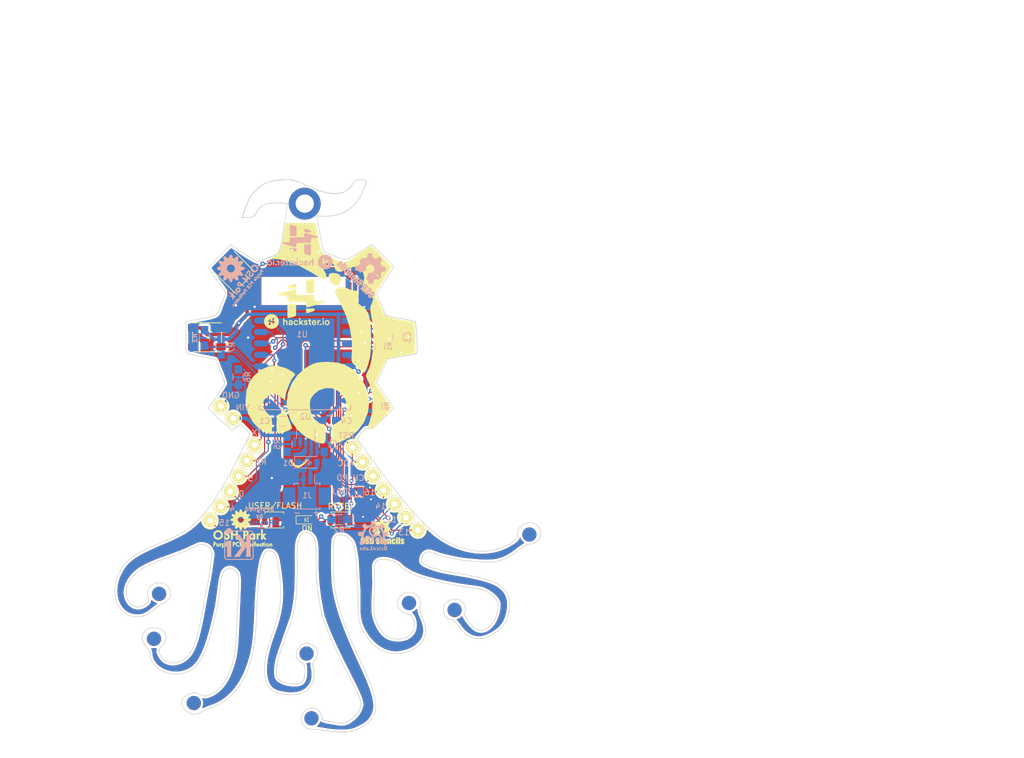
<source format=kicad_pcb>
(kicad_pcb (version 20170922) (host pcbnew no-vcs-found-d6c0d32~60~ubuntu16.04.1)
  (title_block (title "Project Title"))
  (layers (0 F.Cu signal) (31 B.Cu signal) (34 B.Paste user) (35 F.Paste user) (36 B.SilkS user) (37 F.SilkS user) (38 B.Mask user) (39 F.Mask user) (44 Edge.Cuts user))
  (title_block (title "Project Title"))
  (layers (0 F.Cu signal) (31 B.Cu signal) (34 B.Paste user) (35 F.Paste user) (36 B.SilkS user) (37 F.SilkS user) (38 B.Mask user) (39 F.Mask user) (44 Edge.Cuts user))
  (net 0 "")
  (net 1 VCC)
  (net 2 GPIO4)
  (net 3 GPIO5)
  (net 4 GND)
  (net 5 GPIO12)
  (net 6 ADC)
  (net 7 REST)
  (net 8 TXD)
  (net 9 RXD)
  (net 10 CH_PD)
  (net 11 GPIO0)
  (net 12 GPIO2)
  (net 13 "Net-(LED1-Pad4)")
  (net 14 "Net-(LED2-Pad4)")
  (net 15 "Net-(LED3-Pad4)")
  (net 16 "Net-(LED4-Pad4)")
  (net 17 "Net-(LED5-Pad4)")
  (net 18 GPIO13)
  (net 19 GPIO14)
  (net 20 GPIO15)
  (net 21 GPIO16)
  (net 22 +3.3V)
  (net 23 VBAT)
  (net 24 "Net-(R5-Pad2)")
  (net 25 "Net-(U2-Pad4)")
  (net 26 "Net-(D2-Pad2)")
  (module varios:OSHpark-2-2300 (layer B.Cu) (at 119.96 60.57 230)
    (fp_text reference G*** hide)
    (fp_text value LOGO hide)
  )
  (module varios:OSHpark-1-1500 (layer B.Cu) (at 117.52 57.71)
    (fp_text reference G*** hide)
    (fp_text value LOGO hide)
  )
  (module varios:OSHpark-1-2000 (layer F.Cu) (at 119.27 101.72)
    (fp_text reference G*** hide)
    (fp_text value LOGO hide)
  )
  (module varios:OshStencil-2700 (layer B.Cu) (at 139.52 59.55 135)
    (fp_text reference G*** hide)
    (fp_text value LOGO hide)
  )
  (module varios:OshStencil-3000 (layer F.Cu) (at 144.14 105.41)
    (fp_text reference Os1*** hide)
    (fp_text value Os1-LOGO hide)
  )
  (module varios:OshStencil-Star-2000 (layer F.Cu) (at 143.98 103.21)
    (fp_text reference Star1*** hide)
    (fp_text value Star1-LOGO hide)
  )
  (module varios:OshStencil-Star-1300 (layer B.Cu) (at 142.22 57.56 135)
    (fp_text reference G*** hide)
    (fp_text value LOGO hide)
  )
  (module varios:OSHpark-2-1800 (layer F.Cu) (at 119.57 105.06)
    (fp_text reference G*** hide)
    (fp_text value LOGO hide)
  )
  (module varios:hackster-io-2100 (layer F.Cu) (at 129.18 66.98)
    (fp_text reference IO-G*** hide)
    (fp_text value IO-LOGO hide)
  )
  (module varios:bricolabs-14 (layer B.Cu) (at 142.53 104.5 180)
    (fp_text reference B-G*** hide)
    (fp_text value B-LOGO hide)
  )
  (module varios:hackster-io-2100 (layer B.Cu) (at 129.625 56.55 180)
    (fp_text reference IO-G*** hide)
    (fp_text value IO-LOGO hide)
  )
  (module varios:hackster-h-700 (layer F.Cu) (at 129.875 63.025)
    (fp_text reference H-G*** hide)
    (fp_text value H-LOGO hide)
  )
  (module varios:hackster-h-900 (layer B.Cu) (at 129.75 52.8 180)
    (fp_text reference H2G*** hide)
    (fp_text value H2-LOGO hide)
  )
  (module varios:Ki-2500 (layer B.Cu) (at 118.97 105.99 180)
    (fp_text reference G***Ki hide)
    (fp_text value Ki-LOGO hide)
  )
  (module varios:greynaga6-2 (layer B.Cu) (at 122.275 102.2 180)
    (fp_text reference GBSilk*** hide)
    (fp_text value LOGO hide)
  )
  (module varios:greynaga6-2-cooper (layer B.Cu) (at 122.275 102.2 180)
    (fp_text reference GS*** hide)
    (fp_text value v hide)
    (fp_poly (pts (xy -0.69325 0.237887) (xy -0.678291 0.237691) (xy -0.66664 0.237282) (xy -0.657538 0.236627) (xy -0.650225 0.235693) (xy -0.64394 0.234449) (xy -0.637923 0.232859) (xy -0.634635 0.231882) (xy -0.615263 0.22408) (xy -0.600966 0.213639) (xy -0.59135 0.199927) (xy -0.586023 0.18231) (xy -0.584591 0.160153) (xy -0.584904 0.151778) (xy -0.586199 0.13733) (xy -0.588509 0.12693) (xy -0.592441 0.118285) (xy -0.594707 0.114647) (xy -0.607869 0.100444) (xy -0.626089 0.089721) (xy -0.648974 0.082707) (xy -0.650875 0.082335) (xy -0.661479 0.080264) (xy -0.669231 0.078614) (xy -0.672399 0.07776) (xy -0.671249 0.074838) (xy -0.667473 0.066881) (xy -0.661377 0.054486) (xy -0.653269 0.038249) (xy -0.643454 0.018768) (xy -0.63224 -0.00336) (xy -0.619933 -0.027539) (xy -0.60684 -0.053171) (xy -0.593268 -0.079659) (xy -0.579523 -0.106407) (xy -0.565912 -0.132818) (xy -0.552742 -0.158294) (xy -0.540319 -0.182239) (xy -0.528951 -0.204056) (xy -0.518943 -0.223148) (xy -0.510604 -0.238918) (xy -0.504238 -0.250768) (xy -0.500153 -0.258103) (xy -0.498679 -0.26035) (xy -0.496798 -0.25763) (xy -0.492187 -0.249795) (xy -0.485113 -0.237325) (xy -0.475841 -0.220703) (xy -0.464639 -0.200411) (xy -0.451772 -0.176931) (xy -0.437506 -0.150747) (xy -0.422108 -0.122339) (xy -0.405844 -0.092191) (xy -0.405354 -0.091281) (xy -0.314371 0.077788) (xy -0.332491 0.08014) (xy -0.358579 0.085731) (xy -0.379576 0.095037) (xy -0.395432 0.108002) (xy -0.406098 0.124572) (xy -0.411524 0.144689) (xy -0.41166 0.1683) (xy -0.411596 0.168929) (xy -0.408557 0.186228) (xy -0.40288 0.199769) (xy -0.393456 0.211955) (xy -0.390298 0.215157) (xy -0.384691 0.220382) (xy -0.379135 0.22467) (xy -0.372953 0.228119) (xy -0.365468 0.230831) (xy -0.356001 0.232906) (xy -0.343874 0.234444) (xy -0.328412 0.235545) (xy -0.308935 0.236311) (xy -0.284765 0.23684) (xy -0.255227 0.237234) (xy -0.240113 0.237392) (xy -0.21045 0.237672) (xy -0.186384 0.237834) (xy -0.167164 0.237846) (xy -0.152035 0.237677) (xy -0.140247 0.237297) (xy -0.131048 0.236672) (xy -0.123684 0.235774) (xy -0.117403 0.234569) (xy -0.111454 0.233027) (xy -0.107577 0.23188) (xy -0.087593 0.223579) (xy -0.072998 0.212296) (xy -0.063402 0.197681) (xy -0.06049 0.189501) (xy -0.057849 0.17361) (xy -0.057623 0.155516) (xy -0.059639 0.137721) (xy -0.063724 0.12273) (xy -0.065373 0.119063) (xy -0.075174 0.106022) (xy -0.089612 0.094665) (xy -0.106996 0.086122) (xy -0.120123 0.082401) (xy -0.138306 0.078824) (xy -0.316803 -0.260292) (xy -0.339526 -0.303472) (xy -0.361409 -0.345083) (xy -0.382275 -0.384779) (xy -0.401941 -0.422217) (xy -0.420228 -0.457053) (xy -0.436955 -0.488941) (xy -0.451942 -0.517539) (xy -0.465008 -0.542502) (xy -0.475973 -0.563486) (xy -0.484657 -0.580145) (xy -0.490879 -0.592137) (xy -0.494458 -0.599117) (xy -0.4953 -0.600858) (xy -0.492386 -0.601767) (xy -0.484656 -0.602876) (xy -0.473634 -0.603978) (xy -0.470694 -0.604216) (xy -0.44538 -0.607588) (xy -0.425401 -0.613522) (xy -0.41017 -0.622294) (xy -0.399097 -0.634182) (xy -0.395922 -0.639453) (xy -0.392339 -0.647473) (xy -0.390203 -0.656276) (xy -0.389188 -0.667818) (xy -0.388961 -0.681037) (xy -0.389162 -0.695451) (xy -0.390064 -0.70554) (xy -0.392069 -0.71332) (xy -0.395582 -0.720809) (xy -0.397641 -0.724417) (xy -0.407008 -0.737082) (xy -0.418946 -0.746565) (xy -0.434978 -0.753927) (xy -0.444283 -0.756934) (xy -0.448437 -0.757968) (xy -0.453651 -0.758853) (xy -0.460409 -0.759599) (xy -0.469197 -0.760217) (xy -0.480499 -0.760719) (xy -0.494801 -0.761114) (xy -0.512589 -0.761414) (xy -0.534346 -0.761629) (xy -0.560558 -0.76177) (xy -0.59171 -0.761848) (xy -0.628288 -0.761873) (xy -0.666533 -0.76186) (xy -0.709158 -0.76181) (xy -0.745879 -0.761714) (xy -0.777139 -0.761563) (xy -0.803384 -0.761349) (xy -0.825059 -0.761061) (xy -0.842608 -0.76069) (xy -0.856477 -0.760227) (xy -0.867111 -0.759662) (xy -0.874954 -0.758987) (xy -0.880452 -0.75819) (xy -0.884049 -0.757264) (xy -0.884054 -0.757262) (xy -0.899387 -0.750138) (xy -0.911383 -0.74022) (xy -0.922125 -0.725776) (xy -0.922338 -0.725435) (xy -0.927404 -0.716379) (xy -0.930457 -0.707817) (xy -0.932106 -0.697391) (xy -0.93289 -0.684466) (xy -0.93316 -0.670583) (xy -0.932391 -0.660777) (xy -0.930214 -0.652813) (xy -0.926296 -0.644525) (xy -0.918956 -0.633894) (xy -0.909612 -0.624233) (xy -0.906219 -0.621585) (xy -0.898427 -0.616644) (xy -0.890239 -0.612661) (xy -0.880892 -0.609537) (xy -0.86962 -0.607172) (xy -0.855659 -0.605466) (xy -0.838244 -0.604321) (xy -0.816611 -0.603637) (xy -0.789994 -0.603314) (xy -0.765147 -0.60325) (xy -0.674378 -0.60325) (xy -0.63167 -0.523265) (xy -0.620721 -0.502659) (xy -0.610854 -0.483898) (xy -0.60244 -0.467703) (xy -0.59585 -0.454793) (xy -0.591454 -0.445889) (xy -0.589623 -0.441713) (xy -0.589598 -0.441509) (xy -0.591112 -0.43849) (xy -0.595331 -0.430224) (xy -0.602049 -0.417111) (xy -0.611062 -0.399548) (xy -0.622165 -0.377933) (xy -0.635153 -0.352665) (xy -0.649822 -0.324141) (xy -0.665967 -0.29276) (xy -0.683383 -0.258921) (xy -0.701865 -0.223021) (xy -0.72121 -0.185459) (xy -0.72352 -0.180975) (xy -0.856807 0.077788) (xy -0.870523 0.08142) (xy -0.893313 0.089255) (xy -0.910496 0.099507) (xy -0.922541 0.112756) (xy -0.929919 0.12958) (xy -0.933101 0.150559) (xy -0.933311 0.15875) (xy -0.931657 0.180707) (xy -0.926294 0.198115) (xy -0.916623 0.211961) (xy -0.902046 0.223233) (xy -0.890548 0.229239) (xy -0.886107 0.231197) (xy -0.881683 0.232777) (xy -0.876557 0.234028) (xy -0.870009 0.234997) (xy -0.86132 0.235732) (xy -0.849769 0.236281) (xy -0.834637 0.236691) (xy -0.815204 0.237011) (xy -0.79075 0.237288) (xy -0.765583 0.237524) (xy -0.736136 0.23777) (xy -0.712278 0.237903) (xy -0.69325 0.237887)) (layer B.Cu) (width 0.01))
    (fp_poly (pts (xy 2.298534 0.25834) (xy 2.315568 0.258055) (xy 2.328899 0.257446) (xy 2.33985 0.256395) (xy 2.349745 0.254781) (xy 2.359907 0.252486) (xy 2.369203 0.250056) (xy 2.403796 0.238621) (xy 2.437402 0.223561) (xy 2.467646 0.205971) (xy 2.473325 0.202075) (xy 2.493962 0.187471) (xy 2.495806 0.238125) (xy 2.601884 0.238125) (xy 2.631271 0.238021) (xy 2.657886 0.237718) (xy 2.681039 0.237238) (xy 2.700037 0.236599) (xy 2.714189 0.23582) (xy 2.722803 0.234921) (xy 2.723681 0.234754) (xy 2.745043 0.227352) (xy 2.762234 0.215493) (xy 2.774811 0.199705) (xy 2.782334 0.180517) (xy 2.784426 0.161925) (xy 2.782846 0.14114) (xy 2.777738 0.124407) (xy 2.768598 0.110196) (xy 2.766774 0.108105) (xy 2.753977 0.096772) (xy 2.738485 0.088636) (xy 2.71925 0.083317) (xy 2.695225 0.08043) (xy 2.690143 0.080131) (xy 2.657475 0.078464) (xy 2.657472 -0.198099) (xy 2.65745 -0.251492) (xy 2.657375 -0.298947) (xy 2.657234 -0.340873) (xy 2.65701 -0.377681) (xy 2.65669 -0.409784) (xy 2.656259 -0.437591) (xy 2.655702 -0.461513) (xy 2.655004 -0.481962) (xy 2.654151 -0.499348) (xy 2.653128 -0.514082) (xy 2.651921 -0.526575) (xy 2.650514 -0.537238) (xy 2.648893 -0.546482) (xy 2.647044 -0.554717) (xy 2.644952 -0.562355) (xy 2.644403 -0.564174) (xy 2.629544 -0.602047) (xy 2.609301 -0.636917) (xy 2.584068 -0.668414) (xy 2.55424 -0.69617) (xy 2.520211 -0.719814) (xy 2.482375 -0.738978) (xy 2.443162 -0.752725) (xy 2.436709 -0.754473) (xy 2.430475 -0.755916) (xy 2.423785 -0.757089) (xy 2.415963 -0.758026) (xy 2.406333 -0.758759) (xy 2.394222 -0.759324) (xy 2.378953 -0.759753) (xy 2.359852 -0.76008) (xy 2.336242 -0.760339) (xy 2.307451 -0.760564) (xy 2.282825 -0.760725) (xy 2.253366 -0.760841) (xy 2.225627 -0.760817) (xy 2.200323 -0.760662) (xy 2.178173 -0.760387) (xy 2.159892 -0.760002) (xy 2.146198 -0.759517) (xy 2.137808 -0.758942) (xy 2.135931 -0.758652) (xy 2.1138 -0.750639) (xy 2.096359 -0.738692) (xy 2.083873 -0.723059) (xy 2.076606 -0.703986) (xy 2.076411 -0.703074) (xy 2.074017 -0.680178) (xy 2.07635 -0.65889) (xy 2.083143 -0.640308) (xy 2.094134 -0.625533) (xy 2.095312 -0.624434) (xy 2.101581 -0.619288) (xy 2.108372 -0.615037) (xy 2.116334 -0.611596) (xy 2.126111 -0.608884) (xy 2.138351 -0.606816) (xy 2.153698 -0.60531) (xy 2.1728 -0.604281) (xy 2.196303 -0.603646) (xy 2.224852 -0.603322) (xy 2.259094 -0.603226) (xy 2.259639 -0.603226) (xy 2.293581 -0.60314) (xy 2.321897 -0.602854) (xy 2.345308 -0.602301) (xy 2.364535 -0.601413) (xy 2.3803 -0.600124) (xy 2.393324 -0.598367) (xy 2.404331 -0.596074) (xy 2.41404 -0.593178) (xy 2.423174 -0.589611) (xy 2.427679 -0.587589) (xy 2.450436 -0.574346) (xy 2.468276 -0.557734) (xy 2.482129 -0.53686) (xy 2.483613 -0.533936) (xy 2.493962 -0.51293) (xy 2.496062 -0.39629) (xy 2.476351 -0.409675) (xy 2.45242 -0.424131) (xy 2.424696 -0.437949) (xy 2.395717 -0.449972) (xy 2.368438 -0.458924) (xy 2.336962 -0.46546) (xy 2.301649 -0.469053) (xy 2.264274 -0.469732) (xy 2.226612 -0.467527) (xy 2.190438 -0.462466) (xy 2.160587 -0.455485) (xy 2.11806 -0.440021) (xy 2.077996 -0.419181) (xy 2.040916 -0.393493) (xy 2.00734 -0.363488) (xy 1.977786 -0.329695) (xy 1.952775 -0.292643) (xy 1.932827 -0.252861) (xy 1.91846 -0.21088) (xy 1.917725 -0.20806) (xy 1.90826 -0.159106) (xy 1.904761 -0.110127) (xy 1.905027 -0.104775) (xy 2.065954 -0.104775) (xy 2.068858 -0.140612) (xy 2.077508 -0.173789) (xy 2.091978 -0.204503) (xy 2.112346 -0.232953) (xy 2.116739 -0.237954) (xy 2.14423 -0.263816) (xy 2.174718 -0.284214) (xy 2.207705 -0.298986) (xy 2.242695 -0.307971) (xy 2.279192 -0.311008) (xy 2.3167 -0.307936) (xy 2.326615 -0.306105) (xy 2.36061 -0.296076) (xy 2.392188 -0.280813) (xy 2.420722 -0.260909) (xy 2.445585 -0.236957) (xy 2.46615 -0.209549) (xy 2.48179 -0.179279) (xy 2.491015 -0.150607) (xy 2.494695 -0.125339) (xy 2.494994 -0.097443) (xy 2.492054 -0.069575) (xy 2.486018 -0.044388) (xy 2.485168 -0.041888) (xy 2.470719 -0.010068) (xy 2.451201 0.018668) (xy 2.42733 0.043864) (xy 2.399818 0.065063) (xy 2.369378 0.081808) (xy 2.336726 0.093642) (xy 2.302573 0.100108) (xy 2.267634 0.10075) (xy 2.262968 0.100372) (xy 2.242854 0.097969) (xy 2.225709 0.094464) (xy 2.2091 0.089167) (xy 2.190595 0.081384) (xy 2.181909 0.077321) (xy 2.166722 0.069591) (xy 2.154358 0.061898) (xy 2.14269 0.052708) (xy 2.129592 0.040489) (xy 2.126248 0.037183) (xy 2.10297 0.010829) (xy 2.085675 -0.016252) (xy 2.073996 -0.044923) (xy 2.067566 -0.076046) (xy 2.065954 -0.104775) (xy 1.905027 -0.104775) (xy 1.907175 -0.061724) (xy 1.915448 -0.014499) (xy 1.929527 0.030949) (xy 1.941517 0.058738) (xy 1.954606 0.083855) (xy 1.968412 0.105838) (xy 1.984209 0.12639) (xy 2.003274 0.147216) (xy 2.019984 0.163567) (xy 2.055129 0.193004) (xy 2.092676 0.216936) (xy 2.133342 0.235743) (xy 2.177844 0.249808) (xy 2.185798 0.251744) (xy 2.197382 0.254219) (xy 2.208675 0.256017) (xy 2.221017 0.257238) (xy 2.235749 0.257979) (xy 2.254212 0.25834) (xy 2.276475 0.258421) (xy 2.298534 0.25834)) (layer B.Cu) (width 0.01))
    (fp_poly (pts (xy -1.408884 0.257616) (xy -1.361811 0.251717) (xy -1.316582 0.241517) (xy -1.274176 0.227096) (xy -1.235576 0.208538) (xy -1.231663 0.206282) (xy -1.193234 0.180751) (xy -1.158048 0.151405) (xy -1.126801 0.119003) (xy -1.100187 0.084301) (xy -1.078901 0.048055) (xy -1.071275 0.031514) (xy -1.059737 0.0002) (xy -1.051198 -0.032397) (xy -1.045448 -0.067499) (xy -1.042278 -0.106327) (xy -1.041456 -0.142081) (xy -1.0414 -0.180975) (xy -1.360828 -0.180975) (xy -1.412944 -0.180979) (xy -1.459072 -0.180996) (xy -1.499572 -0.181032) (xy -1.534805 -0.181093) (xy -1.565133 -0.181186) (xy -1.590917 -0.181317) (xy -1.612518 -0.181492) (xy -1.630298 -0.181718) (xy -1.644616 -0.182001) (xy -1.655836 -0.182347) (xy -1.664317 -0.182763) (xy -1.670421 -0.183255) (xy -1.674509 -0.183829) (xy -1.676942 -0.184491) (xy -1.678082 -0.185249) (xy -1.678289 -0.186107) (xy -1.678174 -0.186531) (xy -1.671496 -0.200203) (xy -1.661311 -0.216052) (xy -1.648966 -0.232159) (xy -1.636229 -0.246189) (xy -1.610802 -0.267167) (xy -1.580554 -0.284372) (xy -1.545825 -0.297727) (xy -1.506959 -0.307153) (xy -1.464296 -0.312574) (xy -1.418179 -0.313913) (xy -1.36895 -0.311091) (xy -1.355706 -0.309669) (xy -1.334965 -0.30702) (xy -1.314825 -0.303943) (xy -1.294033 -0.300189) (xy -1.271337 -0.295512) (xy -1.245483 -0.289662) (xy -1.215219 -0.28239) (xy -1.203325 -0.279456) (xy -1.1737 -0.272452) (xy -1.149278 -0.26756) (xy -1.129268 -0.264795) (xy -1.112882 -0.264171) (xy -1.099328 -0.265705) (xy -1.087817 -0.269409) (xy -1.077558 -0.2753) (xy -1.069331 -0.281947) (xy -1.055379 -0.297442) (xy -1.046986 -0.314322) (xy -1.043442 -0.334167) (xy -1.043226 -0.340242) (xy -1.043464 -0.352597) (xy -1.044994 -0.361271) (xy -1.048528 -0.368904) (xy -1.052647 -0.375143) (xy -1.063306 -0.387692) (xy -1.077153 -0.399173) (xy -1.094791 -0.409897) (xy -1.116823 -0.420176) (xy -1.143853 -0.43032) (xy -1.176484 -0.44064) (xy -1.183825 -0.442778) (xy -1.223396 -0.452649) (xy -1.267301 -0.460885) (xy -1.313665 -0.467163) (xy -1.340817 -0.469769) (xy -1.356393 -0.47074) (xy -1.375934 -0.471511) (xy -1.398094 -0.472072) (xy -1.421527 -0.472415) (xy -1.444888 -0.472531) (xy -1.466831 -0.47241) (xy -1.486011 -0.472045) (xy -1.50108 -0.471425) (xy -1.508125 -0.470873) (xy -1.516117 -0.469732) (xy -1.528291 -0.46766) (xy -1.542611 -0.465013) (xy -1.550106 -0.463552) (xy -1.599358 -0.451004) (xy -1.644675 -0.433627) (xy -1.686502 -0.411187) (xy -1.725285 -0.38345) (xy -1.756018 -0.355708) (xy -1.786311 -0.321967) (xy -1.810718 -0.286688) (xy -1.829543 -0.249217) (xy -1.843087 -0.208903) (xy -1.851654 -0.165092) (xy -1.853931 -0.144462) (xy -1.855328 -0.095106) (xy -1.850816 -0.047855) (xy -1.848571 -0.0381) (xy -1.676119 -0.0381) (xy -1.221687 -0.0381) (xy -1.223806 -0.029368) (xy -1.228653 -0.01689) (xy -1.237265 -0.001973) (xy -1.24855 0.013736) (xy -1.261411 0.028588) (xy -1.264208 0.031443) (xy -1.282702 0.047225) (xy -1.305178 0.062278) (xy -1.329307 0.075174) (xy -1.348035 0.082905) (xy -1.383927 0.092574) (xy -1.422591 0.097717) (xy -1.462392 0.098351) (xy -1.501697 0.094495) (xy -1.538871 0.086165) (xy -1.555138 0.080711) (xy -1.584353 0.067265) (xy -1.611047 0.050178) (xy -1.634358 0.030234) (xy -1.653424 0.00822) (xy -1.667383 -0.015079) (xy -1.671691 -0.02555) (xy -1.676119 -0.0381) (xy -1.848571 -0.0381) (xy -1.840468 -0.002893) (xy -1.824358 0.039595) (xy -1.802559 0.079424) (xy -1.775146 0.116407) (xy -1.742191 0.150361) (xy -1.733694 0.157843) (xy -1.700335 0.184115) (xy -1.6671 0.205417) (xy -1.632131 0.222813) (xy -1.595982 0.236565) (xy -1.551349 0.248687) (xy -1.504633 0.256182) (xy -1.456818 0.259131) (xy -1.408884 0.257616)) (layer B.Cu) (width 0.01))
    (fp_poly (pts (xy 1.428856 0.256821) (xy 1.476526 0.249673) (xy 1.520116 0.238011) (xy 1.559457 0.221869) (xy 1.589647 0.204507) (xy 1.617347 0.183124) (xy 1.639714 0.159154) (xy 1.657527 0.131732) (xy 1.660782 0.125413) (xy 1.665257 0.116146) (xy 1.669079 0.107452) (xy 1.672301 0.09876) (xy 1.674973 0.089501) (xy 1.677148 0.079104) (xy 1.678875 0.066997) (xy 1.680206 0.05261) (xy 1.681193 0.035373) (xy 1.681886 0.014716) (xy 1.682337 -0.009933) (xy 1.682597 -0.039145) (xy 1.682717 -0.073488) (xy 1.682749 -0.113535) (xy 1.68275 -0.119341) (xy 1.68275 -0.288925) (xy 1.702804 -0.288925) (xy 1.733296 -0.290827) (xy 1.75879 -0.29652) (xy 1.779249 -0.305983) (xy 1.794638 -0.319196) (xy 1.804924 -0.336136) (xy 1.80951 -0.352706) (xy 1.810795 -0.376668) (xy 1.806711 -0.397901) (xy 1.797525 -0.415939) (xy 1.783502 -0.430314) (xy 1.764908 -0.440559) (xy 1.758223 -0.442834) (xy 1.752573 -0.444186) (xy 1.745234 -0.445274) (xy 1.73553 -0.446122) (xy 1.722785 -0.446756) (xy 1.706324 -0.447203) (xy 1.685472 -0.447488) (xy 1.659553 -0.447636) (xy 1.631373 -0.447675) (xy 1.520825 -0.447675) (xy 1.520825 -0.4318) (xy 1.52052 -0.422741) (xy 1.519741 -0.416993) (xy 1.519131 -0.415925) (xy 1.515573 -0.417244) (xy 1.50827 -0.420628) (xy 1.502463 -0.423502) (xy 1.478277 -0.434233) (xy 1.4495 -0.444525) (xy 1.417888 -0.453867) (xy 1.3852 -0.461746) (xy 1.353192 -0.467651) (xy 1.34849 -0.468345) (xy 1.33283 -0.470022) (xy 1.313249 -0.471293) (xy 1.291257 -0.472141) (xy 1.268364 -0.472552) (xy 1.24608 -0.472509) (xy 1.225914 -0.471998) (xy 1.209379 -0.471002) (xy 1.199894 -0.469866) (xy 1.157188 -0.459891) (xy 1.117465 -0.445055) (xy 1.081304 -0.42565) (xy 1.049282 -0.40197) (xy 1.031207 -0.384683) (xy 1.011064 -0.360917) (xy 0.996427 -0.337626) (xy 0.986733 -0.313412) (xy 0.981421 -0.286878) (xy 0.979924 -0.257175) (xy 0.980016 -0.252945) (xy 1.14935 -0.252945) (xy 1.152401 -0.268023) (xy 1.161357 -0.281504) (xy 1.175915 -0.293142) (xy 1.195775 -0.302695) (xy 1.2192 -0.309599) (xy 1.234037 -0.311765) (xy 1.253394 -0.31286) (xy 1.27554 -0.312925) (xy 1.298742 -0.312004) (xy 1.32127 -0.310139) (xy 1.341391 -0.307373) (xy 1.3462 -0.306475) (xy 1.39137 -0.294747) (xy 1.438463 -0.277309) (xy 1.477962 -0.258978) (xy 1.522412 -0.236537) (xy 1.523303 -0.197643) (xy 1.523455 -0.182774) (xy 1.523219 -0.170526) (xy 1.522646 -0.162114) (xy 1.521784 -0.158752) (xy 1.521716 -0.158737) (xy 1.517664 -0.158262) (xy 1.508898 -0.157) (xy 1.496973 -0.15518) (xy 1.490662 -0.154187) (xy 1.44561 -0.148105) (xy 1.402614 -0.144411) (xy 1.362432 -0.143107) (xy 1.325823 -0.144194) (xy 1.293547 -0.147673) (xy 1.266361 -0.153545) (xy 1.265355 -0.15384) (xy 1.235143 -0.164537) (xy 1.208748 -0.177388) (xy 1.186624 -0.192004) (xy 1.169224 -0.207999) (xy 1.157002 -0.224985) (xy 1.150412 -0.242573) (xy 1.14935 -0.252945) (xy 0.980016 -0.252945) (xy 0.980298 -0.240122) (xy 0.98148 -0.226853) (xy 0.983876 -0.214814) (xy 0.987894 -0.201452) (xy 0.98959 -0.196476) (xy 1.003199 -0.165337) (xy 1.021896 -0.136246) (xy 1.046221 -0.108408) (xy 1.055562 -0.099372) (xy 1.09097 -0.070295) (xy 1.129688 -0.04606) (xy 1.172072 -0.026507) (xy 1.218477 -0.011476) (xy 1.269258 -0.000806) (xy 1.276731 0.000348) (xy 1.298598 0.002623) (xy 1.32528 0.003866) (xy 1.355334 0.004131) (xy 1.387319 0.00347) (xy 1.419792 0.001939) (xy 1.451312 -0.000411) (xy 1.480437 -0.003524) (xy 1.505724 -0.007348) (xy 1.511041 -0.008362) (xy 1.521491 -0.010452) (xy 1.520364 0.018297) (xy 1.519646 0.032363) (xy 1.518497 0.041899) (xy 1.516434 0.048724) (xy 1.51297 0.054657) (xy 1.509463 0.059242) (xy 1.495116 0.072907) (xy 1.476243 0.083559) (xy 1.452554 0.091285) (xy 1.423758 0.096173) (xy 1.389564 0.098308) (xy 1.378313 0.098426) (xy 1.359754 0.09825) (xy 1.342881 0.097623) (xy 1.326499 0.096392) (xy 1.309415 0.094403) (xy 1.290437 0.091503) (xy 1.26837 0.087541) (xy 1.242022 0.082364) (xy 1.223962 0.078672) (xy 1.18993 0.072129) (xy 1.161473 0.067733) (xy 1.138197 0.065458) (xy 1.11971 0.06528) (xy 1.10562 0.067174) (xy 1.096505 0.070556) (xy 1.078567 0.083787) (xy 1.065414 0.101054) (xy 1.057321 0.12192) (xy 1.054997 0.136128) (xy 1.055197 0.157779) (xy 1.060241 0.175872) (xy 1.070408 0.191261) (xy 1.074296 0.195283) (xy 1.080508 0.200754) (xy 1.087219 0.205266) (xy 1.095721 0.209416) (xy 1.107304 0.213803) (xy 1.123262 0.219025) (xy 1.130341 0.22123) (xy 1.167335 0.232086) (xy 1.200908 0.240569) (xy 1.233239 0.247091) (xy 1.266504 0.252063) (xy 1.302881 0.255897) (xy 1.321948 0.257444) (xy 1.377274 0.259422) (xy 1.428856 0.256821)) (layer B.Cu) (width 0.01))
    (fp_poly (pts (xy 3.294858 0.257621) (xy 3.341954 0.252197) (xy 3.38518 0.242867) (xy 3.402012 0.237772) (xy 3.436003 0.223973) (xy 3.467184 0.206312) (xy 3.494769 0.185419) (xy 3.517974 0.161921) (xy 3.536013 0.136446) (xy 3.541395 0.126285) (xy 3.545654 0.117278) (xy 3.54929 0.108953) (xy 3.552352 0.100739) (xy 3.55489 0.092067) (xy 3.556952 0.082365) (xy 3.558589 0.071063) (xy 3.55985 0.057591) (xy 3.560784 0.041378) (xy 3.561441 0.021853) (xy 3.56187 -0.001554) (xy 3.562122 -0.029413) (xy 3.562245 -0.062295) (xy 3.562289 -0.100771) (xy 3.562294 -0.114615) (xy 3.56235 -0.287968) (xy 3.594893 -0.28985) (xy 3.621936 -0.292687) (xy 3.643675 -0.297948) (xy 3.660798 -0.305953) (xy 3.673993 -0.317022) (xy 3.683789 -0.331177) (xy 3.687692 -0.340056) (xy 3.689888 -0.349785) (xy 3.690779 -0.362577) (xy 3.690861 -0.370205) (xy 3.690601 -0.383815) (xy 3.68948 -0.393359) (xy 3.68697 -0.401109) (xy 3.68254 -0.409343) (xy 3.681263 -0.411432) (xy 3.672979 -0.422518) (xy 3.662714 -0.430963) (xy 3.652965 -0.436513) (xy 3.634254 -0.446087) (xy 3.517339 -0.447027) (xy 3.400425 -0.447967) (xy 3.400425 -0.416005) (xy 3.382168 -0.424348) (xy 3.355535 -0.43536) (xy 3.325186 -0.445986) (xy 3.293738 -0.455377) (xy 3.2639 -0.462666) (xy 3.243479 -0.466117) (xy 3.219027 -0.468859) (xy 3.192034 -0.470848) (xy 3.163992 -0.472042) (xy 3.136394 -0.472396) (xy 3.110731 -0.471866) (xy 3.088496 -0.470409) (xy 3.072574 -0.468256) (xy 3.032734 -0.458251) (xy 2.995754 -0.444045) (xy 2.962133 -0.426029) (xy 2.932371 -0.404591) (xy 2.906968 -0.380122) (xy 2.886423 -0.353011) (xy 2.871235 -0.323647) (xy 2.865345 -0.306672) (xy 2.861971 -0.288572) (xy 2.860719 -0.266682) (xy 2.861109 -0.254683) (xy 3.029019 -0.254683) (xy 3.031999 -0.267425) (xy 3.04061 -0.279693) (xy 3.054137 -0.290927) (xy 3.071861 -0.300573) (xy 3.093065 -0.308072) (xy 3.100075 -0.309838) (xy 3.116978 -0.312315) (xy 3.138383 -0.313322) (xy 3.162636 -0.312936) (xy 3.188079 -0.311231) (xy 3.213056 -0.308282) (xy 3.23591 -0.304163) (xy 3.2385 -0.303578) (xy 3.272125 -0.294668) (xy 3.304021 -0.283706) (xy 3.336441 -0.269843) (xy 3.363912 -0.256278) (xy 3.402012 -0.236535) (xy 3.402901 -0.197985) (xy 3.403789 -0.159434) (xy 3.383769 -0.155948) (xy 3.345818 -0.15026) (xy 3.307644 -0.146262) (xy 3.270307 -0.143974) (xy 3.234865 -0.143412) (xy 3.202375 -0.144595) (xy 3.173896 -0.147539) (xy 3.151187 -0.152073) (xy 3.121762 -0.161732) (xy 3.095407 -0.173897) (xy 3.072674 -0.188104) (xy 3.054117 -0.203888) (xy 3.040288 -0.220785) (xy 3.031742 -0.238329) (xy 3.029019 -0.254683) (xy 2.861109 -0.254683) (xy 2.861484 -0.24316) (xy 2.864159 -0.220161) (xy 2.868639 -0.199843) (xy 2.870928 -0.192908) (xy 2.881721 -0.168052) (xy 2.894927 -0.145837) (xy 2.911823 -0.124316) (xy 2.925762 -0.109402) (xy 2.9586 -0.079726) (xy 2.994063 -0.05486) (xy 3.032769 -0.034495) (xy 3.075341 -0.018322) (xy 3.122396 -0.006032) (xy 3.14001 -0.002596) (xy 3.165339 0.00081) (xy 3.195398 0.002976) (xy 3.228698 0.003935) (xy 3.263746 0.00372) (xy 3.299053 0.002366) (xy 3.333129 -0.000095) (xy 3.364481 -0.003629) (xy 3.391621 -0.008203) (xy 3.391693 -0.008218) (xy 3.400425 -0.010029) (xy 3.400425 0.015781) (xy 3.399749 0.033039) (xy 3.397256 0.045871) (xy 3.392244 0.056103) (xy 3.384011 0.065562) (xy 3.379831 0.069386) (xy 3.36453 0.080022) (xy 3.345487 0.088111) (xy 3.322145 0.093782) (xy 3.293949 0.097168) (xy 3.260344 0.098397) (xy 3.256476 0.098407) (xy 3.236862 0.098117) (xy 3.218066 0.097164) (xy 3.1989 0.095392) (xy 3.178171 0.092648) (xy 3.15469 0.088776) (xy 3.127266 0.083623) (xy 3.099768 0.078079) (xy 3.069938 0.072148) (xy 3.045451 0.067873) (xy 3.025514 0.065281) (xy 3.009331 0.064399) (xy 2.996109 0.065257) (xy 2.985052 0.06788) (xy 2.975368 0.072297) (xy 2.966261 0.078536) (xy 2.961021 0.08292) (xy 2.94773 0.098515) (xy 2.938933 0.117116) (xy 2.934788 0.137338) (xy 2.935455 0.157799) (xy 2.941092 0.177114) (xy 2.948734 0.19009) (xy 2.955435 0.197112) (xy 2.964864 0.203612) (xy 2.977817 0.20996) (xy 2.995093 0.216521) (xy 3.017487 0.223665) (xy 3.02869 0.22695) (xy 3.083408 0.240714) (xy 3.138166 0.250686) (xy 3.192182 0.256843) (xy 3.244673 0.259162) (xy 3.294858 0.257621)) (layer B.Cu) (width 0.01))
    (fp_poly (pts (xy -2.975093 0.487295) (xy -2.958806 0.481562) (xy -2.949319 0.475332) (xy -2.941943 0.467039) (xy -2.935288 0.455604) (xy -2.925763 0.437033) (xy -2.924772 0.33272) (xy -2.924535 0.302881) (xy -2.924464 0.278668) (xy -2.924582 0.259358) (xy -2.924912 0.24423) (xy -2.925478 0.23256) (xy -2.926303 0.223626) (xy -2.92741 0.216705) (xy -2.928657 0.211636) (xy -2.936615 0.191227) (xy -2.947388 0.176183) (xy -2.961588 0.166054) (xy -2.97983 0.160395) (xy -3.00115 0.15875) (xy -3.015042 0.159329) (xy -3.027563 0.160863) (xy -3.036265 0.163049) (xy -3.036434 0.163119) (xy -3.047557 0.169857) (xy -3.057357 0.180526) (xy -3.066178 0.195727) (xy -3.074367 0.216059) (xy -3.082271 0.242122) (xy -3.082516 0.243032) (xy -3.090338 0.260301) (xy -3.10375 0.276127) (xy -3.122115 0.29031) (xy -3.144795 0.302648) (xy -3.171152 0.312939) (xy -3.20055 0.320983) (xy -3.232351 0.326578) (xy -3.265917 0.329523) (xy -3.30061 0.329616) (xy -3.335795 0.326657) (xy -3.343834 0.325532) (xy -3.385635 0.316345) (xy -3.424127 0.30205) (xy -3.458992 0.282944) (xy -3.489912 0.259323) (xy -3.516568 0.231483) (xy -3.538642 0.199723) (xy -3.555816 0.164337) (xy -3.567772 0.125624) (xy -3.570044 0.114744) (xy -3.571827 0.10144) (xy -3.573253 0.083102) (xy -3.57432 0.060872) (xy -3.575029 0.035891) (xy -3.57538 0.0093) (xy -3.575372 -0.017759) (xy -3.575007 -0.044145) (xy -3.574284 -0.068716) (xy -3.573203 -0.090331) (xy -3.571763 -0.107849) (xy -3.570036 -0.119792) (xy -3.559542 -0.157609) (xy -3.544526 -0.191143) (xy -3.524917 -0.220455) (xy -3.500642 -0.245602) (xy -3.47163 -0.266643) (xy -3.437807 -0.283638) (xy -3.399103 -0.296646) (xy -3.355445 -0.305725) (xy -3.340184 -0.307839) (xy -3.296209 -0.311049) (xy -3.250528 -0.310329) (xy -3.20481 -0.305863) (xy -3.160728 -0.297839) (xy -3.119951 -0.286441) (xy -3.107532 -0.281981) (xy -3.082925 -0.272588) (xy -3.082925 -0.168902) (xy -3.177382 -0.167493) (xy -3.207581 -0.166968) (xy -3.23221 -0.166312) (xy -3.252047 -0.165416) (xy -3.267871 -0.164173) (xy -3.280462 -0.162474) (xy -3.290598 -0.16021) (xy -3.299059 -0.157273) (xy -3.306624 -0.153554) (xy -3.314072 -0.148946) (xy -3.314981 -0.148337) (xy -3.327733 -0.136063) (xy -3.336758 -0.1195) (xy -3.341742 -0.099714) (xy -3.342371 -0.077769) (xy -3.340243 -0.062601) (xy -3.334333 -0.045383) (xy -3.324127 -0.031763) (xy -3.308908 -0.020956) (xy -3.297238 -0.015561) (xy -3.278188 -0.007937) (xy -3.103563 -0.007937) (xy -3.065399 -0.007952) (xy -3.033039 -0.008006) (xy -3.005937 -0.008116) (xy -2.983548 -0.008298) (xy -2.965326 -0.008567) (xy -2.950726 -0.00894) (xy -2.939201 -0.009432) (xy -2.930206 -0.01006) (xy -2.923195 -0.01084) (xy -2.917622 -0.011787) (xy -2.912943 -0.012917) (xy -2.910696 -0.013578) (xy -2.890083 -0.022765) (xy -2.874327 -0.035933) (xy -2.863638 -0.052803) (xy -2.858229 -0.073095) (xy -2.85757 -0.083769) (xy -2.859763 -0.107377) (xy -2.866709 -0.126916) (xy -2.878668 -0.142806) (xy -2.895902 -0.155468) (xy -2.904925 -0.159991) (xy -2.924175 -0.168631) (xy -2.924175 -0.375067) (xy -2.969419 -0.396749) (xy -3.009386 -0.415152) (xy -3.045798 -0.430222) (xy -3.080147 -0.442481) (xy -3.113923 -0.452453) (xy -3.148617 -0.460659) (xy -3.15595 -0.462166) (xy -3.16877 -0.464021) (xy -3.186689 -0.465616) (xy -3.20846 -0.466925) (xy -3.232837 -0.467923) (xy -3.258574 -0.468583) (xy -3.284424 -0.468881) (xy -3.30914 -0.468791) (xy -3.331476 -0.468287) (xy -3.350186 -0.467343) (xy -3.360738 -0.466374) (xy -3.400872 -0.459972) (xy -3.441506 -0.450536) (xy -3.480867 -0.438591) (xy -3.517182 -0.424665) (xy -3.5433 -0.412211) (xy -3.581697 -0.388292) (xy -3.616534 -0.359389) (xy -3.647516 -0.325966) (xy -3.674347 -0.288485) (xy -3.696729 -0.24741) (xy -3.714366 -0.203205) (xy -3.726961 -0.156333) (xy -3.733458 -0.114969) (xy -3.734743 -0.098693) (xy -3.735726 -0.07743) (xy -3.736407 -0.052535) (xy -3.736784 -0.025364) (xy -3.736855 0.002728) (xy -3.736619 0.030384) (xy -3.736076 0.05625) (xy -3.735224 0.07897) (xy -3.734061 0.097188) (xy -3.733661 0.101478) (xy -3.726428 0.147428) (xy -3.714482 0.192508) (xy -3.698377 0.234713) (xy -3.694442 0.243181) (xy -3.679115 0.2729) (xy -3.663221 0.298868) (xy -3.645405 0.322983) (xy -3.624309 0.347143) (xy -3.608401 0.363565) (xy -3.572999 0.395891) (xy -3.536593 0.422723) (xy -3.498131 0.444629) (xy -3.456562 0.462179) (xy -3.410835 0.475941) (xy -3.393086 0.480092) (xy -3.381359 0.482485) (xy -3.3703 0.484278) (xy -3.35869 0.485554) (xy -3.34531 0.486397) (xy -3.32894 0.486888) (xy -3.308361 0.487112) (xy -3.2893 0.487154) (xy -3.262238 0.487018) (xy -3.240367 0.486563) (xy -3.222533 0.485724) (xy -3.207583 0.484438) (xy -3.194363 0.482641) (xy -3.187912 0.481506) (xy -3.161803 0.475687) (xy -3.133885 0.467947) (xy -3.106775 0.459083) (xy -3.08309 0.44989) (xy -3.080845 0.44891) (xy -3.069119 0.444359) (xy -3.062617 0.443384) (xy -3.061261 0.444407) (xy -3.056855 0.452384) (xy -3.049086 0.462197) (xy -3.039707 0.471925) (xy -3.030471 0.479645) (xy -3.027215 0.481736) (xy -3.011716 0.487398) (xy -2.993541 0.489249) (xy -2.975093 0.487295)) (layer B.Cu) (width 0.01))
    (fp_poly (pts (xy -2.416406 0.466363) (xy -2.390736 0.466096) (xy -2.368815 0.465653) (xy -2.350125 0.46501) (xy -2.334145 0.464142) (xy -2.320355 0.463026) (xy -2.308236 0.461638) (xy -2.297267 0.459953) (xy -2.286928 0.457947) (xy -2.2767 0.455597) (xy -2.266063 0.452878) (xy -2.262939 0.452046) (xy -2.223392 0.438724) (xy -2.186136 0.420778) (xy -2.151861 0.398756) (xy -2.121257 0.373204) (xy -2.095013 0.344671) (xy -2.07382 0.313703) (xy -2.063789 0.294124) (xy -2.05192 0.260839) (xy -2.044633 0.224872) (xy -2.042201 0.18821) (xy -2.044547 0.155179) (xy -2.052587 0.119599) (xy -2.066138 0.0863) (xy -2.085434 0.054853) (xy -2.110708 0.024825) (xy -2.120886 0.01469) (xy -2.131565 0.005111) (xy -2.144432 -0.005474) (xy -2.158425 -0.016303) (xy -2.172484 -0.026612) (xy -2.18555 -0.035637) (xy -2.196561 -0.042616) (xy -2.204457 -0.046784) (xy -2.207435 -0.047625) (xy -2.206582 -0.049686) (xy -2.201892 -0.055319) (xy -2.194107 -0.063696) (xy -2.18397 -0.073988) (xy -2.182481 -0.075459) (xy -2.138558 -0.121791) (xy -2.09578 -0.17287) (xy -2.055443 -0.227092) (xy -2.033575 -0.259506) (xy -2.014538 -0.288825) (xy -1.995488 -0.28893) (xy -1.974732 -0.290296) (xy -1.954239 -0.293867) (xy -1.935893 -0.29919) (xy -1.921579 -0.30581) (xy -1.919288 -0.307304) (xy -1.905183 -0.320228) (xy -1.896029 -0.336123) (xy -1.891478 -0.355741) (xy -1.890809 -0.3683) (xy -1.892902 -0.391429) (xy -1.899557 -0.410249) (xy -1.911035 -0.425117) (xy -1.927594 -0.436392) (xy -1.944884 -0.44313) (xy -1.951817 -0.444675) (xy -1.961551 -0.44586) (xy -1.974809 -0.446717) (xy -1.99231 -0.447283) (xy -2.014778 -0.44759) (xy -2.040264 -0.447675) (xy -2.120543 -0.447675) (xy -2.13837 -0.415911) (xy -2.156902 -0.38447) (xy -2.177684 -0.351981) (xy -2.200202 -0.31907) (xy -2.22394 -0.286366) (xy -2.248385 -0.254494) (xy -2.273022 -0.224081) (xy -2.297336 -0.195753) (xy -2.320813 -0.170139) (xy -2.342938 -0.147863) (xy -2.363198 -0.129553) (xy -2.381077 -0.115835) (xy -2.388634 -0.111081) (xy -2.405063 -0.101659) (xy -2.480469 -0.101629) (xy -2.555875 -0.1016) (xy -2.555875 -0.288925) (xy -2.520157 -0.28898) (xy -2.488974 -0.290151) (xy -2.463233 -0.293688) (xy -2.442408 -0.299781) (xy -2.425976 -0.308623) (xy -2.413412 -0.320403) (xy -2.406725 -0.33034) (xy -2.402302 -0.339676) (xy -2.399881 -0.349213) (xy -2.398944 -0.361457) (xy -2.398867 -0.3683) (xy -2.400994 -0.391286) (xy -2.407465 -0.409852) (xy -2.418428 -0.424344) (xy -2.425503 -0.430075) (xy -2.431209 -0.433917) (xy -2.436702 -0.437155) (xy -2.442557 -0.43984) (xy -2.44935 -0.442024) (xy -2.457657 -0.443757) (xy -2.468054 -0.445091) (xy -2.481116 -0.446077) (xy -2.497419 -0.446767) (xy -2.517539 -0.44721) (xy -2.542052 -0.44746) (xy -2.571532 -0.447566) (xy -2.606556 -0.44758) (xy -2.622261 -0.447571) (xy -2.657911 -0.447531) (xy -2.687794 -0.44745) (xy -2.712496 -0.447308) (xy -2.7326 -0.447085) (xy -2.74869 -0.44676) (xy -2.761351 -0.446314) (xy -2.771167 -0.445725) (xy -2.778722 -0.444975) (xy -2.784599 -0.444043) (xy -2.789384 -0.442909) (xy -2.793316 -0.441672) (xy -2.812884 -0.431968) (xy -2.827694 -0.418198) (xy -2.83757 -0.400693) (xy -2.842335 -0.379783) (xy -2.841814 -0.355799) (xy -2.841239 -0.351772) (xy -2.835234 -0.332381) (xy -2.823995 -0.316427) (xy -2.807689 -0.304011) (xy -2.786485 -0.295233) (xy -2.760552 -0.290195) (xy -2.736267 -0.288925) (xy -2.7178 -0.288925) (xy -2.7178 0.05715) (xy -2.555875 0.05715) (xy -2.505869 0.057178) (xy -2.483935 0.057417) (xy -2.459739 0.058048) (xy -2.436017 0.058981) (xy -2.415504 0.060123) (xy -2.412907 0.060304) (xy -2.379126 0.063717) (xy -2.349865 0.068941) (xy -2.323456 0.076375) (xy -2.298227 0.086415) (xy -2.292979 0.088866) (xy -2.27115 0.101276) (xy -2.251296 0.116324) (xy -2.234723 0.132839) (xy -2.222736 0.149647) (xy -2.220499 0.153988) (xy -2.215039 0.171124) (xy -2.212889 0.190639) (xy -2.214103 0.21) (xy -2.218733 0.226673) (xy -2.218978 0.227221) (xy -2.231258 0.246959) (xy -2.249071 0.264952) (xy -2.271714 0.280653) (xy -2.298487 0.293517) (xy -2.309564 0.297538) (xy -2.316509 0.299813) (xy -2.322776 0.301651) (xy -2.329131 0.303107) (xy -2.336343 0.304236) (xy -2.34518 0.305094) (xy -2.356409 0.305734) (xy -2.370797 0.306213) (xy -2.389114 0.306584) (xy -2.412126 0.306904) (xy -2.440601 0.307226) (xy -2.445544 0.30728) (xy -2.555875 0.308478) (xy -2.555875 0.05715) (xy -2.7178 0.05715) (xy -2.7178 0.307052) (xy -2.748757 0.308854) (xy -2.776947 0.312098) (xy -2.799708 0.318375) (xy -2.817308 0.327913) (xy -2.830015 0.340942) (xy -2.838098 0.357691) (xy -2.841825 0.378388) (xy -2.842155 0.388572) (xy -2.840508 0.410673) (xy -2.835405 0.428063) (xy -2.826315 0.441664) (xy -2.812708 0.452403) (xy -2.802419 0.457738) (xy -2.786063 0.465138) (xy -2.566988 0.466155) (xy -2.521118 0.46635) (xy -2.481077 0.466466) (xy -2.446347 0.466478) (xy -2.416406 0.466363)) (layer B.Cu) (width 0.01))
    (fp_poly (pts (xy 0.541666 0.256025) (xy 0.582283 0.249307) (xy 0.619201 0.237889) (xy 0.652882 0.221598) (xy 0.683789 0.200261) (xy 0.706817 0.179453) (xy 0.720449 0.165066) (xy 0.730749 0.152281) (xy 0.739392 0.138792) (xy 0.747414 0.123588) (xy 0.753019 0.112036) (xy 0.757798 0.101372) (xy 0.761815 0.090989) (xy 0.765138 0.080279) (xy 0.767833 0.068635) (xy 0.769964 0.05545) (xy 0.771598 0.040117) (xy 0.772801 0.022027) (xy 0.773639 0.000573) (xy 0.774178 -0.024851) (xy 0.774483 -0.054854) (xy 0.774622 -0.090042) (xy 0.774658 -0.127383) (xy 0.7747 -0.288104) (xy 0.794543 -0.290329) (xy 0.819393 -0.29518) (xy 0.839094 -0.303683) (xy 0.853802 -0.315999) (xy 0.863675 -0.332291) (xy 0.868869 -0.352721) (xy 0.86981 -0.3683) (xy 0.868119 -0.390033) (xy 0.862798 -0.407302) (xy 0.853472 -0.421093) (xy 0.847793 -0.426492) (xy 0.841924 -0.43137) (xy 0.836579 -0.435363) (xy 0.831075 -0.438559) (xy 0.824731 -0.441048) (xy 0.816863 -0.442917) (xy 0.80679 -0.444255) (xy 0.793828 -0.445151) (xy 0.777296 -0.445694) (xy 0.756512 -0.445971) (xy 0.730792 -0.446073) (xy 0.699455 -0.446087) (xy 0.579437 -0.446087) (xy 0.560387 -0.436562) (xy 0.543482 -0.426145) (xy 0.531924 -0.413911) (xy 0.524897 -0.398609) (xy 0.521583 -0.378987) (xy 0.521433 -0.376867) (xy 0.521882 -0.352619) (xy 0.526793 -0.332716) (xy 0.536407 -0.316866) (xy 0.550966 -0.304777) (xy 0.57071 -0.296159) (xy 0.592244 -0.291265) (xy 0.61595 -0.287493) (xy 0.61595 -0.142826) (xy 0.615916 -0.105545) (xy 0.61578 -0.074025) (xy 0.615484 -0.047677) (xy 0.614974 -0.025912) (xy 0.614193 -0.008142) (xy 0.613086 0.006222) (xy 0.611598 0.01777) (xy 0.609673 0.027089) (xy 0.607255 0.03477) (xy 0.604289 0.0414) (xy 0.600719 0.047569) (xy 0.597514 0.052388) (xy 0.584918 0.066241) (xy 0.567864 0.078691) (xy 0.548243 0.088456) (xy 0.540143 0.091309) (xy 0.530158 0.09379) (xy 0.51823 0.095451) (xy 0.503025 0.096408) (xy 0.483213 0.096774) (xy 0.47625 0.096786) (xy 0.457456 0.096662) (xy 0.443466 0.096213) (xy 0.432735 0.095253) (xy 0.423716 0.093594) (xy 0.414866 0.09105) (xy 0.407428 0.088455) (xy 0.382767 0.077356) (xy 0.357405 0.061589) (xy 0.330685 0.040711) (xy 0.311666 0.023614) (xy 0.282575 -0.003771) (xy 0.282575 -0.288925) (xy 0.294691 -0.288925) (xy 0.309999 -0.289977) (xy 0.326907 -0.292773) (xy 0.342803 -0.296765) (xy 0.355078 -0.30141) (xy 0.355499 -0.301623) (xy 0.372539 -0.313473) (xy 0.384505 -0.328963) (xy 0.391498 -0.34828) (xy 0.39363 -0.370579) (xy 0.391646 -0.392296) (xy 0.385483 -0.409681) (xy 0.374587 -0.423616) (xy 0.358405 -0.43498) (xy 0.350797 -0.438788) (xy 0.346721 -0.440602) (xy 0.342686 -0.442091) (xy 0.338046 -0.443291) (xy 0.332151 -0.444238) (xy 0.324352 -0.444966) (xy 0.314002 -0.445513) (xy 0.300452 -0.445913) (xy 0.283052 -0.446202) (xy 0.261156 -0.446416) (xy 0.234113 -0.446591) (xy 0.206375 -0.446737) (xy 0.171688 -0.44686) (xy 0.142846 -0.446839) (xy 0.119343 -0.446661) (xy 0.100673 -0.446315) (xy 0.086333 -0.445788) (xy 0.075816 -0.445067) (xy 0.068619 -0.444141) (xy 0.065087 -0.443302) (xy 0.043819 -0.434532) (xy 0.028148 -0.423343) (xy 0.017557 -0.409028) (xy 0.011529 -0.39088) (xy 0.009545 -0.368192) (xy 0.009542 -0.367404) (xy 0.01224 -0.345291) (xy 0.020255 -0.326437) (xy 0.033397 -0.311168) (xy 0.047725 -0.301623) (xy 0.059778 -0.296962) (xy 0.07557 -0.292929) (xy 0.092488 -0.290069) (xy 0.107922 -0.288927) (xy 0.108533 -0.288925) (xy 0.12065 -0.288925) (xy 0.12065 0.078083) (xy 0.098264 0.081922) (xy 0.084873 0.084822) (xy 0.072128 0.088584) (xy 0.063646 0.092001) (xy 0.047336 0.10368) (xy 0.035397 0.119371) (xy 0.02814 0.138204) (xy 0.025876 0.159309) (xy 0.028914 0.181817) (xy 0.030075 0.186042) (xy 0.038398 0.20338) (xy 0.052247 0.217784) (xy 0.071437 0.229232) (xy 0.07615 0.231294) (xy 0.080848 0.232938) (xy 0.086306 0.234219) (xy 0.093299 0.235195) (xy 0.1026 0.235921) (xy 0.114984 0.236456) (xy 0.131224 0.236854) (xy 0.152097 0.237174) (xy 0.178374 0.237471) (xy 0.184943 0.237539) (xy 0.282575 0.238539) (xy 0.282575 0.168113) (xy 0.302487 0.185005) (xy 0.322594 0.201315) (xy 0.340895 0.214303) (xy 0.359694 0.225486) (xy 0.378588 0.235092) (xy 0.399931 0.244297) (xy 0.420782 0.250883) (xy 0.442821 0.25518) (xy 0.46773 0.257516) (xy 0.496887 0.258218) (xy 0.541666 0.256025)) (layer B.Cu) (width 0.01))
  )
  (module OSHwi:WS2812B (layer F.Cu) (at 146.273 69.7512 180)
    (fp_text reference LED1)
    (fp_text value WS2812B hide)
    (pad 4 smd rect (at -2.4384 1.651 180) (size 1.8 1.2) (layers F.Cu F.Paste F.Mask) (net 13 "Net-(LED1-Pad4)"))
    (pad 3 smd rect (at -2.4384 -1.651 180) (size 1.8 1.2) (layers F.Cu F.Paste F.Mask) (net 22 +3.3V))
    (pad 2 smd rect (at 2.4384 -1.651 180) (size 1.8 1.2) (layers F.Cu F.Paste F.Mask) (net 12 GPIO2))
    (pad 1 smd rect (at 2.4384 1.651 180) (size 1.8 1.2) (layers F.Cu F.Paste F.Mask) (net 4 GND))
  )
  (module OSHwi:WS2812B (layer F.Cu) (at 141.65 58.1535 225)
    (fp_text reference LED2)
    (fp_text value WS2812B hide)
    (pad 4 smd rect (at -2.4384 1.651 225) (size 1.8 1.2) (layers F.Cu F.Paste F.Mask) (net 14 "Net-(LED2-Pad4)"))
    (pad 3 smd rect (at -2.4384 -1.651 225) (size 1.8 1.2) (layers F.Cu F.Paste F.Mask) (net 22 +3.3V))
    (pad 2 smd rect (at 2.4384 -1.651 225) (size 1.8 1.2) (layers F.Cu F.Paste F.Mask) (net 13 "Net-(LED1-Pad4)"))
    (pad 1 smd rect (at 2.4384 1.651 225) (size 1.8 1.2) (layers F.Cu F.Paste F.Mask) (net 4 GND))
  )
  (module OSHwi:WS2812B (layer F.Cu) (at 130.032 53.4748 270)
    (fp_text reference LED3)
    (fp_text value WS2812B hide)
    (pad 4 smd rect (at -2.4384 1.651 270) (size 1.8 1.2) (layers F.Cu F.Paste F.Mask) (net 15 "Net-(LED3-Pad4)"))
    (pad 3 smd rect (at -2.4384 -1.651 270) (size 1.8 1.2) (layers F.Cu F.Paste F.Mask) (net 22 +3.3V))
    (pad 2 smd rect (at 2.4384 -1.651 270) (size 1.8 1.2) (layers F.Cu F.Paste F.Mask) (net 14 "Net-(LED2-Pad4)"))
    (pad 1 smd rect (at 2.4384 1.651 270) (size 1.8 1.2) (layers F.Cu F.Paste F.Mask) (net 4 GND))
  )
  (module OSHwi:WS2812B (layer F.Cu) (at 118.18 58.2958 315)
    (fp_text reference LED4)
    (fp_text value WS2812B hide)
    (pad 4 smd rect (at -2.4384 1.651 315) (size 1.8 1.2) (layers F.Cu F.Paste F.Mask) (net 16 "Net-(LED4-Pad4)"))
    (pad 3 smd rect (at -2.4384 -1.651 315) (size 1.8 1.2) (layers F.Cu F.Paste F.Mask) (net 22 +3.3V))
    (pad 2 smd rect (at 2.4384 -1.651 315) (size 1.8 1.2) (layers F.Cu F.Paste F.Mask) (net 15 "Net-(LED3-Pad4)"))
    (pad 1 smd rect (at 2.4384 1.651 315) (size 1.8 1.2) (layers F.Cu F.Paste F.Mask) (net 4 GND))
  )
  (module OSHwi:WS2812B (layer F.Cu) (at 113.385 69.7562)
    (fp_text reference LED5)
    (fp_text value WS2812B hide)
    (pad 4 smd rect (at -2.4384 1.651) (size 1.8 1.2) (layers F.Cu F.Paste F.Mask) (net 17 "Net-(LED5-Pad4)"))
    (pad 3 smd rect (at -2.4384 -1.651) (size 1.8 1.2) (layers F.Cu F.Paste F.Mask) (net 22 +3.3V))
    (pad 2 smd rect (at 2.4384 -1.651) (size 1.8 1.2) (layers F.Cu F.Paste F.Mask) (net 16 "Net-(LED4-Pad4)"))
    (pad 1 smd rect (at 2.4384 1.651) (size 1.8 1.2) (layers F.Cu F.Paste F.Mask) (net 4 GND))
  )
  (module OSHwi:LED_0805 (layer F.Cu) (at 130.926 101.755)
    (fp_text reference D2 hide)
    (fp_text value ON hide)
    (pad 2 smd rect (at 1.1 0 180) (size 1.5 1.3) (layers F.Cu F.Paste F.Mask) (net 26 "Net-(D2-Pad2)"))
    (pad 1 smd rect (at -1.1 0 180) (size 1.5 1.3) (layers F.Cu F.Paste F.Mask) (net 4 GND))
  )
  (module OSHwi:D_SOD-123 (layer B.Cu) (at 131.002 91.6663)
    (fp_text reference D1 (at -3.38328 0.127) (layer B.SilkS) (effects (justify mirror)))
    (fp_text value MBRA140 hide)
    (pad 1 smd rect (at -1.65 0) (size 0.9 1.2) (layers B.Cu B.Paste B.Mask) (net 1 VCC))
    (pad 2 smd rect (at 1.65 0) (size 0.9 1.2) (layers B.Cu B.Paste B.Mask) (net 23 VBAT))
  )
  (module Wickerlib:CONN-HEADER-STRAIGHT-P2.54MM-1x01 (layer F.Cu) (at 148.228 101.326)
    (fp_text reference J10 hide)
    (fp_text value TEST_1P)
    (pad 1 thru_hole circle (at 0 0) (size 2.2352 2.2352) (drill 1.016) (layers *.Cu *.Mask F.SilkS) (net 5 GPIO12))
  )
  (module ESP8266:ESP-12S_SMD (layer B.Cu) (at 137.55 66.8352 180)
    (fp_text reference U1 (at 7.493 -2.413 180) (layer B.SilkS) (effects (justify mirror)))
    (fp_text value ESP-12)
    (pad 1 smd rect (at 0 0 180) (size 2.5 1.1) (drill (offset -0.7 0)) (layers B.Cu B.Paste B.Mask) (net 7 REST))
    (pad 2 smd oval (at 0 -2 180) (size 2.5 1.1) (drill (offset -0.7 0)) (layers B.Cu B.Paste B.Mask) (net 6 ADC))
    (pad 3 smd oval (at 0 -4 180) (size 2.5 1.1) (drill (offset -0.7 0)) (layers B.Cu B.Paste B.Mask) (net 10 CH_PD))
    (pad 4 smd oval (at 0 -6 180) (size 2.5 1.1) (drill (offset -0.7 0)) (layers B.Cu B.Paste B.Mask) (net 21 GPIO16))
    (pad 5 smd oval (at 0 -8 180) (size 2.5 1.1) (drill (offset -0.7 0)) (layers B.Cu B.Paste B.Mask) (net 19 GPIO14))
    (pad 6 smd oval (at 0 -10 180) (size 2.5 1.1) (drill (offset -0.7 0)) (layers B.Cu B.Paste B.Mask) (net 5 GPIO12))
    (pad 7 smd oval (at 0 -12 180) (size 2.5 1.1) (drill (offset -0.7 0)) (layers B.Cu B.Paste B.Mask) (net 18 GPIO13))
    (pad 8 smd oval (at 0 -14 180) (size 2.5 1.1) (drill (offset -0.7 0)) (layers B.Cu B.Paste B.Mask) (net 22 +3.3V))
    (pad 9 smd oval (at 14 -14 180) (size 2.5 1.1) (drill (offset 0.7 0)) (layers B.Cu B.Paste B.Mask) (net 4 GND))
    (pad 10 smd oval (at 14 -12 180) (size 2.5 1.1) (drill (offset 0.6 0)) (layers B.Cu B.Paste B.Mask) (net 20 GPIO15))
    (pad 11 smd oval (at 14 -10 180) (size 2.5 1.1) (drill (offset 0.7 0)) (layers B.Cu B.Paste B.Mask) (net 12 GPIO2))
    (pad 12 smd oval (at 14 -8 180) (size 2.5 1.1) (drill (offset 0.7 0)) (layers B.Cu B.Paste B.Mask) (net 11 GPIO0))
    (pad 13 smd oval (at 14 -6 180) (size 2.5 1.1) (drill (offset 0.7 0)) (layers B.Cu B.Paste B.Mask) (net 2 GPIO4))
    (pad 14 smd oval (at 14 -4 180) (size 2.5 1.1) (drill (offset 0.7 0)) (layers B.Cu B.Paste B.Mask) (net 3 GPIO5))
    (pad 15 smd oval (at 14 -2 180) (size 2.5 1.1) (drill (offset 0.7 0)) (layers B.Cu B.Paste B.Mask) (net 9 RXD))
    (pad 16 smd oval (at 14 0 180) (size 2.5 1.1) (drill (offset 0.7 0)) (layers B.Cu B.Paste B.Mask) (net 8 TXD))
  )
  (module Mazmaker:Oshwdem_Eyes_08 (layer F.Cu) (at 130.9 81.05)
    (fp_text reference Eyes*** hide)
    (fp_text value LOGO hide)
  )
  (module Wickerlib:CONN-HEADER-STRAIGHT-P2.54MM-1x01 (layer F.Cu) (at 138.859 89.0856)
    (fp_text reference J2 hide)
    (fp_text value TEST_1P)
    (pad 1 thru_hole circle (at 0 0) (size 2.2352 2.2352) (drill 1.016) (layers *.Cu *.Mask F.SilkS) (net 7 REST))
  )
  (module Wickerlib:CONN-HEADER-STRAIGHT-P2.54MM-1x01 (layer F.Cu) (at 121.757 88.6132)
    (fp_text reference J3 hide)
    (fp_text value TEST_1P hide)
    (pad 1 thru_hole circle (at 0 0) (size 2.2352 2.2352) (drill 1.016) (layers *.Cu *.Mask F.SilkS) (net 8 TXD))
  )
  (module Wickerlib:CONN-HEADER-STRAIGHT-P2.54MM-1x01 (layer F.Cu) (at 140.647 91.6002)
    (fp_text reference J4 hide)
    (fp_text value TEST_1P)
    (pad 1 thru_hole circle (at 0 0) (size 2.2352 2.2352) (drill 1.016) (layers *.Cu *.Mask F.SilkS) (net 6 ADC))
  )
  (module Wickerlib:CONN-HEADER-STRAIGHT-P2.54MM-1x01 (layer F.Cu) (at 142.47 94.0844)
    (fp_text reference J6 hide)
    (fp_text value TEST_1P)
    (pad 1 thru_hole circle (at 0 0) (size 2.2352 2.2352) (drill 1.016) (layers *.Cu *.Mask F.SilkS) (net 10 CH_PD))
  )
  (module Wickerlib:CONN-HEADER-STRAIGHT-P2.54MM-1x01 (layer F.Cu) (at 146.258 98.9762)
    (fp_text reference J8 hide)
    (fp_text value TEST_1P)
    (pad 1 thru_hole circle (at 0 0) (size 2.2352 2.2352) (drill 1.016) (layers *.Cu *.Mask F.SilkS) (net 19 GPIO14))
  )
  (module Wickerlib:CONN-HEADER-STRAIGHT-P2.54MM-1x01 (layer F.Cu) (at 115.813 99.4387)
    (fp_text reference J9 hide)
    (fp_text value TEST_1P hide)
    (pad 1 thru_hole circle (at 0 0) (size 2.2352 2.2352) (drill 1.016) (layers *.Cu *.Mask F.SilkS) (net 2 GPIO4))
  )
  (module Wickerlib:CONN-HEADER-STRAIGHT-P2.54MM-1x01 (layer F.Cu) (at 117.464 96.8022)
    (fp_text reference J11 hide)
    (fp_text value TEST_1P hide)
    (pad 1 thru_hole circle (at 0 0) (size 2.2352 2.2352) (drill 1.016) (layers *.Cu *.Mask F.SilkS) (net 11 GPIO0))
  )
  (module Wickerlib:CONN-HEADER-STRAIGHT-P2.54MM-1x01 (layer F.Cu) (at 150.358 103.566)
    (fp_text reference J12 hide)
    (fp_text value TEST_1P)
    (pad 1 thru_hole circle (at 0 0) (size 2.2352 2.2352) (drill 1.016) (layers *.Cu *.Mask F.SilkS) (net 18 GPIO13))
  )
  (module Wickerlib:CONN-HEADER-STRAIGHT-P2.54MM-1x01 (layer F.Cu) (at 120.39 91.3716)
    (fp_text reference J5 hide)
    (fp_text value TEST_1P hide)
    (pad 1 thru_hole circle (at 0 0) (size 2.2352 2.2352) (drill 1.016) (layers *.Cu *.Mask F.SilkS) (net 9 RXD))
  )
  (module Wickerlib:CONN-HEADER-STRAIGHT-P2.54MM-1x01 (layer F.Cu) (at 118.973 94.1199)
    (fp_text reference J7 hide)
    (fp_text value TEST_1P hide)
    (pad 1 thru_hole circle (at 0 0) (size 2.2352 2.2352) (drill 1.016) (layers *.Cu *.Mask F.SilkS) (net 3 GPIO5))
  )
  (module Wickerlib:CONN-HEADER-STRAIGHT-P2.54MM-1x01 (layer F.Cu) (at 144.304 96.571)
    (fp_text reference J14 hide)
    (fp_text value TEST_1P)
    (pad 1 thru_hole circle (at 0 0) (size 2.2352 2.2352) (drill 1.016) (layers *.Cu *.Mask F.SilkS) (net 21 GPIO16))
  )
  (module Wickerlib:CONN-HEADER-STRAIGHT-P2.54MM-1x01 (layer F.Cu) (at 113.923 101.902)
    (fp_text reference J13 hide)
    (fp_text value TEST_1P hide)
    (pad 1 thru_hole circle (at 0 0) (size 2.2352 2.2352) (drill 1.016) (layers *.Cu *.Mask F.SilkS) (net 20 GPIO15))
  )
  (module Mazmaker:Oshwdem_Head_01 (layer F.Cu) (at 137.79432 67.50326)
    (fp_text reference Head*** hide)
    (fp_text value LOGO hide)
  )
  (module Mazmaker:Oshwdem_Mouth_01 (layer F.Cu) (at 129.64092 91.48086)
    (fp_text reference Mouth*** hide)
    (fp_text value LOGO hide)
  )
  (module Mazmaker:PADS (layer F.Cu) (at 148.803 116.33)
    (fp_text reference REF3** hide)
    (fp_text value PADS)
    (pad 1 smd circle (at 0 0) (size 2.5 2.5) (layers F.Cu F.Mask))
  )
  (module Mazmaker:PADS (layer F.Cu) (at 156.783 117.574)
    (fp_text reference REF2** hide)
    (fp_text value PADS)
    (pad 1 smd circle (at 0 0) (size 2.5 2.5) (layers F.Cu F.Mask))
  )
  (module Mazmaker:PADS (layer F.Cu) (at 131.698 136.543)
    (fp_text reference REF4** hide)
    (fp_text value PADS)
    (pad 1 smd circle (at 0 0) (size 2.5 2.5) (layers F.Cu F.Mask))
  )
  (module Mazmaker:PADS (layer F.Cu) (at 130.83 125.204)
    (fp_text reference REF5** hide)
    (fp_text value PADS)
    (pad 1 smd circle (at 0 0) (size 2.5 2.5) (layers F.Cu F.Mask))
  )
  (module Mazmaker:PADS (layer F.Cu) (at 111.084 133.881)
    (fp_text reference REF6** hide)
    (fp_text value PADS)
    (pad 1 smd circle (at 0 0) (size 2.5 2.5) (layers F.Cu F.Mask))
  )
  (module Mazmaker:PADS (layer F.Cu) (at 104.083 122.619)
    (fp_text reference REF7** hide)
    (fp_text value PADS)
    (pad 1 smd circle (at 0 0) (size 2.5 2.5) (layers F.Cu F.Mask))
  )
  (module Mazmaker:PADS (layer F.Cu) (at 104.988 114.74)
    (fp_text reference REF8** hide)
    (fp_text value PADS)
    (pad 1 smd circle (at 0 0) (size 2.5 2.5) (layers F.Cu F.Mask))
  )
  (module Mazmaker:PADS (layer F.Cu) (at 169.887 104.333)
    (fp_text reference REF1** hide)
    (fp_text value PADS)
    (pad 1 smd circle (at 0 0) (size 2.5 2.5) (layers F.Cu F.Mask))
  )
  (module Mazmaker:PADS (layer F.Cu) (at 169.895 104.326)
    (fp_text reference REF16** hide)
    (fp_text value PADS)
    (pad 1 smd circle (at 0 0) (size 2.5 2.5) (layers B.Cu B.Mask))
  )
  (module Mazmaker:PADS (layer F.Cu) (at 156.783 117.539)
    (fp_text reference REF15** hide)
    (fp_text value PADS)
    (pad 1 smd circle (at 0 0) (size 2.5 2.5) (layers B.Cu B.Mask))
  )
  (module Mazmaker:PADS (layer F.Cu) (at 148.782 116.35)
    (fp_text reference REF14** hide)
    (fp_text value PADS)
    (pad 1 smd circle (at 0 0) (size 2.5 2.5) (layers B.Cu B.Mask))
  )
  (module Mazmaker:PADS (layer F.Cu) (at 131.693 136.548)
    (fp_text reference REF13** hide)
    (fp_text value PADS)
    (pad 1 smd circle (at 0 0) (size 2.5 2.5) (layers B.Cu B.Mask))
  )
  (module Mazmaker:PADS (layer F.Cu) (at 130.84 125.194)
    (fp_text reference REF12** hide)
    (fp_text value PADS)
    (pad 1 smd circle (at 0 0) (size 2.5 2.5) (layers B.Cu B.Mask))
  )
  (module Mazmaker:PADS (layer F.Cu) (at 111.053 133.866)
    (fp_text reference REF11** hide)
    (fp_text value PADS)
    (pad 1 smd circle (at 0 0) (size 2.5 2.5) (layers B.Cu B.Mask))
  )
  (module Mazmaker:PADS (layer F.Cu) (at 104.094 122.609)
    (fp_text reference REF10** hide)
    (fp_text value PADS)
    (pad 1 smd circle (at 0 0) (size 2.5 2.5) (layers B.Cu B.Mask))
  )
  (module Mazmaker:PADS (layer F.Cu) (at 104.972 114.724)
    (fp_text reference REF9** hide)
    (fp_text value PADS)
    (pad 1 smd circle (at 0 0) (size 2.5 2.5) (layers B.Cu B.Mask))
  )
  (module Mazmaker:MountingHole_3.2mm_M3_DIN965_Pad (layer F.Cu) (at 130.515 46.3273)
    (fp_text reference REF** hide)
    (fp_text value MountingHole_3.2mm_M3_DIN965_Pad)
    (pad 1 thru_hole circle (at 0 0) (size 5.6 5.6) (drill 3.2) (layers *.Cu *.Mask))
  )
  (module Wickerlib:CONN-HEADER-STRAIGHT-P2.54MM-1x01 (layer F.Cu) (at 117.988 83.9562)
    (fp_text reference J15 hide)
    (fp_text value TEST_1P hide)
    (pad 1 thru_hole circle (at 0 0) (size 2.2352 2.2352) (drill 1.016) (layers *.Cu *.Mask F.SilkS) (net 1 VCC))
  )
  (module TO_SOT_Packages_SMD:SOT-23-5_HandSoldering (layer B.Cu) (at 130.698 86.6625 90)
    (fp_text reference U2 (at 2.9972 -0.0508) (layer B.SilkS) (effects (justify mirror)))
    (fp_text value " SPX3819M5-L-3-3/TR")
    (pad 5 smd rect (at 1.35 0.95 90) (size 1.56 0.65) (layers B.Cu B.Paste B.Mask) (net 22 +3.3V))
    (pad 4 smd rect (at 1.35 -0.95 90) (size 1.56 0.65) (layers B.Cu B.Paste B.Mask) (net 25 "Net-(U2-Pad4)"))
    (pad 3 smd rect (at -1.35 -0.95 90) (size 1.56 0.65) (layers B.Cu B.Paste B.Mask) (net 24 "Net-(R5-Pad2)"))
    (pad 2 smd rect (at -1.35 0 90) (size 1.56 0.65) (layers B.Cu B.Paste B.Mask) (net 4 GND))
    (pad 1 smd rect (at -1.35 0.95 90) (size 1.56 0.65) (layers B.Cu B.Paste B.Mask) (net 1 VCC))
  )
  (module Wickerlib:CONN-HEADER-STRAIGHT-P2.54MM-1x01 (layer F.Cu) (at 115.798 81.8362)
    (fp_text reference J16 hide)
    (fp_text value TEST_1P)
    (pad 1 thru_hole circle (at 0 0) (size 2.2352 2.2352) (drill 1.016) (layers *.Cu *.Mask F.SilkS) (net 4 GND))
  )
  (module Capacitors_SMD:C_0805_HandSoldering (layer B.Cu) (at 126.593 84.4679 180)
    (fp_text reference C1 (at 3.12106 0.04084 180) (layer B.SilkS) (effects (justify mirror)))
    (fp_text value 10uF)
    (pad 2 smd rect (at 1.25 0 180) (size 1.5 1.25) (layers B.Cu B.Paste B.Mask) (net 4 GND))
    (pad 1 smd rect (at -1.25 0 180) (size 1.5 1.25) (layers B.Cu B.Paste B.Mask) (net 1 VCC))
  )
  (module Capacitors_SMD:C_0805_HandSoldering (layer B.Cu) (at 133.949 88.5929 270)
    (fp_text reference C2 (at -0.0231 -1.62858 270) (layer B.SilkS) (effects (justify mirror)))
    (fp_text value 10uF)
    (pad 1 smd rect (at -1.25 0 270) (size 1.5 1.25) (layers B.Cu B.Paste B.Mask) (net 22 +3.3V))
    (pad 2 smd rect (at 1.25 0 270) (size 1.5 1.25) (layers B.Cu B.Paste B.Mask) (net 4 GND))
  )
  (module Capacitors_SMD:C_0805_HandSoldering (layer B.Cu) (at 146.837 69.7054 90)
    (fp_text reference C3 (at 0 1.75 90) (layer B.SilkS) (effects (justify mirror)))
    (fp_text value 22nF)
    (pad 2 smd rect (at 1.25 0 90) (size 1.5 1.25) (layers B.Cu B.Paste B.Mask) (net 4 GND))
    (pad 1 smd rect (at -1.25 0 90) (size 1.5 1.25) (layers B.Cu B.Paste B.Mask) (net 22 +3.3V))
  )
  (module Capacitors_SMD:C_0805_HandSoldering (layer B.Cu) (at 134.797 84.3358)
    (fp_text reference C4 (at 3.05816 0.0762) (layer B.SilkS) (effects (justify mirror)))
    (fp_text value 1uF)
    (pad 1 smd rect (at -1.25 0) (size 1.5 1.25) (layers B.Cu B.Paste B.Mask) (net 22 +3.3V))
    (pad 2 smd rect (at 1.25 0) (size 1.5 1.25) (layers B.Cu B.Paste B.Mask) (net 4 GND))
  )
  (module Resistors_SMD:R_0805_HandSoldering (layer B.Cu) (at 143.667 71.3564 90)
    (fp_text reference R1 (at 0 1.7 90) (layer B.SilkS) (effects (font (size 0.8 0.8)) (justify mirror)))
    (fp_text value 10k)
    (pad 1 smd rect (at -1.35 0 90) (size 1.5 1.3) (layers B.Cu B.Paste B.Mask) (net 22 +3.3V))
    (pad 2 smd rect (at 1.35 0 90) (size 1.5 1.3) (layers B.Cu B.Paste B.Mask) (net 7 REST))
  )
  (module Resistors_SMD:R_0805_HandSoldering (layer B.Cu) (at 136.58 101.725 180)
    (fp_text reference R2 (at 0.05 -1.8 180) (layer B.SilkS) (effects (justify mirror)))
    (fp_text value 1k)
    (pad 1 smd rect (at -1.35 0 180) (size 1.5 1.3) (layers B.Cu B.Paste B.Mask) (net 22 +3.3V))
    (pad 2 smd rect (at 1.35 0 180) (size 1.5 1.3) (layers B.Cu B.Paste B.Mask) (net 26 "Net-(D2-Pad2)"))
  )
  (module Resistors_SMD:R_0805_HandSoldering (layer B.Cu) (at 112.958 69.8578 270)
    (fp_text reference R3 (at 0 1.7 270) (layer B.SilkS) (effects (font (size 0.8 0.8)) (justify mirror)))
    (fp_text value 10k)
    (pad 2 smd rect (at 1.35 0 270) (size 1.5 1.3) (layers B.Cu B.Paste B.Mask) (net 11 GPIO0))
    (pad 1 smd rect (at -1.35 0 270) (size 1.5 1.3) (layers B.Cu B.Paste B.Mask) (net 22 +3.3V))
  )
  (module Resistors_SMD:R_0805_HandSoldering (layer B.Cu) (at 143.194 81.8517 90)
    (fp_text reference R4 (at 0 1.7 90) (layer B.SilkS) (effects (font (size 0.8 0.8)) (justify mirror)))
    (fp_text value 10k)
    (pad 2 smd rect (at 1.35 0 90) (size 1.5 1.3) (layers B.Cu B.Paste B.Mask) (net 10 CH_PD))
    (pad 1 smd rect (at -1.35 0 90) (size 1.5 1.3) (layers B.Cu B.Paste B.Mask) (net 22 +3.3V))
  )
  (module Resistors_SMD:R_0805_HandSoldering (layer B.Cu) (at 127.421 88.4964 270)
    (fp_text reference R5 (at 0 1.7 270) (layer B.SilkS) (effects (justify mirror)))
    (fp_text value 10k)
    (pad 1 smd rect (at -1.35 0 270) (size 1.5 1.3) (layers B.Cu B.Paste B.Mask) (net 1 VCC))
    (pad 2 smd rect (at 1.35 0 270) (size 1.5 1.3) (layers B.Cu B.Paste B.Mask) (net 24 "Net-(R5-Pad2)"))
  )
  (module Resistors_SMD:R_0805_HandSoldering (layer B.Cu) (at 118.85 76.725 90)
    (fp_text reference R6 (at 0 1.7 90) (layer B.SilkS) (effects (justify mirror)))
    (fp_text value 10k)
    (pad 1 smd rect (at -1.35 0 90) (size 1.5 1.3) (layers B.Cu B.Paste B.Mask) (net 4 GND))
    (pad 2 smd rect (at 1.35 0 90) (size 1.5 1.3) (layers B.Cu B.Paste B.Mask) (net 20 GPIO15))
  )
  (module Resistors_SMD:R_0805_HandSoldering (layer B.Cu) (at 115.839 71.4276 270)
    (fp_text reference R7 (at 0.06578 -1.90778 270) (layer B.SilkS) (effects (justify mirror)))
    (fp_text value 10k)
    (pad 2 smd rect (at 1.35 0 270) (size 1.5 1.3) (layers B.Cu B.Paste B.Mask) (net 12 GPIO2))
    (pad 1 smd rect (at -1.35 0 270) (size 1.5 1.3) (layers B.Cu B.Paste B.Mask) (net 22 +3.3V))
  )
  (module Connectors_Molex:Molex_PicoBlade_53261-0271_02x1.25mm_Angled (layer B.Cu) (at 130.911 96.1621 180)
    (fp_text reference J1 (at 0 -1.3 180) (layer B.SilkS) (effects (justify mirror)))
    (fp_text value CONN_01X02)
    (pad 1 smd rect (at -0.625 1.45 180) (size 0.8 1.7) (layers B.Cu B.Paste B.Mask) (net 23 VBAT))
    (pad 2 smd rect (at 0.625 1.45 180) (size 0.8 1.7) (layers B.Cu B.Paste B.Mask) (net 4 GND))
    (pad "" smd rect (at -3.125 -1.45 180) (size 2.2 3.1) (layers B.Cu B.Paste B.Mask))
    (pad "" smd rect (at 3.125 -1.45 180) (size 2.2 3.1) (layers B.Cu B.Paste B.Mask))
  )
  (module Connectors:GS2 (layer B.Cu) (at 139.575 96.825 270)
    (fp_text reference J17 hide)
    (fp_text value GS2)
    (pad 1 smd rect (at 0 0.64 270) (size 1.27 0.97) (layers B.Cu B.Paste B.Mask) (net 7 REST))
    (pad 2 smd rect (at 0 -0.64 270) (size 1.27 0.97) (layers B.Cu B.Paste B.Mask) (net 21 GPIO16))
  )
  (module Buttons_Switches_SMD:SW_SPST_B3U-1000P (layer F.Cu) (at 125.196 101.781 180)
    (fp_text reference SW1 hide)
    (fp_text value USER/PROG hide)
    (pad 2 smd rect (at 1.7 0 180) (size 0.9 1.7) (layers F.Cu F.Paste F.Mask) (net 11 GPIO0))
    (pad 1 smd rect (at -1.7 0 180) (size 0.9 1.7) (layers F.Cu F.Paste F.Mask) (net 4 GND))
  )
  (module Buttons_Switches_SMD:SW_SPST_B3U-1000P (layer F.Cu) (at 136.738 101.775)
    (fp_text reference SW2 hide)
    (fp_text value RESET hide)
    (pad 1 smd rect (at -1.7 0) (size 0.9 1.7) (layers F.Cu F.Paste F.Mask) (net 4 GND))
    (pad 2 smd rect (at 1.7 0) (size 0.9 1.7) (layers F.Cu F.Paste F.Mask) (net 7 REST))
  )
  (gr_text "Designed\nby" (at 122.6 100.45) (layer B.SilkS) (effects (font (size 0.762 0.762) (thickness 0.1524)) (justify mirror)))
  (gr_text DSJ (at 136.725 96.825) (layer B.SilkS) (effects (font (size 1.016 1.016) (thickness 0.1524)) (justify mirror)))
  (gr_text - (at 129.15 100.5) (layer B.SilkS) (effects (font (size 1.016 1.016) (thickness 0.1524)) (justify mirror)))
  (gr_text + (at 132.5 100.45) (layer B.SilkS) (effects (font (size 1.016 1.016) (thickness 0.1524)) (justify mirror)))
  (gr_text RST (at 137.81024 86.98738) (layer B.SilkS) (effects (font (size 1.016 1.016) (thickness 0.1524)) (justify mirror)))
  (gr_text RESET (at 136.825 99.4) (layer F.SilkS) (effects (font (size 1 1) (thickness 0.1524))))
  (gr_text USER/FLASH (at 125.325 99.275) (layer F.SilkS) (effects (font (size 1 1) (thickness 0.1524))))
  (gr_text GND (at 117.58168 79.93126) (layer B.SilkS) (effects (font (size 1.016 1.016) (thickness 0.1524)) (justify mirror)))
  (gr_text 13 (at 147.87812 103.92616) (layer B.SilkS) (effects (font (size 1.016 1.016) (thickness 0.1524)) (justify mirror)))
  (gr_text VIN (at 119.62384 82.0293) (layer B.SilkS) (effects (font (size 1.016 1.016) (thickness 0.1524)) (justify mirror)))
  (gr_line (start 135.021752 138.830367) (end 134.96443 138.823552) (layer Edge.Cuts) (width 0.1))
  (gr_line (start 135.078271 138.836761) (end 135.021752 138.830367) (layer Edge.Cuts) (width 0.1))
  (gr_line (start 135.13404 138.842757) (end 135.078271 138.836761) (layer Edge.Cuts) (width 0.1))
  (gr_line (start 135.189114 138.84838) (end 135.13404 138.842757) (layer Edge.Cuts) (width 0.1))
  (gr_line (start 135.243546 138.853654) (end 135.189114 138.84838) (layer Edge.Cuts) (width 0.1))
  (gr_line (start 135.29739 138.8586) (end 135.243546 138.853654) (layer Edge.Cuts) (width 0.1))
  (gr_line (start 135.350699 138.863244) (end 135.29739 138.8586) (layer Edge.Cuts) (width 0.1))
  (gr_line (start 135.403528 138.867608) (end 135.350699 138.863244) (layer Edge.Cuts) (width 0.1))
  (gr_line (start 135.45593 138.871716) (end 135.403528 138.867608) (layer Edge.Cuts) (width 0.1))
  (gr_line (start 135.507959 138.875592) (end 135.45593 138.871716) (layer Edge.Cuts) (width 0.1))
  (gr_line (start 135.559669 138.879259) (end 135.507959 138.875592) (layer Edge.Cuts) (width 0.1))
  (gr_line (start 135.611113 138.882741) (end 135.559669 138.879259) (layer Edge.Cuts) (width 0.1))
  (gr_line (start 135.662345 138.886061) (end 135.611113 138.882741) (layer Edge.Cuts) (width 0.1))
  (gr_line (start 135.713419 138.889243) (end 135.662345 138.886061) (layer Edge.Cuts) (width 0.1))
  (gr_line (start 135.764388 138.89231) (end 135.713419 138.889243) (layer Edge.Cuts) (width 0.1))
  (gr_line (start 135.815307 138.895286) (end 135.764388 138.89231) (layer Edge.Cuts) (width 0.1))
  (gr_line (start 135.86623 138.898194) (end 135.815307 138.895286) (layer Edge.Cuts) (width 0.1))
  (gr_line (start 135.917208 138.901058) (end 135.86623 138.898194) (layer Edge.Cuts) (width 0.1))
  (gr_line (start 135.968298 138.903902) (end 135.917208 138.901058) (layer Edge.Cuts) (width 0.1))
  (gr_line (start 136.019552 138.906748) (end 135.968298 138.903902) (layer Edge.Cuts) (width 0.1))
  (gr_line (start 136.071024 138.909622) (end 136.019552 138.906748) (layer Edge.Cuts) (width 0.1))
  (gr_line (start 136.122768 138.912545) (end 136.071024 138.909622) (layer Edge.Cuts) (width 0.1))
  (gr_line (start 136.174838 138.915542) (end 136.122768 138.912545) (layer Edge.Cuts) (width 0.1))
  (gr_line (start 136.227286 138.918636) (end 136.174838 138.915542) (layer Edge.Cuts) (width 0.1))
  (gr_line (start 136.280168 138.921851) (end 136.227286 138.918636) (layer Edge.Cuts) (width 0.1))
  (gr_line (start 136.333537 138.92521) (end 136.280168 138.921851) (layer Edge.Cuts) (width 0.1))
  (gr_line (start 136.387447 138.928737) (end 136.333537 138.92521) (layer Edge.Cuts) (width 0.1))
  (gr_line (start 136.44195 138.932455) (end 136.387447 138.928737) (layer Edge.Cuts) (width 0.1))
  (gr_line (start 136.497102 138.936388) (end 136.44195 138.932455) (layer Edge.Cuts) (width 0.1))
  (gr_line (start 136.552956 138.940559) (end 136.497102 138.936388) (layer Edge.Cuts) (width 0.1))
  (gr_line (start 136.609565 138.944992) (end 136.552956 138.940559) (layer Edge.Cuts) (width 0.1))
  (gr_line (start 136.658788 138.948663) (end 136.609565 138.944992) (layer Edge.Cuts) (width 0.1))
  (gr_line (start 136.708414 138.951818) (end 136.658788 138.948663) (layer Edge.Cuts) (width 0.1))
  (gr_line (start 136.758437 138.954467) (end 136.708414 138.951818) (layer Edge.Cuts) (width 0.1))
  (gr_line (start 136.80885 138.95662) (end 136.758437 138.954467) (layer Edge.Cuts) (width 0.1))
  (gr_line (start 136.859646 138.958286) (end 136.80885 138.95662) (layer Edge.Cuts) (width 0.1))
  (gr_line (start 136.91082 138.959477) (end 136.859646 138.958286) (layer Edge.Cuts) (width 0.1))
  (gr_line (start 136.962363 138.960202) (end 136.91082 138.959477) (layer Edge.Cuts) (width 0.1))
  (gr_line (start 137.014271 138.960472) (end 136.962363 138.960202) (layer Edge.Cuts) (width 0.1))
  (gr_line (start 137.066536 138.960296) (end 137.014271 138.960472) (layer Edge.Cuts) (width 0.1))
  (gr_line (start 137.119152 138.959685) (end 137.066536 138.960296) (layer Edge.Cuts) (width 0.1))
  (gr_line (start 137.172113 138.958649) (end 137.119152 138.959685) (layer Edge.Cuts) (width 0.1))
  (gr_line (start 137.225411 138.957197) (end 137.172113 138.958649) (layer Edge.Cuts) (width 0.1))
  (gr_line (start 137.27904 138.955341) (end 137.225411 138.957197) (layer Edge.Cuts) (width 0.1))
  (gr_line (start 137.332994 138.95309) (end 137.27904 138.955341) (layer Edge.Cuts) (width 0.1))
  (gr_line (start 137.387266 138.950455) (end 137.332994 138.95309) (layer Edge.Cuts) (width 0.1))
  (gr_line (start 137.44185 138.947445) (end 137.387266 138.950455) (layer Edge.Cuts) (width 0.1))
  (gr_line (start 137.49674 138.94407) (end 137.44185 138.947445) (layer Edge.Cuts) (width 0.1))
  (gr_line (start 137.551927 138.940342) (end 137.49674 138.94407) (layer Edge.Cuts) (width 0.1))
  (gr_line (start 137.607407 138.936269) (end 137.551927 138.940342) (layer Edge.Cuts) (width 0.1))
  (gr_line (start 137.663172 138.931863) (end 137.607407 138.936269) (layer Edge.Cuts) (width 0.1))
  (gr_line (start 137.719217 138.927132) (end 137.663172 138.931863) (layer Edge.Cuts) (width 0.1))
  (gr_line (start 137.775533 138.922088) (end 137.719217 138.927132) (layer Edge.Cuts) (width 0.1))
  (gr_line (start 137.832116 138.91674) (end 137.775533 138.922088) (layer Edge.Cuts) (width 0.1))
  (gr_line (start 137.888958 138.911099) (end 137.832116 138.91674) (layer Edge.Cuts) (width 0.1))
  (gr_line (start 137.946053 138.905175) (end 137.888958 138.911099) (layer Edge.Cuts) (width 0.1))
  (gr_line (start 138.003395 138.898978) (end 137.946053 138.905175) (layer Edge.Cuts) (width 0.1))
  (gr_line (start 138.060976 138.892517) (end 138.003395 138.898978) (layer Edge.Cuts) (width 0.1))
  (gr_line (start 138.11879 138.885804) (end 138.060976 138.892517) (layer Edge.Cuts) (width 0.1))
  (gr_line (start 138.176832 138.878848) (end 138.11879 138.885804) (layer Edge.Cuts) (width 0.1))
  (gr_line (start 138.235093 138.871659) (end 138.176832 138.878848) (layer Edge.Cuts) (width 0.1))
  (gr_line (start 138.293568 138.864248) (end 138.235093 138.871659) (layer Edge.Cuts) (width 0.1))
  (gr_line (start 138.341369 138.858184) (end 138.293568 138.864248) (layer Edge.Cuts) (width 0.1))
  (gr_line (start 138.388521 138.852272) (end 138.341369 138.858184) (layer Edge.Cuts) (width 0.1))
  (gr_line (start 138.435222 138.84638) (end 138.388521 138.852272) (layer Edge.Cuts) (width 0.1))
  (gr_line (start 138.481672 138.840379) (end 138.435222 138.84638) (layer Edge.Cuts) (width 0.1))
  (gr_line (start 138.528072 138.834138) (end 138.481672 138.840379) (layer Edge.Cuts) (width 0.1))
  (gr_line (start 138.574621 138.827524) (end 138.528072 138.834138) (layer Edge.Cuts) (width 0.1))
  (gr_line (start 138.621518 138.820409) (end 138.574621 138.827524) (layer Edge.Cuts) (width 0.1))
  (gr_line (start 138.668964 138.812661) (end 138.621518 138.820409) (layer Edge.Cuts) (width 0.1))
  (gr_line (start 138.717157 138.804149) (end 138.668964 138.812661) (layer Edge.Cuts) (width 0.1))
  (gr_line (start 138.766299 138.794743) (end 138.717157 138.804149) (layer Edge.Cuts) (width 0.1))
  (gr_line (start 138.816589 138.784312) (end 138.766299 138.794743) (layer Edge.Cuts) (width 0.1))
  (gr_line (start 138.868225 138.772725) (end 138.816589 138.784312) (layer Edge.Cuts) (width 0.1))
  (gr_line (start 138.921409 138.759851) (end 138.868225 138.772725) (layer Edge.Cuts) (width 0.1))
  (gr_line (start 138.976339 138.74556) (end 138.921409 138.759851) (layer Edge.Cuts) (width 0.1))
  (gr_line (start 139.033216 138.72972) (end 138.976339 138.74556) (layer Edge.Cuts) (width 0.1))
  (gr_line (start 139.09224 138.712202) (end 139.033216 138.72972) (layer Edge.Cuts) (width 0.1))
  (gr_line (start 139.153609 138.692874) (end 139.09224 138.712202) (layer Edge.Cuts) (width 0.1))
  (gr_line (start 139.217524 138.671605) (end 139.153609 138.692874) (layer Edge.Cuts) (width 0.1))
  (gr_line (start 139.284184 138.648265) (end 139.217524 138.671605) (layer Edge.Cuts) (width 0.1))
  (gr_line (start 139.35379 138.622723) (end 139.284184 138.648265) (layer Edge.Cuts) (width 0.1))
  (gr_line (start 139.42654 138.594849) (end 139.35379 138.622723) (layer Edge.Cuts) (width 0.1))
  (gr_line (start 139.502635 138.56451) (end 139.42654 138.594849) (layer Edge.Cuts) (width 0.1))
  (gr_line (start 139.582275 138.531578) (end 139.502635 138.56451) (layer Edge.Cuts) (width 0.1))
  (gr_line (start 139.665658 138.49592) (end 139.582275 138.531578) (layer Edge.Cuts) (width 0.1))
  (gr_line (start 139.752985 138.457407) (end 139.665658 138.49592) (layer Edge.Cuts) (width 0.1))
  (gr_line (start 139.844456 138.415907) (end 139.752985 138.457407) (layer Edge.Cuts) (width 0.1))
  (gr_line (start 139.940271 138.37129) (end 139.844456 138.415907) (layer Edge.Cuts) (width 0.1))
  (gr_line (start 140.040628 138.323424) (end 139.940271 138.37129) (layer Edge.Cuts) (width 0.1))
  (gr_line (start 140.145728 138.27218) (end 140.040628 138.323424) (layer Edge.Cuts) (width 0.1))
  (gr_line (start 140.25577 138.217426) (end 140.145728 138.27218) (layer Edge.Cuts) (width 0.1))
  (gr_line (start 140.370955 138.159032) (end 140.25577 138.217426) (layer Edge.Cuts) (width 0.1))
  (gr_line (start 140.468047 138.108767) (end 140.370955 138.159032) (layer Edge.Cuts) (width 0.1))
  (gr_line (start 140.562392 138.05867) (end 140.468047 138.108767) (layer Edge.Cuts) (width 0.1))
  (gr_line (start 140.654047 138.008692) (end 140.562392 138.05867) (layer Edge.Cuts) (width 0.1))
  (gr_line (start 140.743072 137.958785) (end 140.654047 138.008692) (layer Edge.Cuts) (width 0.1))
  (gr_line (start 140.829522 137.908899) (end 140.743072 137.958785) (layer Edge.Cuts) (width 0.1))
  (gr_line (start 140.913455 137.858984) (end 140.829522 137.908899) (layer Edge.Cuts) (width 0.1))
  (gr_line (start 140.994929 137.808993) (end 140.913455 137.858984) (layer Edge.Cuts) (width 0.1))
  (gr_line (start 141.074002 137.758875) (end 140.994929 137.808993) (layer Edge.Cuts) (width 0.1))
  (gr_line (start 141.15073 137.708582) (end 141.074002 137.758875) (layer Edge.Cuts) (width 0.1))
  (gr_line (start 141.225172 137.658065) (end 141.15073 137.708582) (layer Edge.Cuts) (width 0.1))
  (gr_line (start 141.297384 137.607275) (end 141.225172 137.658065) (layer Edge.Cuts) (width 0.1))
  (gr_line (start 141.367425 137.556161) (end 141.297384 137.607275) (layer Edge.Cuts) (width 0.1))
  (gr_line (start 141.435351 137.504677) (end 141.367425 137.556161) (layer Edge.Cuts) (width 0.1))
  (gr_line (start 141.50122 137.452771) (end 141.435351 137.504677) (layer Edge.Cuts) (width 0.1))
  (gr_line (start 141.56509 137.400396) (end 141.50122 137.452771) (layer Edge.Cuts) (width 0.1))
  (gr_line (start 141.627018 137.347502) (end 141.56509 137.400396) (layer Edge.Cuts) (width 0.1))
  (gr_line (start 141.687062 137.29404) (end 141.627018 137.347502) (layer Edge.Cuts) (width 0.1))
  (gr_line (start 141.745279 137.23996) (end 141.687062 137.29404) (layer Edge.Cuts) (width 0.1))
  (gr_line (start 141.801726 137.185215) (end 141.745279 137.23996) (layer Edge.Cuts) (width 0.1))
  (gr_line (start 141.856462 137.129755) (end 141.801726 137.185215) (layer Edge.Cuts) (width 0.1))
  (gr_line (start 141.909543 137.07353) (end 141.856462 137.129755) (layer Edge.Cuts) (width 0.1))
  (gr_line (start 141.961027 137.016491) (end 141.909543 137.07353) (layer Edge.Cuts) (width 0.1))
  (gr_line (start 142.010971 136.958591) (end 141.961027 137.016491) (layer Edge.Cuts) (width 0.1))
  (gr_line (start 142.059434 136.899778) (end 142.010971 136.958591) (layer Edge.Cuts) (width 0.1))
  (gr_line (start 142.106472 136.840005) (end 142.059434 136.899778) (layer Edge.Cuts) (width 0.1))
  (gr_line (start 142.152142 136.779223) (end 142.106472 136.840005) (layer Edge.Cuts) (width 0.1))
  (gr_line (start 142.196504 136.717381) (end 142.152142 136.779223) (layer Edge.Cuts) (width 0.1))
  (gr_line (start 142.239613 136.654432) (end 142.196504 136.717381) (layer Edge.Cuts) (width 0.1))
  (gr_line (start 142.281527 136.590325) (end 142.239613 136.654432) (layer Edge.Cuts) (width 0.1))
  (gr_line (start 142.322304 136.525013) (end 142.281527 136.590325) (layer Edge.Cuts) (width 0.1))
  (gr_line (start 142.362002 136.458445) (end 142.322304 136.525013) (layer Edge.Cuts) (width 0.1))
  (gr_line (start 142.446392 136.309938) (end 142.362002 136.458445) (layer Edge.Cuts) (width 0.1))
  (gr_line (start 142.526187 136.160727) (end 142.446392 136.309938) (layer Edge.Cuts) (width 0.1))
  (gr_line (start 142.600923 136.009926) (end 142.526187 136.160727) (layer Edge.Cuts) (width 0.1))
  (gr_line (start 142.670134 135.856649) (end 142.600923 136.009926) (layer Edge.Cuts) (width 0.1))
  (gr_line (start 142.733354 135.700009) (end 142.670134 135.856649) (layer Edge.Cuts) (width 0.1))
  (gr_line (start 142.790117 135.539119) (end 142.733354 135.700009) (layer Edge.Cuts) (width 0.1))
  (gr_line (start 142.839959 135.373094) (end 142.790117 135.539119) (layer Edge.Cuts) (width 0.1))
  (gr_line (start 142.882413 135.201047) (end 142.839959 135.373094) (layer Edge.Cuts) (width 0.1))
  (gr_line (start 142.917014 135.022091) (end 142.882413 135.201047) (layer Edge.Cuts) (width 0.1))
  (gr_line (start 142.943297 134.835341) (end 142.917014 135.022091) (layer Edge.Cuts) (width 0.1))
  (gr_line (start 142.960796 134.639909) (end 142.943297 134.835341) (layer Edge.Cuts) (width 0.1))
  (gr_line (start 142.969045 134.43491) (end 142.960796 134.639909) (layer Edge.Cuts) (width 0.1))
  (gr_line (start 142.967578 134.219456) (end 142.969045 134.43491) (layer Edge.Cuts) (width 0.1))
  (gr_line (start 142.955931 133.992663) (end 142.967578 134.219456) (layer Edge.Cuts) (width 0.1))
  (gr_line (start 142.933638 133.753642) (end 142.955931 133.992663) (layer Edge.Cuts) (width 0.1))
  (gr_line (start 142.900233 133.501508) (end 142.933638 133.753642) (layer Edge.Cuts) (width 0.1))
  (gr_line (start 142.85525 133.235374) (end 142.900233 133.501508) (layer Edge.Cuts) (width 0.1))
  (gr_line (start 142.798225 132.954355) (end 142.85525 133.235374) (layer Edge.Cuts) (width 0.1))
  (gr_line (start 142.728691 132.657562) (end 142.798225 132.954355) (layer Edge.Cuts) (width 0.1))
  (gr_line (start 142.646183 132.344112) (end 142.728691 132.657562) (layer Edge.Cuts) (width 0.1))
  (gr_line (start 142.550235 132.013115) (end 142.646183 132.344112) (layer Edge.Cuts) (width 0.1))
  (gr_line (start 142.440382 131.663688) (end 142.550235 132.013115) (layer Edge.Cuts) (width 0.1))
  (gr_line (start 142.316159 131.294942) (end 142.440382 131.663688) (layer Edge.Cuts) (width 0.1))
  (gr_line (start 142.177099 130.905991) (end 142.316159 131.294942) (layer Edge.Cuts) (width 0.1))
  (gr_line (start 142.022737 130.49595) (end 142.177099 130.905991) (layer Edge.Cuts) (width 0.1))
  (gr_line (start 141.852608 130.063932) (end 142.022737 130.49595) (layer Edge.Cuts) (width 0.1))
  (gr_line (start 141.666246 129.60905) (end 141.852608 130.063932) (layer Edge.Cuts) (width 0.1))
  (gr_line (start 141.463186 129.130418) (end 141.666246 129.60905) (layer Edge.Cuts) (width 0.1))
  (gr_line (start 141.242961 128.62715) (end 141.463186 129.130418) (layer Edge.Cuts) (width 0.1))
  (gr_line (start 141.005107 128.098358) (end 141.242961 128.62715) (layer Edge.Cuts) (width 0.1))
  (gr_line (start 140.749158 127.543158) (end 141.005107 128.098358) (layer Edge.Cuts) (width 0.1))
  (gr_line (start 140.523766 127.058601) (end 140.749158 127.543158) (layer Edge.Cuts) (width 0.1))
  (gr_line (start 140.303328 126.582243) (end 140.523766 127.058601) (layer Edge.Cuts) (width 0.1))
  (gr_line (start 140.087846 126.11385) (end 140.303328 126.582243) (layer Edge.Cuts) (width 0.1))
  (gr_line (start 139.877322 125.653189) (end 140.087846 126.11385) (layer Edge.Cuts) (width 0.1))
  (gr_line (start 139.671759 125.200026) (end 139.877322 125.653189) (layer Edge.Cuts) (width 0.1))
  (gr_line (start 139.471158 124.75413) (end 139.671759 125.200026) (layer Edge.Cuts) (width 0.1))
  (gr_line (start 139.275523 124.315266) (end 139.471158 124.75413) (layer Edge.Cuts) (width 0.1))
  (gr_line (start 139.084856 123.883201) (end 139.275523 124.315266) (layer Edge.Cuts) (width 0.1))
  (gr_line (start 138.899158 123.457703) (end 139.084856 123.883201) (layer Edge.Cuts) (width 0.1))
  (gr_line (start 138.718433 123.038538) (end 138.899158 123.457703) (layer Edge.Cuts) (width 0.1))
  (gr_line (start 138.542682 122.625474) (end 138.718433 123.038538) (layer Edge.Cuts) (width 0.1))
  (gr_line (start 138.371907 122.218276) (end 138.542682 122.625474) (layer Edge.Cuts) (width 0.1))
  (gr_line (start 138.206112 121.816713) (end 138.371907 122.218276) (layer Edge.Cuts) (width 0.1))
  (gr_line (start 138.045298 121.42055) (end 138.206112 121.816713) (layer Edge.Cuts) (width 0.1))
  (gr_line (start 137.889468 121.029555) (end 138.045298 121.42055) (layer Edge.Cuts) (width 0.1))
  (gr_line (start 137.738623 120.643494) (end 137.889468 121.029555) (layer Edge.Cuts) (width 0.1))
  (gr_line (start 137.592767 120.262135) (end 137.738623 120.643494) (layer Edge.Cuts) (width 0.1))
  (gr_line (start 137.451902 119.885244) (end 137.592767 120.262135) (layer Edge.Cuts) (width 0.1))
  (gr_line (start 137.316029 119.512589) (end 137.451902 119.885244) (layer Edge.Cuts) (width 0.1))
  (gr_line (start 137.185151 119.143935) (end 137.316029 119.512589) (layer Edge.Cuts) (width 0.1))
  (gr_line (start 137.059271 118.779051) (end 137.185151 119.143935) (layer Edge.Cuts) (width 0.1))
  (gr_line (start 136.938391 118.417702) (end 137.059271 118.779051) (layer Edge.Cuts) (width 0.1))
  (gr_line (start 136.822513 118.059656) (end 136.938391 118.417702) (layer Edge.Cuts) (width 0.1))
  (gr_line (start 136.711639 117.70468) (end 136.822513 118.059656) (layer Edge.Cuts) (width 0.1))
  (gr_line (start 136.605772 117.35254) (end 136.711639 117.70468) (layer Edge.Cuts) (width 0.1))
  (gr_line (start 136.504914 117.003003) (end 136.605772 117.35254) (layer Edge.Cuts) (width 0.1))
  (gr_line (start 136.409067 116.655837) (end 136.504914 117.003003) (layer Edge.Cuts) (width 0.1))
  (gr_line (start 136.318233 116.310808) (end 136.409067 116.655837) (layer Edge.Cuts) (width 0.1))
  (gr_line (start 136.232416 115.967683) (end 136.318233 116.310808) (layer Edge.Cuts) (width 0.1))
  (gr_line (start 136.151617 115.626229) (end 136.232416 115.967683) (layer Edge.Cuts) (width 0.1))
  (gr_line (start 136.075838 115.286213) (end 136.151617 115.626229) (layer Edge.Cuts) (width 0.1))
  (gr_line (start 136.035212 115.097122) (end 136.075838 115.286213) (layer Edge.Cuts) (width 0.1))
  (gr_line (start 135.996697 114.91545) (end 136.035212 115.097122) (layer Edge.Cuts) (width 0.1))
  (gr_line (start 135.960237 114.740156) (end 135.996697 114.91545) (layer Edge.Cuts) (width 0.1))
  (gr_line (start 135.92578 114.570196) (end 135.960237 114.740156) (layer Edge.Cuts) (width 0.1))
  (gr_line (start 135.89327 114.404527) (end 135.92578 114.570196) (layer Edge.Cuts) (width 0.1))
  (gr_line (start 135.862652 114.242106) (end 135.89327 114.404527) (layer Edge.Cuts) (width 0.1))
  (gr_line (start 135.833873 114.08189) (end 135.862652 114.242106) (layer Edge.Cuts) (width 0.1))
  (gr_line (start 135.806878 113.922835) (end 135.833873 114.08189) (layer Edge.Cuts) (width 0.1))
  (gr_line (start 135.781612 113.7639) (end 135.806878 113.922835) (layer Edge.Cuts) (width 0.1))
  (gr_line (start 135.758022 113.604039) (end 135.781612 113.7639) (layer Edge.Cuts) (width 0.1))
  (gr_line (start 135.736051 113.442211) (end 135.758022 113.604039) (layer Edge.Cuts) (width 0.1))
  (gr_line (start 135.715647 113.277373) (end 135.736051 113.442211) (layer Edge.Cuts) (width 0.1))
  (gr_line (start 135.696755 113.108481) (end 135.715647 113.277373) (layer Edge.Cuts) (width 0.1))
  (gr_line (start 135.67932 112.934492) (end 135.696755 113.108481) (layer Edge.Cuts) (width 0.1))
  (gr_line (start 135.663287 112.754363) (end 135.67932 112.934492) (layer Edge.Cuts) (width 0.1))
  (gr_line (start 135.648603 112.567051) (end 135.663287 112.754363) (layer Edge.Cuts) (width 0.1))
  (gr_line (start 135.635213 112.371513) (end 135.648603 112.567051) (layer Edge.Cuts) (width 0.1))
  (gr_line (start 135.623062 112.166706) (end 135.635213 112.371513) (layer Edge.Cuts) (width 0.1))
  (gr_line (start 135.612096 111.951587) (end 135.623062 112.166706) (layer Edge.Cuts) (width 0.1))
  (gr_line (start 135.602261 111.725112) (end 135.612096 111.951587) (layer Edge.Cuts) (width 0.1))
  (gr_line (start 135.593502 111.486239) (end 135.602261 111.725112) (layer Edge.Cuts) (width 0.1))
  (gr_line (start 135.585764 111.233924) (end 135.593502 111.486239) (layer Edge.Cuts) (width 0.1))
  (gr_line (start 135.578994 110.967125) (end 135.585764 111.233924) (layer Edge.Cuts) (width 0.1))
  (gr_line (start 135.573136 110.684799) (end 135.578994 110.967125) (layer Edge.Cuts) (width 0.1))
  (gr_line (start 135.568136 110.385901) (end 135.573136 110.684799) (layer Edge.Cuts) (width 0.1))
  (gr_line (start 135.563941 110.06939) (end 135.568136 110.385901) (layer Edge.Cuts) (width 0.1))
  (gr_line (start 135.560494 109.734221) (end 135.563941 110.06939) (layer Edge.Cuts) (width 0.1))
  (gr_line (start 135.557743 109.379353) (end 135.560494 109.734221) (layer Edge.Cuts) (width 0.1))
  (gr_line (start 135.555632 109.003742) (end 135.557743 109.379353) (layer Edge.Cuts) (width 0.1))
  (gr_line (start 135.554107 108.606344) (end 135.555632 109.003742) (layer Edge.Cuts) (width 0.1))
  (gr_line (start 135.553114 108.186117) (end 135.554107 108.606344) (layer Edge.Cuts) (width 0.1))
  (gr_line (start 135.552719 107.918399) (end 135.553114 108.186117) (layer Edge.Cuts) (width 0.1))
  (gr_line (start 135.552499 107.680425) (end 135.552719 107.918399) (layer Edge.Cuts) (width 0.1))
  (gr_line (start 135.552449 107.470468) (end 135.552499 107.680425) (layer Edge.Cuts) (width 0.1))
  (gr_line (start 135.552559 107.2868) (end 135.552449 107.470468) (layer Edge.Cuts) (width 0.1))
  (gr_line (start 135.552822 107.127693) (end 135.552559 107.2868) (layer Edge.Cuts) (width 0.1))
  (gr_line (start 135.553231 106.99142) (end 135.552822 107.127693) (layer Edge.Cuts) (width 0.1))
  (gr_line (start 135.553777 106.876252) (end 135.553231 106.99142) (layer Edge.Cuts) (width 0.1))
  (gr_line (start 135.554453 106.780464) (end 135.553777 106.876252) (layer Edge.Cuts) (width 0.1))
  (gr_line (start 135.555252 106.702326) (end 135.554453 106.780464) (layer Edge.Cuts) (width 0.1))
  (gr_line (start 135.556165 106.640112) (end 135.555252 106.702326) (layer Edge.Cuts) (width 0.1))
  (gr_line (start 135.557185 106.592093) (end 135.556165 106.640112) (layer Edge.Cuts) (width 0.1))
  (gr_line (start 135.558304 106.556542) (end 135.557185 106.592093) (layer Edge.Cuts) (width 0.1))
  (gr_line (start 135.559514 106.531731) (end 135.558304 106.556542) (layer Edge.Cuts) (width 0.1))
  (gr_line (start 135.560809 106.515933) (end 135.559514 106.531731) (layer Edge.Cuts) (width 0.1))
  (gr_line (start 135.562179 106.507421) (end 135.560809 106.515933) (layer Edge.Cuts) (width 0.1))
  (gr_line (start 135.563618 106.504465) (end 135.562179 106.507421) (layer Edge.Cuts) (width 0.1))
  (gr_line (start 135.565117 106.50534) (end 135.563618 106.504465) (layer Edge.Cuts) (width 0.1))
  (gr_line (start 135.566669 106.508317) (end 135.565117 106.50534) (layer Edge.Cuts) (width 0.1))
  (gr_line (start 135.568267 106.511668) (end 135.566669 106.508317) (layer Edge.Cuts) (width 0.1))
  (gr_line (start 135.569902 106.513667) (end 135.568267 106.511668) (layer Edge.Cuts) (width 0.1))
  (gr_line (start 135.571567 106.512585) (end 135.569902 106.513667) (layer Edge.Cuts) (width 0.1))
  (gr_line (start 135.573254 106.506694) (end 135.571567 106.512585) (layer Edge.Cuts) (width 0.1))
  (gr_line (start 135.574955 106.494268) (end 135.573254 106.506694) (layer Edge.Cuts) (width 0.1))
  (gr_line (start 135.576664 106.473578) (end 135.574955 106.494268) (layer Edge.Cuts) (width 0.1))
  (gr_line (start 135.578371 106.442898) (end 135.576664 106.473578) (layer Edge.Cuts) (width 0.1))
  (gr_line (start 135.580069 106.400498) (end 135.578371 106.442898) (layer Edge.Cuts) (width 0.1))
  (gr_line (start 135.581751 106.344652) (end 135.580069 106.400498) (layer Edge.Cuts) (width 0.1))
  (gr_line (start 135.583409 106.273632) (end 135.581751 106.344652) (layer Edge.Cuts) (width 0.1))
  (gr_line (start 135.585035 106.18571) (end 135.583409 106.273632) (layer Edge.Cuts) (width 0.1))
  (gr_line (start 135.586622 106.07916) (end 135.585035 106.18571) (layer Edge.Cuts) (width 0.1))
  (gr_line (start 135.588161 105.952252) (end 135.586622 106.07916) (layer Edge.Cuts) (width 0.1))
  (gr_line (start 135.591553 105.812915) (end 135.588161 105.952252) (layer Edge.Cuts) (width 0.1))
  (gr_line (start 135.598562 105.6816) (end 135.591553 105.812915) (layer Edge.Cuts) (width 0.1))
  (gr_line (start 135.609163 105.558096) (end 135.598562 105.6816) (layer Edge.Cuts) (width 0.1))
  (gr_line (start 135.623331 105.44219) (end 135.609163 105.558096) (layer Edge.Cuts) (width 0.1))
  (gr_line (start 135.64104 105.333669) (end 135.623331 105.44219) (layer Edge.Cuts) (width 0.1))
  (gr_line (start 135.662265 105.232323) (end 135.64104 105.333669) (layer Edge.Cuts) (width 0.1))
  (gr_line (start 135.686981 105.137939) (end 135.662265 105.232323) (layer Edge.Cuts) (width 0.1))
  (gr_line (start 135.715162 105.050305) (end 135.686981 105.137939) (layer Edge.Cuts) (width 0.1))
  (gr_line (start 135.746784 104.969209) (end 135.715162 105.050305) (layer Edge.Cuts) (width 0.1))
  (gr_line (start 135.781821 104.894438) (end 135.746784 104.969209) (layer Edge.Cuts) (width 0.1))
  (gr_line (start 135.820248 104.82578) (end 135.781821 104.894438) (layer Edge.Cuts) (width 0.1))
  (gr_line (start 135.86204 104.763024) (end 135.820248 104.82578) (layer Edge.Cuts) (width 0.1))
  (gr_line (start 135.907171 104.705958) (end 135.86204 104.763024) (layer Edge.Cuts) (width 0.1))
  (gr_line (start 135.955617 104.654369) (end 135.907171 104.705958) (layer Edge.Cuts) (width 0.1))
  (gr_line (start 136.007351 104.608044) (end 135.955617 104.654369) (layer Edge.Cuts) (width 0.1))
  (gr_line (start 136.06235 104.566773) (end 136.007351 104.608044) (layer Edge.Cuts) (width 0.1))
  (gr_line (start 136.120586 104.530343) (end 136.06235 104.566773) (layer Edge.Cuts) (width 0.1))
  (gr_line (start 136.182037 104.498542) (end 136.120586 104.530343) (layer Edge.Cuts) (width 0.1))
  (gr_line (start 136.246675 104.471157) (end 136.182037 104.498542) (layer Edge.Cuts) (width 0.1))
  (gr_line (start 136.314476 104.447978) (end 136.246675 104.471157) (layer Edge.Cuts) (width 0.1))
  (gr_line (start 136.385415 104.42879) (end 136.314476 104.447978) (layer Edge.Cuts) (width 0.1))
  (gr_line (start 136.459466 104.413384) (end 136.385415 104.42879) (layer Edge.Cuts) (width 0.1))
  (gr_line (start 136.536604 104.401545) (end 136.459466 104.413384) (layer Edge.Cuts) (width 0.1))
  (gr_line (start 136.616804 104.393063) (end 136.536604 104.401545) (layer Edge.Cuts) (width 0.1))
  (gr_line (start 136.700041 104.387725) (end 136.616804 104.393063) (layer Edge.Cuts) (width 0.1))
  (gr_line (start 136.786289 104.385319) (end 136.700041 104.387725) (layer Edge.Cuts) (width 0.1))
  (gr_line (start 136.875524 104.385633) (end 136.786289 104.385319) (layer Edge.Cuts) (width 0.1))
  (gr_line (start 136.96772 104.388456) (end 136.875524 104.385633) (layer Edge.Cuts) (width 0.1))
  (gr_line (start 137.062851 104.393573) (end 136.96772 104.388456) (layer Edge.Cuts) (width 0.1))
  (gr_line (start 137.160893 104.400775) (end 137.062851 104.393573) (layer Edge.Cuts) (width 0.1))
  (gr_line (start 137.26182 104.409848) (end 137.160893 104.400775) (layer Edge.Cuts) (width 0.1))
  (gr_line (start 137.32825 104.418943) (end 137.26182 104.409848) (layer Edge.Cuts) (width 0.1))
  (gr_line (start 137.395988 104.433314) (end 137.32825 104.418943) (layer Edge.Cuts) (width 0.1))
  (gr_line (start 137.464836 104.452724) (end 137.395988 104.433314) (layer Edge.Cuts) (width 0.1))
  (gr_line (start 137.534598 104.47694) (end 137.464836 104.452724) (layer Edge.Cuts) (width 0.1))
  (gr_line (start 137.605077 104.505727) (end 137.534598 104.47694) (layer Edge.Cuts) (width 0.1))
  (gr_line (start 137.676076 104.538849) (end 137.605077 104.505727) (layer Edge.Cuts) (width 0.1))
  (gr_line (start 137.747397 104.576073) (end 137.676076 104.538849) (layer Edge.Cuts) (width 0.1))
  (gr_line (start 137.818845 104.617164) (end 137.747397 104.576073) (layer Edge.Cuts) (width 0.1))
  (gr_line (start 137.890221 104.661887) (end 137.818845 104.617164) (layer Edge.Cuts) (width 0.1))
  (gr_line (start 137.961329 104.710008) (end 137.890221 104.661887) (layer Edge.Cuts) (width 0.1))
  (gr_line (start 138.031972 104.761291) (end 137.961329 104.710008) (layer Edge.Cuts) (width 0.1))
  (gr_line (start 138.101953 104.815502) (end 138.031972 104.761291) (layer Edge.Cuts) (width 0.1))
  (gr_line (start 138.171076 104.872406) (end 138.101953 104.815502) (layer Edge.Cuts) (width 0.1))
  (gr_line (start 138.239142 104.931769) (end 138.171076 104.872406) (layer Edge.Cuts) (width 0.1))
  (gr_line (start 138.305955 104.993357) (end 138.239142 104.931769) (layer Edge.Cuts) (width 0.1))
  (gr_line (start 138.371319 105.056933) (end 138.305955 104.993357) (layer Edge.Cuts) (width 0.1))
  (gr_line (start 138.435036 105.122265) (end 138.371319 105.056933) (layer Edge.Cuts) (width 0.1))
  (gr_line (start 138.496909 105.189116) (end 138.435036 105.122265) (layer Edge.Cuts) (width 0.1))
  (gr_line (start 138.556742 105.257252) (end 138.496909 105.189116) (layer Edge.Cuts) (width 0.1))
  (gr_line (start 138.614336 105.32644) (end 138.556742 105.257252) (layer Edge.Cuts) (width 0.1))
  (gr_line (start 138.669497 105.396443) (end 138.614336 105.32644) (layer Edge.Cuts) (width 0.1))
  (gr_line (start 138.722025 105.467027) (end 138.669497 105.396443) (layer Edge.Cuts) (width 0.1))
  (gr_line (start 138.771725 105.537958) (end 138.722025 105.467027) (layer Edge.Cuts) (width 0.1))
  (gr_line (start 138.8184 105.609002) (end 138.771725 105.537958) (layer Edge.Cuts) (width 0.1))
  (gr_line (start 138.861852 105.679922) (end 138.8184 105.609002) (layer Edge.Cuts) (width 0.1))
  (gr_line (start 138.901885 105.750485) (end 138.861852 105.679922) (layer Edge.Cuts) (width 0.1))
  (gr_line (start 138.938301 105.820456) (end 138.901885 105.750485) (layer Edge.Cuts) (width 0.1))
  (gr_line (start 138.970904 105.8896) (end 138.938301 105.820456) (layer Edge.Cuts) (width 0.1))
  (gr_line (start 138.999497 105.957683) (end 138.970904 105.8896) (layer Edge.Cuts) (width 0.1))
  (gr_line (start 139.023883 106.024469) (end 138.999497 105.957683) (layer Edge.Cuts) (width 0.1))
  (gr_line (start 139.043864 106.089725) (end 139.023883 106.024469) (layer Edge.Cuts) (width 0.1))
  (gr_line (start 139.105533 106.321902) (end 139.043864 106.089725) (layer Edge.Cuts) (width 0.1))
  (gr_line (start 139.162597 106.552656) (end 139.105533 106.321902) (layer Edge.Cuts) (width 0.1))
  (gr_line (start 139.215263 106.781931) (end 139.162597 106.552656) (layer Edge.Cuts) (width 0.1))
  (gr_line (start 139.263738 107.009671) (end 139.215263 106.781931) (layer Edge.Cuts) (width 0.1))
  (gr_line (start 139.30823 107.235819) (end 139.263738 107.009671) (layer Edge.Cuts) (width 0.1))
  (gr_line (start 139.348945 107.46032) (end 139.30823 107.235819) (layer Edge.Cuts) (width 0.1))
  (gr_line (start 139.386091 107.683117) (end 139.348945 107.46032) (layer Edge.Cuts) (width 0.1))
  (gr_line (start 139.419874 107.904154) (end 139.386091 107.683117) (layer Edge.Cuts) (width 0.1))
  (gr_line (start 139.450501 108.123375) (end 139.419874 107.904154) (layer Edge.Cuts) (width 0.1))
  (gr_line (start 139.47818 108.340723) (end 139.450501 108.123375) (layer Edge.Cuts) (width 0.1))
  (gr_line (start 139.503118 108.556143) (end 139.47818 108.340723) (layer Edge.Cuts) (width 0.1))
  (gr_line (start 139.525521 108.769577) (end 139.503118 108.556143) (layer Edge.Cuts) (width 0.1))
  (gr_line (start 139.545597 108.98097) (end 139.525521 108.769577) (layer Edge.Cuts) (width 0.1))
  (gr_line (start 139.563553 109.190266) (end 139.545597 108.98097) (layer Edge.Cuts) (width 0.1))
  (gr_line (start 139.579595 109.397409) (end 139.563553 109.190266) (layer Edge.Cuts) (width 0.1))
  (gr_line (start 139.593931 109.602341) (end 139.579595 109.397409) (layer Edge.Cuts) (width 0.1))
  (gr_line (start 139.606768 109.805007) (end 139.593931 109.602341) (layer Edge.Cuts) (width 0.1))
  (gr_line (start 139.618313 110.005351) (end 139.606768 109.805007) (layer Edge.Cuts) (width 0.1))
  (gr_line (start 139.628773 110.203317) (end 139.618313 110.005351) (layer Edge.Cuts) (width 0.1))
  (gr_line (start 139.638355 110.398848) (end 139.628773 110.203317) (layer Edge.Cuts) (width 0.1))
  (gr_line (start 139.647265 110.591888) (end 139.638355 110.398848) (layer Edge.Cuts) (width 0.1))
  (gr_line (start 139.655712 110.78238) (end 139.647265 110.591888) (layer Edge.Cuts) (width 0.1))
  (gr_line (start 139.663901 110.97027) (end 139.655712 110.78238) (layer Edge.Cuts) (width 0.1))
  (gr_line (start 139.672041 111.155499) (end 139.663901 110.97027) (layer Edge.Cuts) (width 0.1))
  (gr_line (start 139.680338 111.338013) (end 139.672041 111.155499) (layer Edge.Cuts) (width 0.1))
  (gr_line (start 139.688999 111.517755) (end 139.680338 111.338013) (layer Edge.Cuts) (width 0.1))
  (gr_line (start 139.698231 111.694669) (end 139.688999 111.517755) (layer Edge.Cuts) (width 0.1))
  (gr_line (start 139.708241 111.868697) (end 139.698231 111.694669) (layer Edge.Cuts) (width 0.1))
  (gr_line (start 139.719237 112.039786) (end 139.708241 111.868697) (layer Edge.Cuts) (width 0.1))
  (gr_line (start 139.731425 112.207877) (end 139.719237 112.039786) (layer Edge.Cuts) (width 0.1))
  (gr_line (start 139.745012 112.372915) (end 139.731425 112.207877) (layer Edge.Cuts) (width 0.1))
  (gr_line (start 139.776151 112.758318) (end 139.745012 112.372915) (layer Edge.Cuts) (width 0.1))
  (gr_line (start 139.80122 113.131847) (end 139.776151 112.758318) (layer Edge.Cuts) (width 0.1))
  (gr_line (start 139.820828 113.493982) (end 139.80122 113.131847) (layer Edge.Cuts) (width 0.1))
  (gr_line (start 139.835582 113.845201) (end 139.820828 113.493982) (layer Edge.Cuts) (width 0.1))
  (gr_line (start 139.846089 114.185983) (end 139.835582 113.845201) (layer Edge.Cuts) (width 0.1))
  (gr_line (start 139.852958 114.516806) (end 139.846089 114.185983) (layer Edge.Cuts) (width 0.1))
  (gr_line (start 139.856796 114.838151) (end 139.852958 114.516806) (layer Edge.Cuts) (width 0.1))
  (gr_line (start 139.858211 115.150495) (end 139.856796 114.838151) (layer Edge.Cuts) (width 0.1))
  (gr_line (start 139.857811 115.454317) (end 139.858211 115.150495) (layer Edge.Cuts) (width 0.1))
  (gr_line (start 139.856203 115.750097) (end 139.857811 115.454317) (layer Edge.Cuts) (width 0.1))
  (gr_line (start 139.853996 116.038312) (end 139.856203 115.750097) (layer Edge.Cuts) (width 0.1))
  (gr_line (start 139.851796 116.319443) (end 139.853996 116.038312) (layer Edge.Cuts) (width 0.1))
  (gr_line (start 139.850211 116.593967) (end 139.851796 116.319443) (layer Edge.Cuts) (width 0.1))
  (gr_line (start 139.84985 116.862364) (end 139.850211 116.593967) (layer Edge.Cuts) (width 0.1))
  (gr_line (start 139.85132 117.125112) (end 139.84985 116.862364) (layer Edge.Cuts) (width 0.1))
  (gr_line (start 139.855229 117.38269) (end 139.85132 117.125112) (layer Edge.Cuts) (width 0.1))
  (gr_line (start 139.862184 117.635578) (end 139.855229 117.38269) (layer Edge.Cuts) (width 0.1))
  (gr_line (start 139.872794 117.884254) (end 139.862184 117.635578) (layer Edge.Cuts) (width 0.1))
  (gr_line (start 139.887665 118.129196) (end 139.872794 117.884254) (layer Edge.Cuts) (width 0.1))
  (gr_line (start 139.907406 118.370884) (end 139.887665 118.129196) (layer Edge.Cuts) (width 0.1))
  (gr_line (start 139.932624 118.609796) (end 139.907406 118.370884) (layer Edge.Cuts) (width 0.1))
  (gr_line (start 139.963927 118.846412) (end 139.932624 118.609796) (layer Edge.Cuts) (width 0.1))
  (gr_line (start 140.001923 119.08121) (end 139.963927 118.846412) (layer Edge.Cuts) (width 0.1))
  (gr_line (start 140.04722 119.314669) (end 140.001923 119.08121) (layer Edge.Cuts) (width 0.1))
  (gr_line (start 140.100425 119.547268) (end 140.04722 119.314669) (layer Edge.Cuts) (width 0.1))
  (gr_line (start 140.162145 119.779485) (end 140.100425 119.547268) (layer Edge.Cuts) (width 0.1))
  (gr_line (start 140.23299 120.0118) (end 140.162145 119.779485) (layer Edge.Cuts) (width 0.1))
  (gr_line (start 140.313566 120.244692) (end 140.23299 120.0118) (layer Edge.Cuts) (width 0.1))
  (gr_line (start 140.404481 120.478638) (end 140.313566 120.244692) (layer Edge.Cuts) (width 0.1))
  (gr_line (start 140.506343 120.714119) (end 140.404481 120.478638) (layer Edge.Cuts) (width 0.1))
  (gr_line (start 140.619759 120.951612) (end 140.506343 120.714119) (layer Edge.Cuts) (width 0.1))
  (gr_line (start 140.774297 121.248755) (end 140.619759 120.951612) (layer Edge.Cuts) (width 0.1))
  (gr_line (start 140.935746 121.536414) (end 140.774297 121.248755) (layer Edge.Cuts) (width 0.1))
  (gr_line (start 141.103871 121.814446) (end 140.935746 121.536414) (layer Edge.Cuts) (width 0.1))
  (gr_line (start 141.278436 122.082712) (end 141.103871 121.814446) (layer Edge.Cuts) (width 0.1))
  (gr_line (start 141.459207 122.341069) (end 141.278436 122.082712) (layer Edge.Cuts) (width 0.1))
  (gr_line (start 141.645947 122.589377) (end 141.459207 122.341069) (layer Edge.Cuts) (width 0.1))
  (gr_line (start 141.838422 122.827494) (end 141.645947 122.589377) (layer Edge.Cuts) (width 0.1))
  (gr_line (start 142.036397 123.055279) (end 141.838422 122.827494) (layer Edge.Cuts) (width 0.1))
  (gr_line (start 142.239635 123.272592) (end 142.036397 123.055279) (layer Edge.Cuts) (width 0.1))
  (gr_line (start 142.447901 123.47929) (end 142.239635 123.272592) (layer Edge.Cuts) (width 0.1))
  (gr_line (start 142.660961 123.675233) (end 142.447901 123.47929) (layer Edge.Cuts) (width 0.1))
  (gr_line (start 142.878578 123.86028) (end 142.660961 123.675233) (layer Edge.Cuts) (width 0.1))
  (gr_line (start 143.100518 124.034289) (end 142.878578 123.86028) (layer Edge.Cuts) (width 0.1))
  (gr_line (start 143.326545 124.197119) (end 143.100518 124.034289) (layer Edge.Cuts) (width 0.1))
  (gr_line (start 143.556423 124.348629) (end 143.326545 124.197119) (layer Edge.Cuts) (width 0.1))
  (gr_line (start 143.789918 124.488678) (end 143.556423 124.348629) (layer Edge.Cuts) (width 0.1))
  (gr_line (start 144.026794 124.617124) (end 143.789918 124.488678) (layer Edge.Cuts) (width 0.1))
  (gr_line (start 144.266815 124.733828) (end 144.026794 124.617124) (layer Edge.Cuts) (width 0.1))
  (gr_line (start 144.509747 124.838646) (end 144.266815 124.733828) (layer Edge.Cuts) (width 0.1))
  (gr_line (start 144.755353 124.931439) (end 144.509747 124.838646) (layer Edge.Cuts) (width 0.1))
  (gr_line (start 145.003399 125.012064) (end 144.755353 124.931439) (layer Edge.Cuts) (width 0.1))
  (gr_line (start 145.253649 125.080382) (end 145.003399 125.012064) (layer Edge.Cuts) (width 0.1))
  (gr_line (start 145.505868 125.13625) (end 145.253649 125.080382) (layer Edge.Cuts) (width 0.1))
  (gr_line (start 145.75982 125.179528) (end 145.505868 125.13625) (layer Edge.Cuts) (width 0.1))
  (gr_line (start 146.015271 125.210074) (end 145.75982 125.179528) (layer Edge.Cuts) (width 0.1))
  (gr_line (start 146.271984 125.227747) (end 146.015271 125.210074) (layer Edge.Cuts) (width 0.1))
  (gr_line (start 146.529724 125.232406) (end 146.271984 125.227747) (layer Edge.Cuts) (width 0.1))
  (gr_line (start 146.788257 125.22391) (end 146.529724 125.232406) (layer Edge.Cuts) (width 0.1))
  (gr_line (start 147.047346 125.202118) (end 146.788257 125.22391) (layer Edge.Cuts) (width 0.1))
  (gr_line (start 147.306757 125.166888) (end 147.047346 125.202118) (layer Edge.Cuts) (width 0.1))
  (gr_line (start 147.566253 125.118079) (end 147.306757 125.166888) (layer Edge.Cuts) (width 0.1))
  (gr_line (start 147.721782 125.08387) (end 147.566253 125.118079) (layer Edge.Cuts) (width 0.1))
  (gr_line (start 147.87235 125.048974) (end 147.721782 125.08387) (layer Edge.Cuts) (width 0.1))
  (gr_line (start 148.018149 125.013286) (end 147.87235 125.048974) (layer Edge.Cuts) (width 0.1))
  (gr_line (start 148.159367 124.976702) (end 148.018149 125.013286) (layer Edge.Cuts) (width 0.1))
  (gr_line (start 148.296194 124.939117) (end 148.159367 124.976702) (layer Edge.Cuts) (width 0.1))
  (gr_line (start 148.428819 124.900429) (end 148.296194 124.939117) (layer Edge.Cuts) (width 0.1))
  (gr_line (start 148.557433 124.860533) (end 148.428819 124.900429) (layer Edge.Cuts) (width 0.1))
  (gr_line (start 148.682224 124.819325) (end 148.557433 124.860533) (layer Edge.Cuts) (width 0.1))
  (gr_line (start 148.803383 124.7767) (end 148.682224 124.819325) (layer Edge.Cuts) (width 0.1))
  (gr_line (start 148.921099 124.732555) (end 148.803383 124.7767) (layer Edge.Cuts) (width 0.1))
  (gr_line (start 149.035562 124.686786) (end 148.921099 124.732555) (layer Edge.Cuts) (width 0.1))
  (gr_line (start 149.146962 124.639288) (end 149.035562 124.686786) (layer Edge.Cuts) (width 0.1))
  (gr_line (start 149.255487 124.589958) (end 149.146962 124.639288) (layer Edge.Cuts) (width 0.1))
  (gr_line (start 149.361328 124.538692) (end 149.255487 124.589958) (layer Edge.Cuts) (width 0.1))
  (gr_line (start 149.464675 124.485384) (end 149.361328 124.538692) (layer Edge.Cuts) (width 0.1))
  (gr_line (start 149.565716 124.429933) (end 149.464675 124.485384) (layer Edge.Cuts) (width 0.1))
  (gr_line (start 149.664642 124.372232) (end 149.565716 124.429933) (layer Edge.Cuts) (width 0.1))
  (gr_line (start 149.761642 124.312179) (end 149.664642 124.372232) (layer Edge.Cuts) (width 0.1))
  (gr_line (start 149.856906 124.249668) (end 149.761642 124.312179) (layer Edge.Cuts) (width 0.1))
  (gr_line (start 149.950624 124.184597) (end 149.856906 124.249668) (layer Edge.Cuts) (width 0.1))
  (gr_line (start 150.042985 124.116861) (end 149.950624 124.184597) (layer Edge.Cuts) (width 0.1))
  (gr_line (start 150.134178 124.046356) (end 150.042985 124.116861) (layer Edge.Cuts) (width 0.1))
  (gr_line (start 150.224394 123.972978) (end 150.134178 124.046356) (layer Edge.Cuts) (width 0.1))
  (gr_line (start 150.313821 123.896623) (end 150.224394 123.972978) (layer Edge.Cuts) (width 0.1))
  (gr_line (start 150.402651 123.817186) (end 150.313821 123.896623) (layer Edge.Cuts) (width 0.1))
  (gr_line (start 150.491071 123.734564) (end 150.402651 123.817186) (layer Edge.Cuts) (width 0.1))
  (gr_line (start 150.579273 123.648653) (end 150.491071 123.734564) (layer Edge.Cuts) (width 0.1))
  (gr_line (start 150.667445 123.559349) (end 150.579273 123.648653) (layer Edge.Cuts) (width 0.1))
  (gr_line (start 150.755777 123.466547) (end 150.667445 123.559349) (layer Edge.Cuts) (width 0.1))
  (gr_line (start 150.844459 123.370143) (end 150.755777 123.466547) (layer Edge.Cuts) (width 0.1))
  (gr_line (start 150.933681 123.270034) (end 150.844459 123.370143) (layer Edge.Cuts) (width 0.1))
  (gr_line (start 151.024997 123.161644) (end 150.933681 123.270034) (layer Edge.Cuts) (width 0.1))
  (gr_line (start 151.110654 123.050931) (end 151.024997 123.161644) (layer Edge.Cuts) (width 0.1))
  (gr_line (start 151.190652 122.937904) (end 151.110654 123.050931) (layer Edge.Cuts) (width 0.1))
  (gr_line (start 151.264991 122.822571) (end 151.190652 122.937904) (layer Edge.Cuts) (width 0.1))
  (gr_line (start 151.333669 122.704941) (end 151.264991 122.822571) (layer Edge.Cuts) (width 0.1))
  (gr_line (start 151.396687 122.58502) (end 151.333669 122.704941) (layer Edge.Cuts) (width 0.1))
  (gr_line (start 151.454044 122.462818) (end 151.396687 122.58502) (layer Edge.Cuts) (width 0.1))
  (gr_line (start 151.50574 122.338342) (end 151.454044 122.462818) (layer Edge.Cuts) (width 0.1))
  (gr_line (start 151.551775 122.211601) (end 151.50574 122.338342) (layer Edge.Cuts) (width 0.1))
  (gr_line (start 151.592147 122.082603) (end 151.551775 122.211601) (layer Edge.Cuts) (width 0.1))
  (gr_line (start 151.626858 121.951357) (end 151.592147 122.082603) (layer Edge.Cuts) (width 0.1))
  (gr_line (start 151.655906 121.817869) (end 151.626858 121.951357) (layer Edge.Cuts) (width 0.1))
  (gr_line (start 151.67929 121.682149) (end 151.655906 121.817869) (layer Edge.Cuts) (width 0.1))
  (gr_line (start 151.697012 121.544205) (end 151.67929 121.682149) (layer Edge.Cuts) (width 0.1))
  (gr_line (start 151.70907 121.404045) (end 151.697012 121.544205) (layer Edge.Cuts) (width 0.1))
  (gr_line (start 151.715464 121.261676) (end 151.70907 121.404045) (layer Edge.Cuts) (width 0.1))
  (gr_line (start 151.716193 121.117108) (end 151.715464 121.261676) (layer Edge.Cuts) (width 0.1))
  (gr_line (start 151.711258 120.970348) (end 151.716193 121.117108) (layer Edge.Cuts) (width 0.1))
  (gr_line (start 151.700657 120.821405) (end 151.711258 120.970348) (layer Edge.Cuts) (width 0.1))
  (gr_line (start 151.684391 120.670286) (end 151.700657 120.821405) (layer Edge.Cuts) (width 0.1))
  (gr_line (start 151.662459 120.517) (end 151.684391 120.670286) (layer Edge.Cuts) (width 0.1))
  (gr_line (start 151.634861 120.361555) (end 151.662459 120.517) (layer Edge.Cuts) (width 0.1))
  (gr_line (start 151.601596 120.20396) (end 151.634861 120.361555) (layer Edge.Cuts) (width 0.1))
  (gr_line (start 151.562664 120.044222) (end 151.601596 120.20396) (layer Edge.Cuts) (width 0.1))
  (gr_line (start 151.518065 119.882349) (end 151.562664 120.044222) (layer Edge.Cuts) (width 0.1))
  (gr_line (start 151.467798 119.71835) (end 151.518065 119.882349) (layer Edge.Cuts) (width 0.1))
  (gr_line (start 151.411863 119.552234) (end 151.467798 119.71835) (layer Edge.Cuts) (width 0.1))
  (gr_line (start 151.350259 119.384007) (end 151.411863 119.552234) (layer Edge.Cuts) (width 0.1))
  (gr_line (start 151.282987 119.213678) (end 151.350259 119.384007) (layer Edge.Cuts) (width 0.1))
  (gr_line (start 151.210045 119.041256) (end 151.282987 119.213678) (layer Edge.Cuts) (width 0.1))
  (gr_line (start 151.131434 118.866749) (end 151.210045 119.041256) (layer Edge.Cuts) (width 0.1))
  (gr_line (start 151.092169 118.781196) (end 151.131434 118.866749) (layer Edge.Cuts) (width 0.1))
  (gr_line (start 151.054855 118.697972) (end 151.092169 118.781196) (layer Edge.Cuts) (width 0.1))
  (gr_line (start 151.019476 118.616999) (end 151.054855 118.697972) (layer Edge.Cuts) (width 0.1))
  (gr_line (start 150.986016 118.538199) (end 151.019476 118.616999) (layer Edge.Cuts) (width 0.1))
  (gr_line (start 150.954461 118.461495) (end 150.986016 118.538199) (layer Edge.Cuts) (width 0.1))
  (gr_line (start 150.924794 118.38681) (end 150.954461 118.461495) (layer Edge.Cuts) (width 0.1))
  (gr_line (start 150.897002 118.314066) (end 150.924794 118.38681) (layer Edge.Cuts) (width 0.1))
  (gr_line (start 150.871068 118.243186) (end 150.897002 118.314066) (layer Edge.Cuts) (width 0.1))
  (gr_line (start 150.846977 118.174092) (end 150.871068 118.243186) (layer Edge.Cuts) (width 0.1))
  (gr_line (start 150.824714 118.106707) (end 150.846977 118.174092) (layer Edge.Cuts) (width 0.1))
  (gr_line (start 150.804263 118.040954) (end 150.824714 118.106707) (layer Edge.Cuts) (width 0.1))
  (gr_line (start 150.785609 117.976755) (end 150.804263 118.040954) (layer Edge.Cuts) (width 0.1))
  (gr_line (start 150.768738 117.914033) (end 150.785609 117.976755) (layer Edge.Cuts) (width 0.1))
  (gr_line (start 150.753633 117.85271) (end 150.768738 117.914033) (layer Edge.Cuts) (width 0.1))
  (gr_line (start 150.740279 117.792709) (end 150.753633 117.85271) (layer Edge.Cuts) (width 0.1))
  (gr_line (start 150.728662 117.733953) (end 150.740279 117.792709) (layer Edge.Cuts) (width 0.1))
  (gr_line (start 150.718765 117.676364) (end 150.728662 117.733953) (layer Edge.Cuts) (width 0.1))
  (gr_line (start 150.710573 117.619864) (end 150.718765 117.676364) (layer Edge.Cuts) (width 0.1))
  (gr_line (start 150.704072 117.564377) (end 150.710573 117.619864) (layer Edge.Cuts) (width 0.1))
  (gr_line (start 150.699245 117.509824) (end 150.704072 117.564377) (layer Edge.Cuts) (width 0.1))
  (gr_line (start 150.696078 117.456129) (end 150.699245 117.509824) (layer Edge.Cuts) (width 0.1))
  (gr_line (start 150.694554 117.403215) (end 150.696078 117.456129) (layer Edge.Cuts) (width 0.1))
  (gr_line (start 150.69466 117.351002) (end 150.694554 117.403215) (layer Edge.Cuts) (width 0.1))
  (gr_line (start 150.696379 117.299415) (end 150.69466 117.351002) (layer Edge.Cuts) (width 0.1))
  (gr_line (start 150.699697 117.248376) (end 150.696379 117.299415) (layer Edge.Cuts) (width 0.1))
  (gr_line (start 150.704597 117.197807) (end 150.699697 117.248376) (layer Edge.Cuts) (width 0.1))
  (gr_line (start 150.711066 117.147631) (end 150.704597 117.197807) (layer Edge.Cuts) (width 0.1))
  (gr_line (start 150.719086 117.097771) (end 150.711066 117.147631) (layer Edge.Cuts) (width 0.1))
  (gr_line (start 150.728643 117.048149) (end 150.719086 117.097771) (layer Edge.Cuts) (width 0.1))
  (gr_line (start 150.739722 116.998687) (end 150.728643 117.048149) (layer Edge.Cuts) (width 0.1))
  (gr_line (start 150.752308 116.949309) (end 150.739722 116.998687) (layer Edge.Cuts) (width 0.1))
  (gr_line (start 150.801944 116.724176) (end 150.752308 116.949309) (layer Edge.Cuts) (width 0.1))
  (gr_line (start 150.828029 116.506849) (end 150.801944 116.724176) (layer Edge.Cuts) (width 0.1))
  (gr_line (start 150.831805 116.29777) (end 150.828029 116.506849) (layer Edge.Cuts) (width 0.1))
  (gr_line (start 150.814516 116.097381) (end 150.831805 116.29777) (layer Edge.Cuts) (width 0.1))
  (gr_line (start 150.777405 115.906125) (end 150.814516 116.097381) (layer Edge.Cuts) (width 0.1))
  (gr_line (start 150.721713 115.724445) (end 150.777405 115.906125) (layer Edge.Cuts) (width 0.1))
  (gr_line (start 150.648686 115.552781) (end 150.721713 115.724445) (layer Edge.Cuts) (width 0.1))
  (gr_line (start 150.559564 115.391577) (end 150.648686 115.552781) (layer Edge.Cuts) (width 0.1))
  (gr_line (start 150.455592 115.241275) (end 150.559564 115.391577) (layer Edge.Cuts) (width 0.1))
  (gr_line (start 150.338012 115.102317) (end 150.455592 115.241275) (layer Edge.Cuts) (width 0.1))
  (gr_line (start 150.208066 114.975146) (end 150.338012 115.102317) (layer Edge.Cuts) (width 0.1))
  (gr_line (start 150.066999 114.860203) (end 150.208066 114.975146) (layer Edge.Cuts) (width 0.1))
  (gr_line (start 149.916052 114.757931) (end 150.066999 114.860203) (layer Edge.Cuts) (width 0.1))
  (gr_line (start 149.756469 114.668772) (end 149.916052 114.757931) (layer Edge.Cuts) (width 0.1))
  (gr_line (start 149.589492 114.593169) (end 149.756469 114.668772) (layer Edge.Cuts) (width 0.1))
  (gr_line (start 149.416365 114.531564) (end 149.589492 114.593169) (layer Edge.Cuts) (width 0.1))
  (gr_line (start 149.238331 114.484399) (end 149.416365 114.531564) (layer Edge.Cuts) (width 0.1))
  (gr_line (start 149.056631 114.452116) (end 149.238331 114.484399) (layer Edge.Cuts) (width 0.1))
  (gr_line (start 148.87251 114.435157) (end 149.056631 114.452116) (layer Edge.Cuts) (width 0.1))
  (gr_line (start 148.687209 114.433966) (end 148.87251 114.435157) (layer Edge.Cuts) (width 0.1))
  (gr_line (start 148.501973 114.448983) (end 148.687209 114.433966) (layer Edge.Cuts) (width 0.1))
  (gr_line (start 148.318043 114.480652) (end 148.501973 114.448983) (layer Edge.Cuts) (width 0.1))
  (gr_line (start 148.136664 114.529415) (end 148.318043 114.480652) (layer Edge.Cuts) (width 0.1))
  (gr_line (start 147.959077 114.595713) (end 148.136664 114.529415) (layer Edge.Cuts) (width 0.1))
  (gr_line (start 147.786525 114.67999) (end 147.959077 114.595713) (layer Edge.Cuts) (width 0.1))
  (gr_line (start 147.620252 114.782688) (end 147.786525 114.67999) (layer Edge.Cuts) (width 0.1))
  (gr_line (start 147.4615 114.904248) (end 147.620252 114.782688) (layer Edge.Cuts) (width 0.1))
  (gr_line (start 147.311513 115.045113) (end 147.4615 114.904248) (layer Edge.Cuts) (width 0.1))
  (gr_line (start 147.171532 115.205726) (end 147.311513 115.045113) (layer Edge.Cuts) (width 0.1))
  (gr_line (start 147.042802 115.386528) (end 147.171532 115.205726) (layer Edge.Cuts) (width 0.1))
  (gr_line (start 146.926565 115.587962) (end 147.042802 115.386528) (layer Edge.Cuts) (width 0.1))
  (gr_line (start 146.873846 115.700459) (end 146.926565 115.587962) (layer Edge.Cuts) (width 0.1))
  (gr_line (start 146.830762 115.814857) (end 146.873846 115.700459) (layer Edge.Cuts) (width 0.1))
  (gr_line (start 146.797065 115.930776) (end 146.830762 115.814857) (layer Edge.Cuts) (width 0.1))
  (gr_line (start 146.772508 116.047838) (end 146.797065 115.930776) (layer Edge.Cuts) (width 0.1))
  (gr_line (start 146.756845 116.165663) (end 146.772508 116.047838) (layer Edge.Cuts) (width 0.1))
  (gr_line (start 146.74983 116.283873) (end 146.756845 116.165663) (layer Edge.Cuts) (width 0.1))
  (gr_line (start 146.751215 116.402089) (end 146.74983 116.283873) (layer Edge.Cuts) (width 0.1))
  (gr_line (start 146.760754 116.519931) (end 146.751215 116.402089) (layer Edge.Cuts) (width 0.1))
  (gr_line (start 146.778201 116.637022) (end 146.760754 116.519931) (layer Edge.Cuts) (width 0.1))
  (gr_line (start 146.803308 116.752981) (end 146.778201 116.637022) (layer Edge.Cuts) (width 0.1))
  (gr_line (start 146.835828 116.86743) (end 146.803308 116.752981) (layer Edge.Cuts) (width 0.1))
  (gr_line (start 146.875516 116.97999) (end 146.835828 116.86743) (layer Edge.Cuts) (width 0.1))
  (gr_line (start 146.922125 117.090282) (end 146.875516 116.97999) (layer Edge.Cuts) (width 0.1))
  (gr_line (start 146.975407 117.197928) (end 146.922125 117.090282) (layer Edge.Cuts) (width 0.1))
  (gr_line (start 147.035116 117.302547) (end 146.975407 117.197928) (layer Edge.Cuts) (width 0.1))
  (gr_line (start 147.101006 117.403762) (end 147.035116 117.302547) (layer Edge.Cuts) (width 0.1))
  (gr_line (start 147.172829 117.501193) (end 147.101006 117.403762) (layer Edge.Cuts) (width 0.1))
  (gr_line (start 147.250339 117.594462) (end 147.172829 117.501193) (layer Edge.Cuts) (width 0.1))
  (gr_line (start 147.33329 117.683189) (end 147.250339 117.594462) (layer Edge.Cuts) (width 0.1))
  (gr_line (start 147.421435 117.766995) (end 147.33329 117.683189) (layer Edge.Cuts) (width 0.1))
  (gr_line (start 147.514526 117.845502) (end 147.421435 117.766995) (layer Edge.Cuts) (width 0.1))
  (gr_line (start 147.612318 117.918331) (end 147.514526 117.845502) (layer Edge.Cuts) (width 0.1))
  (gr_line (start 147.714564 117.985102) (end 147.612318 117.918331) (layer Edge.Cuts) (width 0.1))
  (gr_line (start 147.821016 118.045437) (end 147.714564 117.985102) (layer Edge.Cuts) (width 0.1))
  (gr_line (start 147.931429 118.098957) (end 147.821016 118.045437) (layer Edge.Cuts) (width 0.1))
  (gr_line (start 148.045555 118.145282) (end 147.931429 118.098957) (layer Edge.Cuts) (width 0.1))
  (gr_line (start 148.163148 118.184035) (end 148.045555 118.145282) (layer Edge.Cuts) (width 0.1))
  (gr_line (start 148.283962 118.214835) (end 148.163148 118.184035) (layer Edge.Cuts) (width 0.1))
  (gr_line (start 148.407748 118.237305) (end 148.283962 118.214835) (layer Edge.Cuts) (width 0.1))
  (gr_line (start 148.534262 118.251064) (end 148.407748 118.237305) (layer Edge.Cuts) (width 0.1))
  (gr_line (start 148.663256 118.255735) (end 148.534262 118.251064) (layer Edge.Cuts) (width 0.1))
  (gr_line (start 148.759485 118.262871) (end 148.663256 118.255735) (layer Edge.Cuts) (width 0.1))
  (gr_line (start 148.852087 118.283789) (end 148.759485 118.262871) (layer Edge.Cuts) (width 0.1))
  (gr_line (start 148.940918 118.317755) (end 148.852087 118.283789) (layer Edge.Cuts) (width 0.1))
  (gr_line (start 149.025835 118.364036) (end 148.940918 118.317755) (layer Edge.Cuts) (width 0.1))
  (gr_line (start 149.106694 118.421899) (end 149.025835 118.364036) (layer Edge.Cuts) (width 0.1))
  (gr_line (start 149.183352 118.490609) (end 149.106694 118.421899) (layer Edge.Cuts) (width 0.1))
  (gr_line (start 149.255665 118.569432) (end 149.183352 118.490609) (layer Edge.Cuts) (width 0.1))
  (gr_line (start 149.323491 118.657636) (end 149.255665 118.569432) (layer Edge.Cuts) (width 0.1))
  (gr_line (start 149.386684 118.754486) (end 149.323491 118.657636) (layer Edge.Cuts) (width 0.1))
  (gr_line (start 149.445103 118.859249) (end 149.386684 118.754486) (layer Edge.Cuts) (width 0.1))
  (gr_line (start 149.498603 118.971191) (end 149.445103 118.859249) (layer Edge.Cuts) (width 0.1))
  (gr_line (start 149.547042 119.089578) (end 149.498603 118.971191) (layer Edge.Cuts) (width 0.1))
  (gr_line (start 149.590274 119.213676) (end 149.547042 119.089578) (layer Edge.Cuts) (width 0.1))
  (gr_line (start 149.628158 119.342753) (end 149.590274 119.213676) (layer Edge.Cuts) (width 0.1))
  (gr_line (start 149.66055 119.476073) (end 149.628158 119.342753) (layer Edge.Cuts) (width 0.1))
  (gr_line (start 149.687306 119.612904) (end 149.66055 119.476073) (layer Edge.Cuts) (width 0.1))
  (gr_line (start 149.708282 119.752512) (end 149.687306 119.612904) (layer Edge.Cuts) (width 0.1))
  (gr_line (start 149.723336 119.894163) (end 149.708282 119.752512) (layer Edge.Cuts) (width 0.1))
  (gr_line (start 149.732324 120.037123) (end 149.723336 119.894163) (layer Edge.Cuts) (width 0.1))
  (gr_line (start 149.735101 120.180659) (end 149.732324 120.037123) (layer Edge.Cuts) (width 0.1))
  (gr_line (start 149.731526 120.324037) (end 149.735101 120.180659) (layer Edge.Cuts) (width 0.1))
  (gr_line (start 149.721454 120.466523) (end 149.731526 120.324037) (layer Edge.Cuts) (width 0.1))
  (gr_line (start 149.704742 120.607383) (end 149.721454 120.466523) (layer Edge.Cuts) (width 0.1))
  (gr_line (start 149.681246 120.745885) (end 149.704742 120.607383) (layer Edge.Cuts) (width 0.1))
  (gr_line (start 149.650824 120.881294) (end 149.681246 120.745885) (layer Edge.Cuts) (width 0.1))
  (gr_line (start 149.613331 121.012876) (end 149.650824 120.881294) (layer Edge.Cuts) (width 0.1))
  (gr_line (start 149.568623 121.139898) (end 149.613331 121.012876) (layer Edge.Cuts) (width 0.1))
  (gr_line (start 149.516559 121.261626) (end 149.568623 121.139898) (layer Edge.Cuts) (width 0.1))
  (gr_line (start 149.456993 121.377327) (end 149.516559 121.261626) (layer Edge.Cuts) (width 0.1))
  (gr_line (start 149.389784 121.486266) (end 149.456993 121.377327) (layer Edge.Cuts) (width 0.1))
  (gr_line (start 149.314786 121.58771) (end 149.389784 121.486266) (layer Edge.Cuts) (width 0.1))
  (gr_line (start 149.25491 121.659744) (end 149.314786 121.58771) (layer Edge.Cuts) (width 0.1))
  (gr_line (start 149.194206 121.728994) (end 149.25491 121.659744) (layer Edge.Cuts) (width 0.1))
  (gr_line (start 149.132607 121.795489) (end 149.194206 121.728994) (layer Edge.Cuts) (width 0.1))
  (gr_line (start 149.070045 121.859257) (end 149.132607 121.795489) (layer Edge.Cuts) (width 0.1))
  (gr_line (start 149.006452 121.920327) (end 149.070045 121.859257) (layer Edge.Cuts) (width 0.1))
  (gr_line (start 148.941761 121.978726) (end 149.006452 121.920327) (layer Edge.Cuts) (width 0.1))
  (gr_line (start 148.875904 122.034485) (end 148.941761 121.978726) (layer Edge.Cuts) (width 0.1))
  (gr_line (start 148.808815 122.08763) (end 148.875904 122.034485) (layer Edge.Cuts) (width 0.1))
  (gr_line (start 148.740424 122.138191) (end 148.808815 122.08763) (layer Edge.Cuts) (width 0.1))
  (gr_line (start 148.670665 122.186195) (end 148.740424 122.138191) (layer Edge.Cuts) (width 0.1))
  (gr_line (start 148.599471 122.231672) (end 148.670665 122.186195) (layer Edge.Cuts) (width 0.1))
  (gr_line (start 148.526773 122.274649) (end 148.599471 122.231672) (layer Edge.Cuts) (width 0.1))
  (gr_line (start 148.452504 122.315155) (end 148.526773 122.274649) (layer Edge.Cuts) (width 0.1))
  (gr_line (start 148.376597 122.353218) (end 148.452504 122.315155) (layer Edge.Cuts) (width 0.1))
  (gr_line (start 148.298983 122.388868) (end 148.376597 122.353218) (layer Edge.Cuts) (width 0.1))
  (gr_line (start 148.219596 122.422132) (end 148.298983 122.388868) (layer Edge.Cuts) (width 0.1))
  (gr_line (start 148.138368 122.453038) (end 148.219596 122.422132) (layer Edge.Cuts) (width 0.1))
  (gr_line (start 148.055232 122.481615) (end 148.138368 122.453038) (layer Edge.Cuts) (width 0.1))
  (gr_line (start 147.970119 122.507893) (end 148.055232 122.481615) (layer Edge.Cuts) (width 0.1))
  (gr_line (start 147.882962 122.531898) (end 147.970119 122.507893) (layer Edge.Cuts) (width 0.1))
  (gr_line (start 147.793694 122.553659) (end 147.882962 122.531898) (layer Edge.Cuts) (width 0.1))
  (gr_line (start 147.702247 122.573205) (end 147.793694 122.553659) (layer Edge.Cuts) (width 0.1))
  (gr_line (start 147.608553 122.590565) (end 147.702247 122.573205) (layer Edge.Cuts) (width 0.1))
  (gr_line (start 147.512546 122.605766) (end 147.608553 122.590565) (layer Edge.Cuts) (width 0.1))
  (gr_line (start 147.414157 122.618837) (end 147.512546 122.605766) (layer Edge.Cuts) (width 0.1))
  (gr_line (start 147.313319 122.629806) (end 147.414157 122.618837) (layer Edge.Cuts) (width 0.1))
  (gr_line (start 147.209964 122.638703) (end 147.313319 122.629806) (layer Edge.Cuts) (width 0.1))
  (gr_line (start 147.104025 122.645555) (end 147.209964 122.638703) (layer Edge.Cuts) (width 0.1))
  (gr_line (start 146.995435 122.65039) (end 147.104025 122.645555) (layer Edge.Cuts) (width 0.1))
  (gr_line (start 146.884125 122.653238) (end 146.995435 122.65039) (layer Edge.Cuts) (width 0.1))
  (gr_line (start 146.770028 122.654126) (end 146.884125 122.653238) (layer Edge.Cuts) (width 0.1))
  (gr_line (start 146.581649 122.650123) (end 146.770028 122.654126) (layer Edge.Cuts) (width 0.1))
  (gr_line (start 146.39788 122.638398) (end 146.581649 122.650123) (layer Edge.Cuts) (width 0.1))
  (gr_line (start 146.218655 122.618884) (end 146.39788 122.638398) (layer Edge.Cuts) (width 0.1))
  (gr_line (start 146.043905 122.591515) (end 146.218655 122.618884) (layer Edge.Cuts) (width 0.1))
  (gr_line (start 145.873565 122.556223) (end 146.043905 122.591515) (layer Edge.Cuts) (width 0.1))
  (gr_line (start 145.707568 122.51294) (end 145.873565 122.556223) (layer Edge.Cuts) (width 0.1))
  (gr_line (start 145.545846 122.4616) (end 145.707568 122.51294) (layer Edge.Cuts) (width 0.1))
  (gr_line (start 145.388332 122.402136) (end 145.545846 122.4616) (layer Edge.Cuts) (width 0.1))
  (gr_line (start 145.234961 122.334479) (end 145.388332 122.402136) (layer Edge.Cuts) (width 0.1))
  (gr_line (start 145.085664 122.258563) (end 145.234961 122.334479) (layer Edge.Cuts) (width 0.1))
  (gr_line (start 144.940376 122.174321) (end 145.085664 122.258563) (layer Edge.Cuts) (width 0.1))
  (gr_line (start 144.799028 122.081684) (end 144.940376 122.174321) (layer Edge.Cuts) (width 0.1))
  (gr_line (start 144.661555 121.980587) (end 144.799028 122.081684) (layer Edge.Cuts) (width 0.1))
  (gr_line (start 144.527888 121.870962) (end 144.661555 121.980587) (layer Edge.Cuts) (width 0.1))
  (gr_line (start 144.397963 121.752742) (end 144.527888 121.870962) (layer Edge.Cuts) (width 0.1))
  (gr_line (start 144.27171 121.625859) (end 144.397963 121.752742) (layer Edge.Cuts) (width 0.1))
  (gr_line (start 144.149065 121.490246) (end 144.27171 121.625859) (layer Edge.Cuts) (width 0.1))
  (gr_line (start 144.029959 121.345836) (end 144.149065 121.490246) (layer Edge.Cuts) (width 0.1))
  (gr_line (start 143.914325 121.192562) (end 144.029959 121.345836) (layer Edge.Cuts) (width 0.1))
  (gr_line (start 143.802098 121.030356) (end 143.914325 121.192562) (layer Edge.Cuts) (width 0.1))
  (gr_line (start 143.69321 120.859151) (end 143.802098 121.030356) (layer Edge.Cuts) (width 0.1))
  (gr_line (start 143.587594 120.678881) (end 143.69321 120.859151) (layer Edge.Cuts) (width 0.1))
  (gr_line (start 143.485182 120.489477) (end 143.587594 120.678881) (layer Edge.Cuts) (width 0.1))
  (gr_line (start 143.38591 120.290873) (end 143.485182 120.489477) (layer Edge.Cuts) (width 0.1))
  (gr_line (start 143.289708 120.083001) (end 143.38591 120.290873) (layer Edge.Cuts) (width 0.1))
  (gr_line (start 143.196511 119.865794) (end 143.289708 120.083001) (layer Edge.Cuts) (width 0.1))
  (gr_line (start 143.106252 119.639185) (end 143.196511 119.865794) (layer Edge.Cuts) (width 0.1))
  (gr_line (start 143.018864 119.403106) (end 143.106252 119.639185) (layer Edge.Cuts) (width 0.1))
  (gr_line (start 142.934279 119.157491) (end 143.018864 119.403106) (layer Edge.Cuts) (width 0.1))
  (gr_line (start 142.852431 118.902272) (end 142.934279 119.157491) (layer Edge.Cuts) (width 0.1))
  (gr_line (start 142.773253 118.637382) (end 142.852431 118.902272) (layer Edge.Cuts) (width 0.1))
  (gr_line (start 142.740282 118.505626) (end 142.773253 118.637382) (layer Edge.Cuts) (width 0.1))
  (gr_line (start 142.711974 118.356456) (end 142.740282 118.505626) (layer Edge.Cuts) (width 0.1))
  (gr_line (start 142.688076 118.191261) (end 142.711974 118.356456) (layer Edge.Cuts) (width 0.1))
  (gr_line (start 142.668339 118.01143) (end 142.688076 118.191261) (layer Edge.Cuts) (width 0.1))
  (gr_line (start 142.652509 117.818352) (end 142.668339 118.01143) (layer Edge.Cuts) (width 0.1))
  (gr_line (start 142.640335 117.613416) (end 142.652509 117.818352) (layer Edge.Cuts) (width 0.1))
  (gr_line (start 142.631566 117.398009) (end 142.640335 117.613416) (layer Edge.Cuts) (width 0.1))
  (gr_line (start 142.62595 117.173522) (end 142.631566 117.398009) (layer Edge.Cuts) (width 0.1))
  (gr_line (start 142.623235 116.941343) (end 142.62595 117.173522) (layer Edge.Cuts) (width 0.1))
  (gr_line (start 142.623169 116.70286) (end 142.623235 116.941343) (layer Edge.Cuts) (width 0.1))
  (gr_line (start 142.6255 116.459463) (end 142.623169 116.70286) (layer Edge.Cuts) (width 0.1))
  (gr_line (start 142.629978 116.212541) (end 142.6255 116.459463) (layer Edge.Cuts) (width 0.1))
  (gr_line (start 142.63635 115.963481) (end 142.629978 116.212541) (layer Edge.Cuts) (width 0.1))
  (gr_line (start 142.644365 115.713674) (end 142.63635 115.963481) (layer Edge.Cuts) (width 0.1))
  (gr_line (start 142.65377 115.464508) (end 142.644365 115.713674) (layer Edge.Cuts) (width 0.1))
  (gr_line (start 142.664315 115.217371) (end 142.65377 115.464508) (layer Edge.Cuts) (width 0.1))
  (gr_line (start 142.675747 114.973653) (end 142.664315 115.217371) (layer Edge.Cuts) (width 0.1))
  (gr_line (start 142.687815 114.734742) (end 142.675747 114.973653) (layer Edge.Cuts) (width 0.1))
  (gr_line (start 142.700267 114.502028) (end 142.687815 114.734742) (layer Edge.Cuts) (width 0.1))
  (gr_line (start 142.712852 114.276898) (end 142.700267 114.502028) (layer Edge.Cuts) (width 0.1))
  (gr_line (start 142.725318 114.060742) (end 142.712852 114.276898) (layer Edge.Cuts) (width 0.1))
  (gr_line (start 142.737412 113.854949) (end 142.725318 114.060742) (layer Edge.Cuts) (width 0.1))
  (gr_line (start 142.748884 113.660907) (end 142.737412 113.854949) (layer Edge.Cuts) (width 0.1))
  (gr_line (start 142.759482 113.480006) (end 142.748884 113.660907) (layer Edge.Cuts) (width 0.1))
  (gr_line (start 142.768953 113.313633) (end 142.759482 113.480006) (layer Edge.Cuts) (width 0.1))
  (gr_line (start 142.777047 113.163179) (end 142.768953 113.313633) (layer Edge.Cuts) (width 0.1))
  (gr_line (start 142.783512 113.030031) (end 142.777047 113.163179) (layer Edge.Cuts) (width 0.1))
  (gr_line (start 142.788095 112.915578) (end 142.783512 113.030031) (layer Edge.Cuts) (width 0.1))
  (gr_line (start 142.790546 112.82121) (end 142.788095 112.915578) (layer Edge.Cuts) (width 0.1))
  (gr_line (start 142.790612 112.748316) (end 142.790546 112.82121) (layer Edge.Cuts) (width 0.1))
  (gr_line (start 142.788042 112.698283) (end 142.790612 112.748316) (layer Edge.Cuts) (width 0.1))
  (gr_line (start 142.783614 112.651578) (end 142.788042 112.698283) (layer Edge.Cuts) (width 0.1))
  (gr_line (start 142.77971 112.601848) (end 142.783614 112.651578) (layer Edge.Cuts) (width 0.1))
  (gr_line (start 142.776295 112.549248) (end 142.77971 112.601848) (layer Edge.Cuts) (width 0.1))
  (gr_line (start 142.773333 112.493931) (end 142.776295 112.549248) (layer Edge.Cuts) (width 0.1))
  (gr_line (start 142.770788 112.436051) (end 142.773333 112.493931) (layer Edge.Cuts) (width 0.1))
  (gr_line (start 142.768625 112.375761) (end 142.770788 112.436051) (layer Edge.Cuts) (width 0.1))
  (gr_line (start 142.766806 112.313215) (end 142.768625 112.375761) (layer Edge.Cuts) (width 0.1))
  (gr_line (start 142.765298 112.248567) (end 142.766806 112.313215) (layer Edge.Cuts) (width 0.1))
  (gr_line (start 142.764062 112.18197) (end 142.765298 112.248567) (layer Edge.Cuts) (width 0.1))
  (gr_line (start 142.763065 112.113579) (end 142.764062 112.18197) (layer Edge.Cuts) (width 0.1))
  (gr_line (start 142.762269 112.043547) (end 142.763065 112.113579) (layer Edge.Cuts) (width 0.1))
  (gr_line (start 142.76164 111.972027) (end 142.762269 112.043547) (layer Edge.Cuts) (width 0.1))
  (gr_line (start 142.76114 111.899174) (end 142.76164 111.972027) (layer Edge.Cuts) (width 0.1))
  (gr_line (start 142.760735 111.825141) (end 142.76114 111.899174) (layer Edge.Cuts) (width 0.1))
  (gr_line (start 142.760388 111.750082) (end 142.760735 111.825141) (layer Edge.Cuts) (width 0.1))
  (gr_line (start 142.760064 111.67415) (end 142.760388 111.750082) (layer Edge.Cuts) (width 0.1))
  (gr_line (start 142.759726 111.597499) (end 142.760064 111.67415) (layer Edge.Cuts) (width 0.1))
  (gr_line (start 142.75934 111.520283) (end 142.759726 111.597499) (layer Edge.Cuts) (width 0.1))
  (gr_line (start 142.758868 111.442656) (end 142.75934 111.520283) (layer Edge.Cuts) (width 0.1))
  (gr_line (start 142.758276 111.364771) (end 142.758868 111.442656) (layer Edge.Cuts) (width 0.1))
  (gr_line (start 142.757526 111.286781) (end 142.758276 111.364771) (layer Edge.Cuts) (width 0.1))
  (gr_line (start 142.756584 111.208842) (end 142.757526 111.286781) (layer Edge.Cuts) (width 0.1))
  (gr_line (start 142.755414 111.131106) (end 142.756584 111.208842) (layer Edge.Cuts) (width 0.1))
  (gr_line (start 142.753979 111.053727) (end 142.755414 111.131106) (layer Edge.Cuts) (width 0.1))
  (gr_line (start 142.752244 110.976858) (end 142.753979 111.053727) (layer Edge.Cuts) (width 0.1))
  (gr_line (start 142.750173 110.900655) (end 142.752244 110.976858) (layer Edge.Cuts) (width 0.1))
  (gr_line (start 142.74773 110.825269) (end 142.750173 110.900655) (layer Edge.Cuts) (width 0.1))
  (gr_line (start 142.74488 110.750855) (end 142.74773 110.825269) (layer Edge.Cuts) (width 0.1))
  (gr_line (start 142.741585 110.677567) (end 142.74488 110.750855) (layer Edge.Cuts) (width 0.1))
  (gr_line (start 142.737811 110.605558) (end 142.741585 110.677567) (layer Edge.Cuts) (width 0.1))
  (gr_line (start 142.733522 110.534982) (end 142.737811 110.605558) (layer Edge.Cuts) (width 0.1))
  (gr_line (start 142.72746 110.429086) (end 142.733522 110.534982) (layer Edge.Cuts) (width 0.1))
  (gr_line (start 142.723408 110.32701) (end 142.72746 110.429086) (layer Edge.Cuts) (width 0.1))
  (gr_line (start 142.721438 110.228682) (end 142.723408 110.32701) (layer Edge.Cuts) (width 0.1))
  (gr_line (start 142.721624 110.134034) (end 142.721438 110.228682) (layer Edge.Cuts) (width 0.1))
  (gr_line (start 142.724038 110.042995) (end 142.721624 110.134034) (layer Edge.Cuts) (width 0.1))
  (gr_line (start 142.728753 109.955494) (end 142.724038 110.042995) (layer Edge.Cuts) (width 0.1))
  (gr_line (start 142.735844 109.871461) (end 142.728753 109.955494) (layer Edge.Cuts) (width 0.1))
  (gr_line (start 142.745382 109.790827) (end 142.735844 109.871461) (layer Edge.Cuts) (width 0.1))
  (gr_line (start 142.757442 109.713521) (end 142.745382 109.790827) (layer Edge.Cuts) (width 0.1))
  (gr_line (start 142.772096 109.639472) (end 142.757442 109.713521) (layer Edge.Cuts) (width 0.1))
  (gr_line (start 142.789417 109.568611) (end 142.772096 109.639472) (layer Edge.Cuts) (width 0.1))
  (gr_line (start 142.809478 109.500867) (end 142.789417 109.568611) (layer Edge.Cuts) (width 0.1))
  (gr_line (start 142.832353 109.436171) (end 142.809478 109.500867) (layer Edge.Cuts) (width 0.1))
  (gr_line (start 142.858115 109.374451) (end 142.832353 109.436171) (layer Edge.Cuts) (width 0.1))
  (gr_line (start 142.886836 109.315638) (end 142.858115 109.374451) (layer Edge.Cuts) (width 0.1))
  (gr_line (start 142.91859 109.259662) (end 142.886836 109.315638) (layer Edge.Cuts) (width 0.1))
  (gr_line (start 142.953451 109.206452) (end 142.91859 109.259662) (layer Edge.Cuts) (width 0.1))
  (gr_line (start 142.99149 109.155938) (end 142.953451 109.206452) (layer Edge.Cuts) (width 0.1))
  (gr_line (start 143.032782 109.10805) (end 142.99149 109.155938) (layer Edge.Cuts) (width 0.1))
  (gr_line (start 143.077399 109.062717) (end 143.032782 109.10805) (layer Edge.Cuts) (width 0.1))
  (gr_line (start 143.125415 109.01987) (end 143.077399 109.062717) (layer Edge.Cuts) (width 0.1))
  (gr_line (start 143.176902 108.979439) (end 143.125415 109.01987) (layer Edge.Cuts) (width 0.1))
  (gr_line (start 143.231934 108.941352) (end 143.176902 108.979439) (layer Edge.Cuts) (width 0.1))
  (gr_line (start 143.290584 108.90554) (end 143.231934 108.941352) (layer Edge.Cuts) (width 0.1))
  (gr_line (start 143.352925 108.871933) (end 143.290584 108.90554) (layer Edge.Cuts) (width 0.1))
  (gr_line (start 143.419031 108.84046) (end 143.352925 108.871933) (layer Edge.Cuts) (width 0.1))
  (gr_line (start 143.488973 108.811052) (end 143.419031 108.84046) (layer Edge.Cuts) (width 0.1))
  (gr_line (start 143.562826 108.783637) (end 143.488973 108.811052) (layer Edge.Cuts) (width 0.1))
  (gr_line (start 143.640662 108.758147) (end 143.562826 108.783637) (layer Edge.Cuts) (width 0.1))
  (gr_line (start 143.722554 108.73451) (end 143.640662 108.758147) (layer Edge.Cuts) (width 0.1))
  (gr_line (start 143.808577 108.712656) (end 143.722554 108.73451) (layer Edge.Cuts) (width 0.1))
  (gr_line (start 143.883551 108.697252) (end 143.808577 108.712656) (layer Edge.Cuts) (width 0.1))
  (gr_line (start 143.964251 108.685292) (end 143.883551 108.697252) (layer Edge.Cuts) (width 0.1))
  (gr_line (start 144.050281 108.676721) (end 143.964251 108.685292) (layer Edge.Cuts) (width 0.1))
  (gr_line (start 144.141245 108.671485) (end 144.050281 108.676721) (layer Edge.Cuts) (width 0.1))
  (gr_line (start 144.236746 108.669531) (end 144.141245 108.671485) (layer Edge.Cuts) (width 0.1))
  (gr_line (start 144.336391 108.670804) (end 144.236746 108.669531) (layer Edge.Cuts) (width 0.1))
  (gr_line (start 144.439781 108.675251) (end 144.336391 108.670804) (layer Edge.Cuts) (width 0.1))
  (gr_line (start 144.546523 108.682818) (end 144.439781 108.675251) (layer Edge.Cuts) (width 0.1))
  (gr_line (start 144.65622 108.693451) (end 144.546523 108.682818) (layer Edge.Cuts) (width 0.1))
  (gr_line (start 144.768476 108.707095) (end 144.65622 108.693451) (layer Edge.Cuts) (width 0.1))
  (gr_line (start 144.882896 108.723698) (end 144.768476 108.707095) (layer Edge.Cuts) (width 0.1))
  (gr_line (start 144.999083 108.743205) (end 144.882896 108.723698) (layer Edge.Cuts) (width 0.1))
  (gr_line (start 145.116642 108.765562) (end 144.999083 108.743205) (layer Edge.Cuts) (width 0.1))
  (gr_line (start 145.235178 108.790715) (end 145.116642 108.765562) (layer Edge.Cuts) (width 0.1))
  (gr_line (start 145.354294 108.818611) (end 145.235178 108.790715) (layer Edge.Cuts) (width 0.1))
  (gr_line (start 145.473595 108.849195) (end 145.354294 108.818611) (layer Edge.Cuts) (width 0.1))
  (gr_line (start 145.592685 108.882414) (end 145.473595 108.849195) (layer Edge.Cuts) (width 0.1))
  (gr_line (start 145.711167 108.918213) (end 145.592685 108.882414) (layer Edge.Cuts) (width 0.1))
  (gr_line (start 145.828648 108.956539) (end 145.711167 108.918213) (layer Edge.Cuts) (width 0.1))
  (gr_line (start 145.944729 108.997338) (end 145.828648 108.956539) (layer Edge.Cuts) (width 0.1))
  (gr_line (start 146.059017 109.040556) (end 145.944729 108.997338) (layer Edge.Cuts) (width 0.1))
  (gr_line (start 146.171115 109.086139) (end 146.059017 109.040556) (layer Edge.Cuts) (width 0.1))
  (gr_line (start 146.280627 109.134033) (end 146.171115 109.086139) (layer Edge.Cuts) (width 0.1))
  (gr_line (start 146.387157 109.184184) (end 146.280627 109.134033) (layer Edge.Cuts) (width 0.1))
  (gr_line (start 146.49031 109.236539) (end 146.387157 109.184184) (layer Edge.Cuts) (width 0.1))
  (gr_line (start 146.58969 109.291043) (end 146.49031 109.236539) (layer Edge.Cuts) (width 0.1))
  (gr_line (start 146.684901 109.347642) (end 146.58969 109.291043) (layer Edge.Cuts) (width 0.1))
  (gr_line (start 146.775548 109.406283) (end 146.684901 109.347642) (layer Edge.Cuts) (width 0.1))
  (gr_line (start 146.861235 109.466911) (end 146.775548 109.406283) (layer Edge.Cuts) (width 0.1))
  (gr_line (start 146.941565 109.529473) (end 146.861235 109.466911) (layer Edge.Cuts) (width 0.1))
  (gr_line (start 147.016143 109.593915) (end 146.941565 109.529473) (layer Edge.Cuts) (width 0.1))
  (gr_line (start 147.055228 109.629923) (end 147.016143 109.593915) (layer Edge.Cuts) (width 0.1))
  (gr_line (start 147.094711 109.666804) (end 147.055228 109.629923) (layer Edge.Cuts) (width 0.1))
  (gr_line (start 147.134807 109.704578) (end 147.094711 109.666804) (layer Edge.Cuts) (width 0.1))
  (gr_line (start 147.175732 109.743265) (end 147.134807 109.704578) (layer Edge.Cuts) (width 0.1))
  (gr_line (start 147.2177 109.782889) (end 147.175732 109.743265) (layer Edge.Cuts) (width 0.1))
  (gr_line (start 147.260927 109.823468) (end 147.2177 109.782889) (layer Edge.Cuts) (width 0.1))
  (gr_line (start 147.305628 109.865025) (end 147.260927 109.823468) (layer Edge.Cuts) (width 0.1))
  (gr_line (start 147.352018 109.907581) (end 147.305628 109.865025) (layer Edge.Cuts) (width 0.1))
  (gr_line (start 147.400312 109.951156) (end 147.352018 109.907581) (layer Edge.Cuts) (width 0.1))
  (gr_line (start 147.450727 109.995773) (end 147.400312 109.951156) (layer Edge.Cuts) (width 0.1))
  (gr_line (start 147.503476 110.041451) (end 147.450727 109.995773) (layer Edge.Cuts) (width 0.1))
  (gr_line (start 147.558776 110.088212) (end 147.503476 110.041451) (layer Edge.Cuts) (width 0.1))
  (gr_line (start 147.61684 110.136077) (end 147.558776 110.088212) (layer Edge.Cuts) (width 0.1))
  (gr_line (start 147.677886 110.185067) (end 147.61684 110.136077) (layer Edge.Cuts) (width 0.1))
  (gr_line (start 147.742127 110.235204) (end 147.677886 110.185067) (layer Edge.Cuts) (width 0.1))
  (gr_line (start 147.809779 110.286508) (end 147.742127 110.235204) (layer Edge.Cuts) (width 0.1))
  (gr_line (start 147.881058 110.339) (end 147.809779 110.286508) (layer Edge.Cuts) (width 0.1))
  (gr_line (start 147.956178 110.392702) (end 147.881058 110.339) (layer Edge.Cuts) (width 0.1))
  (gr_line (start 148.035355 110.447634) (end 147.956178 110.392702) (layer Edge.Cuts) (width 0.1))
  (gr_line (start 148.118803 110.503818) (end 148.035355 110.447634) (layer Edge.Cuts) (width 0.1))
  (gr_line (start 148.206739 110.561275) (end 148.118803 110.503818) (layer Edge.Cuts) (width 0.1))
  (gr_line (start 148.299377 110.620026) (end 148.206739 110.561275) (layer Edge.Cuts) (width 0.1))
  (gr_line (start 148.396933 110.680092) (end 148.299377 110.620026) (layer Edge.Cuts) (width 0.1))
  (gr_line (start 148.499622 110.741494) (end 148.396933 110.680092) (layer Edge.Cuts) (width 0.1))
  (gr_line (start 148.607658 110.804253) (end 148.499622 110.741494) (layer Edge.Cuts) (width 0.1))
  (gr_line (start 148.721258 110.86839) (end 148.607658 110.804253) (layer Edge.Cuts) (width 0.1))
  (gr_line (start 148.840636 110.933927) (end 148.721258 110.86839) (layer Edge.Cuts) (width 0.1))
  (gr_line (start 148.966009 111.000884) (end 148.840636 110.933927) (layer Edge.Cuts) (width 0.1))
  (gr_line (start 149.097589 111.069283) (end 148.966009 111.000884) (layer Edge.Cuts) (width 0.1))
  (gr_line (start 149.235595 111.139144) (end 149.097589 111.069283) (layer Edge.Cuts) (width 0.1))
  (gr_line (start 149.380239 111.210489) (end 149.235595 111.139144) (layer Edge.Cuts) (width 0.1))
  (gr_line (start 149.477447 111.256609) (end 149.380239 111.210489) (layer Edge.Cuts) (width 0.1))
  (gr_line (start 149.583745 111.30464) (end 149.477447 111.256609) (layer Edge.Cuts) (width 0.1))
  (gr_line (start 149.699233 111.354519) (end 149.583745 111.30464) (layer Edge.Cuts) (width 0.1))
  (gr_line (start 149.824015 111.406184) (end 149.699233 111.354519) (layer Edge.Cuts) (width 0.1))
  (gr_line (start 149.958193 111.459573) (end 149.824015 111.406184) (layer Edge.Cuts) (width 0.1))
  (gr_line (start 150.101869 111.514622) (end 149.958193 111.459573) (layer Edge.Cuts) (width 0.1))
  (gr_line (start 150.255146 111.57127) (end 150.101869 111.514622) (layer Edge.Cuts) (width 0.1))
  (gr_line (start 150.418126 111.629455) (end 150.255146 111.57127) (layer Edge.Cuts) (width 0.1))
  (gr_line (start 150.590912 111.689113) (end 150.418126 111.629455) (layer Edge.Cuts) (width 0.1))
  (gr_line (start 150.773605 111.750182) (end 150.590912 111.689113) (layer Edge.Cuts) (width 0.1))
  (gr_line (start 150.966308 111.8126) (end 150.773605 111.750182) (layer Edge.Cuts) (width 0.1))
  (gr_line (start 151.169123 111.876305) (end 150.966308 111.8126) (layer Edge.Cuts) (width 0.1))
  (gr_line (start 151.382153 111.941234) (end 151.169123 111.876305) (layer Edge.Cuts) (width 0.1))
  (gr_line (start 151.605501 112.007325) (end 151.382153 111.941234) (layer Edge.Cuts) (width 0.1))
  (gr_line (start 151.839267 112.074514) (end 151.605501 112.007325) (layer Edge.Cuts) (width 0.1))
  (gr_line (start 152.083556 112.142741) (end 151.839267 112.074514) (layer Edge.Cuts) (width 0.1))
  (gr_line (start 152.338468 112.211942) (end 152.083556 112.142741) (layer Edge.Cuts) (width 0.1))
  (gr_line (start 152.604107 112.282055) (end 152.338468 112.211942) (layer Edge.Cuts) (width 0.1))
  (gr_line (start 152.880575 112.353017) (end 152.604107 112.282055) (layer Edge.Cuts) (width 0.1))
  (gr_line (start 153.167974 112.424767) (end 152.880575 112.353017) (layer Edge.Cuts) (width 0.1))
  (gr_line (start 153.466407 112.497241) (end 153.167974 112.424767) (layer Edge.Cuts) (width 0.1))
  (gr_line (start 153.775975 112.570378) (end 153.466407 112.497241) (layer Edge.Cuts) (width 0.1))
  (gr_line (start 154.096782 112.644115) (end 153.775975 112.570378) (layer Edge.Cuts) (width 0.1))
  (gr_line (start 154.428929 112.718388) (end 154.096782 112.644115) (layer Edge.Cuts) (width 0.1))
  (gr_line (start 154.772519 112.793137) (end 154.428929 112.718388) (layer Edge.Cuts) (width 0.1))
  (gr_line (start 155.127654 112.868299) (end 154.772519 112.793137) (layer Edge.Cuts) (width 0.1))
  (gr_line (start 155.494437 112.943811) (end 155.127654 112.868299) (layer Edge.Cuts) (width 0.1))
  (gr_line (start 155.87297 113.01961) (end 155.494437 112.943811) (layer Edge.Cuts) (width 0.1))
  (gr_line (start 156.263355 113.095635) (end 155.87297 113.01961) (layer Edge.Cuts) (width 0.1))
  (gr_line (start 156.665694 113.171823) (end 156.263355 113.095635) (layer Edge.Cuts) (width 0.1))
  (gr_line (start 157.080091 113.248111) (end 156.665694 113.171823) (layer Edge.Cuts) (width 0.1))
  (gr_line (start 157.254409 113.2792) (end 157.080091 113.248111) (layer Edge.Cuts) (width 0.1))
  (gr_line (start 157.429278 113.309342) (end 157.254409 113.2792) (layer Edge.Cuts) (width 0.1))
  (gr_line (start 157.604387 113.338562) (end 157.429278 113.309342) (layer Edge.Cuts) (width 0.1))
  (gr_line (start 157.779424 113.366886) (end 157.604387 113.338562) (layer Edge.Cuts) (width 0.1))
  (gr_line (start 157.95408 113.394339) (end 157.779424 113.366886) (layer Edge.Cuts) (width 0.1))
  (gr_line (start 158.128043 113.420947) (end 157.95408 113.394339) (layer Edge.Cuts) (width 0.1))
  (gr_line (start 158.301002 113.446736) (end 158.128043 113.420947) (layer Edge.Cuts) (width 0.1))
  (gr_line (start 158.472646 113.471732) (end 158.301002 113.446736) (layer Edge.Cuts) (width 0.1))
  (gr_line (start 158.642664 113.495959) (end 158.472646 113.471732) (layer Edge.Cuts) (width 0.1))
  (gr_line (start 158.810746 113.519445) (end 158.642664 113.495959) (layer Edge.Cuts) (width 0.1))
  (gr_line (start 158.97658 113.542213) (end 158.810746 113.519445) (layer Edge.Cuts) (width 0.1))
  (gr_line (start 159.139856 113.564291) (end 158.97658 113.542213) (layer Edge.Cuts) (width 0.1))
  (gr_line (start 159.300262 113.585704) (end 159.139856 113.564291) (layer Edge.Cuts) (width 0.1))
  (gr_line (start 159.457488 113.606477) (end 159.300262 113.585704) (layer Edge.Cuts) (width 0.1))
  (gr_line (start 159.611222 113.626636) (end 159.457488 113.606477) (layer Edge.Cuts) (width 0.1))
  (gr_line (start 159.761154 113.646206) (end 159.611222 113.626636) (layer Edge.Cuts) (width 0.1))
  (gr_line (start 159.906973 113.665214) (end 159.761154 113.646206) (layer Edge.Cuts) (width 0.1))
  (gr_line (start 160.048368 113.683685) (end 159.906973 113.665214) (layer Edge.Cuts) (width 0.1))
  (gr_line (start 160.185028 113.701645) (end 160.048368 113.683685) (layer Edge.Cuts) (width 0.1))
  (gr_line (start 160.316642 113.719119) (end 160.185028 113.701645) (layer Edge.Cuts) (width 0.1))
  (gr_line (start 160.442898 113.736134) (end 160.316642 113.719119) (layer Edge.Cuts) (width 0.1))
  (gr_line (start 160.563487 113.752713) (end 160.442898 113.736134) (layer Edge.Cuts) (width 0.1))
  (gr_line (start 160.678097 113.768885) (end 160.563487 113.752713) (layer Edge.Cuts) (width 0.1))
  (gr_line (start 160.786418 113.784673) (end 160.678097 113.768885) (layer Edge.Cuts) (width 0.1))
  (gr_line (start 160.888137 113.800104) (end 160.786418 113.784673) (layer Edge.Cuts) (width 0.1))
  (gr_line (start 160.982945 113.815203) (end 160.888137 113.800104) (layer Edge.Cuts) (width 0.1))
  (gr_line (start 161.070531 113.829996) (end 160.982945 113.815203) (layer Edge.Cuts) (width 0.1))
  (gr_line (start 161.150583 113.844509) (end 161.070531 113.829996) (layer Edge.Cuts) (width 0.1))
  (gr_line (start 161.22279 113.858767) (end 161.150583 113.844509) (layer Edge.Cuts) (width 0.1))
  (gr_line (start 161.286842 113.872796) (end 161.22279 113.858767) (layer Edge.Cuts) (width 0.1))
  (gr_line (start 161.342428 113.886622) (end 161.286842 113.872796) (layer Edge.Cuts) (width 0.1))
  (gr_line (start 161.471241 113.923785) (end 161.342428 113.886622) (layer Edge.Cuts) (width 0.1))
  (gr_line (start 161.602466 113.966792) (end 161.471241 113.923785) (layer Edge.Cuts) (width 0.1))
  (gr_line (start 161.735654 114.015376) (end 161.602466 113.966792) (layer Edge.Cuts) (width 0.1))
  (gr_line (start 161.870354 114.069275) (end 161.735654 114.015376) (layer Edge.Cuts) (width 0.1))
  (gr_line (start 162.006117 114.128224) (end 161.870354 114.069275) (layer Edge.Cuts) (width 0.1))
  (gr_line (start 162.142493 114.191959) (end 162.006117 114.128224) (layer Edge.Cuts) (width 0.1))
  (gr_line (start 162.279031 114.260215) (end 162.142493 114.191959) (layer Edge.Cuts) (width 0.1))
  (gr_line (start 162.415282 114.332729) (end 162.279031 114.260215) (layer Edge.Cuts) (width 0.1))
  (gr_line (start 162.550796 114.409236) (end 162.415282 114.332729) (layer Edge.Cuts) (width 0.1))
  (gr_line (start 162.685123 114.489472) (end 162.550796 114.409236) (layer Edge.Cuts) (width 0.1))
  (gr_line (start 162.817814 114.573173) (end 162.685123 114.489472) (layer Edge.Cuts) (width 0.1))
  (gr_line (start 162.948417 114.660074) (end 162.817814 114.573173) (layer Edge.Cuts) (width 0.1))
  (gr_line (start 163.076484 114.749911) (end 162.948417 114.660074) (layer Edge.Cuts) (width 0.1))
  (gr_line (start 163.201563 114.842421) (end 163.076484 114.749911) (layer Edge.Cuts) (width 0.1))
  (gr_line (start 163.323207 114.937338) (end 163.201563 114.842421) (layer Edge.Cuts) (width 0.1))
  (gr_line (start 163.440963 115.034399) (end 163.323207 114.937338) (layer Edge.Cuts) (width 0.1))
  (gr_line (start 163.554383 115.133339) (end 163.440963 115.034399) (layer Edge.Cuts) (width 0.1))
  (gr_line (start 163.663017 115.233894) (end 163.554383 115.133339) (layer Edge.Cuts) (width 0.1))
  (gr_line (start 163.766415 115.335801) (end 163.663017 115.233894) (layer Edge.Cuts) (width 0.1))
  (gr_line (start 163.864126 115.438794) (end 163.766415 115.335801) (layer Edge.Cuts) (width 0.1))
  (gr_line (start 163.955701 115.542609) (end 163.864126 115.438794) (layer Edge.Cuts) (width 0.1))
  (gr_line (start 164.04069 115.646983) (end 163.955701 115.542609) (layer Edge.Cuts) (width 0.1))
  (gr_line (start 164.118643 115.751651) (end 164.04069 115.646983) (layer Edge.Cuts) (width 0.1))
  (gr_line (start 164.18911 115.856348) (end 164.118643 115.751651) (layer Edge.Cuts) (width 0.1))
  (gr_line (start 164.251641 115.960812) (end 164.18911 115.856348) (layer Edge.Cuts) (width 0.1))
  (gr_line (start 164.305787 116.064776) (end 164.251641 115.960812) (layer Edge.Cuts) (width 0.1))
  (gr_line (start 164.351097 116.167978) (end 164.305787 116.064776) (layer Edge.Cuts) (width 0.1))
  (gr_line (start 164.387121 116.270153) (end 164.351097 116.167978) (layer Edge.Cuts) (width 0.1))
  (gr_line (start 164.413409 116.371036) (end 164.387121 116.270153) (layer Edge.Cuts) (width 0.1))
  (gr_line (start 164.429512 116.470364) (end 164.413409 116.371036) (layer Edge.Cuts) (width 0.1))
  (gr_line (start 164.43498 116.567872) (end 164.429512 116.470364) (layer Edge.Cuts) (width 0.1))
  (gr_line (start 164.427829 116.851498) (end 164.43498 116.567872) (layer Edge.Cuts) (width 0.1))
  (gr_line (start 164.406725 117.134206) (end 164.427829 116.851498) (layer Edge.Cuts) (width 0.1))
  (gr_line (start 164.372189 117.415016) (end 164.406725 117.134206) (layer Edge.Cuts) (width 0.1))
  (gr_line (start 164.324743 117.692945) (end 164.372189 117.415016) (layer Edge.Cuts) (width 0.1))
  (gr_line (start 164.264909 117.967013) (end 164.324743 117.692945) (layer Edge.Cuts) (width 0.1))
  (gr_line (start 164.193207 118.236237) (end 164.264909 117.967013) (layer Edge.Cuts) (width 0.1))
  (gr_line (start 164.11016 118.499636) (end 164.193207 118.236237) (layer Edge.Cuts) (width 0.1))
  (gr_line (start 164.016289 118.756228) (end 164.11016 118.499636) (layer Edge.Cuts) (width 0.1))
  (gr_line (start 163.912116 119.005033) (end 164.016289 118.756228) (layer Edge.Cuts) (width 0.1))
  (gr_line (start 163.798163 119.245067) (end 163.912116 119.005033) (layer Edge.Cuts) (width 0.1))
  (gr_line (start 163.674951 119.47535) (end 163.798163 119.245067) (layer Edge.Cuts) (width 0.1))
  (gr_line (start 163.543002 119.694901) (end 163.674951 119.47535) (layer Edge.Cuts) (width 0.1))
  (gr_line (start 163.402837 119.902737) (end 163.543002 119.694901) (layer Edge.Cuts) (width 0.1))
  (gr_line (start 163.254978 120.097877) (end 163.402837 119.902737) (layer Edge.Cuts) (width 0.1))
  (gr_line (start 163.099947 120.27934) (end 163.254978 120.097877) (layer Edge.Cuts) (width 0.1))
  (gr_line (start 162.938265 120.446143) (end 163.099947 120.27934) (layer Edge.Cuts) (width 0.1))
  (gr_line (start 162.770454 120.597306) (end 162.938265 120.446143) (layer Edge.Cuts) (width 0.1))
  (gr_line (start 162.597036 120.731846) (end 162.770454 120.597306) (layer Edge.Cuts) (width 0.1))
  (gr_line (start 162.418532 120.848783) (end 162.597036 120.731846) (layer Edge.Cuts) (width 0.1))
  (gr_line (start 162.235463 120.947134) (end 162.418532 120.848783) (layer Edge.Cuts) (width 0.1))
  (gr_line (start 162.048353 121.025919) (end 162.235463 120.947134) (layer Edge.Cuts) (width 0.1))
  (gr_line (start 161.857721 121.084154) (end 162.048353 121.025919) (layer Edge.Cuts) (width 0.1))
  (gr_line (start 161.66409 121.12086) (end 161.857721 121.084154) (layer Edge.Cuts) (width 0.1))
  (gr_line (start 161.467981 121.135054) (end 161.66409 121.12086) (layer Edge.Cuts) (width 0.1))
  (gr_line (start 161.269916 121.125755) (end 161.467981 121.135054) (layer Edge.Cuts) (width 0.1))
  (gr_line (start 161.070416 121.091982) (end 161.269916 121.125755) (layer Edge.Cuts) (width 0.1))
  (gr_line (start 160.870004 121.032751) (end 161.070416 121.091982) (layer Edge.Cuts) (width 0.1))
  (gr_line (start 160.669201 120.947083) (end 160.870004 121.032751) (layer Edge.Cuts) (width 0.1))
  (gr_line (start 160.468528 120.833996) (end 160.669201 120.947083) (layer Edge.Cuts) (width 0.1))
  (gr_line (start 160.268507 120.692507) (end 160.468528 120.833996) (layer Edge.Cuts) (width 0.1))
  (gr_line (start 160.06966 120.521636) (end 160.268507 120.692507) (layer Edge.Cuts) (width 0.1))
  (gr_line (start 160.019176 120.473335) (end 160.06966 120.521636) (layer Edge.Cuts) (width 0.1))
  (gr_line (start 159.964537 120.419277) (end 160.019176 120.473335) (layer Edge.Cuts) (width 0.1))
  (gr_line (start 159.906177 120.35986) (end 159.964537 120.419277) (layer Edge.Cuts) (width 0.1))
  (gr_line (start 159.844531 120.295483) (end 159.906177 120.35986) (layer Edge.Cuts) (width 0.1))
  (gr_line (start 159.780034 120.226546) (end 159.844531 120.295483) (layer Edge.Cuts) (width 0.1))
  (gr_line (start 159.71312 120.153445) (end 159.780034 120.226546) (layer Edge.Cuts) (width 0.1))
  (gr_line (start 159.644225 120.076582) (end 159.71312 120.153445) (layer Edge.Cuts) (width 0.1))
  (gr_line (start 159.573784 119.996353) (end 159.644225 120.076582) (layer Edge.Cuts) (width 0.1))
  (gr_line (start 159.50223 119.913159) (end 159.573784 119.996353) (layer Edge.Cuts) (width 0.1))
  (gr_line (start 159.43 119.827397) (end 159.50223 119.913159) (layer Edge.Cuts) (width 0.1))
  (gr_line (start 159.357528 119.739466) (end 159.43 119.827397) (layer Edge.Cuts) (width 0.1))
  (gr_line (start 159.285248 119.649766) (end 159.357528 119.739466) (layer Edge.Cuts) (width 0.1))
  (gr_line (start 159.213596 119.558695) (end 159.285248 119.649766) (layer Edge.Cuts) (width 0.1))
  (gr_line (start 159.143006 119.466651) (end 159.213596 119.558695) (layer Edge.Cuts) (width 0.1))
  (gr_line (start 159.073914 119.374034) (end 159.143006 119.466651) (layer Edge.Cuts) (width 0.1))
  (gr_line (start 159.006753 119.281242) (end 159.073914 119.374034) (layer Edge.Cuts) (width 0.1))
  (gr_line (start 158.94196 119.188674) (end 159.006753 119.281242) (layer Edge.Cuts) (width 0.1))
  (gr_line (start 158.879968 119.096728) (end 158.94196 119.188674) (layer Edge.Cuts) (width 0.1))
  (gr_line (start 158.821213 119.005804) (end 158.879968 119.096728) (layer Edge.Cuts) (width 0.1))
  (gr_line (start 158.76613 118.9163) (end 158.821213 119.005804) (layer Edge.Cuts) (width 0.1))
  (gr_line (start 158.715153 118.828615) (end 158.76613 118.9163) (layer Edge.Cuts) (width 0.1))
  (gr_line (start 158.668717 118.743148) (end 158.715153 118.828615) (layer Edge.Cuts) (width 0.1))
  (gr_line (start 158.627257 118.660297) (end 158.668717 118.743148) (layer Edge.Cuts) (width 0.1))
  (gr_line (start 158.591207 118.580462) (end 158.627257 118.660297) (layer Edge.Cuts) (width 0.1))
  (gr_line (start 158.561004 118.50404) (end 158.591207 118.580462) (layer Edge.Cuts) (width 0.1))
  (gr_line (start 158.537081 118.431431) (end 158.561004 118.50404) (layer Edge.Cuts) (width 0.1))
  (gr_line (start 158.519873 118.363034) (end 158.537081 118.431431) (layer Edge.Cuts) (width 0.1))
  (gr_line (start 158.509815 118.299246) (end 158.519873 118.363034) (layer Edge.Cuts) (width 0.1))
  (gr_line (start 158.507343 118.240468) (end 158.509815 118.299246) (layer Edge.Cuts) (width 0.1))
  (gr_line (start 158.51289 118.187097) (end 158.507343 118.240468) (layer Edge.Cuts) (width 0.1))
  (gr_line (start 158.526892 118.139533) (end 158.51289 118.187097) (layer Edge.Cuts) (width 0.1))
  (gr_line (start 158.544087 118.095628) (end 158.526892 118.139533) (layer Edge.Cuts) (width 0.1))
  (gr_line (start 158.560774 118.048306) (end 158.544087 118.095628) (layer Edge.Cuts) (width 0.1))
  (gr_line (start 158.576773 117.997747) (end 158.560774 118.048306) (layer Edge.Cuts) (width 0.1))
  (gr_line (start 158.591901 117.944129) (end 158.576773 117.997747) (layer Edge.Cuts) (width 0.1))
  (gr_line (start 158.605975 117.887631) (end 158.591901 117.944129) (layer Edge.Cuts) (width 0.1))
  (gr_line (start 158.618815 117.828433) (end 158.605975 117.887631) (layer Edge.Cuts) (width 0.1))
  (gr_line (start 158.630237 117.766713) (end 158.618815 117.828433) (layer Edge.Cuts) (width 0.1))
  (gr_line (start 158.64006 117.702651) (end 158.630237 117.766713) (layer Edge.Cuts) (width 0.1))
  (gr_line (start 158.648102 117.636425) (end 158.64006 117.702651) (layer Edge.Cuts) (width 0.1))
  (gr_line (start 158.654181 117.568215) (end 158.648102 117.636425) (layer Edge.Cuts) (width 0.1))
  (gr_line (start 158.658115 117.4982) (end 158.654181 117.568215) (layer Edge.Cuts) (width 0.1))
  (gr_line (start 158.659721 117.426559) (end 158.658115 117.4982) (layer Edge.Cuts) (width 0.1))
  (gr_line (start 158.658818 117.35347) (end 158.659721 117.426559) (layer Edge.Cuts) (width 0.1))
  (gr_line (start 158.655224 117.279113) (end 158.658818 117.35347) (layer Edge.Cuts) (width 0.1))
  (gr_line (start 158.648756 117.203667) (end 158.655224 117.279113) (layer Edge.Cuts) (width 0.1))
  (gr_line (start 158.639233 117.127311) (end 158.648756 117.203667) (layer Edge.Cuts) (width 0.1))
  (gr_line (start 158.626472 117.050224) (end 158.639233 117.127311) (layer Edge.Cuts) (width 0.1))
  (gr_line (start 158.610292 116.972586) (end 158.626472 117.050224) (layer Edge.Cuts) (width 0.1))
  (gr_line (start 158.590511 116.894574) (end 158.610292 116.972586) (layer Edge.Cuts) (width 0.1))
  (gr_line (start 158.566945 116.816368) (end 158.590511 116.894574) (layer Edge.Cuts) (width 0.1))
  (gr_line (start 158.539415 116.738148) (end 158.566945 116.816368) (layer Edge.Cuts) (width 0.1))
  (gr_line (start 158.507737 116.660092) (end 158.539415 116.738148) (layer Edge.Cuts) (width 0.1))
  (gr_line (start 158.471729 116.582379) (end 158.507737 116.660092) (layer Edge.Cuts) (width 0.1))
  (gr_line (start 158.43121 116.505189) (end 158.471729 116.582379) (layer Edge.Cuts) (width 0.1))
  (gr_line (start 158.385997 116.4287) (end 158.43121 116.505189) (layer Edge.Cuts) (width 0.1))
  (gr_line (start 158.335908 116.353091) (end 158.385997 116.4287) (layer Edge.Cuts) (width 0.1))
  (gr_line (start 158.280762 116.278542) (end 158.335908 116.353091) (layer Edge.Cuts) (width 0.1))
  (gr_line (start 158.220375 116.205232) (end 158.280762 116.278542) (layer Edge.Cuts) (width 0.1))
  (gr_line (start 158.154567 116.133339) (end 158.220375 116.205232) (layer Edge.Cuts) (width 0.1))
  (gr_line (start 158.083156 116.063043) (end 158.154567 116.133339) (layer Edge.Cuts) (width 0.1))
  (gr_line (start 158.005958 115.994523) (end 158.083156 116.063043) (layer Edge.Cuts) (width 0.1))
  (gr_line (start 157.931596 115.935991) (end 158.005958 115.994523) (layer Edge.Cuts) (width 0.1))
  (gr_line (start 157.854525 115.88327) (end 157.931596 115.935991) (layer Edge.Cuts) (width 0.1))
  (gr_line (start 157.774962 115.8362) (end 157.854525 115.88327) (layer Edge.Cuts) (width 0.1))
  (gr_line (start 157.693121 115.794622) (end 157.774962 115.8362) (layer Edge.Cuts) (width 0.1))
  (gr_line (start 157.609217 115.758376) (end 157.693121 115.794622) (layer Edge.Cuts) (width 0.1))
  (gr_line (start 157.523466 115.727304) (end 157.609217 115.758376) (layer Edge.Cuts) (width 0.1))
  (gr_line (start 157.436082 115.701244) (end 157.523466 115.727304) (layer Edge.Cuts) (width 0.1))
  (gr_line (start 157.34728 115.680039) (end 157.436082 115.701244) (layer Edge.Cuts) (width 0.1))
  (gr_line (start 157.257276 115.663528) (end 157.34728 115.680039) (layer Edge.Cuts) (width 0.1))
  (gr_line (start 157.166284 115.651552) (end 157.257276 115.663528) (layer Edge.Cuts) (width 0.1))
  (gr_line (start 157.07452 115.643952) (end 157.166284 115.651552) (layer Edge.Cuts) (width 0.1))
  (gr_line (start 156.982198 115.640568) (end 157.07452 115.643952) (layer Edge.Cuts) (width 0.1))
  (gr_line (start 156.889534 115.641241) (end 156.982198 115.640568) (layer Edge.Cuts) (width 0.1))
  (gr_line (start 156.796743 115.645811) (end 156.889534 115.641241) (layer Edge.Cuts) (width 0.1))
  (gr_line (start 156.70404 115.654119) (end 156.796743 115.645811) (layer Edge.Cuts) (width 0.1))
  (gr_line (start 156.611639 115.666005) (end 156.70404 115.654119) (layer Edge.Cuts) (width 0.1))
  (gr_line (start 156.519757 115.68131) (end 156.611639 115.666005) (layer Edge.Cuts) (width 0.1))
  (gr_line (start 156.428607 115.699875) (end 156.519757 115.68131) (layer Edge.Cuts) (width 0.1))
  (gr_line (start 156.338405 115.721539) (end 156.428607 115.699875) (layer Edge.Cuts) (width 0.1))
  (gr_line (start 156.249367 115.746144) (end 156.338405 115.721539) (layer Edge.Cuts) (width 0.1))
  (gr_line (start 156.161706 115.77353) (end 156.249367 115.746144) (layer Edge.Cuts) (width 0.1))
  (gr_line (start 156.075639 115.803537) (end 156.161706 115.77353) (layer Edge.Cuts) (width 0.1))
  (gr_line (start 155.991379 115.836007) (end 156.075639 115.803537) (layer Edge.Cuts) (width 0.1))
  (gr_line (start 155.909143 115.87078) (end 155.991379 115.836007) (layer Edge.Cuts) (width 0.1))
  (gr_line (start 155.829146 115.907695) (end 155.909143 115.87078) (layer Edge.Cuts) (width 0.1))
  (gr_line (start 155.751601 115.946595) (end 155.829146 115.907695) (layer Edge.Cuts) (width 0.1))
  (gr_line (start 155.676725 115.987318) (end 155.751601 115.946595) (layer Edge.Cuts) (width 0.1))
  (gr_line (start 155.604733 116.029707) (end 155.676725 115.987318) (layer Edge.Cuts) (width 0.1))
  (gr_line (start 155.535839 116.073601) (end 155.604733 116.029707) (layer Edge.Cuts) (width 0.1))
  (gr_line (start 155.470259 116.118841) (end 155.535839 116.073601) (layer Edge.Cuts) (width 0.1))
  (gr_line (start 155.408207 116.165267) (end 155.470259 116.118841) (layer Edge.Cuts) (width 0.1))
  (gr_line (start 155.299106 116.258773) (end 155.408207 116.165267) (layer Edge.Cuts) (width 0.1))
  (gr_line (start 155.201549 116.359484) (end 155.299106 116.258773) (layer Edge.Cuts) (width 0.1))
  (gr_line (start 155.115262 116.46669) (end 155.201549 116.359484) (layer Edge.Cuts) (width 0.1))
  (gr_line (start 155.039975 116.579683) (end 155.115262 116.46669) (layer Edge.Cuts) (width 0.1))
  (gr_line (start 154.975414 116.697752) (end 155.039975 116.579683) (layer Edge.Cuts) (width 0.1))
  (gr_line (start 154.921308 116.82019) (end 154.975414 116.697752) (layer Edge.Cuts) (width 0.1))
  (gr_line (start 154.877385 116.946286) (end 154.921308 116.82019) (layer Edge.Cuts) (width 0.1))
  (gr_line (start 154.843373 117.075333) (end 154.877385 116.946286) (layer Edge.Cuts) (width 0.1))
  (gr_line (start 154.818999 117.206619) (end 154.843373 117.075333) (layer Edge.Cuts) (width 0.1))
  (gr_line (start 154.803992 117.339437) (end 154.818999 117.206619) (layer Edge.Cuts) (width 0.1))
  (gr_line (start 154.79808 117.473078) (end 154.803992 117.339437) (layer Edge.Cuts) (width 0.1))
  (gr_line (start 154.80099 117.606831) (end 154.79808 117.473078) (layer Edge.Cuts) (width 0.1))
  (gr_line (start 154.81245 117.739988) (end 154.80099 117.606831) (layer Edge.Cuts) (width 0.1))
  (gr_line (start 154.832189 117.87184) (end 154.81245 117.739988) (layer Edge.Cuts) (width 0.1))
  (gr_line (start 154.859933 118.001678) (end 154.832189 117.87184) (layer Edge.Cuts) (width 0.1))
  (gr_line (start 154.895412 118.128792) (end 154.859933 118.001678) (layer Edge.Cuts) (width 0.1))
  (gr_line (start 154.938354 118.252473) (end 154.895412 118.128792) (layer Edge.Cuts) (width 0.1))
  (gr_line (start 154.988485 118.372013) (end 154.938354 118.252473) (layer Edge.Cuts) (width 0.1))
  (gr_line (start 155.045534 118.486702) (end 154.988485 118.372013) (layer Edge.Cuts) (width 0.1))
  (gr_line (start 155.109229 118.59583) (end 155.045534 118.486702) (layer Edge.Cuts) (width 0.1))
  (gr_line (start 155.179298 118.698689) (end 155.109229 118.59583) (layer Edge.Cuts) (width 0.1))
  (gr_line (start 155.255469 118.79457) (end 155.179298 118.698689) (layer Edge.Cuts) (width 0.1))
  (gr_line (start 155.337469 118.882763) (end 155.255469 118.79457) (layer Edge.Cuts) (width 0.1))
  (gr_line (start 155.425027 118.962559) (end 155.337469 118.882763) (layer Edge.Cuts) (width 0.1))
  (gr_line (start 155.517871 119.03325) (end 155.425027 118.962559) (layer Edge.Cuts) (width 0.1))
  (gr_line (start 155.615728 119.094125) (end 155.517871 119.03325) (layer Edge.Cuts) (width 0.1))
  (gr_line (start 155.718327 119.144476) (end 155.615728 119.094125) (layer Edge.Cuts) (width 0.1))
  (gr_line (start 155.825395 119.183594) (end 155.718327 119.144476) (layer Edge.Cuts) (width 0.1))
  (gr_line (start 155.93666 119.21077) (end 155.825395 119.183594) (layer Edge.Cuts) (width 0.1))
  (gr_line (start 156.051851 119.225293) (end 155.93666 119.21077) (layer Edge.Cuts) (width 0.1))
  (gr_line (start 156.170695 119.226456) (end 156.051851 119.225293) (layer Edge.Cuts) (width 0.1))
  (gr_line (start 156.236365 119.227798) (end 156.170695 119.226456) (layer Edge.Cuts) (width 0.1))
  (gr_line (start 156.302165 119.237778) (end 156.236365 119.227798) (layer Edge.Cuts) (width 0.1))
  (gr_line (start 156.368067 119.255937) (end 156.302165 119.237778) (layer Edge.Cuts) (width 0.1))
  (gr_line (start 156.434041 119.281814) (end 156.368067 119.255937) (layer Edge.Cuts) (width 0.1))
  (gr_line (start 156.500056 119.31495) (end 156.434041 119.281814) (layer Edge.Cuts) (width 0.1))
  (gr_line (start 156.566083 119.354886) (end 156.500056 119.31495) (layer Edge.Cuts) (width 0.1))
  (gr_line (start 156.632092 119.401162) (end 156.566083 119.354886) (layer Edge.Cuts) (width 0.1))
  (gr_line (start 156.698054 119.453318) (end 156.632092 119.401162) (layer Edge.Cuts) (width 0.1))
  (gr_line (start 156.763939 119.510894) (end 156.698054 119.453318) (layer Edge.Cuts) (width 0.1))
  (gr_line (start 156.829716 119.573432) (end 156.763939 119.510894) (layer Edge.Cuts) (width 0.1))
  (gr_line (start 156.895357 119.64047) (end 156.829716 119.573432) (layer Edge.Cuts) (width 0.1))
  (gr_line (start 156.96083 119.711551) (end 156.895357 119.64047) (layer Edge.Cuts) (width 0.1))
  (gr_line (start 157.026108 119.786213) (end 156.96083 119.711551) (layer Edge.Cuts) (width 0.1))
  (gr_line (start 157.091159 119.863998) (end 157.026108 119.786213) (layer Edge.Cuts) (width 0.1))
  (gr_line (start 157.155955 119.944445) (end 157.091159 119.863998) (layer Edge.Cuts) (width 0.1))
  (gr_line (start 157.220464 120.027095) (end 157.155955 119.944445) (layer Edge.Cuts) (width 0.1))
  (gr_line (start 157.284659 120.111489) (end 157.220464 120.027095) (layer Edge.Cuts) (width 0.1))
  (gr_line (start 157.348508 120.197167) (end 157.284659 120.111489) (layer Edge.Cuts) (width 0.1))
  (gr_line (start 157.411982 120.283668) (end 157.348508 120.197167) (layer Edge.Cuts) (width 0.1))
  (gr_line (start 157.475051 120.370534) (end 157.411982 120.283668) (layer Edge.Cuts) (width 0.1))
  (gr_line (start 157.537686 120.457305) (end 157.475051 120.370534) (layer Edge.Cuts) (width 0.1))
  (gr_line (start 157.599856 120.543521) (end 157.537686 120.457305) (layer Edge.Cuts) (width 0.1))
  (gr_line (start 157.661533 120.628723) (end 157.599856 120.543521) (layer Edge.Cuts) (width 0.1))
  (gr_line (start 157.722686 120.71245) (end 157.661533 120.628723) (layer Edge.Cuts) (width 0.1))
  (gr_line (start 157.783285 120.794244) (end 157.722686 120.71245) (layer Edge.Cuts) (width 0.1))
  (gr_line (start 157.8433 120.873644) (end 157.783285 120.794244) (layer Edge.Cuts) (width 0.1))
  (gr_line (start 157.902703 120.950191) (end 157.8433 120.873644) (layer Edge.Cuts) (width 0.1))
  (gr_line (start 157.961463 121.023426) (end 157.902703 120.950191) (layer Edge.Cuts) (width 0.1))
  (gr_line (start 158.01955 121.092888) (end 157.961463 121.023426) (layer Edge.Cuts) (width 0.1))
  (gr_line (start 158.076934 121.158118) (end 158.01955 121.092888) (layer Edge.Cuts) (width 0.1))
  (gr_line (start 158.133587 121.218657) (end 158.076934 121.158118) (layer Edge.Cuts) (width 0.1))
  (gr_line (start 158.29624 121.38056) (end 158.133587 121.218657) (layer Edge.Cuts) (width 0.1))
  (gr_line (start 158.458998 121.53108) (end 158.29624 121.38056) (layer Edge.Cuts) (width 0.1))
  (gr_line (start 158.621819 121.670464) (end 158.458998 121.53108) (layer Edge.Cuts) (width 0.1))
  (gr_line (start 158.784657 121.798958) (end 158.621819 121.670464) (layer Edge.Cuts) (width 0.1))
  (gr_line (start 158.947469 121.916809) (end 158.784657 121.798958) (layer Edge.Cuts) (width 0.1))
  (gr_line (start 159.110209 122.024264) (end 158.947469 121.916809) (layer Edge.Cuts) (width 0.1))
  (gr_line (start 159.272834 122.121569) (end 159.110209 122.024264) (layer Edge.Cuts) (width 0.1))
  (gr_line (start 159.435299 122.208972) (end 159.272834 122.121569) (layer Edge.Cuts) (width 0.1))
  (gr_line (start 159.59756 122.286719) (end 159.435299 122.208972) (layer Edge.Cuts) (width 0.1))
  (gr_line (start 159.759572 122.355058) (end 159.59756 122.286719) (layer Edge.Cuts) (width 0.1))
  (gr_line (start 159.921292 122.414234) (end 159.759572 122.355058) (layer Edge.Cuts) (width 0.1))
  (gr_line (start 160.082674 122.464496) (end 159.921292 122.414234) (layer Edge.Cuts) (width 0.1))
  (gr_line (start 160.243675 122.506089) (end 160.082674 122.464496) (layer Edge.Cuts) (width 0.1))
  (gr_line (start 160.40425 122.53926) (end 160.243675 122.506089) (layer Edge.Cuts) (width 0.1))
  (gr_line (start 160.564355 122.564256) (end 160.40425 122.53926) (layer Edge.Cuts) (width 0.1))
  (gr_line (start 160.723946 122.581325) (end 160.564355 122.564256) (layer Edge.Cuts) (width 0.1))
  (gr_line (start 160.882977 122.590712) (end 160.723946 122.581325) (layer Edge.Cuts) (width 0.1))
  (gr_line (start 161.041406 122.592665) (end 160.882977 122.590712) (layer Edge.Cuts) (width 0.1))
  (gr_line (start 161.199187 122.587431) (end 161.041406 122.592665) (layer Edge.Cuts) (width 0.1))
  (gr_line (start 161.356276 122.575256) (end 161.199187 122.587431) (layer Edge.Cuts) (width 0.1))
  (gr_line (start 161.512628 122.556386) (end 161.356276 122.575256) (layer Edge.Cuts) (width 0.1))
  (gr_line (start 161.6682 122.53107) (end 161.512628 122.556386) (layer Edge.Cuts) (width 0.1))
  (gr_line (start 161.822948 122.499554) (end 161.6682 122.53107) (layer Edge.Cuts) (width 0.1))
  (gr_line (start 161.976826 122.462084) (end 161.822948 122.499554) (layer Edge.Cuts) (width 0.1))
  (gr_line (start 162.12979 122.418907) (end 161.976826 122.462084) (layer Edge.Cuts) (width 0.1))
  (gr_line (start 162.281797 122.370271) (end 162.12979 122.418907) (layer Edge.Cuts) (width 0.1))
  (gr_line (start 162.432801 122.316421) (end 162.281797 122.370271) (layer Edge.Cuts) (width 0.1))
  (gr_line (start 162.582759 122.257605) (end 162.432801 122.316421) (layer Edge.Cuts) (width 0.1))
  (gr_line (start 162.731626 122.19407) (end 162.582759 122.257605) (layer Edge.Cuts) (width 0.1))
  (gr_line (start 162.879357 122.126063) (end 162.731626 122.19407) (layer Edge.Cuts) (width 0.1))
  (gr_line (start 163.025909 122.053829) (end 162.879357 122.126063) (layer Edge.Cuts) (width 0.1))
  (gr_line (start 163.153607 121.988074) (end 163.025909 122.053829) (layer Edge.Cuts) (width 0.1))
  (gr_line (start 163.280145 121.921228) (end 163.153607 121.988074) (layer Edge.Cuts) (width 0.1))
  (gr_line (start 163.405431 121.853148) (end 163.280145 121.921228) (layer Edge.Cuts) (width 0.1))
  (gr_line (start 163.529374 121.783693) (end 163.405431 121.853148) (layer Edge.Cuts) (width 0.1))
  (gr_line (start 163.651881 121.712719) (end 163.529374 121.783693) (layer Edge.Cuts) (width 0.1))
  (gr_line (start 163.77286 121.640083) (end 163.651881 121.712719) (layer Edge.Cuts) (width 0.1))
  (gr_line (start 163.89222 121.565643) (end 163.77286 121.640083) (layer Edge.Cuts) (width 0.1))
  (gr_line (start 164.009867 121.489256) (end 163.89222 121.565643) (layer Edge.Cuts) (width 0.1))
  (gr_line (start 164.125711 121.41078) (end 164.009867 121.489256) (layer Edge.Cuts) (width 0.1))
  (gr_line (start 164.23966 121.330071) (end 164.125711 121.41078) (layer Edge.Cuts) (width 0.1))
  (gr_line (start 164.35162 121.246987) (end 164.23966 121.330071) (layer Edge.Cuts) (width 0.1))
  (gr_line (start 164.461501 121.161385) (end 164.35162 121.246987) (layer Edge.Cuts) (width 0.1))
  (gr_line (start 164.56921 121.073122) (end 164.461501 121.161385) (layer Edge.Cuts) (width 0.1))
  (gr_line (start 164.674656 120.982057) (end 164.56921 121.073122) (layer Edge.Cuts) (width 0.1))
  (gr_line (start 164.777745 120.888045) (end 164.674656 120.982057) (layer Edge.Cuts) (width 0.1))
  (gr_line (start 164.878388 120.790945) (end 164.777745 120.888045) (layer Edge.Cuts) (width 0.1))
  (gr_line (start 164.97649 120.690613) (end 164.878388 120.790945) (layer Edge.Cuts) (width 0.1))
  (gr_line (start 165.071961 120.586907) (end 164.97649 120.690613) (layer Edge.Cuts) (width 0.1))
  (gr_line (start 165.164708 120.479684) (end 165.071961 120.586907) (layer Edge.Cuts) (width 0.1))
  (gr_line (start 165.254639 120.368802) (end 165.164708 120.479684) (layer Edge.Cuts) (width 0.1))
  (gr_line (start 165.341663 120.254118) (end 165.254639 120.368802) (layer Edge.Cuts) (width 0.1))
  (gr_line (start 165.425687 120.135488) (end 165.341663 120.254118) (layer Edge.Cuts) (width 0.1))
  (gr_line (start 165.506619 120.012771) (end 165.425687 120.135488) (layer Edge.Cuts) (width 0.1))
  (gr_line (start 165.584368 119.885823) (end 165.506619 120.012771) (layer Edge.Cuts) (width 0.1))
  (gr_line (start 165.658841 119.754502) (end 165.584368 119.885823) (layer Edge.Cuts) (width 0.1))
  (gr_line (start 165.729947 119.618666) (end 165.658841 119.754502) (layer Edge.Cuts) (width 0.1))
  (gr_line (start 165.797593 119.47817) (end 165.729947 119.618666) (layer Edge.Cuts) (width 0.1))
  (gr_line (start 165.861687 119.332874) (end 165.797593 119.47817) (layer Edge.Cuts) (width 0.1))
  (gr_line (start 165.922138 119.182633) (end 165.861687 119.332874) (layer Edge.Cuts) (width 0.1))
  (gr_line (start 165.978853 119.027306) (end 165.922138 119.182633) (layer Edge.Cuts) (width 0.1))
  (gr_line (start 166.03174 118.866749) (end 165.978853 119.027306) (layer Edge.Cuts) (width 0.1))
  (gr_line (start 166.10184 118.633338) (end 166.03174 118.866749) (layer Edge.Cuts) (width 0.1))
  (gr_line (start 166.165527 118.402527) (end 166.10184 118.633338) (layer Edge.Cuts) (width 0.1))
  (gr_line (start 166.222632 118.174375) (end 166.165527 118.402527) (layer Edge.Cuts) (width 0.1))
  (gr_line (start 166.272984 117.948941) (end 166.222632 118.174375) (layer Edge.Cuts) (width 0.1))
  (gr_line (start 166.316416 117.726281) (end 166.272984 117.948941) (layer Edge.Cuts) (width 0.1))
  (gr_line (start 166.352757 117.506455) (end 166.316416 117.726281) (layer Edge.Cuts) (width 0.1))
  (gr_line (start 166.381838 117.289521) (end 166.352757 117.506455) (layer Edge.Cuts) (width 0.1))
  (gr_line (start 166.403491 117.075537) (end 166.381838 117.289521) (layer Edge.Cuts) (width 0.1))
  (gr_line (start 166.417546 116.864562) (end 166.403491 117.075537) (layer Edge.Cuts) (width 0.1))
  (gr_line (start 166.423834 116.656652) (end 166.417546 116.864562) (layer Edge.Cuts) (width 0.1))
  (gr_line (start 166.422186 116.451868) (end 166.423834 116.656652) (layer Edge.Cuts) (width 0.1))
  (gr_line (start 166.412431 116.250266) (end 166.422186 116.451868) (layer Edge.Cuts) (width 0.1))
  (gr_line (start 166.394402 116.051906) (end 166.412431 116.250266) (layer Edge.Cuts) (width 0.1))
  (gr_line (start 166.367929 115.856845) (end 166.394402 116.051906) (layer Edge.Cuts) (width 0.1))
  (gr_line (start 166.332843 115.665141) (end 166.367929 115.856845) (layer Edge.Cuts) (width 0.1))
  (gr_line (start 166.288974 115.476854) (end 166.332843 115.665141) (layer Edge.Cuts) (width 0.1))
  (gr_line (start 166.236153 115.29204) (end 166.288974 115.476854) (layer Edge.Cuts) (width 0.1))
  (gr_line (start 166.174211 115.110759) (end 166.236153 115.29204) (layer Edge.Cuts) (width 0.1))
  (gr_line (start 166.102979 114.933069) (end 166.174211 115.110759) (layer Edge.Cuts) (width 0.1))
  (gr_line (start 166.022288 114.759027) (end 166.102979 114.933069) (layer Edge.Cuts) (width 0.1))
  (gr_line (start 165.931968 114.588693) (end 166.022288 114.759027) (layer Edge.Cuts) (width 0.1))
  (gr_line (start 165.83185 114.422123) (end 165.931968 114.588693) (layer Edge.Cuts) (width 0.1))
  (gr_line (start 165.721765 114.259378) (end 165.83185 114.422123) (layer Edge.Cuts) (width 0.1))
  (gr_line (start 165.601544 114.100514) (end 165.721765 114.259378) (layer Edge.Cuts) (width 0.1))
  (gr_line (start 165.471017 113.94559) (end 165.601544 114.100514) (layer Edge.Cuts) (width 0.1))
  (gr_line (start 165.330015 113.794664) (end 165.471017 113.94559) (layer Edge.Cuts) (width 0.1))
  (gr_line (start 165.17837 113.647795) (end 165.330015 113.794664) (layer Edge.Cuts) (width 0.1))
  (gr_line (start 165.015911 113.50504) (end 165.17837 113.647795) (layer Edge.Cuts) (width 0.1))
  (gr_line (start 164.84247 113.366459) (end 165.015911 113.50504) (layer Edge.Cuts) (width 0.1))
  (gr_line (start 164.657877 113.232108) (end 164.84247 113.366459) (layer Edge.Cuts) (width 0.1))
  (gr_line (start 164.461963 113.102047) (end 164.657877 113.232108) (layer Edge.Cuts) (width 0.1))
  (gr_line (start 164.31131 113.011317) (end 164.461963 113.102047) (layer Edge.Cuts) (width 0.1))
  (gr_line (start 164.148307 112.922158) (end 164.31131 113.011317) (layer Edge.Cuts) (width 0.1))
  (gr_line (start 163.973591 112.834584) (end 164.148307 112.922158) (layer Edge.Cuts) (width 0.1))
  (gr_line (start 163.787797 112.748609) (end 163.973591 112.834584) (layer Edge.Cuts) (width 0.1))
  (gr_line (start 163.591561 112.664245) (end 163.787797 112.748609) (layer Edge.Cuts) (width 0.1))
  (gr_line (start 163.385518 112.581507) (end 163.591561 112.664245) (layer Edge.Cuts) (width 0.1))
  (gr_line (start 163.170303 112.500408) (end 163.385518 112.581507) (layer Edge.Cuts) (width 0.1))
  (gr_line (start 162.946553 112.420961) (end 163.170303 112.500408) (layer Edge.Cuts) (width 0.1))
  (gr_line (start 162.714902 112.343181) (end 162.946553 112.420961) (layer Edge.Cuts) (width 0.1))
  (gr_line (start 162.475987 112.267081) (end 162.714902 112.343181) (layer Edge.Cuts) (width 0.1))
  (gr_line (start 162.230443 112.192675) (end 162.475987 112.267081) (layer Edge.Cuts) (width 0.1))
  (gr_line (start 161.978905 112.119975) (end 162.230443 112.192675) (layer Edge.Cuts) (width 0.1))
  (gr_line (start 161.722009 112.048997) (end 161.978905 112.119975) (layer Edge.Cuts) (width 0.1))
  (gr_line (start 161.460392 111.979752) (end 161.722009 112.048997) (layer Edge.Cuts) (width 0.1))
  (gr_line (start 161.194687 111.912255) (end 161.460392 111.979752) (layer Edge.Cuts) (width 0.1))
  (gr_line (start 160.925531 111.84652) (end 161.194687 111.912255) (layer Edge.Cuts) (width 0.1))
  (gr_line (start 160.65356 111.78256) (end 160.925531 111.84652) (layer Edge.Cuts) (width 0.1))
  (gr_line (start 160.379409 111.720389) (end 160.65356 111.78256) (layer Edge.Cuts) (width 0.1))
  (gr_line (start 160.103713 111.660019) (end 160.379409 111.720389) (layer Edge.Cuts) (width 0.1))
  (gr_line (start 159.827108 111.601466) (end 160.103713 111.660019) (layer Edge.Cuts) (width 0.1))
  (gr_line (start 159.55023 111.544742) (end 159.827108 111.601466) (layer Edge.Cuts) (width 0.1))
  (gr_line (start 159.273714 111.489861) (end 159.55023 111.544742) (layer Edge.Cuts) (width 0.1))
  (gr_line (start 158.998196 111.436837) (end 159.273714 111.489861) (layer Edge.Cuts) (width 0.1))
  (gr_line (start 158.724311 111.385682) (end 158.998196 111.436837) (layer Edge.Cuts) (width 0.1))
  (gr_line (start 158.452696 111.336412) (end 158.724311 111.385682) (layer Edge.Cuts) (width 0.1))
  (gr_line (start 158.183985 111.289039) (end 158.452696 111.336412) (layer Edge.Cuts) (width 0.1))
  (gr_line (start 157.918814 111.243577) (end 158.183985 111.289039) (layer Edge.Cuts) (width 0.1))
  (gr_line (start 157.657818 111.200039) (end 157.918814 111.243577) (layer Edge.Cuts) (width 0.1))
  (gr_line (start 157.401634 111.15844) (end 157.657818 111.200039) (layer Edge.Cuts) (width 0.1))
  (gr_line (start 157.150897 111.118792) (end 157.401634 111.15844) (layer Edge.Cuts) (width 0.1))
  (gr_line (start 156.906242 111.08111) (end 157.150897 111.118792) (layer Edge.Cuts) (width 0.1))
  (gr_line (start 156.7639 111.059085) (end 156.906242 111.08111) (layer Edge.Cuts) (width 0.1))
  (gr_line (start 156.621394 111.036283) (end 156.7639 111.059085) (layer Edge.Cuts) (width 0.1))
  (gr_line (start 156.478945 111.01277) (end 156.621394 111.036283) (layer Edge.Cuts) (width 0.1))
  (gr_line (start 156.336773 110.988613) (end 156.478945 111.01277) (layer Edge.Cuts) (width 0.1))
  (gr_line (start 156.195098 110.96388) (end 156.336773 110.988613) (layer Edge.Cuts) (width 0.1))
  (gr_line (start 156.054141 110.938636) (end 156.195098 110.96388) (layer Edge.Cuts) (width 0.1))
  (gr_line (start 155.914123 110.912949) (end 156.054141 110.938636) (layer Edge.Cuts) (width 0.1))
  (gr_line (start 155.775264 110.886885) (end 155.914123 110.912949) (layer Edge.Cuts) (width 0.1))
  (gr_line (start 155.637785 110.860513) (end 155.775264 110.886885) (layer Edge.Cuts) (width 0.1))
  (gr_line (start 155.501906 110.833898) (end 155.637785 110.860513) (layer Edge.Cuts) (width 0.1))
  (gr_line (start 155.367847 110.807107) (end 155.501906 110.833898) (layer Edge.Cuts) (width 0.1))
  (gr_line (start 155.23583 110.780208) (end 155.367847 110.807107) (layer Edge.Cuts) (width 0.1))
  (gr_line (start 155.106074 110.753267) (end 155.23583 110.780208) (layer Edge.Cuts) (width 0.1))
  (gr_line (start 154.9788 110.726351) (end 155.106074 110.753267) (layer Edge.Cuts) (width 0.1))
  (gr_line (start 154.854228 110.699527) (end 154.9788 110.726351) (layer Edge.Cuts) (width 0.1))
  (gr_line (start 154.73258 110.672863) (end 154.854228 110.699527) (layer Edge.Cuts) (width 0.1))
  (gr_line (start 154.614076 110.646424) (end 154.73258 110.672863) (layer Edge.Cuts) (width 0.1))
  (gr_line (start 154.498935 110.620277) (end 154.614076 110.646424) (layer Edge.Cuts) (width 0.1))
  (gr_line (start 154.387379 110.594491) (end 154.498935 110.620277) (layer Edge.Cuts) (width 0.1))
  (gr_line (start 154.279629 110.569131) (end 154.387379 110.594491) (layer Edge.Cuts) (width 0.1))
  (gr_line (start 154.175903 110.544264) (end 154.279629 110.569131) (layer Edge.Cuts) (width 0.1))
  (gr_line (start 154.076424 110.519958) (end 154.175903 110.544264) (layer Edge.Cuts) (width 0.1))
  (gr_line (start 153.981412 110.496279) (end 154.076424 110.519958) (layer Edge.Cuts) (width 0.1))
  (gr_line (start 153.891087 110.473295) (end 153.981412 110.496279) (layer Edge.Cuts) (width 0.1))
  (gr_line (start 153.805669 110.451071) (end 153.891087 110.473295) (layer Edge.Cuts) (width 0.1))
  (gr_line (start 153.72538 110.429675) (end 153.805669 110.451071) (layer Edge.Cuts) (width 0.1))
  (gr_line (start 153.650439 110.409174) (end 153.72538 110.429675) (layer Edge.Cuts) (width 0.1))
  (gr_line (start 153.581067 110.389635) (end 153.650439 110.409174) (layer Edge.Cuts) (width 0.1))
  (gr_line (start 153.517485 110.371125) (end 153.581067 110.389635) (layer Edge.Cuts) (width 0.1))
  (gr_line (start 153.459913 110.35371) (end 153.517485 110.371125) (layer Edge.Cuts) (width 0.1))
  (gr_line (start 153.408572 110.337458) (end 153.459913 110.35371) (layer Edge.Cuts) (width 0.1))
  (gr_line (start 153.36367 110.32273) (end 153.408572 110.337458) (layer Edge.Cuts) (width 0.1))
  (gr_line (start 153.317673 110.307385) (end 153.36367 110.32273) (layer Edge.Cuts) (width 0.1))
  (gr_line (start 153.270706 110.291475) (end 153.317673 110.307385) (layer Edge.Cuts) (width 0.1))
  (gr_line (start 153.22289 110.275055) (end 153.270706 110.291475) (layer Edge.Cuts) (width 0.1))
  (gr_line (start 153.17435 110.258176) (end 153.22289 110.275055) (layer Edge.Cuts) (width 0.1))
  (gr_line (start 153.125208 110.240891) (end 153.17435 110.258176) (layer Edge.Cuts) (width 0.1))
  (gr_line (start 153.075587 110.223255) (end 153.125208 110.240891) (layer Edge.Cuts) (width 0.1))
  (gr_line (start 153.025611 110.205319) (end 153.075587 110.223255) (layer Edge.Cuts) (width 0.1))
  (gr_line (start 152.975403 110.187137) (end 153.025611 110.205319) (layer Edge.Cuts) (width 0.1))
  (gr_line (start 152.925086 110.168761) (end 152.975403 110.187137) (layer Edge.Cuts) (width 0.1))
  (gr_line (start 152.874782 110.150244) (end 152.925086 110.168761) (layer Edge.Cuts) (width 0.1))
  (gr_line (start 152.824616 110.131641) (end 152.874782 110.150244) (layer Edge.Cuts) (width 0.1))
  (gr_line (start 152.77471 110.113002) (end 152.824616 110.131641) (layer Edge.Cuts) (width 0.1))
  (gr_line (start 152.725187 110.094382) (end 152.77471 110.113002) (layer Edge.Cuts) (width 0.1))
  (gr_line (start 152.67617 110.075834) (end 152.725187 110.094382) (layer Edge.Cuts) (width 0.1))
  (gr_line (start 152.627784 110.05741) (end 152.67617 110.075834) (layer Edge.Cuts) (width 0.1))
  (gr_line (start 152.580149 110.039163) (end 152.627784 110.05741) (layer Edge.Cuts) (width 0.1))
  (gr_line (start 152.533391 110.021146) (end 152.580149 110.039163) (layer Edge.Cuts) (width 0.1))
  (gr_line (start 152.487632 110.003413) (end 152.533391 110.021146) (layer Edge.Cuts) (width 0.1))
  (gr_line (start 152.442994 109.986016) (end 152.487632 110.003413) (layer Edge.Cuts) (width 0.1))
  (gr_line (start 152.399602 109.969008) (end 152.442994 109.986016) (layer Edge.Cuts) (width 0.1))
  (gr_line (start 152.357578 109.952442) (end 152.399602 109.969008) (layer Edge.Cuts) (width 0.1))
  (gr_line (start 152.317045 109.936371) (end 152.357578 109.952442) (layer Edge.Cuts) (width 0.1))
  (gr_line (start 152.278127 109.920848) (end 152.317045 109.936371) (layer Edge.Cuts) (width 0.1))
  (gr_line (start 152.240947 109.905926) (end 152.278127 109.920848) (layer Edge.Cuts) (width 0.1))
  (gr_line (start 152.205628 109.891659) (end 152.240947 109.905926) (layer Edge.Cuts) (width 0.1))
  (gr_line (start 152.172292 109.878098) (end 152.205628 109.891659) (layer Edge.Cuts) (width 0.1))
  (gr_line (start 152.141063 109.865297) (end 152.172292 109.878098) (layer Edge.Cuts) (width 0.1))
  (gr_line (start 152.112065 109.853309) (end 152.141063 109.865297) (layer Edge.Cuts) (width 0.1))
  (gr_line (start 152.08542 109.842187) (end 152.112065 109.853309) (layer Edge.Cuts) (width 0.1))
  (gr_line (start 152.061251 109.831984) (end 152.08542 109.842187) (layer Edge.Cuts) (width 0.1))
  (gr_line (start 152.018759 109.8139) (end 152.061251 109.831984) (layer Edge.Cuts) (width 0.1))
  (gr_line (start 151.974853 109.795084) (end 152.018759 109.8139) (layer Edge.Cuts) (width 0.1))
  (gr_line (start 151.929735 109.77551) (end 151.974853 109.795084) (layer Edge.Cuts) (width 0.1))
  (gr_line (start 151.883609 109.755152) (end 151.929735 109.77551) (layer Edge.Cuts) (width 0.1))
  (gr_line (start 151.836679 109.733987) (end 151.883609 109.755152) (layer Edge.Cuts) (width 0.1))
  (gr_line (start 151.789147 109.711988) (end 151.836679 109.733987) (layer Edge.Cuts) (width 0.1))
  (gr_line (start 151.741216 109.689129) (end 151.789147 109.711988) (layer Edge.Cuts) (width 0.1))
  (gr_line (start 151.693091 109.665387) (end 151.741216 109.689129) (layer Edge.Cuts) (width 0.1))
  (gr_line (start 151.644975 109.640734) (end 151.693091 109.665387) (layer Edge.Cuts) (width 0.1))
  (gr_line (start 151.597071 109.615147) (end 151.644975 109.640734) (layer Edge.Cuts) (width 0.1))
  (gr_line (start 151.549582 109.588599) (end 151.597071 109.615147) (layer Edge.Cuts) (width 0.1))
  (gr_line (start 151.502712 109.561065) (end 151.549582 109.588599) (layer Edge.Cuts) (width 0.1))
  (gr_line (start 151.456664 109.532521) (end 151.502712 109.561065) (layer Edge.Cuts) (width 0.1))
  (gr_line (start 151.411641 109.502939) (end 151.456664 109.532521) (layer Edge.Cuts) (width 0.1))
  (gr_line (start 151.367847 109.472297) (end 151.411641 109.502939) (layer Edge.Cuts) (width 0.1))
  (gr_line (start 151.325485 109.440567) (end 151.367847 109.472297) (layer Edge.Cuts) (width 0.1))
  (gr_line (start 151.284758 109.407725) (end 151.325485 109.440567) (layer Edge.Cuts) (width 0.1))
  (gr_line (start 151.24587 109.373745) (end 151.284758 109.407725) (layer Edge.Cuts) (width 0.1))
  (gr_line (start 151.209025 109.338602) (end 151.24587 109.373745) (layer Edge.Cuts) (width 0.1))
  (gr_line (start 151.174424 109.30227) (end 151.209025 109.338602) (layer Edge.Cuts) (width 0.1))
  (gr_line (start 151.142273 109.264725) (end 151.174424 109.30227) (layer Edge.Cuts) (width 0.1))
  (gr_line (start 151.112774 109.225941) (end 151.142273 109.264725) (layer Edge.Cuts) (width 0.1))
  (gr_line (start 151.08613 109.185892) (end 151.112774 109.225941) (layer Edge.Cuts) (width 0.1))
  (gr_line (start 151.062546 109.144554) (end 151.08613 109.185892) (layer Edge.Cuts) (width 0.1))
  (gr_line (start 151.042223 109.101901) (end 151.062546 109.144554) (layer Edge.Cuts) (width 0.1))
  (gr_line (start 151.025366 109.057907) (end 151.042223 109.101901) (layer Edge.Cuts) (width 0.1))
  (gr_line (start 151.012178 109.012548) (end 151.025366 109.057907) (layer Edge.Cuts) (width 0.1))
  (gr_line (start 151.002863 108.965797) (end 151.012178 109.012548) (layer Edge.Cuts) (width 0.1))
  (gr_line (start 150.997623 108.91763) (end 151.002863 108.965797) (layer Edge.Cuts) (width 0.1))
  (gr_line (start 150.996662 108.868022) (end 150.997623 108.91763) (layer Edge.Cuts) (width 0.1))
  (gr_line (start 151.000183 108.816946) (end 150.996662 108.868022) (layer Edge.Cuts) (width 0.1))
  (gr_line (start 151.003538 108.786927) (end 151.000183 108.816946) (layer Edge.Cuts) (width 0.1))
  (gr_line (start 151.007049 108.75565) (end 151.003538 108.786927) (layer Edge.Cuts) (width 0.1))
  (gr_line (start 151.010798 108.723189) (end 151.007049 108.75565) (layer Edge.Cuts) (width 0.1))
  (gr_line (start 151.014868 108.689616) (end 151.010798 108.723189) (layer Edge.Cuts) (width 0.1))
  (gr_line (start 151.019339 108.655004) (end 151.014868 108.689616) (layer Edge.Cuts) (width 0.1))
  (gr_line (start 151.024295 108.619424) (end 151.019339 108.655004) (layer Edge.Cuts) (width 0.1))
  (gr_line (start 151.029816 108.58295) (end 151.024295 108.619424) (layer Edge.Cuts) (width 0.1))
  (gr_line (start 151.035986 108.545654) (end 151.029816 108.58295) (layer Edge.Cuts) (width 0.1))
  (gr_line (start 151.042885 108.507608) (end 151.035986 108.545654) (layer Edge.Cuts) (width 0.1))
  (gr_line (start 151.050597 108.468886) (end 151.042885 108.507608) (layer Edge.Cuts) (width 0.1))
  (gr_line (start 151.059202 108.42956) (end 151.050597 108.468886) (layer Edge.Cuts) (width 0.1))
  (gr_line (start 151.068783 108.389701) (end 151.059202 108.42956) (layer Edge.Cuts) (width 0.1))
  (gr_line (start 151.079423 108.349384) (end 151.068783 108.389701) (layer Edge.Cuts) (width 0.1))
  (gr_line (start 151.091202 108.308679) (end 151.079423 108.349384) (layer Edge.Cuts) (width 0.1))
  (gr_line (start 151.104202 108.267661) (end 151.091202 108.308679) (layer Edge.Cuts) (width 0.1))
  (gr_line (start 151.118507 108.226401) (end 151.104202 108.267661) (layer Edge.Cuts) (width 0.1))
  (gr_line (start 151.134197 108.184971) (end 151.118507 108.226401) (layer Edge.Cuts) (width 0.1))
  (gr_line (start 151.151356 108.143446) (end 151.134197 108.184971) (layer Edge.Cuts) (width 0.1))
  (gr_line (start 151.170064 108.101896) (end 151.151356 108.143446) (layer Edge.Cuts) (width 0.1))
  (gr_line (start 151.190403 108.060394) (end 151.170064 108.101896) (layer Edge.Cuts) (width 0.1))
  (gr_line (start 151.212456 108.019014) (end 151.190403 108.060394) (layer Edge.Cuts) (width 0.1))
  (gr_line (start 151.236305 107.977827) (end 151.212456 108.019014) (layer Edge.Cuts) (width 0.1))
  (gr_line (start 151.262032 107.936906) (end 151.236305 107.977827) (layer Edge.Cuts) (width 0.1))
  (gr_line (start 151.289718 107.896324) (end 151.262032 107.936906) (layer Edge.Cuts) (width 0.1))
  (gr_line (start 151.319446 107.856154) (end 151.289718 107.896324) (layer Edge.Cuts) (width 0.1))
  (gr_line (start 151.351297 107.816466) (end 151.319446 107.856154) (layer Edge.Cuts) (width 0.1))
  (gr_line (start 151.385354 107.777335) (end 151.351297 107.816466) (layer Edge.Cuts) (width 0.1))
  (gr_line (start 151.421698 107.738833) (end 151.385354 107.777335) (layer Edge.Cuts) (width 0.1))
  (gr_line (start 151.460412 107.701033) (end 151.421698 107.738833) (layer Edge.Cuts) (width 0.1))
  (gr_line (start 151.501577 107.664006) (end 151.460412 107.701033) (layer Edge.Cuts) (width 0.1))
  (gr_line (start 151.545276 107.627825) (end 151.501577 107.664006) (layer Edge.Cuts) (width 0.1))
  (gr_line (start 151.587063 107.595694) (end 151.545276 107.627825) (layer Edge.Cuts) (width 0.1))
  (gr_line (start 151.628599 107.56588) (end 151.587063 107.595694) (layer Edge.Cuts) (width 0.1))
  (gr_line (start 151.669939 107.538345) (end 151.628599 107.56588) (layer Edge.Cuts) (width 0.1))
  (gr_line (start 151.711141 107.513051) (end 151.669939 107.538345) (layer Edge.Cuts) (width 0.1))
  (gr_line (start 151.75226 107.489958) (end 151.711141 107.513051) (layer Edge.Cuts) (width 0.1))
  (gr_line (start 151.793353 107.469029) (end 151.75226 107.489958) (layer Edge.Cuts) (width 0.1))
  (gr_line (start 151.834477 107.450225) (end 151.793353 107.469029) (layer Edge.Cuts) (width 0.1))
  (gr_line (start 151.875687 107.433508) (end 151.834477 107.450225) (layer Edge.Cuts) (width 0.1))
  (gr_line (start 151.91704 107.418838) (end 151.875687 107.433508) (layer Edge.Cuts) (width 0.1))
  (gr_line (start 151.958593 107.406179) (end 151.91704 107.418838) (layer Edge.Cuts) (width 0.1))
  (gr_line (start 152.000402 107.395491) (end 151.958593 107.406179) (layer Edge.Cuts) (width 0.1))
  (gr_line (start 152.042523 107.386735) (end 152.000402 107.395491) (layer Edge.Cuts) (width 0.1))
  (gr_line (start 152.085013 107.379874) (end 152.042523 107.386735) (layer Edge.Cuts) (width 0.1))
  (gr_line (start 152.127927 107.374869) (end 152.085013 107.379874) (layer Edge.Cuts) (width 0.1))
  (gr_line (start 152.171324 107.371681) (end 152.127927 107.374869) (layer Edge.Cuts) (width 0.1))
  (gr_line (start 152.215258 107.370273) (end 152.171324 107.371681) (layer Edge.Cuts) (width 0.1))
  (gr_line (start 152.259786 107.370605) (end 152.215258 107.370273) (layer Edge.Cuts) (width 0.1))
  (gr_line (start 152.304966 107.372639) (end 152.259786 107.370605) (layer Edge.Cuts) (width 0.1))
  (gr_line (start 152.350852 107.376337) (end 152.304966 107.372639) (layer Edge.Cuts) (width 0.1))
  (gr_line (start 152.397502 107.38166) (end 152.350852 107.376337) (layer Edge.Cuts) (width 0.1))
  (gr_line (start 152.444971 107.38857) (end 152.397502 107.38166) (layer Edge.Cuts) (width 0.1))
  (gr_line (start 152.493317 107.397028) (end 152.444971 107.38857) (layer Edge.Cuts) (width 0.1))
  (gr_line (start 152.542595 107.406996) (end 152.493317 107.397028) (layer Edge.Cuts) (width 0.1))
  (gr_line (start 152.592863 107.418436) (end 152.542595 107.406996) (layer Edge.Cuts) (width 0.1))
  (gr_line (start 152.644175 107.431309) (end 152.592863 107.418436) (layer Edge.Cuts) (width 0.1))
  (gr_line (start 152.69659 107.445576) (end 152.644175 107.431309) (layer Edge.Cuts) (width 0.1))
  (gr_line (start 152.750163 107.4612) (end 152.69659 107.445576) (layer Edge.Cuts) (width 0.1))
  (gr_line (start 152.80495 107.478141) (end 152.750163 107.4612) (layer Edge.Cuts) (width 0.1))
  (gr_line (start 152.861009 107.496362) (end 152.80495 107.478141) (layer Edge.Cuts) (width 0.1))
  (gr_line (start 152.918394 107.515823) (end 152.861009 107.496362) (layer Edge.Cuts) (width 0.1))
  (gr_line (start 152.977164 107.536487) (end 152.918394 107.515823) (layer Edge.Cuts) (width 0.1))
  (gr_line (start 153.025439 107.5537) (end 152.977164 107.536487) (layer Edge.Cuts) (width 0.1))
  (gr_line (start 153.070913 107.569846) (end 153.025439 107.5537) (layer Edge.Cuts) (width 0.1))
  (gr_line (start 153.113788 107.585005) (end 153.070913 107.569846) (layer Edge.Cuts) (width 0.1))
  (gr_line (start 153.154263 107.599253) (end 153.113788 107.585005) (layer Edge.Cuts) (width 0.1))
  (gr_line (start 153.192537 107.612671) (end 153.154263 107.599253) (layer Edge.Cuts) (width 0.1))
  (gr_line (start 153.22881 107.625336) (end 153.192537 107.612671) (layer Edge.Cuts) (width 0.1))
  (gr_line (start 153.263282 107.637327) (end 153.22881 107.625336) (layer Edge.Cuts) (width 0.1))
  (gr_line (start 153.296154 107.648722) (end 153.263282 107.637327) (layer Edge.Cuts) (width 0.1))
  (gr_line (start 153.327624 107.659599) (end 153.296154 107.648722) (layer Edge.Cuts) (width 0.1))
  (gr_line (start 153.357892 107.670037) (end 153.327624 107.659599) (layer Edge.Cuts) (width 0.1))
  (gr_line (start 153.387158 107.680115) (end 153.357892 107.670037) (layer Edge.Cuts) (width 0.1))
  (gr_line (start 153.415623 107.689911) (end 153.387158 107.680115) (layer Edge.Cuts) (width 0.1))
  (gr_line (start 153.443485 107.699504) (end 153.415623 107.689911) (layer Edge.Cuts) (width 0.1))
  (gr_line (start 153.470945 107.708971) (end 153.443485 107.699504) (layer Edge.Cuts) (width 0.1))
  (gr_line (start 153.498202 107.718392) (end 153.470945 107.708971) (layer Edge.Cuts) (width 0.1))
  (gr_line (start 153.525457 107.727844) (end 153.498202 107.718392) (layer Edge.Cuts) (width 0.1))
  (gr_line (start 153.552908 107.737406) (end 153.525457 107.727844) (layer Edge.Cuts) (width 0.1))
  (gr_line (start 153.580756 107.747157) (end 153.552908 107.737406) (layer Edge.Cuts) (width 0.1))
  (gr_line (start 153.6092 107.757175) (end 153.580756 107.747157) (layer Edge.Cuts) (width 0.1))
  (gr_line (start 153.638441 107.767539) (end 153.6092 107.757175) (layer Edge.Cuts) (width 0.1))
  (gr_line (start 153.668677 107.778326) (end 153.638441 107.767539) (layer Edge.Cuts) (width 0.1))
  (gr_line (start 153.70011 107.789616) (end 153.668677 107.778326) (layer Edge.Cuts) (width 0.1))
  (gr_line (start 153.732938 107.801487) (end 153.70011 107.789616) (layer Edge.Cuts) (width 0.1))
  (gr_line (start 153.767362 107.814017) (end 153.732938 107.801487) (layer Edge.Cuts) (width 0.1))
  (gr_line (start 153.80358 107.827284) (end 153.767362 107.814017) (layer Edge.Cuts) (width 0.1))
  (gr_line (start 153.841794 107.841368) (end 153.80358 107.827284) (layer Edge.Cuts) (width 0.1))
  (gr_line (start 153.882202 107.856346) (end 153.841794 107.841368) (layer Edge.Cuts) (width 0.1))
  (gr_line (start 153.925005 107.872298) (end 153.882202 107.856346) (layer Edge.Cuts) (width 0.1))
  (gr_line (start 153.970403 107.889301) (end 153.925005 107.872298) (layer Edge.Cuts) (width 0.1))
  (gr_line (start 154.018594 107.907434) (end 153.970403 107.889301) (layer Edge.Cuts) (width 0.1))
  (gr_line (start 154.069779 107.926775) (end 154.018594 107.907434) (layer Edge.Cuts) (width 0.1))
  (gr_line (start 154.133744 107.950107) (end 154.069779 107.926775) (layer Edge.Cuts) (width 0.1))
  (gr_line (start 154.2033 107.973843) (end 154.133744 107.950107) (layer Edge.Cuts) (width 0.1))
  (gr_line (start 154.278099 107.997941) (end 154.2033 107.973843) (layer Edge.Cuts) (width 0.1))
  (gr_line (start 154.357794 108.022356) (end 154.278099 107.997941) (layer Edge.Cuts) (width 0.1))
  (gr_line (start 154.442036 108.047047) (end 154.357794 108.022356) (layer Edge.Cuts) (width 0.1))
  (gr_line (start 154.530478 108.071971) (end 154.442036 108.047047) (layer Edge.Cuts) (width 0.1))
  (gr_line (start 154.622772 108.097084) (end 154.530478 108.071971) (layer Edge.Cuts) (width 0.1))
  (gr_line (start 154.718569 108.122344) (end 154.622772 108.097084) (layer Edge.Cuts) (width 0.1))
  (gr_line (start 154.817522 108.147708) (end 154.718569 108.122344) (layer Edge.Cuts) (width 0.1))
  (gr_line (start 154.919284 108.173133) (end 154.817522 108.147708) (layer Edge.Cuts) (width 0.1))
  (gr_line (start 155.023505 108.198576) (end 154.919284 108.173133) (layer Edge.Cuts) (width 0.1))
  (gr_line (start 155.129839 108.223995) (end 155.023505 108.198576) (layer Edge.Cuts) (width 0.1))
  (gr_line (start 155.237937 108.249346) (end 155.129839 108.223995) (layer Edge.Cuts) (width 0.1))
  (gr_line (start 155.347451 108.274587) (end 155.237937 108.249346) (layer Edge.Cuts) (width 0.1))
  (gr_line (start 155.458034 108.299675) (end 155.347451 108.274587) (layer Edge.Cuts) (width 0.1))
  (gr_line (start 155.569338 108.324566) (end 155.458034 108.299675) (layer Edge.Cuts) (width 0.1))
  (gr_line (start 155.681014 108.349219) (end 155.569338 108.324566) (layer Edge.Cuts) (width 0.1))
  (gr_line (start 155.792716 108.37359) (end 155.681014 108.349219) (layer Edge.Cuts) (width 0.1))
  (gr_line (start 155.904094 108.397636) (end 155.792716 108.37359) (layer Edge.Cuts) (width 0.1))
  (gr_line (start 156.014801 108.421314) (end 155.904094 108.397636) (layer Edge.Cuts) (width 0.1))
  (gr_line (start 156.12449 108.444583) (end 156.014801 108.421314) (layer Edge.Cuts) (width 0.1))
  (gr_line (start 156.232812 108.467398) (end 156.12449 108.444583) (layer Edge.Cuts) (width 0.1))
  (gr_line (start 156.339419 108.489717) (end 156.232812 108.467398) (layer Edge.Cuts) (width 0.1))
  (gr_line (start 156.443964 108.511496) (end 156.339419 108.489717) (layer Edge.Cuts) (width 0.1))
  (gr_line (start 156.546099 108.532695) (end 156.443964 108.511496) (layer Edge.Cuts) (width 0.1))
  (gr_line (start 156.645475 108.553268) (end 156.546099 108.532695) (layer Edge.Cuts) (width 0.1))
  (gr_line (start 156.741745 108.573174) (end 156.645475 108.553268) (layer Edge.Cuts) (width 0.1))
  (gr_line (start 156.834561 108.592369) (end 156.741745 108.573174) (layer Edge.Cuts) (width 0.1))
  (gr_line (start 156.923575 108.610811) (end 156.834561 108.592369) (layer Edge.Cuts) (width 0.1))
  (gr_line (start 157.008439 108.628457) (end 156.923575 108.610811) (layer Edge.Cuts) (width 0.1))
  (gr_line (start 157.088806 108.645264) (end 157.008439 108.628457) (layer Edge.Cuts) (width 0.1))
  (gr_line (start 157.20654 108.669922) (end 157.088806 108.645264) (layer Edge.Cuts) (width 0.1))
  (gr_line (start 157.315081 108.692499) (end 157.20654 108.669922) (layer Edge.Cuts) (width 0.1))
  (gr_line (start 157.41538 108.71314) (end 157.315081 108.692499) (layer Edge.Cuts) (width 0.1))
  (gr_line (start 157.508392 108.731985) (end 157.41538 108.71314) (layer Edge.Cuts) (width 0.1))
  (gr_line (start 157.595067 108.749177) (end 157.508392 108.731985) (layer Edge.Cuts) (width 0.1))
  (gr_line (start 157.67636 108.764859) (end 157.595067 108.749177) (layer Edge.Cuts) (width 0.1))
  (gr_line (start 157.753223 108.779173) (end 157.67636 108.764859) (layer Edge.Cuts) (width 0.1))
  (gr_line (start 157.826608 108.792261) (end 157.753223 108.779173) (layer Edge.Cuts) (width 0.1))
  (gr_line (start 157.897469 108.804266) (end 157.826608 108.792261) (layer Edge.Cuts) (width 0.1))
  (gr_line (start 157.966759 108.81533) (end 157.897469 108.804266) (layer Edge.Cuts) (width 0.1))
  (gr_line (start 158.03543 108.825596) (end 157.966759 108.81533) (layer Edge.Cuts) (width 0.1))
  (gr_line (start 158.104434 108.835206) (end 158.03543 108.825596) (layer Edge.Cuts) (width 0.1))
  (gr_line (start 158.174725 108.844302) (end 158.104434 108.835206) (layer Edge.Cuts) (width 0.1))
  (gr_line (start 158.247256 108.853026) (end 158.174725 108.844302) (layer Edge.Cuts) (width 0.1))
  (gr_line (start 158.322979 108.861522) (end 158.247256 108.853026) (layer Edge.Cuts) (width 0.1))
  (gr_line (start 158.402847 108.869931) (end 158.322979 108.861522) (layer Edge.Cuts) (width 0.1))
  (gr_line (start 158.487813 108.878396) (end 158.402847 108.869931) (layer Edge.Cuts) (width 0.1))
  (gr_line (start 158.57883 108.887059) (end 158.487813 108.878396) (layer Edge.Cuts) (width 0.1))
  (gr_line (start 158.67685 108.896062) (end 158.57883 108.887059) (layer Edge.Cuts) (width 0.1))
  (gr_line (start 158.782826 108.905548) (end 158.67685 108.896062) (layer Edge.Cuts) (width 0.1))
  (gr_line (start 158.897711 108.91566) (end 158.782826 108.905548) (layer Edge.Cuts) (width 0.1))
  (gr_line (start 159.022458 108.926539) (end 158.897711 108.91566) (layer Edge.Cuts) (width 0.1))
  (gr_line (start 159.15802 108.938329) (end 159.022458 108.926539) (layer Edge.Cuts) (width 0.1))
  (gr_line (start 159.305349 108.951171) (end 159.15802 108.938329) (layer Edge.Cuts) (width 0.1))
  (gr_line (start 159.465397 108.965207) (end 159.305349 108.951171) (layer Edge.Cuts) (width 0.1))
  (gr_line (start 159.639119 108.980581) (end 159.465397 108.965207) (layer Edge.Cuts) (width 0.1))
  (gr_line (start 159.827467 108.997435) (end 159.639119 108.980581) (layer Edge.Cuts) (width 0.1))
  (gr_line (start 160.031393 109.01591) (end 159.827467 108.997435) (layer Edge.Cuts) (width 0.1))
  (gr_line (start 160.25185 109.03615) (end 160.031393 109.01591) (layer Edge.Cuts) (width 0.1))
  (gr_line (start 160.489791 109.058296) (end 160.25185 109.03615) (layer Edge.Cuts) (width 0.1))
  (gr_line (start 160.746169 109.082492) (end 160.489791 109.058296) (layer Edge.Cuts) (width 0.1))
  (gr_line (start 161.101263 109.113421) (end 160.746169 109.082492) (layer Edge.Cuts) (width 0.1))
  (gr_line (start 161.442683 109.137416) (end 161.101263 109.113421) (layer Edge.Cuts) (width 0.1))
  (gr_line (start 161.771025 109.154516) (end 161.442683 109.137416) (layer Edge.Cuts) (width 0.1))
  (gr_line (start 162.086883 109.164761) (end 161.771025 109.154516) (layer Edge.Cuts) (width 0.1))
  (gr_line (start 162.390853 109.16819) (end 162.086883 109.164761) (layer Edge.Cuts) (width 0.1))
  (gr_line (start 162.683531 109.164844) (end 162.390853 109.16819) (layer Edge.Cuts) (width 0.1))
  (gr_line (start 162.965511 109.154761) (end 162.683531 109.164844) (layer Edge.Cuts) (width 0.1))
  (gr_line (start 163.237389 109.137983) (end 162.965511 109.154761) (layer Edge.Cuts) (width 0.1))
  (gr_line (start 163.49976 109.114548) (end 163.237389 109.137983) (layer Edge.Cuts) (width 0.1))
  (gr_line (start 163.75322 109.084496) (end 163.49976 109.114548) (layer Edge.Cuts) (width 0.1))
  (gr_line (start 163.998365 109.047868) (end 163.75322 109.084496) (layer Edge.Cuts) (width 0.1))
  (gr_line (start 164.235788 109.004702) (end 163.998365 109.047868) (layer Edge.Cuts) (width 0.1))
  (gr_line (start 164.466086 108.955038) (end 164.235788 109.004702) (layer Edge.Cuts) (width 0.1))
  (gr_line (start 164.689853 108.898917) (end 164.466086 108.955038) (layer Edge.Cuts) (width 0.1))
  (gr_line (start 164.907686 108.836378) (end 164.689853 108.898917) (layer Edge.Cuts) (width 0.1))
  (gr_line (start 165.12018 108.76746) (end 164.907686 108.836378) (layer Edge.Cuts) (width 0.1))
  (gr_line (start 165.327929 108.692204) (end 165.12018 108.76746) (layer Edge.Cuts) (width 0.1))
  (gr_line (start 165.53153 108.610649) (end 165.327929 108.692204) (layer Edge.Cuts) (width 0.1))
  (gr_line (start 165.731577 108.522835) (end 165.53153 108.610649) (layer Edge.Cuts) (width 0.1))
  (gr_line (start 165.928665 108.428802) (end 165.731577 108.522835) (layer Edge.Cuts) (width 0.1))
  (gr_line (start 166.123391 108.328589) (end 165.928665 108.428802) (layer Edge.Cuts) (width 0.1))
  (gr_line (start 166.31635 108.222236) (end 166.123391 108.328589) (layer Edge.Cuts) (width 0.1))
  (gr_line (start 166.508136 108.109783) (end 166.31635 108.222236) (layer Edge.Cuts) (width 0.1))
  (gr_line (start 166.699345 107.99127) (end 166.508136 108.109783) (layer Edge.Cuts) (width 0.1))
  (gr_line (start 166.890573 107.866736) (end 166.699345 107.99127) (layer Edge.Cuts) (width 0.1))
  (gr_line (start 167.082414 107.736221) (end 166.890573 107.866736) (layer Edge.Cuts) (width 0.1))
  (gr_line (start 167.275464 107.599765) (end 167.082414 107.736221) (layer Edge.Cuts) (width 0.1))
  (gr_line (start 167.470319 107.457407) (end 167.275464 107.599765) (layer Edge.Cuts) (width 0.1))
  (gr_line (start 167.667573 107.309188) (end 167.470319 107.457407) (layer Edge.Cuts) (width 0.1))
  (gr_line (start 167.867822 107.155147) (end 167.667573 107.309188) (layer Edge.Cuts) (width 0.1))
  (gr_line (start 168.071662 106.995323) (end 167.867822 107.155147) (layer Edge.Cuts) (width 0.1))
  (gr_line (start 168.136577 106.944544) (end 168.071662 106.995323) (layer Edge.Cuts) (width 0.1))
  (gr_line (start 168.201975 106.894432) (end 168.136577 106.944544) (layer Edge.Cuts) (width 0.1))
  (gr_line (start 168.267737 106.845054) (end 168.201975 106.894432) (layer Edge.Cuts) (width 0.1))
  (gr_line (start 168.333743 106.796479) (end 168.267737 106.845054) (layer Edge.Cuts) (width 0.1))
  (gr_line (start 168.399873 106.748774) (end 168.333743 106.796479) (layer Edge.Cuts) (width 0.1))
  (gr_line (start 168.466007 106.702006) (end 168.399873 106.748774) (layer Edge.Cuts) (width 0.1))
  (gr_line (start 168.532026 106.656243) (end 168.466007 106.702006) (layer Edge.Cuts) (width 0.1))
  (gr_line (start 168.59781 106.611554) (end 168.532026 106.656243) (layer Edge.Cuts) (width 0.1))
  (gr_line (start 168.663238 106.568005) (end 168.59781 106.611554) (layer Edge.Cuts) (width 0.1))
  (gr_line (start 168.728192 106.525665) (end 168.663238 106.568005) (layer Edge.Cuts) (width 0.1))
  (gr_line (start 168.792552 106.4846) (end 168.728192 106.525665) (layer Edge.Cuts) (width 0.1))
  (gr_line (start 168.856197 106.444879) (end 168.792552 106.4846) (layer Edge.Cuts) (width 0.1))
  (gr_line (start 168.919009 106.406569) (end 168.856197 106.444879) (layer Edge.Cuts) (width 0.1))
  (gr_line (start 168.980866 106.369738) (end 168.919009 106.406569) (layer Edge.Cuts) (width 0.1))
  (gr_line (start 169.041651 106.334454) (end 168.980866 106.369738) (layer Edge.Cuts) (width 0.1))
  (gr_line (start 169.101242 106.300784) (end 169.041651 106.334454) (layer Edge.Cuts) (width 0.1))
  (gr_line (start 169.15952 106.268796) (end 169.101242 106.300784) (layer Edge.Cuts) (width 0.1))
  (gr_line (start 169.216365 106.238557) (end 169.15952 106.268796) (layer Edge.Cuts) (width 0.1))
  (gr_line (start 169.271658 106.210136) (end 169.216365 106.238557) (layer Edge.Cuts) (width 0.1))
  (gr_line (start 169.325279 106.183599) (end 169.271658 106.210136) (layer Edge.Cuts) (width 0.1))
  (gr_line (start 169.377108 106.159015) (end 169.325279 106.183599) (layer Edge.Cuts) (width 0.1))
  (gr_line (start 169.427024 106.136451) (end 169.377108 106.159015) (layer Edge.Cuts) (width 0.1))
  (gr_line (start 169.47491 106.115976) (end 169.427024 106.136451) (layer Edge.Cuts) (width 0.1))
  (gr_line (start 169.520644 106.097655) (end 169.47491 106.115976) (layer Edge.Cuts) (width 0.1))
  (gr_line (start 169.564107 106.081558) (end 169.520644 106.097655) (layer Edge.Cuts) (width 0.1))
  (gr_line (start 169.60518 106.067752) (end 169.564107 106.081558) (layer Edge.Cuts) (width 0.1))
  (gr_line (start 169.643742 106.056304) (end 169.60518 106.067752) (layer Edge.Cuts) (width 0.1))
  (gr_line (start 169.679674 106.047282) (end 169.643742 106.056304) (layer Edge.Cuts) (width 0.1))
  (gr_line (start 169.712856 106.040754) (end 169.679674 106.047282) (layer Edge.Cuts) (width 0.1))
  (gr_line (start 169.743168 106.036788) (end 169.712856 106.040754) (layer Edge.Cuts) (width 0.1))
  (gr_line (start 169.77049 106.035451) (end 169.743168 106.036788) (layer Edge.Cuts) (width 0.1))
  (gr_line (start 169.847718 106.033891) (end 169.77049 106.035451) (layer Edge.Cuts) (width 0.1))
  (gr_line (start 169.925227 106.02926) (end 169.847718 106.033891) (layer Edge.Cuts) (width 0.1))
  (gr_line (start 170.002889 106.021634) (end 169.925227 106.02926) (layer Edge.Cuts) (width 0.1))
  (gr_line (start 170.080575 106.011087) (end 170.002889 106.021634) (layer Edge.Cuts) (width 0.1))
  (gr_line (start 170.158157 105.997696) (end 170.080575 106.011087) (layer Edge.Cuts) (width 0.1))
  (gr_line (start 170.235506 105.981535) (end 170.158157 105.997696) (layer Edge.Cuts) (width 0.1))
  (gr_line (start 170.312494 105.962679) (end 170.235506 105.981535) (layer Edge.Cuts) (width 0.1))
  (gr_line (start 170.388992 105.941203) (end 170.312494 105.962679) (layer Edge.Cuts) (width 0.1))
  (gr_line (start 170.464871 105.917184) (end 170.388992 105.941203) (layer Edge.Cuts) (width 0.1))
  (gr_line (start 170.540003 105.890695) (end 170.464871 105.917184) (layer Edge.Cuts) (width 0.1))
  (gr_line (start 170.614259 105.861812) (end 170.540003 105.890695) (layer Edge.Cuts) (width 0.1))
  (gr_line (start 170.687511 105.83061) (end 170.614259 105.861812) (layer Edge.Cuts) (width 0.1))
  (gr_line (start 170.75963 105.797165) (end 170.687511 105.83061) (layer Edge.Cuts) (width 0.1))
  (gr_line (start 170.830487 105.761551) (end 170.75963 105.797165) (layer Edge.Cuts) (width 0.1))
  (gr_line (start 170.899955 105.723844) (end 170.830487 105.761551) (layer Edge.Cuts) (width 0.1))
  (gr_line (start 170.967904 105.684119) (end 170.899955 105.723844) (layer Edge.Cuts) (width 0.1))
  (gr_line (start 171.034205 105.64245) (end 170.967904 105.684119) (layer Edge.Cuts) (width 0.1))
  (gr_line (start 171.098731 105.598914) (end 171.034205 105.64245) (layer Edge.Cuts) (width 0.1))
  (gr_line (start 171.161353 105.553586) (end 171.098731 105.598914) (layer Edge.Cuts) (width 0.1))
  (gr_line (start 171.221942 105.506539) (end 171.161353 105.553586) (layer Edge.Cuts) (width 0.1))
  (gr_line (start 171.280369 105.457851) (end 171.221942 105.506539) (layer Edge.Cuts) (width 0.1))
  (gr_line (start 171.336507 105.407595) (end 171.280369 105.457851) (layer Edge.Cuts) (width 0.1))
  (gr_line (start 171.390225 105.355847) (end 171.336507 105.407595) (layer Edge.Cuts) (width 0.1))
  (gr_line (start 171.441397 105.302683) (end 171.390225 105.355847) (layer Edge.Cuts) (width 0.1))
  (gr_line (start 171.489893 105.248177) (end 171.441397 105.302683) (layer Edge.Cuts) (width 0.1))
  (gr_line (start 171.535584 105.192405) (end 171.489893 105.248177) (layer Edge.Cuts) (width 0.1))
  (gr_line (start 171.578342 105.135441) (end 171.535584 105.192405) (layer Edge.Cuts) (width 0.1))
  (gr_line (start 171.618039 105.077361) (end 171.578342 105.135441) (layer Edge.Cuts) (width 0.1))
  (gr_line (start 171.654546 105.01824) (end 171.618039 105.077361) (layer Edge.Cuts) (width 0.1))
  (gr_line (start 171.687735 104.958153) (end 171.654546 105.01824) (layer Edge.Cuts) (width 0.1))
  (gr_line (start 171.717476 104.897176) (end 171.687735 104.958153) (layer Edge.Cuts) (width 0.1))
  (gr_line (start 171.75415 104.815235) (end 171.717476 104.897176) (layer Edge.Cuts) (width 0.1))
  (gr_line (start 171.788009 104.736405) (end 171.75415 104.815235) (layer Edge.Cuts) (width 0.1))
  (gr_line (start 171.819021 104.660496) (end 171.788009 104.736405) (layer Edge.Cuts) (width 0.1))
  (gr_line (start 171.847158 104.587316) (end 171.819021 104.660496) (layer Edge.Cuts) (width 0.1))
  (gr_line (start 171.872387 104.516674) (end 171.847158 104.587316) (layer Edge.Cuts) (width 0.1))
  (gr_line (start 171.894681 104.44838) (end 171.872387 104.516674) (layer Edge.Cuts) (width 0.1))
  (gr_line (start 171.914007 104.382242) (end 171.894681 104.44838) (layer Edge.Cuts) (width 0.1))
  (gr_line (start 171.930337 104.318068) (end 171.914007 104.382242) (layer Edge.Cuts) (width 0.1))
  (gr_line (start 171.94364 104.25567) (end 171.930337 104.318068) (layer Edge.Cuts) (width 0.1))
  (gr_line (start 171.953886 104.194854) (end 171.94364 104.25567) (layer Edge.Cuts) (width 0.1))
  (gr_line (start 171.961045 104.13543) (end 171.953886 104.194854) (layer Edge.Cuts) (width 0.1))
  (gr_line (start 171.965086 104.077208) (end 171.961045 104.13543) (layer Edge.Cuts) (width 0.1))
  (gr_line (start 171.96598 104.019995) (end 171.965086 104.077208) (layer Edge.Cuts) (width 0.1))
  (gr_line (start 171.963696 103.963602) (end 171.96598 104.019995) (layer Edge.Cuts) (width 0.1))
  (gr_line (start 171.958204 103.907837) (end 171.963696 103.963602) (layer Edge.Cuts) (width 0.1))
  (gr_line (start 171.949475 103.852508) (end 171.958204 103.907837) (layer Edge.Cuts) (width 0.1))
  (gr_line (start 171.937477 103.797426) (end 171.949475 103.852508) (layer Edge.Cuts) (width 0.1))
  (gr_line (start 171.922182 103.742398) (end 171.937477 103.797426) (layer Edge.Cuts) (width 0.1))
  (gr_line (start 171.903557 103.687235) (end 171.922182 103.742398) (layer Edge.Cuts) (width 0.1))
  (gr_line (start 171.881575 103.631744) (end 171.903557 103.687235) (layer Edge.Cuts) (width 0.1))
  (gr_line (start 171.856204 103.575736) (end 171.881575 103.631744) (layer Edge.Cuts) (width 0.1))
  (gr_line (start 171.827414 103.519018) (end 171.856204 103.575736) (layer Edge.Cuts) (width 0.1))
  (gr_line (start 171.795175 103.4614) (end 171.827414 103.519018) (layer Edge.Cuts) (width 0.1))
  (gr_line (start 171.759458 103.40269) (end 171.795175 103.4614) (layer Edge.Cuts) (width 0.1))
  (gr_line (start 171.720231 103.342699) (end 171.759458 103.40269) (layer Edge.Cuts) (width 0.1))
  (gr_line (start 171.677465 103.281234) (end 171.720231 103.342699) (layer Edge.Cuts) (width 0.1))
  (gr_line (start 171.631129 103.218105) (end 171.677465 103.281234) (layer Edge.Cuts) (width 0.1))
  (gr_line (start 171.581194 103.153121) (end 171.631129 103.218105) (layer Edge.Cuts) (width 0.1))
  (gr_line (start 171.527629 103.08609) (end 171.581194 103.153121) (layer Edge.Cuts) (width 0.1))
  (gr_line (start 171.470405 103.016822) (end 171.527629 103.08609) (layer Edge.Cuts) (width 0.1))
  (gr_line (start 171.40949 102.945126) (end 171.470405 103.016822) (layer Edge.Cuts) (width 0.1))
  (gr_line (start 171.290758 102.818269) (end 171.40949 102.945126) (layer Edge.Cuts) (width 0.1))
  (gr_line (start 171.165278 102.705186) (end 171.290758 102.818269) (layer Edge.Cuts) (width 0.1))
  (gr_line (start 171.033771 102.605616) (end 171.165278 102.705186) (layer Edge.Cuts) (width 0.1))
  (gr_line (start 170.896958 102.519296) (end 171.033771 102.605616) (layer Edge.Cuts) (width 0.1))
  (gr_line (start 170.755561 102.445965) (end 170.896958 102.519296) (layer Edge.Cuts) (width 0.1))
  (gr_line (start 170.610301 102.385362) (end 170.755561 102.445965) (layer Edge.Cuts) (width 0.1))
  (gr_line (start 170.461901 102.337225) (end 170.610301 102.385362) (layer Edge.Cuts) (width 0.1))
  (gr_line (start 170.31108 102.301292) (end 170.461901 102.337225) (layer Edge.Cuts) (width 0.1))
  (gr_line (start 170.158562 102.277302) (end 170.31108 102.301292) (layer Edge.Cuts) (width 0.1))
  (gr_line (start 170.005067 102.264994) (end 170.158562 102.277302) (layer Edge.Cuts) (width 0.1))
  (gr_line (start 169.851318 102.264104) (end 170.005067 102.264994) (layer Edge.Cuts) (width 0.1))
  (gr_line (start 169.698035 102.274373) (end 169.851318 102.264104) (layer Edge.Cuts) (width 0.1))
  (gr_line (start 169.54594 102.295538) (end 169.698035 102.274373) (layer Edge.Cuts) (width 0.1))
  (gr_line (start 169.395754 102.327338) (end 169.54594 102.295538) (layer Edge.Cuts) (width 0.1))
  (gr_line (start 169.2482 102.36951) (end 169.395754 102.327338) (layer Edge.Cuts) (width 0.1))
  (gr_line (start 169.103999 102.421795) (end 169.2482 102.36951) (layer Edge.Cuts) (width 0.1))
  (gr_line (start 168.963872 102.483929) (end 169.103999 102.421795) (layer Edge.Cuts) (width 0.1))
  (gr_line (start 168.82854 102.555651) (end 168.963872 102.483929) (layer Edge.Cuts) (width 0.1))
  (gr_line (start 168.698726 102.6367) (end 168.82854 102.555651) (layer Edge.Cuts) (width 0.1))
  (gr_line (start 168.57515 102.726815) (end 168.698726 102.6367) (layer Edge.Cuts) (width 0.1))
  (gr_line (start 168.458535 102.825732) (end 168.57515 102.726815) (layer Edge.Cuts) (width 0.1))
  (gr_line (start 168.349602 102.933192) (end 168.458535 102.825732) (layer Edge.Cuts) (width 0.1))
  (gr_line (start 168.249071 103.048931) (end 168.349602 102.933192) (layer Edge.Cuts) (width 0.1))
  (gr_line (start 168.157666 103.17269) (end 168.249071 103.048931) (layer Edge.Cuts) (width 0.1))
  (gr_line (start 168.076108 103.304205) (end 168.157666 103.17269) (layer Edge.Cuts) (width 0.1))
  (gr_line (start 168.005117 103.443216) (end 168.076108 103.304205) (layer Edge.Cuts) (width 0.1))
  (gr_line (start 167.945415 103.589461) (end 168.005117 103.443216) (layer Edge.Cuts) (width 0.1))
  (gr_line (start 167.897725 103.742677) (end 167.945415 103.589461) (layer Edge.Cuts) (width 0.1))
  (gr_line (start 167.862767 103.902605) (end 167.897725 103.742677) (layer Edge.Cuts) (width 0.1))
  (gr_line (start 167.841263 104.068981) (end 167.862767 103.902605) (layer Edge.Cuts) (width 0.1))
  (gr_line (start 167.833935 104.241545) (end 167.841263 104.068981) (layer Edge.Cuts) (width 0.1))
  (gr_line (start 167.833408 104.304813) (end 167.833935 104.241545) (layer Edge.Cuts) (width 0.1))
  (gr_line (start 167.831768 104.36562) (end 167.833408 104.304813) (layer Edge.Cuts) (width 0.1))
  (gr_line (start 167.828926 104.424101) (end 167.831768 104.36562) (layer Edge.Cuts) (width 0.1))
  (gr_line (start 167.824794 104.480392) (end 167.828926 104.424101) (layer Edge.Cuts) (width 0.1))
  (gr_line (start 167.819283 104.534628) (end 167.824794 104.480392) (layer Edge.Cuts) (width 0.1))
  (gr_line (start 167.812304 104.586945) (end 167.819283 104.534628) (layer Edge.Cuts) (width 0.1))
  (gr_line (start 167.803768 104.637478) (end 167.812304 104.586945) (layer Edge.Cuts) (width 0.1))
  (gr_line (start 167.793587 104.686365) (end 167.803768 104.637478) (layer Edge.Cuts) (width 0.1))
  (gr_line (start 167.781673 104.733739) (end 167.793587 104.686365) (layer Edge.Cuts) (width 0.1))
  (gr_line (start 167.767935 104.779737) (end 167.781673 104.733739) (layer Edge.Cuts) (width 0.1))
  (gr_line (start 167.752287 104.824494) (end 167.767935 104.779737) (layer Edge.Cuts) (width 0.1))
  (gr_line (start 167.734638 104.868146) (end 167.752287 104.824494) (layer Edge.Cuts) (width 0.1))
  (gr_line (start 167.714901 104.910829) (end 167.734638 104.868146) (layer Edge.Cuts) (width 0.1))
  (gr_line (start 167.692987 104.952679) (end 167.714901 104.910829) (layer Edge.Cuts) (width 0.1))
  (gr_line (start 167.668806 104.99383) (end 167.692987 104.952679) (layer Edge.Cuts) (width 0.1))
  (gr_line (start 167.642271 105.03442) (end 167.668806 104.99383) (layer Edge.Cuts) (width 0.1))
  (gr_line (start 167.613292 105.074582) (end 167.642271 105.03442) (layer Edge.Cuts) (width 0.1))
  (gr_line (start 167.581782 105.114454) (end 167.613292 105.074582) (layer Edge.Cuts) (width 0.1))
  (gr_line (start 167.54765 105.15417) (end 167.581782 105.114454) (layer Edge.Cuts) (width 0.1))
  (gr_line (start 167.510809 105.193867) (end 167.54765 105.15417) (layer Edge.Cuts) (width 0.1))
  (gr_line (start 167.47117 105.23368) (end 167.510809 105.193867) (layer Edge.Cuts) (width 0.1))
  (gr_line (start 167.428644 105.273744) (end 167.47117 105.23368) (layer Edge.Cuts) (width 0.1))
  (gr_line (start 167.383142 105.314196) (end 167.428644 105.273744) (layer Edge.Cuts) (width 0.1))
  (gr_line (start 167.334576 105.355171) (end 167.383142 105.314196) (layer Edge.Cuts) (width 0.1))
  (gr_line (start 167.282857 105.396805) (end 167.334576 105.355171) (layer Edge.Cuts) (width 0.1))
  (gr_line (start 167.227897 105.439233) (end 167.282857 105.396805) (layer Edge.Cuts) (width 0.1))
  (gr_line (start 167.169606 105.482591) (end 167.227897 105.439233) (layer Edge.Cuts) (width 0.1))
  (gr_line (start 167.107896 105.527015) (end 167.169606 105.482591) (layer Edge.Cuts) (width 0.1))
  (gr_line (start 167.042678 105.57264) (end 167.107896 105.527015) (layer Edge.Cuts) (width 0.1))
  (gr_line (start 166.973864 105.619602) (end 167.042678 105.57264) (layer Edge.Cuts) (width 0.1))
  (gr_line (start 166.901365 105.668037) (end 166.973864 105.619602) (layer Edge.Cuts) (width 0.1))
  (gr_line (start 166.568734 105.878895) (end 166.901365 105.668037) (layer Edge.Cuts) (width 0.1))
  (gr_line (start 166.230835 106.074786) (end 166.568734 105.878895) (layer Edge.Cuts) (width 0.1))
  (gr_line (start 165.88785 106.255718) (end 166.230835 106.074786) (layer Edge.Cuts) (width 0.1))
  (gr_line (start 165.539958 106.421695) (end 165.88785 106.255718) (layer Edge.Cuts) (width 0.1))
  (gr_line (start 165.187339 106.572725) (end 165.539958 106.421695) (layer Edge.Cuts) (width 0.1))
  (gr_line (start 164.830173 106.708811) (end 165.187339 106.572725) (layer Edge.Cuts) (width 0.1))
  (gr_line (start 164.468641 106.829962) (end 164.830173 106.708811) (layer Edge.Cuts) (width 0.1))
  (gr_line (start 164.102923 106.936183) (end 164.468641 106.829962) (layer Edge.Cuts) (width 0.1))
  (gr_line (start 163.733198 107.027479) (end 164.102923 106.936183) (layer Edge.Cuts) (width 0.1))
  (gr_line (start 163.359648 107.103856) (end 163.733198 107.027479) (layer Edge.Cuts) (width 0.1))
  (gr_line (start 162.982451 107.165322) (end 163.359648 107.103856) (layer Edge.Cuts) (width 0.1))
  (gr_line (start 162.601789 107.21188) (end 162.982451 107.165322) (layer Edge.Cuts) (width 0.1))
  (gr_line (start 162.217841 107.243539) (end 162.601789 107.21188) (layer Edge.Cuts) (width 0.1))
  (gr_line (start 161.830787 107.260303) (end 162.217841 107.243539) (layer Edge.Cuts) (width 0.1))
  (gr_line (start 161.440808 107.262178) (end 161.830787 107.260303) (layer Edge.Cuts) (width 0.1))
  (gr_line (start 161.048083 107.249171) (end 161.440808 107.262178) (layer Edge.Cuts) (width 0.1))
  (gr_line (start 160.652793 107.221287) (end 161.048083 107.249171) (layer Edge.Cuts) (width 0.1))
  (gr_line (start 160.255118 107.178533) (end 160.652793 107.221287) (layer Edge.Cuts) (width 0.1))
  (gr_line (start 159.855238 107.120914) (end 160.255118 107.178533) (layer Edge.Cuts) (width 0.1))
  (gr_line (start 159.453333 107.048436) (end 159.855238 107.120914) (layer Edge.Cuts) (width 0.1))
  (gr_line (start 159.049584 106.961106) (end 159.453333 107.048436) (layer Edge.Cuts) (width 0.1))
  (gr_line (start 158.644169 106.858929) (end 159.049584 106.961106) (layer Edge.Cuts) (width 0.1))
  (gr_line (start 158.237271 106.741911) (end 158.644169 106.858929) (layer Edge.Cuts) (width 0.1))
  (gr_line (start 157.829068 106.610058) (end 158.237271 106.741911) (layer Edge.Cuts) (width 0.1))
  (gr_line (start 157.41974 106.463376) (end 157.829068 106.610058) (layer Edge.Cuts) (width 0.1))
  (gr_line (start 157.009469 106.301872) (end 157.41974 106.463376) (layer Edge.Cuts) (width 0.1))
  (gr_line (start 156.598433 106.12555) (end 157.009469 106.301872) (layer Edge.Cuts) (width 0.1))
  (gr_line (start 156.186814 105.934418) (end 156.598433 106.12555) (layer Edge.Cuts) (width 0.1))
  (gr_line (start 155.77479 105.728481) (end 156.186814 105.934418) (layer Edge.Cuts) (width 0.1))
  (gr_line (start 155.362543 105.507744) (end 155.77479 105.728481) (layer Edge.Cuts) (width 0.1))
  (gr_line (start 154.950253 105.272215) (end 155.362543 105.507744) (layer Edge.Cuts) (width 0.1))
  (gr_line (start 154.665086 105.096791) (end 154.950253 105.272215) (layer Edge.Cuts) (width 0.1))
  (gr_line (start 154.370455 104.901038) (end 154.665086 105.096791) (layer Edge.Cuts) (width 0.1))
  (gr_line (start 154.066424 104.685029) (end 154.370455 104.901038) (layer Edge.Cuts) (width 0.1))
  (gr_line (start 153.753057 104.448836) (end 154.066424 104.685029) (layer Edge.Cuts) (width 0.1))
  (gr_line (start 153.430417 104.192531) (end 153.753057 104.448836) (layer Edge.Cuts) (width 0.1))
  (gr_line (start 153.09857 103.916187) (end 153.430417 104.192531) (layer Edge.Cuts) (width 0.1))
  (gr_line (start 152.757579 103.619874) (end 153.09857 103.916187) (layer Edge.Cuts) (width 0.1))
  (gr_line (start 152.407508 103.303666) (end 152.757579 103.619874) (layer Edge.Cuts) (width 0.1))
  (gr_line (start 152.048422 102.967634) (end 152.407508 103.303666) (layer Edge.Cuts) (width 0.1))
  (gr_line (start 151.680384 102.611851) (end 152.048422 102.967634) (layer Edge.Cuts) (width 0.1))
  (gr_line (start 151.303459 102.236388) (end 151.680384 102.611851) (layer Edge.Cuts) (width 0.1))
  (gr_line (start 150.91771 101.841318) (end 151.303459 102.236388) (layer Edge.Cuts) (width 0.1))
  (gr_line (start 150.523202 101.426712) (end 150.91771 101.841318) (layer Edge.Cuts) (width 0.1))
  (gr_line (start 150.119999 100.992643) (end 150.523202 101.426712) (layer Edge.Cuts) (width 0.1))
  (gr_line (start 149.708165 100.539184) (end 150.119999 100.992643) (layer Edge.Cuts) (width 0.1))
  (gr_line (start 149.287764 100.066405) (end 149.708165 100.539184) (layer Edge.Cuts) (width 0.1))
  (gr_line (start 148.85886 99.574379) (end 149.287764 100.066405) (layer Edge.Cuts) (width 0.1))
  (gr_line (start 148.421517 99.063178) (end 148.85886 99.574379) (layer Edge.Cuts) (width 0.1))
  (gr_line (start 147.9758 98.532874) (end 148.421517 99.063178) (layer Edge.Cuts) (width 0.1))
  (gr_line (start 147.521772 97.98354) (end 147.9758 98.532874) (layer Edge.Cuts) (width 0.1))
  (gr_line (start 147.059498 97.415247) (end 147.521772 97.98354) (layer Edge.Cuts) (width 0.1))
  (gr_line (start 146.589041 96.828067) (end 147.059498 97.415247) (layer Edge.Cuts) (width 0.1))
  (gr_line (start 146.110466 96.222073) (end 146.589041 96.828067) (layer Edge.Cuts) (width 0.1))
  (gr_line (start 145.623836 95.597337) (end 146.110466 96.222073) (layer Edge.Cuts) (width 0.1))
  (gr_line (start 145.129217 94.95393) (end 145.623836 95.597337) (layer Edge.Cuts) (width 0.1))
  (gr_line (start 144.626671 94.291925) (end 145.129217 94.95393) (layer Edge.Cuts) (width 0.1))
  (gr_line (start 144.116264 93.611394) (end 144.626671 94.291925) (layer Edge.Cuts) (width 0.1))
  (gr_line (start 143.598059 92.912409) (end 144.116264 93.611394) (layer Edge.Cuts) (width 0.1))
  (gr_line (start 143.07212 92.195042) (end 143.598059 92.912409) (layer Edge.Cuts) (width 0.1))
  (gr_line (start 142.538511 91.459365) (end 143.07212 92.195042) (layer Edge.Cuts) (width 0.1))
  (gr_line (start 141.997297 90.70545) (end 142.538511 91.459365) (layer Edge.Cuts) (width 0.1))
  (gr_line (start 140.561039 86.435064) (end 140.497137 86.510751) (layer Edge.Cuts) (width 0.1))
  (gr_line (start 140.622166 86.363591) (end 140.561039 86.435064) (layer Edge.Cuts) (width 0.1))
  (gr_line (start 140.68065 86.296259) (end 140.622166 86.363591) (layer Edge.Cuts) (width 0.1))
  (gr_line (start 140.736618 86.232996) (end 140.68065 86.296259) (layer Edge.Cuts) (width 0.1))
  (gr_line (start 140.790202 86.173728) (end 140.736618 86.232996) (layer Edge.Cuts) (width 0.1))
  (gr_line (start 140.841531 86.118384) (end 140.790202 86.173728) (layer Edge.Cuts) (width 0.1))
  (gr_line (start 140.890734 86.06689) (end 140.841531 86.118384) (layer Edge.Cuts) (width 0.1))
  (gr_line (start 140.937942 86.019175) (end 140.890734 86.06689) (layer Edge.Cuts) (width 0.1))
  (gr_line (start 140.983284 85.975164) (end 140.937942 86.019175) (layer Edge.Cuts) (width 0.1))
  (gr_line (start 141.02689 85.934786) (end 140.983284 85.975164) (layer Edge.Cuts) (width 0.1))
  (gr_line (start 141.068889 85.897969) (end 141.02689 85.934786) (layer Edge.Cuts) (width 0.1))
  (gr_line (start 141.109412 85.864638) (end 141.068889 85.897969) (layer Edge.Cuts) (width 0.1))
  (gr_line (start 141.148589 85.834722) (end 141.109412 85.864638) (layer Edge.Cuts) (width 0.1))
  (gr_line (start 141.186548 85.808148) (end 141.148589 85.834722) (layer Edge.Cuts) (width 0.1))
  (gr_line (start 141.22342 85.784844) (end 141.186548 85.808148) (layer Edge.Cuts) (width 0.1))
  (gr_line (start 141.259334 85.764736) (end 141.22342 85.784844) (layer Edge.Cuts) (width 0.1))
  (gr_line (start 141.294421 85.747753) (end 141.259334 85.764736) (layer Edge.Cuts) (width 0.1))
  (gr_line (start 141.328809 85.733821) (end 141.294421 85.747753) (layer Edge.Cuts) (width 0.1))
  (gr_line (start 141.362629 85.722868) (end 141.328809 85.733821) (layer Edge.Cuts) (width 0.1))
  (gr_line (start 141.396011 85.714821) (end 141.362629 85.722868) (layer Edge.Cuts) (width 0.1))
  (gr_line (start 141.429084 85.709607) (end 141.396011 85.714821) (layer Edge.Cuts) (width 0.1))
  (gr_line (start 141.461979 85.707154) (end 141.429084 85.709607) (layer Edge.Cuts) (width 0.1))
  (gr_line (start 141.494823 85.70739) (end 141.461979 85.707154) (layer Edge.Cuts) (width 0.1))
  (gr_line (start 141.527749 85.710241) (end 141.494823 85.70739) (layer Edge.Cuts) (width 0.1))
  (gr_line (start 141.560884 85.715635) (end 141.527749 85.710241) (layer Edge.Cuts) (width 0.1))
  (gr_line (start 141.59436 85.723499) (end 141.560884 85.715635) (layer Edge.Cuts) (width 0.1))
  (gr_line (start 141.628306 85.733761) (end 141.59436 85.723499) (layer Edge.Cuts) (width 0.1))
  (gr_line (start 141.662851 85.746348) (end 141.628306 85.733761) (layer Edge.Cuts) (width 0.1))
  (gr_line (start 141.698125 85.761187) (end 141.662851 85.746348) (layer Edge.Cuts) (width 0.1))
  (gr_line (start 141.734259 85.778206) (end 141.698125 85.761187) (layer Edge.Cuts) (width 0.1))
  (gr_line (start 141.771381 85.797332) (end 141.734259 85.778206) (layer Edge.Cuts) (width 0.1))
  (gr_line (start 141.809737 85.816425) (end 141.771381 85.797332) (layer Edge.Cuts) (width 0.1))
  (gr_line (start 141.84811 85.832433) (end 141.809737 85.816425) (layer Edge.Cuts) (width 0.1))
  (gr_line (start 141.886771 85.845166) (end 141.84811 85.832433) (layer Edge.Cuts) (width 0.1))
  (gr_line (start 141.92599 85.854432) (end 141.886771 85.845166) (layer Edge.Cuts) (width 0.1))
  (gr_line (start 141.96604 85.860041) (end 141.92599 85.854432) (layer Edge.Cuts) (width 0.1))
  (gr_line (start 142.007192 85.861802) (end 141.96604 85.860041) (layer Edge.Cuts) (width 0.1))
  (gr_line (start 142.049716 85.859525) (end 142.007192 85.861802) (layer Edge.Cuts) (width 0.1))
  (gr_line (start 142.093884 85.853017) (end 142.049716 85.859525) (layer Edge.Cuts) (width 0.1))
  (gr_line (start 142.139966 85.842088) (end 142.093884 85.853017) (layer Edge.Cuts) (width 0.1))
  (gr_line (start 142.188236 85.826548) (end 142.139966 85.842088) (layer Edge.Cuts) (width 0.1))
  (gr_line (start 142.238962 85.806206) (end 142.188236 85.826548) (layer Edge.Cuts) (width 0.1))
  (gr_line (start 142.292417 85.78087) (end 142.238962 85.806206) (layer Edge.Cuts) (width 0.1))
  (gr_line (start 142.348872 85.750349) (end 142.292417 85.78087) (layer Edge.Cuts) (width 0.1))
  (gr_line (start 142.408597 85.714454) (end 142.348872 85.750349) (layer Edge.Cuts) (width 0.1))
  (gr_line (start 142.471865 85.672992) (end 142.408597 85.714454) (layer Edge.Cuts) (width 0.1))
  (gr_line (start 142.538946 85.625774) (end 142.471865 85.672992) (layer Edge.Cuts) (width 0.1))
  (gr_line (start 142.610112 85.572607) (end 142.538946 85.625774) (layer Edge.Cuts) (width 0.1))
  (gr_line (start 142.685633 85.513302) (end 142.610112 85.572607) (layer Edge.Cuts) (width 0.1))
  (gr_line (start 142.765781 85.447667) (end 142.685633 85.513302) (layer Edge.Cuts) (width 0.1))
  (gr_line (start 142.850828 85.375511) (end 142.765781 85.447667) (layer Edge.Cuts) (width 0.1))
  (gr_line (start 142.941043 85.296644) (end 142.850828 85.375511) (layer Edge.Cuts) (width 0.1))
  (gr_line (start 143.036699 85.210875) (end 142.941043 85.296644) (layer Edge.Cuts) (width 0.1))
  (gr_line (start 143.138066 85.118013) (end 143.036699 85.210875) (layer Edge.Cuts) (width 0.1))
  (gr_line (start 143.245417 85.017866) (end 143.138066 85.118013) (layer Edge.Cuts) (width 0.1))
  (gr_line (start 143.359021 84.910244) (end 143.245417 85.017866) (layer Edge.Cuts) (width 0.1))
  (gr_line (start 143.47915 84.794957) (end 143.359021 84.910244) (layer Edge.Cuts) (width 0.1))
  (gr_line (start 143.606076 84.671813) (end 143.47915 84.794957) (layer Edge.Cuts) (width 0.1))
  (gr_line (start 143.74007 84.540621) (end 143.606076 84.671813) (layer Edge.Cuts) (width 0.1))
  (gr_line (start 143.881402 84.40119) (end 143.74007 84.540621) (layer Edge.Cuts) (width 0.1))
  (gr_line (start 144.030344 84.25333) (end 143.881402 84.40119) (layer Edge.Cuts) (width 0.1))
  (gr_line (start 144.187167 84.09685) (end 144.030344 84.25333) (layer Edge.Cuts) (width 0.1))
  (gr_line (start 147.427161 73.136501) (end 147.303854 73.157866) (layer Edge.Cuts) (width 0.1))
  (gr_line (start 147.54979 73.115117) (end 147.427161 73.136501) (layer Edge.Cuts) (width 0.1))
  (gr_line (start 147.671555 73.093749) (end 147.54979 73.115117) (layer Edge.Cuts) (width 0.1))
  (gr_line (start 147.792267 73.072434) (end 147.671555 73.093749) (layer Edge.Cuts) (width 0.1))
  (gr_line (start 147.911739 73.051208) (end 147.792267 73.072434) (layer Edge.Cuts) (width 0.1))
  (gr_line (start 148.029782 73.030106) (end 147.911739 73.051208) (layer Edge.Cuts) (width 0.1))
  (gr_line (start 148.14621 73.009165) (end 148.029782 73.030106) (layer Edge.Cuts) (width 0.1))
  (gr_line (start 148.260834 72.988419) (end 148.14621 73.009165) (layer Edge.Cuts) (width 0.1))
  (gr_line (start 148.373466 72.967907) (end 148.260834 72.988419) (layer Edge.Cuts) (width 0.1))
  (gr_line (start 148.483919 72.947662) (end 148.373466 72.967907) (layer Edge.Cuts) (width 0.1))
  (gr_line (start 148.592005 72.927721) (end 148.483919 72.947662) (layer Edge.Cuts) (width 0.1))
  (gr_line (start 148.697536 72.908121) (end 148.592005 72.927721) (layer Edge.Cuts) (width 0.1))
  (gr_line (start 148.800325 72.888896) (end 148.697536 72.908121) (layer Edge.Cuts) (width 0.1))
  (gr_line (start 148.900184 72.870084) (end 148.800325 72.888896) (layer Edge.Cuts) (width 0.1))
  (gr_line (start 148.996924 72.851719) (end 148.900184 72.870084) (layer Edge.Cuts) (width 0.1))
  (gr_line (start 149.090359 72.833838) (end 148.996924 72.851719) (layer Edge.Cuts) (width 0.1))
  (gr_line (start 149.1803 72.816477) (end 149.090359 72.833838) (layer Edge.Cuts) (width 0.1))
  (gr_line (start 149.266559 72.799672) (end 149.1803 72.816477) (layer Edge.Cuts) (width 0.1))
  (gr_line (start 149.34895 72.783458) (end 149.266559 72.799672) (layer Edge.Cuts) (width 0.1))
  (gr_line (start 149.427284 72.767872) (end 149.34895 72.783458) (layer Edge.Cuts) (width 0.1))
  (gr_line (start 149.501373 72.752949) (end 149.427284 72.767872) (layer Edge.Cuts) (width 0.1))
  (gr_line (start 149.571029 72.738725) (end 149.501373 72.752949) (layer Edge.Cuts) (width 0.1))
  (gr_line (start 149.636066 72.725237) (end 149.571029 72.738725) (layer Edge.Cuts) (width 0.1))
  (gr_line (start 149.696295 72.71252) (end 149.636066 72.725237) (layer Edge.Cuts) (width 0.1))
  (gr_line (start 149.751528 72.700611) (end 149.696295 72.71252) (layer Edge.Cuts) (width 0.1))
  (gr_line (start 149.801577 72.689544) (end 149.751528 72.700611) (layer Edge.Cuts) (width 0.1))
  (gr_line (start 149.846255 72.679357) (end 149.801577 72.689544) (layer Edge.Cuts) (width 0.1))
  (gr_line (start 149.885375 72.670084) (end 149.846255 72.679357) (layer Edge.Cuts) (width 0.1))
  (gr_line (start 149.918747 72.661763) (end 149.885375 72.670084) (layer Edge.Cuts) (width 0.1))
  (gr_line (start 149.946185 72.654428) (end 149.918747 72.661763) (layer Edge.Cuts) (width 0.1))
  (gr_line (start 149.967501 72.648116) (end 149.946185 72.654428) (layer Edge.Cuts) (width 0.1))
  (gr_line (start 149.993587 72.638153) (end 149.967501 72.648116) (layer Edge.Cuts) (width 0.1))
  (gr_line (start 150.018194 72.625176) (end 149.993587 72.638153) (layer Edge.Cuts) (width 0.1))
  (gr_line (start 150.04134 72.608937) (end 150.018194 72.625176) (layer Edge.Cuts) (width 0.1))
  (gr_line (start 150.063041 72.589193) (end 150.04134 72.608937) (layer Edge.Cuts) (width 0.1))
  (gr_line (start 150.083315 72.565696) (end 150.063041 72.589193) (layer Edge.Cuts) (width 0.1))
  (gr_line (start 150.102179 72.538201) (end 150.083315 72.565696) (layer Edge.Cuts) (width 0.1))
  (gr_line (start 150.119651 72.506462) (end 150.102179 72.538201) (layer Edge.Cuts) (width 0.1))
  (gr_line (start 150.135748 72.470232) (end 150.119651 72.506462) (layer Edge.Cuts) (width 0.1))
  (gr_line (start 150.150487 72.429267) (end 150.135748 72.470232) (layer Edge.Cuts) (width 0.1))
  (gr_line (start 150.163887 72.38332) (end 150.150487 72.429267) (layer Edge.Cuts) (width 0.1))
  (gr_line (start 150.175963 72.332144) (end 150.163887 72.38332) (layer Edge.Cuts) (width 0.1))
  (gr_line (start 150.186735 72.275496) (end 150.175963 72.332144) (layer Edge.Cuts) (width 0.1))
  (gr_line (start 150.196218 72.213127) (end 150.186735 72.275496) (layer Edge.Cuts) (width 0.1))
  (gr_line (start 150.20443 72.144793) (end 150.196218 72.213127) (layer Edge.Cuts) (width 0.1))
  (gr_line (start 150.211389 72.070247) (end 150.20443 72.144793) (layer Edge.Cuts) (width 0.1))
  (gr_line (start 150.217113 71.989244) (end 150.211389 72.070247) (layer Edge.Cuts) (width 0.1))
  (gr_line (start 150.221618 71.901537) (end 150.217113 71.989244) (layer Edge.Cuts) (width 0.1))
  (gr_line (start 150.224921 71.806882) (end 150.221618 71.901537) (layer Edge.Cuts) (width 0.1))
  (gr_line (start 150.227041 71.705031) (end 150.224921 71.806882) (layer Edge.Cuts) (width 0.1))
  (gr_line (start 150.227995 71.595739) (end 150.227041 71.705031) (layer Edge.Cuts) (width 0.1))
  (gr_line (start 150.227799 71.47876) (end 150.227995 71.595739) (layer Edge.Cuts) (width 0.1))
  (gr_line (start 150.226472 71.353848) (end 150.227799 71.47876) (layer Edge.Cuts) (width 0.1))
  (gr_line (start 150.224031 71.220757) (end 150.226472 71.353848) (layer Edge.Cuts) (width 0.1))
  (gr_line (start 150.220492 71.079242) (end 150.224031 71.220757) (layer Edge.Cuts) (width 0.1))
  (gr_line (start 150.215874 70.929055) (end 150.220492 71.079242) (layer Edge.Cuts) (width 0.1))
  (gr_line (start 150.210194 70.769953) (end 150.215874 70.929055) (layer Edge.Cuts) (width 0.1))
  (gr_line (start 150.20347 70.601687) (end 150.210194 70.769953) (layer Edge.Cuts) (width 0.1))
  (gr_line (start 150.195718 70.424014) (end 150.20347 70.601687) (layer Edge.Cuts) (width 0.1))
  (gr_line (start 150.186956 70.236686) (end 150.195718 70.424014) (layer Edge.Cuts) (width 0.1))
  (gr_line (start 150.177201 70.039457) (end 150.186956 70.236686) (layer Edge.Cuts) (width 0.1))
  (gr_line (start 150.166471 69.832083) (end 150.177201 70.039457) (layer Edge.Cuts) (width 0.1))
  (gr_line (start 150.15876 69.688708) (end 150.166471 69.832083) (layer Edge.Cuts) (width 0.1))
  (gr_line (start 150.150843 69.546908) (end 150.15876 69.688708) (layer Edge.Cuts) (width 0.1))
  (gr_line (start 150.142738 69.406882) (end 150.150843 69.546908) (layer Edge.Cuts) (width 0.1))
  (gr_line (start 150.134462 69.26883) (end 150.142738 69.406882) (layer Edge.Cuts) (width 0.1))
  (gr_line (start 150.126034 69.132949) (end 150.134462 69.26883) (layer Edge.Cuts) (width 0.1))
  (gr_line (start 150.117471 68.999438) (end 150.126034 69.132949) (layer Edge.Cuts) (width 0.1))
  (gr_line (start 150.108791 68.868497) (end 150.117471 68.999438) (layer Edge.Cuts) (width 0.1))
  (gr_line (start 150.100012 68.740323) (end 150.108791 68.868497) (layer Edge.Cuts) (width 0.1))
  (gr_line (start 150.091153 68.615116) (end 150.100012 68.740323) (layer Edge.Cuts) (width 0.1))
  (gr_line (start 150.08223 68.493074) (end 150.091153 68.615116) (layer Edge.Cuts) (width 0.1))
  (gr_line (start 150.073263 68.374396) (end 150.08223 68.493074) (layer Edge.Cuts) (width 0.1))
  (gr_line (start 150.064269 68.25928) (end 150.073263 68.374396) (layer Edge.Cuts) (width 0.1))
  (gr_line (start 150.055265 68.147926) (end 150.064269 68.25928) (layer Edge.Cuts) (width 0.1))
  (gr_line (start 150.046271 68.040532) (end 150.055265 68.147926) (layer Edge.Cuts) (width 0.1))
  (gr_line (start 150.037303 67.937296) (end 150.046271 68.040532) (layer Edge.Cuts) (width 0.1))
  (gr_line (start 150.02838 67.838418) (end 150.037303 67.937296) (layer Edge.Cuts) (width 0.1))
  (gr_line (start 150.019519 67.744096) (end 150.02838 67.838418) (layer Edge.Cuts) (width 0.1))
  (gr_line (start 150.010739 67.654528) (end 150.019519 67.744096) (layer Edge.Cuts) (width 0.1))
  (gr_line (start 150.002058 67.569915) (end 150.010739 67.654528) (layer Edge.Cuts) (width 0.1))
  (gr_line (start 149.993493 67.490453) (end 150.002058 67.569915) (layer Edge.Cuts) (width 0.1))
  (gr_line (start 149.985062 67.416342) (end 149.993493 67.490453) (layer Edge.Cuts) (width 0.1))
  (gr_line (start 149.976784 67.347781) (end 149.985062 67.416342) (layer Edge.Cuts) (width 0.1))
  (gr_line (start 149.968676 67.284969) (end 149.976784 67.347781) (layer Edge.Cuts) (width 0.1))
  (gr_line (start 149.960756 67.228103) (end 149.968676 67.284969) (layer Edge.Cuts) (width 0.1))
  (gr_line (start 149.953043 67.177383) (end 149.960756 67.228103) (layer Edge.Cuts) (width 0.1))
  (gr_line (start 149.945553 67.133007) (end 149.953043 67.177383) (layer Edge.Cuts) (width 0.1))
  (gr_line (start 149.938305 67.095175) (end 149.945553 67.133007) (layer Edge.Cuts) (width 0.1))
  (gr_line (start 149.931317 67.064085) (end 149.938305 67.095175) (layer Edge.Cuts) (width 0.1))
  (gr_line (start 149.924608 67.039935) (end 149.931317 67.064085) (layer Edge.Cuts) (width 0.1))
  (gr_line (start 149.918193 67.022924) (end 149.924608 67.039935) (layer Edge.Cuts) (width 0.1))
  (gr_line (start 149.912093 67.013251) (end 149.918193 67.022924) (layer Edge.Cuts) (width 0.1))
  (gr_line (start 149.902733 67.006728) (end 149.912093 67.013251) (layer Edge.Cuts) (width 0.1))
  (gr_line (start 149.886651 66.999061) (end 149.902733 67.006728) (layer Edge.Cuts) (width 0.1))
  (gr_line (start 149.864028 66.99029) (end 149.886651 66.999061) (layer Edge.Cuts) (width 0.1))
  (gr_line (start 149.835049 66.980453) (end 149.864028 66.99029) (layer Edge.Cuts) (width 0.1))
  (gr_line (start 149.799896 66.969591) (end 149.835049 66.980453) (layer Edge.Cuts) (width 0.1))
  (gr_line (start 149.758752 66.957742) (end 149.799896 66.969591) (layer Edge.Cuts) (width 0.1))
  (gr_line (start 149.711799 66.944945) (end 149.758752 66.957742) (layer Edge.Cuts) (width 0.1))
  (gr_line (start 149.659221 66.93124) (end 149.711799 66.944945) (layer Edge.Cuts) (width 0.1))
  (gr_line (start 149.601201 66.916667) (end 149.659221 66.93124) (layer Edge.Cuts) (width 0.1))
  (gr_line (start 149.537921 66.901264) (end 149.601201 66.916667) (layer Edge.Cuts) (width 0.1))
  (gr_line (start 149.469564 66.885071) (end 149.537921 66.901264) (layer Edge.Cuts) (width 0.1))
  (gr_line (start 149.396313 66.868127) (end 149.469564 66.885071) (layer Edge.Cuts) (width 0.1))
  (gr_line (start 149.318351 66.850471) (end 149.396313 66.868127) (layer Edge.Cuts) (width 0.1))
  (gr_line (start 149.235861 66.832143) (end 149.318351 66.850471) (layer Edge.Cuts) (width 0.1))
  (gr_line (start 149.149025 66.813182) (end 149.235861 66.832143) (layer Edge.Cuts) (width 0.1))
  (gr_line (start 149.058027 66.793628) (end 149.149025 66.813182) (layer Edge.Cuts) (width 0.1))
  (gr_line (start 148.96305 66.773519) (end 149.058027 66.793628) (layer Edge.Cuts) (width 0.1))
  (gr_line (start 148.864275 66.752894) (end 148.96305 66.773519) (layer Edge.Cuts) (width 0.1))
  (gr_line (start 148.761887 66.731794) (end 148.864275 66.752894) (layer Edge.Cuts) (width 0.1))
  (gr_line (start 148.656068 66.710258) (end 148.761887 66.731794) (layer Edge.Cuts) (width 0.1))
  (gr_line (start 148.547 66.688324) (end 148.656068 66.710258) (layer Edge.Cuts) (width 0.1))
  (gr_line (start 148.434868 66.666032) (end 148.547 66.688324) (layer Edge.Cuts) (width 0.1))
  (gr_line (start 148.319853 66.643422) (end 148.434868 66.666032) (layer Edge.Cuts) (width 0.1))
  (gr_line (start 148.202138 66.620532) (end 148.319853 66.643422) (layer Edge.Cuts) (width 0.1))
  (gr_line (start 148.081907 66.597402) (end 148.202138 66.620532) (layer Edge.Cuts) (width 0.1))
  (gr_line (start 147.959342 66.574072) (end 148.081907 66.597402) (layer Edge.Cuts) (width 0.1))
  (gr_line (start 147.834626 66.55058) (end 147.959342 66.574072) (layer Edge.Cuts) (width 0.1))
  (gr_line (start 147.707941 66.526966) (end 147.834626 66.55058) (layer Edge.Cuts) (width 0.1))
  (gr_line (start 147.579472 66.503269) (end 147.707941 66.526966) (layer Edge.Cuts) (width 0.1))
  (gr_line (start 147.4494 66.479528) (end 147.579472 66.503269) (layer Edge.Cuts) (width 0.1))
  (gr_line (start 147.317909 66.455783) (end 147.4494 66.479528) (layer Edge.Cuts) (width 0.1))
  (gr_line (start 147.18646 66.432069) (end 147.317909 66.455783) (layer Edge.Cuts) (width 0.1))
  (gr_line (start 147.056511 66.408419) (end 147.18646 66.432069) (layer Edge.Cuts) (width 0.1))
  (gr_line (start 146.928243 66.384871) (end 147.056511 66.408419) (layer Edge.Cuts) (width 0.1))
  (gr_line (start 146.801838 66.361463) (end 146.928243 66.384871) (layer Edge.Cuts) (width 0.1))
  (gr_line (start 146.677476 66.338233) (end 146.801838 66.361463) (layer Edge.Cuts) (width 0.1))
  (gr_line (start 146.555337 66.315219) (end 146.677476 66.338233) (layer Edge.Cuts) (width 0.1))
  (gr_line (start 146.435603 66.292458) (end 146.555337 66.315219) (layer Edge.Cuts) (width 0.1))
  (gr_line (start 146.318454 66.269987) (end 146.435603 66.292458) (layer Edge.Cuts) (width 0.1))
  (gr_line (start 146.204071 66.247845) (end 146.318454 66.269987) (layer Edge.Cuts) (width 0.1))
  (gr_line (start 146.092635 66.22607) (end 146.204071 66.247845) (layer Edge.Cuts) (width 0.1))
  (gr_line (start 145.984327 66.204699) (end 146.092635 66.22607) (layer Edge.Cuts) (width 0.1))
  (gr_line (start 145.879327 66.18377) (end 145.984327 66.204699) (layer Edge.Cuts) (width 0.1))
  (gr_line (start 145.777817 66.163321) (end 145.879327 66.18377) (layer Edge.Cuts) (width 0.1))
  (gr_line (start 145.679976 66.143389) (end 145.777817 66.163321) (layer Edge.Cuts) (width 0.1))
  (gr_line (start 145.585986 66.124012) (end 145.679976 66.143389) (layer Edge.Cuts) (width 0.1))
  (gr_line (start 145.496027 66.105228) (end 145.585986 66.124012) (layer Edge.Cuts) (width 0.1))
  (gr_line (start 145.410281 66.087075) (end 145.496027 66.105228) (layer Edge.Cuts) (width 0.1))
  (gr_line (start 145.328928 66.06959) (end 145.410281 66.087075) (layer Edge.Cuts) (width 0.1))
  (gr_line (start 145.252149 66.052811) (end 145.328928 66.06959) (layer Edge.Cuts) (width 0.1))
  (gr_line (start 145.180124 66.036777) (end 145.252149 66.052811) (layer Edge.Cuts) (width 0.1))
  (gr_line (start 145.113034 66.021524) (end 145.180124 66.036777) (layer Edge.Cuts) (width 0.1))
  (gr_line (start 145.051061 66.00709) (end 145.113034 66.021524) (layer Edge.Cuts) (width 0.1))
  (gr_line (start 144.994385 65.993514) (end 145.051061 66.00709) (layer Edge.Cuts) (width 0.1))
  (gr_line (start 144.943186 65.980832) (end 144.994385 65.993514) (layer Edge.Cuts) (width 0.1))
  (gr_line (start 144.897646 65.969084) (end 144.943186 65.980832) (layer Edge.Cuts) (width 0.1))
  (gr_line (start 144.857946 65.958305) (end 144.897646 65.969084) (layer Edge.Cuts) (width 0.1))
  (gr_line (start 144.824265 65.948535) (end 144.857946 65.958305) (layer Edge.Cuts) (width 0.1))
  (gr_line (start 144.796785 65.939811) (end 144.824265 65.948535) (layer Edge.Cuts) (width 0.1))
  (gr_line (start 144.775687 65.93217) (end 144.796785 65.939811) (layer Edge.Cuts) (width 0.1))
  (gr_line (start 144.761151 65.925651) (end 144.775687 65.93217) (layer Edge.Cuts) (width 0.1))
  (gr_line (start 144.753358 65.920291) (end 144.761151 65.925651) (layer Edge.Cuts) (width 0.1))
  (gr_line (start 144.747945 65.912945) (end 144.753358 65.920291) (layer Edge.Cuts) (width 0.1))
  (gr_line (start 144.740467 65.900535) (end 144.747945 65.912945) (layer Edge.Cuts) (width 0.1))
  (gr_line (start 144.730985 65.8832) (end 144.740467 65.900535) (layer Edge.Cuts) (width 0.1))
  (gr_line (start 144.719559 65.861077) (end 144.730985 65.8832) (layer Edge.Cuts) (width 0.1))
  (gr_line (start 144.706249 65.834305) (end 144.719559 65.861077) (layer Edge.Cuts) (width 0.1))
  (gr_line (start 144.691116 65.803023) (end 144.706249 65.834305) (layer Edge.Cuts) (width 0.1))
  (gr_line (start 144.67422 65.767368) (end 144.691116 65.803023) (layer Edge.Cuts) (width 0.1))
  (gr_line (start 144.655622 65.727478) (end 144.67422 65.767368) (layer Edge.Cuts) (width 0.1))
  (gr_line (start 144.635381 65.683493) (end 144.655622 65.727478) (layer Edge.Cuts) (width 0.1))
  (gr_line (start 144.613559 65.635549) (end 144.635381 65.683493) (layer Edge.Cuts) (width 0.1))
  (gr_line (start 144.590215 65.583786) (end 144.613559 65.635549) (layer Edge.Cuts) (width 0.1))
  (gr_line (start 144.565411 65.528341) (end 144.590215 65.583786) (layer Edge.Cuts) (width 0.1))
  (gr_line (start 144.539206 65.469353) (end 144.565411 65.528341) (layer Edge.Cuts) (width 0.1))
  (gr_line (start 144.51166 65.406961) (end 144.539206 65.469353) (layer Edge.Cuts) (width 0.1))
  (gr_line (start 144.482835 65.341301) (end 144.51166 65.406961) (layer Edge.Cuts) (width 0.1))
  (gr_line (start 144.45279 65.272513) (end 144.482835 65.341301) (layer Edge.Cuts) (width 0.1))
  (gr_line (start 144.421586 65.200735) (end 144.45279 65.272513) (layer Edge.Cuts) (width 0.1))
  (gr_line (start 144.389284 65.126105) (end 144.421586 65.200735) (layer Edge.Cuts) (width 0.1))
  (gr_line (start 144.355943 65.04876) (end 144.389284 65.126105) (layer Edge.Cuts) (width 0.1))
  (gr_line (start 144.321624 64.968841) (end 144.355943 65.04876) (layer Edge.Cuts) (width 0.1))
  (gr_line (start 144.286388 64.886484) (end 144.321624 64.968841) (layer Edge.Cuts) (width 0.1))
  (gr_line (start 144.250294 64.801828) (end 144.286388 64.886484) (layer Edge.Cuts) (width 0.1))
  (gr_line (start 144.213403 64.715011) (end 144.250294 64.801828) (layer Edge.Cuts) (width 0.1))
  (gr_line (start 144.175777 64.626171) (end 144.213403 64.715011) (layer Edge.Cuts) (width 0.1))
  (gr_line (start 144.137474 64.535447) (end 144.175777 64.626171) (layer Edge.Cuts) (width 0.1))
  (gr_line (start 144.098555 64.442977) (end 144.137474 64.535447) (layer Edge.Cuts) (width 0.1))
  (gr_line (start 144.059081 64.348899) (end 144.098555 64.442977) (layer Edge.Cuts) (width 0.1))
  (gr_line (start 144.019112 64.253352) (end 144.059081 64.348899) (layer Edge.Cuts) (width 0.1))
  (gr_line (start 143.978708 64.156473) (end 144.019112 64.253352) (layer Edge.Cuts) (width 0.1))
  (gr_line (start 143.937931 64.0584) (end 143.978708 64.156473) (layer Edge.Cuts) (width 0.1))
  (gr_line (start 143.896839 63.959273) (end 143.937931 64.0584) (layer Edge.Cuts) (width 0.1))
  (gr_line (start 139.894954 55.005293) (end 140.012716 54.927064) (layer Edge.Cuts) (width 0.1))
  (gr_line (start 139.778296 55.080938) (end 139.894954 55.005293) (layer Edge.Cuts) (width 0.1))
  (gr_line (start 139.66289 55.154001) (end 139.778296 55.080938) (layer Edge.Cuts) (width 0.1))
  (gr_line (start 139.548886 55.224483) (end 139.66289 55.154001) (layer Edge.Cuts) (width 0.1))
  (gr_line (start 139.436432 55.292385) (end 139.548886 55.224483) (layer Edge.Cuts) (width 0.1))
  (gr_line (start 139.325677 55.357709) (end 139.436432 55.292385) (layer Edge.Cuts) (width 0.1))
  (gr_line (start 139.216769 55.420456) (end 139.325677 55.357709) (layer Edge.Cuts) (width 0.1))
  (gr_line (start 139.109859 55.480627) (end 139.216769 55.420456) (layer Edge.Cuts) (width 0.1))
  (gr_line (start 139.005094 55.538223) (end 139.109859 55.480627) (layer Edge.Cuts) (width 0.1))
  (gr_line (start 138.902624 55.593246) (end 139.005094 55.538223) (layer Edge.Cuts) (width 0.1))
  (gr_line (start 138.802598 55.645697) (end 138.902624 55.593246) (layer Edge.Cuts) (width 0.1))
  (gr_line (start 138.705163 55.695577) (end 138.802598 55.645697) (layer Edge.Cuts) (width 0.1))
  (gr_line (start 138.61047 55.742887) (end 138.705163 55.695577) (layer Edge.Cuts) (width 0.1))
  (gr_line (start 138.518667 55.787629) (end 138.61047 55.742887) (layer Edge.Cuts) (width 0.1))
  (gr_line (start 138.429902 55.829803) (end 138.518667 55.787629) (layer Edge.Cuts) (width 0.1))
  (gr_line (start 138.344326 55.869412) (end 138.429902 55.829803) (layer Edge.Cuts) (width 0.1))
  (gr_line (start 138.262086 55.906457) (end 138.344326 55.869412) (layer Edge.Cuts) (width 0.1))
  (gr_line (start 138.183332 55.940938) (end 138.262086 55.906457) (layer Edge.Cuts) (width 0.1))
  (gr_line (start 138.108212 55.972857) (end 138.183332 55.940938) (layer Edge.Cuts) (width 0.1))
  (gr_line (start 138.036875 56.002215) (end 138.108212 55.972857) (layer Edge.Cuts) (width 0.1))
  (gr_line (start 137.96947 56.029014) (end 138.036875 56.002215) (layer Edge.Cuts) (width 0.1))
  (gr_line (start 137.906147 56.053254) (end 137.96947 56.029014) (layer Edge.Cuts) (width 0.1))
  (gr_line (start 137.847053 56.074938) (end 137.906147 56.053254) (layer Edge.Cuts) (width 0.1))
  (gr_line (start 137.792338 56.094066) (end 137.847053 56.074938) (layer Edge.Cuts) (width 0.1))
  (gr_line (start 137.742151 56.110639) (end 137.792338 56.094066) (layer Edge.Cuts) (width 0.1))
  (gr_line (start 137.69664 56.124659) (end 137.742151 56.110639) (layer Edge.Cuts) (width 0.1))
  (gr_line (start 137.655954 56.136127) (end 137.69664 56.124659) (layer Edge.Cuts) (width 0.1))
  (gr_line (start 137.620243 56.145045) (end 137.655954 56.136127) (layer Edge.Cuts) (width 0.1))
  (gr_line (start 137.589655 56.151413) (end 137.620243 56.145045) (layer Edge.Cuts) (width 0.1))
  (gr_line (start 137.564338 56.155233) (end 137.589655 56.151413) (layer Edge.Cuts) (width 0.1))
  (gr_line (start 137.544443 56.156506) (end 137.564338 56.155233) (layer Edge.Cuts) (width 0.1))
  (gr_line (start 137.504683 56.152576) (end 137.544443 56.156506) (layer Edge.Cuts) (width 0.1))
  (gr_line (start 137.448207 56.141103) (end 137.504683 56.152576) (layer Edge.Cuts) (width 0.1))
  (gr_line (start 137.376191 56.122561) (end 137.448207 56.141103) (layer Edge.Cuts) (width 0.1))
  (gr_line (start 137.28981 56.097422) (end 137.376191 56.122561) (layer Edge.Cuts) (width 0.1))
  (gr_line (start 137.190238 56.06616) (end 137.28981 56.097422) (layer Edge.Cuts) (width 0.1))
  (gr_line (start 137.078652 56.02925) (end 137.190238 56.06616) (layer Edge.Cuts) (width 0.1))
  (gr_line (start 136.956226 55.987165) (end 137.078652 56.02925) (layer Edge.Cuts) (width 0.1))
  (gr_line (start 136.824135 55.940378) (end 136.956226 55.987165) (layer Edge.Cuts) (width 0.1))
  (gr_line (start 136.683556 55.889364) (end 136.824135 55.940378) (layer Edge.Cuts) (width 0.1))
  (gr_line (start 136.535662 55.834595) (end 136.683556 55.889364) (layer Edge.Cuts) (width 0.1))
  (gr_line (start 136.38163 55.776546) (end 136.535662 55.834595) (layer Edge.Cuts) (width 0.1))
  (gr_line (start 136.222635 55.71569) (end 136.38163 55.776546) (layer Edge.Cuts) (width 0.1))
  (gr_line (start 136.05985 55.652501) (end 136.222635 55.71569) (layer Edge.Cuts) (width 0.1))
  (gr_line (start 135.894453 55.587452) (end 136.05985 55.652501) (layer Edge.Cuts) (width 0.1))
  (gr_line (start 135.727618 55.521017) (end 135.894453 55.587452) (layer Edge.Cuts) (width 0.1))
  (gr_line (start 135.560521 55.45367) (end 135.727618 55.521017) (layer Edge.Cuts) (width 0.1))
  (gr_line (start 135.394336 55.385885) (end 135.560521 55.45367) (layer Edge.Cuts) (width 0.1))
  (gr_line (start 135.230238 55.318135) (end 135.394336 55.385885) (layer Edge.Cuts) (width 0.1))
  (gr_line (start 135.069404 55.250893) (end 135.230238 55.318135) (layer Edge.Cuts) (width 0.1))
  (gr_line (start 134.913008 55.184634) (end 135.069404 55.250893) (layer Edge.Cuts) (width 0.1))
  (gr_line (start 134.762225 55.119831) (end 134.913008 55.184634) (layer Edge.Cuts) (width 0.1))
  (gr_line (start 134.618231 55.056958) (end 134.762225 55.119831) (layer Edge.Cuts) (width 0.1))
  (gr_line (start 134.482201 54.996488) (end 134.618231 55.056958) (layer Edge.Cuts) (width 0.1))
  (gr_line (start 134.35531 54.938895) (end 134.482201 54.996488) (layer Edge.Cuts) (width 0.1))
  (gr_line (start 134.238733 54.884653) (end 134.35531 54.938895) (layer Edge.Cuts) (width 0.1))
  (gr_line (start 134.133646 54.834236) (end 134.238733 54.884653) (layer Edge.Cuts) (width 0.1))
  (gr_line (start 134.041224 54.788116) (end 134.133646 54.834236) (layer Edge.Cuts) (width 0.1))
  (gr_line (start 133.962641 54.746768) (end 134.041224 54.788116) (layer Edge.Cuts) (width 0.1))
  (gr_line (start 133.899074 54.710666) (end 133.962641 54.746768) (layer Edge.Cuts) (width 0.1))
  (gr_line (start 133.851697 54.680282) (end 133.899074 54.710666) (layer Edge.Cuts) (width 0.1))
  (gr_line (start 133.821686 54.656091) (end 133.851697 54.680282) (layer Edge.Cuts) (width 0.1))
  (gr_line (start 133.81036 54.630434) (end 133.821686 54.656091) (layer Edge.Cuts) (width 0.1))
  (gr_line (start 133.793143 54.571438) (end 133.81036 54.630434) (layer Edge.Cuts) (width 0.1))
  (gr_line (start 133.770459 54.481347) (end 133.793143 54.571438) (layer Edge.Cuts) (width 0.1))
  (gr_line (start 133.742732 54.362405) (end 133.770459 54.481347) (layer Edge.Cuts) (width 0.1))
  (gr_line (start 133.710384 54.216857) (end 133.742732 54.362405) (layer Edge.Cuts) (width 0.1))
  (gr_line (start 133.673841 54.046946) (end 133.710384 54.216857) (layer Edge.Cuts) (width 0.1))
  (gr_line (start 133.633526 53.854916) (end 133.673841 54.046946) (layer Edge.Cuts) (width 0.1))
  (gr_line (start 133.589861 53.643012) (end 133.633526 53.854916) (layer Edge.Cuts) (width 0.1))
  (gr_line (start 133.543272 53.413478) (end 133.589861 53.643012) (layer Edge.Cuts) (width 0.1))
  (gr_line (start 133.494182 53.168558) (end 133.543272 53.413478) (layer Edge.Cuts) (width 0.1))
  (gr_line (start 133.443014 52.910496) (end 133.494182 53.168558) (layer Edge.Cuts) (width 0.1))
  (gr_line (start 133.390193 52.641535) (end 133.443014 52.910496) (layer Edge.Cuts) (width 0.1))
  (gr_line (start 133.336141 52.363921) (end 133.390193 52.641535) (layer Edge.Cuts) (width 0.1))
  (gr_line (start 133.281283 52.079898) (end 133.336141 52.363921) (layer Edge.Cuts) (width 0.1))
  (gr_line (start 133.226043 51.791708) (end 133.281283 52.079898) (layer Edge.Cuts) (width 0.1))
  (gr_line (start 133.170843 51.501597) (end 133.226043 51.791708) (layer Edge.Cuts) (width 0.1))
  (gr_line (start 133.116109 51.211809) (end 133.170843 51.501597) (layer Edge.Cuts) (width 0.1))
  (gr_line (start 133.062262 50.924587) (end 133.116109 51.211809) (layer Edge.Cuts) (width 0.1))
  (gr_line (start 133.009728 50.642176) (end 133.062262 50.924587) (layer Edge.Cuts) (width 0.1))
  (gr_line (start 132.95893 50.36682) (end 133.009728 50.642176) (layer Edge.Cuts) (width 0.1))
  (gr_line (start 132.910292 50.100763) (end 132.95893 50.36682) (layer Edge.Cuts) (width 0.1))
  (gr_line (start 132.864237 49.846249) (end 132.910292 50.100763) (layer Edge.Cuts) (width 0.1))
  (gr_line (start 132.821189 49.605522) (end 132.864237 49.846249) (layer Edge.Cuts) (width 0.1))
  (gr_line (start 132.781571 49.380826) (end 132.821189 49.605522) (layer Edge.Cuts) (width 0.1))
  (gr_line (start 132.745808 49.174406) (end 132.781571 49.380826) (layer Edge.Cuts) (width 0.1))
  (gr_line (start 132.714324 48.988505) (end 132.745808 49.174406) (layer Edge.Cuts) (width 0.1))
  (gr_line (start 132.687541 48.825368) (end 132.714324 48.988505) (layer Edge.Cuts) (width 0.1))
  (gr_line (start 132.665883 48.687238) (end 132.687541 48.825368) (layer Edge.Cuts) (width 0.1))
  (gr_line (start 132.649775 48.576361) (end 132.665883 48.687238) (layer Edge.Cuts) (width 0.1))
  (gr_line (start 132.63964 48.494979) (end 132.649775 48.576361) (layer Edge.Cuts) (width 0.1))
  (gr_line (start 132.635902 48.445337) (end 132.63964 48.494979) (layer Edge.Cuts) (width 0.1))
  (gr_line (start 132.634693 48.445111) (end 132.635902 48.445337) (layer Edge.Cuts) (width 0.1))
  (gr_line (start 132.633793 48.444883) (end 132.634693 48.445111) (layer Edge.Cuts) (width 0.1))
  (gr_line (start 132.633205 48.444659) (end 132.633793 48.444883) (layer Edge.Cuts) (width 0.1))
  (gr_line (start 132.632931 48.444442) (end 132.633205 48.444659) (layer Edge.Cuts) (width 0.1))
  (gr_line (start 132.632974 48.444238) (end 132.632931 48.444442) (layer Edge.Cuts) (width 0.1))
  (gr_line (start 132.633337 48.444049) (end 132.632974 48.444238) (layer Edge.Cuts) (width 0.1))
  (gr_line (start 132.634022 48.443882) (end 132.633337 48.444049) (layer Edge.Cuts) (width 0.1))
  (gr_line (start 132.635033 48.44374) (end 132.634022 48.443882) (layer Edge.Cuts) (width 0.1))
  (gr_line (start 132.636373 48.443628) (end 132.635033 48.44374) (layer Edge.Cuts) (width 0.1))
  (gr_line (start 132.638043 48.44355) (end 132.636373 48.443628) (layer Edge.Cuts) (width 0.1))
  (gr_line (start 132.640048 48.443512) (end 132.638043 48.44355) (layer Edge.Cuts) (width 0.1))
  (gr_line (start 132.642389 48.443516) (end 132.640048 48.443512) (layer Edge.Cuts) (width 0.1))
  (gr_line (start 132.64507 48.443568) (end 132.642389 48.443516) (layer Edge.Cuts) (width 0.1))
  (gr_line (start 132.648093 48.443672) (end 132.64507 48.443568) (layer Edge.Cuts) (width 0.1))
  (gr_line (start 132.651461 48.443833) (end 132.648093 48.443672) (layer Edge.Cuts) (width 0.1))
  (gr_line (start 132.655177 48.444055) (end 132.651461 48.443833) (layer Edge.Cuts) (width 0.1))
  (gr_line (start 132.659244 48.444343) (end 132.655177 48.444055) (layer Edge.Cuts) (width 0.1))
  (gr_line (start 132.663664 48.444701) (end 132.659244 48.444343) (layer Edge.Cuts) (width 0.1))
  (gr_line (start 132.668441 48.445133) (end 132.663664 48.444701) (layer Edge.Cuts) (width 0.1))
  (gr_line (start 132.673577 48.445644) (end 132.668441 48.445133) (layer Edge.Cuts) (width 0.1))
  (gr_line (start 132.679074 48.446239) (end 132.673577 48.445644) (layer Edge.Cuts) (width 0.1))
  (gr_line (start 132.684937 48.446921) (end 132.679074 48.446239) (layer Edge.Cuts) (width 0.1))
  (gr_line (start 132.691167 48.447696) (end 132.684937 48.446921) (layer Edge.Cuts) (width 0.1))
  (gr_line (start 132.697767 48.448568) (end 132.691167 48.447696) (layer Edge.Cuts) (width 0.1))
  (gr_line (start 132.70474 48.449541) (end 132.697767 48.448568) (layer Edge.Cuts) (width 0.1))
  (gr_line (start 132.71209 48.450619) (end 132.70474 48.449541) (layer Edge.Cuts) (width 0.1))
  (gr_line (start 132.719818 48.451808) (end 132.71209 48.450619) (layer Edge.Cuts) (width 0.1))
  (gr_line (start 132.727927 48.453112) (end 132.719818 48.451808) (layer Edge.Cuts) (width 0.1))
  (gr_line (start 132.736421 48.454534) (end 132.727927 48.453112) (layer Edge.Cuts) (width 0.1))
  (gr_line (start 132.745302 48.456081) (end 132.736421 48.454534) (layer Edge.Cuts) (width 0.1))
  (gr_line (start 132.754573 48.457755) (end 132.745302 48.456081) (layer Edge.Cuts) (width 0.1))
  (gr_line (start 132.763501 48.459391) (end 132.754573 48.457755) (layer Edge.Cuts) (width 0.1))
  (gr_line (start 132.772884 48.461094) (end 132.763501 48.459391) (layer Edge.Cuts) (width 0.1))
  (gr_line (start 132.78271 48.46286) (end 132.772884 48.461094) (layer Edge.Cuts) (width 0.1))
  (gr_line (start 132.792966 48.464684) (end 132.78271 48.46286) (layer Edge.Cuts) (width 0.1))
  (gr_line (start 132.803641 48.466558) (end 132.792966 48.464684) (layer Edge.Cuts) (width 0.1))
  (gr_line (start 132.814723 48.468479) (end 132.803641 48.466558) (layer Edge.Cuts) (width 0.1))
  (gr_line (start 132.826199 48.470439) (end 132.814723 48.468479) (layer Edge.Cuts) (width 0.1))
  (gr_line (start 132.838059 48.472434) (end 132.826199 48.470439) (layer Edge.Cuts) (width 0.1))
  (gr_line (start 132.850289 48.474458) (end 132.838059 48.472434) (layer Edge.Cuts) (width 0.1))
  (gr_line (start 132.862879 48.476505) (end 132.850289 48.474458) (layer Edge.Cuts) (width 0.1))
  (gr_line (start 132.875816 48.47857) (end 132.862879 48.476505) (layer Edge.Cuts) (width 0.1))
  (gr_line (start 132.889087 48.480647) (end 132.875816 48.47857) (layer Edge.Cuts) (width 0.1))
  (gr_line (start 132.902682 48.482731) (end 132.889087 48.480647) (layer Edge.Cuts) (width 0.1))
  (gr_line (start 132.916589 48.484815) (end 132.902682 48.482731) (layer Edge.Cuts) (width 0.1))
  (gr_line (start 132.930794 48.486895) (end 132.916589 48.484815) (layer Edge.Cuts) (width 0.1))
  (gr_line (start 132.945287 48.488965) (end 132.930794 48.486895) (layer Edge.Cuts) (width 0.1))
  (gr_line (start 132.960056 48.491018) (end 132.945287 48.488965) (layer Edge.Cuts) (width 0.1))
  (gr_line (start 132.975088 48.49305) (end 132.960056 48.491018) (layer Edge.Cuts) (width 0.1))
  (gr_line (start 132.990372 48.495055) (end 132.975088 48.49305) (layer Edge.Cuts) (width 0.1))
  (gr_line (start 133.005895 48.497028) (end 132.990372 48.495055) (layer Edge.Cuts) (width 0.1))
  (gr_line (start 133.021646 48.498962) (end 133.005895 48.497028) (layer Edge.Cuts) (width 0.1))
  (gr_line (start 133.037613 48.500852) (end 133.021646 48.498962) (layer Edge.Cuts) (width 0.1))
  (gr_line (start 133.053784 48.502692) (end 133.037613 48.500852) (layer Edge.Cuts) (width 0.1))
  (gr_line (start 133.070147 48.504478) (end 133.053784 48.502692) (layer Edge.Cuts) (width 0.1))
  (gr_line (start 133.08669 48.506202) (end 133.070147 48.504478) (layer Edge.Cuts) (width 0.1))
  (gr_line (start 133.1034 48.507861) (end 133.08669 48.506202) (layer Edge.Cuts) (width 0.1))
  (gr_line (start 133.120267 48.509447) (end 133.1034 48.507861) (layer Edge.Cuts) (width 0.1))
  (gr_line (start 133.137278 48.510956) (end 133.120267 48.509447) (layer Edge.Cuts) (width 0.1))
  (gr_line (start 133.154421 48.512382) (end 133.137278 48.510956) (layer Edge.Cuts) (width 0.1))
  (gr_line (start 133.171685 48.513718) (end 133.154421 48.512382) (layer Edge.Cuts) (width 0.1))
  (gr_line (start 133.189057 48.514961) (end 133.171685 48.513718) (layer Edge.Cuts) (width 0.1))
  (gr_line (start 133.205721 48.516052) (end 133.189057 48.514961) (layer Edge.Cuts) (width 0.1))
  (gr_line (start 133.222647 48.517066) (end 133.205721 48.516052) (layer Edge.Cuts) (width 0.1))
  (gr_line (start 133.239831 48.518007) (end 133.222647 48.517066) (layer Edge.Cuts) (width 0.1))
  (gr_line (start 133.257267 48.518879) (end 133.239831 48.518007) (layer Edge.Cuts) (width 0.1))
  (gr_line (start 133.274949 48.519686) (end 133.257267 48.518879) (layer Edge.Cuts) (width 0.1))
  (gr_line (start 133.292872 48.520432) (end 133.274949 48.519686) (layer Edge.Cuts) (width 0.1))
  (gr_line (start 133.31103 48.52112) (end 133.292872 48.520432) (layer Edge.Cuts) (width 0.1))
  (gr_line (start 133.329417 48.521754) (end 133.31103 48.52112) (layer Edge.Cuts) (width 0.1))
  (gr_line (start 133.348027 48.522339) (end 133.329417 48.521754) (layer Edge.Cuts) (width 0.1))
  (gr_line (start 133.366856 48.522877) (end 133.348027 48.522339) (layer Edge.Cuts) (width 0.1))
  (gr_line (start 133.385898 48.523374) (end 133.366856 48.522877) (layer Edge.Cuts) (width 0.1))
  (gr_line (start 133.405146 48.523832) (end 133.385898 48.523374) (layer Edge.Cuts) (width 0.1))
  (gr_line (start 133.424596 48.524256) (end 133.405146 48.523832) (layer Edge.Cuts) (width 0.1))
  (gr_line (start 133.444242 48.52465) (end 133.424596 48.524256) (layer Edge.Cuts) (width 0.1))
  (gr_line (start 133.464077 48.525017) (end 133.444242 48.52465) (layer Edge.Cuts) (width 0.1))
  (gr_line (start 133.484098 48.525361) (end 133.464077 48.525017) (layer Edge.Cuts) (width 0.1))
  (gr_line (start 133.504297 48.525686) (end 133.484098 48.525361) (layer Edge.Cuts) (width 0.1))
  (gr_line (start 133.524669 48.525997) (end 133.504297 48.525686) (layer Edge.Cuts) (width 0.1))
  (gr_line (start 133.545209 48.526296) (end 133.524669 48.525997) (layer Edge.Cuts) (width 0.1))
  (gr_line (start 133.565911 48.526588) (end 133.545209 48.526296) (layer Edge.Cuts) (width 0.1))
  (gr_line (start 133.58677 48.526877) (end 133.565911 48.526588) (layer Edge.Cuts) (width 0.1))
  (gr_line (start 133.607779 48.527166) (end 133.58677 48.526877) (layer Edge.Cuts) (width 0.1))
  (gr_line (start 133.628934 48.52746) (end 133.607779 48.527166) (layer Edge.Cuts) (width 0.1))
  (gr_line (start 133.650228 48.527761) (end 133.628934 48.52746) (layer Edge.Cuts) (width 0.1))
  (gr_line (start 133.671656 48.528075) (end 133.650228 48.527761) (layer Edge.Cuts) (width 0.1))
  (gr_line (start 133.693213 48.528405) (end 133.671656 48.528075) (layer Edge.Cuts) (width 0.1))
  (gr_line (start 133.714893 48.528754) (end 133.693213 48.528405) (layer Edge.Cuts) (width 0.1))
  (gr_line (start 133.73669 48.529127) (end 133.714893 48.528754) (layer Edge.Cuts) (width 0.1))
  (gr_line (start 133.758598 48.529528) (end 133.73669 48.529127) (layer Edge.Cuts) (width 0.1))
  (gr_line (start 133.780612 48.52996) (end 133.758598 48.529528) (layer Edge.Cuts) (width 0.1))
  (gr_line (start 133.802727 48.530427) (end 133.780612 48.52996) (layer Edge.Cuts) (width 0.1))
  (gr_line (start 133.824827 48.530921) (end 133.802727 48.530427) (layer Edge.Cuts) (width 0.1))
  (gr_line (start 133.847146 48.531413) (end 133.824827 48.530921) (layer Edge.Cuts) (width 0.1))
  (gr_line (start 133.869673 48.531898) (end 133.847146 48.531413) (layer Edge.Cuts) (width 0.1))
  (gr_line (start 133.892397 48.532373) (end 133.869673 48.531898) (layer Edge.Cuts) (width 0.1))
  (gr_line (start 133.915307 48.532835) (end 133.892397 48.532373) (layer Edge.Cuts) (width 0.1))
  (gr_line (start 133.938391 48.533279) (end 133.915307 48.532835) (layer Edge.Cuts) (width 0.1))
  (gr_line (start 133.961637 48.533702) (end 133.938391 48.533279) (layer Edge.Cuts) (width 0.1))
  (gr_line (start 133.985036 48.5341) (end 133.961637 48.533702) (layer Edge.Cuts) (width 0.1))
  (gr_line (start 134.008574 48.534469) (end 133.985036 48.5341) (layer Edge.Cuts) (width 0.1))
  (gr_line (start 134.032242 48.534807) (end 134.008574 48.534469) (layer Edge.Cuts) (width 0.1))
  (gr_line (start 134.056027 48.535108) (end 134.032242 48.534807) (layer Edge.Cuts) (width 0.1))
  (gr_line (start 134.079919 48.53537) (end 134.056027 48.535108) (layer Edge.Cuts) (width 0.1))
  (gr_line (start 134.103905 48.535588) (end 134.079919 48.53537) (layer Edge.Cuts) (width 0.1))
  (gr_line (start 134.127976 48.535759) (end 134.103905 48.535588) (layer Edge.Cuts) (width 0.1))
  (gr_line (start 134.152119 48.53588) (end 134.127976 48.535759) (layer Edge.Cuts) (width 0.1))
  (gr_line (start 134.176323 48.535946) (end 134.152119 48.53588) (layer Edge.Cuts) (width 0.1))
  (gr_line (start 134.200577 48.535954) (end 134.176323 48.535946) (layer Edge.Cuts) (width 0.1))
  (gr_line (start 134.22487 48.5359) (end 134.200577 48.535954) (layer Edge.Cuts) (width 0.1))
  (gr_line (start 134.249189 48.53578) (end 134.22487 48.5359) (layer Edge.Cuts) (width 0.1))
  (gr_line (start 134.273525 48.535592) (end 134.249189 48.53578) (layer Edge.Cuts) (width 0.1))
  (gr_line (start 134.297866 48.53533) (end 134.273525 48.535592) (layer Edge.Cuts) (width 0.1))
  (gr_line (start 134.322199 48.534992) (end 134.297866 48.53533) (layer Edge.Cuts) (width 0.1))
  (gr_line (start 134.346515 48.534573) (end 134.322199 48.534992) (layer Edge.Cuts) (width 0.1))
  (gr_line (start 134.370802 48.53407) (end 134.346515 48.534573) (layer Edge.Cuts) (width 0.1))
  (gr_line (start 134.395048 48.53348) (end 134.370802 48.53407) (layer Edge.Cuts) (width 0.1))
  (gr_line (start 134.419242 48.532798) (end 134.395048 48.53348) (layer Edge.Cuts) (width 0.1))
  (gr_line (start 134.443373 48.532021) (end 134.419242 48.532798) (layer Edge.Cuts) (width 0.1))
  (gr_line (start 134.467429 48.531145) (end 134.443373 48.532021) (layer Edge.Cuts) (width 0.1))
  (gr_line (start 134.4914 48.530166) (end 134.467429 48.531145) (layer Edge.Cuts) (width 0.1))
  (gr_line (start 134.515274 48.529082) (end 134.4914 48.530166) (layer Edge.Cuts) (width 0.1))
  (gr_line (start 134.539039 48.527887) (end 134.515274 48.529082) (layer Edge.Cuts) (width 0.1))
  (gr_line (start 134.562592 48.526616) (end 134.539039 48.527887) (layer Edge.Cuts) (width 0.1))
  (gr_line (start 134.585848 48.525301) (end 134.562592 48.526616) (layer Edge.Cuts) (width 0.1))
  (gr_line (start 134.608825 48.523944) (end 134.585848 48.525301) (layer Edge.Cuts) (width 0.1))
  (gr_line (start 134.631538 48.522544) (end 134.608825 48.523944) (layer Edge.Cuts) (width 0.1))
  (gr_line (start 134.654004 48.521101) (end 134.631538 48.522544) (layer Edge.Cuts) (width 0.1))
  (gr_line (start 134.676241 48.519616) (end 134.654004 48.521101) (layer Edge.Cuts) (width 0.1))
  (gr_line (start 134.698265 48.518089) (end 134.676241 48.519616) (layer Edge.Cuts) (width 0.1))
  (gr_line (start 134.720092 48.51652) (end 134.698265 48.518089) (layer Edge.Cuts) (width 0.1))
  (gr_line (start 134.74174 48.514909) (end 134.720092 48.51652) (layer Edge.Cuts) (width 0.1))
  (gr_line (start 134.763226 48.513257) (end 134.74174 48.514909) (layer Edge.Cuts) (width 0.1))
  (gr_line (start 134.784565 48.511564) (end 134.763226 48.513257) (layer Edge.Cuts) (width 0.1))
  (gr_line (start 134.805775 48.509829) (end 134.784565 48.511564) (layer Edge.Cuts) (width 0.1))
  (gr_line (start 134.826873 48.508053) (end 134.805775 48.509829) (layer Edge.Cuts) (width 0.1))
  (gr_line (start 134.847875 48.506237) (end 134.826873 48.508053) (layer Edge.Cuts) (width 0.1))
  (gr_line (start 134.868798 48.50438) (end 134.847875 48.506237) (layer Edge.Cuts) (width 0.1))
  (gr_line (start 134.889658 48.502482) (end 134.868798 48.50438) (layer Edge.Cuts) (width 0.1))
  (gr_line (start 134.910473 48.500544) (end 134.889658 48.502482) (layer Edge.Cuts) (width 0.1))
  (gr_line (start 134.93126 48.498567) (end 134.910473 48.500544) (layer Edge.Cuts) (width 0.1))
  (gr_line (start 134.952034 48.496549) (end 134.93126 48.498567) (layer Edge.Cuts) (width 0.1))
  (gr_line (start 134.972813 48.494492) (end 134.952034 48.496549) (layer Edge.Cuts) (width 0.1))
  (gr_line (start 134.993614 48.492396) (end 134.972813 48.494492) (layer Edge.Cuts) (width 0.1))
  (gr_line (start 135.014453 48.49026) (end 134.993614 48.492396) (layer Edge.Cuts) (width 0.1))
  (gr_line (start 135.035347 48.488085) (end 135.014453 48.49026) (layer Edge.Cuts) (width 0.1))
  (gr_line (start 135.056313 48.485871) (end 135.035347 48.488085) (layer Edge.Cuts) (width 0.1))
  (gr_line (start 135.077367 48.483619) (end 135.056313 48.485871) (layer Edge.Cuts) (width 0.1))
  (gr_line (start 135.098526 48.481328) (end 135.077367 48.483619) (layer Edge.Cuts) (width 0.1))
  (gr_line (start 135.119808 48.478999) (end 135.098526 48.481328) (layer Edge.Cuts) (width 0.1))
  (gr_line (start 135.141228 48.476631) (end 135.119808 48.478999) (layer Edge.Cuts) (width 0.1))
  (gr_line (start 135.162804 48.474226) (end 135.141228 48.476631) (layer Edge.Cuts) (width 0.1))
  (gr_line (start 135.184552 48.471783) (end 135.162804 48.474226) (layer Edge.Cuts) (width 0.1))
  (gr_line (start 135.206489 48.469303) (end 135.184552 48.471783) (layer Edge.Cuts) (width 0.1))
  (gr_line (start 135.228037 48.466789) (end 135.206489 48.469303) (layer Edge.Cuts) (width 0.1))
  (gr_line (start 135.250169 48.464068) (end 135.228037 48.466789) (layer Edge.Cuts) (width 0.1))
  (gr_line (start 135.272835 48.461153) (end 135.250169 48.464068) (layer Edge.Cuts) (width 0.1))
  (gr_line (start 135.295985 48.458055) (end 135.272835 48.461153) (layer Edge.Cuts) (width 0.1))
  (gr_line (start 135.31957 48.454785) (end 135.295985 48.458055) (layer Edge.Cuts) (width 0.1))
  (gr_line (start 135.343541 48.451353) (end 135.31957 48.454785) (layer Edge.Cuts) (width 0.1))
  (gr_line (start 135.367848 48.447772) (end 135.343541 48.451353) (layer Edge.Cuts) (width 0.1))
  (gr_line (start 135.392441 48.444053) (end 135.367848 48.447772) (layer Edge.Cuts) (width 0.1))
  (gr_line (start 135.417271 48.440208) (end 135.392441 48.444053) (layer Edge.Cuts) (width 0.1))
  (gr_line (start 135.442289 48.436246) (end 135.417271 48.440208) (layer Edge.Cuts) (width 0.1))
  (gr_line (start 135.467445 48.43218) (end 135.442289 48.436246) (layer Edge.Cuts) (width 0.1))
  (gr_line (start 135.49269 48.428022) (end 135.467445 48.43218) (layer Edge.Cuts) (width 0.1))
  (gr_line (start 135.517974 48.423781) (end 135.49269 48.428022) (layer Edge.Cuts) (width 0.1))
  (gr_line (start 135.543247 48.41947) (end 135.517974 48.423781) (layer Edge.Cuts) (width 0.1))
  (gr_line (start 135.568461 48.4151) (end 135.543247 48.41947) (layer Edge.Cuts) (width 0.1))
  (gr_line (start 135.593565 48.410683) (end 135.568461 48.4151) (layer Edge.Cuts) (width 0.1))
  (gr_line (start 135.61851 48.406228) (end 135.593565 48.410683) (layer Edge.Cuts) (width 0.1))
  (gr_line (start 135.643247 48.401749) (end 135.61851 48.406228) (layer Edge.Cuts) (width 0.1))
  (gr_line (start 135.667727 48.397256) (end 135.643247 48.401749) (layer Edge.Cuts) (width 0.1))
  (gr_line (start 135.691899 48.39276) (end 135.667727 48.397256) (layer Edge.Cuts) (width 0.1))
  (gr_line (start 135.715714 48.388272) (end 135.691899 48.39276) (layer Edge.Cuts) (width 0.1))
  (gr_line (start 135.739123 48.383805) (end 135.715714 48.388272) (layer Edge.Cuts) (width 0.1))
  (gr_line (start 135.762076 48.379369) (end 135.739123 48.383805) (layer Edge.Cuts) (width 0.1))
  (gr_line (start 135.784525 48.374976) (end 135.762076 48.379369) (layer Edge.Cuts) (width 0.1))
  (gr_line (start 135.806418 48.370636) (end 135.784525 48.374976) (layer Edge.Cuts) (width 0.1))
  (gr_line (start 135.827707 48.366362) (end 135.806418 48.370636) (layer Edge.Cuts) (width 0.1))
  (gr_line (start 135.848343 48.362164) (end 135.827707 48.366362) (layer Edge.Cuts) (width 0.1))
  (gr_line (start 135.868275 48.358054) (end 135.848343 48.362164) (layer Edge.Cuts) (width 0.1))
  (gr_line (start 135.887455 48.354043) (end 135.868275 48.358054) (layer Edge.Cuts) (width 0.1))
  (gr_line (start 135.905833 48.350143) (end 135.887455 48.354043) (layer Edge.Cuts) (width 0.1))
  (gr_line (start 135.923359 48.346364) (end 135.905833 48.350143) (layer Edge.Cuts) (width 0.1))
  (gr_line (start 135.939792 48.342745) (end 135.923359 48.346364) (layer Edge.Cuts) (width 0.1))
  (gr_line (start 135.955996 48.339086) (end 135.939792 48.342745) (layer Edge.Cuts) (width 0.1))
  (gr_line (start 135.971971 48.335395) (end 135.955996 48.339086) (layer Edge.Cuts) (width 0.1))
  (gr_line (start 135.987717 48.331676) (end 135.971971 48.335395) (layer Edge.Cuts) (width 0.1))
  (gr_line (start 136.003234 48.327936) (end 135.987717 48.331676) (layer Edge.Cuts) (width 0.1))
  (gr_line (start 136.018523 48.324182) (end 136.003234 48.327936) (layer Edge.Cuts) (width 0.1))
  (gr_line (start 136.033582 48.320419) (end 136.018523 48.324182) (layer Edge.Cuts) (width 0.1))
  (gr_line (start 136.048413 48.316654) (end 136.033582 48.320419) (layer Edge.Cuts) (width 0.1))
  (gr_line (start 136.063014 48.312894) (end 136.048413 48.316654) (layer Edge.Cuts) (width 0.1))
  (gr_line (start 136.077386 48.309143) (end 136.063014 48.312894) (layer Edge.Cuts) (width 0.1))
  (gr_line (start 136.09153 48.305409) (end 136.077386 48.309143) (layer Edge.Cuts) (width 0.1))
  (gr_line (start 136.105444 48.301697) (end 136.09153 48.305409) (layer Edge.Cuts) (width 0.1))
  (gr_line (start 136.119129 48.298015) (end 136.105444 48.301697) (layer Edge.Cuts) (width 0.1))
  (gr_line (start 136.132585 48.294367) (end 136.119129 48.298015) (layer Edge.Cuts) (width 0.1))
  (gr_line (start 136.145812 48.290761) (end 136.132585 48.294367) (layer Edge.Cuts) (width 0.1))
  (gr_line (start 136.15881 48.287203) (end 136.145812 48.290761) (layer Edge.Cuts) (width 0.1))
  (gr_line (start 136.171578 48.283698) (end 136.15881 48.287203) (layer Edge.Cuts) (width 0.1))
  (gr_line (start 136.184117 48.280253) (end 136.171578 48.283698) (layer Edge.Cuts) (width 0.1))
  (gr_line (start 136.196427 48.276875) (end 136.184117 48.280253) (layer Edge.Cuts) (width 0.1))
  (gr_line (start 136.208507 48.273569) (end 136.196427 48.276875) (layer Edge.Cuts) (width 0.1))
  (gr_line (start 136.220359 48.270341) (end 136.208507 48.273569) (layer Edge.Cuts) (width 0.1))
  (gr_line (start 136.23198 48.267199) (end 136.220359 48.270341) (layer Edge.Cuts) (width 0.1))
  (gr_line (start 136.243373 48.264147) (end 136.23198 48.267199) (layer Edge.Cuts) (width 0.1))
  (gr_line (start 136.254536 48.261193) (end 136.243373 48.264147) (layer Edge.Cuts) (width 0.1))
  (gr_line (start 136.26547 48.258342) (end 136.254536 48.261193) (layer Edge.Cuts) (width 0.1))
  (gr_line (start 136.276174 48.255601) (end 136.26547 48.258342) (layer Edge.Cuts) (width 0.1))
  (gr_line (start 136.286648 48.252976) (end 136.276174 48.255601) (layer Edge.Cuts) (width 0.1))
  (gr_line (start 136.296893 48.250473) (end 136.286648 48.252976) (layer Edge.Cuts) (width 0.1))
  (gr_line (start 136.306909 48.248099) (end 136.296893 48.250473) (layer Edge.Cuts) (width 0.1))
  (gr_line (start 136.316695 48.245859) (end 136.306909 48.248099) (layer Edge.Cuts) (width 0.1))
  (gr_line (start 136.326251 48.24376) (end 136.316695 48.245859) (layer Edge.Cuts) (width 0.1))
  (gr_line (start 136.333757 48.242182) (end 136.326251 48.24376) (layer Edge.Cuts) (width 0.1))
  (gr_line (start 136.340965 48.240729) (end 136.333757 48.242182) (layer Edge.Cuts) (width 0.1))
  (gr_line (start 136.347907 48.239382) (end 136.340965 48.240729) (layer Edge.Cuts) (width 0.1))
  (gr_line (start 136.354614 48.238126) (end 136.347907 48.239382) (layer Edge.Cuts) (width 0.1))
  (gr_line (start 136.361121 48.236942) (end 136.354614 48.238126) (layer Edge.Cuts) (width 0.1))
  (gr_line (start 136.367458 48.235813) (end 136.361121 48.236942) (layer Edge.Cuts) (width 0.1))
  (gr_line (start 136.373659 48.234723) (end 136.367458 48.235813) (layer Edge.Cuts) (width 0.1))
  (gr_line (start 136.379756 48.233655) (end 136.373659 48.234723) (layer Edge.Cuts) (width 0.1))
  (gr_line (start 136.385781 48.23259) (end 136.379756 48.233655) (layer Edge.Cuts) (width 0.1))
  (gr_line (start 136.391767 48.231512) (end 136.385781 48.23259) (layer Edge.Cuts) (width 0.1))
  (gr_line (start 136.397747 48.230405) (end 136.391767 48.231512) (layer Edge.Cuts) (width 0.1))
  (gr_line (start 136.403752 48.229249) (end 136.397747 48.230405) (layer Edge.Cuts) (width 0.1))
  (gr_line (start 136.409815 48.22803) (end 136.403752 48.229249) (layer Edge.Cuts) (width 0.1))
  (gr_line (start 136.415969 48.226728) (end 136.409815 48.22803) (layer Edge.Cuts) (width 0.1))
  (gr_line (start 136.422246 48.225328) (end 136.415969 48.226728) (layer Edge.Cuts) (width 0.1))
  (gr_line (start 136.428678 48.223812) (end 136.422246 48.225328) (layer Edge.Cuts) (width 0.1))
  (gr_line (start 136.435299 48.222163) (end 136.428678 48.223812) (layer Edge.Cuts) (width 0.1))
  (gr_line (start 136.44214 48.220363) (end 136.435299 48.222163) (layer Edge.Cuts) (width 0.1))
  (gr_line (start 136.449234 48.218396) (end 136.44214 48.220363) (layer Edge.Cuts) (width 0.1))
  (gr_line (start 136.456613 48.216245) (end 136.449234 48.218396) (layer Edge.Cuts) (width 0.1))
  (gr_line (start 136.464309 48.213892) (end 136.456613 48.216245) (layer Edge.Cuts) (width 0.1))
  (gr_line (start 136.472356 48.211319) (end 136.464309 48.213892) (layer Edge.Cuts) (width 0.1))
  (gr_line (start 136.480786 48.208511) (end 136.472356 48.211319) (layer Edge.Cuts) (width 0.1))
  (gr_line (start 136.489631 48.20545) (end 136.480786 48.208511) (layer Edge.Cuts) (width 0.1))
  (gr_line (start 136.498923 48.202118) (end 136.489631 48.20545) (layer Edge.Cuts) (width 0.1))
  (gr_line (start 136.508695 48.198499) (end 136.498923 48.202118) (layer Edge.Cuts) (width 0.1))
  (gr_line (start 136.51898 48.194575) (end 136.508695 48.198499) (layer Edge.Cuts) (width 0.1))
  (gr_line (start 136.529809 48.190329) (end 136.51898 48.194575) (layer Edge.Cuts) (width 0.1))
  (gr_line (start 136.541216 48.185745) (end 136.529809 48.190329) (layer Edge.Cuts) (width 0.1))
  (gr_line (start 136.553232 48.180804) (end 136.541216 48.185745) (layer Edge.Cuts) (width 0.1))
  (gr_line (start 136.565891 48.17549) (end 136.553232 48.180804) (layer Edge.Cuts) (width 0.1))
  (gr_line (start 136.581082 48.169147) (end 136.565891 48.17549) (layer Edge.Cuts) (width 0.1))
  (gr_line (start 136.597399 48.162509) (end 136.581082 48.169147) (layer Edge.Cuts) (width 0.1))
  (gr_line (start 136.614773 48.15559) (end 136.597399 48.162509) (layer Edge.Cuts) (width 0.1))
  (gr_line (start 136.633132 48.148405) (end 136.614773 48.15559) (layer Edge.Cuts) (width 0.1))
  (gr_line (start 136.652406 48.14097) (end 136.633132 48.148405) (layer Edge.Cuts) (width 0.1))
  (gr_line (start 136.672524 48.133298) (end 136.652406 48.14097) (layer Edge.Cuts) (width 0.1))
  (gr_line (start 136.693417 48.125406) (end 136.672524 48.133298) (layer Edge.Cuts) (width 0.1))
  (gr_line (start 136.715013 48.117308) (end 136.693417 48.125406) (layer Edge.Cuts) (width 0.1))
  (gr_line (start 136.737242 48.109019) (end 136.715013 48.117308) (layer Edge.Cuts) (width 0.1))
  (gr_line (start 136.760033 48.100553) (end 136.737242 48.109019) (layer Edge.Cuts) (width 0.1))
  (gr_line (start 136.783317 48.091926) (end 136.760033 48.100553) (layer Edge.Cuts) (width 0.1))
  (gr_line (start 136.807022 48.083153) (end 136.783317 48.091926) (layer Edge.Cuts) (width 0.1))
  (gr_line (start 136.831079 48.074249) (end 136.807022 48.083153) (layer Edge.Cuts) (width 0.1))
  (gr_line (start 136.855416 48.065227) (end 136.831079 48.074249) (layer Edge.Cuts) (width 0.1))
  (gr_line (start 136.879963 48.056105) (end 136.855416 48.065227) (layer Edge.Cuts) (width 0.1))
  (gr_line (start 136.904649 48.046895) (end 136.879963 48.056105) (layer Edge.Cuts) (width 0.1))
  (gr_line (start 136.929405 48.037613) (end 136.904649 48.046895) (layer Edge.Cuts) (width 0.1))
  (gr_line (start 136.95416 48.028275) (end 136.929405 48.037613) (layer Edge.Cuts) (width 0.1))
  (gr_line (start 136.978842 48.018895) (end 136.95416 48.028275) (layer Edge.Cuts) (width 0.1))
  (gr_line (start 137.003382 48.009487) (end 136.978842 48.018895) (layer Edge.Cuts) (width 0.1))
  (gr_line (start 137.02771 48.000068) (end 137.003382 48.009487) (layer Edge.Cuts) (width 0.1))
  (gr_line (start 137.051754 47.990651) (end 137.02771 48.000068) (layer Edge.Cuts) (width 0.1))
  (gr_line (start 137.075444 47.981251) (end 137.051754 47.990651) (layer Edge.Cuts) (width 0.1))
  (gr_line (start 137.09871 47.971884) (end 137.075444 47.981251) (layer Edge.Cuts) (width 0.1))
  (gr_line (start 137.121481 47.962565) (end 137.09871 47.971884) (layer Edge.Cuts) (width 0.1))
  (gr_line (start 137.143687 47.953308) (end 137.121481 47.962565) (layer Edge.Cuts) (width 0.1))
  (gr_line (start 137.165257 47.944128) (end 137.143687 47.953308) (layer Edge.Cuts) (width 0.1))
  (gr_line (start 137.18612 47.935041) (end 137.165257 47.944128) (layer Edge.Cuts) (width 0.1))
  (gr_line (start 137.206207 47.92606) (end 137.18612 47.935041) (layer Edge.Cuts) (width 0.1))
  (gr_line (start 137.225447 47.917202) (end 137.206207 47.92606) (layer Edge.Cuts) (width 0.1))
  (gr_line (start 137.243769 47.90848) (end 137.225447 47.917202) (layer Edge.Cuts) (width 0.1))
  (gr_line (start 137.258781 47.901248) (end 137.243769 47.90848) (layer Edge.Cuts) (width 0.1))
  (gr_line (start 137.273494 47.894246) (end 137.258781 47.901248) (layer Edge.Cuts) (width 0.1))
  (gr_line (start 137.287961 47.887434) (end 137.273494 47.894246) (layer Edge.Cuts) (width 0.1))
  (gr_line (start 137.302234 47.880775) (end 137.287961 47.887434) (layer Edge.Cuts) (width 0.1))
  (gr_line (start 137.316367 47.874231) (end 137.302234 47.880775) (layer Edge.Cuts) (width 0.1))
  (gr_line (start 137.330412 47.867764) (end 137.316367 47.874231) (layer Edge.Cuts) (width 0.1))
  (gr_line (start 137.344422 47.861336) (end 137.330412 47.867764) (layer Edge.Cuts) (width 0.1))
  (gr_line (start 137.358452 47.854909) (end 137.344422 47.861336) (layer Edge.Cuts) (width 0.1))
  (gr_line (start 137.372552 47.848445) (end 137.358452 47.854909) (layer Edge.Cuts) (width 0.1))
  (gr_line (start 137.386777 47.841906) (end 137.372552 47.848445) (layer Edge.Cuts) (width 0.1))
  (gr_line (start 137.401179 47.835254) (end 137.386777 47.841906) (layer Edge.Cuts) (width 0.1))
  (gr_line (start 137.415811 47.828451) (end 137.401179 47.835254) (layer Edge.Cuts) (width 0.1))
  (gr_line (start 137.430727 47.821458) (end 137.415811 47.828451) (layer Edge.Cuts) (width 0.1))
  (gr_line (start 137.445979 47.814239) (end 137.430727 47.821458) (layer Edge.Cuts) (width 0.1))
  (gr_line (start 137.46162 47.806754) (end 137.445979 47.814239) (layer Edge.Cuts) (width 0.1))
  (gr_line (start 137.477703 47.798966) (end 137.46162 47.806754) (layer Edge.Cuts) (width 0.1))
  (gr_line (start 137.494281 47.790837) (end 137.477703 47.798966) (layer Edge.Cuts) (width 0.1))
  (gr_line (start 137.511407 47.782329) (end 137.494281 47.790837) (layer Edge.Cuts) (width 0.1))
  (gr_line (start 137.529134 47.773403) (end 137.511407 47.782329) (layer Edge.Cuts) (width 0.1))
  (gr_line (start 137.547516 47.764023) (end 137.529134 47.773403) (layer Edge.Cuts) (width 0.1))
  (gr_line (start 137.566604 47.754149) (end 137.547516 47.764023) (layer Edge.Cuts) (width 0.1))
  (gr_line (start 137.586452 47.743744) (end 137.566604 47.754149) (layer Edge.Cuts) (width 0.1))
  (gr_line (start 137.607112 47.73277) (end 137.586452 47.743744) (layer Edge.Cuts) (width 0.1))
  (gr_line (start 137.628639 47.721189) (end 137.607112 47.73277) (layer Edge.Cuts) (width 0.1))
  (gr_line (start 137.651084 47.708962) (end 137.628639 47.721189) (layer Edge.Cuts) (width 0.1))
  (gr_line (start 137.674501 47.696052) (end 137.651084 47.708962) (layer Edge.Cuts) (width 0.1))
  (gr_line (start 137.698943 47.682421) (end 137.674501 47.696052) (layer Edge.Cuts) (width 0.1))
  (gr_line (start 137.724462 47.668031) (end 137.698943 47.682421) (layer Edge.Cuts) (width 0.1))
  (gr_line (start 137.751112 47.652843) (end 137.724462 47.668031) (layer Edge.Cuts) (width 0.1))
  (gr_line (start 137.778946 47.63682) (end 137.751112 47.652843) (layer Edge.Cuts) (width 0.1))
  (gr_line (start 137.808016 47.619924) (end 137.778946 47.63682) (layer Edge.Cuts) (width 0.1))
  (gr_line (start 137.833425 47.605086) (end 137.808016 47.619924) (layer Edge.Cuts) (width 0.1))
  (gr_line (start 137.858823 47.590238) (end 137.833425 47.605086) (layer Edge.Cuts) (width 0.1))
  (gr_line (start 137.884227 47.57535) (end 137.858823 47.590238) (layer Edge.Cuts) (width 0.1))
  (gr_line (start 137.909654 47.560393) (end 137.884227 47.57535) (layer Edge.Cuts) (width 0.1))
  (gr_line (start 137.93512 47.545338) (end 137.909654 47.560393) (layer Edge.Cuts) (width 0.1))
  (gr_line (start 137.960641 47.530155) (end 137.93512 47.545338) (layer Edge.Cuts) (width 0.1))
  (gr_line (start 137.986236 47.514816) (end 137.960641 47.530155) (layer Edge.Cuts) (width 0.1))
  (gr_line (start 138.011919 47.499291) (end 137.986236 47.514816) (layer Edge.Cuts) (width 0.1))
  (gr_line (start 138.037708 47.48355) (end 138.011919 47.499291) (layer Edge.Cuts) (width 0.1))
  (gr_line (start 138.063619 47.467565) (end 138.037708 47.48355) (layer Edge.Cuts) (width 0.1))
  (gr_line (start 138.089669 47.451307) (end 138.063619 47.467565) (layer Edge.Cuts) (width 0.1))
  (gr_line (start 138.115875 47.434745) (end 138.089669 47.451307) (layer Edge.Cuts) (width 0.1))
  (gr_line (start 138.142253 47.417851) (end 138.115875 47.434745) (layer Edge.Cuts) (width 0.1))
  (gr_line (start 138.168819 47.400595) (end 138.142253 47.417851) (layer Edge.Cuts) (width 0.1))
  (gr_line (start 138.195592 47.382949) (end 138.168819 47.400595) (layer Edge.Cuts) (width 0.1))
  (gr_line (start 138.222586 47.364882) (end 138.195592 47.382949) (layer Edge.Cuts) (width 0.1))
  (gr_line (start 138.249819 47.346366) (end 138.222586 47.364882) (layer Edge.Cuts) (width 0.1))
  (gr_line (start 138.277307 47.327371) (end 138.249819 47.346366) (layer Edge.Cuts) (width 0.1))
  (gr_line (start 138.305067 47.307869) (end 138.277307 47.327371) (layer Edge.Cuts) (width 0.1))
  (gr_line (start 138.333115 47.287829) (end 138.305067 47.307869) (layer Edge.Cuts) (width 0.1))
  (gr_line (start 138.361469 47.267223) (end 138.333115 47.287829) (layer Edge.Cuts) (width 0.1))
  (gr_line (start 138.390144 47.246021) (end 138.361469 47.267223) (layer Edge.Cuts) (width 0.1))
  (gr_line (start 138.419158 47.224194) (end 138.390144 47.246021) (layer Edge.Cuts) (width 0.1))
  (gr_line (start 138.448527 47.201713) (end 138.419158 47.224194) (layer Edge.Cuts) (width 0.1))
  (gr_line (start 138.478267 47.178548) (end 138.448527 47.201713) (layer Edge.Cuts) (width 0.1))
  (gr_line (start 138.508396 47.15467) (end 138.478267 47.178548) (layer Edge.Cuts) (width 0.1))
  (gr_line (start 138.538929 47.130051) (end 138.508396 47.15467) (layer Edge.Cuts) (width 0.1))
  (gr_line (start 138.569884 47.10466) (end 138.538929 47.130051) (layer Edge.Cuts) (width 0.1))
  (gr_line (start 138.601277 47.078468) (end 138.569884 47.10466) (layer Edge.Cuts) (width 0.1))
  (gr_line (start 138.633125 47.051447) (end 138.601277 47.078468) (layer Edge.Cuts) (width 0.1))
  (gr_line (start 138.665444 47.023566) (end 138.633125 47.051447) (layer Edge.Cuts) (width 0.1))
  (gr_line (start 138.697142 46.995857) (end 138.665444 47.023566) (layer Edge.Cuts) (width 0.1))
  (gr_line (start 138.727765 46.968804) (end 138.697142 46.995857) (layer Edge.Cuts) (width 0.1))
  (gr_line (start 138.757382 46.942348) (end 138.727765 46.968804) (layer Edge.Cuts) (width 0.1))
  (gr_line (start 138.786062 46.916428) (end 138.757382 46.942348) (layer Edge.Cuts) (width 0.1))
  (gr_line (start 138.813874 46.890983) (end 138.786062 46.916428) (layer Edge.Cuts) (width 0.1))
  (gr_line (start 138.840887 46.865951) (end 138.813874 46.890983) (layer Edge.Cuts) (width 0.1))
  (gr_line (start 138.86717 46.841274) (end 138.840887 46.865951) (layer Edge.Cuts) (width 0.1))
  (gr_line (start 138.892793 46.816889) (end 138.86717 46.841274) (layer Edge.Cuts) (width 0.1))
  (gr_line (start 138.917825 46.792737) (end 138.892793 46.816889) (layer Edge.Cuts) (width 0.1))
  (gr_line (start 138.942335 46.768756) (end 138.917825 46.792737) (layer Edge.Cuts) (width 0.1))
  (gr_line (start 138.966392 46.744886) (end 138.942335 46.768756) (layer Edge.Cuts) (width 0.1))
  (gr_line (start 138.990065 46.721066) (end 138.966392 46.744886) (layer Edge.Cuts) (width 0.1))
  (gr_line (start 139.013423 46.697235) (end 138.990065 46.721066) (layer Edge.Cuts) (width 0.1))
  (gr_line (start 139.036536 46.673334) (end 139.013423 46.697235) (layer Edge.Cuts) (width 0.1))
  (gr_line (start 139.059473 46.649301) (end 139.036536 46.673334) (layer Edge.Cuts) (width 0.1))
  (gr_line (start 139.082302 46.625075) (end 139.059473 46.649301) (layer Edge.Cuts) (width 0.1))
  (gr_line (start 139.105094 46.600596) (end 139.082302 46.625075) (layer Edge.Cuts) (width 0.1))
  (gr_line (start 139.127917 46.575803) (end 139.105094 46.600596) (layer Edge.Cuts) (width 0.1))
  (gr_line (start 139.15084 46.550636) (end 139.127917 46.575803) (layer Edge.Cuts) (width 0.1))
  (gr_line (start 139.173933 46.525033) (end 139.15084 46.550636) (layer Edge.Cuts) (width 0.1))
  (gr_line (start 139.197264 46.498935) (end 139.173933 46.525033) (layer Edge.Cuts) (width 0.1))
  (gr_line (start 139.220904 46.47228) (end 139.197264 46.498935) (layer Edge.Cuts) (width 0.1))
  (gr_line (start 139.24492 46.445008) (end 139.220904 46.47228) (layer Edge.Cuts) (width 0.1))
  (gr_line (start 139.269383 46.417058) (end 139.24492 46.445008) (layer Edge.Cuts) (width 0.1))
  (gr_line (start 139.29436 46.388369) (end 139.269383 46.417058) (layer Edge.Cuts) (width 0.1))
  (gr_line (start 139.319923 46.358881) (end 139.29436 46.388369) (layer Edge.Cuts) (width 0.1))
  (gr_line (start 139.346139 46.328534) (end 139.319923 46.358881) (layer Edge.Cuts) (width 0.1))
  (gr_line (start 139.373078 46.297265) (end 139.346139 46.328534) (layer Edge.Cuts) (width 0.1))
  (gr_line (start 139.400809 46.265016) (end 139.373078 46.297265) (layer Edge.Cuts) (width 0.1))
  (gr_line (start 139.429401 46.231724) (end 139.400809 46.265016) (layer Edge.Cuts) (width 0.1))
  (gr_line (start 139.458923 46.19733) (end 139.429401 46.231724) (layer Edge.Cuts) (width 0.1))
  (gr_line (start 139.49036 46.160412) (end 139.458923 46.19733) (layer Edge.Cuts) (width 0.1))
  (gr_line (start 139.520848 46.124032) (end 139.49036 46.160412) (layer Edge.Cuts) (width 0.1))
  (gr_line (start 139.550433 46.088152) (end 139.520848 46.124032) (layer Edge.Cuts) (width 0.1))
  (gr_line (start 139.579159 46.052738) (end 139.550433 46.088152) (layer Edge.Cuts) (width 0.1))
  (gr_line (start 139.607072 46.017753) (end 139.579159 46.052738) (layer Edge.Cuts) (width 0.1))
  (gr_line (start 139.634217 45.983162) (end 139.607072 46.017753) (layer Edge.Cuts) (width 0.1))
  (gr_line (start 139.660639 45.948929) (end 139.634217 45.983162) (layer Edge.Cuts) (width 0.1))
  (gr_line (start 139.686383 45.915017) (end 139.660639 45.948929) (layer Edge.Cuts) (width 0.1))
  (gr_line (start 139.711495 45.881392) (end 139.686383 45.915017) (layer Edge.Cuts) (width 0.1))
  (gr_line (start 139.736018 45.848017) (end 139.711495 45.881392) (layer Edge.Cuts) (width 0.1))
  (gr_line (start 139.76 45.814856) (end 139.736018 45.848017) (layer Edge.Cuts) (width 0.1))
  (gr_line (start 139.783483 45.781874) (end 139.76 45.814856) (layer Edge.Cuts) (width 0.1))
  (gr_line (start 139.806515 45.749034) (end 139.783483 45.781874) (layer Edge.Cuts) (width 0.1))
  (gr_line (start 139.82914 45.716302) (end 139.806515 45.749034) (layer Edge.Cuts) (width 0.1))
  (gr_line (start 139.851402 45.68364) (end 139.82914 45.716302) (layer Edge.Cuts) (width 0.1))
  (gr_line (start 139.873348 45.651014) (end 139.851402 45.68364) (layer Edge.Cuts) (width 0.1))
  (gr_line (start 139.895022 45.618387) (end 139.873348 45.651014) (layer Edge.Cuts) (width 0.1))
  (gr_line (start 139.916469 45.585724) (end 139.895022 45.618387) (layer Edge.Cuts) (width 0.1))
  (gr_line (start 139.937735 45.552988) (end 139.916469 45.585724) (layer Edge.Cuts) (width 0.1))
  (gr_line (start 139.958865 45.520145) (end 139.937735 45.552988) (layer Edge.Cuts) (width 0.1))
  (gr_line (start 139.979903 45.487157) (end 139.958865 45.520145) (layer Edge.Cuts) (width 0.1))
  (gr_line (start 140.000895 45.45399) (end 139.979903 45.487157) (layer Edge.Cuts) (width 0.1))
  (gr_line (start 140.021886 45.420607) (end 140.000895 45.45399) (layer Edge.Cuts) (width 0.1))
  (gr_line (start 140.042922 45.386972) (end 140.021886 45.420607) (layer Edge.Cuts) (width 0.1))
  (gr_line (start 140.064046 45.35305) (end 140.042922 45.386972) (layer Edge.Cuts) (width 0.1))
  (gr_line (start 140.085305 45.318806) (end 140.064046 45.35305) (layer Edge.Cuts) (width 0.1))
  (gr_line (start 140.106744 45.284202) (end 140.085305 45.318806) (layer Edge.Cuts) (width 0.1))
  (gr_line (start 140.128407 45.249203) (end 140.106744 45.284202) (layer Edge.Cuts) (width 0.1))
  (gr_line (start 140.15034 45.213774) (end 140.128407 45.249203) (layer Edge.Cuts) (width 0.1))
  (gr_line (start 140.172588 45.177878) (end 140.15034 45.213774) (layer Edge.Cuts) (width 0.1))
  (gr_line (start 140.195196 45.14148) (end 140.172588 45.177878) (layer Edge.Cuts) (width 0.1))
  (gr_line (start 140.217509 45.10492) (end 140.195196 45.14148) (layer Edge.Cuts) (width 0.1))
  (gr_line (start 140.24011 45.066578) (end 140.217509 45.10492) (layer Edge.Cuts) (width 0.1))
  (gr_line (start 140.262965 45.026587) (end 140.24011 45.066578) (layer Edge.Cuts) (width 0.1))
  (gr_line (start 140.286042 44.985082) (end 140.262965 45.026587) (layer Edge.Cuts) (width 0.1))
  (gr_line (start 140.309308 44.942199) (end 140.286042 44.985082) (layer Edge.Cuts) (width 0.1))
  (gr_line (start 140.332729 44.898071) (end 140.309308 44.942199) (layer Edge.Cuts) (width 0.1))
  (gr_line (start 140.356272 44.852833) (end 140.332729 44.898071) (layer Edge.Cuts) (width 0.1))
  (gr_line (start 140.379903 44.806619) (end 140.356272 44.852833) (layer Edge.Cuts) (width 0.1))
  (gr_line (start 140.403591 44.759565) (end 140.379903 44.806619) (layer Edge.Cuts) (width 0.1))
  (gr_line (start 140.427301 44.711804) (end 140.403591 44.759565) (layer Edge.Cuts) (width 0.1))
  (gr_line (start 140.451 44.663472) (end 140.427301 44.711804) (layer Edge.Cuts) (width 0.1))
  (gr_line (start 140.474656 44.614702) (end 140.451 44.663472) (layer Edge.Cuts) (width 0.1))
  (gr_line (start 140.498234 44.565629) (end 140.474656 44.614702) (layer Edge.Cuts) (width 0.1))
  (gr_line (start 140.521703 44.516388) (end 140.498234 44.565629) (layer Edge.Cuts) (width 0.1))
  (gr_line (start 140.545028 44.467114) (end 140.521703 44.516388) (layer Edge.Cuts) (width 0.1))
  (gr_line (start 140.568176 44.41794) (end 140.545028 44.467114) (layer Edge.Cuts) (width 0.1))
  (gr_line (start 140.591115 44.369002) (end 140.568176 44.41794) (layer Edge.Cuts) (width 0.1))
  (gr_line (start 140.61381 44.320434) (end 140.591115 44.369002) (layer Edge.Cuts) (width 0.1))
  (gr_line (start 140.63623 44.272371) (end 140.61381 44.320434) (layer Edge.Cuts) (width 0.1))
  (gr_line (start 140.65834 44.224946) (end 140.63623 44.272371) (layer Edge.Cuts) (width 0.1))
  (gr_line (start 140.680108 44.178295) (end 140.65834 44.224946) (layer Edge.Cuts) (width 0.1))
  (gr_line (start 140.701501 44.132553) (end 140.680108 44.178295) (layer Edge.Cuts) (width 0.1))
  (gr_line (start 140.722484 44.087853) (end 140.701501 44.132553) (layer Edge.Cuts) (width 0.1))
  (gr_line (start 140.743026 44.04433) (end 140.722484 44.087853) (layer Edge.Cuts) (width 0.1))
  (gr_line (start 140.763092 44.002119) (end 140.743026 44.04433) (layer Edge.Cuts) (width 0.1))
  (gr_line (start 140.78265 43.961355) (end 140.763092 44.002119) (layer Edge.Cuts) (width 0.1))
  (gr_line (start 140.801667 43.922171) (end 140.78265 43.961355) (layer Edge.Cuts) (width 0.1))
  (gr_line (start 140.820108 43.884703) (end 140.801667 43.922171) (layer Edge.Cuts) (width 0.1))
  (gr_line (start 140.837942 43.849085) (end 140.820108 43.884703) (layer Edge.Cuts) (width 0.1))
  (gr_line (start 140.855135 43.815452) (end 140.837942 43.849085) (layer Edge.Cuts) (width 0.1))
  (gr_line (start 140.871654 43.783937) (end 140.855135 43.815452) (layer Edge.Cuts) (width 0.1))
  (gr_line (start 140.887224 43.754115) (end 140.871654 43.783937) (layer Edge.Cuts) (width 0.1))
  (gr_line (start 140.902382 43.724021) (end 140.887224 43.754115) (layer Edge.Cuts) (width 0.1))
  (gr_line (start 140.917135 43.693697) (end 140.902382 43.724021) (layer Edge.Cuts) (width 0.1))
  (gr_line (start 140.931489 43.663186) (end 140.917135 43.693697) (layer Edge.Cuts) (width 0.1))
  (gr_line (start 140.945452 43.632531) (end 140.931489 43.663186) (layer Edge.Cuts) (width 0.1))
  (gr_line (start 140.95903 43.601775) (end 140.945452 43.632531) (layer Edge.Cuts) (width 0.1))
  (gr_line (start 140.97223 43.570959) (end 140.95903 43.601775) (layer Edge.Cuts) (width 0.1))
  (gr_line (start 140.985058 43.540127) (end 140.97223 43.570959) (layer Edge.Cuts) (width 0.1))
  (gr_line (start 140.997522 43.509321) (end 140.985058 43.540127) (layer Edge.Cuts) (width 0.1))
  (gr_line (start 141.009627 43.478583) (end 140.997522 43.509321) (layer Edge.Cuts) (width 0.1))
  (gr_line (start 141.021381 43.447957) (end 141.009627 43.478583) (layer Edge.Cuts) (width 0.1))
  (gr_line (start 141.03279 43.417485) (end 141.021381 43.447957) (layer Edge.Cuts) (width 0.1))
  (gr_line (start 141.043861 43.38721) (end 141.03279 43.417485) (layer Edge.Cuts) (width 0.1))
  (gr_line (start 141.054601 43.357174) (end 141.043861 43.38721) (layer Edge.Cuts) (width 0.1))
  (gr_line (start 141.065016 43.327419) (end 141.054601 43.357174) (layer Edge.Cuts) (width 0.1))
  (gr_line (start 141.075113 43.297989) (end 141.065016 43.327419) (layer Edge.Cuts) (width 0.1))
  (gr_line (start 141.084899 43.268926) (end 141.075113 43.297989) (layer Edge.Cuts) (width 0.1))
  (gr_line (start 141.094381 43.240273) (end 141.084899 43.268926) (layer Edge.Cuts) (width 0.1))
  (gr_line (start 141.103565 43.212072) (end 141.094381 43.240273) (layer Edge.Cuts) (width 0.1))
  (gr_line (start 141.112457 43.184365) (end 141.103565 43.212072) (layer Edge.Cuts) (width 0.1))
  (gr_line (start 141.121065 43.157196) (end 141.112457 43.184365) (layer Edge.Cuts) (width 0.1))
  (gr_line (start 141.129396 43.130608) (end 141.121065 43.157196) (layer Edge.Cuts) (width 0.1))
  (gr_line (start 141.137455 43.104641) (end 141.129396 43.130608) (layer Edge.Cuts) (width 0.1))
  (gr_line (start 141.14525 43.079341) (end 141.137455 43.104641) (layer Edge.Cuts) (width 0.1))
  (gr_line (start 141.152788 43.054748) (end 141.14525 43.079341) (layer Edge.Cuts) (width 0.1))
  (gr_line (start 141.160074 43.030905) (end 141.152788 43.054748) (layer Edge.Cuts) (width 0.1))
  (gr_line (start 141.167117 43.007856) (end 141.160074 43.030905) (layer Edge.Cuts) (width 0.1))
  (gr_line (start 141.173922 42.985642) (end 141.167117 43.007856) (layer Edge.Cuts) (width 0.1))
  (gr_line (start 141.180496 42.964306) (end 141.173922 42.985642) (layer Edge.Cuts) (width 0.1))
  (gr_line (start 141.186845 42.943892) (end 141.180496 42.964306) (layer Edge.Cuts) (width 0.1))
  (gr_line (start 141.192978 42.924441) (end 141.186845 42.943892) (layer Edge.Cuts) (width 0.1))
  (gr_line (start 141.19895 42.904847) (end 141.192978 42.924441) (layer Edge.Cuts) (width 0.1))
  (gr_line (start 141.204561 42.884786) (end 141.19895 42.904847) (layer Edge.Cuts) (width 0.1))
  (gr_line (start 141.209804 42.864316) (end 141.204561 42.884786) (layer Edge.Cuts) (width 0.1))
  (gr_line (start 141.214671 42.84349) (end 141.209804 42.864316) (layer Edge.Cuts) (width 0.1))
  (gr_line (start 141.219155 42.822366) (end 141.214671 42.84349) (layer Edge.Cuts) (width 0.1))
  (gr_line (start 141.223248 42.800999) (end 141.219155 42.822366) (layer Edge.Cuts) (width 0.1))
  (gr_line (start 141.226941 42.779443) (end 141.223248 42.800999) (layer Edge.Cuts) (width 0.1))
  (gr_line (start 141.230229 42.757756) (end 141.226941 42.779443) (layer Edge.Cuts) (width 0.1))
  (gr_line (start 141.233102 42.735992) (end 141.230229 42.757756) (layer Edge.Cuts) (width 0.1))
  (gr_line (start 141.235554 42.714207) (end 141.233102 42.735992) (layer Edge.Cuts) (width 0.1))
  (gr_line (start 141.237576 42.692457) (end 141.235554 42.714207) (layer Edge.Cuts) (width 0.1))
  (gr_line (start 141.239161 42.670797) (end 141.237576 42.692457) (layer Edge.Cuts) (width 0.1))
  (gr_line (start 141.240301 42.649284) (end 141.239161 42.670797) (layer Edge.Cuts) (width 0.1))
  (gr_line (start 141.240989 42.627972) (end 141.240301 42.649284) (layer Edge.Cuts) (width 0.1))
  (gr_line (start 141.241218 42.606918) (end 141.240989 42.627972) (layer Edge.Cuts) (width 0.1))
  (gr_line (start 141.240978 42.586177) (end 141.241218 42.606918) (layer Edge.Cuts) (width 0.1))
  (gr_line (start 141.240264 42.565804) (end 141.240978 42.586177) (layer Edge.Cuts) (width 0.1))
  (gr_line (start 141.239066 42.545856) (end 141.240264 42.565804) (layer Edge.Cuts) (width 0.1))
  (gr_line (start 141.237378 42.526388) (end 141.239066 42.545856) (layer Edge.Cuts) (width 0.1))
  (gr_line (start 141.235191 42.507455) (end 141.237378 42.526388) (layer Edge.Cuts) (width 0.1))
  (gr_line (start 141.232499 42.489114) (end 141.235191 42.507455) (layer Edge.Cuts) (width 0.1))
  (gr_line (start 141.229294 42.471419) (end 141.232499 42.489114) (layer Edge.Cuts) (width 0.1))
  (gr_line (start 141.225567 42.454427) (end 141.229294 42.471419) (layer Edge.Cuts) (width 0.1))
  (gr_line (start 141.221311 42.438193) (end 141.225567 42.454427) (layer Edge.Cuts) (width 0.1))
  (gr_line (start 141.216519 42.422773) (end 141.221311 42.438193) (layer Edge.Cuts) (width 0.1))
  (gr_line (start 141.211183 42.408222) (end 141.216519 42.422773) (layer Edge.Cuts) (width 0.1))
  (gr_line (start 141.205295 42.394596) (end 141.211183 42.408222) (layer Edge.Cuts) (width 0.1))
  (gr_line (start 141.198848 42.381951) (end 141.205295 42.394596) (layer Edge.Cuts) (width 0.1))
  (gr_line (start 141.191833 42.370343) (end 141.198848 42.381951) (layer Edge.Cuts) (width 0.1))
  (gr_line (start 141.184244 42.359826) (end 141.191833 42.370343) (layer Edge.Cuts) (width 0.1))
  (gr_line (start 141.176073 42.350457) (end 141.184244 42.359826) (layer Edge.Cuts) (width 0.1))
  (gr_line (start 141.166802 42.340929) (end 141.176073 42.350457) (layer Edge.Cuts) (width 0.1))
  (gr_line (start 141.157619 42.331672) (end 141.166802 42.340929) (layer Edge.Cuts) (width 0.1))
  (gr_line (start 141.148511 42.32268) (end 141.157619 42.331672) (layer Edge.Cuts) (width 0.1))
  (gr_line (start 141.139461 42.313951) (end 141.148511 42.32268) (layer Edge.Cuts) (width 0.1))
  (gr_line (start 141.130455 42.305482) (end 141.139461 42.313951) (layer Edge.Cuts) (width 0.1))
  (gr_line (start 141.121478 42.297267) (end 141.130455 42.305482) (layer Edge.Cuts) (width 0.1))
  (gr_line (start 141.112514 42.289305) (end 141.121478 42.297267) (layer Edge.Cuts) (width 0.1))
  (gr_line (start 141.103549 42.281591) (end 141.112514 42.289305) (layer Edge.Cuts) (width 0.1))
  (gr_line (start 141.094567 42.274121) (end 141.103549 42.281591) (layer Edge.Cuts) (width 0.1))
  (gr_line (start 141.085553 42.266893) (end 141.094567 42.274121) (layer Edge.Cuts) (width 0.1))
  (gr_line (start 141.076493 42.259902) (end 141.085553 42.266893) (layer Edge.Cuts) (width 0.1))
  (gr_line (start 141.06737 42.253145) (end 141.076493 42.259902) (layer Edge.Cuts) (width 0.1))
  (gr_line (start 141.058171 42.246618) (end 141.06737 42.253145) (layer Edge.Cuts) (width 0.1))
  (gr_line (start 141.04888 42.240318) (end 141.058171 42.246618) (layer Edge.Cuts) (width 0.1))
  (gr_line (start 141.039482 42.234241) (end 141.04888 42.240318) (layer Edge.Cuts) (width 0.1))
  (gr_line (start 141.029962 42.228383) (end 141.039482 42.234241) (layer Edge.Cuts) (width 0.1))
  (gr_line (start 141.020305 42.222742) (end 141.029962 42.228383) (layer Edge.Cuts) (width 0.1))
  (gr_line (start 141.010496 42.217312) (end 141.020305 42.222742) (layer Edge.Cuts) (width 0.1))
  (gr_line (start 141.000519 42.212092) (end 141.010496 42.217312) (layer Edge.Cuts) (width 0.1))
  (gr_line (start 140.99036 42.207077) (end 141.000519 42.212092) (layer Edge.Cuts) (width 0.1))
  (gr_line (start 140.980003 42.202263) (end 140.99036 42.207077) (layer Edge.Cuts) (width 0.1))
  (gr_line (start 140.969434 42.197647) (end 140.980003 42.202263) (layer Edge.Cuts) (width 0.1))
  (gr_line (start 140.958637 42.193226) (end 140.969434 42.197647) (layer Edge.Cuts) (width 0.1))
  (gr_line (start 140.947598 42.188995) (end 140.958637 42.193226) (layer Edge.Cuts) (width 0.1))
  (gr_line (start 140.936301 42.184951) (end 140.947598 42.188995) (layer Edge.Cuts) (width 0.1))
  (gr_line (start 140.924731 42.181091) (end 140.936301 42.184951) (layer Edge.Cuts) (width 0.1))
  (gr_line (start 140.912873 42.177411) (end 140.924731 42.181091) (layer Edge.Cuts) (width 0.1))
  (gr_line (start 140.900712 42.173908) (end 140.912873 42.177411) (layer Edge.Cuts) (width 0.1))
  (gr_line (start 140.888234 42.170577) (end 140.900712 42.173908) (layer Edge.Cuts) (width 0.1))
  (gr_line (start 140.875422 42.167415) (end 140.888234 42.170577) (layer Edge.Cuts) (width 0.1))
  (gr_line (start 140.862262 42.164419) (end 140.875422 42.167415) (layer Edge.Cuts) (width 0.1))
  (gr_line (start 140.848588 42.161638) (end 140.862262 42.164419) (layer Edge.Cuts) (width 0.1))
  (gr_line (start 140.833416 42.158931) (end 140.848588 42.161638) (layer Edge.Cuts) (width 0.1))
  (gr_line (start 140.816836 42.156303) (end 140.833416 42.158931) (layer Edge.Cuts) (width 0.1))
  (gr_line (start 140.79894 42.153759) (end 140.816836 42.156303) (layer Edge.Cuts) (width 0.1))
  (gr_line (start 140.779818 42.151301) (end 140.79894 42.153759) (layer Edge.Cuts) (width 0.1))
  (gr_line (start 140.759562 42.148934) (end 140.779818 42.151301) (layer Edge.Cuts) (width 0.1))
  (gr_line (start 140.738263 42.146663) (end 140.759562 42.148934) (layer Edge.Cuts) (width 0.1))
  (gr_line (start 140.716011 42.144491) (end 140.738263 42.146663) (layer Edge.Cuts) (width 0.1))
  (gr_line (start 140.692899 42.142422) (end 140.716011 42.144491) (layer Edge.Cuts) (width 0.1))
  (gr_line (start 140.669016 42.14046) (end 140.692899 42.142422) (layer Edge.Cuts) (width 0.1))
  (gr_line (start 140.644455 42.13861) (end 140.669016 42.14046) (layer Edge.Cuts) (width 0.1))
  (gr_line (start 140.619307 42.136875) (end 140.644455 42.13861) (layer Edge.Cuts) (width 0.1))
  (gr_line (start 140.593661 42.13526) (end 140.619307 42.136875) (layer Edge.Cuts) (width 0.1))
  (gr_line (start 140.56761 42.133769) (end 140.593661 42.13526) (layer Edge.Cuts) (width 0.1))
  (gr_line (start 140.541245 42.132405) (end 140.56761 42.133769) (layer Edge.Cuts) (width 0.1))
  (gr_line (start 140.514657 42.131173) (end 140.541245 42.132405) (layer Edge.Cuts) (width 0.1))
  (gr_line (start 140.487936 42.130077) (end 140.514657 42.131173) (layer Edge.Cuts) (width 0.1))
  (gr_line (start 140.461174 42.12912) (end 140.487936 42.130077) (layer Edge.Cuts) (width 0.1))
  (gr_line (start 140.434462 42.128308) (end 140.461174 42.12912) (layer Edge.Cuts) (width 0.1))
  (gr_line (start 140.407892 42.127644) (end 140.434462 42.128308) (layer Edge.Cuts) (width 0.1))
  (gr_line (start 140.381553 42.127132) (end 140.407892 42.127644) (layer Edge.Cuts) (width 0.1))
  (gr_line (start 140.355538 42.126776) (end 140.381553 42.127132) (layer Edge.Cuts) (width 0.1))
  (gr_line (start 140.329937 42.12658) (end 140.355538 42.126776) (layer Edge.Cuts) (width 0.1))
  (gr_line (start 140.304842 42.126548) (end 140.329937 42.12658) (layer Edge.Cuts) (width 0.1))
  (gr_line (start 140.280344 42.126685) (end 140.304842 42.126548) (layer Edge.Cuts) (width 0.1))
  (gr_line (start 140.256533 42.126994) (end 140.280344 42.126685) (layer Edge.Cuts) (width 0.1))
  (gr_line (start 140.233501 42.12748) (end 140.256533 42.126994) (layer Edge.Cuts) (width 0.1))
  (gr_line (start 140.211339 42.128146) (end 140.233501 42.12748) (layer Edge.Cuts) (width 0.1))
  (gr_line (start 140.190138 42.128997) (end 140.211339 42.128146) (layer Edge.Cuts) (width 0.1))
  (gr_line (start 140.169989 42.130037) (end 140.190138 42.128997) (layer Edge.Cuts) (width 0.1))
  (gr_line (start 140.150983 42.131269) (end 140.169989 42.130037) (layer Edge.Cuts) (width 0.1))
  (gr_line (start 140.129077 42.13279) (end 140.150983 42.131269) (layer Edge.Cuts) (width 0.1))
  (gr_line (start 140.107075 42.134212) (end 140.129077 42.13279) (layer Edge.Cuts) (width 0.1))
  (gr_line (start 140.084978 42.135568) (end 140.107075 42.134212) (layer Edge.Cuts) (width 0.1))
  (gr_line (start 140.062787 42.136887) (end 140.084978 42.135568) (layer Edge.Cuts) (width 0.1))
  (gr_line (start 140.040503 42.138201) (end 140.062787 42.136887) (layer Edge.Cuts) (width 0.1))
  (gr_line (start 140.018129 42.139539) (end 140.040503 42.138201) (layer Edge.Cuts) (width 0.1))
  (gr_line (start 139.995666 42.140932) (end 140.018129 42.139539) (layer Edge.Cuts) (width 0.1))
  (gr_line (start 139.973115 42.142412) (end 139.995666 42.140932) (layer Edge.Cuts) (width 0.1))
  (gr_line (start 139.950478 42.144008) (end 139.973115 42.142412) (layer Edge.Cuts) (width 0.1))
  (gr_line (start 139.927756 42.145752) (end 139.950478 42.144008) (layer Edge.Cuts) (width 0.1))
  (gr_line (start 139.90495 42.147674) (end 139.927756 42.145752) (layer Edge.Cuts) (width 0.1))
  (gr_line (start 139.882063 42.149804) (end 139.90495 42.147674) (layer Edge.Cuts) (width 0.1))
  (gr_line (start 139.859096 42.152174) (end 139.882063 42.149804) (layer Edge.Cuts) (width 0.1))
  (gr_line (start 139.836049 42.154813) (end 139.859096 42.152174) (layer Edge.Cuts) (width 0.1))
  (gr_line (start 139.812925 42.157754) (end 139.836049 42.154813) (layer Edge.Cuts) (width 0.1))
  (gr_line (start 139.789725 42.161025) (end 139.812925 42.157754) (layer Edge.Cuts) (width 0.1))
  (gr_line (start 139.766451 42.164658) (end 139.789725 42.161025) (layer Edge.Cuts) (width 0.1))
  (gr_line (start 139.743104 42.168684) (end 139.766451 42.164658) (layer Edge.Cuts) (width 0.1))
  (gr_line (start 139.719685 42.173133) (end 139.743104 42.168684) (layer Edge.Cuts) (width 0.1))
  (gr_line (start 139.696197 42.178036) (end 139.719685 42.173133) (layer Edge.Cuts) (width 0.1))
  (gr_line (start 139.67264 42.183423) (end 139.696197 42.178036) (layer Edge.Cuts) (width 0.1))
  (gr_line (start 139.649015 42.189325) (end 139.67264 42.183423) (layer Edge.Cuts) (width 0.1))
  (gr_line (start 139.625326 42.195774) (end 139.649015 42.189325) (layer Edge.Cuts) (width 0.1))
  (gr_line (start 139.601572 42.202798) (end 139.625326 42.195774) (layer Edge.Cuts) (width 0.1))
  (gr_line (start 139.577755 42.210429) (end 139.601572 42.202798) (layer Edge.Cuts) (width 0.1))
  (gr_line (start 139.553878 42.218699) (end 139.577755 42.210429) (layer Edge.Cuts) (width 0.1))
  (gr_line (start 139.529941 42.227636) (end 139.553878 42.218699) (layer Edge.Cuts) (width 0.1))
  (gr_line (start 139.505945 42.237273) (end 139.529941 42.227636) (layer Edge.Cuts) (width 0.1))
  (gr_line (start 139.481893 42.247639) (end 139.505945 42.237273) (layer Edge.Cuts) (width 0.1))
  (gr_line (start 139.457786 42.258765) (end 139.481893 42.247639) (layer Edge.Cuts) (width 0.1))
  (gr_line (start 139.433625 42.270682) (end 139.457786 42.258765) (layer Edge.Cuts) (width 0.1))
  (gr_line (start 139.409536 42.283893) (end 139.433625 42.270682) (layer Edge.Cuts) (width 0.1))
  (gr_line (start 139.385645 42.29882) (end 139.409536 42.283893) (layer Edge.Cuts) (width 0.1))
  (gr_line (start 139.361954 42.315373) (end 139.385645 42.29882) (layer Edge.Cuts) (width 0.1))
  (gr_line (start 139.338466 42.333461) (end 139.361954 42.315373) (layer Edge.Cuts) (width 0.1))
  (gr_line (start 139.315184 42.352994) (end 139.338466 42.333461) (layer Edge.Cuts) (width 0.1))
  (gr_line (start 139.292109 42.373882) (end 139.315184 42.352994) (layer Edge.Cuts) (width 0.1))
  (gr_line (start 139.269244 42.396035) (end 139.292109 42.373882) (layer Edge.Cuts) (width 0.1))
  (gr_line (start 139.246592 42.419362) (end 139.269244 42.396035) (layer Edge.Cuts) (width 0.1))
  (gr_line (start 139.224154 42.443773) (end 139.246592 42.419362) (layer Edge.Cuts) (width 0.1))
  (gr_line (start 139.201934 42.469178) (end 139.224154 42.443773) (layer Edge.Cuts) (width 0.1))
  (gr_line (start 139.179934 42.495486) (end 139.201934 42.469178) (layer Edge.Cuts) (width 0.1))
  (gr_line (start 139.158156 42.522608) (end 139.179934 42.495486) (layer Edge.Cuts) (width 0.1))
  (gr_line (start 139.136603 42.550452) (end 139.158156 42.522608) (layer Edge.Cuts) (width 0.1))
  (gr_line (start 139.115276 42.578929) (end 139.136603 42.550452) (layer Edge.Cuts) (width 0.1))
  (gr_line (start 139.09418 42.607948) (end 139.115276 42.578929) (layer Edge.Cuts) (width 0.1))
  (gr_line (start 139.073315 42.637418) (end 139.09418 42.607948) (layer Edge.Cuts) (width 0.1))
  (gr_line (start 139.052684 42.667251) (end 139.073315 42.637418) (layer Edge.Cuts) (width 0.1))
  (gr_line (start 139.032291 42.697355) (end 139.052684 42.667251) (layer Edge.Cuts) (width 0.1))
  (gr_line (start 139.012136 42.727639) (end 139.032291 42.697355) (layer Edge.Cuts) (width 0.1))
  (gr_line (start 138.992223 42.758015) (end 139.012136 42.727639) (layer Edge.Cuts) (width 0.1))
  (gr_line (start 138.972555 42.788391) (end 138.992223 42.758015) (layer Edge.Cuts) (width 0.1))
  (gr_line (start 138.953132 42.818677) (end 138.972555 42.788391) (layer Edge.Cuts) (width 0.1))
  (gr_line (start 138.933959 42.848783) (end 138.953132 42.818677) (layer Edge.Cuts) (width 0.1))
  (gr_line (start 138.915037 42.878619) (end 138.933959 42.848783) (layer Edge.Cuts) (width 0.1))
  (gr_line (start 138.896369 42.908094) (end 138.915037 42.878619) (layer Edge.Cuts) (width 0.1))
  (gr_line (start 138.877957 42.937118) (end 138.896369 42.908094) (layer Edge.Cuts) (width 0.1))
  (gr_line (start 138.859804 42.9656) (end 138.877957 42.937118) (layer Edge.Cuts) (width 0.1))
  (gr_line (start 138.841911 42.993451) (end 138.859804 42.9656) (layer Edge.Cuts) (width 0.1))
  (gr_line (start 138.824282 43.02058) (end 138.841911 42.993451) (layer Edge.Cuts) (width 0.1))
  (gr_line (start 138.80692 43.046897) (end 138.824282 43.02058) (layer Edge.Cuts) (width 0.1))
  (gr_line (start 138.789825 43.072311) (end 138.80692 43.046897) (layer Edge.Cuts) (width 0.1))
  (gr_line (start 138.773623 43.096108) (end 138.789825 43.072311) (layer Edge.Cuts) (width 0.1))
  (gr_line (start 138.7575 43.11973) (end 138.773623 43.096108) (layer Edge.Cuts) (width 0.1))
  (gr_line (start 138.741446 43.14317) (end 138.7575 43.11973) (layer Edge.Cuts) (width 0.1))
  (gr_line (start 138.725452 43.166425) (end 138.741446 43.14317) (layer Edge.Cuts) (width 0.1))
  (gr_line (start 138.709506 43.189487) (end 138.725452 43.166425) (layer Edge.Cuts) (width 0.1))
  (gr_line (start 138.693598 43.212353) (end 138.709506 43.189487) (layer Edge.Cuts) (width 0.1))
  (gr_line (start 138.677717 43.235016) (end 138.693598 43.212353) (layer Edge.Cuts) (width 0.1))
  (gr_line (start 138.661854 43.257472) (end 138.677717 43.235016) (layer Edge.Cuts) (width 0.1))
  (gr_line (start 138.645998 43.279716) (end 138.661854 43.257472) (layer Edge.Cuts) (width 0.1))
  (gr_line (start 138.630139 43.301742) (end 138.645998 43.279716) (layer Edge.Cuts) (width 0.1))
  (gr_line (start 138.614265 43.323545) (end 138.630139 43.301742) (layer Edge.Cuts) (width 0.1))
  (gr_line (start 138.598367 43.345119) (end 138.614265 43.323545) (layer Edge.Cuts) (width 0.1))
  (gr_line (start 138.582435 43.36646) (end 138.598367 43.345119) (layer Edge.Cuts) (width 0.1))
  (gr_line (start 138.566458 43.387563) (end 138.582435 43.36646) (layer Edge.Cuts) (width 0.1))
  (gr_line (start 138.550425 43.408421) (end 138.566458 43.387563) (layer Edge.Cuts) (width 0.1))
  (gr_line (start 138.534326 43.42903) (end 138.550425 43.408421) (layer Edge.Cuts) (width 0.1))
  (gr_line (start 138.518151 43.449385) (end 138.534326 43.42903) (layer Edge.Cuts) (width 0.1))
  (gr_line (start 138.501889 43.469479) (end 138.518151 43.449385) (layer Edge.Cuts) (width 0.1))
  (gr_line (start 138.485531 43.489309) (end 138.501889 43.469479) (layer Edge.Cuts) (width 0.1))
  (gr_line (start 138.469065 43.508869) (end 138.485531 43.489309) (layer Edge.Cuts) (width 0.1))
  (gr_line (start 138.452481 43.528154) (end 138.469065 43.508869) (layer Edge.Cuts) (width 0.1))
  (gr_line (start 138.435769 43.547157) (end 138.452481 43.528154) (layer Edge.Cuts) (width 0.1))
  (gr_line (start 138.418918 43.565875) (end 138.435769 43.547157) (layer Edge.Cuts) (width 0.1))
  (gr_line (start 138.401919 43.584302) (end 138.418918 43.565875) (layer Edge.Cuts) (width 0.1))
  (gr_line (start 138.38476 43.602432) (end 138.401919 43.584302) (layer Edge.Cuts) (width 0.1))
  (gr_line (start 138.367431 43.620261) (end 138.38476 43.602432) (layer Edge.Cuts) (width 0.1))
  (gr_line (start 138.349922 43.637783) (end 138.367431 43.620261) (layer Edge.Cuts) (width 0.1))
  (gr_line (start 138.332223 43.654993) (end 138.349922 43.637783) (layer Edge.Cuts) (width 0.1))
  (gr_line (start 138.314322 43.671886) (end 138.332223 43.654993) (layer Edge.Cuts) (width 0.1))
  (gr_line (start 138.29621 43.688456) (end 138.314322 43.671886) (layer Edge.Cuts) (width 0.1))
  (gr_line (start 138.277877 43.704698) (end 138.29621 43.688456) (layer Edge.Cuts) (width 0.1))
  (gr_line (start 138.257231 43.722569) (end 138.277877 43.704698) (layer Edge.Cuts) (width 0.1))
  (gr_line (start 138.23622 43.740516) (end 138.257231 43.722569) (layer Edge.Cuts) (width 0.1))
  (gr_line (start 138.214872 43.758515) (end 138.23622 43.740516) (layer Edge.Cuts) (width 0.1))
  (gr_line (start 138.193212 43.776543) (end 138.214872 43.758515) (layer Edge.Cuts) (width 0.1))
  (gr_line (start 138.171269 43.794578) (end 138.193212 43.776543) (layer Edge.Cuts) (width 0.1))
  (gr_line (start 138.149069 43.812595) (end 138.171269 43.794578) (layer Edge.Cuts) (width 0.1))
  (gr_line (start 138.126639 43.830572) (end 138.149069 43.812595) (layer Edge.Cuts) (width 0.1))
  (gr_line (start 138.104007 43.848485) (end 138.126639 43.830572) (layer Edge.Cuts) (width 0.1))
  (gr_line (start 138.0812 43.866312) (end 138.104007 43.848485) (layer Edge.Cuts) (width 0.1))
  (gr_line (start 138.058244 43.884028) (end 138.0812 43.866312) (layer Edge.Cuts) (width 0.1))
  (gr_line (start 138.035167 43.901612) (end 138.058244 43.884028) (layer Edge.Cuts) (width 0.1))
  (gr_line (start 138.011996 43.919039) (end 138.035167 43.901612) (layer Edge.Cuts) (width 0.1))
  (gr_line (start 137.988757 43.936286) (end 138.011996 43.919039) (layer Edge.Cuts) (width 0.1))
  (gr_line (start 137.965479 43.953331) (end 137.988757 43.936286) (layer Edge.Cuts) (width 0.1))
  (gr_line (start 137.942187 43.97015) (end 137.965479 43.953331) (layer Edge.Cuts) (width 0.1))
  (gr_line (start 137.91891 43.98672) (end 137.942187 43.97015) (layer Edge.Cuts) (width 0.1))
  (gr_line (start 137.895674 44.003017) (end 137.91891 43.98672) (layer Edge.Cuts) (width 0.1))
  (gr_line (start 137.872505 44.019019) (end 137.895674 44.003017) (layer Edge.Cuts) (width 0.1))
  (gr_line (start 137.849433 44.034703) (end 137.872505 44.019019) (layer Edge.Cuts) (width 0.1))
  (gr_line (start 137.826482 44.050044) (end 137.849433 44.034703) (layer Edge.Cuts) (width 0.1))
  (gr_line (start 137.803681 44.06502) (end 137.826482 44.050044) (layer Edge.Cuts) (width 0.1))
  (gr_line (start 137.781057 44.079608) (end 137.803681 44.06502) (layer Edge.Cuts) (width 0.1))
  (gr_line (start 137.758636 44.093785) (end 137.781057 44.079608) (layer Edge.Cuts) (width 0.1))
  (gr_line (start 137.736446 44.107527) (end 137.758636 44.093785) (layer Edge.Cuts) (width 0.1))
  (gr_line (start 137.714513 44.120811) (end 137.736446 44.107527) (layer Edge.Cuts) (width 0.1))
  (gr_line (start 137.692866 44.133614) (end 137.714513 44.120811) (layer Edge.Cuts) (width 0.1))
  (gr_line (start 137.67153 44.145913) (end 137.692866 44.133614) (layer Edge.Cuts) (width 0.1))
  (gr_line (start 137.650533 44.157684) (end 137.67153 44.145913) (layer Edge.Cuts) (width 0.1))
  (gr_line (start 137.629902 44.168904) (end 137.650533 44.157684) (layer Edge.Cuts) (width 0.1))
  (gr_line (start 137.609665 44.179551) (end 137.629902 44.168904) (layer Edge.Cuts) (width 0.1))
  (gr_line (start 137.589847 44.189601) (end 137.609665 44.179551) (layer Edge.Cuts) (width 0.1))
  (gr_line (start 137.57086 44.199) (end 137.589847 44.189601) (layer Edge.Cuts) (width 0.1))
  (gr_line (start 137.553056 44.207732) (end 137.57086 44.199) (layer Edge.Cuts) (width 0.1))
  (gr_line (start 137.536371 44.215832) (end 137.553056 44.207732) (layer Edge.Cuts) (width 0.1))
  (gr_line (start 137.520743 44.223336) (end 137.536371 44.215832) (layer Edge.Cuts) (width 0.1))
  (gr_line (start 137.506108 44.230279) (end 137.520743 44.223336) (layer Edge.Cuts) (width 0.1))
  (gr_line (start 137.492406 44.236696) (end 137.506108 44.230279) (layer Edge.Cuts) (width 0.1))
  (gr_line (start 137.479572 44.242621) (end 137.492406 44.236696) (layer Edge.Cuts) (width 0.1))
  (gr_line (start 137.467544 44.24809) (end 137.479572 44.242621) (layer Edge.Cuts) (width 0.1))
  (gr_line (start 137.45626 44.253138) (end 137.467544 44.24809) (layer Edge.Cuts) (width 0.1))
  (gr_line (start 137.445657 44.2578) (end 137.45626 44.253138) (layer Edge.Cuts) (width 0.1))
  (gr_line (start 137.435672 44.262111) (end 137.445657 44.2578) (layer Edge.Cuts) (width 0.1))
  (gr_line (start 137.426243 44.266106) (end 137.435672 44.262111) (layer Edge.Cuts) (width 0.1))
  (gr_line (start 137.417307 44.269821) (end 137.426243 44.266106) (layer Edge.Cuts) (width 0.1))
  (gr_line (start 137.408801 44.273289) (end 137.417307 44.269821) (layer Edge.Cuts) (width 0.1))
  (gr_line (start 137.400664 44.276547) (end 137.408801 44.273289) (layer Edge.Cuts) (width 0.1))
  (gr_line (start 137.392831 44.279629) (end 137.400664 44.276547) (layer Edge.Cuts) (width 0.1))
  (gr_line (start 137.385241 44.28257) (end 137.392831 44.279629) (layer Edge.Cuts) (width 0.1))
  (gr_line (start 137.377831 44.285406) (end 137.385241 44.28257) (layer Edge.Cuts) (width 0.1))
  (gr_line (start 137.370538 44.288171) (end 137.377831 44.285406) (layer Edge.Cuts) (width 0.1))
  (gr_line (start 137.363299 44.290901) (end 137.370538 44.288171) (layer Edge.Cuts) (width 0.1))
  (gr_line (start 137.356053 44.29363) (end 137.363299 44.290901) (layer Edge.Cuts) (width 0.1))
  (gr_line (start 137.348736 44.296394) (end 137.356053 44.29363) (layer Edge.Cuts) (width 0.1))
  (gr_line (start 137.341286 44.299228) (end 137.348736 44.296394) (layer Edge.Cuts) (width 0.1))
  (gr_line (start 137.33364 44.302166) (end 137.341286 44.299228) (layer Edge.Cuts) (width 0.1))
  (gr_line (start 137.325735 44.305245) (end 137.33364 44.302166) (layer Edge.Cuts) (width 0.1))
  (gr_line (start 137.317509 44.308498) (end 137.325735 44.305245) (layer Edge.Cuts) (width 0.1))
  (gr_line (start 137.308899 44.311961) (end 137.317509 44.308498) (layer Edge.Cuts) (width 0.1))
  (gr_line (start 137.299843 44.31567) (end 137.308899 44.311961) (layer Edge.Cuts) (width 0.1))
  (gr_line (start 137.290278 44.319658) (end 137.299843 44.31567) (layer Edge.Cuts) (width 0.1))
  (gr_line (start 137.280141 44.323961) (end 137.290278 44.319658) (layer Edge.Cuts) (width 0.1))
  (gr_line (start 137.26937 44.328615) (end 137.280141 44.323961) (layer Edge.Cuts) (width 0.1))
  (gr_line (start 137.257493 44.333722) (end 137.26937 44.328615) (layer Edge.Cuts) (width 0.1))
  (gr_line (start 137.245973 44.338541) (end 137.257493 44.333722) (layer Edge.Cuts) (width 0.1))
  (gr_line (start 137.234784 44.343089) (end 137.245973 44.338541) (layer Edge.Cuts) (width 0.1))
  (gr_line (start 137.223901 44.347382) (end 137.234784 44.343089) (layer Edge.Cuts) (width 0.1))
  (gr_line (start 137.213299 44.351436) (end 137.223901 44.347382) (layer Edge.Cuts) (width 0.1))
  (gr_line (start 137.202954 44.355268) (end 137.213299 44.351436) (layer Edge.Cuts) (width 0.1))
  (gr_line (start 137.19284 44.358892) (end 137.202954 44.355268) (layer Edge.Cuts) (width 0.1))
  (gr_line (start 137.182934 44.362326) (end 137.19284 44.358892) (layer Edge.Cuts) (width 0.1))
  (gr_line (start 137.173209 44.365586) (end 137.182934 44.362326) (layer Edge.Cuts) (width 0.1))
  (gr_line (start 137.163641 44.368688) (end 137.173209 44.365586) (layer Edge.Cuts) (width 0.1))
  (gr_line (start 137.154205 44.371648) (end 137.163641 44.368688) (layer Edge.Cuts) (width 0.1))
  (gr_line (start 137.144876 44.374481) (end 137.154205 44.371648) (layer Edge.Cuts) (width 0.1))
  (gr_line (start 137.13563 44.377206) (end 137.144876 44.374481) (layer Edge.Cuts) (width 0.1))
  (gr_line (start 137.126441 44.379836) (end 137.13563 44.377206) (layer Edge.Cuts) (width 0.1))
  (gr_line (start 137.117284 44.382389) (end 137.126441 44.379836) (layer Edge.Cuts) (width 0.1))
  (gr_line (start 137.108135 44.384882) (end 137.117284 44.382389) (layer Edge.Cuts) (width 0.1))
  (gr_line (start 137.098969 44.387329) (end 137.108135 44.384882) (layer Edge.Cuts) (width 0.1))
  (gr_line (start 137.08976 44.389747) (end 137.098969 44.387329) (layer Edge.Cuts) (width 0.1))
  (gr_line (start 137.080485 44.392152) (end 137.08976 44.389747) (layer Edge.Cuts) (width 0.1))
  (gr_line (start 137.071117 44.394561) (end 137.080485 44.392152) (layer Edge.Cuts) (width 0.1))
  (gr_line (start 137.061633 44.396989) (end 137.071117 44.394561) (layer Edge.Cuts) (width 0.1))
  (gr_line (start 137.052007 44.399453) (end 137.061633 44.396989) (layer Edge.Cuts) (width 0.1))
  (gr_line (start 137.042214 44.401969) (end 137.052007 44.399453) (layer Edge.Cuts) (width 0.1))
  (gr_line (start 137.03223 44.404553) (end 137.042214 44.401969) (layer Edge.Cuts) (width 0.1))
  (gr_line (start 137.022029 44.407222) (end 137.03223 44.404553) (layer Edge.Cuts) (width 0.1))
  (gr_line (start 137.011587 44.40999) (end 137.022029 44.407222) (layer Edge.Cuts) (width 0.1))
  (gr_line (start 137.000879 44.412876) (end 137.011587 44.40999) (layer Edge.Cuts) (width 0.1))
  (gr_line (start 136.98988 44.415894) (end 137.000879 44.412876) (layer Edge.Cuts) (width 0.1))
  (gr_line (start 136.978565 44.41906) (end 136.98988 44.415894) (layer Edge.Cuts) (width 0.1))
  (gr_line (start 136.966909 44.422392) (end 136.978565 44.41906) (layer Edge.Cuts) (width 0.1))
  (gr_line (start 136.954887 44.425905) (end 136.966909 44.422392) (layer Edge.Cuts) (width 0.1))
  (gr_line (start 136.940967 44.430027) (end 136.954887 44.425905) (layer Edge.Cuts) (width 0.1))
  (gr_line (start 136.927784 44.433945) (end 136.940967 44.430027) (layer Edge.Cuts) (width 0.1))
  (gr_line (start 136.915305 44.437667) (end 136.927784 44.433945) (layer Edge.Cuts) (width 0.1))
  (gr_line (start 136.903496 44.441199) (end 136.915305 44.437667) (layer Edge.Cuts) (width 0.1))
  (gr_line (start 136.892326 44.444548) (end 136.903496 44.441199) (layer Edge.Cuts) (width 0.1))
  (gr_line (start 136.88176 44.447721) (end 136.892326 44.444548) (layer Edge.Cuts) (width 0.1))
  (gr_line (start 136.871767 44.450723) (end 136.88176 44.447721) (layer Edge.Cuts) (width 0.1))
  (gr_line (start 136.862313 44.453563) (end 136.871767 44.450723) (layer Edge.Cuts) (width 0.1))
  (gr_line (start 136.853365 44.456246) (end 136.862313 44.453563) (layer Edge.Cuts) (width 0.1))
  (gr_line (start 136.844891 44.45878) (end 136.853365 44.456246) (layer Edge.Cuts) (width 0.1))
  (gr_line (start 136.836858 44.46117) (end 136.844891 44.45878) (layer Edge.Cuts) (width 0.1))
  (gr_line (start 136.829232 44.463424) (end 136.836858 44.46117) (layer Edge.Cuts) (width 0.1))
  (gr_line (start 136.821981 44.465549) (end 136.829232 44.463424) (layer Edge.Cuts) (width 0.1))
  (gr_line (start 136.815072 44.46755) (end 136.821981 44.465549) (layer Edge.Cuts) (width 0.1))
  (gr_line (start 136.808471 44.469436) (end 136.815072 44.46755) (layer Edge.Cuts) (width 0.1))
  (gr_line (start 136.802147 44.471211) (end 136.808471 44.469436) (layer Edge.Cuts) (width 0.1))
  (gr_line (start 136.796067 44.472884) (end 136.802147 44.471211) (layer Edge.Cuts) (width 0.1))
  (gr_line (start 136.790196 44.47446) (end 136.796067 44.472884) (layer Edge.Cuts) (width 0.1))
  (gr_line (start 136.784503 44.475947) (end 136.790196 44.47446) (layer Edge.Cuts) (width 0.1))
  (gr_line (start 136.778954 44.477351) (end 136.784503 44.475947) (layer Edge.Cuts) (width 0.1))
  (gr_line (start 136.773517 44.478679) (end 136.778954 44.477351) (layer Edge.Cuts) (width 0.1))
  (gr_line (start 136.768159 44.479938) (end 136.773517 44.478679) (layer Edge.Cuts) (width 0.1))
  (gr_line (start 136.762846 44.481133) (end 136.768159 44.479938) (layer Edge.Cuts) (width 0.1))
  (gr_line (start 136.757546 44.482273) (end 136.762846 44.481133) (layer Edge.Cuts) (width 0.1))
  (gr_line (start 136.752227 44.483363) (end 136.757546 44.482273) (layer Edge.Cuts) (width 0.1))
  (gr_line (start 136.746854 44.48441) (end 136.752227 44.483363) (layer Edge.Cuts) (width 0.1))
  (gr_line (start 136.741396 44.485421) (end 136.746854 44.48441) (layer Edge.Cuts) (width 0.1))
  (gr_line (start 136.735818 44.486403) (end 136.741396 44.485421) (layer Edge.Cuts) (width 0.1))
  (gr_line (start 136.73009 44.487362) (end 136.735818 44.486403) (layer Edge.Cuts) (width 0.1))
  (gr_line (start 136.724177 44.488305) (end 136.73009 44.487362) (layer Edge.Cuts) (width 0.1))
  (gr_line (start 136.718046 44.489239) (end 136.724177 44.488305) (layer Edge.Cuts) (width 0.1))
  (gr_line (start 136.712346 44.490085) (end 136.718046 44.489239) (layer Edge.Cuts) (width 0.1))
  (gr_line (start 136.706757 44.49091) (end 136.712346 44.490085) (layer Edge.Cuts) (width 0.1))
  (gr_line (start 136.701264 44.491719) (end 136.706757 44.49091) (layer Edge.Cuts) (width 0.1))
  (gr_line (start 136.695848 44.492514) (end 136.701264 44.491719) (layer Edge.Cuts) (width 0.1))
  (gr_line (start 136.690495 44.493298) (end 136.695848 44.492514) (layer Edge.Cuts) (width 0.1))
  (gr_line (start 136.685187 44.494074) (end 136.690495 44.493298) (layer Edge.Cuts) (width 0.1))
  (gr_line (start 136.679908 44.494846) (end 136.685187 44.494074) (layer Edge.Cuts) (width 0.1))
  (gr_line (start 136.674641 44.495615) (end 136.679908 44.494846) (layer Edge.Cuts) (width 0.1))
  (gr_line (start 136.669371 44.496386) (end 136.674641 44.495615) (layer Edge.Cuts) (width 0.1))
  (gr_line (start 136.66408 44.497162) (end 136.669371 44.496386) (layer Edge.Cuts) (width 0.1))
  (gr_line (start 136.658752 44.497944) (end 136.66408 44.497162) (layer Edge.Cuts) (width 0.1))
  (gr_line (start 136.653371 44.498737) (end 136.658752 44.497944) (layer Edge.Cuts) (width 0.1))
  (gr_line (start 136.64792 44.499544) (end 136.653371 44.498737) (layer Edge.Cuts) (width 0.1))
  (gr_line (start 136.642383 44.500367) (end 136.64792 44.499544) (layer Edge.Cuts) (width 0.1))
  (gr_line (start 136.636743 44.501209) (end 136.642383 44.500367) (layer Edge.Cuts) (width 0.1))
  (gr_line (start 136.630984 44.502074) (end 136.636743 44.501209) (layer Edge.Cuts) (width 0.1))
  (gr_line (start 136.625089 44.502965) (end 136.630984 44.502074) (layer Edge.Cuts) (width 0.1))
  (gr_line (start 136.619042 44.503884) (end 136.625089 44.502965) (layer Edge.Cuts) (width 0.1))
  (gr_line (start 136.612826 44.504835) (end 136.619042 44.503884) (layer Edge.Cuts) (width 0.1))
  (gr_line (start 136.606426 44.505821) (end 136.612826 44.504835) (layer Edge.Cuts) (width 0.1))
  (gr_line (start 136.599823 44.506844) (end 136.606426 44.505821) (layer Edge.Cuts) (width 0.1))
  (gr_line (start 136.593003 44.507908) (end 136.599823 44.506844) (layer Edge.Cuts) (width 0.1))
  (gr_line (start 136.585949 44.509016) (end 136.593003 44.507908) (layer Edge.Cuts) (width 0.1))
  (gr_line (start 136.578643 44.510171) (end 136.585949 44.509016) (layer Edge.Cuts) (width 0.1))
  (gr_line (start 136.57107 44.511376) (end 136.578643 44.510171) (layer Edge.Cuts) (width 0.1))
  (gr_line (start 136.563213 44.512634) (end 136.57107 44.511376) (layer Edge.Cuts) (width 0.1))
  (gr_line (start 136.555055 44.513947) (end 136.563213 44.512634) (layer Edge.Cuts) (width 0.1))
  (gr_line (start 136.546581 44.51532) (end 136.555055 44.513947) (layer Edge.Cuts) (width 0.1))
  (gr_line (start 136.537774 44.516755) (end 136.546581 44.51532) (layer Edge.Cuts) (width 0.1))
  (gr_line (start 136.528616 44.518255) (end 136.537774 44.516755) (layer Edge.Cuts) (width 0.1))
  (gr_line (start 136.519093 44.519823) (end 136.528616 44.518255) (layer Edge.Cuts) (width 0.1))
  (gr_line (start 136.510072 44.521289) (end 136.519093 44.519823) (layer Edge.Cuts) (width 0.1))
  (gr_line (start 136.500916 44.522734) (end 136.510072 44.521289) (layer Edge.Cuts) (width 0.1))
  (gr_line (start 136.491628 44.524156) (end 136.500916 44.522734) (layer Edge.Cuts) (width 0.1))
  (gr_line (start 136.482214 44.525555) (end 136.491628 44.524156) (layer Edge.Cuts) (width 0.1))
  (gr_line (start 136.472678 44.526929) (end 136.482214 44.525555) (layer Edge.Cuts) (width 0.1))
  (gr_line (start 136.463026 44.528276) (end 136.472678 44.526929) (layer Edge.Cuts) (width 0.1))
  (gr_line (start 136.453261 44.529596) (end 136.463026 44.528276) (layer Edge.Cuts) (width 0.1))
  (gr_line (start 136.443389 44.530888) (end 136.453261 44.529596) (layer Edge.Cuts) (width 0.1))
  (gr_line (start 136.433415 44.532149) (end 136.443389 44.530888) (layer Edge.Cuts) (width 0.1))
  (gr_line (start 136.423342 44.533379) (end 136.433415 44.532149) (layer Edge.Cuts) (width 0.1))
  (gr_line (start 136.413177 44.534576) (end 136.423342 44.533379) (layer Edge.Cuts) (width 0.1))
  (gr_line (start 136.402924 44.535739) (end 136.413177 44.534576) (layer Edge.Cuts) (width 0.1))
  (gr_line (start 136.392587 44.536868) (end 136.402924 44.535739) (layer Edge.Cuts) (width 0.1))
  (gr_line (start 136.382172 44.537959) (end 136.392587 44.536868) (layer Edge.Cuts) (width 0.1))
  (gr_line (start 136.371682 44.539013) (end 136.382172 44.537959) (layer Edge.Cuts) (width 0.1))
  (gr_line (start 136.361124 44.540028) (end 136.371682 44.539013) (layer Edge.Cuts) (width 0.1))
  (gr_line (start 136.350501 44.541003) (end 136.361124 44.540028) (layer Edge.Cuts) (width 0.1))
  (gr_line (start 136.339819 44.541935) (end 136.350501 44.541003) (layer Edge.Cuts) (width 0.1))
  (gr_line (start 136.329082 44.542825) (end 136.339819 44.541935) (layer Edge.Cuts) (width 0.1))
  (gr_line (start 136.318294 44.543671) (end 136.329082 44.542825) (layer Edge.Cuts) (width 0.1))
  (gr_line (start 136.307462 44.544472) (end 136.318294 44.543671) (layer Edge.Cuts) (width 0.1))
  (gr_line (start 136.296589 44.545225) (end 136.307462 44.544472) (layer Edge.Cuts) (width 0.1))
  (gr_line (start 136.28568 44.545931) (end 136.296589 44.545225) (layer Edge.Cuts) (width 0.1))
  (gr_line (start 136.274741 44.546588) (end 136.28568 44.545931) (layer Edge.Cuts) (width 0.1))
  (gr_line (start 136.263775 44.547193) (end 136.274741 44.546588) (layer Edge.Cuts) (width 0.1))
  (gr_line (start 136.252788 44.547747) (end 136.263775 44.547193) (layer Edge.Cuts) (width 0.1))
  (gr_line (start 136.241784 44.548248) (end 136.252788 44.547747) (layer Edge.Cuts) (width 0.1))
  (gr_line (start 136.230768 44.548694) (end 136.241784 44.548248) (layer Edge.Cuts) (width 0.1))
  (gr_line (start 136.219746 44.549085) (end 136.230768 44.548694) (layer Edge.Cuts) (width 0.1))
  (gr_line (start 136.208721 44.549419) (end 136.219746 44.549085) (layer Edge.Cuts) (width 0.1))
  (gr_line (start 136.197698 44.549694) (end 136.208721 44.549419) (layer Edge.Cuts) (width 0.1))
  (gr_line (start 136.186516 44.549966) (end 136.197698 44.549694) (layer Edge.Cuts) (width 0.1))
  (gr_line (start 136.175023 44.550292) (end 136.186516 44.549966) (layer Edge.Cuts) (width 0.1))
  (gr_line (start 136.163239 44.550668) (end 136.175023 44.550292) (layer Edge.Cuts) (width 0.1))
  (gr_line (start 136.151184 44.551093) (end 136.163239 44.550668) (layer Edge.Cuts) (width 0.1))
  (gr_line (start 136.138878 44.55156) (end 136.151184 44.551093) (layer Edge.Cuts) (width 0.1))
  (gr_line (start 136.126341 44.552068) (end 136.138878 44.55156) (layer Edge.Cuts) (width 0.1))
  (gr_line (start 136.113594 44.552611) (end 136.126341 44.552068) (layer Edge.Cuts) (width 0.1))
  (gr_line (start 136.100655 44.553188) (end 136.113594 44.552611) (layer Edge.Cuts) (width 0.1))
  (gr_line (start 136.087546 44.553793) (end 136.100655 44.553188) (layer Edge.Cuts) (width 0.1))
  (gr_line (start 136.074285 44.554423) (end 136.087546 44.553793) (layer Edge.Cuts) (width 0.1))
  (gr_line (start 136.060894 44.555075) (end 136.074285 44.554423) (layer Edge.Cuts) (width 0.1))
  (gr_line (start 136.047392 44.555745) (end 136.060894 44.555075) (layer Edge.Cuts) (width 0.1))
  (gr_line (start 136.033799 44.556429) (end 136.047392 44.555745) (layer Edge.Cuts) (width 0.1))
  (gr_line (start 136.020135 44.557124) (end 136.033799 44.556429) (layer Edge.Cuts) (width 0.1))
  (gr_line (start 136.00642 44.557826) (end 136.020135 44.557124) (layer Edge.Cuts) (width 0.1))
  (gr_line (start 135.992674 44.558531) (end 136.00642 44.557826) (layer Edge.Cuts) (width 0.1))
  (gr_line (start 135.978917 44.559236) (end 135.992674 44.558531) (layer Edge.Cuts) (width 0.1))
  (gr_line (start 135.96517 44.559937) (end 135.978917 44.559236) (layer Edge.Cuts) (width 0.1))
  (gr_line (start 135.951451 44.56063) (end 135.96517 44.559937) (layer Edge.Cuts) (width 0.1))
  (gr_line (start 135.937782 44.561312) (end 135.951451 44.56063) (layer Edge.Cuts) (width 0.1))
  (gr_line (start 135.924181 44.561979) (end 135.937782 44.561312) (layer Edge.Cuts) (width 0.1))
  (gr_line (start 135.91067 44.562627) (end 135.924181 44.561979) (layer Edge.Cuts) (width 0.1))
  (gr_line (start 135.897268 44.563253) (end 135.91067 44.562627) (layer Edge.Cuts) (width 0.1))
  (gr_line (start 135.883995 44.563853) (end 135.897268 44.563253) (layer Edge.Cuts) (width 0.1))
  (gr_line (start 135.870872 44.564424) (end 135.883995 44.563853) (layer Edge.Cuts) (width 0.1))
  (gr_line (start 135.857917 44.564961) (end 135.870872 44.564424) (layer Edge.Cuts) (width 0.1))
  (gr_line (start 135.845152 44.565462) (end 135.857917 44.564961) (layer Edge.Cuts) (width 0.1))
  (gr_line (start 135.832595 44.565922) (end 135.845152 44.565462) (layer Edge.Cuts) (width 0.1))
  (gr_line (start 135.820268 44.566338) (end 135.832595 44.565922) (layer Edge.Cuts) (width 0.1))
  (gr_line (start 135.80819 44.566706) (end 135.820268 44.566338) (layer Edge.Cuts) (width 0.1))
  (gr_line (start 135.796381 44.567022) (end 135.80819 44.566706) (layer Edge.Cuts) (width 0.1))
  (gr_line (start 135.784794 44.567275) (end 135.796381 44.567022) (layer Edge.Cuts) (width 0.1))
  (gr_line (start 135.773364 44.567455) (end 135.784794 44.567275) (layer Edge.Cuts) (width 0.1))
  (gr_line (start 135.76208 44.567566) (end 135.773364 44.567455) (layer Edge.Cuts) (width 0.1))
  (gr_line (start 135.750934 44.567611) (end 135.76208 44.567566) (layer Edge.Cuts) (width 0.1))
  (gr_line (start 135.739915 44.567592) (end 135.750934 44.567611) (layer Edge.Cuts) (width 0.1))
  (gr_line (start 135.729015 44.567513) (end 135.739915 44.567592) (layer Edge.Cuts) (width 0.1))
  (gr_line (start 135.718225 44.567376) (end 135.729015 44.567513) (layer Edge.Cuts) (width 0.1))
  (gr_line (start 135.707535 44.567185) (end 135.718225 44.567376) (layer Edge.Cuts) (width 0.1))
  (gr_line (start 135.696935 44.566942) (end 135.707535 44.567185) (layer Edge.Cuts) (width 0.1))
  (gr_line (start 135.686418 44.56665) (end 135.696935 44.566942) (layer Edge.Cuts) (width 0.1))
  (gr_line (start 135.675972 44.566312) (end 135.686418 44.56665) (layer Edge.Cuts) (width 0.1))
  (gr_line (start 135.665589 44.565932) (end 135.675972 44.566312) (layer Edge.Cuts) (width 0.1))
  (gr_line (start 135.65526 44.565511) (end 135.665589 44.565932) (layer Edge.Cuts) (width 0.1))
  (gr_line (start 135.644976 44.565053) (end 135.65526 44.565511) (layer Edge.Cuts) (width 0.1))
  (gr_line (start 135.634726 44.564561) (end 135.644976 44.565053) (layer Edge.Cuts) (width 0.1))
  (gr_line (start 135.624502 44.564037) (end 135.634726 44.564561) (layer Edge.Cuts) (width 0.1))
  (gr_line (start 135.614294 44.563485) (end 135.624502 44.564037) (layer Edge.Cuts) (width 0.1))
  (gr_line (start 135.604094 44.562908) (end 135.614294 44.563485) (layer Edge.Cuts) (width 0.1))
  (gr_line (start 135.593891 44.562307) (end 135.604094 44.562908) (layer Edge.Cuts) (width 0.1))
  (gr_line (start 135.583677 44.561688) (end 135.593891 44.562307) (layer Edge.Cuts) (width 0.1))
  (gr_line (start 135.573442 44.561051) (end 135.583677 44.561688) (layer Edge.Cuts) (width 0.1))
  (gr_line (start 135.563176 44.560401) (end 135.573442 44.561051) (layer Edge.Cuts) (width 0.1))
  (gr_line (start 135.552872 44.55974) (end 135.563176 44.560401) (layer Edge.Cuts) (width 0.1))
  (gr_line (start 135.542519 44.559071) (end 135.552872 44.55974) (layer Edge.Cuts) (width 0.1))
  (gr_line (start 135.532107 44.558396) (end 135.542519 44.559071) (layer Edge.Cuts) (width 0.1))
  (gr_line (start 135.521629 44.55772) (end 135.532107 44.558396) (layer Edge.Cuts) (width 0.1))
  (gr_line (start 135.511073 44.557044) (end 135.521629 44.55772) (layer Edge.Cuts) (width 0.1))
  (gr_line (start 135.500432 44.556372) (end 135.511073 44.557044) (layer Edge.Cuts) (width 0.1))
  (gr_line (start 135.489696 44.555707) (end 135.500432 44.556372) (layer Edge.Cuts) (width 0.1))
  (gr_line (start 135.478855 44.555051) (end 135.489696 44.555707) (layer Edge.Cuts) (width 0.1))
  (gr_line (start 135.4679 44.554407) (end 135.478855 44.555051) (layer Edge.Cuts) (width 0.1))
  (gr_line (start 135.456904 44.553758) (end 135.4679 44.554407) (layer Edge.Cuts) (width 0.1))
  (gr_line (start 135.445918 44.553081) (end 135.456904 44.553758) (layer Edge.Cuts) (width 0.1))
  (gr_line (start 135.434945 44.552377) (end 135.445918 44.553081) (layer Edge.Cuts) (width 0.1))
  (gr_line (start 135.42399 44.551647) (end 135.434945 44.552377) (layer Edge.Cuts) (width 0.1))
  (gr_line (start 135.413056 44.550892) (end 135.42399 44.551647) (layer Edge.Cuts) (width 0.1))
  (gr_line (start 135.402146 44.550114) (end 135.413056 44.550892) (layer Edge.Cuts) (width 0.1))
  (gr_line (start 135.391266 44.549315) (end 135.402146 44.550114) (layer Edge.Cuts) (width 0.1))
  (gr_line (start 135.380418 44.548496) (end 135.391266 44.549315) (layer Edge.Cuts) (width 0.1))
  (gr_line (start 135.369607 44.547658) (end 135.380418 44.548496) (layer Edge.Cuts) (width 0.1))
  (gr_line (start 135.358837 44.546803) (end 135.369607 44.547658) (layer Edge.Cuts) (width 0.1))
  (gr_line (start 135.348111 44.545932) (end 135.358837 44.546803) (layer Edge.Cuts) (width 0.1))
  (gr_line (start 135.337434 44.545046) (end 135.348111 44.545932) (layer Edge.Cuts) (width 0.1))
  (gr_line (start 135.326809 44.544148) (end 135.337434 44.545046) (layer Edge.Cuts) (width 0.1))
  (gr_line (start 135.31624 44.543238) (end 135.326809 44.544148) (layer Edge.Cuts) (width 0.1))
  (gr_line (start 135.305732 44.542318) (end 135.31624 44.543238) (layer Edge.Cuts) (width 0.1))
  (gr_line (start 135.295287 44.54139) (end 135.305732 44.542318) (layer Edge.Cuts) (width 0.1))
  (gr_line (start 135.28491 44.540454) (end 135.295287 44.54139) (layer Edge.Cuts) (width 0.1))
  (gr_line (start 135.274605 44.539512) (end 135.28491 44.540454) (layer Edge.Cuts) (width 0.1))
  (gr_line (start 135.264376 44.538567) (end 135.274605 44.539512) (layer Edge.Cuts) (width 0.1))
  (gr_line (start 135.254226 44.537618) (end 135.264376 44.538567) (layer Edge.Cuts) (width 0.1))
  (gr_line (start 135.24416 44.536667) (end 135.254226 44.537618) (layer Edge.Cuts) (width 0.1))
  (gr_line (start 135.234181 44.535717) (end 135.24416 44.536667) (layer Edge.Cuts) (width 0.1))
  (gr_line (start 135.224293 44.534768) (end 135.234181 44.535717) (layer Edge.Cuts) (width 0.1))
  (gr_line (start 135.214501 44.533822) (end 135.224293 44.534768) (layer Edge.Cuts) (width 0.1))
  (gr_line (start 135.204807 44.53288) (end 135.214501 44.533822) (layer Edge.Cuts) (width 0.1))
  (gr_line (start 135.195217 44.531944) (end 135.204807 44.53288) (layer Edge.Cuts) (width 0.1))
  (gr_line (start 135.185733 44.531015) (end 135.195217 44.531944) (layer Edge.Cuts) (width 0.1))
  (gr_line (start 135.17636 44.530094) (end 135.185733 44.531015) (layer Edge.Cuts) (width 0.1))
  (gr_line (start 135.167101 44.529184) (end 135.17636 44.530094) (layer Edge.Cuts) (width 0.1))
  (gr_line (start 135.157962 44.528284) (end 135.167101 44.529184) (layer Edge.Cuts) (width 0.1))
  (gr_line (start 135.148944 44.527398) (end 135.157962 44.528284) (layer Edge.Cuts) (width 0.1))
  (gr_line (start 135.139947 44.525884) (end 135.148944 44.527398) (layer Edge.Cuts) (width 0.1))
  (gr_line (start 135.131007 44.524462) (end 135.139947 44.525884) (layer Edge.Cuts) (width 0.1))
  (gr_line (start 135.122112 44.523126) (end 135.131007 44.524462) (layer Edge.Cuts) (width 0.1))
  (gr_line (start 135.113249 44.521867) (end 135.122112 44.523126) (layer Edge.Cuts) (width 0.1))
  (gr_line (start 135.104406 44.520678) (end 135.113249 44.521867) (layer Edge.Cuts) (width 0.1))
  (gr_line (start 135.095573 44.519552) (end 135.104406 44.520678) (layer Edge.Cuts) (width 0.1))
  (gr_line (start 135.086738 44.518481) (end 135.095573 44.519552) (layer Edge.Cuts) (width 0.1))
  (gr_line (start 135.077887 44.517458) (end 135.086738 44.518481) (layer Edge.Cuts) (width 0.1))
  (gr_line (start 135.06901 44.516474) (end 135.077887 44.517458) (layer Edge.Cuts) (width 0.1))
  (gr_line (start 135.060095 44.515523) (end 135.06901 44.516474) (layer Edge.Cuts) (width 0.1))
  (gr_line (start 135.051129 44.514597) (end 135.060095 44.515523) (layer Edge.Cuts) (width 0.1))
  (gr_line (start 135.042102 44.513688) (end 135.051129 44.514597) (layer Edge.Cuts) (width 0.1))
  (gr_line (start 135.033001 44.512788) (end 135.042102 44.513688) (layer Edge.Cuts) (width 0.1))
  (gr_line (start 135.023814 44.511891) (end 135.033001 44.512788) (layer Edge.Cuts) (width 0.1))
  (gr_line (start 135.014529 44.510988) (end 135.023814 44.511891) (layer Edge.Cuts) (width 0.1))
  (gr_line (start 135.005136 44.510073) (end 135.014529 44.510988) (layer Edge.Cuts) (width 0.1))
  (gr_line (start 134.995621 44.509137) (end 135.005136 44.510073) (layer Edge.Cuts) (width 0.1))
  (gr_line (start 134.985973 44.508173) (end 134.995621 44.509137) (layer Edge.Cuts) (width 0.1))
  (gr_line (start 134.97618 44.507173) (end 134.985973 44.508173) (layer Edge.Cuts) (width 0.1))
  (gr_line (start 134.966231 44.50613) (end 134.97618 44.507173) (layer Edge.Cuts) (width 0.1))
  (gr_line (start 134.956113 44.505037) (end 134.966231 44.50613) (layer Edge.Cuts) (width 0.1))
  (gr_line (start 134.945814 44.503885) (end 134.956113 44.505037) (layer Edge.Cuts) (width 0.1))
  (gr_line (start 134.935324 44.502668) (end 134.945814 44.503885) (layer Edge.Cuts) (width 0.1))
  (gr_line (start 134.924629 44.501377) (end 134.935324 44.502668) (layer Edge.Cuts) (width 0.1))
  (gr_line (start 134.913719 44.500005) (end 134.924629 44.501377) (layer Edge.Cuts) (width 0.1))
  (gr_line (start 134.902581 44.498545) (end 134.913719 44.500005) (layer Edge.Cuts) (width 0.1))
  (gr_line (start 134.891203 44.496989) (end 134.902581 44.498545) (layer Edge.Cuts) (width 0.1))
  (gr_line (start 134.879574 44.49533) (end 134.891203 44.496989) (layer Edge.Cuts) (width 0.1))
  (gr_line (start 134.867682 44.493559) (end 134.879574 44.49533) (layer Edge.Cuts) (width 0.1))
  (gr_line (start 134.855514 44.49167) (end 134.867682 44.493559) (layer Edge.Cuts) (width 0.1))
  (gr_line (start 134.84306 44.489654) (end 134.855514 44.49167) (layer Edge.Cuts) (width 0.1))
  (gr_line (start 134.834506 44.488097) (end 134.84306 44.489654) (layer Edge.Cuts) (width 0.1))
  (gr_line (start 134.826072 44.486639) (end 134.834506 44.488097) (layer Edge.Cuts) (width 0.1))
  (gr_line (start 134.817753 44.485273) (end 134.826072 44.486639) (layer Edge.Cuts) (width 0.1))
  (gr_line (start 134.809545 44.483992) (end 134.817753 44.485273) (layer Edge.Cuts) (width 0.1))
  (gr_line (start 134.801442 44.482787) (end 134.809545 44.483992) (layer Edge.Cuts) (width 0.1))
  (gr_line (start 134.793441 44.481652) (end 134.801442 44.482787) (layer Edge.Cuts) (width 0.1))
  (gr_line (start 134.785536 44.480578) (end 134.793441 44.481652) (layer Edge.Cuts) (width 0.1))
  (gr_line (start 134.777723 44.479559) (end 134.785536 44.480578) (layer Edge.Cuts) (width 0.1))
  (gr_line (start 134.769997 44.478586) (end 134.777723 44.479559) (layer Edge.Cuts) (width 0.1))
  (gr_line (start 134.762353 44.477652) (end 134.769997 44.478586) (layer Edge.Cuts) (width 0.1))
  (gr_line (start 134.754787 44.476749) (end 134.762353 44.477652) (layer Edge.Cuts) (width 0.1))
  (gr_line (start 134.747293 44.475869) (end 134.754787 44.476749) (layer Edge.Cuts) (width 0.1))
  (gr_line (start 134.739867 44.475006) (end 134.747293 44.475869) (layer Edge.Cuts) (width 0.1))
  (gr_line (start 134.732505 44.474152) (end 134.739867 44.475006) (layer Edge.Cuts) (width 0.1))
  (gr_line (start 134.725202 44.473298) (end 134.732505 44.474152) (layer Edge.Cuts) (width 0.1))
  (gr_line (start 134.717952 44.472438) (end 134.725202 44.473298) (layer Edge.Cuts) (width 0.1))
  (gr_line (start 134.710752 44.471564) (end 134.717952 44.472438) (layer Edge.Cuts) (width 0.1))
  (gr_line (start 134.703596 44.470667) (end 134.710752 44.471564) (layer Edge.Cuts) (width 0.1))
  (gr_line (start 134.696479 44.469741) (end 134.703596 44.470667) (layer Edge.Cuts) (width 0.1))
  (gr_line (start 134.689398 44.468779) (end 134.696479 44.469741) (layer Edge.Cuts) (width 0.1))
  (gr_line (start 134.682347 44.467771) (end 134.689398 44.468779) (layer Edge.Cuts) (width 0.1))
  (gr_line (start 134.675321 44.466712) (end 134.682347 44.467771) (layer Edge.Cuts) (width 0.1))
  (gr_line (start 134.668317 44.465592) (end 134.675321 44.466712) (layer Edge.Cuts) (width 0.1))
  (gr_line (start 134.661328 44.464406) (end 134.668317 44.465592) (layer Edge.Cuts) (width 0.1))
  (gr_line (start 134.654351 44.463144) (end 134.661328 44.464406) (layer Edge.Cuts) (width 0.1))
  (gr_line (start 134.64738 44.4618) (end 134.654351 44.463144) (layer Edge.Cuts) (width 0.1))
  (gr_line (start 134.640412 44.460365) (end 134.64738 44.4618) (layer Edge.Cuts) (width 0.1))
  (gr_line (start 134.63344 44.458833) (end 134.640412 44.460365) (layer Edge.Cuts) (width 0.1))
  (gr_line (start 134.626461 44.457195) (end 134.63344 44.458833) (layer Edge.Cuts) (width 0.1))
  (gr_line (start 134.61947 44.455445) (end 134.626461 44.457195) (layer Edge.Cuts) (width 0.1))
  (gr_line (start 134.612462 44.453574) (end 134.61947 44.455445) (layer Edge.Cuts) (width 0.1))
  (gr_line (start 134.605391 44.451675) (end 134.612462 44.453574) (layer Edge.Cuts) (width 0.1))
  (gr_line (start 134.598214 44.449841) (end 134.605391 44.451675) (layer Edge.Cuts) (width 0.1))
  (gr_line (start 134.590929 44.448065) (end 134.598214 44.449841) (layer Edge.Cuts) (width 0.1))
  (gr_line (start 134.583535 44.446341) (end 134.590929 44.448065) (layer Edge.Cuts) (width 0.1))
  (gr_line (start 134.576028 44.444661) (end 134.583535 44.446341) (layer Edge.Cuts) (width 0.1))
  (gr_line (start 134.568408 44.44302) (end 134.576028 44.444661) (layer Edge.Cuts) (width 0.1))
  (gr_line (start 134.560673 44.44141) (end 134.568408 44.44302) (layer Edge.Cuts) (width 0.1))
  (gr_line (start 134.552821 44.439825) (end 134.560673 44.44141) (layer Edge.Cuts) (width 0.1))
  (gr_line (start 134.544849 44.438258) (end 134.552821 44.439825) (layer Edge.Cuts) (width 0.1))
  (gr_line (start 134.536757 44.436702) (end 134.544849 44.438258) (layer Edge.Cuts) (width 0.1))
  (gr_line (start 134.528542 44.435151) (end 134.536757 44.436702) (layer Edge.Cuts) (width 0.1))
  (gr_line (start 134.520203 44.433598) (end 134.528542 44.435151) (layer Edge.Cuts) (width 0.1))
  (gr_line (start 134.511737 44.432036) (end 134.520203 44.433598) (layer Edge.Cuts) (width 0.1))
  (gr_line (start 134.503143 44.430459) (end 134.511737 44.432036) (layer Edge.Cuts) (width 0.1))
  (gr_line (start 134.494419 44.428859) (end 134.503143 44.430459) (layer Edge.Cuts) (width 0.1))
  (gr_line (start 134.485563 44.427231) (end 134.494419 44.428859) (layer Edge.Cuts) (width 0.1))
  (gr_line (start 134.476574 44.425568) (end 134.485563 44.427231) (layer Edge.Cuts) (width 0.1))
  (gr_line (start 134.467448 44.423862) (end 134.476574 44.425568) (layer Edge.Cuts) (width 0.1))
  (gr_line (start 134.458186 44.422107) (end 134.467448 44.423862) (layer Edge.Cuts) (width 0.1))
  (gr_line (start 134.448784 44.420297) (end 134.458186 44.422107) (layer Edge.Cuts) (width 0.1))
  (gr_line (start 134.439241 44.418425) (end 134.448784 44.420297) (layer Edge.Cuts) (width 0.1))
  (gr_line (start 134.429555 44.416483) (end 134.439241 44.418425) (layer Edge.Cuts) (width 0.1))
  (gr_line (start 134.419724 44.414467) (end 134.429555 44.416483) (layer Edge.Cuts) (width 0.1))
  (gr_line (start 134.409747 44.412367) (end 134.419724 44.414467) (layer Edge.Cuts) (width 0.1))
  (gr_line (start 134.399621 44.410179) (end 134.409747 44.412367) (layer Edge.Cuts) (width 0.1))
  (gr_line (start 134.389345 44.407895) (end 134.399621 44.410179) (layer Edge.Cuts) (width 0.1))
  (gr_line (start 134.378917 44.405508) (end 134.389345 44.407895) (layer Edge.Cuts) (width 0.1))
  (gr_line (start 134.368335 44.403013) (end 134.378917 44.405508) (layer Edge.Cuts) (width 0.1))
  (gr_line (start 134.357597 44.400402) (end 134.368335 44.403013) (layer Edge.Cuts) (width 0.1))
  (gr_line (start 134.346702 44.397668) (end 134.357597 44.400402) (layer Edge.Cuts) (width 0.1))
  (gr_line (start 134.335647 44.394805) (end 134.346702 44.397668) (layer Edge.Cuts) (width 0.1))
  (gr_line (start 134.324513 44.391889) (end 134.335647 44.394805) (layer Edge.Cuts) (width 0.1))
  (gr_line (start 134.313378 44.389) (end 134.324513 44.391889) (layer Edge.Cuts) (width 0.1))
  (gr_line (start 134.302235 44.386134) (end 134.313378 44.389) (layer Edge.Cuts) (width 0.1))
  (gr_line (start 134.291081 44.383287) (end 134.302235 44.386134) (layer Edge.Cuts) (width 0.1))
  (gr_line (start 134.279908 44.380457) (end 134.291081 44.383287) (layer Edge.Cuts) (width 0.1))
  (gr_line (start 134.268713 44.377641) (end 134.279908 44.380457) (layer Edge.Cuts) (width 0.1))
  (gr_line (start 134.257489 44.374836) (end 134.268713 44.377641) (layer Edge.Cuts) (width 0.1))
  (gr_line (start 134.246231 44.372037) (end 134.257489 44.374836) (layer Edge.Cuts) (width 0.1))
  (gr_line (start 134.234935 44.369243) (end 134.246231 44.372037) (layer Edge.Cuts) (width 0.1))
  (gr_line (start 134.223593 44.36645) (end 134.234935 44.369243) (layer Edge.Cuts) (width 0.1))
  (gr_line (start 134.212202 44.363655) (end 134.223593 44.36645) (layer Edge.Cuts) (width 0.1))
  (gr_line (start 134.200755 44.360855) (end 134.212202 44.363655) (layer Edge.Cuts) (width 0.1))
  (gr_line (start 134.189247 44.358046) (end 134.200755 44.360855) (layer Edge.Cuts) (width 0.1))
  (gr_line (start 134.177673 44.355226) (end 134.189247 44.358046) (layer Edge.Cuts) (width 0.1))
  (gr_line (start 134.166028 44.352391) (end 134.177673 44.355226) (layer Edge.Cuts) (width 0.1))
  (gr_line (start 134.154305 44.349539) (end 134.166028 44.352391) (layer Edge.Cuts) (width 0.1))
  (gr_line (start 134.142501 44.346665) (end 134.154305 44.349539) (layer Edge.Cuts) (width 0.1))
  (gr_line (start 134.130608 44.343767) (end 134.142501 44.346665) (layer Edge.Cuts) (width 0.1))
  (gr_line (start 134.118623 44.340843) (end 134.130608 44.343767) (layer Edge.Cuts) (width 0.1))
  (gr_line (start 134.106538 44.337888) (end 134.118623 44.340843) (layer Edge.Cuts) (width 0.1))
  (gr_line (start 134.09435 44.334899) (end 134.106538 44.337888) (layer Edge.Cuts) (width 0.1))
  (gr_line (start 134.082053 44.331874) (end 134.09435 44.334899) (layer Edge.Cuts) (width 0.1))
  (gr_line (start 134.069641 44.328809) (end 134.082053 44.331874) (layer Edge.Cuts) (width 0.1))
  (gr_line (start 134.057109 44.325701) (end 134.069641 44.328809) (layer Edge.Cuts) (width 0.1))
  (gr_line (start 134.044451 44.322547) (end 134.057109 44.325701) (layer Edge.Cuts) (width 0.1))
  (gr_line (start 134.031663 44.319344) (end 134.044451 44.322547) (layer Edge.Cuts) (width 0.1))
  (gr_line (start 134.018738 44.316089) (end 134.031663 44.319344) (layer Edge.Cuts) (width 0.1))
  (gr_line (start 134.005672 44.312778) (end 134.018738 44.316089) (layer Edge.Cuts) (width 0.1))
  (gr_line (start 133.992458 44.309408) (end 134.005672 44.312778) (layer Edge.Cuts) (width 0.1))
  (gr_line (start 133.979093 44.305977) (end 133.992458 44.309408) (layer Edge.Cuts) (width 0.1))
  (gr_line (start 133.965569 44.302481) (end 133.979093 44.305977) (layer Edge.Cuts) (width 0.1))
  (gr_line (start 133.952006 44.298972) (end 133.965569 44.302481) (layer Edge.Cuts) (width 0.1))
  (gr_line (start 133.93852 44.295502) (end 133.952006 44.298972) (layer Edge.Cuts) (width 0.1))
  (gr_line (start 133.925104 44.292067) (end 133.93852 44.295502) (layer Edge.Cuts) (width 0.1))
  (gr_line (start 133.911752 44.288666) (end 133.925104 44.292067) (layer Edge.Cuts) (width 0.1))
  (gr_line (start 133.898455 44.285293) (end 133.911752 44.288666) (layer Edge.Cuts) (width 0.1))
  (gr_line (start 133.885207 44.281948) (end 133.898455 44.285293) (layer Edge.Cuts) (width 0.1))
  (gr_line (start 133.872001 44.278625) (end 133.885207 44.281948) (layer Edge.Cuts) (width 0.1))
  (gr_line (start 133.858829 44.275323) (end 133.872001 44.278625) (layer Edge.Cuts) (width 0.1))
  (gr_line (start 133.845685 44.272038) (end 133.858829 44.275323) (layer Edge.Cuts) (width 0.1))
  (gr_line (start 133.83256 44.268766) (end 133.845685 44.272038) (layer Edge.Cuts) (width 0.1))
  (gr_line (start 133.819449 44.265506) (end 133.83256 44.268766) (layer Edge.Cuts) (width 0.1))
  (gr_line (start 133.806343 44.262252) (end 133.819449 44.265506) (layer Edge.Cuts) (width 0.1))
  (gr_line (start 133.793235 44.259004) (end 133.806343 44.262252) (layer Edge.Cuts) (width 0.1))
  (gr_line (start 133.780119 44.255756) (end 133.793235 44.259004) (layer Edge.Cuts) (width 0.1))
  (gr_line (start 133.766988 44.252507) (end 133.780119 44.255756) (layer Edge.Cuts) (width 0.1))
  (gr_line (start 133.753833 44.249253) (end 133.766988 44.252507) (layer Edge.Cuts) (width 0.1))
  (gr_line (start 133.740648 44.24599) (end 133.753833 44.249253) (layer Edge.Cuts) (width 0.1))
  (gr_line (start 133.727426 44.242717) (end 133.740648 44.24599) (layer Edge.Cuts) (width 0.1))
  (gr_line (start 133.71416 44.239428) (end 133.727426 44.242717) (layer Edge.Cuts) (width 0.1))
  (gr_line (start 133.700842 44.236123) (end 133.71416 44.239428) (layer Edge.Cuts) (width 0.1))
  (gr_line (start 133.687465 44.232796) (end 133.700842 44.236123) (layer Edge.Cuts) (width 0.1))
  (gr_line (start 133.674022 44.229446) (end 133.687465 44.232796) (layer Edge.Cuts) (width 0.1))
  (gr_line (start 133.660507 44.226069) (end 133.674022 44.229446) (layer Edge.Cuts) (width 0.1))
  (gr_line (start 133.64691 44.222662) (end 133.660507 44.226069) (layer Edge.Cuts) (width 0.1))
  (gr_line (start 133.633227 44.219221) (end 133.64691 44.222662) (layer Edge.Cuts) (width 0.1))
  (gr_line (start 133.619449 44.215744) (end 133.633227 44.219221) (layer Edge.Cuts) (width 0.1))
  (gr_line (start 133.605569 44.212227) (end 133.619449 44.215744) (layer Edge.Cuts) (width 0.1))
  (gr_line (start 133.59158 44.208668) (end 133.605569 44.212227) (layer Edge.Cuts) (width 0.1))
  (gr_line (start 133.577475 44.205063) (end 133.59158 44.208668) (layer Edge.Cuts) (width 0.1))
  (gr_line (start 133.563247 44.201409) (end 133.577475 44.205063) (layer Edge.Cuts) (width 0.1))
  (gr_line (start 133.548888 44.197703) (end 133.563247 44.201409) (layer Edge.Cuts) (width 0.1))
  (gr_line (start 133.534475 44.193929) (end 133.548888 44.197703) (layer Edge.Cuts) (width 0.1))
  (gr_line (start 133.52009 44.190079) (end 133.534475 44.193929) (layer Edge.Cuts) (width 0.1))
  (gr_line (start 133.505733 44.186157) (end 133.52009 44.190079) (layer Edge.Cuts) (width 0.1))
  (gr_line (start 133.491403 44.182169) (end 133.505733 44.186157) (layer Edge.Cuts) (width 0.1))
  (gr_line (start 133.4771 44.178122) (end 133.491403 44.182169) (layer Edge.Cuts) (width 0.1))
  (gr_line (start 133.462824 44.174021) (end 133.4771 44.178122) (layer Edge.Cuts) (width 0.1))
  (gr_line (start 133.448576 44.169871) (end 133.462824 44.174021) (layer Edge.Cuts) (width 0.1))
  (gr_line (start 133.434355 44.165679) (end 133.448576 44.169871) (layer Edge.Cuts) (width 0.1))
  (gr_line (start 133.420161 44.16145) (end 133.434355 44.165679) (layer Edge.Cuts) (width 0.1))
  (gr_line (start 133.405994 44.15719) (end 133.420161 44.16145) (layer Edge.Cuts) (width 0.1))
  (gr_line (start 133.391854 44.152904) (end 133.405994 44.15719) (layer Edge.Cuts) (width 0.1))
  (gr_line (start 133.377741 44.148599) (end 133.391854 44.152904) (layer Edge.Cuts) (width 0.1))
  (gr_line (start 133.363655 44.14428) (end 133.377741 44.148599) (layer Edge.Cuts) (width 0.1))
  (gr_line (start 133.349595 44.139953) (end 133.363655 44.14428) (layer Edge.Cuts) (width 0.1))
  (gr_line (start 133.335563 44.135624) (end 133.349595 44.139953) (layer Edge.Cuts) (width 0.1))
  (gr_line (start 133.321557 44.131297) (end 133.335563 44.135624) (layer Edge.Cuts) (width 0.1))
  (gr_line (start 133.307577 44.12698) (end 133.321557 44.131297) (layer Edge.Cuts) (width 0.1))
  (gr_line (start 133.293625 44.122678) (end 133.307577 44.12698) (layer Edge.Cuts) (width 0.1))
  (gr_line (start 133.279698 44.118396) (end 133.293625 44.122678) (layer Edge.Cuts) (width 0.1))
  (gr_line (start 133.265798 44.114141) (end 133.279698 44.118396) (layer Edge.Cuts) (width 0.1))
  (gr_line (start 133.251925 44.109918) (end 133.265798 44.114141) (layer Edge.Cuts) (width 0.1))
  (gr_line (start 133.238077 44.105732) (end 133.251925 44.109918) (layer Edge.Cuts) (width 0.1))
  (gr_line (start 133.224256 44.10159) (end 133.238077 44.105732) (layer Edge.Cuts) (width 0.1))
  (gr_line (start 133.210461 44.097497) (end 133.224256 44.10159) (layer Edge.Cuts) (width 0.1))
  (gr_line (start 133.196693 44.09346) (end 133.210461 44.097497) (layer Edge.Cuts) (width 0.1))
  (gr_line (start 133.18295 44.089482) (end 133.196693 44.09346) (layer Edge.Cuts) (width 0.1))
  (gr_line (start 133.169233 44.085572) (end 133.18295 44.089482) (layer Edge.Cuts) (width 0.1))
  (gr_line (start 133.155542 44.081733) (end 133.169233 44.085572) (layer Edge.Cuts) (width 0.1))
  (gr_line (start 133.141877 44.077973) (end 133.155542 44.081733) (layer Edge.Cuts) (width 0.1))
  (gr_line (start 133.128238 44.074296) (end 133.141877 44.077973) (layer Edge.Cuts) (width 0.1))
  (gr_line (start 133.114624 44.070709) (end 133.128238 44.074296) (layer Edge.Cuts) (width 0.1))
  (gr_line (start 133.099861 44.066664) (end 133.114624 44.070709) (layer Edge.Cuts) (width 0.1))
  (gr_line (start 133.082877 44.061655) (end 133.099861 44.066664) (layer Edge.Cuts) (width 0.1))
  (gr_line (start 133.063831 44.055749) (end 133.082877 44.061655) (layer Edge.Cuts) (width 0.1))
  (gr_line (start 133.042883 44.049015) (end 133.063831 44.055749) (layer Edge.Cuts) (width 0.1))
  (gr_line (start 133.02019 44.04152) (end 133.042883 44.049015) (layer Edge.Cuts) (width 0.1))
  (gr_line (start 132.995911 44.033332) (end 133.02019 44.04152) (layer Edge.Cuts) (width 0.1))
  (gr_line (start 132.970205 44.024518) (end 132.995911 44.033332) (layer Edge.Cuts) (width 0.1))
  (gr_line (start 132.943231 44.015148) (end 132.970205 44.024518) (layer Edge.Cuts) (width 0.1))
  (gr_line (start 132.915147 44.005288) (end 132.943231 44.015148) (layer Edge.Cuts) (width 0.1))
  (gr_line (start 132.886111 43.995006) (end 132.915147 44.005288) (layer Edge.Cuts) (width 0.1))
  (gr_line (start 132.856283 43.98437) (end 132.886111 43.995006) (layer Edge.Cuts) (width 0.1))
  (gr_line (start 132.825821 43.973448) (end 132.856283 43.98437) (layer Edge.Cuts) (width 0.1))
  (gr_line (start 132.794883 43.962308) (end 132.825821 43.973448) (layer Edge.Cuts) (width 0.1))
  (gr_line (start 132.763629 43.951017) (end 132.794883 43.962308) (layer Edge.Cuts) (width 0.1))
  (gr_line (start 132.732216 43.939644) (end 132.763629 43.951017) (layer Edge.Cuts) (width 0.1))
  (gr_line (start 132.700804 43.928255) (end 132.732216 43.939644) (layer Edge.Cuts) (width 0.1))
  (gr_line (start 132.669551 43.91692) (end 132.700804 43.928255) (layer Edge.Cuts) (width 0.1))
  (gr_line (start 132.638615 43.905705) (end 132.669551 43.91692) (layer Edge.Cuts) (width 0.1))
  (gr_line (start 132.608156 43.894679) (end 132.638615 43.905705) (layer Edge.Cuts) (width 0.1))
  (gr_line (start 132.578332 43.883909) (end 132.608156 43.894679) (layer Edge.Cuts) (width 0.1))
  (gr_line (start 132.549302 43.873463) (end 132.578332 43.883909) (layer Edge.Cuts) (width 0.1))
  (gr_line (start 132.521223 43.863409) (end 132.549302 43.873463) (layer Edge.Cuts) (width 0.1))
  (gr_line (start 132.494256 43.853814) (end 132.521223 43.863409) (layer Edge.Cuts) (width 0.1))
  (gr_line (start 132.468558 43.844748) (end 132.494256 43.853814) (layer Edge.Cuts) (width 0.1))
  (gr_line (start 132.444288 43.836276) (end 132.468558 43.844748) (layer Edge.Cuts) (width 0.1))
  (gr_line (start 132.421605 43.828468) (end 132.444288 43.836276) (layer Edge.Cuts) (width 0.1))
  (gr_line (start 132.400667 43.821391) (end 132.421605 43.828468) (layer Edge.Cuts) (width 0.1))
  (gr_line (start 132.381633 43.815113) (end 132.400667 43.821391) (layer Edge.Cuts) (width 0.1))
  (gr_line (start 132.364662 43.809701) (end 132.381633 43.815113) (layer Edge.Cuts) (width 0.1))
  (gr_line (start 132.349912 43.805223) (end 132.364662 43.809701) (layer Edge.Cuts) (width 0.1))
  (gr_line (start 132.337542 43.801748) (end 132.349912 43.805223) (layer Edge.Cuts) (width 0.1))
  (gr_line (start 132.325834 43.798374) (end 132.337542 43.801748) (layer Edge.Cuts) (width 0.1))
  (gr_line (start 132.313021 43.794195) (end 132.325834 43.798374) (layer Edge.Cuts) (width 0.1))
  (gr_line (start 132.299188 43.789268) (end 132.313021 43.794195) (layer Edge.Cuts) (width 0.1))
  (gr_line (start 132.284422 43.78365) (end 132.299188 43.789268) (layer Edge.Cuts) (width 0.1))
  (gr_line (start 132.268807 43.777401) (end 132.284422 43.78365) (layer Edge.Cuts) (width 0.1))
  (gr_line (start 132.252429 43.770576) (end 132.268807 43.777401) (layer Edge.Cuts) (width 0.1))
  (gr_line (start 132.235374 43.763235) (end 132.252429 43.770576) (layer Edge.Cuts) (width 0.1))
  (gr_line (start 132.217725 43.755434) (end 132.235374 43.763235) (layer Edge.Cuts) (width 0.1))
  (gr_line (start 132.19957 43.747232) (end 132.217725 43.755434) (layer Edge.Cuts) (width 0.1))
  (gr_line (start 132.180992 43.738686) (end 132.19957 43.747232) (layer Edge.Cuts) (width 0.1))
  (gr_line (start 132.162078 43.729855) (end 132.180992 43.738686) (layer Edge.Cuts) (width 0.1))
  (gr_line (start 132.142913 43.720795) (end 132.162078 43.729855) (layer Edge.Cuts) (width 0.1))
  (gr_line (start 132.123583 43.711565) (end 132.142913 43.720795) (layer Edge.Cuts) (width 0.1))
  (gr_line (start 132.104171 43.702223) (end 132.123583 43.711565) (layer Edge.Cuts) (width 0.1))
  (gr_line (start 132.084765 43.692825) (end 132.104171 43.702223) (layer Edge.Cuts) (width 0.1))
  (gr_line (start 132.065449 43.683431) (end 132.084765 43.692825) (layer Edge.Cuts) (width 0.1))
  (gr_line (start 132.046308 43.674097) (end 132.065449 43.683431) (layer Edge.Cuts) (width 0.1))
  (gr_line (start 132.027429 43.664881) (end 132.046308 43.674097) (layer Edge.Cuts) (width 0.1))
  (gr_line (start 132.008896 43.655842) (end 132.027429 43.664881) (layer Edge.Cuts) (width 0.1))
  (gr_line (start 131.990794 43.647036) (end 132.008896 43.655842) (layer Edge.Cuts) (width 0.1))
  (gr_line (start 131.973209 43.638523) (end 131.990794 43.647036) (layer Edge.Cuts) (width 0.1))
  (gr_line (start 131.956227 43.630358) (end 131.973209 43.638523) (layer Edge.Cuts) (width 0.1))
  (gr_line (start 131.939932 43.622601) (end 131.956227 43.630358) (layer Edge.Cuts) (width 0.1))
  (gr_line (start 131.924411 43.615309) (end 131.939932 43.622601) (layer Edge.Cuts) (width 0.1))
  (gr_line (start 131.909748 43.60854) (end 131.924411 43.615309) (layer Edge.Cuts) (width 0.1))
  (gr_line (start 131.896028 43.602351) (end 131.909748 43.60854) (layer Edge.Cuts) (width 0.1))
  (gr_line (start 131.883337 43.5968) (end 131.896028 43.602351) (layer Edge.Cuts) (width 0.1))
  (gr_line (start 131.871761 43.591945) (end 131.883337 43.5968) (layer Edge.Cuts) (width 0.1))
  (gr_line (start 131.861385 43.587844) (end 131.871761 43.591945) (layer Edge.Cuts) (width 0.1))
  (gr_line (start 131.852294 43.584554) (end 131.861385 43.587844) (layer Edge.Cuts) (width 0.1))
  (gr_line (start 131.844573 43.582134) (end 131.852294 43.584554) (layer Edge.Cuts) (width 0.1))
  (gr_line (start 131.836219 43.579563) (end 131.844573 43.582134) (layer Edge.Cuts) (width 0.1))
  (gr_line (start 131.825299 43.575837) (end 131.836219 43.579563) (layer Edge.Cuts) (width 0.1))
  (gr_line (start 131.812001 43.57104) (end 131.825299 43.575837) (layer Edge.Cuts) (width 0.1))
  (gr_line (start 131.796516 43.565254) (end 131.812001 43.57104) (layer Edge.Cuts) (width 0.1))
  (gr_line (start 131.779034 43.558562) (end 131.796516 43.565254) (layer Edge.Cuts) (width 0.1))
  (gr_line (start 131.759744 43.551047) (end 131.779034 43.558562) (layer Edge.Cuts) (width 0.1))
  (gr_line (start 131.738837 43.542791) (end 131.759744 43.551047) (layer Edge.Cuts) (width 0.1))
  (gr_line (start 131.716501 43.533876) (end 131.738837 43.542791) (layer Edge.Cuts) (width 0.1))
  (gr_line (start 131.692928 43.524386) (end 131.716501 43.533876) (layer Edge.Cuts) (width 0.1))
  (gr_line (start 131.668307 43.514403) (end 131.692928 43.524386) (layer Edge.Cuts) (width 0.1))
  (gr_line (start 131.642828 43.504011) (end 131.668307 43.514403) (layer Edge.Cuts) (width 0.1))
  (gr_line (start 131.61668 43.49329) (end 131.642828 43.504011) (layer Edge.Cuts) (width 0.1))
  (gr_line (start 131.590054 43.482325) (end 131.61668 43.49329) (layer Edge.Cuts) (width 0.1))
  (gr_line (start 131.563139 43.471198) (end 131.590054 43.482325) (layer Edge.Cuts) (width 0.1))
  (gr_line (start 131.536125 43.459991) (end 131.563139 43.471198) (layer Edge.Cuts) (width 0.1))
  (gr_line (start 131.509202 43.448788) (end 131.536125 43.459991) (layer Edge.Cuts) (width 0.1))
  (gr_line (start 131.482561 43.437671) (end 131.509202 43.448788) (layer Edge.Cuts) (width 0.1))
  (gr_line (start 131.45639 43.426722) (end 131.482561 43.437671) (layer Edge.Cuts) (width 0.1))
  (gr_line (start 131.43088 43.416024) (end 131.45639 43.426722) (layer Edge.Cuts) (width 0.1))
  (gr_line (start 131.40622 43.405661) (end 131.43088 43.416024) (layer Edge.Cuts) (width 0.1))
  (gr_line (start 131.382601 43.395714) (end 131.40622 43.405661) (layer Edge.Cuts) (width 0.1))
  (gr_line (start 131.360212 43.386266) (end 131.382601 43.395714) (layer Edge.Cuts) (width 0.1))
  (gr_line (start 131.339243 43.3774) (end 131.360212 43.386266) (layer Edge.Cuts) (width 0.1))
  (gr_line (start 131.319885 43.369199) (end 131.339243 43.3774) (layer Edge.Cuts) (width 0.1))
  (gr_line (start 131.302326 43.361745) (end 131.319885 43.369199) (layer Edge.Cuts) (width 0.1))
  (gr_line (start 131.286756 43.355122) (end 131.302326 43.361745) (layer Edge.Cuts) (width 0.1))
  (gr_line (start 131.273367 43.34941) (end 131.286756 43.355122) (layer Edge.Cuts) (width 0.1))
  (gr_line (start 131.262346 43.344695) (end 131.273367 43.34941) (layer Edge.Cuts) (width 0.1))
  (gr_line (start 131.253886 43.341057) (end 131.262346 43.344695) (layer Edge.Cuts) (width 0.1))
  (gr_line (start 131.248174 43.33858) (end 131.253886 43.341057) (layer Edge.Cuts) (width 0.1))
  (gr_line (start 131.245401 43.337346) (end 131.248174 43.33858) (layer Edge.Cuts) (width 0.1))
  (gr_line (start 131.239986 43.334812) (end 131.245401 43.337346) (layer Edge.Cuts) (width 0.1))
  (gr_line (start 131.233612 43.331867) (end 131.239986 43.334812) (layer Edge.Cuts) (width 0.1))
  (gr_line (start 131.22622 43.328482) (end 131.233612 43.331867) (layer Edge.Cuts) (width 0.1))
  (gr_line (start 131.217749 43.324628) (end 131.22622 43.328482) (layer Edge.Cuts) (width 0.1))
  (gr_line (start 131.208139 43.320277) (end 131.217749 43.324628) (layer Edge.Cuts) (width 0.1))
  (gr_line (start 131.19733 43.3154) (end 131.208139 43.320277) (layer Edge.Cuts) (width 0.1))
  (gr_line (start 131.185263 43.309967) (end 131.19733 43.3154) (layer Edge.Cuts) (width 0.1))
  (gr_line (start 131.171877 43.30395) (end 131.185263 43.309967) (layer Edge.Cuts) (width 0.1))
  (gr_line (start 131.157112 43.29732) (end 131.171877 43.30395) (layer Edge.Cuts) (width 0.1))
  (gr_line (start 131.140909 43.290048) (end 131.157112 43.29732) (layer Edge.Cuts) (width 0.1))
  (gr_line (start 131.123206 43.282105) (end 131.140909 43.290048) (layer Edge.Cuts) (width 0.1))
  (gr_line (start 131.103944 43.273462) (end 131.123206 43.282105) (layer Edge.Cuts) (width 0.1))
  (gr_line (start 131.083063 43.264091) (end 131.103944 43.273462) (layer Edge.Cuts) (width 0.1))
  (gr_line (start 131.060503 43.253963) (end 131.083063 43.264091) (layer Edge.Cuts) (width 0.1))
  (gr_line (start 131.036204 43.243048) (end 131.060503 43.253963) (layer Edge.Cuts) (width 0.1))
  (gr_line (start 131.010106 43.231319) (end 131.036204 43.243048) (layer Edge.Cuts) (width 0.1))
  (gr_line (start 130.982148 43.218745) (end 131.010106 43.231319) (layer Edge.Cuts) (width 0.1))
  (gr_line (start 130.952271 43.205299) (end 130.982148 43.218745) (layer Edge.Cuts) (width 0.1))
  (gr_line (start 130.920415 43.190951) (end 130.952271 43.205299) (layer Edge.Cuts) (width 0.1))
  (gr_line (start 130.886519 43.175672) (end 130.920415 43.190951) (layer Edge.Cuts) (width 0.1))
  (gr_line (start 130.850524 43.159434) (end 130.886519 43.175672) (layer Edge.Cuts) (width 0.1))
  (gr_line (start 130.81237 43.142207) (end 130.850524 43.159434) (layer Edge.Cuts) (width 0.1))
  (gr_line (start 130.771995 43.123964) (end 130.81237 43.142207) (layer Edge.Cuts) (width 0.1))
  (gr_line (start 130.729342 43.104674) (end 130.771995 43.123964) (layer Edge.Cuts) (width 0.1))
  (gr_line (start 130.684348 43.08431) (end 130.729342 43.104674) (layer Edge.Cuts) (width 0.1))
  (gr_line (start 130.636955 43.062842) (end 130.684348 43.08431) (layer Edge.Cuts) (width 0.1))
  (gr_line (start 130.587102 43.040241) (end 130.636955 43.062842) (layer Edge.Cuts) (width 0.1))
  (gr_line (start 130.53473 43.016478) (end 130.587102 43.040241) (layer Edge.Cuts) (width 0.1))
  (gr_line (start 130.479778 42.991526) (end 130.53473 43.016478) (layer Edge.Cuts) (width 0.1))
  (gr_line (start 130.422185 42.965354) (end 130.479778 42.991526) (layer Edge.Cuts) (width 0.1))
  (gr_line (start 130.361893 42.937934) (end 130.422185 42.965354) (layer Edge.Cuts) (width 0.1))
  (gr_line (start 130.302232 42.910726) (end 130.361893 42.937934) (layer Edge.Cuts) (width 0.1))
  (gr_line (start 130.246478 42.885173) (end 130.302232 42.910726) (layer Edge.Cuts) (width 0.1))
  (gr_line (start 130.194487 42.861216) (end 130.246478 42.885173) (layer Edge.Cuts) (width 0.1))
  (gr_line (start 130.146117 42.838799) (end 130.194487 42.861216) (layer Edge.Cuts) (width 0.1))
  (gr_line (start 130.101224 42.817865) (end 130.146117 42.838799) (layer Edge.Cuts) (width 0.1))
  (gr_line (start 130.059666 42.798357) (end 130.101224 42.817865) (layer Edge.Cuts) (width 0.1))
  (gr_line (start 130.021298 42.780217) (end 130.059666 42.798357) (layer Edge.Cuts) (width 0.1))
  (gr_line (start 129.985978 42.763389) (end 130.021298 42.780217) (layer Edge.Cuts) (width 0.1))
  (gr_line (start 129.953563 42.747814) (end 129.985978 42.763389) (layer Edge.Cuts) (width 0.1))
  (gr_line (start 129.923908 42.733437) (end 129.953563 42.747814) (layer Edge.Cuts) (width 0.1))
  (gr_line (start 129.896872 42.7202) (end 129.923908 42.733437) (layer Edge.Cuts) (width 0.1))
  (gr_line (start 129.872311 42.708045) (end 129.896872 42.7202) (layer Edge.Cuts) (width 0.1))
  (gr_line (start 129.850082 42.696917) (end 129.872311 42.708045) (layer Edge.Cuts) (width 0.1))
  (gr_line (start 129.830041 42.686757) (end 129.850082 42.696917) (layer Edge.Cuts) (width 0.1))
  (gr_line (start 129.812046 42.677508) (end 129.830041 42.686757) (layer Edge.Cuts) (width 0.1))
  (gr_line (start 129.795953 42.669114) (end 129.812046 42.677508) (layer Edge.Cuts) (width 0.1))
  (gr_line (start 129.781619 42.661517) (end 129.795953 42.669114) (layer Edge.Cuts) (width 0.1))
  (gr_line (start 129.768901 42.65466) (end 129.781619 42.661517) (layer Edge.Cuts) (width 0.1))
  (gr_line (start 129.757655 42.648486) (end 129.768901 42.65466) (layer Edge.Cuts) (width 0.1))
  (gr_line (start 129.747739 42.642937) (end 129.757655 42.648486) (layer Edge.Cuts) (width 0.1))
  (gr_line (start 129.739009 42.637958) (end 129.747739 42.642937) (layer Edge.Cuts) (width 0.1))
  (gr_line (start 129.731322 42.63349) (end 129.739009 42.637958) (layer Edge.Cuts) (width 0.1))
  (gr_line (start 129.724535 42.629476) (end 129.731322 42.63349) (layer Edge.Cuts) (width 0.1))
  (gr_line (start 129.718505 42.62586) (end 129.724535 42.629476) (layer Edge.Cuts) (width 0.1))
  (gr_line (start 129.713088 42.622583) (end 129.718505 42.62586) (layer Edge.Cuts) (width 0.1))
  (gr_line (start 129.708141 42.61959) (end 129.713088 42.622583) (layer Edge.Cuts) (width 0.1))
  (gr_line (start 129.703522 42.616823) (end 129.708141 42.61959) (layer Edge.Cuts) (width 0.1))
  (gr_line (start 129.699087 42.614224) (end 129.703522 42.616823) (layer Edge.Cuts) (width 0.1))
  (gr_line (start 129.694692 42.611737) (end 129.699087 42.614224) (layer Edge.Cuts) (width 0.1))
  (gr_line (start 129.690195 42.609305) (end 129.694692 42.611737) (layer Edge.Cuts) (width 0.1))
  (gr_line (start 129.685452 42.60687) (end 129.690195 42.609305) (layer Edge.Cuts) (width 0.1))
  (gr_line (start 129.679598 42.604011) (end 129.685452 42.60687) (layer Edge.Cuts) (width 0.1))
  (gr_line (start 129.671892 42.600372) (end 129.679598 42.604011) (layer Edge.Cuts) (width 0.1))
  (gr_line (start 129.66238 42.595988) (end 129.671892 42.600372) (layer Edge.Cuts) (width 0.1))
  (gr_line (start 129.651107 42.590899) (end 129.66238 42.595988) (layer Edge.Cuts) (width 0.1))
  (gr_line (start 129.638117 42.585139) (end 129.651107 42.590899) (layer Edge.Cuts) (width 0.1))
  (gr_line (start 129.623457 42.578747) (end 129.638117 42.585139) (layer Edge.Cuts) (width 0.1))
  (gr_line (start 129.607171 42.571759) (end 129.623457 42.578747) (layer Edge.Cuts) (width 0.1))
  (gr_line (start 129.589305 42.564212) (end 129.607171 42.571759) (layer Edge.Cuts) (width 0.1))
  (gr_line (start 129.569904 42.556144) (end 129.589305 42.564212) (layer Edge.Cuts) (width 0.1))
  (gr_line (start 129.549012 42.547591) (end 129.569904 42.556144) (layer Edge.Cuts) (width 0.1))
  (gr_line (start 129.526676 42.53859) (end 129.549012 42.547591) (layer Edge.Cuts) (width 0.1))
  (gr_line (start 129.502941 42.529179) (end 129.526676 42.53859) (layer Edge.Cuts) (width 0.1))
  (gr_line (start 129.477851 42.519394) (end 129.502941 42.529179) (layer Edge.Cuts) (width 0.1))
  (gr_line (start 129.451452 42.509272) (end 129.477851 42.519394) (layer Edge.Cuts) (width 0.1))
  (gr_line (start 129.423789 42.498851) (end 129.451452 42.509272) (layer Edge.Cuts) (width 0.1))
  (gr_line (start 129.394908 42.488167) (end 129.423789 42.498851) (layer Edge.Cuts) (width 0.1))
  (gr_line (start 129.364853 42.477258) (end 129.394908 42.488167) (layer Edge.Cuts) (width 0.1))
  (gr_line (start 129.333669 42.466159) (end 129.364853 42.477258) (layer Edge.Cuts) (width 0.1))
  (gr_line (start 129.301403 42.45491) (end 129.333669 42.466159) (layer Edge.Cuts) (width 0.1))
  (gr_line (start 129.268099 42.443545) (end 129.301403 42.45491) (layer Edge.Cuts) (width 0.1))
  (gr_line (start 129.233803 42.432103) (end 129.268099 42.443545) (layer Edge.Cuts) (width 0.1))
  (gr_line (start 129.198559 42.42062) (end 129.233803 42.432103) (layer Edge.Cuts) (width 0.1))
  (gr_line (start 129.162413 42.409134) (end 129.198559 42.42062) (layer Edge.Cuts) (width 0.1))
  (gr_line (start 129.12541 42.397681) (end 129.162413 42.409134) (layer Edge.Cuts) (width 0.1))
  (gr_line (start 129.087595 42.386298) (end 129.12541 42.397681) (layer Edge.Cuts) (width 0.1))
  (gr_line (start 129.049014 42.375023) (end 129.087595 42.386298) (layer Edge.Cuts) (width 0.1))
  (gr_line (start 129.009711 42.363892) (end 129.049014 42.375023) (layer Edge.Cuts) (width 0.1))
  (gr_line (start 128.969733 42.352942) (end 129.009711 42.363892) (layer Edge.Cuts) (width 0.1))
  (gr_line (start 128.929124 42.342211) (end 128.969733 42.352942) (layer Edge.Cuts) (width 0.1))
  (gr_line (start 128.887928 42.331735) (end 128.929124 42.342211) (layer Edge.Cuts) (width 0.1))
  (gr_line (start 128.846193 42.321552) (end 128.887928 42.331735) (layer Edge.Cuts) (width 0.1))
  (gr_line (start 128.835803 42.318992) (end 128.846193 42.321552) (layer Edge.Cuts) (width 0.1))
  (gr_line (start 128.825621 42.316329) (end 128.835803 42.318992) (layer Edge.Cuts) (width 0.1))
  (gr_line (start 128.815633 42.313571) (end 128.825621 42.316329) (layer Edge.Cuts) (width 0.1))
  (gr_line (start 128.805826 42.310724) (end 128.815633 42.313571) (layer Edge.Cuts) (width 0.1))
  (gr_line (start 128.796188 42.307797) (end 128.805826 42.310724) (layer Edge.Cuts) (width 0.1))
  (gr_line (start 128.786704 42.304796) (end 128.796188 42.307797) (layer Edge.Cuts) (width 0.1))
  (gr_line (start 128.777363 42.301729) (end 128.786704 42.304796) (layer Edge.Cuts) (width 0.1))
  (gr_line (start 128.768152 42.298603) (end 128.777363 42.301729) (layer Edge.Cuts) (width 0.1))
  (gr_line (start 128.759056 42.295426) (end 128.768152 42.298603) (layer Edge.Cuts) (width 0.1))
  (gr_line (start 128.750064 42.292205) (end 128.759056 42.295426) (layer Edge.Cuts) (width 0.1))
  (gr_line (start 128.741162 42.288947) (end 128.750064 42.292205) (layer Edge.Cuts) (width 0.1))
  (gr_line (start 128.732337 42.285659) (end 128.741162 42.288947) (layer Edge.Cuts) (width 0.1))
  (gr_line (start 128.723576 42.28235) (end 128.732337 42.285659) (layer Edge.Cuts) (width 0.1))
  (gr_line (start 128.714867 42.279026) (end 128.723576 42.28235) (layer Edge.Cuts) (width 0.1))
  (gr_line (start 128.706196 42.275695) (end 128.714867 42.279026) (layer Edge.Cuts) (width 0.1))
  (gr_line (start 128.69755 42.272364) (end 128.706196 42.275695) (layer Edge.Cuts) (width 0.1))
  (gr_line (start 128.688916 42.269041) (end 128.69755 42.272364) (layer Edge.Cuts) (width 0.1))
  (gr_line (start 128.680282 42.265732) (end 128.688916 42.269041) (layer Edge.Cuts) (width 0.1))
  (gr_line (start 128.671633 42.262445) (end 128.680282 42.265732) (layer Edge.Cuts) (width 0.1))
  (gr_line (start 128.662958 42.259188) (end 128.671633 42.262445) (layer Edge.Cuts) (width 0.1))
  (gr_line (start 128.654243 42.255967) (end 128.662958 42.259188) (layer Edge.Cuts) (width 0.1))
  (gr_line (start 128.645475 42.252791) (end 128.654243 42.255967) (layer Edge.Cuts) (width 0.1))
  (gr_line (start 128.636642 42.249667) (end 128.645475 42.252791) (layer Edge.Cuts) (width 0.1))
  (gr_line (start 128.62773 42.246601) (end 128.636642 42.249667) (layer Edge.Cuts) (width 0.1))
  (gr_line (start 128.618725 42.243602) (end 128.62773 42.246601) (layer Edge.Cuts) (width 0.1))
  (gr_line (start 128.609616 42.240676) (end 128.618725 42.243602) (layer Edge.Cuts) (width 0.1))
  (gr_line (start 128.60039 42.237831) (end 128.609616 42.240676) (layer Edge.Cuts) (width 0.1))
  (gr_line (start 128.591032 42.235074) (end 128.60039 42.237831) (layer Edge.Cuts) (width 0.1))
  (gr_line (start 128.58153 42.232413) (end 128.591032 42.235074) (layer Edge.Cuts) (width 0.1))
  (gr_line (start 128.571872 42.229855) (end 128.58153 42.232413) (layer Edge.Cuts) (width 0.1))
  (gr_line (start 128.562044 42.227408) (end 128.571872 42.229855) (layer Edge.Cuts) (width 0.1))
  (gr_line (start 128.551908 42.225025) (end 128.562044 42.227408) (layer Edge.Cuts) (width 0.1))
  (gr_line (start 128.541355 42.222657) (end 128.551908 42.225025) (layer Edge.Cuts) (width 0.1))
  (gr_line (start 128.530419 42.220306) (end 128.541355 42.222657) (layer Edge.Cuts) (width 0.1))
  (gr_line (start 128.519131 42.217973) (end 128.530419 42.220306) (layer Edge.Cuts) (width 0.1))
  (gr_line (start 128.507524 42.215659) (end 128.519131 42.217973) (layer Edge.Cuts) (width 0.1))
  (gr_line (start 128.495629 42.213367) (end 128.507524 42.215659) (layer Edge.Cuts) (width 0.1))
  (gr_line (start 128.48348 42.211096) (end 128.495629 42.213367) (layer Edge.Cuts) (width 0.1))
  (gr_line (start 128.471108 42.20885) (end 128.48348 42.211096) (layer Edge.Cuts) (width 0.1))
  (gr_line (start 128.458545 42.206628) (end 128.471108 42.20885) (layer Edge.Cuts) (width 0.1))
  (gr_line (start 128.445824 42.204434) (end 128.458545 42.206628) (layer Edge.Cuts) (width 0.1))
  (gr_line (start 128.432977 42.202267) (end 128.445824 42.204434) (layer Edge.Cuts) (width 0.1))
  (gr_line (start 128.420036 42.200129) (end 128.432977 42.202267) (layer Edge.Cuts) (width 0.1))
  (gr_line (start 128.407034 42.198022) (end 128.420036 42.200129) (layer Edge.Cuts) (width 0.1))
  (gr_line (start 128.394002 42.195948) (end 128.407034 42.198022) (layer Edge.Cuts) (width 0.1))
  (gr_line (start 128.380973 42.193907) (end 128.394002 42.195948) (layer Edge.Cuts) (width 0.1))
  (gr_line (start 128.367979 42.191901) (end 128.380973 42.193907) (layer Edge.Cuts) (width 0.1))
  (gr_line (start 128.355052 42.189931) (end 128.367979 42.191901) (layer Edge.Cuts) (width 0.1))
  (gr_line (start 128.342225 42.188) (end 128.355052 42.189931) (layer Edge.Cuts) (width 0.1))
  (gr_line (start 128.32953 42.186107) (end 128.342225 42.188) (layer Edge.Cuts) (width 0.1))
  (gr_line (start 128.316999 42.184255) (end 128.32953 42.186107) (layer Edge.Cuts) (width 0.1))
  (gr_line (start 128.304664 42.182445) (end 128.316999 42.184255) (layer Edge.Cuts) (width 0.1))
  (gr_line (start 128.292557 42.180679) (end 128.304664 42.182445) (layer Edge.Cuts) (width 0.1))
  (gr_line (start 128.280711 42.178957) (end 128.292557 42.180679) (layer Edge.Cuts) (width 0.1))
  (gr_line (start 128.269158 42.177282) (end 128.280711 42.178957) (layer Edge.Cuts) (width 0.1))
  (gr_line (start 128.25793 42.175654) (end 128.269158 42.177282) (layer Edge.Cuts) (width 0.1))
  (gr_line (start 128.247059 42.174076) (end 128.25793 42.175654) (layer Edge.Cuts) (width 0.1))
  (gr_line (start 128.236578 42.172548) (end 128.247059 42.174076) (layer Edge.Cuts) (width 0.1))
  (gr_line (start 128.226518 42.171071) (end 128.236578 42.172548) (layer Edge.Cuts) (width 0.1))
  (gr_line (start 128.216913 42.169648) (end 128.226518 42.171071) (layer Edge.Cuts) (width 0.1))
  (gr_line (start 128.207794 42.16828) (end 128.216913 42.169648) (layer Edge.Cuts) (width 0.1))
  (gr_line (start 128.199193 42.166968) (end 128.207794 42.16828) (layer Edge.Cuts) (width 0.1))
  (gr_line (start 128.190834 42.165727) (end 128.199193 42.166968) (layer Edge.Cuts) (width 0.1))
  (gr_line (start 128.182531 42.164585) (end 128.190834 42.165727) (layer Edge.Cuts) (width 0.1))
  (gr_line (start 128.174273 42.163534) (end 128.182531 42.164585) (layer Edge.Cuts) (width 0.1))
  (gr_line (start 128.166049 42.162567) (end 128.174273 42.163534) (layer Edge.Cuts) (width 0.1))
  (gr_line (start 128.157847 42.161679) (end 128.166049 42.162567) (layer Edge.Cuts) (width 0.1))
  (gr_line (start 128.149655 42.160862) (end 128.157847 42.161679) (layer Edge.Cuts) (width 0.1))
  (gr_line (start 128.141463 42.160109) (end 128.149655 42.160862) (layer Edge.Cuts) (width 0.1))
  (gr_line (start 128.133259 42.159415) (end 128.141463 42.160109) (layer Edge.Cuts) (width 0.1))
  (gr_line (start 128.125031 42.158773) (end 128.133259 42.159415) (layer Edge.Cuts) (width 0.1))
  (gr_line (start 128.116767 42.158175) (end 128.125031 42.158773) (layer Edge.Cuts) (width 0.1))
  (gr_line (start 128.108458 42.157616) (end 128.116767 42.158175) (layer Edge.Cuts) (width 0.1))
  (gr_line (start 128.10009 42.157088) (end 128.108458 42.157616) (layer Edge.Cuts) (width 0.1))
  (gr_line (start 128.091652 42.156585) (end 128.10009 42.157088) (layer Edge.Cuts) (width 0.1))
  (gr_line (start 128.083134 42.1561) (end 128.091652 42.156585) (layer Edge.Cuts) (width 0.1))
  (gr_line (start 128.074523 42.155627) (end 128.083134 42.1561) (layer Edge.Cuts) (width 0.1))
  (gr_line (start 128.065809 42.155159) (end 128.074523 42.155627) (layer Edge.Cuts) (width 0.1))
  (gr_line (start 128.056979 42.15469) (end 128.065809 42.155159) (layer Edge.Cuts) (width 0.1))
  (gr_line (start 128.048022 42.154212) (end 128.056979 42.15469) (layer Edge.Cuts) (width 0.1))
  (gr_line (start 128.038928 42.153719) (end 128.048022 42.154212) (layer Edge.Cuts) (width 0.1))
  (gr_line (start 128.029683 42.153204) (end 128.038928 42.153719) (layer Edge.Cuts) (width 0.1))
  (gr_line (start 128.020278 42.152662) (end 128.029683 42.153204) (layer Edge.Cuts) (width 0.1))
  (gr_line (start 128.0107 42.152084) (end 128.020278 42.152662) (layer Edge.Cuts) (width 0.1))
  (gr_line (start 128.000938 42.151465) (end 128.0107 42.152084) (layer Edge.Cuts) (width 0.1))
  (gr_line (start 127.990981 42.150798) (end 128.000938 42.151465) (layer Edge.Cuts) (width 0.1))
  (gr_line (start 127.980817 42.150076) (end 127.990981 42.150798) (layer Edge.Cuts) (width 0.1))
  (gr_line (start 127.970434 42.149292) (end 127.980817 42.150076) (layer Edge.Cuts) (width 0.1))
  (gr_line (start 127.959822 42.148441) (end 127.970434 42.149292) (layer Edge.Cuts) (width 0.1))
  (gr_line (start 127.948968 42.147515) (end 127.959822 42.148441) (layer Edge.Cuts) (width 0.1))
  (gr_line (start 127.937862 42.146507) (end 127.948968 42.147515) (layer Edge.Cuts) (width 0.1))
  (gr_line (start 127.926492 42.145411) (end 127.937862 42.146507) (layer Edge.Cuts) (width 0.1))
  (gr_line (start 127.914846 42.144221) (end 127.926492 42.145411) (layer Edge.Cuts) (width 0.1))
  (gr_line (start 127.900661 42.143114) (end 127.914846 42.144221) (layer Edge.Cuts) (width 0.1))
  (gr_line (start 127.886136 42.142052) (end 127.900661 42.143114) (layer Edge.Cuts) (width 0.1))
  (gr_line (start 127.871286 42.141037) (end 127.886136 42.142052) (layer Edge.Cuts) (width 0.1))
  (gr_line (start 127.856126 42.140068) (end 127.871286 42.141037) (layer Edge.Cuts) (width 0.1))
  (gr_line (start 127.84067 42.139145) (end 127.856126 42.140068) (layer Edge.Cuts) (width 0.1))
  (gr_line (start 127.824933 42.138267) (end 127.84067 42.139145) (layer Edge.Cuts) (width 0.1))
  (gr_line (start 127.80893 42.137435) (end 127.824933 42.138267) (layer Edge.Cuts) (width 0.1))
  (gr_line (start 127.792675 42.136647) (end 127.80893 42.137435) (layer Edge.Cuts) (width 0.1))
  (gr_line (start 127.776183 42.135905) (end 127.792675 42.136647) (layer Edge.Cuts) (width 0.1))
  (gr_line (start 127.759469 42.135207) (end 127.776183 42.135905) (layer Edge.Cuts) (width 0.1))
  (gr_line (start 127.742547 42.134554) (end 127.759469 42.135207) (layer Edge.Cuts) (width 0.1))
  (gr_line (start 127.725431 42.133946) (end 127.742547 42.134554) (layer Edge.Cuts) (width 0.1))
  (gr_line (start 127.708137 42.133382) (end 127.725431 42.133946) (layer Edge.Cuts) (width 0.1))
  (gr_line (start 127.690679 42.132861) (end 127.708137 42.133382) (layer Edge.Cuts) (width 0.1))
  (gr_line (start 127.673071 42.132385) (end 127.690679 42.132861) (layer Edge.Cuts) (width 0.1))
  (gr_line (start 127.655329 42.131952) (end 127.673071 42.132385) (layer Edge.Cuts) (width 0.1))
  (gr_line (start 127.637466 42.131562) (end 127.655329 42.131952) (layer Edge.Cuts) (width 0.1))
  (gr_line (start 127.619499 42.131216) (end 127.637466 42.131562) (layer Edge.Cuts) (width 0.1))
  (gr_line (start 127.60144 42.130913) (end 127.619499 42.131216) (layer Edge.Cuts) (width 0.1))
  (gr_line (start 127.583305 42.130652) (end 127.60144 42.130913) (layer Edge.Cuts) (width 0.1))
  (gr_line (start 127.565109 42.130435) (end 127.583305 42.130652) (layer Edge.Cuts) (width 0.1))
  (gr_line (start 127.546865 42.130259) (end 127.565109 42.130435) (layer Edge.Cuts) (width 0.1))
  (gr_line (start 127.52859 42.130126) (end 127.546865 42.130259) (layer Edge.Cuts) (width 0.1))
  (gr_line (start 127.510297 42.130035) (end 127.52859 42.130126) (layer Edge.Cuts) (width 0.1))
  (gr_line (start 127.492 42.129986) (end 127.510297 42.130035) (layer Edge.Cuts) (width 0.1))
  (gr_line (start 127.473716 42.129979) (end 127.492 42.129986) (layer Edge.Cuts) (width 0.1))
  (gr_line (start 127.455457 42.130013) (end 127.473716 42.129979) (layer Edge.Cuts) (width 0.1))
  (gr_line (start 127.437239 42.130089) (end 127.455457 42.130013) (layer Edge.Cuts) (width 0.1))
  (gr_line (start 127.419077 42.130205) (end 127.437239 42.130089) (layer Edge.Cuts) (width 0.1))
  (gr_line (start 127.400985 42.130363) (end 127.419077 42.130205) (layer Edge.Cuts) (width 0.1))
  (gr_line (start 127.382978 42.130561) (end 127.400985 42.130363) (layer Edge.Cuts) (width 0.1))
  (gr_line (start 127.362943 42.130881) (end 127.382978 42.130561) (layer Edge.Cuts) (width 0.1))
  (gr_line (start 127.342116 42.131253) (end 127.362943 42.130881) (layer Edge.Cuts) (width 0.1))
  (gr_line (start 127.320524 42.131678) (end 127.342116 42.131253) (layer Edge.Cuts) (width 0.1))
  (gr_line (start 127.298193 42.132158) (end 127.320524 42.131678) (layer Edge.Cuts) (width 0.1))
  (gr_line (start 127.275151 42.132693) (end 127.298193 42.132158) (layer Edge.Cuts) (width 0.1))
  (gr_line (start 127.251424 42.133284) (end 127.275151 42.132693) (layer Edge.Cuts) (width 0.1))
  (gr_line (start 127.227039 42.133933) (end 127.251424 42.133284) (layer Edge.Cuts) (width 0.1))
  (gr_line (start 127.202023 42.134641) (end 127.227039 42.133933) (layer Edge.Cuts) (width 0.1))
  (gr_line (start 127.176403 42.135408) (end 127.202023 42.134641) (layer Edge.Cuts) (width 0.1))
  (gr_line (start 127.150205 42.136236) (end 127.176403 42.135408) (layer Edge.Cuts) (width 0.1))
  (gr_line (start 127.123456 42.137125) (end 127.150205 42.136236) (layer Edge.Cuts) (width 0.1))
  (gr_line (start 127.096184 42.138078) (end 127.123456 42.137125) (layer Edge.Cuts) (width 0.1))
  (gr_line (start 127.068414 42.139094) (end 127.096184 42.138078) (layer Edge.Cuts) (width 0.1))
  (gr_line (start 127.040174 42.140175) (end 127.068414 42.139094) (layer Edge.Cuts) (width 0.1))
  (gr_line (start 127.01149 42.141322) (end 127.040174 42.140175) (layer Edge.Cuts) (width 0.1))
  (gr_line (start 126.98239 42.142536) (end 127.01149 42.141322) (layer Edge.Cuts) (width 0.1))
  (gr_line (start 126.9529 42.143819) (end 126.98239 42.142536) (layer Edge.Cuts) (width 0.1))
  (gr_line (start 126.923047 42.14517) (end 126.9529 42.143819) (layer Edge.Cuts) (width 0.1))
  (gr_line (start 126.892857 42.146592) (end 126.923047 42.14517) (layer Edge.Cuts) (width 0.1))
  (gr_line (start 126.862358 42.148085) (end 126.892857 42.146592) (layer Edge.Cuts) (width 0.1))
  (gr_line (start 126.831577 42.149651) (end 126.862358 42.148085) (layer Edge.Cuts) (width 0.1))
  (gr_line (start 126.800539 42.15129) (end 126.831577 42.149651) (layer Edge.Cuts) (width 0.1))
  (gr_line (start 126.769273 42.153003) (end 126.800539 42.15129) (layer Edge.Cuts) (width 0.1))
  (gr_line (start 126.737804 42.154793) (end 126.769273 42.153003) (layer Edge.Cuts) (width 0.1))
  (gr_line (start 126.70616 42.156658) (end 126.737804 42.154793) (layer Edge.Cuts) (width 0.1))
  (gr_line (start 126.674367 42.158602) (end 126.70616 42.156658) (layer Edge.Cuts) (width 0.1))
  (gr_line (start 126.642452 42.160624) (end 126.674367 42.158602) (layer Edge.Cuts) (width 0.1))
  (gr_line (start 126.610443 42.162726) (end 126.642452 42.160624) (layer Edge.Cuts) (width 0.1))
  (gr_line (start 126.578365 42.164909) (end 126.610443 42.162726) (layer Edge.Cuts) (width 0.1))
  (gr_line (start 126.546246 42.167174) (end 126.578365 42.164909) (layer Edge.Cuts) (width 0.1))
  (gr_line (start 126.514112 42.169522) (end 126.546246 42.167174) (layer Edge.Cuts) (width 0.1))
  (gr_line (start 126.48341 42.171752) (end 126.514112 42.169522) (layer Edge.Cuts) (width 0.1))
  (gr_line (start 126.453565 42.173819) (end 126.48341 42.171752) (layer Edge.Cuts) (width 0.1))
  (gr_line (start 126.424506 42.175737) (end 126.453565 42.173819) (layer Edge.Cuts) (width 0.1))
  (gr_line (start 126.396163 42.177523) (end 126.424506 42.175737) (layer Edge.Cuts) (width 0.1))
  (gr_line (start 126.368467 42.179195) (end 126.396163 42.177523) (layer Edge.Cuts) (width 0.1))
  (gr_line (start 126.341348 42.180769) (end 126.368467 42.179195) (layer Edge.Cuts) (width 0.1))
  (gr_line (start 126.314736 42.182261) (end 126.341348 42.180769) (layer Edge.Cuts) (width 0.1))
  (gr_line (start 126.288561 42.183688) (end 126.314736 42.182261) (layer Edge.Cuts) (width 0.1))
  (gr_line (start 126.262753 42.185066) (end 126.288561 42.183688) (layer Edge.Cuts) (width 0.1))
  (gr_line (start 126.237242 42.186412) (end 126.262753 42.185066) (layer Edge.Cuts) (width 0.1))
  (gr_line (start 126.211959 42.187742) (end 126.237242 42.186412) (layer Edge.Cuts) (width 0.1))
  (gr_line (start 126.186833 42.189073) (end 126.211959 42.187742) (layer Edge.Cuts) (width 0.1))
  (gr_line (start 126.161795 42.190422) (end 126.186833 42.189073) (layer Edge.Cuts) (width 0.1))
  (gr_line (start 126.136775 42.191805) (end 126.161795 42.190422) (layer Edge.Cuts) (width 0.1))
  (gr_line (start 126.111703 42.193238) (end 126.136775 42.191805) (layer Edge.Cuts) (width 0.1))
  (gr_line (start 126.086509 42.194739) (end 126.111703 42.193238) (layer Edge.Cuts) (width 0.1))
  (gr_line (start 126.061124 42.196323) (end 126.086509 42.194739) (layer Edge.Cuts) (width 0.1))
  (gr_line (start 126.035477 42.198007) (end 126.061124 42.196323) (layer Edge.Cuts) (width 0.1))
  (gr_line (start 126.009499 42.199808) (end 126.035477 42.198007) (layer Edge.Cuts) (width 0.1))
  (gr_line (start 125.983119 42.201742) (end 126.009499 42.199808) (layer Edge.Cuts) (width 0.1))
  (gr_line (start 125.956268 42.203826) (end 125.983119 42.201742) (layer Edge.Cuts) (width 0.1))
  (gr_line (start 125.928877 42.206077) (end 125.956268 42.203826) (layer Edge.Cuts) (width 0.1))
  (gr_line (start 125.900874 42.20851) (end 125.928877 42.206077) (layer Edge.Cuts) (width 0.1))
  (gr_line (start 125.872191 42.211143) (end 125.900874 42.20851) (layer Edge.Cuts) (width 0.1))
  (gr_line (start 125.842757 42.213991) (end 125.872191 42.211143) (layer Edge.Cuts) (width 0.1))
  (gr_line (start 125.812503 42.217072) (end 125.842757 42.213991) (layer Edge.Cuts) (width 0.1))
  (gr_line (start 125.781359 42.220402) (end 125.812503 42.217072) (layer Edge.Cuts) (width 0.1))
  (gr_line (start 125.749254 42.223998) (end 125.781359 42.220402) (layer Edge.Cuts) (width 0.1))
  (gr_line (start 125.71612 42.227876) (end 125.749254 42.223998) (layer Edge.Cuts) (width 0.1))
  (gr_line (start 125.681886 42.232052) (end 125.71612 42.227876) (layer Edge.Cuts) (width 0.1))
  (gr_line (start 125.646482 42.236544) (end 125.681886 42.232052) (layer Edge.Cuts) (width 0.1))
  (gr_line (start 125.610471 42.241195) (end 125.646482 42.236544) (layer Edge.Cuts) (width 0.1))
  (gr_line (start 125.574464 42.245846) (end 125.610471 42.241195) (layer Edge.Cuts) (width 0.1))
  (gr_line (start 125.538462 42.250507) (end 125.574464 42.245846) (layer Edge.Cuts) (width 0.1))
  (gr_line (start 125.502469 42.255189) (end 125.538462 42.250507) (layer Edge.Cuts) (width 0.1))
  (gr_line (start 125.466486 42.259904) (end 125.502469 42.255189) (layer Edge.Cuts) (width 0.1))
  (gr_line (start 125.430516 42.264662) (end 125.466486 42.259904) (layer Edge.Cuts) (width 0.1))
  (gr_line (start 125.394562 42.269473) (end 125.430516 42.264662) (layer Edge.Cuts) (width 0.1))
  (gr_line (start 125.358626 42.274349) (end 125.394562 42.269473) (layer Edge.Cuts) (width 0.1))
  (gr_line (start 125.32271 42.279301) (end 125.358626 42.274349) (layer Edge.Cuts) (width 0.1))
  (gr_line (start 125.286817 42.284339) (end 125.32271 42.279301) (layer Edge.Cuts) (width 0.1))
  (gr_line (start 125.250949 42.289474) (end 125.286817 42.284339) (layer Edge.Cuts) (width 0.1))
  (gr_line (start 125.215109 42.294717) (end 125.250949 42.289474) (layer Edge.Cuts) (width 0.1))
  (gr_line (start 125.179299 42.300079) (end 125.215109 42.294717) (layer Edge.Cuts) (width 0.1))
  (gr_line (start 125.143522 42.305571) (end 125.179299 42.300079) (layer Edge.Cuts) (width 0.1))
  (gr_line (start 125.107779 42.311203) (end 125.143522 42.305571) (layer Edge.Cuts) (width 0.1))
  (gr_line (start 125.072074 42.316987) (end 125.107779 42.311203) (layer Edge.Cuts) (width 0.1))
  (gr_line (start 125.036409 42.322932) (end 125.072074 42.316987) (layer Edge.Cuts) (width 0.1))
  (gr_line (start 125.000786 42.329051) (end 125.036409 42.322932) (layer Edge.Cuts) (width 0.1))
  (gr_line (start 124.965207 42.335353) (end 125.000786 42.329051) (layer Edge.Cuts) (width 0.1))
  (gr_line (start 124.929676 42.34185) (end 124.965207 42.335353) (layer Edge.Cuts) (width 0.1))
  (gr_line (start 124.894194 42.348553) (end 124.929676 42.34185) (layer Edge.Cuts) (width 0.1))
  (gr_line (start 124.858765 42.355472) (end 124.894194 42.348553) (layer Edge.Cuts) (width 0.1))
  (gr_line (start 124.823389 42.362618) (end 124.858765 42.355472) (layer Edge.Cuts) (width 0.1))
  (gr_line (start 124.788071 42.370002) (end 124.823389 42.362618) (layer Edge.Cuts) (width 0.1))
  (gr_line (start 124.752811 42.377634) (end 124.788071 42.370002) (layer Edge.Cuts) (width 0.1))
  (gr_line (start 124.717613 42.385527) (end 124.752811 42.377634) (layer Edge.Cuts) (width 0.1))
  (gr_line (start 124.68248 42.393689) (end 124.717613 42.385527) (layer Edge.Cuts) (width 0.1))
  (gr_line (start 124.647413 42.402134) (end 124.68248 42.393689) (layer Edge.Cuts) (width 0.1))
  (gr_line (start 124.612415 42.41087) (end 124.647413 42.402134) (layer Edge.Cuts) (width 0.1))
  (gr_line (start 124.577488 42.419909) (end 124.612415 42.41087) (layer Edge.Cuts) (width 0.1))
  (gr_line (start 124.542635 42.429262) (end 124.577488 42.419909) (layer Edge.Cuts) (width 0.1))
  (gr_line (start 124.43266 42.460285) (end 124.542635 42.429262) (layer Edge.Cuts) (width 0.1))
  (gr_line (start 124.326939 42.492014) (end 124.43266 42.460285) (layer Edge.Cuts) (width 0.1))
  (gr_line (start 124.225377 42.524361) (end 124.326939 42.492014) (layer Edge.Cuts) (width 0.1))
  (gr_line (start 124.127881 42.557239) (end 124.225377 42.524361) (layer Edge.Cuts) (width 0.1))
  (gr_line (start 124.034358 42.590561) (end 124.127881 42.557239) (layer Edge.Cuts) (width 0.1))
  (gr_line (start 123.944713 42.62424) (end 124.034358 42.590561) (layer Edge.Cuts) (width 0.1))
  (gr_line (start 123.858852 42.658188) (end 123.944713 42.62424) (layer Edge.Cuts) (width 0.1))
  (gr_line (start 123.776683 42.692319) (end 123.858852 42.658188) (layer Edge.Cuts) (width 0.1))
  (gr_line (start 123.698111 42.726545) (end 123.776683 42.692319) (layer Edge.Cuts) (width 0.1))
  (gr_line (start 123.623043 42.76078) (end 123.698111 42.726545) (layer Edge.Cuts) (width 0.1))
  (gr_line (start 123.551384 42.794935) (end 123.623043 42.76078) (layer Edge.Cuts) (width 0.1))
  (gr_line (start 123.483041 42.828925) (end 123.551384 42.794935) (layer Edge.Cuts) (width 0.1))
  (gr_line (start 123.417921 42.862661) (end 123.483041 42.828925) (layer Edge.Cuts) (width 0.1))
  (gr_line (start 123.355929 42.896057) (end 123.417921 42.862661) (layer Edge.Cuts) (width 0.1))
  (gr_line (start 123.296972 42.929026) (end 123.355929 42.896057) (layer Edge.Cuts) (width 0.1))
  (gr_line (start 123.240956 42.96148) (end 123.296972 42.929026) (layer Edge.Cuts) (width 0.1))
  (gr_line (start 123.187788 42.993332) (end 123.240956 42.96148) (layer Edge.Cuts) (width 0.1))
  (gr_line (start 123.137373 43.024496) (end 123.187788 42.993332) (layer Edge.Cuts) (width 0.1))
  (gr_line (start 123.089618 43.054884) (end 123.137373 43.024496) (layer Edge.Cuts) (width 0.1))
  (gr_line (start 123.044429 43.084408) (end 123.089618 43.054884) (layer Edge.Cuts) (width 0.1))
  (gr_line (start 123.001713 43.112982) (end 123.044429 43.084408) (layer Edge.Cuts) (width 0.1))
  (gr_line (start 122.961375 43.140519) (end 123.001713 43.112982) (layer Edge.Cuts) (width 0.1))
  (gr_line (start 122.923322 43.166931) (end 122.961375 43.140519) (layer Edge.Cuts) (width 0.1))
  (gr_line (start 122.887461 43.192132) (end 122.923322 43.166931) (layer Edge.Cuts) (width 0.1))
  (gr_line (start 122.853696 43.216034) (end 122.887461 43.192132) (layer Edge.Cuts) (width 0.1))
  (gr_line (start 122.821936 43.23855) (end 122.853696 43.216034) (layer Edge.Cuts) (width 0.1))
  (gr_line (start 122.792085 43.259593) (end 122.821936 43.23855) (layer Edge.Cuts) (width 0.1))
  (gr_line (start 122.764051 43.279075) (end 122.792085 43.259593) (layer Edge.Cuts) (width 0.1))
  (gr_line (start 122.737739 43.296911) (end 122.764051 43.279075) (layer Edge.Cuts) (width 0.1))
  (gr_line (start 122.713056 43.313012) (end 122.737739 43.296911) (layer Edge.Cuts) (width 0.1))
  (gr_line (start 122.689908 43.327291) (end 122.713056 43.313012) (layer Edge.Cuts) (width 0.1))
  (gr_line (start 122.679585 43.333852) (end 122.689908 43.327291) (layer Edge.Cuts) (width 0.1))
  (gr_line (start 122.666803 43.34268) (end 122.679585 43.333852) (layer Edge.Cuts) (width 0.1))
  (gr_line (start 122.651729 43.353633) (end 122.666803 43.34268) (layer Edge.Cuts) (width 0.1))
  (gr_line (start 122.634529 43.36657) (end 122.651729 43.353633) (layer Edge.Cuts) (width 0.1))
  (gr_line (start 122.61537 43.381348) (end 122.634529 43.36657) (layer Edge.Cuts) (width 0.1))
  (gr_line (start 122.594417 43.397824) (end 122.61537 43.381348) (layer Edge.Cuts) (width 0.1))
  (gr_line (start 122.571836 43.415858) (end 122.594417 43.397824) (layer Edge.Cuts) (width 0.1))
  (gr_line (start 122.547795 43.435306) (end 122.571836 43.415858) (layer Edge.Cuts) (width 0.1))
  (gr_line (start 122.52246 43.456027) (end 122.547795 43.435306) (layer Edge.Cuts) (width 0.1))
  (gr_line (start 122.495996 43.477878) (end 122.52246 43.456027) (layer Edge.Cuts) (width 0.1))
  (gr_line (start 122.46857 43.500718) (end 122.495996 43.477878) (layer Edge.Cuts) (width 0.1))
  (gr_line (start 122.440348 43.524404) (end 122.46857 43.500718) (layer Edge.Cuts) (width 0.1))
  (gr_line (start 122.411497 43.548794) (end 122.440348 43.524404) (layer Edge.Cuts) (width 0.1))
  (gr_line (start 122.382183 43.573746) (end 122.411497 43.548794) (layer Edge.Cuts) (width 0.1))
  (gr_line (start 122.352572 43.599118) (end 122.382183 43.573746) (layer Edge.Cuts) (width 0.1))
  (gr_line (start 122.32283 43.624768) (end 122.352572 43.599118) (layer Edge.Cuts) (width 0.1))
  (gr_line (start 122.293124 43.650553) (end 122.32283 43.624768) (layer Edge.Cuts) (width 0.1))
  (gr_line (start 122.26362 43.676331) (end 122.293124 43.650553) (layer Edge.Cuts) (width 0.1))
  (gr_line (start 122.234485 43.701962) (end 122.26362 43.676331) (layer Edge.Cuts) (width 0.1))
  (gr_line (start 122.205884 43.727301) (end 122.234485 43.701962) (layer Edge.Cuts) (width 0.1))
  (gr_line (start 122.177984 43.752207) (end 122.205884 43.727301) (layer Edge.Cuts) (width 0.1))
  (gr_line (start 122.150951 43.776539) (end 122.177984 43.752207) (layer Edge.Cuts) (width 0.1))
  (gr_line (start 122.124952 43.800153) (end 122.150951 43.776539) (layer Edge.Cuts) (width 0.1))
  (gr_line (start 122.100152 43.822909) (end 122.124952 43.800153) (layer Edge.Cuts) (width 0.1))
  (gr_line (start 122.076718 43.844662) (end 122.100152 43.822909) (layer Edge.Cuts) (width 0.1))
  (gr_line (start 122.054817 43.865273) (end 122.076718 43.844662) (layer Edge.Cuts) (width 0.1))
  (gr_line (start 122.034615 43.884597) (end 122.054817 43.865273) (layer Edge.Cuts) (width 0.1))
  (gr_line (start 122.016277 43.902494) (end 122.034615 43.884597) (layer Edge.Cuts) (width 0.1))
  (gr_line (start 121.99997 43.918822) (end 122.016277 43.902494) (layer Edge.Cuts) (width 0.1))
  (gr_line (start 121.985861 43.933437) (end 121.99997 43.918822) (layer Edge.Cuts) (width 0.1))
  (gr_line (start 121.974116 43.946198) (end 121.985861 43.933437) (layer Edge.Cuts) (width 0.1))
  (gr_line (start 121.963132 43.958235) (end 121.974116 43.946198) (layer Edge.Cuts) (width 0.1))
  (gr_line (start 121.951231 43.970764) (end 121.963132 43.958235) (layer Edge.Cuts) (width 0.1))
  (gr_line (start 121.938464 43.98377) (end 121.951231 43.970764) (layer Edge.Cuts) (width 0.1))
  (gr_line (start 121.924882 43.997242) (end 121.938464 43.98377) (layer Edge.Cuts) (width 0.1))
  (gr_line (start 121.910536 44.011165) (end 121.924882 43.997242) (layer Edge.Cuts) (width 0.1))
  (gr_line (start 121.895479 44.025526) (end 121.910536 44.011165) (layer Edge.Cuts) (width 0.1))
  (gr_line (start 121.87976 44.040313) (end 121.895479 44.025526) (layer Edge.Cuts) (width 0.1))
  (gr_line (start 121.863432 44.05551) (end 121.87976 44.040313) (layer Edge.Cuts) (width 0.1))
  (gr_line (start 121.846546 44.071106) (end 121.863432 44.05551) (layer Edge.Cuts) (width 0.1))
  (gr_line (start 121.829153 44.087086) (end 121.846546 44.071106) (layer Edge.Cuts) (width 0.1))
  (gr_line (start 121.811304 44.103438) (end 121.829153 44.087086) (layer Edge.Cuts) (width 0.1))
  (gr_line (start 121.79305 44.120148) (end 121.811304 44.103438) (layer Edge.Cuts) (width 0.1))
  (gr_line (start 121.774444 44.137202) (end 121.79305 44.120148) (layer Edge.Cuts) (width 0.1))
  (gr_line (start 121.755535 44.154588) (end 121.774444 44.137202) (layer Edge.Cuts) (width 0.1))
  (gr_line (start 121.736376 44.172292) (end 121.755535 44.154588) (layer Edge.Cuts) (width 0.1))
  (gr_line (start 121.717018 44.1903) (end 121.736376 44.172292) (layer Edge.Cuts) (width 0.1))
  (gr_line (start 121.697511 44.2086) (end 121.717018 44.1903) (layer Edge.Cuts) (width 0.1))
  (gr_line (start 121.677908 44.227177) (end 121.697511 44.2086) (layer Edge.Cuts) (width 0.1))
  (gr_line (start 121.65826 44.246019) (end 121.677908 44.227177) (layer Edge.Cuts) (width 0.1))
  (gr_line (start 121.638617 44.265112) (end 121.65826 44.246019) (layer Edge.Cuts) (width 0.1))
  (gr_line (start 121.619031 44.284443) (end 121.638617 44.265112) (layer Edge.Cuts) (width 0.1))
  (gr_line (start 121.599554 44.303999) (end 121.619031 44.284443) (layer Edge.Cuts) (width 0.1))
  (gr_line (start 121.580236 44.323765) (end 121.599554 44.303999) (layer Edge.Cuts) (width 0.1))
  (gr_line (start 121.56113 44.343729) (end 121.580236 44.323765) (layer Edge.Cuts) (width 0.1))
  (gr_line (start 121.542285 44.363878) (end 121.56113 44.343729) (layer Edge.Cuts) (width 0.1))
  (gr_line (start 121.523754 44.384197) (end 121.542285 44.363878) (layer Edge.Cuts) (width 0.1))
  (gr_line (start 121.505588 44.404675) (end 121.523754 44.384197) (layer Edge.Cuts) (width 0.1))
  (gr_line (start 121.487838 44.425296) (end 121.505588 44.404675) (layer Edge.Cuts) (width 0.1))
  (gr_line (start 121.470556 44.446049) (end 121.487838 44.425296) (layer Edge.Cuts) (width 0.1))
  (gr_line (start 121.453792 44.466919) (end 121.470556 44.446049) (layer Edge.Cuts) (width 0.1))
  (gr_line (start 121.437598 44.487893) (end 121.453792 44.466919) (layer Edge.Cuts) (width 0.1))
  (gr_line (start 121.42168 44.50906) (end 121.437598 44.487893) (layer Edge.Cuts) (width 0.1))
  (gr_line (start 121.405709 44.530512) (end 121.42168 44.50906) (layer Edge.Cuts) (width 0.1))
  (gr_line (start 121.389685 44.552245) (end 121.405709 44.530512) (layer Edge.Cuts) (width 0.1))
  (gr_line (start 121.37361 44.57425) (end 121.389685 44.552245) (layer Edge.Cuts) (width 0.1))
  (gr_line (start 121.357483 44.596523) (end 121.37361 44.57425) (layer Edge.Cuts) (width 0.1))
  (gr_line (start 121.341306 44.619057) (end 121.357483 44.596523) (layer Edge.Cuts) (width 0.1))
  (gr_line (start 121.325077 44.641846) (end 121.341306 44.619057) (layer Edge.Cuts) (width 0.1))
  (gr_line (start 121.308797 44.664883) (end 121.325077 44.641846) (layer Edge.Cuts) (width 0.1))
  (gr_line (start 121.292468 44.688163) (end 121.308797 44.664883) (layer Edge.Cuts) (width 0.1))
  (gr_line (start 121.276088 44.711678) (end 121.292468 44.688163) (layer Edge.Cuts) (width 0.1))
  (gr_line (start 121.259659 44.735423) (end 121.276088 44.711678) (layer Edge.Cuts) (width 0.1))
  (gr_line (start 121.24318 44.759391) (end 121.259659 44.735423) (layer Edge.Cuts) (width 0.1))
  (gr_line (start 121.226653 44.783577) (end 121.24318 44.759391) (layer Edge.Cuts) (width 0.1))
  (gr_line (start 121.210077 44.807973) (end 121.226653 44.783577) (layer Edge.Cuts) (width 0.1))
  (gr_line (start 121.193453 44.832575) (end 121.210077 44.807973) (layer Edge.Cuts) (width 0.1))
  (gr_line (start 121.176781 44.857374) (end 121.193453 44.832575) (layer Edge.Cuts) (width 0.1))
  (gr_line (start 121.160061 44.882366) (end 121.176781 44.857374) (layer Edge.Cuts) (width 0.1))
  (gr_line (start 121.143294 44.907544) (end 121.160061 44.882366) (layer Edge.Cuts) (width 0.1))
  (gr_line (start 121.12648 44.932901) (end 121.143294 44.907544) (layer Edge.Cuts) (width 0.1))
  (gr_line (start 121.109619 44.958432) (end 121.12648 44.932901) (layer Edge.Cuts) (width 0.1))
  (gr_line (start 121.092713 44.98413) (end 121.109619 44.958432) (layer Edge.Cuts) (width 0.1))
  (gr_line (start 121.07576 45.009989) (end 121.092713 44.98413) (layer Edge.Cuts) (width 0.1))
  (gr_line (start 121.058761 45.036003) (end 121.07576 45.009989) (layer Edge.Cuts) (width 0.1))
  (gr_line (start 121.041718 45.062165) (end 121.058761 45.036003) (layer Edge.Cuts) (width 0.1))
  (gr_line (start 121.024629 45.088469) (end 121.041718 45.062165) (layer Edge.Cuts) (width 0.1))
  (gr_line (start 121.007496 45.114909) (end 121.024629 45.088469) (layer Edge.Cuts) (width 0.1))
  (gr_line (start 120.990318 45.141478) (end 121.007496 45.114909) (layer Edge.Cuts) (width 0.1))
  (gr_line (start 120.973096 45.168171) (end 120.990318 45.141478) (layer Edge.Cuts) (width 0.1))
  (gr_line (start 120.955831 45.194981) (end 120.973096 45.168171) (layer Edge.Cuts) (width 0.1))
  (gr_line (start 120.938523 45.221902) (end 120.955831 45.194981) (layer Edge.Cuts) (width 0.1))
  (gr_line (start 120.921171 45.248928) (end 120.938523 45.221902) (layer Edge.Cuts) (width 0.1))
  (gr_line (start 120.904022 45.276129) (end 120.921171 45.248928) (layer Edge.Cuts) (width 0.1))
  (gr_line (start 120.887304 45.303573) (end 120.904022 45.276129) (layer Edge.Cuts) (width 0.1))
  (gr_line (start 120.870994 45.331251) (end 120.887304 45.303573) (layer Edge.Cuts) (width 0.1))
  (gr_line (start 120.855065 45.359152) (end 120.870994 45.331251) (layer Edge.Cuts) (width 0.1))
  (gr_line (start 120.839496 45.387265) (end 120.855065 45.359152) (layer Edge.Cuts) (width 0.1))
  (gr_line (start 120.82426 45.41558) (end 120.839496 45.387265) (layer Edge.Cuts) (width 0.1))
  (gr_line (start 120.809333 45.444087) (end 120.82426 45.41558) (layer Edge.Cuts) (width 0.1))
  (gr_line (start 120.794692 45.472775) (end 120.809333 45.444087) (layer Edge.Cuts) (width 0.1))
  (gr_line (start 120.780312 45.501634) (end 120.794692 45.472775) (layer Edge.Cuts) (width 0.1))
  (gr_line (start 120.766168 45.530653) (end 120.780312 45.501634) (layer Edge.Cuts) (width 0.1))
  (gr_line (start 120.752236 45.559822) (end 120.766168 45.530653) (layer Edge.Cuts) (width 0.1))
  (gr_line (start 120.738492 45.589131) (end 120.752236 45.559822) (layer Edge.Cuts) (width 0.1))
  (gr_line (start 120.724911 45.618569) (end 120.738492 45.589131) (layer Edge.Cuts) (width 0.1))
  (gr_line (start 120.711469 45.648125) (end 120.724911 45.618569) (layer Edge.Cuts) (width 0.1))
  (gr_line (start 120.698142 45.67779) (end 120.711469 45.648125) (layer Edge.Cuts) (width 0.1))
  (gr_line (start 120.684906 45.707552) (end 120.698142 45.67779) (layer Edge.Cuts) (width 0.1))
  (gr_line (start 120.671735 45.737402) (end 120.684906 45.707552) (layer Edge.Cuts) (width 0.1))
  (gr_line (start 120.658606 45.76733) (end 120.671735 45.737402) (layer Edge.Cuts) (width 0.1))
  (gr_line (start 120.645494 45.797323) (end 120.658606 45.76733) (layer Edge.Cuts) (width 0.1))
  (gr_line (start 120.632375 45.827373) (end 120.645494 45.797323) (layer Edge.Cuts) (width 0.1))
  (gr_line (start 120.619224 45.857469) (end 120.632375 45.827373) (layer Edge.Cuts) (width 0.1))
  (gr_line (start 120.606018 45.8876) (end 120.619224 45.857469) (layer Edge.Cuts) (width 0.1))
  (gr_line (start 120.592731 45.917756) (end 120.606018 45.8876) (layer Edge.Cuts) (width 0.1))
  (gr_line (start 120.57934 45.947927) (end 120.592731 45.917756) (layer Edge.Cuts) (width 0.1))
  (gr_line (start 120.56582 45.978102) (end 120.57934 45.947927) (layer Edge.Cuts) (width 0.1))
  (gr_line (start 120.552147 46.00827) (end 120.56582 45.978102) (layer Edge.Cuts) (width 0.1))
  (gr_line (start 120.538296 46.038422) (end 120.552147 46.00827) (layer Edge.Cuts) (width 0.1))
  (gr_line (start 120.524243 46.068547) (end 120.538296 46.038422) (layer Edge.Cuts) (width 0.1))
  (gr_line (start 120.509964 46.098634) (end 120.524243 46.068547) (layer Edge.Cuts) (width 0.1))
  (gr_line (start 120.495434 46.128673) (end 120.509964 46.098634) (layer Edge.Cuts) (width 0.1))
  (gr_line (start 120.480629 46.158654) (end 120.495434 46.128673) (layer Edge.Cuts) (width 0.1))
  (gr_line (start 120.473198 46.173638) (end 120.480629 46.158654) (layer Edge.Cuts) (width 0.1))
  (gr_line (start 120.465851 46.18864) (end 120.473198 46.173638) (layer Edge.Cuts) (width 0.1))
  (gr_line (start 120.458585 46.203659) (end 120.465851 46.18864) (layer Edge.Cuts) (width 0.1))
  (gr_line (start 120.451396 46.218694) (end 120.458585 46.203659) (layer Edge.Cuts) (width 0.1))
  (gr_line (start 120.444279 46.233744) (end 120.451396 46.218694) (layer Edge.Cuts) (width 0.1))
  (gr_line (start 120.437229 46.248807) (end 120.444279 46.233744) (layer Edge.Cuts) (width 0.1))
  (gr_line (start 120.430243 46.263882) (end 120.437229 46.248807) (layer Edge.Cuts) (width 0.1))
  (gr_line (start 120.423316 46.278969) (end 120.430243 46.263882) (layer Edge.Cuts) (width 0.1))
  (gr_line (start 120.416445 46.294065) (end 120.423316 46.278969) (layer Edge.Cuts) (width 0.1))
  (gr_line (start 120.409623 46.30917) (end 120.416445 46.294065) (layer Edge.Cuts) (width 0.1))
  (gr_line (start 120.402848 46.324283) (end 120.409623 46.30917) (layer Edge.Cuts) (width 0.1))
  (gr_line (start 120.396115 46.339402) (end 120.402848 46.324283) (layer Edge.Cuts) (width 0.1))
  (gr_line (start 120.38942 46.354526) (end 120.396115 46.339402) (layer Edge.Cuts) (width 0.1))
  (gr_line (start 120.382758 46.369654) (end 120.38942 46.354526) (layer Edge.Cuts) (width 0.1))
  (gr_line (start 120.376126 46.384785) (end 120.382758 46.369654) (layer Edge.Cuts) (width 0.1))
  (gr_line (start 120.369518 46.399917) (end 120.376126 46.384785) (layer Edge.Cuts) (width 0.1))
  (gr_line (start 120.362931 46.41505) (end 120.369518 46.399917) (layer Edge.Cuts) (width 0.1))
  (gr_line (start 120.35636 46.430181) (end 120.362931 46.41505) (layer Edge.Cuts) (width 0.1))
  (gr_line (start 120.349801 46.445311) (end 120.35636 46.430181) (layer Edge.Cuts) (width 0.1))
  (gr_line (start 120.34325 46.460438) (end 120.349801 46.445311) (layer Edge.Cuts) (width 0.1))
  (gr_line (start 120.336702 46.47556) (end 120.34325 46.460438) (layer Edge.Cuts) (width 0.1))
  (gr_line (start 120.330153 46.490676) (end 120.336702 46.47556) (layer Edge.Cuts) (width 0.1))
  (gr_line (start 120.323599 46.505786) (end 120.330153 46.490676) (layer Edge.Cuts) (width 0.1))
  (gr_line (start 120.317035 46.520887) (end 120.323599 46.505786) (layer Edge.Cuts) (width 0.1))
  (gr_line (start 120.310458 46.53598) (end 120.317035 46.520887) (layer Edge.Cuts) (width 0.1))
  (gr_line (start 120.303863 46.551062) (end 120.310458 46.53598) (layer Edge.Cuts) (width 0.1))
  (gr_line (start 120.297245 46.566132) (end 120.303863 46.551062) (layer Edge.Cuts) (width 0.1))
  (gr_line (start 120.2906 46.58119) (end 120.297245 46.566132) (layer Edge.Cuts) (width 0.1))
  (gr_line (start 120.283925 46.596233) (end 120.2906 46.58119) (layer Edge.Cuts) (width 0.1))
  (gr_line (start 120.277214 46.611262) (end 120.283925 46.596233) (layer Edge.Cuts) (width 0.1))
  (gr_line (start 120.270464 46.626274) (end 120.277214 46.611262) (layer Edge.Cuts) (width 0.1))
  (gr_line (start 120.263795 46.641278) (end 120.270464 46.626274) (layer Edge.Cuts) (width 0.1))
  (gr_line (start 120.257324 46.656284) (end 120.263795 46.641278) (layer Edge.Cuts) (width 0.1))
  (gr_line (start 120.251038 46.671288) (end 120.257324 46.656284) (layer Edge.Cuts) (width 0.1))
  (gr_line (start 120.244926 46.686291) (end 120.251038 46.671288) (layer Edge.Cuts) (width 0.1))
  (gr_line (start 120.238976 46.701291) (end 120.244926 46.686291) (layer Edge.Cuts) (width 0.1))
  (gr_line (start 120.233176 46.716287) (end 120.238976 46.701291) (layer Edge.Cuts) (width 0.1))
  (gr_line (start 120.227514 46.731278) (end 120.233176 46.716287) (layer Edge.Cuts) (width 0.1))
  (gr_line (start 120.221979 46.746263) (end 120.227514 46.731278) (layer Edge.Cuts) (width 0.1))
  (gr_line (start 120.216558 46.761239) (end 120.221979 46.746263) (layer Edge.Cuts) (width 0.1))
  (gr_line (start 120.21124 46.776207) (end 120.216558 46.761239) (layer Edge.Cuts) (width 0.1))
  (gr_line (start 120.206013 46.791165) (end 120.21124 46.776207) (layer Edge.Cuts) (width 0.1))
  (gr_line (start 120.200865 46.806112) (end 120.206013 46.791165) (layer Edge.Cuts) (width 0.1))
  (gr_line (start 120.195784 46.821046) (end 120.200865 46.806112) (layer Edge.Cuts) (width 0.1))
  (gr_line (start 120.190758 46.835967) (end 120.195784 46.821046) (layer Edge.Cuts) (width 0.1))
  (gr_line (start 120.185777 46.850873) (end 120.190758 46.835967) (layer Edge.Cuts) (width 0.1))
  (gr_line (start 120.180827 46.865762) (end 120.185777 46.850873) (layer Edge.Cuts) (width 0.1))
  (gr_line (start 120.175897 46.880635) (end 120.180827 46.865762) (layer Edge.Cuts) (width 0.1))
  (gr_line (start 120.170975 46.895489) (end 120.175897 46.880635) (layer Edge.Cuts) (width 0.1))
  (gr_line (start 120.166049 46.910324) (end 120.170975 46.895489) (layer Edge.Cuts) (width 0.1))
  (gr_line (start 120.161108 46.925138) (end 120.166049 46.910324) (layer Edge.Cuts) (width 0.1))
  (gr_line (start 120.15614 46.93993) (end 120.161108 46.925138) (layer Edge.Cuts) (width 0.1))
  (gr_line (start 120.151132 46.954698) (end 120.15614 46.93993) (layer Edge.Cuts) (width 0.1))
  (gr_line (start 120.146073 46.969443) (end 120.151132 46.954698) (layer Edge.Cuts) (width 0.1))
  (gr_line (start 120.140951 46.984162) (end 120.146073 46.969443) (layer Edge.Cuts) (width 0.1))
  (gr_line (start 120.135755 46.998854) (end 120.140951 46.984162) (layer Edge.Cuts) (width 0.1))
  (gr_line (start 120.130472 47.013518) (end 120.135755 46.998854) (layer Edge.Cuts) (width 0.1))
  (gr_line (start 120.125091 47.028153) (end 120.130472 47.013518) (layer Edge.Cuts) (width 0.1))
  (gr_line (start 120.1196 47.042758) (end 120.125091 47.028153) (layer Edge.Cuts) (width 0.1))
  (gr_line (start 120.113986 47.057331) (end 120.1196 47.042758) (layer Edge.Cuts) (width 0.1))
  (gr_line (start 120.108239 47.071871) (end 120.113986 47.057331) (layer Edge.Cuts) (width 0.1))
  (gr_line (start 120.102346 47.086378) (end 120.108239 47.071871) (layer Edge.Cuts) (width 0.1))
  (gr_line (start 120.096443 47.100883) (end 120.102346 47.086378) (layer Edge.Cuts) (width 0.1))
  (gr_line (start 120.090667 47.115416) (end 120.096443 47.100883) (layer Edge.Cuts) (width 0.1))
  (gr_line (start 120.085012 47.129974) (end 120.090667 47.115416) (layer Edge.Cuts) (width 0.1))
  (gr_line (start 120.079471 47.144552) (end 120.085012 47.129974) (layer Edge.Cuts) (width 0.1))
  (gr_line (start 120.074038 47.159146) (end 120.079471 47.144552) (layer Edge.Cuts) (width 0.1))
  (gr_line (start 120.068704 47.17375) (end 120.074038 47.159146) (layer Edge.Cuts) (width 0.1))
  (gr_line (start 120.063465 47.188362) (end 120.068704 47.17375) (layer Edge.Cuts) (width 0.1))
  (gr_line (start 120.058313 47.202977) (end 120.063465 47.188362) (layer Edge.Cuts) (width 0.1))
  (gr_line (start 120.05324 47.21759) (end 120.058313 47.202977) (layer Edge.Cuts) (width 0.1))
  (gr_line (start 120.048241 47.232197) (end 120.05324 47.21759) (layer Edge.Cuts) (width 0.1))
  (gr_line (start 120.043308 47.246794) (end 120.048241 47.232197) (layer Edge.Cuts) (width 0.1))
  (gr_line (start 120.038435 47.261376) (end 120.043308 47.246794) (layer Edge.Cuts) (width 0.1))
  (gr_line (start 120.033615 47.27594) (end 120.038435 47.261376) (layer Edge.Cuts) (width 0.1))
  (gr_line (start 120.028841 47.290479) (end 120.033615 47.27594) (layer Edge.Cuts) (width 0.1))
  (gr_line (start 120.024106 47.304992) (end 120.028841 47.290479) (layer Edge.Cuts) (width 0.1))
  (gr_line (start 120.019403 47.319472) (end 120.024106 47.304992) (layer Edge.Cuts) (width 0.1))
  (gr_line (start 120.014726 47.333916) (end 120.019403 47.319472) (layer Edge.Cuts) (width 0.1))
  (gr_line (start 120.010068 47.348319) (end 120.014726 47.333916) (layer Edge.Cuts) (width 0.1))
  (gr_line (start 120.005422 47.362678) (end 120.010068 47.348319) (layer Edge.Cuts) (width 0.1))
  (gr_line (start 120.000781 47.376987) (end 120.005422 47.362678) (layer Edge.Cuts) (width 0.1))
  (gr_line (start 119.996139 47.391242) (end 120.000781 47.376987) (layer Edge.Cuts) (width 0.1))
  (gr_line (start 119.991488 47.405439) (end 119.996139 47.391242) (layer Edge.Cuts) (width 0.1))
  (gr_line (start 119.986822 47.419574) (end 119.991488 47.405439) (layer Edge.Cuts) (width 0.1))
  (gr_line (start 119.982134 47.433643) (end 119.986822 47.419574) (layer Edge.Cuts) (width 0.1))
  (gr_line (start 119.977417 47.44764) (end 119.982134 47.433643) (layer Edge.Cuts) (width 0.1))
  (gr_line (start 119.972664 47.461562) (end 119.977417 47.44764) (layer Edge.Cuts) (width 0.1))
  (gr_line (start 119.967869 47.475404) (end 119.972664 47.461562) (layer Edge.Cuts) (width 0.1))
  (gr_line (start 119.963025 47.489162) (end 119.967869 47.475404) (layer Edge.Cuts) (width 0.1))
  (gr_line (start 119.958124 47.502832) (end 119.963025 47.489162) (layer Edge.Cuts) (width 0.1))
  (gr_line (start 119.953161 47.51641) (end 119.958124 47.502832) (layer Edge.Cuts) (width 0.1))
  (gr_line (start 119.948128 47.52989) (end 119.953161 47.51641) (layer Edge.Cuts) (width 0.1))
  (gr_line (start 119.943083 47.543265) (end 119.948128 47.52989) (layer Edge.Cuts) (width 0.1))
  (gr_line (start 119.938087 47.556534) (end 119.943083 47.543265) (layer Edge.Cuts) (width 0.1))
  (gr_line (start 119.933138 47.569698) (end 119.938087 47.556534) (layer Edge.Cuts) (width 0.1))
  (gr_line (start 119.928236 47.582764) (end 119.933138 47.569698) (layer Edge.Cuts) (width 0.1))
  (gr_line (start 119.92338 47.595733) (end 119.928236 47.582764) (layer Edge.Cuts) (width 0.1))
  (gr_line (start 119.918568 47.608611) (end 119.92338 47.595733) (layer Edge.Cuts) (width 0.1))
  (gr_line (start 119.913799 47.6214) (end 119.918568 47.608611) (layer Edge.Cuts) (width 0.1))
  (gr_line (start 119.909072 47.634105) (end 119.913799 47.6214) (layer Edge.Cuts) (width 0.1))
  (gr_line (start 119.904385 47.64673) (end 119.909072 47.634105) (layer Edge.Cuts) (width 0.1))
  (gr_line (start 119.899739 47.659278) (end 119.904385 47.64673) (layer Edge.Cuts) (width 0.1))
  (gr_line (start 119.895131 47.671754) (end 119.899739 47.659278) (layer Edge.Cuts) (width 0.1))
  (gr_line (start 119.89056 47.68416) (end 119.895131 47.671754) (layer Edge.Cuts) (width 0.1))
  (gr_line (start 119.886026 47.696501) (end 119.89056 47.68416) (layer Edge.Cuts) (width 0.1))
  (gr_line (start 119.881527 47.708782) (end 119.886026 47.696501) (layer Edge.Cuts) (width 0.1))
  (gr_line (start 119.877061 47.721004) (end 119.881527 47.708782) (layer Edge.Cuts) (width 0.1))
  (gr_line (start 119.872629 47.733173) (end 119.877061 47.721004) (layer Edge.Cuts) (width 0.1))
  (gr_line (start 119.868227 47.745292) (end 119.872629 47.733173) (layer Edge.Cuts) (width 0.1))
  (gr_line (start 119.863857 47.757366) (end 119.868227 47.745292) (layer Edge.Cuts) (width 0.1))
  (gr_line (start 119.859516 47.769397) (end 119.863857 47.757366) (layer Edge.Cuts) (width 0.1))
  (gr_line (start 119.855202 47.78139) (end 119.859516 47.769397) (layer Edge.Cuts) (width 0.1))
  (gr_line (start 119.850916 47.793348) (end 119.855202 47.78139) (layer Edge.Cuts) (width 0.1))
  (gr_line (start 119.846656 47.805276) (end 119.850916 47.793348) (layer Edge.Cuts) (width 0.1))
  (gr_line (start 119.84242 47.817177) (end 119.846656 47.805276) (layer Edge.Cuts) (width 0.1))
  (gr_line (start 119.838208 47.829054) (end 119.84242 47.817177) (layer Edge.Cuts) (width 0.1))
  (gr_line (start 119.834018 47.840913) (end 119.838208 47.829054) (layer Edge.Cuts) (width 0.1))
  (gr_line (start 119.829849 47.852757) (end 119.834018 47.840913) (layer Edge.Cuts) (width 0.1))
  (gr_line (start 119.825701 47.864589) (end 119.829849 47.852757) (layer Edge.Cuts) (width 0.1))
  (gr_line (start 119.821571 47.876413) (end 119.825701 47.864589) (layer Edge.Cuts) (width 0.1))
  (gr_line (start 119.817459 47.888233) (end 119.821571 47.876413) (layer Edge.Cuts) (width 0.1))
  (gr_line (start 119.813364 47.900054) (end 119.817459 47.888233) (layer Edge.Cuts) (width 0.1))
  (gr_line (start 119.809284 47.911878) (end 119.813364 47.900054) (layer Edge.Cuts) (width 0.1))
  (gr_line (start 119.805195 47.923728) (end 119.809284 47.911878) (layer Edge.Cuts) (width 0.1))
  (gr_line (start 119.801076 47.935616) (end 119.805195 47.923728) (layer Edge.Cuts) (width 0.1))
  (gr_line (start 119.796932 47.947537) (end 119.801076 47.935616) (layer Edge.Cuts) (width 0.1))
  (gr_line (start 119.792767 47.959481) (end 119.796932 47.947537) (layer Edge.Cuts) (width 0.1))
  (gr_line (start 119.788586 47.971443) (end 119.792767 47.959481) (layer Edge.Cuts) (width 0.1))
  (gr_line (start 119.784392 47.983413) (end 119.788586 47.971443) (layer Edge.Cuts) (width 0.1))
  (gr_line (start 119.780192 47.995385) (end 119.784392 47.983413) (layer Edge.Cuts) (width 0.1))
  (gr_line (start 119.775988 48.007352) (end 119.780192 47.995385) (layer Edge.Cuts) (width 0.1))
  (gr_line (start 119.771786 48.019305) (end 119.775988 48.007352) (layer Edge.Cuts) (width 0.1))
  (gr_line (start 119.76759 48.031237) (end 119.771786 48.019305) (layer Edge.Cuts) (width 0.1))
  (gr_line (start 119.763405 48.043142) (end 119.76759 48.031237) (layer Edge.Cuts) (width 0.1))
  (gr_line (start 119.759234 48.05501) (end 119.763405 48.043142) (layer Edge.Cuts) (width 0.1))
  (gr_line (start 119.755084 48.066836) (end 119.759234 48.05501) (layer Edge.Cuts) (width 0.1))
  (gr_line (start 119.750957 48.078611) (end 119.755084 48.066836) (layer Edge.Cuts) (width 0.1))
  (gr_line (start 119.746859 48.090328) (end 119.750957 48.078611) (layer Edge.Cuts) (width 0.1))
  (gr_line (start 119.742794 48.10198) (end 119.746859 48.090328) (layer Edge.Cuts) (width 0.1))
  (gr_line (start 119.738767 48.113558) (end 119.742794 48.10198) (layer Edge.Cuts) (width 0.1))
  (gr_line (start 119.734782 48.125056) (end 119.738767 48.113558) (layer Edge.Cuts) (width 0.1))
  (gr_line (start 119.730843 48.136466) (end 119.734782 48.125056) (layer Edge.Cuts) (width 0.1))
  (gr_line (start 119.726956 48.147781) (end 119.730843 48.136466) (layer Edge.Cuts) (width 0.1))
  (gr_line (start 119.723124 48.158992) (end 119.726956 48.147781) (layer Edge.Cuts) (width 0.1))
  (gr_line (start 119.719352 48.170094) (end 119.723124 48.158992) (layer Edge.Cuts) (width 0.1))
  (gr_line (start 119.715644 48.181077) (end 119.719352 48.170094) (layer Edge.Cuts) (width 0.1))
  (gr_line (start 119.712006 48.191935) (end 119.715644 48.181077) (layer Edge.Cuts) (width 0.1))
  (gr_line (start 119.708441 48.202661) (end 119.712006 48.191935) (layer Edge.Cuts) (width 0.1))
  (gr_line (start 119.704955 48.213246) (end 119.708441 48.202661) (layer Edge.Cuts) (width 0.1))
  (gr_line (start 119.701551 48.223683) (end 119.704955 48.213246) (layer Edge.Cuts) (width 0.1))
  (gr_line (start 119.698234 48.233965) (end 119.701551 48.223683) (layer Edge.Cuts) (width 0.1))
  (gr_line (start 119.695008 48.244085) (end 119.698234 48.233965) (layer Edge.Cuts) (width 0.1))
  (gr_line (start 119.691879 48.254034) (end 119.695008 48.244085) (layer Edge.Cuts) (width 0.1))
  (gr_line (start 119.68885 48.263806) (end 119.691879 48.254034) (layer Edge.Cuts) (width 0.1))
  (gr_line (start 119.685868 48.2734) (end 119.68885 48.263806) (layer Edge.Cuts) (width 0.1))
  (gr_line (start 119.682877 48.282824) (end 119.685868 48.2734) (layer Edge.Cuts) (width 0.1))
  (gr_line (start 119.679881 48.292085) (end 119.682877 48.282824) (layer Edge.Cuts) (width 0.1))
  (gr_line (start 119.676882 48.301187) (end 119.679881 48.292085) (layer Edge.Cuts) (width 0.1))
  (gr_line (start 119.673885 48.310136) (end 119.676882 48.301187) (layer Edge.Cuts) (width 0.1))
  (gr_line (start 119.670893 48.318939) (end 119.673885 48.310136) (layer Edge.Cuts) (width 0.1))
  (gr_line (start 119.667908 48.3276) (end 119.670893 48.318939) (layer Edge.Cuts) (width 0.1))
  (gr_line (start 119.664934 48.336127) (end 119.667908 48.3276) (layer Edge.Cuts) (width 0.1))
  (gr_line (start 119.661974 48.344523) (end 119.664934 48.336127) (layer Edge.Cuts) (width 0.1))
  (gr_line (start 119.659032 48.352796) (end 119.661974 48.344523) (layer Edge.Cuts) (width 0.1))
  (gr_line (start 119.65611 48.36095) (end 119.659032 48.352796) (layer Edge.Cuts) (width 0.1))
  (gr_line (start 119.653213 48.368992) (end 119.65611 48.36095) (layer Edge.Cuts) (width 0.1))
  (gr_line (start 119.650342 48.376927) (end 119.653213 48.368992) (layer Edge.Cuts) (width 0.1))
  (gr_line (start 119.647502 48.38476) (end 119.650342 48.376927) (layer Edge.Cuts) (width 0.1))
  (gr_line (start 119.644696 48.392499) (end 119.647502 48.38476) (layer Edge.Cuts) (width 0.1))
  (gr_line (start 119.641926 48.400148) (end 119.644696 48.392499) (layer Edge.Cuts) (width 0.1))
  (gr_line (start 119.639196 48.407712) (end 119.641926 48.400148) (layer Edge.Cuts) (width 0.1))
  (gr_line (start 119.63651 48.415199) (end 119.639196 48.407712) (layer Edge.Cuts) (width 0.1))
  (gr_line (start 119.633871 48.422613) (end 119.63651 48.415199) (layer Edge.Cuts) (width 0.1))
  (gr_line (start 119.631281 48.42996) (end 119.633871 48.422613) (layer Edge.Cuts) (width 0.1))
  (gr_line (start 119.628744 48.437246) (end 119.631281 48.42996) (layer Edge.Cuts) (width 0.1))
  (gr_line (start 119.626264 48.444477) (end 119.628744 48.437246) (layer Edge.Cuts) (width 0.1))
  (gr_line (start 119.623843 48.451658) (end 119.626264 48.444477) (layer Edge.Cuts) (width 0.1))
  (gr_line (start 119.621485 48.458795) (end 119.623843 48.451658) (layer Edge.Cuts) (width 0.1))
  (gr_line (start 119.619193 48.465894) (end 119.621485 48.458795) (layer Edge.Cuts) (width 0.1))
  (gr_line (start 119.61697 48.47296) (end 119.619193 48.465894) (layer Edge.Cuts) (width 0.1))
  (gr_line (start 119.61482 48.48) (end 119.61697 48.47296) (layer Edge.Cuts) (width 0.1))
  (gr_line (start 119.612746 48.487018) (end 119.61482 48.48) (layer Edge.Cuts) (width 0.1))
  (gr_line (start 119.610751 48.494021) (end 119.612746 48.487018) (layer Edge.Cuts) (width 0.1))
  (gr_line (start 119.608838 48.501015) (end 119.610751 48.494021) (layer Edge.Cuts) (width 0.1))
  (gr_line (start 119.60701 48.508004) (end 119.608838 48.501015) (layer Edge.Cuts) (width 0.1))
  (gr_line (start 119.605198 48.514945) (end 119.60701 48.508004) (layer Edge.Cuts) (width 0.1))
  (gr_line (start 119.603334 48.52179) (end 119.605198 48.514945) (layer Edge.Cuts) (width 0.1))
  (gr_line (start 119.601423 48.528535) (end 119.603334 48.52179) (layer Edge.Cuts) (width 0.1))
  (gr_line (start 119.599468 48.535181) (end 119.601423 48.528535) (layer Edge.Cuts) (width 0.1))
  (gr_line (start 119.597476 48.541725) (end 119.599468 48.535181) (layer Edge.Cuts) (width 0.1))
  (gr_line (start 119.59545 48.548166) (end 119.597476 48.541725) (layer Edge.Cuts) (width 0.1))
  (gr_line (start 119.593396 48.554502) (end 119.59545 48.548166) (layer Edge.Cuts) (width 0.1))
  (gr_line (start 119.591318 48.560732) (end 119.593396 48.554502) (layer Edge.Cuts) (width 0.1))
  (gr_line (start 119.589221 48.566854) (end 119.591318 48.560732) (layer Edge.Cuts) (width 0.1))
  (gr_line (start 119.587111 48.572867) (end 119.589221 48.566854) (layer Edge.Cuts) (width 0.1))
  (gr_line (start 119.584991 48.57877) (end 119.587111 48.572867) (layer Edge.Cuts) (width 0.1))
  (gr_line (start 119.582867 48.58456) (end 119.584991 48.57877) (layer Edge.Cuts) (width 0.1))
  (gr_line (start 119.580744 48.590237) (end 119.582867 48.58456) (layer Edge.Cuts) (width 0.1))
  (gr_line (start 119.578625 48.595798) (end 119.580744 48.590237) (layer Edge.Cuts) (width 0.1))
  (gr_line (start 119.576517 48.601243) (end 119.578625 48.595798) (layer Edge.Cuts) (width 0.1))
  (gr_line (start 119.574424 48.606569) (end 119.576517 48.601243) (layer Edge.Cuts) (width 0.1))
  (gr_line (start 119.572351 48.611776) (end 119.574424 48.606569) (layer Edge.Cuts) (width 0.1))
  (gr_line (start 119.570302 48.616862) (end 119.572351 48.611776) (layer Edge.Cuts) (width 0.1))
  (gr_line (start 119.568282 48.621824) (end 119.570302 48.616862) (layer Edge.Cuts) (width 0.1))
  (gr_line (start 119.566297 48.626663) (end 119.568282 48.621824) (layer Edge.Cuts) (width 0.1))
  (gr_line (start 119.56435 48.631376) (end 119.566297 48.626663) (layer Edge.Cuts) (width 0.1))
  (gr_line (start 119.562447 48.635961) (end 119.56435 48.631376) (layer Edge.Cuts) (width 0.1))
  (gr_line (start 119.560593 48.640418) (end 119.562447 48.635961) (layer Edge.Cuts) (width 0.1))
  (gr_line (start 119.558793 48.644745) (end 119.560593 48.640418) (layer Edge.Cuts) (width 0.1))
  (gr_line (start 119.55705 48.648939) (end 119.558793 48.644745) (layer Edge.Cuts) (width 0.1))
  (gr_line (start 119.555371 48.653001) (end 119.55705 48.648939) (layer Edge.Cuts) (width 0.1))
  (gr_line (start 119.553759 48.656928) (end 119.555371 48.653001) (layer Edge.Cuts) (width 0.1))
  (gr_line (start 119.55222 48.660718) (end 119.553759 48.656928) (layer Edge.Cuts) (width 0.1))
  (gr_line (start 119.550759 48.66437) (end 119.55222 48.660718) (layer Edge.Cuts) (width 0.1))
  (gr_line (start 119.54938 48.667884) (end 119.550759 48.66437) (layer Edge.Cuts) (width 0.1))
  (gr_line (start 119.548088 48.671256) (end 119.54938 48.667884) (layer Edge.Cuts) (width 0.1))
  (gr_line (start 119.546768 48.67476) (end 119.548088 48.671256) (layer Edge.Cuts) (width 0.1))
  (gr_line (start 119.545486 48.678185) (end 119.546768 48.67476) (layer Edge.Cuts) (width 0.1))
  (gr_line (start 119.544244 48.681529) (end 119.545486 48.678185) (layer Edge.Cuts) (width 0.1))
  (gr_line (start 119.543045 48.684789) (end 119.544244 48.681529) (layer Edge.Cuts) (width 0.1))
  (gr_line (start 119.54189 48.687963) (end 119.543045 48.684789) (layer Edge.Cuts) (width 0.1))
  (gr_line (start 119.540783 48.691049) (end 119.54189 48.687963) (layer Edge.Cuts) (width 0.1))
  (gr_line (start 119.539726 48.694043) (end 119.540783 48.691049) (layer Edge.Cuts) (width 0.1))
  (gr_line (start 119.538721 48.696944) (end 119.539726 48.694043) (layer Edge.Cuts) (width 0.1))
  (gr_line (start 119.53777 48.699748) (end 119.538721 48.696944) (layer Edge.Cuts) (width 0.1))
  (gr_line (start 119.536876 48.702454) (end 119.53777 48.699748) (layer Edge.Cuts) (width 0.1))
  (gr_line (start 119.536041 48.705059) (end 119.536876 48.702454) (layer Edge.Cuts) (width 0.1))
  (gr_line (start 119.535267 48.70756) (end 119.536041 48.705059) (layer Edge.Cuts) (width 0.1))
  (gr_line (start 119.534558 48.709954) (end 119.535267 48.70756) (layer Edge.Cuts) (width 0.1))
  (gr_line (start 119.533914 48.71224) (end 119.534558 48.709954) (layer Edge.Cuts) (width 0.1))
  (gr_line (start 119.533339 48.714415) (end 119.533914 48.71224) (layer Edge.Cuts) (width 0.1))
  (gr_line (start 119.532835 48.716475) (end 119.533339 48.714415) (layer Edge.Cuts) (width 0.1))
  (gr_line (start 119.532404 48.71842) (end 119.532835 48.716475) (layer Edge.Cuts) (width 0.1))
  (gr_line (start 119.532049 48.720245) (end 119.532404 48.71842) (layer Edge.Cuts) (width 0.1))
  (gr_line (start 119.531772 48.721949) (end 119.532049 48.720245) (layer Edge.Cuts) (width 0.1))
  (gr_line (start 119.531575 48.72353) (end 119.531772 48.721949) (layer Edge.Cuts) (width 0.1))
  (gr_line (start 119.531461 48.724984) (end 119.531575 48.72353) (layer Edge.Cuts) (width 0.1))
  (gr_line (start 119.531432 48.726308) (end 119.531461 48.724984) (layer Edge.Cuts) (width 0.1))
  (gr_line (start 119.531491 48.727502) (end 119.531432 48.726308) (layer Edge.Cuts) (width 0.1))
  (gr_line (start 119.531639 48.728561) (end 119.531491 48.727502) (layer Edge.Cuts) (width 0.1))
  (gr_line (start 119.531879 48.729484) (end 119.531639 48.728561) (layer Edge.Cuts) (width 0.1))
  (gr_line (start 119.532214 48.730268) (end 119.531879 48.729484) (layer Edge.Cuts) (width 0.1))
  (gr_line (start 119.532646 48.730911) (end 119.532214 48.730268) (layer Edge.Cuts) (width 0.1))
  (gr_line (start 119.533176 48.731409) (end 119.532646 48.730911) (layer Edge.Cuts) (width 0.1))
  (gr_line (start 119.533809 48.731761) (end 119.533176 48.731409) (layer Edge.Cuts) (width 0.1))
  (gr_line (start 119.534545 48.731964) (end 119.533809 48.731761) (layer Edge.Cuts) (width 0.1))
  (gr_line (start 119.535388 48.732015) (end 119.534545 48.731964) (layer Edge.Cuts) (width 0.1))
  (gr_line (start 119.538424 48.731834) (end 119.535388 48.732015) (layer Edge.Cuts) (width 0.1))
  (gr_line (start 119.541445 48.731657) (end 119.538424 48.731834) (layer Edge.Cuts) (width 0.1))
  (gr_line (start 119.544453 48.731483) (end 119.541445 48.731657) (layer Edge.Cuts) (width 0.1))
  (gr_line (start 119.54745 48.731313) (end 119.544453 48.731483) (layer Edge.Cuts) (width 0.1))
  (gr_line (start 119.550438 48.731145) (end 119.54745 48.731313) (layer Edge.Cuts) (width 0.1))
  (gr_line (start 119.553417 48.730979) (end 119.550438 48.731145) (layer Edge.Cuts) (width 0.1))
  (gr_line (start 119.55639 48.730815) (end 119.553417 48.730979) (layer Edge.Cuts) (width 0.1))
  (gr_line (start 119.559357 48.730652) (end 119.55639 48.730815) (layer Edge.Cuts) (width 0.1))
  (gr_line (start 119.562321 48.730491) (end 119.559357 48.730652) (layer Edge.Cuts) (width 0.1))
  (gr_line (start 119.565282 48.73033) (end 119.562321 48.730491) (layer Edge.Cuts) (width 0.1))
  (gr_line (start 119.568243 48.730169) (end 119.565282 48.73033) (layer Edge.Cuts) (width 0.1))
  (gr_line (start 119.571204 48.730008) (end 119.568243 48.730169) (layer Edge.Cuts) (width 0.1))
  (gr_line (start 119.574168 48.729846) (end 119.571204 48.730008) (layer Edge.Cuts) (width 0.1))
  (gr_line (start 119.577135 48.729684) (end 119.574168 48.729846) (layer Edge.Cuts) (width 0.1))
  (gr_line (start 119.580108 48.729519) (end 119.577135 48.729684) (layer Edge.Cuts) (width 0.1))
  (gr_line (start 119.583088 48.729354) (end 119.580108 48.729519) (layer Edge.Cuts) (width 0.1))
  (gr_line (start 119.586076 48.729185) (end 119.583088 48.729354) (layer Edge.Cuts) (width 0.1))
  (gr_line (start 119.589074 48.729015) (end 119.586076 48.729185) (layer Edge.Cuts) (width 0.1))
  (gr_line (start 119.592084 48.728841) (end 119.589074 48.729015) (layer Edge.Cuts) (width 0.1))
  (gr_line (start 119.595106 48.728663) (end 119.592084 48.728841) (layer Edge.Cuts) (width 0.1))
  (gr_line (start 119.598142 48.728482) (end 119.595106 48.728663) (layer Edge.Cuts) (width 0.1))
  (gr_line (start 119.601195 48.728297) (end 119.598142 48.728482) (layer Edge.Cuts) (width 0.1))
  (gr_line (start 119.604265 48.728107) (end 119.601195 48.728297) (layer Edge.Cuts) (width 0.1))
  (gr_line (start 119.607354 48.727912) (end 119.604265 48.728107) (layer Edge.Cuts) (width 0.1))
  (gr_line (start 119.610463 48.727711) (end 119.607354 48.727912) (layer Edge.Cuts) (width 0.1))
  (gr_line (start 119.613594 48.727505) (end 119.610463 48.727711) (layer Edge.Cuts) (width 0.1))
  (gr_line (start 119.616749 48.727292) (end 119.613594 48.727505) (layer Edge.Cuts) (width 0.1))
  (gr_line (start 119.619928 48.727073) (end 119.616749 48.727292) (layer Edge.Cuts) (width 0.1))
  (gr_line (start 119.623135 48.726847) (end 119.619928 48.727073) (layer Edge.Cuts) (width 0.1))
  (gr_line (start 119.626369 48.726613) (end 119.623135 48.726847) (layer Edge.Cuts) (width 0.1))
  (gr_line (start 119.629632 48.726371) (end 119.626369 48.726613) (layer Edge.Cuts) (width 0.1))
  (gr_line (start 119.632676 48.726218) (end 119.629632 48.726371) (layer Edge.Cuts) (width 0.1))
  (gr_line (start 119.635725 48.726061) (end 119.632676 48.726218) (layer Edge.Cuts) (width 0.1))
  (gr_line (start 119.63878 48.725899) (end 119.635725 48.726061) (layer Edge.Cuts) (width 0.1))
  (gr_line (start 119.641841 48.725733) (end 119.63878 48.725899) (layer Edge.Cuts) (width 0.1))
  (gr_line (start 119.644907 48.725564) (end 119.641841 48.725733) (layer Edge.Cuts) (width 0.1))
  (gr_line (start 119.647979 48.725392) (end 119.644907 48.725564) (layer Edge.Cuts) (width 0.1))
  (gr_line (start 119.651057 48.725218) (end 119.647979 48.725392) (layer Edge.Cuts) (width 0.1))
  (gr_line (start 119.65414 48.725041) (end 119.651057 48.725218) (layer Edge.Cuts) (width 0.1))
  (gr_line (start 119.657229 48.724864) (end 119.65414 48.725041) (layer Edge.Cuts) (width 0.1))
  (gr_line (start 119.660324 48.724685) (end 119.657229 48.724864) (layer Edge.Cuts) (width 0.1))
  (gr_line (start 119.663425 48.724506) (end 119.660324 48.724685) (layer Edge.Cuts) (width 0.1))
  (gr_line (start 119.666533 48.724327) (end 119.663425 48.724506) (layer Edge.Cuts) (width 0.1))
  (gr_line (start 119.669646 48.724149) (end 119.666533 48.724327) (layer Edge.Cuts) (width 0.1))
  (gr_line (start 119.672765 48.723971) (end 119.669646 48.724149) (layer Edge.Cuts) (width 0.1))
  (gr_line (start 119.675891 48.723795) (end 119.672765 48.723971) (layer Edge.Cuts) (width 0.1))
  (gr_line (start 119.679022 48.723621) (end 119.675891 48.723795) (layer Edge.Cuts) (width 0.1))
  (gr_line (start 119.68216 48.723449) (end 119.679022 48.723621) (layer Edge.Cuts) (width 0.1))
  (gr_line (start 119.685304 48.72328) (end 119.68216 48.723449) (layer Edge.Cuts) (width 0.1))
  (gr_line (start 119.688455 48.723115) (end 119.685304 48.72328) (layer Edge.Cuts) (width 0.1))
  (gr_line (start 119.691612 48.722954) (end 119.688455 48.723115) (layer Edge.Cuts) (width 0.1))
  (gr_line (start 119.694776 48.722797) (end 119.691612 48.722954) (layer Edge.Cuts) (width 0.1))
  (gr_line (start 119.697946 48.722644) (end 119.694776 48.722797) (layer Edge.Cuts) (width 0.1))
  (gr_line (start 119.701123 48.722498) (end 119.697946 48.722644) (layer Edge.Cuts) (width 0.1))
  (gr_line (start 119.704306 48.722357) (end 119.701123 48.722498) (layer Edge.Cuts) (width 0.1))
  (gr_line (start 119.707496 48.722222) (end 119.704306 48.722357) (layer Edge.Cuts) (width 0.1))
  (gr_line (start 119.710693 48.722094) (end 119.707496 48.722222) (layer Edge.Cuts) (width 0.1))
  (gr_line (start 119.713896 48.721973) (end 119.710693 48.722094) (layer Edge.Cuts) (width 0.1))
  (gr_line (start 119.717107 48.72186) (end 119.713896 48.721973) (layer Edge.Cuts) (width 0.1))
  (gr_line (start 119.720324 48.721756) (end 119.717107 48.72186) (layer Edge.Cuts) (width 0.1))
  (gr_line (start 119.723549 48.72166) (end 119.720324 48.721756) (layer Edge.Cuts) (width 0.1))
  (gr_line (start 119.72678 48.721573) (end 119.723549 48.72166) (layer Edge.Cuts) (width 0.1))
  (gr_line (start 119.728575 48.721493) (end 119.72678 48.721573) (layer Edge.Cuts) (width 0.1))
  (gr_line (start 119.730376 48.721416) (end 119.728575 48.721493) (layer Edge.Cuts) (width 0.1))
  (gr_line (start 119.732185 48.721342) (end 119.730376 48.721416) (layer Edge.Cuts) (width 0.1))
  (gr_line (start 119.734002 48.721271) (end 119.732185 48.721342) (layer Edge.Cuts) (width 0.1))
  (gr_line (start 119.735825 48.721203) (end 119.734002 48.721271) (layer Edge.Cuts) (width 0.1))
  (gr_line (start 119.737656 48.721137) (end 119.735825 48.721203) (layer Edge.Cuts) (width 0.1))
  (gr_line (start 119.739494 48.721075) (end 119.737656 48.721137) (layer Edge.Cuts) (width 0.1))
  (gr_line (start 119.74134 48.721015) (end 119.739494 48.721075) (layer Edge.Cuts) (width 0.1))
  (gr_line (start 119.743193 48.720958) (end 119.74134 48.721015) (layer Edge.Cuts) (width 0.1))
  (gr_line (start 119.745053 48.720903) (end 119.743193 48.720958) (layer Edge.Cuts) (width 0.1))
  (gr_line (start 119.74692 48.72085) (end 119.745053 48.720903) (layer Edge.Cuts) (width 0.1))
  (gr_line (start 119.748794 48.7208) (end 119.74692 48.72085) (layer Edge.Cuts) (width 0.1))
  (gr_line (start 119.750676 48.720752) (end 119.748794 48.7208) (layer Edge.Cuts) (width 0.1))
  (gr_line (start 119.752565 48.720706) (end 119.750676 48.720752) (layer Edge.Cuts) (width 0.1))
  (gr_line (start 119.754462 48.720663) (end 119.752565 48.720706) (layer Edge.Cuts) (width 0.1))
  (gr_line (start 119.756365 48.720621) (end 119.754462 48.720663) (layer Edge.Cuts) (width 0.1))
  (gr_line (start 119.758276 48.720581) (end 119.756365 48.720621) (layer Edge.Cuts) (width 0.1))
  (gr_line (start 119.760195 48.720542) (end 119.758276 48.720581) (layer Edge.Cuts) (width 0.1))
  (gr_line (start 119.76212 48.720506) (end 119.760195 48.720542) (layer Edge.Cuts) (width 0.1))
  (gr_line (start 119.764053 48.72047) (end 119.76212 48.720506) (layer Edge.Cuts) (width 0.1))
  (gr_line (start 119.765993 48.720437) (end 119.764053 48.72047) (layer Edge.Cuts) (width 0.1))
  (gr_line (start 119.76794 48.720405) (end 119.765993 48.720437) (layer Edge.Cuts) (width 0.1))
  (gr_line (start 119.769895 48.720374) (end 119.76794 48.720405) (layer Edge.Cuts) (width 0.1))
  (gr_line (start 119.771857 48.720344) (end 119.769895 48.720374) (layer Edge.Cuts) (width 0.1))
  (gr_line (start 119.773826 48.720315) (end 119.771857 48.720344) (layer Edge.Cuts) (width 0.1))
  (gr_line (start 119.775803 48.720288) (end 119.773826 48.720315) (layer Edge.Cuts) (width 0.1))
  (gr_line (start 119.777787 48.720261) (end 119.775803 48.720288) (layer Edge.Cuts) (width 0.1))
  (gr_line (start 119.779778 48.720235) (end 119.777787 48.720261) (layer Edge.Cuts) (width 0.1))
  (gr_line (start 119.781776 48.72021) (end 119.779778 48.720235) (layer Edge.Cuts) (width 0.1))
  (gr_line (start 119.783782 48.720186) (end 119.781776 48.72021) (layer Edge.Cuts) (width 0.1))
  (gr_line (start 119.785795 48.720162) (end 119.783782 48.720186) (layer Edge.Cuts) (width 0.1))
  (gr_line (start 119.787816 48.720139) (end 119.785795 48.720162) (layer Edge.Cuts) (width 0.1))
  (gr_line (start 119.789843 48.720118) (end 119.787816 48.720139) (layer Edge.Cuts) (width 0.1))
  (gr_line (start 119.791879 48.720097) (end 119.789843 48.720118) (layer Edge.Cuts) (width 0.1))
  (gr_line (start 119.793921 48.720079) (end 119.791879 48.720097) (layer Edge.Cuts) (width 0.1))
  (gr_line (start 119.795971 48.720061) (end 119.793921 48.720079) (layer Edge.Cuts) (width 0.1))
  (gr_line (start 119.798028 48.720045) (end 119.795971 48.720061) (layer Edge.Cuts) (width 0.1))
  (gr_line (start 119.800092 48.720031) (end 119.798028 48.720045) (layer Edge.Cuts) (width 0.1))
  (gr_line (start 119.802164 48.720017) (end 119.800092 48.720031) (layer Edge.Cuts) (width 0.1))
  (gr_line (start 119.804243 48.720006) (end 119.802164 48.720017) (layer Edge.Cuts) (width 0.1))
  (gr_line (start 119.80633 48.719995) (end 119.804243 48.720006) (layer Edge.Cuts) (width 0.1))
  (gr_line (start 119.808423 48.719987) (end 119.80633 48.719995) (layer Edge.Cuts) (width 0.1))
  (gr_line (start 119.810524 48.719979) (end 119.808423 48.719987) (layer Edge.Cuts) (width 0.1))
  (gr_line (start 119.812633 48.719973) (end 119.810524 48.719979) (layer Edge.Cuts) (width 0.1))
  (gr_line (start 119.814748 48.719969) (end 119.812633 48.719973) (layer Edge.Cuts) (width 0.1))
  (gr_line (start 119.816871 48.719966) (end 119.814748 48.719969) (layer Edge.Cuts) (width 0.1))
  (gr_line (start 119.819002 48.719965) (end 119.816871 48.719966) (layer Edge.Cuts) (width 0.1))
  (gr_line (start 119.821139 48.719965) (end 119.819002 48.719965) (layer Edge.Cuts) (width 0.1))
  (gr_line (start 119.823284 48.719967) (end 119.821139 48.719965) (layer Edge.Cuts) (width 0.1))
  (gr_line (start 119.825437 48.71997) (end 119.823284 48.719967) (layer Edge.Cuts) (width 0.1))
  (gr_line (start 119.827597 48.719975) (end 119.825437 48.71997) (layer Edge.Cuts) (width 0.1))
  (gr_line (start 119.829764 48.719982) (end 119.827597 48.719975) (layer Edge.Cuts) (width 0.1))
  (gr_line (start 119.831938 48.71999) (end 119.829764 48.719982) (layer Edge.Cuts) (width 0.1))
  (gr_line (start 119.83412 48.72) (end 119.831938 48.71999) (layer Edge.Cuts) (width 0.1))
  (gr_line (start 119.836309 48.720011) (end 119.83412 48.72) (layer Edge.Cuts) (width 0.1))
  (gr_line (start 119.838505 48.720024) (end 119.836309 48.720011) (layer Edge.Cuts) (width 0.1))
  (gr_line (start 119.840709 48.720039) (end 119.838505 48.720024) (layer Edge.Cuts) (width 0.1))
  (gr_line (start 119.84292 48.720056) (end 119.840709 48.720039) (layer Edge.Cuts) (width 0.1))
  (gr_line (start 119.845139 48.720074) (end 119.84292 48.720056) (layer Edge.Cuts) (width 0.1))
  (gr_line (start 119.847364 48.720094) (end 119.845139 48.720074) (layer Edge.Cuts) (width 0.1))
  (gr_line (start 119.849597 48.720116) (end 119.847364 48.720094) (layer Edge.Cuts) (width 0.1))
  (gr_line (start 119.851838 48.720139) (end 119.849597 48.720116) (layer Edge.Cuts) (width 0.1))
  (gr_line (start 119.854086 48.720167) (end 119.851838 48.720139) (layer Edge.Cuts) (width 0.1))
  (gr_line (start 119.856341 48.720197) (end 119.854086 48.720167) (layer Edge.Cuts) (width 0.1))
  (gr_line (start 119.858604 48.720229) (end 119.856341 48.720197) (layer Edge.Cuts) (width 0.1))
  (gr_line (start 119.860874 48.720263) (end 119.858604 48.720229) (layer Edge.Cuts) (width 0.1))
  (gr_line (start 119.863151 48.720298) (end 119.860874 48.720263) (layer Edge.Cuts) (width 0.1))
  (gr_line (start 119.865436 48.720335) (end 119.863151 48.720298) (layer Edge.Cuts) (width 0.1))
  (gr_line (start 119.867728 48.720374) (end 119.865436 48.720335) (layer Edge.Cuts) (width 0.1))
  (gr_line (start 119.870028 48.720414) (end 119.867728 48.720374) (layer Edge.Cuts) (width 0.1))
  (gr_line (start 119.872335 48.720457) (end 119.870028 48.720414) (layer Edge.Cuts) (width 0.1))
  (gr_line (start 119.874649 48.720501) (end 119.872335 48.720457) (layer Edge.Cuts) (width 0.1))
  (gr_line (start 119.876971 48.720546) (end 119.874649 48.720501) (layer Edge.Cuts) (width 0.1))
  (gr_line (start 119.8793 48.720594) (end 119.876971 48.720546) (layer Edge.Cuts) (width 0.1))
  (gr_line (start 119.881636 48.720643) (end 119.8793 48.720594) (layer Edge.Cuts) (width 0.1))
  (gr_line (start 119.88398 48.720695) (end 119.881636 48.720643) (layer Edge.Cuts) (width 0.1))
  (gr_line (start 119.886331 48.720747) (end 119.88398 48.720695) (layer Edge.Cuts) (width 0.1))
  (gr_line (start 119.88869 48.720802) (end 119.886331 48.720747) (layer Edge.Cuts) (width 0.1))
  (gr_line (start 119.891056 48.720858) (end 119.88869 48.720802) (layer Edge.Cuts) (width 0.1))
  (gr_line (start 119.893429 48.720917) (end 119.891056 48.720858) (layer Edge.Cuts) (width 0.1))
  (gr_line (start 119.89581 48.720976) (end 119.893429 48.720917) (layer Edge.Cuts) (width 0.1))
  (gr_line (start 119.898198 48.721038) (end 119.89581 48.720976) (layer Edge.Cuts) (width 0.1))
  (gr_line (start 119.900593 48.721102) (end 119.898198 48.721038) (layer Edge.Cuts) (width 0.1))
  (gr_line (start 119.902996 48.721167) (end 119.900593 48.721102) (layer Edge.Cuts) (width 0.1))
  (gr_line (start 119.905407 48.721234) (end 119.902996 48.721167) (layer Edge.Cuts) (width 0.1))
  (gr_line (start 119.907824 48.721302) (end 119.905407 48.721234) (layer Edge.Cuts) (width 0.1))
  (gr_line (start 119.910249 48.721373) (end 119.907824 48.721302) (layer Edge.Cuts) (width 0.1))
  (gr_line (start 119.912682 48.721445) (end 119.910249 48.721373) (layer Edge.Cuts) (width 0.1))
  (gr_line (start 119.915122 48.721519) (end 119.912682 48.721445) (layer Edge.Cuts) (width 0.1))
  (gr_line (start 119.917569 48.721595) (end 119.915122 48.721519) (layer Edge.Cuts) (width 0.1))
  (gr_line (start 119.920024 48.721673) (end 119.917569 48.721595) (layer Edge.Cuts) (width 0.1))
  (gr_line (start 119.922486 48.721752) (end 119.920024 48.721673) (layer Edge.Cuts) (width 0.1))
  (gr_line (start 119.924956 48.721833) (end 119.922486 48.721752) (layer Edge.Cuts) (width 0.1))
  (gr_line (start 119.927427 48.721914) (end 119.924956 48.721833) (layer Edge.Cuts) (width 0.1))
  (gr_line (start 119.929892 48.721993) (end 119.927427 48.721914) (layer Edge.Cuts) (width 0.1))
  (gr_line (start 119.932352 48.722071) (end 119.929892 48.721993) (layer Edge.Cuts) (width 0.1))
  (gr_line (start 119.934807 48.722147) (end 119.932352 48.722071) (layer Edge.Cuts) (width 0.1))
  (gr_line (start 119.937256 48.722222) (end 119.934807 48.722147) (layer Edge.Cuts) (width 0.1))
  (gr_line (start 119.9397 48.722295) (end 119.937256 48.722222) (layer Edge.Cuts) (width 0.1))
  (gr_line (start 119.942139 48.722366) (end 119.9397 48.722295) (layer Edge.Cuts) (width 0.1))
  (gr_line (start 119.944572 48.722437) (end 119.942139 48.722366) (layer Edge.Cuts) (width 0.1))
  (gr_line (start 119.947 48.722506) (end 119.944572 48.722437) (layer Edge.Cuts) (width 0.1))
  (gr_line (start 119.949423 48.722573) (end 119.947 48.722506) (layer Edge.Cuts) (width 0.1))
  (gr_line (start 119.951839 48.72264) (end 119.949423 48.722573) (layer Edge.Cuts) (width 0.1))
  (gr_line (start 119.954251 48.722705) (end 119.951839 48.72264) (layer Edge.Cuts) (width 0.1))
  (gr_line (start 119.956657 48.72277) (end 119.954251 48.722705) (layer Edge.Cuts) (width 0.1))
  (gr_line (start 119.959057 48.722833) (end 119.956657 48.72277) (layer Edge.Cuts) (width 0.1))
  (gr_line (start 119.961452 48.722895) (end 119.959057 48.722833) (layer Edge.Cuts) (width 0.1))
  (gr_line (start 119.963841 48.722957) (end 119.961452 48.722895) (layer Edge.Cuts) (width 0.1))
  (gr_line (start 119.966225 48.723017) (end 119.963841 48.722957) (layer Edge.Cuts) (width 0.1))
  (gr_line (start 119.968603 48.723077) (end 119.966225 48.723017) (layer Edge.Cuts) (width 0.1))
  (gr_line (start 119.970975 48.723136) (end 119.968603 48.723077) (layer Edge.Cuts) (width 0.1))
  (gr_line (start 119.973342 48.723195) (end 119.970975 48.723136) (layer Edge.Cuts) (width 0.1))
  (gr_line (start 119.975703 48.723252) (end 119.973342 48.723195) (layer Edge.Cuts) (width 0.1))
  (gr_line (start 119.978058 48.72331) (end 119.975703 48.723252) (layer Edge.Cuts) (width 0.1))
  (gr_line (start 119.980407 48.723366) (end 119.978058 48.72331) (layer Edge.Cuts) (width 0.1))
  (gr_line (start 119.982751 48.723423) (end 119.980407 48.723366) (layer Edge.Cuts) (width 0.1))
  (gr_line (start 119.985089 48.723478) (end 119.982751 48.723423) (layer Edge.Cuts) (width 0.1))
  (gr_line (start 119.987421 48.723534) (end 119.985089 48.723478) (layer Edge.Cuts) (width 0.1))
  (gr_line (start 119.989747 48.723589) (end 119.987421 48.723534) (layer Edge.Cuts) (width 0.1))
  (gr_line (start 119.992067 48.723644) (end 119.989747 48.723589) (layer Edge.Cuts) (width 0.1))
  (gr_line (start 119.994382 48.723699) (end 119.992067 48.723644) (layer Edge.Cuts) (width 0.1))
  (gr_line (start 119.99669 48.723753) (end 119.994382 48.723699) (layer Edge.Cuts) (width 0.1))
  (gr_line (start 119.998993 48.723808) (end 119.99669 48.723753) (layer Edge.Cuts) (width 0.1))
  (gr_line (start 120.00129 48.723861) (end 119.998993 48.723808) (layer Edge.Cuts) (width 0.1))
  (gr_line (start 120.003581 48.723913) (end 120.00129 48.723861) (layer Edge.Cuts) (width 0.1))
  (gr_line (start 120.005865 48.723962) (end 120.003581 48.723913) (layer Edge.Cuts) (width 0.1))
  (gr_line (start 120.008144 48.724008) (end 120.005865 48.723962) (layer Edge.Cuts) (width 0.1))
  (gr_line (start 120.010417 48.724053) (end 120.008144 48.724008) (layer Edge.Cuts) (width 0.1))
  (gr_line (start 120.012683 48.724095) (end 120.010417 48.724053) (layer Edge.Cuts) (width 0.1))
  (gr_line (start 120.014944 48.724136) (end 120.012683 48.724095) (layer Edge.Cuts) (width 0.1))
  (gr_line (start 120.017198 48.724174) (end 120.014944 48.724136) (layer Edge.Cuts) (width 0.1))
  (gr_line (start 120.019446 48.724211) (end 120.017198 48.724174) (layer Edge.Cuts) (width 0.1))
  (gr_line (start 120.021688 48.724246) (end 120.019446 48.724211) (layer Edge.Cuts) (width 0.1))
  (gr_line (start 120.023924 48.724278) (end 120.021688 48.724246) (layer Edge.Cuts) (width 0.1))
  (gr_line (start 120.026154 48.72431) (end 120.023924 48.724278) (layer Edge.Cuts) (width 0.1))
  (gr_line (start 120.028377 48.724339) (end 120.026154 48.72431) (layer Edge.Cuts) (width 0.1))
  (gr_line (start 120.030594 48.724367) (end 120.028377 48.724339) (layer Edge.Cuts) (width 0.1))
  (gr_line (start 120.032805 48.724394) (end 120.030594 48.724367) (layer Edge.Cuts) (width 0.1))
  (gr_line (start 120.03501 48.724419) (end 120.032805 48.724394) (layer Edge.Cuts) (width 0.1))
  (gr_line (start 120.037208 48.724442) (end 120.03501 48.724419) (layer Edge.Cuts) (width 0.1))
  (gr_line (start 120.0394 48.724464) (end 120.037208 48.724442) (layer Edge.Cuts) (width 0.1))
  (gr_line (start 120.041586 48.724485) (end 120.0394 48.724464) (layer Edge.Cuts) (width 0.1))
  (gr_line (start 120.043765 48.724505) (end 120.041586 48.724485) (layer Edge.Cuts) (width 0.1))
  (gr_line (start 120.045938 48.724523) (end 120.043765 48.724505) (layer Edge.Cuts) (width 0.1))
  (gr_line (start 120.048104 48.72454) (end 120.045938 48.724523) (layer Edge.Cuts) (width 0.1))
  (gr_line (start 120.050264 48.724556) (end 120.048104 48.72454) (layer Edge.Cuts) (width 0.1))
  (gr_line (start 120.052417 48.724572) (end 120.050264 48.724556) (layer Edge.Cuts) (width 0.1))
  (gr_line (start 120.054564 48.724586) (end 120.052417 48.724572) (layer Edge.Cuts) (width 0.1))
  (gr_line (start 120.056705 48.724599) (end 120.054564 48.724586) (layer Edge.Cuts) (width 0.1))
  (gr_line (start 120.058838 48.724612) (end 120.056705 48.724599) (layer Edge.Cuts) (width 0.1))
  (gr_line (start 120.060966 48.724624) (end 120.058838 48.724612) (layer Edge.Cuts) (width 0.1))
  (gr_line (start 120.063086 48.724635) (end 120.060966 48.724624) (layer Edge.Cuts) (width 0.1))
  (gr_line (start 120.065201 48.724645) (end 120.063086 48.724635) (layer Edge.Cuts) (width 0.1))
  (gr_line (start 120.067308 48.724655) (end 120.065201 48.724645) (layer Edge.Cuts) (width 0.1))
  (gr_line (start 120.069409 48.724664) (end 120.067308 48.724655) (layer Edge.Cuts) (width 0.1))
  (gr_line (start 120.071503 48.724672) (end 120.069409 48.724664) (layer Edge.Cuts) (width 0.1))
  (gr_line (start 120.07359 48.724679) (end 120.071503 48.724672) (layer Edge.Cuts) (width 0.1))
  (gr_line (start 120.07567 48.724686) (end 120.07359 48.724679) (layer Edge.Cuts) (width 0.1))
  (gr_line (start 120.077744 48.724691) (end 120.07567 48.724686) (layer Edge.Cuts) (width 0.1))
  (gr_line (start 120.079811 48.724696) (end 120.077744 48.724691) (layer Edge.Cuts) (width 0.1))
  (gr_line (start 120.081871 48.724699) (end 120.079811 48.724696) (layer Edge.Cuts) (width 0.1))
  (gr_line (start 120.083924 48.724702) (end 120.081871 48.724699) (layer Edge.Cuts) (width 0.1))
  (gr_line (start 120.085971 48.724704) (end 120.083924 48.724702) (layer Edge.Cuts) (width 0.1))
  (gr_line (start 120.08801 48.724705) (end 120.085971 48.724704) (layer Edge.Cuts) (width 0.1))
  (gr_line (start 120.090043 48.724705) (end 120.08801 48.724705) (layer Edge.Cuts) (width 0.1))
  (gr_line (start 120.092069 48.724704) (end 120.090043 48.724705) (layer Edge.Cuts) (width 0.1))
  (gr_line (start 120.094087 48.724702) (end 120.092069 48.724704) (layer Edge.Cuts) (width 0.1))
  (gr_line (start 120.096099 48.7247) (end 120.094087 48.724702) (layer Edge.Cuts) (width 0.1))
  (gr_line (start 120.098104 48.724696) (end 120.096099 48.7247) (layer Edge.Cuts) (width 0.1))
  (gr_line (start 120.100102 48.724692) (end 120.098104 48.724696) (layer Edge.Cuts) (width 0.1))
  (gr_line (start 120.102093 48.724687) (end 120.100102 48.724692) (layer Edge.Cuts) (width 0.1))
  (gr_line (start 120.104077 48.724682) (end 120.102093 48.724687) (layer Edge.Cuts) (width 0.1))
  (gr_line (start 120.106053 48.724675) (end 120.104077 48.724682) (layer Edge.Cuts) (width 0.1))
  (gr_line (start 120.108023 48.724668) (end 120.106053 48.724675) (layer Edge.Cuts) (width 0.1))
  (gr_line (start 120.109985 48.72466) (end 120.108023 48.724668) (layer Edge.Cuts) (width 0.1))
  (gr_line (start 120.111941 48.724651) (end 120.109985 48.72466) (layer Edge.Cuts) (width 0.1))
  (gr_line (start 120.113889 48.724641) (end 120.111941 48.724651) (layer Edge.Cuts) (width 0.1))
  (gr_line (start 120.11583 48.724631) (end 120.113889 48.724641) (layer Edge.Cuts) (width 0.1))
  (gr_line (start 120.117764 48.72462) (end 120.11583 48.724631) (layer Edge.Cuts) (width 0.1))
  (gr_line (start 120.11969 48.724608) (end 120.117764 48.72462) (layer Edge.Cuts) (width 0.1))
  (gr_line (start 120.12161 48.724596) (end 120.11969 48.724608) (layer Edge.Cuts) (width 0.1))
  (gr_line (start 120.123522 48.724583) (end 120.12161 48.724596) (layer Edge.Cuts) (width 0.1))
  (gr_line (start 120.125426 48.724569) (end 120.123522 48.724583) (layer Edge.Cuts) (width 0.1))
  (gr_line (start 120.127324 48.724554) (end 120.125426 48.724569) (layer Edge.Cuts) (width 0.1))
  (gr_line (start 120.129214 48.724539) (end 120.127324 48.724554) (layer Edge.Cuts) (width 0.1))
  (gr_line (start 120.131097 48.724512) (end 120.129214 48.724539) (layer Edge.Cuts) (width 0.1))
  (gr_line (start 120.132972 48.724484) (end 120.131097 48.724512) (layer Edge.Cuts) (width 0.1))
  (gr_line (start 120.13484 48.724457) (end 120.132972 48.724484) (layer Edge.Cuts) (width 0.1))
  (gr_line (start 120.1367 48.72443) (end 120.13484 48.724457) (layer Edge.Cuts) (width 0.1))
  (gr_line (start 120.138553 48.724403) (end 120.1367 48.72443) (layer Edge.Cuts) (width 0.1))
  (gr_line (start 120.140398 48.724375) (end 120.138553 48.724403) (layer Edge.Cuts) (width 0.1))
  (gr_line (start 120.142236 48.724348) (end 120.140398 48.724375) (layer Edge.Cuts) (width 0.1))
  (gr_line (start 120.144066 48.724321) (end 120.142236 48.724348) (layer Edge.Cuts) (width 0.1))
  (gr_line (start 120.145889 48.724293) (end 120.144066 48.724321) (layer Edge.Cuts) (width 0.1))
  (gr_line (start 120.147704 48.724266) (end 120.145889 48.724293) (layer Edge.Cuts) (width 0.1))
  (gr_line (start 120.149511 48.724239) (end 120.147704 48.724266) (layer Edge.Cuts) (width 0.1))
  (gr_line (start 120.151311 48.724212) (end 120.149511 48.724239) (layer Edge.Cuts) (width 0.1))
  (gr_line (start 120.153104 48.724184) (end 120.151311 48.724212) (layer Edge.Cuts) (width 0.1))
  (gr_line (start 120.154888 48.724157) (end 120.153104 48.724184) (layer Edge.Cuts) (width 0.1))
  (gr_line (start 120.156665 48.72413) (end 120.154888 48.724157) (layer Edge.Cuts) (width 0.1))
  (gr_line (start 120.158434 48.724102) (end 120.156665 48.72413) (layer Edge.Cuts) (width 0.1))
  (gr_line (start 120.160195 48.724075) (end 120.158434 48.724102) (layer Edge.Cuts) (width 0.1))
  (gr_line (start 120.161949 48.724048) (end 120.160195 48.724075) (layer Edge.Cuts) (width 0.1))
  (gr_line (start 120.163695 48.72402) (end 120.161949 48.724048) (layer Edge.Cuts) (width 0.1))
  (gr_line (start 120.165433 48.723993) (end 120.163695 48.72402) (layer Edge.Cuts) (width 0.1))
  (gr_line (start 120.167163 48.723966) (end 120.165433 48.723993) (layer Edge.Cuts) (width 0.1))
  (gr_line (start 120.168886 48.723939) (end 120.167163 48.723966) (layer Edge.Cuts) (width 0.1))
  (gr_line (start 120.1706 48.723911) (end 120.168886 48.723939) (layer Edge.Cuts) (width 0.1))
  (gr_line (start 120.172307 48.723884) (end 120.1706 48.723911) (layer Edge.Cuts) (width 0.1))
  (gr_line (start 120.174005 48.723857) (end 120.172307 48.723884) (layer Edge.Cuts) (width 0.1))
  (gr_line (start 120.175696 48.723829) (end 120.174005 48.723857) (layer Edge.Cuts) (width 0.1))
  (gr_line (start 120.177379 48.723802) (end 120.175696 48.723829) (layer Edge.Cuts) (width 0.1))
  (gr_line (start 120.179054 48.723775) (end 120.177379 48.723802) (layer Edge.Cuts) (width 0.1))
  (gr_line (start 120.18072 48.723748) (end 120.179054 48.723775) (layer Edge.Cuts) (width 0.1))
  (gr_line (start 120.182379 48.72372) (end 120.18072 48.723748) (layer Edge.Cuts) (width 0.1))
  (gr_line (start 120.18403 48.723693) (end 120.182379 48.72372) (layer Edge.Cuts) (width 0.1))
  (gr_line (start 120.186646 48.723613) (end 120.18403 48.723693) (layer Edge.Cuts) (width 0.1))
  (gr_line (start 120.189276 48.723536) (end 120.186646 48.723613) (layer Edge.Cuts) (width 0.1))
  (gr_line (start 120.19192 48.723462) (end 120.189276 48.723536) (layer Edge.Cuts) (width 0.1))
  (gr_line (start 120.194577 48.72339) (end 120.19192 48.723462) (layer Edge.Cuts) (width 0.1))
  (gr_line (start 120.197247 48.723321) (end 120.194577 48.72339) (layer Edge.Cuts) (width 0.1))
  (gr_line (start 120.19993 48.723254) (end 120.197247 48.723321) (layer Edge.Cuts) (width 0.1))
  (gr_line (start 120.202625 48.723189) (end 120.19993 48.723254) (layer Edge.Cuts) (width 0.1))
  (gr_line (start 120.205331 48.723126) (end 120.202625 48.723189) (layer Edge.Cuts) (width 0.1))
  (gr_line (start 120.208049 48.723064) (end 120.205331 48.723126) (layer Edge.Cuts) (width 0.1))
  (gr_line (start 120.210776 48.723002) (end 120.208049 48.723064) (layer Edge.Cuts) (width 0.1))
  (gr_line (start 120.213514 48.722942) (end 120.210776 48.723002) (layer Edge.Cuts) (width 0.1))
  (gr_line (start 120.216262 48.722881) (end 120.213514 48.722942) (layer Edge.Cuts) (width 0.1))
  (gr_line (start 120.219019 48.722821) (end 120.216262 48.722881) (layer Edge.Cuts) (width 0.1))
  (gr_line (start 120.221784 48.722761) (end 120.219019 48.722821) (layer Edge.Cuts) (width 0.1))
  (gr_line (start 120.224558 48.7227) (end 120.221784 48.722761) (layer Edge.Cuts) (width 0.1))
  (gr_line (start 120.227339 48.722639) (end 120.224558 48.7227) (layer Edge.Cuts) (width 0.1))
  (gr_line (start 120.230127 48.722576) (end 120.227339 48.722639) (layer Edge.Cuts) (width 0.1))
  (gr_line (start 120.232922 48.722513) (end 120.230127 48.722576) (layer Edge.Cuts) (width 0.1))
  (gr_line (start 120.235724 48.722447) (end 120.232922 48.722513) (layer Edge.Cuts) (width 0.1))
  (gr_line (start 120.238531 48.72238) (end 120.235724 48.722447) (layer Edge.Cuts) (width 0.1))
  (gr_line (start 120.241343 48.722311) (end 120.238531 48.72238) (layer Edge.Cuts) (width 0.1))
  (gr_line (start 120.24416 48.722239) (end 120.241343 48.722311) (layer Edge.Cuts) (width 0.1))
  (gr_line (start 120.246982 48.722164) (end 120.24416 48.722239) (layer Edge.Cuts) (width 0.1))
  (gr_line (start 120.249807 48.722087) (end 120.246982 48.722164) (layer Edge.Cuts) (width 0.1))
  (gr_line (start 120.252636 48.722006) (end 120.249807 48.722087) (layer Edge.Cuts) (width 0.1))
  (gr_line (start 120.255467 48.721921) (end 120.252636 48.722006) (layer Edge.Cuts) (width 0.1))
  (gr_line (start 120.258301 48.721833) (end 120.255467 48.721921) (layer Edge.Cuts) (width 0.1))
  (gr_line (start 120.261137 48.72174) (end 120.258301 48.721833) (layer Edge.Cuts) (width 0.1))
  (gr_line (start 120.263974 48.721643) (end 120.261137 48.72174) (layer Edge.Cuts) (width 0.1))
  (gr_line (start 120.266812 48.721542) (end 120.263974 48.721643) (layer Edge.Cuts) (width 0.1))
  (gr_line (start 120.269651 48.721435) (end 120.266812 48.721542) (layer Edge.Cuts) (width 0.1))
  (gr_line (start 120.271131 48.721379) (end 120.269651 48.721435) (layer Edge.Cuts) (width 0.1))
  (gr_line (start 120.272622 48.721322) (end 120.271131 48.721379) (layer Edge.Cuts) (width 0.1))
  (gr_line (start 120.274123 48.721264) (end 120.272622 48.721322) (layer Edge.Cuts) (width 0.1))
  (gr_line (start 120.275635 48.721204) (end 120.274123 48.721264) (layer Edge.Cuts) (width 0.1))
  (gr_line (start 120.277157 48.721143) (end 120.275635 48.721204) (layer Edge.Cuts) (width 0.1))
  (gr_line (start 120.278688 48.721081) (end 120.277157 48.721143) (layer Edge.Cuts) (width 0.1))
  (gr_line (start 120.280228 48.721019) (end 120.278688 48.721081) (layer Edge.Cuts) (width 0.1))
  (gr_line (start 120.281777 48.720956) (end 120.280228 48.721019) (layer Edge.Cuts) (width 0.1))
  (gr_line (start 120.283334 48.720893) (end 120.281777 48.720956) (layer Edge.Cuts) (width 0.1))
  (gr_line (start 120.284898 48.720829) (end 120.283334 48.720893) (layer Edge.Cuts) (width 0.1))
  (gr_line (start 120.286469 48.720765) (end 120.284898 48.720829) (layer Edge.Cuts) (width 0.1))
  (gr_line (start 120.288047 48.720702) (end 120.286469 48.720765) (layer Edge.Cuts) (width 0.1))
  (gr_line (start 120.289631 48.720638) (end 120.288047 48.720702) (layer Edge.Cuts) (width 0.1))
  (gr_line (start 120.291221 48.720575) (end 120.289631 48.720638) (layer Edge.Cuts) (width 0.1))
  (gr_line (start 120.292817 48.720513) (end 120.291221 48.720575) (layer Edge.Cuts) (width 0.1))
  (gr_line (start 120.294417 48.720452) (end 120.292817 48.720513) (layer Edge.Cuts) (width 0.1))
  (gr_line (start 120.296021 48.720391) (end 120.294417 48.720452) (layer Edge.Cuts) (width 0.1))
  (gr_line (start 120.29763 48.720332) (end 120.296021 48.720391) (layer Edge.Cuts) (width 0.1))
  (gr_line (start 120.299242 48.720274) (end 120.29763 48.720332) (layer Edge.Cuts) (width 0.1))
  (gr_line (start 120.300858 48.720217) (end 120.299242 48.720274) (layer Edge.Cuts) (width 0.1))
  (gr_line (start 120.302475 48.720163) (end 120.300858 48.720217) (layer Edge.Cuts) (width 0.1))
  (gr_line (start 120.304096 48.72011) (end 120.302475 48.720163) (layer Edge.Cuts) (width 0.1))
  (gr_line (start 120.305717 48.720058) (end 120.304096 48.72011) (layer Edge.Cuts) (width 0.1))
  (gr_line (start 120.307341 48.72001) (end 120.305717 48.720058) (layer Edge.Cuts) (width 0.1))
  (gr_line (start 120.308965 48.719963) (end 120.307341 48.72001) (layer Edge.Cuts) (width 0.1))
  (gr_line (start 120.310589 48.719919) (end 120.308965 48.719963) (layer Edge.Cuts) (width 0.1))
  (gr_line (start 120.312213 48.719878) (end 120.310589 48.719919) (layer Edge.Cuts) (width 0.1))
  (gr_line (start 120.313837 48.719839) (end 120.312213 48.719878) (layer Edge.Cuts) (width 0.1))
  (gr_line (start 120.31546 48.719803) (end 120.313837 48.719839) (layer Edge.Cuts) (width 0.1))
  (gr_line (start 120.317081 48.719771) (end 120.31546 48.719803) (layer Edge.Cuts) (width 0.1))
  (gr_line (start 120.318701 48.719742) (end 120.317081 48.719771) (layer Edge.Cuts) (width 0.1))
  (gr_line (start 120.324424 48.719623) (end 120.318701 48.719742) (layer Edge.Cuts) (width 0.1))
  (gr_line (start 120.330287 48.719486) (end 120.324424 48.719623) (layer Edge.Cuts) (width 0.1))
  (gr_line (start 120.336331 48.719336) (end 120.330287 48.719486) (layer Edge.Cuts) (width 0.1))
  (gr_line (start 120.342593 48.719176) (end 120.336331 48.719336) (layer Edge.Cuts) (width 0.1))
  (gr_line (start 120.349112 48.71901) (end 120.342593 48.719176) (layer Edge.Cuts) (width 0.1))
  (gr_line (start 120.355927 48.718842) (end 120.349112 48.71901) (layer Edge.Cuts) (width 0.1))
  (gr_line (start 120.363077 48.718675) (end 120.355927 48.718842) (layer Edge.Cuts) (width 0.1))
  (gr_line (start 120.370601 48.718515) (end 120.363077 48.718675) (layer Edge.Cuts) (width 0.1))
  (gr_line (start 120.378538 48.718364) (end 120.370601 48.718515) (layer Edge.Cuts) (width 0.1))
  (gr_line (start 120.386926 48.718227) (end 120.378538 48.718364) (layer Edge.Cuts) (width 0.1))
  (gr_line (start 120.395804 48.718106) (end 120.386926 48.718227) (layer Edge.Cuts) (width 0.1))
  (gr_line (start 120.405212 48.718007) (end 120.395804 48.718106) (layer Edge.Cuts) (width 0.1))
  (gr_line (start 120.415187 48.717933) (end 120.405212 48.718007) (layer Edge.Cuts) (width 0.1))
  (gr_line (start 120.42577 48.717888) (end 120.415187 48.717933) (layer Edge.Cuts) (width 0.1))
  (gr_line (start 120.436998 48.717875) (end 120.42577 48.717888) (layer Edge.Cuts) (width 0.1))
  (gr_line (start 120.44891 48.717899) (end 120.436998 48.717875) (layer Edge.Cuts) (width 0.1))
  (gr_line (start 120.461546 48.717964) (end 120.44891 48.717899) (layer Edge.Cuts) (width 0.1))
  (gr_line (start 120.474943 48.718073) (end 120.461546 48.717964) (layer Edge.Cuts) (width 0.1))
  (gr_line (start 120.489142 48.71823) (end 120.474943 48.718073) (layer Edge.Cuts) (width 0.1))
  (gr_line (start 120.504181 48.718439) (end 120.489142 48.71823) (layer Edge.Cuts) (width 0.1))
  (gr_line (start 120.520098 48.718703) (end 120.504181 48.718439) (layer Edge.Cuts) (width 0.1))
  (gr_line (start 120.536932 48.719028) (end 120.520098 48.718703) (layer Edge.Cuts) (width 0.1))
  (gr_line (start 120.554723 48.719416) (end 120.536932 48.719028) (layer Edge.Cuts) (width 0.1))
  (gr_line (start 120.573509 48.719871) (end 120.554723 48.719416) (layer Edge.Cuts) (width 0.1))
  (gr_line (start 120.593329 48.720398) (end 120.573509 48.719871) (layer Edge.Cuts) (width 0.1))
  (gr_line (start 120.614222 48.721) (end 120.593329 48.720398) (layer Edge.Cuts) (width 0.1))
  (gr_line (start 120.636226 48.721681) (end 120.614222 48.721) (layer Edge.Cuts) (width 0.1))
  (gr_line (start 120.659381 48.722445) (end 120.636226 48.721681) (layer Edge.Cuts) (width 0.1))
  (gr_line (start 120.683725 48.723296) (end 120.659381 48.722445) (layer Edge.Cuts) (width 0.1))
  (gr_line (start 120.709297 48.724237) (end 120.683725 48.723296) (layer Edge.Cuts) (width 0.1))
  (gr_line (start 120.736136 48.725273) (end 120.709297 48.724237) (layer Edge.Cuts) (width 0.1))
  (gr_line (start 120.763385 48.726194) (end 120.736136 48.725273) (layer Edge.Cuts) (width 0.1))
  (gr_line (start 120.790155 48.7268) (end 120.763385 48.726194) (layer Edge.Cuts) (width 0.1))
  (gr_line (start 120.816434 48.727105) (end 120.790155 48.7268) (layer Edge.Cuts) (width 0.1))
  (gr_line (start 120.842209 48.727124) (end 120.816434 48.727105) (layer Edge.Cuts) (width 0.1))
  (gr_line (start 120.86747 48.726869) (end 120.842209 48.727124) (layer Edge.Cuts) (width 0.1))
  (gr_line (start 120.892205 48.726355) (end 120.86747 48.726869) (layer Edge.Cuts) (width 0.1))
  (gr_line (start 120.916402 48.725594) (end 120.892205 48.726355) (layer Edge.Cuts) (width 0.1))
  (gr_line (start 120.94005 48.724602) (end 120.916402 48.725594) (layer Edge.Cuts) (width 0.1))
  (gr_line (start 120.963136 48.723391) (end 120.94005 48.724602) (layer Edge.Cuts) (width 0.1))
  (gr_line (start 120.98565 48.721976) (end 120.963136 48.723391) (layer Edge.Cuts) (width 0.1))
  (gr_line (start 121.00758 48.72037) (end 120.98565 48.721976) (layer Edge.Cuts) (width 0.1))
  (gr_line (start 121.028913 48.718587) (end 121.00758 48.72037) (layer Edge.Cuts) (width 0.1))
  (gr_line (start 121.049639 48.716641) (end 121.028913 48.718587) (layer Edge.Cuts) (width 0.1))
  (gr_line (start 121.069746 48.714545) (end 121.049639 48.716641) (layer Edge.Cuts) (width 0.1))
  (gr_line (start 121.089222 48.712314) (end 121.069746 48.714545) (layer Edge.Cuts) (width 0.1))
  (gr_line (start 121.108056 48.70996) (end 121.089222 48.712314) (layer Edge.Cuts) (width 0.1))
  (gr_line (start 121.126236 48.707498) (end 121.108056 48.70996) (layer Edge.Cuts) (width 0.1))
  (gr_line (start 121.14375 48.704941) (end 121.126236 48.707498) (layer Edge.Cuts) (width 0.1))
  (gr_line (start 121.160587 48.702304) (end 121.14375 48.704941) (layer Edge.Cuts) (width 0.1))
  (gr_line (start 121.176735 48.6996) (end 121.160587 48.702304) (layer Edge.Cuts) (width 0.1))
  (gr_line (start 121.192182 48.696842) (end 121.176735 48.6996) (layer Edge.Cuts) (width 0.1))
  (gr_line (start 121.206918 48.694044) (end 121.192182 48.696842) (layer Edge.Cuts) (width 0.1))
  (gr_line (start 121.220929 48.691221) (end 121.206918 48.694044) (layer Edge.Cuts) (width 0.1))
  (gr_line (start 121.234205 48.688386) (end 121.220929 48.691221) (layer Edge.Cuts) (width 0.1))
  (gr_line (start 121.246734 48.685552) (end 121.234205 48.688386) (layer Edge.Cuts) (width 0.1))
  (gr_line (start 121.258505 48.682734) (end 121.246734 48.685552) (layer Edge.Cuts) (width 0.1))
  (gr_line (start 121.269505 48.679945) (end 121.258505 48.682734) (layer Edge.Cuts) (width 0.1))
  (gr_line (start 121.279723 48.677199) (end 121.269505 48.679945) (layer Edge.Cuts) (width 0.1))
  (gr_line (start 121.289148 48.67451) (end 121.279723 48.677199) (layer Edge.Cuts) (width 0.1))
  (gr_line (start 121.297768 48.671891) (end 121.289148 48.67451) (layer Edge.Cuts) (width 0.1))
  (gr_line (start 121.305571 48.669356) (end 121.297768 48.671891) (layer Edge.Cuts) (width 0.1))
  (gr_line (start 121.310945 48.667551) (end 121.305571 48.669356) (layer Edge.Cuts) (width 0.1))
  (gr_line (start 121.316754 48.665591) (end 121.310945 48.667551) (layer Edge.Cuts) (width 0.1))
  (gr_line (start 121.323001 48.663451) (end 121.316754 48.665591) (layer Edge.Cuts) (width 0.1))
  (gr_line (start 121.329687 48.661106) (end 121.323001 48.663451) (layer Edge.Cuts) (width 0.1))
  (gr_line (start 121.336813 48.658529) (end 121.329687 48.661106) (layer Edge.Cuts) (width 0.1))
  (gr_line (start 121.34438 48.655696) (end 121.336813 48.658529) (layer Edge.Cuts) (width 0.1))
  (gr_line (start 121.35239 48.652581) (end 121.34438 48.655696) (layer Edge.Cuts) (width 0.1))
  (gr_line (start 121.360845 48.649158) (end 121.35239 48.652581) (layer Edge.Cuts) (width 0.1))
  (gr_line (start 121.369745 48.645401) (end 121.360845 48.649158) (layer Edge.Cuts) (width 0.1))
  (gr_line (start 121.379093 48.641286) (end 121.369745 48.645401) (layer Edge.Cuts) (width 0.1))
  (gr_line (start 121.388889 48.636786) (end 121.379093 48.641286) (layer Edge.Cuts) (width 0.1))
  (gr_line (start 121.399135 48.631876) (end 121.388889 48.636786) (layer Edge.Cuts) (width 0.1))
  (gr_line (start 121.409832 48.626531) (end 121.399135 48.631876) (layer Edge.Cuts) (width 0.1))
  (gr_line (start 121.420982 48.620724) (end 121.409832 48.626531) (layer Edge.Cuts) (width 0.1))
  (gr_line (start 121.432585 48.614431) (end 121.420982 48.620724) (layer Edge.Cuts) (width 0.1))
  (gr_line (start 121.444645 48.607626) (end 121.432585 48.614431) (layer Edge.Cuts) (width 0.1))
  (gr_line (start 121.457161 48.600282) (end 121.444645 48.607626) (layer Edge.Cuts) (width 0.1))
  (gr_line (start 121.470135 48.592376) (end 121.457161 48.600282) (layer Edge.Cuts) (width 0.1))
  (gr_line (start 121.483569 48.58388) (end 121.470135 48.592376) (layer Edge.Cuts) (width 0.1))
  (gr_line (start 121.497464 48.57477) (end 121.483569 48.58388) (layer Edge.Cuts) (width 0.1))
  (gr_line (start 121.511822 48.56502) (end 121.497464 48.57477) (layer Edge.Cuts) (width 0.1))
  (gr_line (start 121.526643 48.554604) (end 121.511822 48.56502) (layer Edge.Cuts) (width 0.1))
  (gr_line (start 121.541929 48.543497) (end 121.526643 48.554604) (layer Edge.Cuts) (width 0.1))
  (gr_line (start 121.557682 48.531674) (end 121.541929 48.543497) (layer Edge.Cuts) (width 0.1))
  (gr_line (start 121.573903 48.519108) (end 121.557682 48.531674) (layer Edge.Cuts) (width 0.1))
  (gr_line (start 121.590593 48.505774) (end 121.573903 48.519108) (layer Edge.Cuts) (width 0.1))
  (gr_line (start 121.607754 48.491647) (end 121.590593 48.505774) (layer Edge.Cuts) (width 0.1))
  (gr_line (start 121.625387 48.476701) (end 121.607754 48.491647) (layer Edge.Cuts) (width 0.1))
  (gr_line (start 121.643494 48.46091) (end 121.625387 48.476701) (layer Edge.Cuts) (width 0.1))
  (gr_line (start 121.662075 48.444249) (end 121.643494 48.46091) (layer Edge.Cuts) (width 0.1))
  (gr_line (start 121.681133 48.426693) (end 121.662075 48.444249) (layer Edge.Cuts) (width 0.1))
  (gr_line (start 121.700195 48.408438) (end 121.681133 48.426693) (layer Edge.Cuts) (width 0.1))
  (gr_line (start 121.718787 48.389733) (end 121.700195 48.408438) (layer Edge.Cuts) (width 0.1))
  (gr_line (start 121.736907 48.37063) (end 121.718787 48.389733) (layer Edge.Cuts) (width 0.1))
  (gr_line (start 121.754554 48.351183) (end 121.736907 48.37063) (layer Edge.Cuts) (width 0.1))
  (gr_line (start 121.771726 48.331444) (end 121.754554 48.351183) (layer Edge.Cuts) (width 0.1))
  (gr_line (start 121.788422 48.311465) (end 121.771726 48.331444) (layer Edge.Cuts) (width 0.1))
  (gr_line (start 121.80464 48.2913) (end 121.788422 48.311465) (layer Edge.Cuts) (width 0.1))
  (gr_line (start 121.820378 48.271001) (end 121.80464 48.2913) (layer Edge.Cuts) (width 0.1))
  (gr_line (start 121.835635 48.25062) (end 121.820378 48.271001) (layer Edge.Cuts) (width 0.1))
  (gr_line (start 121.850409 48.23021) (end 121.835635 48.25062) (layer Edge.Cuts) (width 0.1))
  (gr_line (start 121.864698 48.209824) (end 121.850409 48.23021) (layer Edge.Cuts) (width 0.1))
  (gr_line (start 121.878502 48.189515) (end 121.864698 48.209824) (layer Edge.Cuts) (width 0.1))
  (gr_line (start 121.891818 48.169334) (end 121.878502 48.189515) (layer Edge.Cuts) (width 0.1))
  (gr_line (start 121.904644 48.149336) (end 121.891818 48.169334) (layer Edge.Cuts) (width 0.1))
  (gr_line (start 121.916979 48.129571) (end 121.904644 48.149336) (layer Edge.Cuts) (width 0.1))
  (gr_line (start 121.928822 48.110094) (end 121.916979 48.129571) (layer Edge.Cuts) (width 0.1))
  (gr_line (start 121.940171 48.090956) (end 121.928822 48.110094) (layer Edge.Cuts) (width 0.1))
  (gr_line (start 121.951024 48.07221) (end 121.940171 48.090956) (layer Edge.Cuts) (width 0.1))
  (gr_line (start 121.961379 48.05391) (end 121.951024 48.07221) (layer Edge.Cuts) (width 0.1))
  (gr_line (start 121.971236 48.036106) (end 121.961379 48.05391) (layer Edge.Cuts) (width 0.1))
  (gr_line (start 121.980592 48.018853) (end 121.971236 48.036106) (layer Edge.Cuts) (width 0.1))
  (gr_line (start 121.989445 48.002203) (end 121.980592 48.018853) (layer Edge.Cuts) (width 0.1))
  (gr_line (start 121.997795 47.986208) (end 121.989445 48.002203) (layer Edge.Cuts) (width 0.1))
  (gr_line (start 122.005639 47.970922) (end 121.997795 47.986208) (layer Edge.Cuts) (width 0.1))
  (gr_line (start 122.012976 47.956396) (end 122.005639 47.970922) (layer Edge.Cuts) (width 0.1))
  (gr_line (start 122.019805 47.942683) (end 122.012976 47.956396) (layer Edge.Cuts) (width 0.1))
  (gr_line (start 122.026123 47.929836) (end 122.019805 47.942683) (layer Edge.Cuts) (width 0.1))
  (gr_line (start 122.03193 47.917908) (end 122.026123 47.929836) (layer Edge.Cuts) (width 0.1))
  (gr_line (start 122.037222 47.906951) (end 122.03193 47.917908) (layer Edge.Cuts) (width 0.1))
  (gr_line (start 122.042 47.897018) (end 122.037222 47.906951) (layer Edge.Cuts) (width 0.1))
  (gr_line (start 122.046261 47.888162) (end 122.042 47.897018) (layer Edge.Cuts) (width 0.1))
  (gr_line (start 122.049024 47.882479) (end 122.046261 47.888162) (layer Edge.Cuts) (width 0.1))
  (gr_line (start 122.052595 47.875244) (end 122.049024 47.882479) (layer Edge.Cuts) (width 0.1))
  (gr_line (start 122.056953 47.866528) (end 122.052595 47.875244) (layer Edge.Cuts) (width 0.1))
  (gr_line (start 122.06208 47.856405) (end 122.056953 47.866528) (layer Edge.Cuts) (width 0.1))
  (gr_line (start 122.067955 47.844948) (end 122.06208 47.856405) (layer Edge.Cuts) (width 0.1))
  (gr_line (start 122.074559 47.832229) (end 122.067955 47.844948) (layer Edge.Cuts) (width 0.1))
  (gr_line (start 122.081873 47.818321) (end 122.074559 47.832229) (layer Edge.Cuts) (width 0.1))
  (gr_line (start 122.089877 47.803298) (end 122.081873 47.818321) (layer Edge.Cuts) (width 0.1))
  (gr_line (start 122.098552 47.787232) (end 122.089877 47.803298) (layer Edge.Cuts) (width 0.1))
  (gr_line (start 122.107879 47.770196) (end 122.098552 47.787232) (layer Edge.Cuts) (width 0.1))
  (gr_line (start 122.117837 47.752263) (end 122.107879 47.770196) (layer Edge.Cuts) (width 0.1))
  (gr_line (start 122.128408 47.733506) (end 122.117837 47.752263) (layer Edge.Cuts) (width 0.1))
  (gr_line (start 122.139572 47.713998) (end 122.128408 47.733506) (layer Edge.Cuts) (width 0.1))
  (gr_line (start 122.15131 47.693812) (end 122.139572 47.713998) (layer Edge.Cuts) (width 0.1))
  (gr_line (start 122.163601 47.67302) (end 122.15131 47.693812) (layer Edge.Cuts) (width 0.1))
  (gr_line (start 122.176427 47.651696) (end 122.163601 47.67302) (layer Edge.Cuts) (width 0.1))
  (gr_line (start 122.189769 47.629912) (end 122.176427 47.651696) (layer Edge.Cuts) (width 0.1))
  (gr_line (start 122.203606 47.607742) (end 122.189769 47.629912) (layer Edge.Cuts) (width 0.1))
  (gr_line (start 122.217919 47.585257) (end 122.203606 47.607742) (layer Edge.Cuts) (width 0.1))
  (gr_line (start 122.232689 47.562532) (end 122.217919 47.585257) (layer Edge.Cuts) (width 0.1))
  (gr_line (start 122.247896 47.539639) (end 122.232689 47.562532) (layer Edge.Cuts) (width 0.1))
  (gr_line (start 122.263521 47.516651) (end 122.247896 47.539639) (layer Edge.Cuts) (width 0.1))
  (gr_line (start 122.279544 47.493641) (end 122.263521 47.516651) (layer Edge.Cuts) (width 0.1))
  (gr_line (start 122.295947 47.470681) (end 122.279544 47.493641) (layer Edge.Cuts) (width 0.1))
  (gr_line (start 122.312708 47.447846) (end 122.295947 47.470681) (layer Edge.Cuts) (width 0.1))
  (gr_line (start 122.32981 47.425206) (end 122.312708 47.447846) (layer Edge.Cuts) (width 0.1))
  (gr_line (start 122.347232 47.402836) (end 122.32981 47.425206) (layer Edge.Cuts) (width 0.1))
  (gr_line (start 122.364956 47.380809) (end 122.347232 47.402836) (layer Edge.Cuts) (width 0.1))
  (gr_line (start 122.38296 47.359196) (end 122.364956 47.380809) (layer Edge.Cuts) (width 0.1))
  (gr_line (start 122.401227 47.338072) (end 122.38296 47.359196) (layer Edge.Cuts) (width 0.1))
  (gr_line (start 122.419737 47.317509) (end 122.401227 47.338072) (layer Edge.Cuts) (width 0.1))
  (gr_line (start 122.438333 47.297301) (end 122.419737 47.317509) (layer Edge.Cuts) (width 0.1))
  (gr_line (start 122.456835 47.277228) (end 122.438333 47.297301) (layer Edge.Cuts) (width 0.1))
  (gr_line (start 122.475191 47.257343) (end 122.456835 47.277228) (layer Edge.Cuts) (width 0.1))
  (gr_line (start 122.493349 47.237698) (end 122.475191 47.257343) (layer Edge.Cuts) (width 0.1))
  (gr_line (start 122.511255 47.218348) (end 122.493349 47.237698) (layer Edge.Cuts) (width 0.1))
  (gr_line (start 122.528856 47.199344) (end 122.511255 47.218348) (layer Edge.Cuts) (width 0.1))
  (gr_line (start 122.5461 47.180739) (end 122.528856 47.199344) (layer Edge.Cuts) (width 0.1))
  (gr_line (start 122.562934 47.162586) (end 122.5461 47.180739) (layer Edge.Cuts) (width 0.1))
  (gr_line (start 122.579306 47.144938) (end 122.562934 47.162586) (layer Edge.Cuts) (width 0.1))
  (gr_line (start 122.595161 47.127848) (end 122.579306 47.144938) (layer Edge.Cuts) (width 0.1))
  (gr_line (start 122.610448 47.111368) (end 122.595161 47.127848) (layer Edge.Cuts) (width 0.1))
  (gr_line (start 122.625114 47.095551) (end 122.610448 47.111368) (layer Edge.Cuts) (width 0.1))
  (gr_line (start 122.639105 47.080451) (end 122.625114 47.095551) (layer Edge.Cuts) (width 0.1))
  (gr_line (start 122.652369 47.06612) (end 122.639105 47.080451) (layer Edge.Cuts) (width 0.1))
  (gr_line (start 122.664854 47.05261) (end 122.652369 47.06612) (layer Edge.Cuts) (width 0.1))
  (gr_line (start 122.676506 47.039975) (end 122.664854 47.05261) (layer Edge.Cuts) (width 0.1))
  (gr_line (start 122.687272 47.028267) (end 122.676506 47.039975) (layer Edge.Cuts) (width 0.1))
  (gr_line (start 122.697101 47.01754) (end 122.687272 47.028267) (layer Edge.Cuts) (width 0.1))
  (gr_line (start 122.705938 47.007845) (end 122.697101 47.01754) (layer Edge.Cuts) (width 0.1))
  (gr_line (start 122.713731 46.999237) (end 122.705938 47.007845) (layer Edge.Cuts) (width 0.1))
  (gr_line (start 122.720428 46.991767) (end 122.713731 46.999237) (layer Edge.Cuts) (width 0.1))
  (gr_line (start 122.725974 46.985488) (end 122.720428 46.991767) (layer Edge.Cuts) (width 0.1))
  (gr_line (start 122.730319 46.980454) (end 122.725974 46.985488) (layer Edge.Cuts) (width 0.1))
  (gr_line (start 122.733408 46.976717) (end 122.730319 46.980454) (layer Edge.Cuts) (width 0.1))
  (gr_line (start 122.73519 46.974329) (end 122.733408 46.976717) (layer Edge.Cuts) (width 0.1))
  (gr_line (start 122.73561 46.973345) (end 122.73519 46.974329) (layer Edge.Cuts) (width 0.1))
  (gr_line (start 122.734617 46.973816) (end 122.73561 46.973345) (layer Edge.Cuts) (width 0.1))
  (gr_line (start 122.732158 46.975795) (end 122.734617 46.973816) (layer Edge.Cuts) (width 0.1))
  (gr_line (start 122.728179 46.979335) (end 122.732158 46.975795) (layer Edge.Cuts) (width 0.1))
  (gr_line (start 122.722628 46.98449) (end 122.728179 46.979335) (layer Edge.Cuts) (width 0.1))
  (gr_line (start 122.715452 46.991311) (end 122.722628 46.98449) (layer Edge.Cuts) (width 0.1))
  (gr_line (start 122.712756 46.993962) (end 122.715452 46.991311) (layer Edge.Cuts) (width 0.1))
  (gr_line (start 122.712429 46.994501) (end 122.712756 46.993962) (layer Edge.Cuts) (width 0.1))
  (gr_line (start 122.714396 46.993028) (end 122.712429 46.994501) (layer Edge.Cuts) (width 0.1))
  (gr_line (start 122.718585 46.989645) (end 122.714396 46.993028) (layer Edge.Cuts) (width 0.1))
  (gr_line (start 122.724922 46.984454) (end 122.718585 46.989645) (layer Edge.Cuts) (width 0.1))
  (gr_line (start 122.733333 46.977556) (end 122.724922 46.984454) (layer Edge.Cuts) (width 0.1))
  (gr_line (start 122.743746 46.969052) (end 122.733333 46.977556) (layer Edge.Cuts) (width 0.1))
  (gr_line (start 122.756087 46.959044) (end 122.743746 46.969052) (layer Edge.Cuts) (width 0.1))
  (gr_line (start 122.770281 46.947633) (end 122.756087 46.959044) (layer Edge.Cuts) (width 0.1))
  (gr_line (start 122.786257 46.93492) (end 122.770281 46.947633) (layer Edge.Cuts) (width 0.1))
  (gr_line (start 122.803941 46.921008) (end 122.786257 46.93492) (layer Edge.Cuts) (width 0.1))
  (gr_line (start 122.823258 46.905997) (end 122.803941 46.921008) (layer Edge.Cuts) (width 0.1))
  (gr_line (start 122.844136 46.889989) (end 122.823258 46.905997) (layer Edge.Cuts) (width 0.1))
  (gr_line (start 122.866502 46.873085) (end 122.844136 46.889989) (layer Edge.Cuts) (width 0.1))
  (gr_line (start 122.890281 46.855386) (end 122.866502 46.873085) (layer Edge.Cuts) (width 0.1))
  (gr_line (start 122.9154 46.836995) (end 122.890281 46.855386) (layer Edge.Cuts) (width 0.1))
  (gr_line (start 122.941787 46.818012) (end 122.9154 46.836995) (layer Edge.Cuts) (width 0.1))
  (gr_line (start 122.969367 46.79854) (end 122.941787 46.818012) (layer Edge.Cuts) (width 0.1))
  (gr_line (start 122.998067 46.778678) (end 122.969367 46.79854) (layer Edge.Cuts) (width 0.1))
  (gr_line (start 123.027814 46.758529) (end 122.998067 46.778678) (layer Edge.Cuts) (width 0.1))
  (gr_line (start 123.058534 46.738195) (end 123.027814 46.758529) (layer Edge.Cuts) (width 0.1))
  (gr_line (start 123.090153 46.717775) (end 123.058534 46.738195) (layer Edge.Cuts) (width 0.1))
  (gr_line (start 123.1226 46.697373) (end 123.090153 46.717775) (layer Edge.Cuts) (width 0.1))
  (gr_line (start 123.155799 46.67709) (end 123.1226 46.697373) (layer Edge.Cuts) (width 0.1))
  (gr_line (start 123.189678 46.657026) (end 123.155799 46.67709) (layer Edge.Cuts) (width 0.1))
  (gr_line (start 123.224163 46.637283) (end 123.189678 46.657026) (layer Edge.Cuts) (width 0.1))
  (gr_line (start 123.25918 46.617963) (end 123.224163 46.637283) (layer Edge.Cuts) (width 0.1))
  (gr_line (start 123.294657 46.599167) (end 123.25918 46.617963) (layer Edge.Cuts) (width 0.1))
  (gr_line (start 123.33052 46.580997) (end 123.294657 46.599167) (layer Edge.Cuts) (width 0.1))
  (gr_line (start 123.366695 46.563553) (end 123.33052 46.580997) (layer Edge.Cuts) (width 0.1))
  (gr_line (start 123.403109 46.546938) (end 123.366695 46.563553) (layer Edge.Cuts) (width 0.1))
  (gr_line (start 123.439488 46.531079) (end 123.403109 46.546938) (layer Edge.Cuts) (width 0.1))
  (gr_line (start 123.475559 46.515834) (end 123.439488 46.531079) (layer Edge.Cuts) (width 0.1))
  (gr_line (start 123.51125 46.501199) (end 123.475559 46.515834) (layer Edge.Cuts) (width 0.1))
  (gr_line (start 123.546487 46.487168) (end 123.51125 46.501199) (layer Edge.Cuts) (width 0.1))
  (gr_line (start 123.581198 46.473737) (end 123.546487 46.487168) (layer Edge.Cuts) (width 0.1))
  (gr_line (start 123.61531 46.460902) (end 123.581198 46.473737) (layer Edge.Cuts) (width 0.1))
  (gr_line (start 123.648751 46.448657) (end 123.61531 46.460902) (layer Edge.Cuts) (width 0.1))
  (gr_line (start 123.681449 46.436999) (end 123.648751 46.448657) (layer Edge.Cuts) (width 0.1))
  (gr_line (start 123.713329 46.425921) (end 123.681449 46.436999) (layer Edge.Cuts) (width 0.1))
  (gr_line (start 123.744321 46.41542) (end 123.713329 46.425921) (layer Edge.Cuts) (width 0.1))
  (gr_line (start 123.77435 46.405492) (end 123.744321 46.41542) (layer Edge.Cuts) (width 0.1))
  (gr_line (start 123.803345 46.39613) (end 123.77435 46.405492) (layer Edge.Cuts) (width 0.1))
  (gr_line (start 123.831233 46.387332) (end 123.803345 46.39613) (layer Edge.Cuts) (width 0.1))
  (gr_line (start 123.85794 46.379091) (end 123.831233 46.387332) (layer Edge.Cuts) (width 0.1))
  (gr_line (start 123.883395 46.371403) (end 123.85794 46.379091) (layer Edge.Cuts) (width 0.1))
  (gr_line (start 123.907525 46.364265) (end 123.883395 46.371403) (layer Edge.Cuts) (width 0.1))
  (gr_line (start 123.930258 46.35767) (end 123.907525 46.364265) (layer Edge.Cuts) (width 0.1))
  (gr_line (start 123.951519 46.351614) (end 123.930258 46.35767) (layer Edge.Cuts) (width 0.1))
  (gr_line (start 123.971237 46.346093) (end 123.951519 46.351614) (layer Edge.Cuts) (width 0.1))
  (gr_line (start 123.98934 46.341102) (end 123.971237 46.346093) (layer Edge.Cuts) (width 0.1))
  (gr_line (start 124.005754 46.336636) (end 123.98934 46.341102) (layer Edge.Cuts) (width 0.1))
  (gr_line (start 124.020407 46.332691) (end 124.005754 46.336636) (layer Edge.Cuts) (width 0.1))
  (gr_line (start 124.033226 46.329262) (end 124.020407 46.332691) (layer Edge.Cuts) (width 0.1))
  (gr_line (start 124.044139 46.326344) (end 124.033226 46.329262) (layer Edge.Cuts) (width 0.1))
  (gr_line (start 124.053072 46.323932) (end 124.044139 46.326344) (layer Edge.Cuts) (width 0.1))
  (gr_line (start 124.059954 46.322022) (end 124.053072 46.323932) (layer Edge.Cuts) (width 0.1))
  (gr_line (start 124.064711 46.32061) (end 124.059954 46.322022) (layer Edge.Cuts) (width 0.1))
  (gr_line (start 124.067271 46.31969) (end 124.064711 46.32061) (layer Edge.Cuts) (width 0.1))
  (gr_line (start 124.067561 46.319258) (end 124.067271 46.31969) (layer Edge.Cuts) (width 0.1))
  (gr_line (start 124.065509 46.319309) (end 124.067561 46.319258) (layer Edge.Cuts) (width 0.1))
  (gr_line (start 124.061042 46.319839) (end 124.065509 46.319309) (layer Edge.Cuts) (width 0.1))
  (gr_line (start 124.058527 46.320198) (end 124.061042 46.319839) (layer Edge.Cuts) (width 0.1))
  (gr_line (start 124.061557 46.319856) (end 124.058527 46.320198) (layer Edge.Cuts) (width 0.1))
  (gr_line (start 124.069889 46.318853) (end 124.061557 46.319856) (layer Edge.Cuts) (width 0.1))
  (gr_line (start 124.083281 46.31723) (end 124.069889 46.318853) (layer Edge.Cuts) (width 0.1))
  (gr_line (start 124.101491 46.315029) (end 124.083281 46.31723) (layer Edge.Cuts) (width 0.1))
  (gr_line (start 124.124278 46.31229) (end 124.101491 46.315029) (layer Edge.Cuts) (width 0.1))
  (gr_line (start 124.151399 46.309054) (end 124.124278 46.31229) (layer Edge.Cuts) (width 0.1))
  (gr_line (start 124.182614 46.305363) (end 124.151399 46.309054) (layer Edge.Cuts) (width 0.1))
  (gr_line (start 124.217678 46.301257) (end 124.182614 46.305363) (layer Edge.Cuts) (width 0.1))
  (gr_line (start 124.256352 46.296778) (end 124.217678 46.301257) (layer Edge.Cuts) (width 0.1))
  (gr_line (start 124.298393 46.291966) (end 124.256352 46.296778) (layer Edge.Cuts) (width 0.1))
  (gr_line (start 124.343558 46.286863) (end 124.298393 46.291966) (layer Edge.Cuts) (width 0.1))
  (gr_line (start 124.391607 46.281509) (end 124.343558 46.286863) (layer Edge.Cuts) (width 0.1))
  (gr_line (start 124.442296 46.275946) (end 124.391607 46.281509) (layer Edge.Cuts) (width 0.1))
  (gr_line (start 124.495385 46.270215) (end 124.442296 46.275946) (layer Edge.Cuts) (width 0.1))
  (gr_line (start 124.550632 46.264356) (end 124.495385 46.270215) (layer Edge.Cuts) (width 0.1))
  (gr_line (start 124.607793 46.258411) (end 124.550632 46.264356) (layer Edge.Cuts) (width 0.1))
  (gr_line (start 124.666629 46.252421) (end 124.607793 46.258411) (layer Edge.Cuts) (width 0.1))
  (gr_line (start 124.726896 46.246427) (end 124.666629 46.252421) (layer Edge.Cuts) (width 0.1))
  (gr_line (start 124.788352 46.240469) (end 124.726896 46.246427) (layer Edge.Cuts) (width 0.1))
  (gr_line (start 124.850756 46.23459) (end 124.788352 46.240469) (layer Edge.Cuts) (width 0.1))
  (gr_line (start 124.913867 46.228829) (end 124.850756 46.23459) (layer Edge.Cuts) (width 0.1))
  (gr_line (start 124.977441 46.223228) (end 124.913867 46.228829) (layer Edge.Cuts) (width 0.1))
  (gr_line (start 125.041237 46.217828) (end 124.977441 46.223228) (layer Edge.Cuts) (width 0.1))
  (gr_line (start 125.105013 46.21267) (end 125.041237 46.217828) (layer Edge.Cuts) (width 0.1))
  (gr_line (start 125.168528 46.207796) (end 125.105013 46.21267) (layer Edge.Cuts) (width 0.1))
  (gr_line (start 125.231538 46.203245) (end 125.168528 46.207796) (layer Edge.Cuts) (width 0.1))
  (gr_line (start 125.293804 46.199059) (end 125.231538 46.203245) (layer Edge.Cuts) (width 0.1))
  (gr_line (start 125.355081 46.19528) (end 125.293804 46.199059) (layer Edge.Cuts) (width 0.1))
  (gr_line (start 125.415129 46.191947) (end 125.355081 46.19528) (layer Edge.Cuts) (width 0.1))
  (gr_line (start 125.473706 46.189103) (end 125.415129 46.191947) (layer Edge.Cuts) (width 0.1))
  (gr_line (start 125.530605 46.186749) (end 125.473706 46.189103) (layer Edge.Cuts) (width 0.1))
  (gr_line (start 125.585769 46.184842) (end 125.530605 46.186749) (layer Edge.Cuts) (width 0.1))
  (gr_line (start 125.639175 46.183354) (end 125.585769 46.184842) (layer Edge.Cuts) (width 0.1))
  (gr_line (start 125.690805 46.182258) (end 125.639175 46.183354) (layer Edge.Cuts) (width 0.1))
  (gr_line (start 125.740636 46.181527) (end 125.690805 46.182258) (layer Edge.Cuts) (width 0.1))
  (gr_line (start 125.788648 46.181134) (end 125.740636 46.181527) (layer Edge.Cuts) (width 0.1))
  (gr_line (start 125.834821 46.181052) (end 125.788648 46.181134) (layer Edge.Cuts) (width 0.1))
  (gr_line (start 125.879133 46.181253) (end 125.834821 46.181052) (layer Edge.Cuts) (width 0.1))
  (gr_line (start 125.921564 46.181711) (end 125.879133 46.181253) (layer Edge.Cuts) (width 0.1))
  (gr_line (start 125.962094 46.182398) (end 125.921564 46.181711) (layer Edge.Cuts) (width 0.1))
  (gr_line (start 126.000701 46.183286) (end 125.962094 46.182398) (layer Edge.Cuts) (width 0.1))
  (gr_line (start 126.037365 46.18435) (end 126.000701 46.183286) (layer Edge.Cuts) (width 0.1))
  (gr_line (start 126.072065 46.185562) (end 126.037365 46.18435) (layer Edge.Cuts) (width 0.1))
  (gr_line (start 126.10478 46.186894) (end 126.072065 46.185562) (layer Edge.Cuts) (width 0.1))
  (gr_line (start 126.135489 46.18832) (end 126.10478 46.186894) (layer Edge.Cuts) (width 0.1))
  (gr_line (start 126.164173 46.189812) (end 126.135489 46.18832) (layer Edge.Cuts) (width 0.1))
  (gr_line (start 126.190809 46.191343) (end 126.164173 46.189812) (layer Edge.Cuts) (width 0.1))
  (gr_line (start 126.215378 46.192886) (end 126.190809 46.191343) (layer Edge.Cuts) (width 0.1))
  (gr_line (start 126.237859 46.194414) (end 126.215378 46.192886) (layer Edge.Cuts) (width 0.1))
  (gr_line (start 126.258231 46.1959) (end 126.237859 46.194414) (layer Edge.Cuts) (width 0.1))
  (gr_line (start 126.276472 46.197316) (end 126.258231 46.1959) (layer Edge.Cuts) (width 0.1))
  (gr_line (start 126.292564 46.198636) (end 126.276472 46.197316) (layer Edge.Cuts) (width 0.1))
  (gr_line (start 126.306484 46.199832) (end 126.292564 46.198636) (layer Edge.Cuts) (width 0.1))
  (gr_line (start 126.318212 46.200878) (end 126.306484 46.199832) (layer Edge.Cuts) (width 0.1))
  (gr_line (start 126.327727 46.201745) (end 126.318212 46.200878) (layer Edge.Cuts) (width 0.1))
  (gr_line (start 126.335009 46.202407) (end 126.327727 46.201745) (layer Edge.Cuts) (width 0.1))
  (gr_line (start 126.340036 46.202837) (end 126.335009 46.202407) (layer Edge.Cuts) (width 0.1))
  (gr_line (start 126.342789 46.203007) (end 126.340036 46.202837) (layer Edge.Cuts) (width 0.1))
  (gr_line (start 126.343246 46.202891) (end 126.342789 46.203007) (layer Edge.Cuts) (width 0.1))
  (gr_line (start 126.341386 46.202461) (end 126.343246 46.202891) (layer Edge.Cuts) (width 0.1))
  (gr_line (start 126.33719 46.20169) (end 126.341386 46.202461) (layer Edge.Cuts) (width 0.1))
  (gr_line (start 126.33293 46.200847) (end 126.33719 46.20169) (layer Edge.Cuts) (width 0.1))
  (gr_line (start 126.330846 46.200216) (end 126.33293 46.200847) (layer Edge.Cuts) (width 0.1))
  (gr_line (start 126.330868 46.199799) (end 126.330846 46.200216) (layer Edge.Cuts) (width 0.1))
  (gr_line (start 126.332927 46.199595) (end 126.330868 46.199799) (layer Edge.Cuts) (width 0.1))
  (gr_line (start 126.336952 46.199605) (end 126.332927 46.199595) (layer Edge.Cuts) (width 0.1))
  (gr_line (start 126.342873 46.199828) (end 126.336952 46.199605) (layer Edge.Cuts) (width 0.1))
  (gr_line (start 126.35062 46.200266) (end 126.342873 46.199828) (layer Edge.Cuts) (width 0.1))
  (gr_line (start 126.360124 46.200919) (end 126.35062 46.200266) (layer Edge.Cuts) (width 0.1))
  (gr_line (start 126.371314 46.201786) (end 126.360124 46.200919) (layer Edge.Cuts) (width 0.1))
  (gr_line (start 126.38412 46.202869) (end 126.371314 46.201786) (layer Edge.Cuts) (width 0.1))
  (gr_line (start 126.398472 46.204166) (end 126.38412 46.202869) (layer Edge.Cuts) (width 0.1))
  (gr_line (start 126.414301 46.20568) (end 126.398472 46.204166) (layer Edge.Cuts) (width 0.1))
  (gr_line (start 126.431535 46.20741) (end 126.414301 46.20568) (layer Edge.Cuts) (width 0.1))
  (gr_line (start 126.450106 46.209355) (end 126.431535 46.20741) (layer Edge.Cuts) (width 0.1))
  (gr_line (start 126.469942 46.211518) (end 126.450106 46.209355) (layer Edge.Cuts) (width 0.1))
  (gr_line (start 126.490975 46.213897) (end 126.469942 46.211518) (layer Edge.Cuts) (width 0.1))
  (gr_line (start 126.513133 46.216494) (end 126.490975 46.213897) (layer Edge.Cuts) (width 0.1))
  (gr_line (start 126.536347 46.219307) (end 126.513133 46.216494) (layer Edge.Cuts) (width 0.1))
  (gr_line (start 126.560548 46.222339) (end 126.536347 46.219307) (layer Edge.Cuts) (width 0.1))
  (gr_line (start 126.585664 46.225589) (end 126.560548 46.222339) (layer Edge.Cuts) (width 0.1))
  (gr_line (start 126.611626 46.229056) (end 126.585664 46.225589) (layer Edge.Cuts) (width 0.1))
  (gr_line (start 126.638363 46.232743) (end 126.611626 46.229056) (layer Edge.Cuts) (width 0.1))
  (gr_line (start 126.665807 46.236648) (end 126.638363 46.232743) (layer Edge.Cuts) (width 0.1))
  (gr_line (start 126.693886 46.240773) (end 126.665807 46.236648) (layer Edge.Cuts) (width 0.1))
  (gr_line (start 126.722531 46.245116) (end 126.693886 46.240773) (layer Edge.Cuts) (width 0.1))
  (gr_line (start 126.751672 46.24968) (end 126.722531 46.245116) (layer Edge.Cuts) (width 0.1))
  (gr_line (start 126.781238 46.254464) (end 126.751672 46.24968) (layer Edge.Cuts) (width 0.1))
  (gr_line (start 126.81116 46.259468) (end 126.781238 46.254464) (layer Edge.Cuts) (width 0.1))
  (gr_line (start 126.841368 46.264692) (end 126.81116 46.259468) (layer Edge.Cuts) (width 0.1))
  (gr_line (start 126.871791 46.270137) (end 126.841368 46.264692) (layer Edge.Cuts) (width 0.1))
  (gr_line (start 126.90236 46.275804) (end 126.871791 46.270137) (layer Edge.Cuts) (width 0.1))
  (gr_line (start 126.932974 46.281697) (end 126.90236 46.275804) (layer Edge.Cuts) (width 0.1))
  (gr_line (start 126.963529 46.287802) (end 126.932974 46.281697) (layer Edge.Cuts) (width 0.1))
  (gr_line (start 126.993949 46.294091) (end 126.963529 46.287802) (layer Edge.Cuts) (width 0.1))
  (gr_line (start 127.024157 46.300535) (end 126.993949 46.294091) (layer Edge.Cuts) (width 0.1))
  (gr_line (start 127.054076 46.307106) (end 127.024157 46.300535) (layer Edge.Cuts) (width 0.1))
  (gr_line (start 127.083632 46.313774) (end 127.054076 46.307106) (layer Edge.Cuts) (width 0.1))
  (gr_line (start 127.112746 46.320512) (end 127.083632 46.313774) (layer Edge.Cuts) (width 0.1))
  (gr_line (start 127.141344 46.327291) (end 127.112746 46.320512) (layer Edge.Cuts) (width 0.1))
  (gr_line (start 127.169348 46.334082) (end 127.141344 46.327291) (layer Edge.Cuts) (width 0.1))
  (gr_line (start 127.196683 46.340856) (end 127.169348 46.334082) (layer Edge.Cuts) (width 0.1))
  (gr_line (start 127.223272 46.347585) (end 127.196683 46.340856) (layer Edge.Cuts) (width 0.1))
  (gr_line (start 127.249038 46.354241) (end 127.223272 46.347585) (layer Edge.Cuts) (width 0.1))
  (gr_line (start 127.273906 46.360794) (end 127.249038 46.354241) (layer Edge.Cuts) (width 0.1))
  (gr_line (start 127.297799 46.367216) (end 127.273906 46.360794) (layer Edge.Cuts) (width 0.1))
  (gr_line (start 127.320641 46.373479) (end 127.297799 46.367216) (layer Edge.Cuts) (width 0.1))
  (gr_line (start 127.342355 46.379553) (end 127.320641 46.373479) (layer Edge.Cuts) (width 0.1))
  (gr_line (start 127.362866 46.385411) (end 127.342355 46.379553) (layer Edge.Cuts) (width 0.1))
  (gr_line (start 127.382096 46.391023) (end 127.362866 46.385411) (layer Edge.Cuts) (width 0.1))
  (gr_line (start 127.39997 46.396362) (end 127.382096 46.391023) (layer Edge.Cuts) (width 0.1))
  (gr_line (start 127.416412 46.401397) (end 127.39997 46.396362) (layer Edge.Cuts) (width 0.1))
  (gr_line (start 127.431344 46.406102) (end 127.416412 46.401397) (layer Edge.Cuts) (width 0.1))
  (gr_line (start 127.444691 46.410446) (end 127.431344 46.406102) (layer Edge.Cuts) (width 0.1))
  (gr_line (start 127.456376 46.414402) (end 127.444691 46.410446) (layer Edge.Cuts) (width 0.1))
  (gr_line (start 127.466324 46.417941) (end 127.456376 46.414402) (layer Edge.Cuts) (width 0.1))
  (gr_line (start 127.474457 46.421035) (end 127.466324 46.417941) (layer Edge.Cuts) (width 0.1))
  (gr_line (start 127.4807 46.423654) (end 127.474457 46.421035) (layer Edge.Cuts) (width 0.1))
  (gr_line (start 127.484976 46.42577) (end 127.4807 46.423654) (layer Edge.Cuts) (width 0.1))
  (gr_line (start 127.487208 46.427354) (end 127.484976 46.42577) (layer Edge.Cuts) (width 0.1))
  (gr_line (start 127.487321 46.428379) (end 127.487208 46.427354) (layer Edge.Cuts) (width 0.1))
  (gr_line (start 127.485239 46.428815) (end 127.487321 46.428379) (layer Edge.Cuts) (width 0.1))
  (gr_line (start 127.480884 46.428633) (end 127.485239 46.428815) (layer Edge.Cuts) (width 0.1))
  (gr_line (start 126.598276 52.144702) (end 126.645853 51.838859) (layer Edge.Cuts) (width 0.1))
  (gr_line (start 126.552826 52.430618) (end 126.598276 52.144702) (layer Edge.Cuts) (width 0.1))
  (gr_line (start 126.509075 52.697434) (end 126.552826 52.430618) (layer Edge.Cuts) (width 0.1))
  (gr_line (start 126.466589 52.945979) (end 126.509075 52.697434) (layer Edge.Cuts) (width 0.1))
  (gr_line (start 126.424939 53.177082) (end 126.466589 52.945979) (layer Edge.Cuts) (width 0.1))
  (gr_line (start 126.383694 53.39157) (end 126.424939 53.177082) (layer Edge.Cuts) (width 0.1))
  (gr_line (start 126.342423 53.590272) (end 126.383694 53.39157) (layer Edge.Cuts) (width 0.1))
  (gr_line (start 126.300694 53.774017) (end 126.342423 53.590272) (layer Edge.Cuts) (width 0.1))
  (gr_line (start 126.258078 53.943632) (end 126.300694 53.774017) (layer Edge.Cuts) (width 0.1))
  (gr_line (start 126.214143 54.099946) (end 126.258078 53.943632) (layer Edge.Cuts) (width 0.1))
  (gr_line (start 126.168458 54.243787) (end 126.214143 54.099946) (layer Edge.Cuts) (width 0.1))
  (gr_line (start 126.120592 54.375984) (end 126.168458 54.243787) (layer Edge.Cuts) (width 0.1))
  (gr_line (start 126.070115 54.497365) (end 126.120592 54.375984) (layer Edge.Cuts) (width 0.1))
  (gr_line (start 126.016595 54.608758) (end 126.070115 54.497365) (layer Edge.Cuts) (width 0.1))
  (gr_line (start 125.959602 54.710991) (end 126.016595 54.608758) (layer Edge.Cuts) (width 0.1))
  (gr_line (start 125.898705 54.804894) (end 125.959602 54.710991) (layer Edge.Cuts) (width 0.1))
  (gr_line (start 125.833473 54.891293) (end 125.898705 54.804894) (layer Edge.Cuts) (width 0.1))
  (gr_line (start 125.763475 54.971018) (end 125.833473 54.891293) (layer Edge.Cuts) (width 0.1))
  (gr_line (start 125.68828 55.044896) (end 125.763475 54.971018) (layer Edge.Cuts) (width 0.1))
  (gr_line (start 125.607457 55.113757) (end 125.68828 55.044896) (layer Edge.Cuts) (width 0.1))
  (gr_line (start 125.520576 55.178428) (end 125.607457 55.113757) (layer Edge.Cuts) (width 0.1))
  (gr_line (start 125.427205 55.239738) (end 125.520576 55.178428) (layer Edge.Cuts) (width 0.1))
  (gr_line (start 125.326914 55.298515) (end 125.427205 55.239738) (layer Edge.Cuts) (width 0.1))
  (gr_line (start 125.219271 55.355587) (end 125.326914 55.298515) (layer Edge.Cuts) (width 0.1))
  (gr_line (start 125.103846 55.411783) (end 125.219271 55.355587) (layer Edge.Cuts) (width 0.1))
  (gr_line (start 124.980209 55.467931) (end 125.103846 55.411783) (layer Edge.Cuts) (width 0.1))
  (gr_line (start 124.847927 55.524859) (end 124.980209 55.467931) (layer Edge.Cuts) (width 0.1))
  (gr_line (start 124.70657 55.583395) (end 124.847927 55.524859) (layer Edge.Cuts) (width 0.1))
  (gr_line (start 124.555708 55.644369) (end 124.70657 55.583395) (layer Edge.Cuts) (width 0.1))
  (gr_line (start 124.394909 55.708608) (end 124.555708 55.644369) (layer Edge.Cuts) (width 0.1))
  (gr_line (start 124.223743 55.77694) (end 124.394909 55.708608) (layer Edge.Cuts) (width 0.1))
  (gr_line (start 124.138051 55.811037) (end 124.223743 55.77694) (layer Edge.Cuts) (width 0.1))
  (gr_line (start 124.052455 55.844685) (end 124.138051 55.811037) (layer Edge.Cuts) (width 0.1))
  (gr_line (start 123.967095 55.877841) (end 124.052455 55.844685) (layer Edge.Cuts) (width 0.1))
  (gr_line (start 123.88211 55.910457) (end 123.967095 55.877841) (layer Edge.Cuts) (width 0.1))
  (gr_line (start 123.79764 55.94249) (end 123.88211 55.910457) (layer Edge.Cuts) (width 0.1))
  (gr_line (start 123.713826 55.973893) (end 123.79764 55.94249) (layer Edge.Cuts) (width 0.1))
  (gr_line (start 123.630806 56.004621) (end 123.713826 55.973893) (layer Edge.Cuts) (width 0.1))
  (gr_line (start 123.548721 56.034629) (end 123.630806 56.004621) (layer Edge.Cuts) (width 0.1))
  (gr_line (start 123.467711 56.06387) (end 123.548721 56.034629) (layer Edge.Cuts) (width 0.1))
  (gr_line (start 123.387915 56.092301) (end 123.467711 56.06387) (layer Edge.Cuts) (width 0.1))
  (gr_line (start 123.309473 56.119874) (end 123.387915 56.092301) (layer Edge.Cuts) (width 0.1))
  (gr_line (start 123.232526 56.146546) (end 123.309473 56.119874) (layer Edge.Cuts) (width 0.1))
  (gr_line (start 123.157212 56.17227) (end 123.232526 56.146546) (layer Edge.Cuts) (width 0.1))
  (gr_line (start 123.083672 56.197001) (end 123.157212 56.17227) (layer Edge.Cuts) (width 0.1))
  (gr_line (start 123.012045 56.220693) (end 123.083672 56.197001) (layer Edge.Cuts) (width 0.1))
  (gr_line (start 122.942471 56.243301) (end 123.012045 56.220693) (layer Edge.Cuts) (width 0.1))
  (gr_line (start 122.875091 56.264781) (end 122.942471 56.243301) (layer Edge.Cuts) (width 0.1))
  (gr_line (start 122.810043 56.285085) (end 122.875091 56.264781) (layer Edge.Cuts) (width 0.1))
  (gr_line (start 122.747469 56.304169) (end 122.810043 56.285085) (layer Edge.Cuts) (width 0.1))
  (gr_line (start 122.687506 56.321988) (end 122.747469 56.304169) (layer Edge.Cuts) (width 0.1))
  (gr_line (start 122.630296 56.338495) (end 122.687506 56.321988) (layer Edge.Cuts) (width 0.1))
  (gr_line (start 122.575978 56.353646) (end 122.630296 56.338495) (layer Edge.Cuts) (width 0.1))
  (gr_line (start 122.524693 56.367395) (end 122.575978 56.353646) (layer Edge.Cuts) (width 0.1))
  (gr_line (start 122.476578 56.379697) (end 122.524693 56.367395) (layer Edge.Cuts) (width 0.1))
  (gr_line (start 122.431776 56.390505) (end 122.476578 56.379697) (layer Edge.Cuts) (width 0.1))
  (gr_line (start 122.390425 56.399776) (end 122.431776 56.390505) (layer Edge.Cuts) (width 0.1))
  (gr_line (start 122.352665 56.407463) (end 122.390425 56.399776) (layer Edge.Cuts) (width 0.1))
  (gr_line (start 122.318636 56.413521) (end 122.352665 56.407463) (layer Edge.Cuts) (width 0.1))
  (gr_line (start 122.288478 56.417904) (end 122.318636 56.413521) (layer Edge.Cuts) (width 0.1))
  (gr_line (start 122.262331 56.420567) (end 122.288478 56.417904) (layer Edge.Cuts) (width 0.1))
  (gr_line (start 122.240334 56.421465) (end 122.262331 56.420567) (layer Edge.Cuts) (width 0.1))
  (gr_line (start 122.21758 56.419448) (end 122.240334 56.421465) (layer Edge.Cuts) (width 0.1))
  (gr_line (start 122.189188 56.413466) (end 122.21758 56.419448) (layer Edge.Cuts) (width 0.1))
  (gr_line (start 122.155336 56.40362) (end 122.189188 56.413466) (layer Edge.Cuts) (width 0.1))
  (gr_line (start 122.116202 56.390013) (end 122.155336 56.40362) (layer Edge.Cuts) (width 0.1))
  (gr_line (start 122.071964 56.372746) (end 122.116202 56.390013) (layer Edge.Cuts) (width 0.1))
  (gr_line (start 122.022801 56.351922) (end 122.071964 56.372746) (layer Edge.Cuts) (width 0.1))
  (gr_line (start 121.96889 56.327643) (end 122.022801 56.351922) (layer Edge.Cuts) (width 0.1))
  (gr_line (start 121.910409 56.30001) (end 121.96889 56.327643) (layer Edge.Cuts) (width 0.1))
  (gr_line (start 121.847537 56.269126) (end 121.910409 56.30001) (layer Edge.Cuts) (width 0.1))
  (gr_line (start 121.780451 56.235094) (end 121.847537 56.269126) (layer Edge.Cuts) (width 0.1))
  (gr_line (start 121.70933 56.198014) (end 121.780451 56.235094) (layer Edge.Cuts) (width 0.1))
  (gr_line (start 121.634352 56.157989) (end 121.70933 56.198014) (layer Edge.Cuts) (width 0.1))
  (gr_line (start 121.555695 56.115121) (end 121.634352 56.157989) (layer Edge.Cuts) (width 0.1))
  (gr_line (start 121.473537 56.069512) (end 121.555695 56.115121) (layer Edge.Cuts) (width 0.1))
  (gr_line (start 121.388056 56.021265) (end 121.473537 56.069512) (layer Edge.Cuts) (width 0.1))
  (gr_line (start 121.299431 55.97048) (end 121.388056 56.021265) (layer Edge.Cuts) (width 0.1))
  (gr_line (start 121.207839 55.917261) (end 121.299431 55.97048) (layer Edge.Cuts) (width 0.1))
  (gr_line (start 121.113458 55.86171) (end 121.207839 55.917261) (layer Edge.Cuts) (width 0.1))
  (gr_line (start 121.016466 55.803927) (end 121.113458 55.86171) (layer Edge.Cuts) (width 0.1))
  (gr_line (start 120.917043 55.744016) (end 121.016466 55.803927) (layer Edge.Cuts) (width 0.1))
  (gr_line (start 120.815365 55.682079) (end 120.917043 55.744016) (layer Edge.Cuts) (width 0.1))
  (gr_line (start 120.711611 55.618217) (end 120.815365 55.682079) (layer Edge.Cuts) (width 0.1))
  (gr_line (start 120.605958 55.552533) (end 120.711611 55.618217) (layer Edge.Cuts) (width 0.1))
  (gr_line (start 120.498586 55.485128) (end 120.605958 55.552533) (layer Edge.Cuts) (width 0.1))
  (gr_line (start 120.389672 55.416105) (end 120.498586 55.485128) (layer Edge.Cuts) (width 0.1))
  (gr_line (start 120.279394 55.345566) (end 120.389672 55.416105) (layer Edge.Cuts) (width 0.1))
  (gr_line (start 120.167931 55.273613) (end 120.279394 55.345566) (layer Edge.Cuts) (width 0.1))
  (gr_line (start 120.05546 55.200347) (end 120.167931 55.273613) (layer Edge.Cuts) (width 0.1))
  (gr_line (start 119.942159 55.125872) (end 120.05546 55.200347) (layer Edge.Cuts) (width 0.1))
  (gr_line (start 119.828207 55.050288) (end 119.942159 55.125872) (layer Edge.Cuts) (width 0.1))
  (gr_line (start 119.713782 54.973699) (end 119.828207 55.050288) (layer Edge.Cuts) (width 0.1))
  (gr_line (start 116.182175 63.208215) (end 116.208303 63.142624) (layer Edge.Cuts) (width 0.1))
  (gr_line (start 116.15572 63.274812) (end 116.182175 63.208215) (layer Edge.Cuts) (width 0.1))
  (gr_line (start 116.128991 63.342281) (end 116.15572 63.274812) (layer Edge.Cuts) (width 0.1))
  (gr_line (start 116.102039 63.410489) (end 116.128991 63.342281) (layer Edge.Cuts) (width 0.1))
  (gr_line (start 116.074915 63.4793) (end 116.102039 63.410489) (layer Edge.Cuts) (width 0.1))
  (gr_line (start 116.047671 63.548582) (end 116.074915 63.4793) (layer Edge.Cuts) (width 0.1))
  (gr_line (start 116.020358 63.618201) (end 116.047671 63.548582) (layer Edge.Cuts) (width 0.1))
  (gr_line (start 115.993028 63.688023) (end 116.020358 63.618201) (layer Edge.Cuts) (width 0.1))
  (gr_line (start 115.965732 63.757913) (end 115.993028 63.688023) (layer Edge.Cuts) (width 0.1))
  (gr_line (start 115.938521 63.827738) (end 115.965732 63.757913) (layer Edge.Cuts) (width 0.1))
  (gr_line (start 115.911448 63.897364) (end 115.938521 63.827738) (layer Edge.Cuts) (width 0.1))
  (gr_line (start 115.884563 63.966658) (end 115.911448 63.897364) (layer Edge.Cuts) (width 0.1))
  (gr_line (start 115.857918 64.035484) (end 115.884563 63.966658) (layer Edge.Cuts) (width 0.1))
  (gr_line (start 115.831565 64.10371) (end 115.857918 64.035484) (layer Edge.Cuts) (width 0.1))
  (gr_line (start 115.805555 64.171202) (end 115.831565 64.10371) (layer Edge.Cuts) (width 0.1))
  (gr_line (start 115.779939 64.237825) (end 115.805555 64.171202) (layer Edge.Cuts) (width 0.1))
  (gr_line (start 115.75477 64.303446) (end 115.779939 64.237825) (layer Edge.Cuts) (width 0.1))
  (gr_line (start 115.730098 64.367931) (end 115.75477 64.303446) (layer Edge.Cuts) (width 0.1))
  (gr_line (start 115.705975 64.431146) (end 115.730098 64.367931) (layer Edge.Cuts) (width 0.1))
  (gr_line (start 115.682452 64.492956) (end 115.705975 64.431146) (layer Edge.Cuts) (width 0.1))
  (gr_line (start 115.659581 64.553229) (end 115.682452 64.492956) (layer Edge.Cuts) (width 0.1))
  (gr_line (start 115.637413 64.611831) (end 115.659581 64.553229) (layer Edge.Cuts) (width 0.1))
  (gr_line (start 115.616001 64.668626) (end 115.637413 64.611831) (layer Edge.Cuts) (width 0.1))
  (gr_line (start 115.595394 64.723483) (end 115.616001 64.668626) (layer Edge.Cuts) (width 0.1))
  (gr_line (start 115.575646 64.776265) (end 115.595394 64.723483) (layer Edge.Cuts) (width 0.1))
  (gr_line (start 115.556806 64.826841) (end 115.575646 64.776265) (layer Edge.Cuts) (width 0.1))
  (gr_line (start 115.538928 64.875076) (end 115.556806 64.826841) (layer Edge.Cuts) (width 0.1))
  (gr_line (start 115.522061 64.920835) (end 115.538928 64.875076) (layer Edge.Cuts) (width 0.1))
  (gr_line (start 115.506258 64.963986) (end 115.522061 64.920835) (layer Edge.Cuts) (width 0.1))
  (gr_line (start 115.491571 65.004394) (end 115.506258 64.963986) (layer Edge.Cuts) (width 0.1))
  (gr_line (start 115.47805 65.041925) (end 115.491571 65.004394) (layer Edge.Cuts) (width 0.1))
  (gr_line (start 115.44719 65.125683) (end 115.47805 65.041925) (layer Edge.Cuts) (width 0.1))
  (gr_line (start 115.41598 65.204925) (end 115.44719 65.125683) (layer Edge.Cuts) (width 0.1))
  (gr_line (start 115.383907 65.279879) (end 115.41598 65.204925) (layer Edge.Cuts) (width 0.1))
  (gr_line (start 115.350455 65.350773) (end 115.383907 65.279879) (layer Edge.Cuts) (width 0.1))
  (gr_line (start 115.315112 65.417836) (end 115.350455 65.350773) (layer Edge.Cuts) (width 0.1))
  (gr_line (start 115.277364 65.481296) (end 115.315112 65.417836) (layer Edge.Cuts) (width 0.1))
  (gr_line (start 115.236696 65.54138) (end 115.277364 65.481296) (layer Edge.Cuts) (width 0.1))
  (gr_line (start 115.192594 65.598317) (end 115.236696 65.54138) (layer Edge.Cuts) (width 0.1))
  (gr_line (start 115.144544 65.652335) (end 115.192594 65.598317) (layer Edge.Cuts) (width 0.1))
  (gr_line (start 115.092033 65.703661) (end 115.144544 65.652335) (layer Edge.Cuts) (width 0.1))
  (gr_line (start 115.034545 65.752525) (end 115.092033 65.703661) (layer Edge.Cuts) (width 0.1))
  (gr_line (start 114.971569 65.799153) (end 115.034545 65.752525) (layer Edge.Cuts) (width 0.1))
  (gr_line (start 114.902588 65.843775) (end 114.971569 65.799153) (layer Edge.Cuts) (width 0.1))
  (gr_line (start 114.82709 65.886618) (end 114.902588 65.843775) (layer Edge.Cuts) (width 0.1))
  (gr_line (start 114.74456 65.92791) (end 114.82709 65.886618) (layer Edge.Cuts) (width 0.1))
  (gr_line (start 114.654484 65.967879) (end 114.74456 65.92791) (layer Edge.Cuts) (width 0.1))
  (gr_line (start 114.556349 66.006754) (end 114.654484 65.967879) (layer Edge.Cuts) (width 0.1))
  (gr_line (start 114.44964 66.044763) (end 114.556349 66.006754) (layer Edge.Cuts) (width 0.1))
  (gr_line (start 114.333843 66.082133) (end 114.44964 66.044763) (layer Edge.Cuts) (width 0.1))
  (gr_line (start 114.208445 66.119092) (end 114.333843 66.082133) (layer Edge.Cuts) (width 0.1))
  (gr_line (start 114.07293 66.15587) (end 114.208445 66.119092) (layer Edge.Cuts) (width 0.1))
  (gr_line (start 113.926786 66.192693) (end 114.07293 66.15587) (layer Edge.Cuts) (width 0.1))
  (gr_line (start 113.769499 66.22979) (end 113.926786 66.192693) (layer Edge.Cuts) (width 0.1))
  (gr_line (start 113.600553 66.267389) (end 113.769499 66.22979) (layer Edge.Cuts) (width 0.1))
  (gr_line (start 113.419436 66.305719) (end 113.600553 66.267389) (layer Edge.Cuts) (width 0.1))
  (gr_line (start 113.225633 66.345006) (end 113.419436 66.305719) (layer Edge.Cuts) (width 0.1))
  (gr_line (start 113.01863 66.38548) (end 113.225633 66.345006) (layer Edge.Cuts) (width 0.1))
  (gr_line (start 112.797914 66.427367) (end 113.01863 66.38548) (layer Edge.Cuts) (width 0.1))
  (gr_line (start 112.56297 66.470898) (end 112.797914 66.427367) (layer Edge.Cuts) (width 0.1))
  (gr_line (start 112.313284 66.516299) (end 112.56297 66.470898) (layer Edge.Cuts) (width 0.1))
  (gr_line (start 112.048342 66.563798) (end 112.313284 66.516299) (layer Edge.Cuts) (width 0.1))
  (gr_line (start 109.665464 70.017119) (end 109.665387 69.765781) (layer Edge.Cuts) (width 0.1))
  (gr_line (start 109.665761 70.252891) (end 109.665464 70.017119) (layer Edge.Cuts) (width 0.1))
  (gr_line (start 109.666377 70.473617) (end 109.665761 70.252891) (layer Edge.Cuts) (width 0.1))
  (gr_line (start 109.66741 70.679823) (end 109.666377 70.473617) (layer Edge.Cuts) (width 0.1))
  (gr_line (start 109.668961 70.872031) (end 109.66741 70.679823) (layer Edge.Cuts) (width 0.1))
  (gr_line (start 109.671128 71.050764) (end 109.668961 70.872031) (layer Edge.Cuts) (width 0.1))
  (gr_line (start 109.674011 71.216546) (end 109.671128 71.050764) (layer Edge.Cuts) (width 0.1))
  (gr_line (start 109.677707 71.369899) (end 109.674011 71.216546) (layer Edge.Cuts) (width 0.1))
  (gr_line (start 109.682317 71.511347) (end 109.677707 71.369899) (layer Edge.Cuts) (width 0.1))
  (gr_line (start 109.687939 71.641413) (end 109.682317 71.511347) (layer Edge.Cuts) (width 0.1))
  (gr_line (start 109.694673 71.76062) (end 109.687939 71.641413) (layer Edge.Cuts) (width 0.1))
  (gr_line (start 109.702617 71.869492) (end 109.694673 71.76062) (layer Edge.Cuts) (width 0.1))
  (gr_line (start 109.711871 71.96855) (end 109.702617 71.869492) (layer Edge.Cuts) (width 0.1))
  (gr_line (start 109.722533 72.05832) (end 109.711871 71.96855) (layer Edge.Cuts) (width 0.1))
  (gr_line (start 109.734703 72.139323) (end 109.722533 72.05832) (layer Edge.Cuts) (width 0.1))
  (gr_line (start 109.74848 72.212083) (end 109.734703 72.139323) (layer Edge.Cuts) (width 0.1))
  (gr_line (start 109.763962 72.277123) (end 109.74848 72.212083) (layer Edge.Cuts) (width 0.1))
  (gr_line (start 109.78125 72.334967) (end 109.763962 72.277123) (layer Edge.Cuts) (width 0.1))
  (gr_line (start 109.800441 72.386137) (end 109.78125 72.334967) (layer Edge.Cuts) (width 0.1))
  (gr_line (start 109.821635 72.431157) (end 109.800441 72.386137) (layer Edge.Cuts) (width 0.1))
  (gr_line (start 109.844932 72.470549) (end 109.821635 72.431157) (layer Edge.Cuts) (width 0.1))
  (gr_line (start 109.870429 72.504837) (end 109.844932 72.470549) (layer Edge.Cuts) (width 0.1))
  (gr_line (start 109.898227 72.534545) (end 109.870429 72.504837) (layer Edge.Cuts) (width 0.1))
  (gr_line (start 109.928423 72.560195) (end 109.898227 72.534545) (layer Edge.Cuts) (width 0.1))
  (gr_line (start 109.961118 72.58231) (end 109.928423 72.560195) (layer Edge.Cuts) (width 0.1))
  (gr_line (start 109.996411 72.601414) (end 109.961118 72.58231) (layer Edge.Cuts) (width 0.1))
  (gr_line (start 110.034399 72.618029) (end 109.996411 72.601414) (layer Edge.Cuts) (width 0.1))
  (gr_line (start 110.075183 72.63268) (end 110.034399 72.618029) (layer Edge.Cuts) (width 0.1))
  (gr_line (start 110.118862 72.645889) (end 110.075183 72.63268) (layer Edge.Cuts) (width 0.1))
  (gr_line (start 110.165534 72.658179) (end 110.118862 72.645889) (layer Edge.Cuts) (width 0.1))
  (gr_line (start 110.215299 72.670073) (end 110.165534 72.658179) (layer Edge.Cuts) (width 0.1))
  (gr_line (start 110.247265 72.677395) (end 110.215299 72.670073) (layer Edge.Cuts) (width 0.1))
  (gr_line (start 110.284503 72.685799) (end 110.247265 72.677395) (layer Edge.Cuts) (width 0.1))
  (gr_line (start 110.326826 72.695246) (end 110.284503 72.685799) (layer Edge.Cuts) (width 0.1))
  (gr_line (start 110.374053 72.705697) (end 110.326826 72.695246) (layer Edge.Cuts) (width 0.1))
  (gr_line (start 110.425997 72.717114) (end 110.374053 72.705697) (layer Edge.Cuts) (width 0.1))
  (gr_line (start 110.482475 72.729457) (end 110.425997 72.717114) (layer Edge.Cuts) (width 0.1))
  (gr_line (start 110.543303 72.742686) (end 110.482475 72.729457) (layer Edge.Cuts) (width 0.1))
  (gr_line (start 110.608296 72.756764) (end 110.543303 72.742686) (layer Edge.Cuts) (width 0.1))
  (gr_line (start 110.67727 72.77165) (end 110.608296 72.756764) (layer Edge.Cuts) (width 0.1))
  (gr_line (start 110.750041 72.787306) (end 110.67727 72.77165) (layer Edge.Cuts) (width 0.1))
  (gr_line (start 110.826425 72.803692) (end 110.750041 72.787306) (layer Edge.Cuts) (width 0.1))
  (gr_line (start 110.906237 72.82077) (end 110.826425 72.803692) (layer Edge.Cuts) (width 0.1))
  (gr_line (start 110.989293 72.838501) (end 110.906237 72.82077) (layer Edge.Cuts) (width 0.1))
  (gr_line (start 111.075409 72.856844) (end 110.989293 72.838501) (layer Edge.Cuts) (width 0.1))
  (gr_line (start 111.164401 72.875762) (end 111.075409 72.856844) (layer Edge.Cuts) (width 0.1))
  (gr_line (start 111.256084 72.895215) (end 111.164401 72.875762) (layer Edge.Cuts) (width 0.1))
  (gr_line (start 111.350274 72.915164) (end 111.256084 72.895215) (layer Edge.Cuts) (width 0.1))
  (gr_line (start 111.446788 72.93557) (end 111.350274 72.915164) (layer Edge.Cuts) (width 0.1))
  (gr_line (start 111.545439 72.956394) (end 111.446788 72.93557) (layer Edge.Cuts) (width 0.1))
  (gr_line (start 111.646046 72.977597) (end 111.545439 72.956394) (layer Edge.Cuts) (width 0.1))
  (gr_line (start 111.748422 72.999139) (end 111.646046 72.977597) (layer Edge.Cuts) (width 0.1))
  (gr_line (start 111.852385 73.020982) (end 111.748422 72.999139) (layer Edge.Cuts) (width 0.1))
  (gr_line (start 111.957749 73.043086) (end 111.852385 73.020982) (layer Edge.Cuts) (width 0.1))
  (gr_line (start 112.064331 73.065413) (end 111.957749 73.043086) (layer Edge.Cuts) (width 0.1))
  (gr_line (start 112.171946 73.087923) (end 112.064331 73.065413) (layer Edge.Cuts) (width 0.1))
  (gr_line (start 112.28041 73.110577) (end 112.171946 73.087923) (layer Edge.Cuts) (width 0.1))
  (gr_line (start 112.389538 73.133336) (end 112.28041 73.110577) (layer Edge.Cuts) (width 0.1))
  (gr_line (start 112.499147 73.156162) (end 112.389538 73.133336) (layer Edge.Cuts) (width 0.1))
  (gr_line (start 112.609053 73.179014) (end 112.499147 73.156162) (layer Edge.Cuts) (width 0.1))
  (gr_line (start 112.71907 73.201854) (end 112.609053 73.179014) (layer Edge.Cuts) (width 0.1))
  (gr_line (start 112.829015 73.224643) (end 112.71907 73.201854) (layer Edge.Cuts) (width 0.1))
  (gr_line (start 115.73151 75.711092) (end 115.689356 75.607315) (layer Edge.Cuts) (width 0.1))
  (gr_line (start 115.77314 75.814179) (end 115.73151 75.711092) (layer Edge.Cuts) (width 0.1))
  (gr_line (start 115.81419 75.916422) (end 115.77314 75.814179) (layer Edge.Cuts) (width 0.1))
  (gr_line (start 115.854602 76.017666) (end 115.81419 75.916422) (layer Edge.Cuts) (width 0.1))
  (gr_line (start 115.894321 76.117756) (end 115.854602 76.017666) (layer Edge.Cuts) (width 0.1))
  (gr_line (start 115.933288 76.216536) (end 115.894321 76.117756) (layer Edge.Cuts) (width 0.1))
  (gr_line (start 115.971447 76.313852) (end 115.933288 76.216536) (layer Edge.Cuts) (width 0.1))
  (gr_line (start 116.008741 76.409549) (end 115.971447 76.313852) (layer Edge.Cuts) (width 0.1))
  (gr_line (start 116.045113 76.503471) (end 116.008741 76.409549) (layer Edge.Cuts) (width 0.1))
  (gr_line (start 116.080506 76.595463) (end 116.045113 76.503471) (layer Edge.Cuts) (width 0.1))
  (gr_line (start 116.114864 76.685371) (end 116.080506 76.595463) (layer Edge.Cuts) (width 0.1))
  (gr_line (start 116.148129 76.773039) (end 116.114864 76.685371) (layer Edge.Cuts) (width 0.1))
  (gr_line (start 116.180244 76.858312) (end 116.148129 76.773039) (layer Edge.Cuts) (width 0.1))
  (gr_line (start 116.211152 76.941035) (end 116.180244 76.858312) (layer Edge.Cuts) (width 0.1))
  (gr_line (start 116.240797 77.021054) (end 116.211152 76.941035) (layer Edge.Cuts) (width 0.1))
  (gr_line (start 116.269122 77.098213) (end 116.240797 77.021054) (layer Edge.Cuts) (width 0.1))
  (gr_line (start 116.29607 77.172356) (end 116.269122 77.098213) (layer Edge.Cuts) (width 0.1))
  (gr_line (start 116.321583 77.24333) (end 116.29607 77.172356) (layer Edge.Cuts) (width 0.1))
  (gr_line (start 116.345605 77.310979) (end 116.321583 77.24333) (layer Edge.Cuts) (width 0.1))
  (gr_line (start 116.368079 77.375147) (end 116.345605 77.310979) (layer Edge.Cuts) (width 0.1))
  (gr_line (start 116.388947 77.43568) (end 116.368079 77.375147) (layer Edge.Cuts) (width 0.1))
  (gr_line (start 116.408154 77.492423) (end 116.388947 77.43568) (layer Edge.Cuts) (width 0.1))
  (gr_line (start 116.425642 77.545221) (end 116.408154 77.492423) (layer Edge.Cuts) (width 0.1))
  (gr_line (start 116.441355 77.593919) (end 116.425642 77.545221) (layer Edge.Cuts) (width 0.1))
  (gr_line (start 116.455234 77.638361) (end 116.441355 77.593919) (layer Edge.Cuts) (width 0.1))
  (gr_line (start 116.467224 77.678392) (end 116.455234 77.638361) (layer Edge.Cuts) (width 0.1))
  (gr_line (start 116.477268 77.713858) (end 116.467224 77.678392) (layer Edge.Cuts) (width 0.1))
  (gr_line (start 116.485307 77.744604) (end 116.477268 77.713858) (layer Edge.Cuts) (width 0.1))
  (gr_line (start 116.491287 77.770473) (end 116.485307 77.744604) (layer Edge.Cuts) (width 0.1))
  (gr_line (start 116.495149 77.791313) (end 116.491287 77.770473) (layer Edge.Cuts) (width 0.1))
  (gr_line (start 116.496837 77.806966) (end 116.495149 77.791313) (layer Edge.Cuts) (width 0.1))
  (gr_line (start 116.495382 77.82278) (end 116.496837 77.806966) (layer Edge.Cuts) (width 0.1))
  (gr_line (start 116.489921 77.844095) (end 116.495382 77.82278) (layer Edge.Cuts) (width 0.1))
  (gr_line (start 116.480556 77.870748) (end 116.489921 77.844095) (layer Edge.Cuts) (width 0.1))
  (gr_line (start 116.46739 77.902576) (end 116.480556 77.870748) (layer Edge.Cuts) (width 0.1))
  (gr_line (start 116.450523 77.939417) (end 116.46739 77.902576) (layer Edge.Cuts) (width 0.1))
  (gr_line (start 116.430059 77.981105) (end 116.450523 77.939417) (layer Edge.Cuts) (width 0.1))
  (gr_line (start 116.406099 78.02748) (end 116.430059 77.981105) (layer Edge.Cuts) (width 0.1))
  (gr_line (start 116.378746 78.078376) (end 116.406099 78.02748) (layer Edge.Cuts) (width 0.1))
  (gr_line (start 116.348101 78.133632) (end 116.378746 78.078376) (layer Edge.Cuts) (width 0.1))
  (gr_line (start 116.314268 78.193083) (end 116.348101 78.133632) (layer Edge.Cuts) (width 0.1))
  (gr_line (start 116.277347 78.256568) (end 116.314268 78.193083) (layer Edge.Cuts) (width 0.1))
  (gr_line (start 116.237442 78.323922) (end 116.277347 78.256568) (layer Edge.Cuts) (width 0.1))
  (gr_line (start 116.194654 78.394982) (end 116.237442 78.323922) (layer Edge.Cuts) (width 0.1))
  (gr_line (start 116.149085 78.469586) (end 116.194654 78.394982) (layer Edge.Cuts) (width 0.1))
  (gr_line (start 116.100838 78.547569) (end 116.149085 78.469586) (layer Edge.Cuts) (width 0.1))
  (gr_line (start 116.050014 78.62877) (end 116.100838 78.547569) (layer Edge.Cuts) (width 0.1))
  (gr_line (start 115.996717 78.713024) (end 116.050014 78.62877) (layer Edge.Cuts) (width 0.1))
  (gr_line (start 115.941047 78.800169) (end 115.996717 78.713024) (layer Edge.Cuts) (width 0.1))
  (gr_line (start 115.883107 78.890041) (end 115.941047 78.800169) (layer Edge.Cuts) (width 0.1))
  (gr_line (start 115.823 78.982477) (end 115.883107 78.890041) (layer Edge.Cuts) (width 0.1))
  (gr_line (start 115.760827 79.077315) (end 115.823 78.982477) (layer Edge.Cuts) (width 0.1))
  (gr_line (start 115.696691 79.17439) (end 115.760827 79.077315) (layer Edge.Cuts) (width 0.1))
  (gr_line (start 115.630693 79.273539) (end 115.696691 79.17439) (layer Edge.Cuts) (width 0.1))
  (gr_line (start 115.562935 79.374601) (end 115.630693 79.273539) (layer Edge.Cuts) (width 0.1))
  (gr_line (start 115.493521 79.47741) (end 115.562935 79.374601) (layer Edge.Cuts) (width 0.1))
  (gr_line (start 115.422552 79.581805) (end 115.493521 79.47741) (layer Edge.Cuts) (width 0.1))
  (gr_line (start 115.35013 79.687621) (end 115.422552 79.581805) (layer Edge.Cuts) (width 0.1))
  (gr_line (start 115.276357 79.794696) (end 115.35013 79.687621) (layer Edge.Cuts) (width 0.1))
  (gr_line (start 115.201335 79.902867) (end 115.276357 79.794696) (layer Edge.Cuts) (width 0.1))
  (gr_line (start 115.125167 80.011971) (end 115.201335 79.902867) (layer Edge.Cuts) (width 0.1))
  (gr_line (start 115.047955 80.121843) (end 115.125167 80.011971) (layer Edge.Cuts) (width 0.1))
  (gr_line (start 114.291306 82.933207) (end 114.25412 82.894366) (layer Edge.Cuts) (width 0.1))
  (gr_line (start 114.33187 82.974903) (end 114.291306 82.933207) (layer Edge.Cuts) (width 0.1))
  (gr_line (start 114.375668 83.01932) (end 114.33187 82.974903) (layer Edge.Cuts) (width 0.1))
  (gr_line (start 114.422553 83.066322) (end 114.375668 83.01932) (layer Edge.Cuts) (width 0.1))
  (gr_line (start 114.472378 83.115774) (end 114.422553 83.066322) (layer Edge.Cuts) (width 0.1))
  (gr_line (start 114.525 83.167539) (end 114.472378 83.115774) (layer Edge.Cuts) (width 0.1))
  (gr_line (start 114.580271 83.221482) (end 114.525 83.167539) (layer Edge.Cuts) (width 0.1))
  (gr_line (start 114.638046 83.277468) (end 114.580271 83.221482) (layer Edge.Cuts) (width 0.1))
  (gr_line (start 114.698179 83.335361) (end 114.638046 83.277468) (layer Edge.Cuts) (width 0.1))
  (gr_line (start 114.760524 83.395026) (end 114.698179 83.335361) (layer Edge.Cuts) (width 0.1))
  (gr_line (start 114.824936 83.456327) (end 114.760524 83.395026) (layer Edge.Cuts) (width 0.1))
  (gr_line (start 114.891268 83.519129) (end 114.824936 83.456327) (layer Edge.Cuts) (width 0.1))
  (gr_line (start 114.959375 83.583295) (end 114.891268 83.519129) (layer Edge.Cuts) (width 0.1))
  (gr_line (start 115.029111 83.648691) (end 114.959375 83.583295) (layer Edge.Cuts) (width 0.1))
  (gr_line (start 115.100331 83.715181) (end 115.029111 83.648691) (layer Edge.Cuts) (width 0.1))
  (gr_line (start 115.172887 83.782629) (end 115.100331 83.715181) (layer Edge.Cuts) (width 0.1))
  (gr_line (start 115.246636 83.850901) (end 115.172887 83.782629) (layer Edge.Cuts) (width 0.1))
  (gr_line (start 115.32143 83.919859) (end 115.246636 83.850901) (layer Edge.Cuts) (width 0.1))
  (gr_line (start 115.397124 83.989369) (end 115.32143 83.919859) (layer Edge.Cuts) (width 0.1))
  (gr_line (start 115.473573 84.059296) (end 115.397124 83.989369) (layer Edge.Cuts) (width 0.1))
  (gr_line (start 115.550629 84.129503) (end 115.473573 84.059296) (layer Edge.Cuts) (width 0.1))
  (gr_line (start 115.628149 84.199855) (end 115.550629 84.129503) (layer Edge.Cuts) (width 0.1))
  (gr_line (start 115.705985 84.270217) (end 115.628149 84.199855) (layer Edge.Cuts) (width 0.1))
  (gr_line (start 115.783992 84.340452) (end 115.705985 84.270217) (layer Edge.Cuts) (width 0.1))
  (gr_line (start 115.862024 84.410427) (end 115.783992 84.340452) (layer Edge.Cuts) (width 0.1))
  (gr_line (start 115.939936 84.480004) (end 115.862024 84.410427) (layer Edge.Cuts) (width 0.1))
  (gr_line (start 116.017581 84.549049) (end 115.939936 84.480004) (layer Edge.Cuts) (width 0.1))
  (gr_line (start 116.094813 84.617425) (end 116.017581 84.549049) (layer Edge.Cuts) (width 0.1))
  (gr_line (start 116.171488 84.684998) (end 116.094813 84.617425) (layer Edge.Cuts) (width 0.1))
  (gr_line (start 116.247459 84.751632) (end 116.171488 84.684998) (layer Edge.Cuts) (width 0.1))
  (gr_line (start 116.32258 84.817191) (end 116.247459 84.751632) (layer Edge.Cuts) (width 0.1))
  (gr_line (start 118.38957 91.740405) (end 118.729126 91.072754) (layer Edge.Cuts) (width 0.1))
  (gr_line (start 118.054725 92.388205) (end 118.38957 91.740405) (layer Edge.Cuts) (width 0.1))
  (gr_line (start 117.724403 93.016413) (end 118.054725 92.388205) (layer Edge.Cuts) (width 0.1))
  (gr_line (start 117.398413 93.62529) (end 117.724403 93.016413) (layer Edge.Cuts) (width 0.1))
  (gr_line (start 117.076566 94.215096) (end 117.398413 93.62529) (layer Edge.Cuts) (width 0.1))
  (gr_line (start 116.758674 94.78609) (end 117.076566 94.215096) (layer Edge.Cuts) (width 0.1))
  (gr_line (start 116.444548 95.338535) (end 116.758674 94.78609) (layer Edge.Cuts) (width 0.1))
  (gr_line (start 116.133997 95.872689) (end 116.444548 95.338535) (layer Edge.Cuts) (width 0.1))
  (gr_line (start 115.826833 96.388812) (end 116.133997 95.872689) (layer Edge.Cuts) (width 0.1))
  (gr_line (start 115.522867 96.887166) (end 115.826833 96.388812) (layer Edge.Cuts) (width 0.1))
  (gr_line (start 115.221909 97.368011) (end 115.522867 96.887166) (layer Edge.Cuts) (width 0.1))
  (gr_line (start 114.923771 97.831606) (end 115.221909 97.368011) (layer Edge.Cuts) (width 0.1))
  (gr_line (start 114.628262 98.278211) (end 114.923771 97.831606) (layer Edge.Cuts) (width 0.1))
  (gr_line (start 114.335195 98.708088) (end 114.628262 98.278211) (layer Edge.Cuts) (width 0.1))
  (gr_line (start 114.044379 99.121496) (end 114.335195 98.708088) (layer Edge.Cuts) (width 0.1))
  (gr_line (start 113.755626 99.518696) (end 114.044379 99.121496) (layer Edge.Cuts) (width 0.1))
  (gr_line (start 113.468746 99.899948) (end 113.755626 99.518696) (layer Edge.Cuts) (width 0.1))
  (gr_line (start 113.18355 100.265512) (end 113.468746 99.899948) (layer Edge.Cuts) (width 0.1))
  (gr_line (start 112.899849 100.615647) (end 113.18355 100.265512) (layer Edge.Cuts) (width 0.1))
  (gr_line (start 112.617454 100.950616) (end 112.899849 100.615647) (layer Edge.Cuts) (width 0.1))
  (gr_line (start 112.336176 101.270677) (end 112.617454 100.950616) (layer Edge.Cuts) (width 0.1))
  (gr_line (start 112.055825 101.576092) (end 112.336176 101.270677) (layer Edge.Cuts) (width 0.1))
  (gr_line (start 111.776212 101.867119) (end 112.055825 101.576092) (layer Edge.Cuts) (width 0.1))
  (gr_line (start 111.497148 102.14402) (end 111.776212 101.867119) (layer Edge.Cuts) (width 0.1))
  (gr_line (start 111.218445 102.407055) (end 111.497148 102.14402) (layer Edge.Cuts) (width 0.1))
  (gr_line (start 110.939911 102.656484) (end 111.218445 102.407055) (layer Edge.Cuts) (width 0.1))
  (gr_line (start 110.661359 102.892567) (end 110.939911 102.656484) (layer Edge.Cuts) (width 0.1))
  (gr_line (start 110.3826 103.115565) (end 110.661359 102.892567) (layer Edge.Cuts) (width 0.1))
  (gr_line (start 110.103443 103.325737) (end 110.3826 103.115565) (layer Edge.Cuts) (width 0.1))
  (gr_line (start 109.823701 103.523345) (end 110.103443 103.325737) (layer Edge.Cuts) (width 0.1))
  (gr_line (start 109.543183 103.708647) (end 109.823701 103.523345) (layer Edge.Cuts) (width 0.1))
  (gr_line (start 109.475471 103.751169) (end 109.543183 103.708647) (layer Edge.Cuts) (width 0.1))
  (gr_line (start 109.402584 103.795667) (end 109.475471 103.751169) (layer Edge.Cuts) (width 0.1))
  (gr_line (start 109.324761 103.842024) (end 109.402584 103.795667) (layer Edge.Cuts) (width 0.1))
  (gr_line (start 109.242246 103.890118) (end 109.324761 103.842024) (layer Edge.Cuts) (width 0.1))
  (gr_line (start 109.155277 103.93983) (end 109.242246 103.890118) (layer Edge.Cuts) (width 0.1))
  (gr_line (start 109.064098 103.99104) (end 109.155277 103.93983) (layer Edge.Cuts) (width 0.1))
  (gr_line (start 108.968949 104.043628) (end 109.064098 103.99104) (layer Edge.Cuts) (width 0.1))
  (gr_line (start 108.870071 104.097475) (end 108.968949 104.043628) (layer Edge.Cuts) (width 0.1))
  (gr_line (start 108.767705 104.152461) (end 108.870071 104.097475) (layer Edge.Cuts) (width 0.1))
  (gr_line (start 108.662094 104.208466) (end 108.767705 104.152461) (layer Edge.Cuts) (width 0.1))
  (gr_line (start 108.553477 104.26537) (end 108.662094 104.208466) (layer Edge.Cuts) (width 0.1))
  (gr_line (start 108.442096 104.323054) (end 108.553477 104.26537) (layer Edge.Cuts) (width 0.1))
  (gr_line (start 108.328192 104.381397) (end 108.442096 104.323054) (layer Edge.Cuts) (width 0.1))
  (gr_line (start 108.212007 104.440281) (end 108.328192 104.381397) (layer Edge.Cuts) (width 0.1))
  (gr_line (start 108.093781 104.499584) (end 108.212007 104.440281) (layer Edge.Cuts) (width 0.1))
  (gr_line (start 107.973756 104.559188) (end 108.093781 104.499584) (layer Edge.Cuts) (width 0.1))
  (gr_line (start 107.852174 104.618973) (end 107.973756 104.559188) (layer Edge.Cuts) (width 0.1))
  (gr_line (start 107.729274 104.678818) (end 107.852174 104.618973) (layer Edge.Cuts) (width 0.1))
  (gr_line (start 107.605299 104.738604) (end 107.729274 104.678818) (layer Edge.Cuts) (width 0.1))
  (gr_line (start 107.48049 104.798212) (end 107.605299 104.738604) (layer Edge.Cuts) (width 0.1))
  (gr_line (start 107.355088 104.857521) (end 107.48049 104.798212) (layer Edge.Cuts) (width 0.1))
  (gr_line (start 107.229333 104.916412) (end 107.355088 104.857521) (layer Edge.Cuts) (width 0.1))
  (gr_line (start 107.103468 104.974765) (end 107.229333 104.916412) (layer Edge.Cuts) (width 0.1))
  (gr_line (start 106.977733 105.03246) (end 107.103468 104.974765) (layer Edge.Cuts) (width 0.1))
  (gr_line (start 106.85237 105.089377) (end 106.977733 105.03246) (layer Edge.Cuts) (width 0.1))
  (gr_line (start 106.72762 105.145397) (end 106.85237 105.089377) (layer Edge.Cuts) (width 0.1))
  (gr_line (start 106.603724 105.2004) (end 106.72762 105.145397) (layer Edge.Cuts) (width 0.1))
  (gr_line (start 106.480923 105.254266) (end 106.603724 105.2004) (layer Edge.Cuts) (width 0.1))
  (gr_line (start 106.359458 105.306876) (end 106.480923 105.254266) (layer Edge.Cuts) (width 0.1))
  (gr_line (start 106.239571 105.358108) (end 106.359458 105.306876) (layer Edge.Cuts) (width 0.1))
  (gr_line (start 106.121503 105.407845) (end 106.239571 105.358108) (layer Edge.Cuts) (width 0.1))
  (gr_line (start 105.583834 105.633894) (end 106.121503 105.407845) (layer Edge.Cuts) (width 0.1))
  (gr_line (start 105.072676 105.851551) (end 105.583834 105.633894) (layer Edge.Cuts) (width 0.1))
  (gr_line (start 104.587163 106.061432) (end 105.072676 105.851551) (layer Edge.Cuts) (width 0.1))
  (gr_line (start 104.126431 106.264157) (end 104.587163 106.061432) (layer Edge.Cuts) (width 0.1))
  (gr_line (start 103.689618 106.460343) (end 104.126431 106.264157) (layer Edge.Cuts) (width 0.1))
  (gr_line (start 103.275859 106.650607) (end 103.689618 106.460343) (layer Edge.Cuts) (width 0.1))
  (gr_line (start 102.884289 106.835569) (end 103.275859 106.650607) (layer Edge.Cuts) (width 0.1))
  (gr_line (start 102.514045 107.015846) (end 102.884289 106.835569) (layer Edge.Cuts) (width 0.1))
  (gr_line (start 102.164264 107.192056) (end 102.514045 107.015846) (layer Edge.Cuts) (width 0.1))
  (gr_line (start 101.83408 107.364817) (end 102.164264 107.192056) (layer Edge.Cuts) (width 0.1))
  (gr_line (start 101.522631 107.534747) (end 101.83408 107.364817) (layer Edge.Cuts) (width 0.1))
  (gr_line (start 101.229051 107.702464) (end 101.522631 107.534747) (layer Edge.Cuts) (width 0.1))
  (gr_line (start 100.952477 107.868586) (end 101.229051 107.702464) (layer Edge.Cuts) (width 0.1))
  (gr_line (start 100.692046 108.033731) (end 100.952477 107.868586) (layer Edge.Cuts) (width 0.1))
  (gr_line (start 100.446893 108.198517) (end 100.692046 108.033731) (layer Edge.Cuts) (width 0.1))
  (gr_line (start 100.216154 108.363562) (end 100.446893 108.198517) (layer Edge.Cuts) (width 0.1))
  (gr_line (start 99.998965 108.529484) (end 100.216154 108.363562) (layer Edge.Cuts) (width 0.1))
  (gr_line (start 99.794462 108.696901) (end 99.998965 108.529484) (layer Edge.Cuts) (width 0.1))
  (gr_line (start 99.601781 108.86643) (end 99.794462 108.696901) (layer Edge.Cuts) (width 0.1))
  (gr_line (start 99.420059 109.038691) (end 99.601781 108.86643) (layer Edge.Cuts) (width 0.1))
  (gr_line (start 99.248431 109.214301) (end 99.420059 109.038691) (layer Edge.Cuts) (width 0.1))
  (gr_line (start 99.086033 109.393878) (end 99.248431 109.214301) (layer Edge.Cuts) (width 0.1))
  (gr_line (start 98.932002 109.57804) (end 99.086033 109.393878) (layer Edge.Cuts) (width 0.1))
  (gr_line (start 98.785473 109.767404) (end 98.932002 109.57804) (layer Edge.Cuts) (width 0.1))
  (gr_line (start 98.645582 109.96259) (end 98.785473 109.767404) (layer Edge.Cuts) (width 0.1))
  (gr_line (start 98.511466 110.164214) (end 98.645582 109.96259) (layer Edge.Cuts) (width 0.1))
  (gr_line (start 98.38226 110.372896) (end 98.511466 110.164214) (layer Edge.Cuts) (width 0.1))
  (gr_line (start 98.2571 110.589252) (end 98.38226 110.372896) (layer Edge.Cuts) (width 0.1))
  (gr_line (start 98.135123 110.813901) (end 98.2571 110.589252) (layer Edge.Cuts) (width 0.1))
  (gr_line (start 98.015465 111.047461) (end 98.135123 110.813901) (layer Edge.Cuts) (width 0.1))
  (gr_line (start 97.897261 111.29055) (end 98.015465 111.047461) (layer Edge.Cuts) (width 0.1))
  (gr_line (start 97.744542 111.635054) (end 97.897261 111.29055) (layer Edge.Cuts) (width 0.1))
  (gr_line (start 97.61233 111.980913) (end 97.744542 111.635054) (layer Edge.Cuts) (width 0.1))
  (gr_line (start 97.50026 112.327271) (end 97.61233 111.980913) (layer Edge.Cuts) (width 0.1))
  (gr_line (start 97.407969 112.673269) (end 97.50026 112.327271) (layer Edge.Cuts) (width 0.1))
  (gr_line (start 97.335092 113.01805) (end 97.407969 112.673269) (layer Edge.Cuts) (width 0.1))
  (gr_line (start 97.281266 113.360755) (end 97.335092 113.01805) (layer Edge.Cuts) (width 0.1))
  (gr_line (start 97.246125 113.700527) (end 97.281266 113.360755) (layer Edge.Cuts) (width 0.1))
  (gr_line (start 97.229306 114.036508) (end 97.246125 113.700527) (layer Edge.Cuts) (width 0.1))
  (gr_line (start 97.230445 114.367841) (end 97.229306 114.036508) (layer Edge.Cuts) (width 0.1))
  (gr_line (start 97.249178 114.693667) (end 97.230445 114.367841) (layer Edge.Cuts) (width 0.1))
  (gr_line (start 97.28514 115.01313) (end 97.249178 114.693667) (layer Edge.Cuts) (width 0.1))
  (gr_line (start 97.337967 115.32537) (end 97.28514 115.01313) (layer Edge.Cuts) (width 0.1))
  (gr_line (start 97.407296 115.62953) (end 97.337967 115.32537) (layer Edge.Cuts) (width 0.1))
  (gr_line (start 97.492761 115.924753) (end 97.407296 115.62953) (layer Edge.Cuts) (width 0.1))
  (gr_line (start 97.594 116.210181) (end 97.492761 115.924753) (layer Edge.Cuts) (width 0.1))
  (gr_line (start 97.710647 116.484956) (end 97.594 116.210181) (layer Edge.Cuts) (width 0.1))
  (gr_line (start 97.842339 116.74822) (end 97.710647 116.484956) (layer Edge.Cuts) (width 0.1))
  (gr_line (start 97.988711 116.999115) (end 97.842339 116.74822) (layer Edge.Cuts) (width 0.1))
  (gr_line (start 98.149399 117.236784) (end 97.988711 116.999115) (layer Edge.Cuts) (width 0.1))
  (gr_line (start 98.32404 117.460369) (end 98.149399 117.236784) (layer Edge.Cuts) (width 0.1))
  (gr_line (start 98.512269 117.669012) (end 98.32404 117.460369) (layer Edge.Cuts) (width 0.1))
  (gr_line (start 98.713721 117.861855) (end 98.512269 117.669012) (layer Edge.Cuts) (width 0.1))
  (gr_line (start 98.928034 118.038041) (end 98.713721 117.861855) (layer Edge.Cuts) (width 0.1))
  (gr_line (start 99.154842 118.196711) (end 98.928034 118.038041) (layer Edge.Cuts) (width 0.1))
  (gr_line (start 99.393781 118.337008) (end 99.154842 118.196711) (layer Edge.Cuts) (width 0.1))
  (gr_line (start 99.644488 118.458075) (end 99.393781 118.337008) (layer Edge.Cuts) (width 0.1))
  (gr_line (start 99.906598 118.559053) (end 99.644488 118.458075) (layer Edge.Cuts) (width 0.1))
  (gr_line (start 100.179747 118.639084) (end 99.906598 118.559053) (layer Edge.Cuts) (width 0.1))
  (gr_line (start 100.463571 118.697312) (end 100.179747 118.639084) (layer Edge.Cuts) (width 0.1))
  (gr_line (start 100.757706 118.732877) (end 100.463571 118.697312) (layer Edge.Cuts) (width 0.1))
  (gr_line (start 101.061787 118.744923) (end 100.757706 118.732877) (layer Edge.Cuts) (width 0.1))
  (gr_line (start 101.176694 118.744206) (end 101.061787 118.744923) (layer Edge.Cuts) (width 0.1))
  (gr_line (start 101.287543 118.741962) (end 101.176694 118.744206) (layer Edge.Cuts) (width 0.1))
  (gr_line (start 101.39466 118.738045) (end 101.287543 118.741962) (layer Edge.Cuts) (width 0.1))
  (gr_line (start 101.498373 118.732314) (end 101.39466 118.738045) (layer Edge.Cuts) (width 0.1))
  (gr_line (start 101.599009 118.724624) (end 101.498373 118.732314) (layer Edge.Cuts) (width 0.1))
  (gr_line (start 101.696895 118.714834) (end 101.599009 118.724624) (layer Edge.Cuts) (width 0.1))
  (gr_line (start 101.792359 118.702799) (end 101.696895 118.714834) (layer Edge.Cuts) (width 0.1))
  (gr_line (start 101.885727 118.688376) (end 101.792359 118.702799) (layer Edge.Cuts) (width 0.1))
  (gr_line (start 101.977327 118.671423) (end 101.885727 118.688376) (layer Edge.Cuts) (width 0.1))
  (gr_line (start 102.067486 118.651796) (end 101.977327 118.671423) (layer Edge.Cuts) (width 0.1))
  (gr_line (start 102.156531 118.629352) (end 102.067486 118.651796) (layer Edge.Cuts) (width 0.1))
  (gr_line (start 102.244789 118.603947) (end 102.156531 118.629352) (layer Edge.Cuts) (width 0.1))
  (gr_line (start 102.332588 118.575439) (end 102.244789 118.603947) (layer Edge.Cuts) (width 0.1))
  (gr_line (start 102.420254 118.543685) (end 102.332588 118.575439) (layer Edge.Cuts) (width 0.1))
  (gr_line (start 102.508116 118.508541) (end 102.420254 118.543685) (layer Edge.Cuts) (width 0.1))
  (gr_line (start 102.596499 118.469863) (end 102.508116 118.508541) (layer Edge.Cuts) (width 0.1))
  (gr_line (start 102.685732 118.42751) (end 102.596499 118.469863) (layer Edge.Cuts) (width 0.1))
  (gr_line (start 102.776142 118.381337) (end 102.685732 118.42751) (layer Edge.Cuts) (width 0.1))
  (gr_line (start 102.868055 118.331202) (end 102.776142 118.381337) (layer Edge.Cuts) (width 0.1))
  (gr_line (start 102.961798 118.276961) (end 102.868055 118.331202) (layer Edge.Cuts) (width 0.1))
  (gr_line (start 103.0577 118.218471) (end 102.961798 118.276961) (layer Edge.Cuts) (width 0.1))
  (gr_line (start 103.156087 118.155589) (end 103.0577 118.218471) (layer Edge.Cuts) (width 0.1))
  (gr_line (start 103.257286 118.088172) (end 103.156087 118.155589) (layer Edge.Cuts) (width 0.1))
  (gr_line (start 103.361625 118.016076) (end 103.257286 118.088172) (layer Edge.Cuts) (width 0.1))
  (gr_line (start 103.469431 117.939159) (end 103.361625 118.016076) (layer Edge.Cuts) (width 0.1))
  (gr_line (start 103.581031 117.857277) (end 103.469431 117.939159) (layer Edge.Cuts) (width 0.1))
  (gr_line (start 103.696752 117.770287) (end 103.581031 117.857277) (layer Edge.Cuts) (width 0.1))
  (gr_line (start 103.816921 117.678046) (end 103.696752 117.770287) (layer Edge.Cuts) (width 0.1))
  (gr_line (start 103.941865 117.580411) (end 103.816921 117.678046) (layer Edge.Cuts) (width 0.1))
  (gr_line (start 104.071913 117.477238) (end 103.941865 117.580411) (layer Edge.Cuts) (width 0.1))
  (gr_line (start 104.20739 117.368384) (end 104.071913 117.477238) (layer Edge.Cuts) (width 0.1))
  (gr_line (start 104.261606 117.32484) (end 104.20739 117.368384) (layer Edge.Cuts) (width 0.1))
  (gr_line (start 104.315749 117.281867) (end 104.261606 117.32484) (layer Edge.Cuts) (width 0.1))
  (gr_line (start 104.369729 117.239525) (end 104.315749 117.281867) (layer Edge.Cuts) (width 0.1))
  (gr_line (start 104.423459 117.197871) (end 104.369729 117.239525) (layer Edge.Cuts) (width 0.1))
  (gr_line (start 104.476851 117.156962) (end 104.423459 117.197871) (layer Edge.Cuts) (width 0.1))
  (gr_line (start 104.529816 117.116858) (end 104.476851 117.156962) (layer Edge.Cuts) (width 0.1))
  (gr_line (start 104.582267 117.077615) (end 104.529816 117.116858) (layer Edge.Cuts) (width 0.1))
  (gr_line (start 104.634115 117.039293) (end 104.582267 117.077615) (layer Edge.Cuts) (width 0.1))
  (gr_line (start 104.685272 117.001949) (end 104.634115 117.039293) (layer Edge.Cuts) (width 0.1))
  (gr_line (start 104.735649 116.965641) (end 104.685272 117.001949) (layer Edge.Cuts) (width 0.1))
  (gr_line (start 104.78516 116.930427) (end 104.735649 116.965641) (layer Edge.Cuts) (width 0.1))
  (gr_line (start 104.833716 116.896365) (end 104.78516 116.930427) (layer Edge.Cuts) (width 0.1))
  (gr_line (start 104.881228 116.863514) (end 104.833716 116.896365) (layer Edge.Cuts) (width 0.1))
  (gr_line (start 104.927608 116.83193) (end 104.881228 116.863514) (layer Edge.Cuts) (width 0.1))
  (gr_line (start 104.972769 116.801673) (end 104.927608 116.83193) (layer Edge.Cuts) (width 0.1))
  (gr_line (start 105.016622 116.7728) (end 104.972769 116.801673) (layer Edge.Cuts) (width 0.1))
  (gr_line (start 105.05908 116.74537) (end 105.016622 116.7728) (layer Edge.Cuts) (width 0.1))
  (gr_line (start 105.100053 116.719439) (end 105.05908 116.74537) (layer Edge.Cuts) (width 0.1))
  (gr_line (start 105.139454 116.695067) (end 105.100053 116.719439) (layer Edge.Cuts) (width 0.1))
  (gr_line (start 105.177195 116.672312) (end 105.139454 116.695067) (layer Edge.Cuts) (width 0.1))
  (gr_line (start 105.213187 116.65123) (end 105.177195 116.672312) (layer Edge.Cuts) (width 0.1))
  (gr_line (start 105.247343 116.631881) (end 105.213187 116.65123) (layer Edge.Cuts) (width 0.1))
  (gr_line (start 105.279574 116.614323) (end 105.247343 116.631881) (layer Edge.Cuts) (width 0.1))
  (gr_line (start 105.309792 116.598613) (end 105.279574 116.614323) (layer Edge.Cuts) (width 0.1))
  (gr_line (start 105.33791 116.584809) (end 105.309792 116.598613) (layer Edge.Cuts) (width 0.1))
  (gr_line (start 105.363838 116.57297) (end 105.33791 116.584809) (layer Edge.Cuts) (width 0.1))
  (gr_line (start 105.38749 116.563153) (end 105.363838 116.57297) (layer Edge.Cuts) (width 0.1))
  (gr_line (start 105.408776 116.555417) (end 105.38749 116.563153) (layer Edge.Cuts) (width 0.1))
  (gr_line (start 105.427608 116.549819) (end 105.408776 116.555417) (layer Edge.Cuts) (width 0.1))
  (gr_line (start 105.4439 116.546418) (end 105.427608 116.549819) (layer Edge.Cuts) (width 0.1))
  (gr_line (start 105.457561 116.545271) (end 105.4439 116.546418) (layer Edge.Cuts) (width 0.1))
  (gr_line (start 105.4707 116.544565) (end 105.457561 116.545271) (layer Edge.Cuts) (width 0.1))
  (gr_line (start 105.485443 116.542472) (end 105.4707 116.544565) (layer Edge.Cuts) (width 0.1))
  (gr_line (start 105.501726 116.539027) (end 105.485443 116.542472) (layer Edge.Cuts) (width 0.1))
  (gr_line (start 105.51949 116.534266) (end 105.501726 116.539027) (layer Edge.Cuts) (width 0.1))
  (gr_line (start 105.538671 116.528225) (end 105.51949 116.534266) (layer Edge.Cuts) (width 0.1))
  (gr_line (start 105.559209 116.520939) (end 105.538671 116.528225) (layer Edge.Cuts) (width 0.1))
  (gr_line (start 105.581041 116.512444) (end 105.559209 116.520939) (layer Edge.Cuts) (width 0.1))
  (gr_line (start 105.604106 116.502776) (end 105.581041 116.512444) (layer Edge.Cuts) (width 0.1))
  (gr_line (start 105.628343 116.49197) (end 105.604106 116.502776) (layer Edge.Cuts) (width 0.1))
  (gr_line (start 105.653689 116.480063) (end 105.628343 116.49197) (layer Edge.Cuts) (width 0.1))
  (gr_line (start 105.680082 116.467089) (end 105.653689 116.480063) (layer Edge.Cuts) (width 0.1))
  (gr_line (start 105.707462 116.453085) (end 105.680082 116.467089) (layer Edge.Cuts) (width 0.1))
  (gr_line (start 105.735765 116.438086) (end 105.707462 116.453085) (layer Edge.Cuts) (width 0.1))
  (gr_line (start 105.764932 116.422128) (end 105.735765 116.438086) (layer Edge.Cuts) (width 0.1))
  (gr_line (start 105.794899 116.405247) (end 105.764932 116.422128) (layer Edge.Cuts) (width 0.1))
  (gr_line (start 105.825606 116.387479) (end 105.794899 116.405247) (layer Edge.Cuts) (width 0.1))
  (gr_line (start 105.85699 116.368858) (end 105.825606 116.387479) (layer Edge.Cuts) (width 0.1))
  (gr_line (start 105.88899 116.349422) (end 105.85699 116.368858) (layer Edge.Cuts) (width 0.1))
  (gr_line (start 105.921544 116.329205) (end 105.88899 116.349422) (layer Edge.Cuts) (width 0.1))
  (gr_line (start 105.95459 116.308243) (end 105.921544 116.329205) (layer Edge.Cuts) (width 0.1))
  (gr_line (start 105.988067 116.286572) (end 105.95459 116.308243) (layer Edge.Cuts) (width 0.1))
  (gr_line (start 106.021913 116.264228) (end 105.988067 116.286572) (layer Edge.Cuts) (width 0.1))
  (gr_line (start 106.056067 116.241246) (end 106.021913 116.264228) (layer Edge.Cuts) (width 0.1))
  (gr_line (start 106.090465 116.217662) (end 106.056067 116.241246) (layer Edge.Cuts) (width 0.1))
  (gr_line (start 106.125048 116.193512) (end 106.090465 116.217662) (layer Edge.Cuts) (width 0.1))
  (gr_line (start 106.159753 116.168832) (end 106.125048 116.193512) (layer Edge.Cuts) (width 0.1))
  (gr_line (start 106.194518 116.143657) (end 106.159753 116.168832) (layer Edge.Cuts) (width 0.1))
  (gr_line (start 106.229282 116.118022) (end 106.194518 116.143657) (layer Edge.Cuts) (width 0.1))
  (gr_line (start 106.263983 116.091965) (end 106.229282 116.118022) (layer Edge.Cuts) (width 0.1))
  (gr_line (start 106.298559 116.065519) (end 106.263983 116.091965) (layer Edge.Cuts) (width 0.1))
  (gr_line (start 106.332949 116.038722) (end 106.298559 116.065519) (layer Edge.Cuts) (width 0.1))
  (gr_line (start 106.437548 115.950222) (end 106.332949 116.038722) (layer Edge.Cuts) (width 0.1))
  (gr_line (start 106.533105 115.856721) (end 106.437548 115.950222) (layer Edge.Cuts) (width 0.1))
  (gr_line (start 106.619702 115.758651) (end 106.533105 115.856721) (layer Edge.Cuts) (width 0.1))
  (gr_line (start 106.69742 115.656443) (end 106.619702 115.758651) (layer Edge.Cuts) (width 0.1))
  (gr_line (start 106.766342 115.550529) (end 106.69742 115.656443) (layer Edge.Cuts) (width 0.1))
  (gr_line (start 106.826549 115.441341) (end 106.766342 115.550529) (layer Edge.Cuts) (width 0.1))
  (gr_line (start 106.878124 115.32931) (end 106.826549 115.441341) (layer Edge.Cuts) (width 0.1))
  (gr_line (start 106.921148 115.214869) (end 106.878124 115.32931) (layer Edge.Cuts) (width 0.1))
  (gr_line (start 106.955703 115.098449) (end 106.921148 115.214869) (layer Edge.Cuts) (width 0.1))
  (gr_line (start 106.981872 114.980481) (end 106.955703 115.098449) (layer Edge.Cuts) (width 0.1))
  (gr_line (start 106.999735 114.861399) (end 106.981872 114.980481) (layer Edge.Cuts) (width 0.1))
  (gr_line (start 107.009376 114.741632) (end 106.999735 114.861399) (layer Edge.Cuts) (width 0.1))
  (gr_line (start 107.010876 114.621613) (end 107.009376 114.741632) (layer Edge.Cuts) (width 0.1))
  (gr_line (start 107.004317 114.501774) (end 107.010876 114.621613) (layer Edge.Cuts) (width 0.1))
  (gr_line (start 106.989781 114.382546) (end 107.004317 114.501774) (layer Edge.Cuts) (width 0.1))
  (gr_line (start 106.967349 114.264361) (end 106.989781 114.382546) (layer Edge.Cuts) (width 0.1))
  (gr_line (start 106.937105 114.147651) (end 106.967349 114.264361) (layer Edge.Cuts) (width 0.1))
  (gr_line (start 106.899129 114.032848) (end 106.937105 114.147651) (layer Edge.Cuts) (width 0.1))
  (gr_line (start 106.853504 113.920383) (end 106.899129 114.032848) (layer Edge.Cuts) (width 0.1))
  (gr_line (start 106.800312 113.810688) (end 106.853504 113.920383) (layer Edge.Cuts) (width 0.1))
  (gr_line (start 106.739634 113.704194) (end 106.800312 113.810688) (layer Edge.Cuts) (width 0.1))
  (gr_line (start 106.671553 113.601334) (end 106.739634 113.704194) (layer Edge.Cuts) (width 0.1))
  (gr_line (start 106.59615 113.502539) (end 106.671553 113.601334) (layer Edge.Cuts) (width 0.1))
  (gr_line (start 106.513508 113.408241) (end 106.59615 113.502539) (layer Edge.Cuts) (width 0.1))
  (gr_line (start 106.423708 113.318872) (end 106.513508 113.408241) (layer Edge.Cuts) (width 0.1))
  (gr_line (start 106.326832 113.234863) (end 106.423708 113.318872) (layer Edge.Cuts) (width 0.1))
  (gr_line (start 106.222963 113.156646) (end 106.326832 113.234863) (layer Edge.Cuts) (width 0.1))
  (gr_line (start 106.112181 113.084653) (end 106.222963 113.156646) (layer Edge.Cuts) (width 0.1))
  (gr_line (start 105.99457 113.019316) (end 106.112181 113.084653) (layer Edge.Cuts) (width 0.1))
  (gr_line (start 105.870211 112.961065) (end 105.99457 113.019316) (layer Edge.Cuts) (width 0.1))
  (gr_line (start 105.739186 112.910334) (end 105.870211 112.961065) (layer Edge.Cuts) (width 0.1))
  (gr_line (start 105.580349 112.86115) (end 105.739186 112.910334) (layer Edge.Cuts) (width 0.1))
  (gr_line (start 105.422204 112.824228) (end 105.580349 112.86115) (layer Edge.Cuts) (width 0.1))
  (gr_line (start 105.265175 112.799182) (end 105.422204 112.824228) (layer Edge.Cuts) (width 0.1))
  (gr_line (start 105.109685 112.785628) (end 105.265175 112.799182) (layer Edge.Cuts) (width 0.1))
  (gr_line (start 104.95616 112.783182) (end 105.109685 112.785628) (layer Edge.Cuts) (width 0.1))
  (gr_line (start 104.805021 112.791459) (end 104.95616 112.783182) (layer Edge.Cuts) (width 0.1))
  (gr_line (start 104.656694 112.810074) (end 104.805021 112.791459) (layer Edge.Cuts) (width 0.1))
  (gr_line (start 104.511602 112.838642) (end 104.656694 112.810074) (layer Edge.Cuts) (width 0.1))
  (gr_line (start 104.370168 112.87678) (end 104.511602 112.838642) (layer Edge.Cuts) (width 0.1))
  (gr_line (start 104.232817 112.924102) (end 104.370168 112.87678) (layer Edge.Cuts) (width 0.1))
  (gr_line (start 104.099973 112.980223) (end 104.232817 112.924102) (layer Edge.Cuts) (width 0.1))
  (gr_line (start 103.972058 113.04476) (end 104.099973 112.980223) (layer Edge.Cuts) (width 0.1))
  (gr_line (start 103.849497 113.117327) (end 103.972058 113.04476) (layer Edge.Cuts) (width 0.1))
  (gr_line (start 103.732714 113.19754) (end 103.849497 113.117327) (layer Edge.Cuts) (width 0.1))
  (gr_line (start 103.622132 113.285015) (end 103.732714 113.19754) (layer Edge.Cuts) (width 0.1))
  (gr_line (start 103.518176 113.379366) (end 103.622132 113.285015) (layer Edge.Cuts) (width 0.1))
  (gr_line (start 103.421268 113.480209) (end 103.518176 113.379366) (layer Edge.Cuts) (width 0.1))
  (gr_line (start 103.331833 113.587159) (end 103.421268 113.480209) (layer Edge.Cuts) (width 0.1))
  (gr_line (start 103.250295 113.699832) (end 103.331833 113.587159) (layer Edge.Cuts) (width 0.1))
  (gr_line (start 103.177077 113.817843) (end 103.250295 113.699832) (layer Edge.Cuts) (width 0.1))
  (gr_line (start 103.112603 113.940807) (end 103.177077 113.817843) (layer Edge.Cuts) (width 0.1))
  (gr_line (start 103.057297 114.068341) (end 103.112603 113.940807) (layer Edge.Cuts) (width 0.1))
  (gr_line (start 103.011583 114.200058) (end 103.057297 114.068341) (layer Edge.Cuts) (width 0.1))
  (gr_line (start 102.975884 114.335576) (end 103.011583 114.200058) (layer Edge.Cuts) (width 0.1))
  (gr_line (start 102.950624 114.474508) (end 102.975884 114.335576) (layer Edge.Cuts) (width 0.1))
  (gr_line (start 102.936227 114.61647) (end 102.950624 114.474508) (layer Edge.Cuts) (width 0.1))
  (gr_line (start 102.933118 114.761079) (end 102.936227 114.61647) (layer Edge.Cuts) (width 0.1))
  (gr_line (start 102.941718 114.907948) (end 102.933118 114.761079) (layer Edge.Cuts) (width 0.1))
  (gr_line (start 102.962454 115.056694) (end 102.941718 114.907948) (layer Edge.Cuts) (width 0.1))
  (gr_line (start 102.995747 115.206931) (end 102.962454 115.056694) (layer Edge.Cuts) (width 0.1))
  (gr_line (start 103.042022 115.358276) (end 102.995747 115.206931) (layer Edge.Cuts) (width 0.1))
  (gr_line (start 103.061293 115.41455) (end 103.042022 115.358276) (layer Edge.Cuts) (width 0.1))
  (gr_line (start 103.078898 115.468225) (end 103.061293 115.41455) (layer Edge.Cuts) (width 0.1))
  (gr_line (start 103.094791 115.519442) (end 103.078898 115.468225) (layer Edge.Cuts) (width 0.1))
  (gr_line (start 103.108925 115.568347) (end 103.094791 115.519442) (layer Edge.Cuts) (width 0.1))
  (gr_line (start 103.121251 115.615083) (end 103.108925 115.568347) (layer Edge.Cuts) (width 0.1))
  (gr_line (start 103.131722 115.659792) (end 103.121251 115.615083) (layer Edge.Cuts) (width 0.1))
  (gr_line (start 103.140292 115.70262) (end 103.131722 115.659792) (layer Edge.Cuts) (width 0.1))
  (gr_line (start 103.146912 115.743708) (end 103.140292 115.70262) (layer Edge.Cuts) (width 0.1))
  (gr_line (start 103.151535 115.783202) (end 103.146912 115.743708) (layer Edge.Cuts) (width 0.1))
  (gr_line (start 103.154114 115.821245) (end 103.151535 115.783202) (layer Edge.Cuts) (width 0.1))
  (gr_line (start 103.1546 115.857979) (end 103.154114 115.821245) (layer Edge.Cuts) (width 0.1))
  (gr_line (start 103.152948 115.89355) (end 103.1546 115.857979) (layer Edge.Cuts) (width 0.1))
  (gr_line (start 103.149109 115.9281) (end 103.152948 115.89355) (layer Edge.Cuts) (width 0.1))
  (gr_line (start 103.143036 115.961773) (end 103.149109 115.9281) (layer Edge.Cuts) (width 0.1))
  (gr_line (start 103.134682 115.994713) (end 103.143036 115.961773) (layer Edge.Cuts) (width 0.1))
  (gr_line (start 103.123998 116.027063) (end 103.134682 115.994713) (layer Edge.Cuts) (width 0.1))
  (gr_line (start 103.110939 116.058967) (end 103.123998 116.027063) (layer Edge.Cuts) (width 0.1))
  (gr_line (start 103.095455 116.090569) (end 103.110939 116.058967) (layer Edge.Cuts) (width 0.1))
  (gr_line (start 103.077501 116.122011) (end 103.095455 116.090569) (layer Edge.Cuts) (width 0.1))
  (gr_line (start 103.057028 116.153438) (end 103.077501 116.122011) (layer Edge.Cuts) (width 0.1))
  (gr_line (start 103.033988 116.184994) (end 103.057028 116.153438) (layer Edge.Cuts) (width 0.1))
  (gr_line (start 103.008336 116.216821) (end 103.033988 116.184994) (layer Edge.Cuts) (width 0.1))
  (gr_line (start 102.980022 116.249064) (end 103.008336 116.216821) (layer Edge.Cuts) (width 0.1))
  (gr_line (start 102.949 116.281866) (end 102.980022 116.249064) (layer Edge.Cuts) (width 0.1))
  (gr_line (start 102.915223 116.315371) (end 102.949 116.281866) (layer Edge.Cuts) (width 0.1))
  (gr_line (start 102.878642 116.349722) (end 102.915223 116.315371) (layer Edge.Cuts) (width 0.1))
  (gr_line (start 102.839211 116.385063) (end 102.878642 116.349722) (layer Edge.Cuts) (width 0.1))
  (gr_line (start 102.796882 116.421537) (end 102.839211 116.385063) (layer Edge.Cuts) (width 0.1))
  (gr_line (start 102.751607 116.459289) (end 102.796882 116.421537) (layer Edge.Cuts) (width 0.1))
  (gr_line (start 102.70334 116.498461) (end 102.751607 116.459289) (layer Edge.Cuts) (width 0.1))
  (gr_line (start 102.652032 116.539198) (end 102.70334 116.498461) (layer Edge.Cuts) (width 0.1))
  (gr_line (start 102.451896 116.683213) (end 102.652032 116.539198) (layer Edge.Cuts) (width 0.1))
  (gr_line (start 102.251197 116.801802) (end 102.451896 116.683213) (layer Edge.Cuts) (width 0.1))
  (gr_line (start 102.050684 116.895814) (end 102.251197 116.801802) (layer Edge.Cuts) (width 0.1))
  (gr_line (start 101.8511 116.966099) (end 102.050684 116.895814) (layer Edge.Cuts) (width 0.1))
  (gr_line (start 101.653194 117.013506) (end 101.8511 116.966099) (layer Edge.Cuts) (width 0.1))
  (gr_line (start 101.45771 117.038884) (end 101.653194 117.013506) (layer Edge.Cuts) (width 0.1))
  (gr_line (start 101.265396 117.043082) (end 101.45771 117.038884) (layer Edge.Cuts) (width 0.1))
  (gr_line (start 101.076996 117.02695) (end 101.265396 117.043082) (layer Edge.Cuts) (width 0.1))
  (gr_line (start 100.893259 116.991336) (end 101.076996 117.02695) (layer Edge.Cuts) (width 0.1))
  (gr_line (start 100.714928 116.937091) (end 100.893259 116.991336) (layer Edge.Cuts) (width 0.1))
  (gr_line (start 100.542751 116.865062) (end 100.714928 116.937091) (layer Edge.Cuts) (width 0.1))
  (gr_line (start 100.377474 116.776101) (end 100.542751 116.865062) (layer Edge.Cuts) (width 0.1))
  (gr_line (start 100.219843 116.671054) (end 100.377474 116.776101) (layer Edge.Cuts) (width 0.1))
  (gr_line (start 100.070605 116.550773) (end 100.219843 116.671054) (layer Edge.Cuts) (width 0.1))
  (gr_line (start 99.930504 116.416106) (end 100.070605 116.550773) (layer Edge.Cuts) (width 0.1))
  (gr_line (start 99.800288 116.267902) (end 99.930504 116.416106) (layer Edge.Cuts) (width 0.1))
  (gr_line (start 99.680703 116.107011) (end 99.800288 116.267902) (layer Edge.Cuts) (width 0.1))
  (gr_line (start 99.572494 115.934282) (end 99.680703 116.107011) (layer Edge.Cuts) (width 0.1))
  (gr_line (start 99.476409 115.750564) (end 99.572494 115.934282) (layer Edge.Cuts) (width 0.1))
  (gr_line (start 99.393192 115.556706) (end 99.476409 115.750564) (layer Edge.Cuts) (width 0.1))
  (gr_line (start 99.323591 115.353557) (end 99.393192 115.556706) (layer Edge.Cuts) (width 0.1))
  (gr_line (start 99.268351 115.141968) (end 99.323591 115.353557) (layer Edge.Cuts) (width 0.1))
  (gr_line (start 99.228219 114.922786) (end 99.268351 115.141968) (layer Edge.Cuts) (width 0.1))
  (gr_line (start 99.20394 114.696861) (end 99.228219 114.922786) (layer Edge.Cuts) (width 0.1))
  (gr_line (start 99.196262 114.465043) (end 99.20394 114.696861) (layer Edge.Cuts) (width 0.1))
  (gr_line (start 99.205929 114.228181) (end 99.196262 114.465043) (layer Edge.Cuts) (width 0.1))
  (gr_line (start 99.233689 113.987123) (end 99.205929 114.228181) (layer Edge.Cuts) (width 0.1))
  (gr_line (start 99.280287 113.74272) (end 99.233689 113.987123) (layer Edge.Cuts) (width 0.1))
  (gr_line (start 99.34647 113.49582) (end 99.280287 113.74272) (layer Edge.Cuts) (width 0.1))
  (gr_line (start 99.432983 113.247273) (end 99.34647 113.49582) (layer Edge.Cuts) (width 0.1))
  (gr_line (start 99.540573 112.997927) (end 99.432983 113.247273) (layer Edge.Cuts) (width 0.1))
  (gr_line (start 99.632256 112.811027) (end 99.540573 112.997927) (layer Edge.Cuts) (width 0.1))
  (gr_line (start 99.727336 112.629969) (end 99.632256 112.811027) (layer Edge.Cuts) (width 0.1))
  (gr_line (start 99.826226 112.454466) (end 99.727336 112.629969) (layer Edge.Cuts) (width 0.1))
  (gr_line (start 99.929339 112.284232) (end 99.826226 112.454466) (layer Edge.Cuts) (width 0.1))
  (gr_line (start 100.037087 112.118978) (end 99.929339 112.284232) (layer Edge.Cuts) (width 0.1))
  (gr_line (start 100.149883 111.958418) (end 100.037087 112.118978) (layer Edge.Cuts) (width 0.1))
  (gr_line (start 100.268141 111.802264) (end 100.149883 111.958418) (layer Edge.Cuts) (width 0.1))
  (gr_line (start 100.392272 111.65023) (end 100.268141 111.802264) (layer Edge.Cuts) (width 0.1))
  (gr_line (start 100.522689 111.502027) (end 100.392272 111.65023) (layer Edge.Cuts) (width 0.1))
  (gr_line (start 100.659805 111.35737) (end 100.522689 111.502027) (layer Edge.Cuts) (width 0.1))
  (gr_line (start 100.804033 111.21597) (end 100.659805 111.35737) (layer Edge.Cuts) (width 0.1))
  (gr_line (start 100.955785 111.07754) (end 100.804033 111.21597) (layer Edge.Cuts) (width 0.1))
  (gr_line (start 101.115475 110.941794) (end 100.955785 111.07754) (layer Edge.Cuts) (width 0.1))
  (gr_line (start 101.283514 110.808444) (end 101.115475 110.941794) (layer Edge.Cuts) (width 0.1))
  (gr_line (start 101.460315 110.677202) (end 101.283514 110.808444) (layer Edge.Cuts) (width 0.1))
  (gr_line (start 101.646292 110.547782) (end 101.460315 110.677202) (layer Edge.Cuts) (width 0.1))
  (gr_line (start 101.841857 110.419897) (end 101.646292 110.547782) (layer Edge.Cuts) (width 0.1))
  (gr_line (start 102.047423 110.293258) (end 101.841857 110.419897) (layer Edge.Cuts) (width 0.1))
  (gr_line (start 102.263402 110.16758) (end 102.047423 110.293258) (layer Edge.Cuts) (width 0.1))
  (gr_line (start 102.490207 110.042575) (end 102.263402 110.16758) (layer Edge.Cuts) (width 0.1))
  (gr_line (start 102.728251 109.917955) (end 102.490207 110.042575) (layer Edge.Cuts) (width 0.1))
  (gr_line (start 102.977946 109.793433) (end 102.728251 109.917955) (layer Edge.Cuts) (width 0.1))
  (gr_line (start 103.239706 109.668723) (end 102.977946 109.793433) (layer Edge.Cuts) (width 0.1))
  (gr_line (start 103.513942 109.543537) (end 103.239706 109.668723) (layer Edge.Cuts) (width 0.1))
  (gr_line (start 103.801068 109.417588) (end 103.513942 109.543537) (layer Edge.Cuts) (width 0.1))
  (gr_line (start 104.101496 109.290588) (end 103.801068 109.417588) (layer Edge.Cuts) (width 0.1))
  (gr_line (start 104.41564 109.162251) (end 104.101496 109.290588) (layer Edge.Cuts) (width 0.1))
  (gr_line (start 104.743911 109.032289) (end 104.41564 109.162251) (layer Edge.Cuts) (width 0.1))
  (gr_line (start 105.086723 108.900415) (end 104.743911 109.032289) (layer Edge.Cuts) (width 0.1))
  (gr_line (start 105.444487 108.766342) (end 105.086723 108.900415) (layer Edge.Cuts) (width 0.1))
  (gr_line (start 105.817618 108.629782) (end 105.444487 108.766342) (layer Edge.Cuts) (width 0.1))
  (gr_line (start 106.30127 108.454588) (end 105.817618 108.629782) (layer Edge.Cuts) (width 0.1))
  (gr_line (start 106.743639 108.294078) (end 106.30127 108.454588) (layer Edge.Cuts) (width 0.1))
  (gr_line (start 107.146988 108.147402) (end 106.743639 108.294078) (layer Edge.Cuts) (width 0.1))
  (gr_line (start 107.513577 108.013707) (end 107.146988 108.147402) (layer Edge.Cuts) (width 0.1))
  (gr_line (start 107.845665 107.892145) (end 107.513577 108.013707) (layer Edge.Cuts) (width 0.1))
  (gr_line (start 108.145513 107.781865) (end 107.845665 107.892145) (layer Edge.Cuts) (width 0.1))
  (gr_line (start 108.415383 107.682015) (end 108.145513 107.781865) (layer Edge.Cuts) (width 0.1))
  (gr_line (start 108.657534 107.591746) (end 108.415383 107.682015) (layer Edge.Cuts) (width 0.1))
  (gr_line (start 108.874228 107.510206) (end 108.657534 107.591746) (layer Edge.Cuts) (width 0.1))
  (gr_line (start 109.067723 107.436546) (end 108.874228 107.510206) (layer Edge.Cuts) (width 0.1))
  (gr_line (start 109.240282 107.369915) (end 109.067723 107.436546) (layer Edge.Cuts) (width 0.1))
  (gr_line (start 109.394165 107.309462) (end 109.240282 107.369915) (layer Edge.Cuts) (width 0.1))
  (gr_line (start 109.531631 107.254336) (end 109.394165 107.309462) (layer Edge.Cuts) (width 0.1))
  (gr_line (start 109.654942 107.203687) (end 109.531631 107.254336) (layer Edge.Cuts) (width 0.1))
  (gr_line (start 109.766359 107.156665) (end 109.654942 107.203687) (layer Edge.Cuts) (width 0.1))
  (gr_line (start 109.868141 107.112418) (end 109.766359 107.156665) (layer Edge.Cuts) (width 0.1))
  (gr_line (start 109.962549 107.070097) (end 109.868141 107.112418) (layer Edge.Cuts) (width 0.1))
  (gr_line (start 110.051844 107.028851) (end 109.962549 107.070097) (layer Edge.Cuts) (width 0.1))
  (gr_line (start 110.138286 106.987829) (end 110.051844 107.028851) (layer Edge.Cuts) (width 0.1))
  (gr_line (start 110.224136 106.94618) (end 110.138286 106.987829) (layer Edge.Cuts) (width 0.1))
  (gr_line (start 110.311654 106.903055) (end 110.224136 106.94618) (layer Edge.Cuts) (width 0.1))
  (gr_line (start 110.4031 106.857602) (end 110.311654 106.903055) (layer Edge.Cuts) (width 0.1))
  (gr_line (start 110.500737 106.808971) (end 110.4031 106.857602) (layer Edge.Cuts) (width 0.1))
  (gr_line (start 110.606823 106.756312) (end 110.500737 106.808971) (layer Edge.Cuts) (width 0.1))
  (gr_line (start 110.723619 106.698773) (end 110.606823 106.756312) (layer Edge.Cuts) (width 0.1))
  (gr_line (start 110.853386 106.635505) (end 110.723619 106.698773) (layer Edge.Cuts) (width 0.1))
  (gr_line (start 110.998385 106.565656) (end 110.853386 106.635505) (layer Edge.Cuts) (width 0.1))
  (gr_line (start 111.160875 106.488376) (end 110.998385 106.565656) (layer Edge.Cuts) (width 0.1))
  (gr_line (start 111.343118 106.402815) (end 111.160875 106.488376) (layer Edge.Cuts) (width 0.1))
  (gr_line (start 111.547374 106.308122) (end 111.343118 106.402815) (layer Edge.Cuts) (width 0.1))
  (gr_line (start 111.775903 106.203447) (end 111.547374 106.308122) (layer Edge.Cuts) (width 0.1))
  (gr_line (start 111.855612 106.170316) (end 111.775903 106.203447) (layer Edge.Cuts) (width 0.1))
  (gr_line (start 111.936937 106.142578) (end 111.855612 106.170316) (layer Edge.Cuts) (width 0.1))
  (gr_line (start 112.019631 106.120024) (end 111.936937 106.142578) (layer Edge.Cuts) (width 0.1))
  (gr_line (start 112.103448 106.102445) (end 112.019631 106.120024) (layer Edge.Cuts) (width 0.1))
  (gr_line (start 112.188139 106.089633) (end 112.103448 106.102445) (layer Edge.Cuts) (width 0.1))
  (gr_line (start 112.273459 106.081379) (end 112.188139 106.089633) (layer Edge.Cuts) (width 0.1))
  (gr_line (start 112.359161 106.077474) (end 112.273459 106.081379) (layer Edge.Cuts) (width 0.1))
  (gr_line (start 112.444996 106.07771) (end 112.359161 106.077474) (layer Edge.Cuts) (width 0.1))
  (gr_line (start 112.530719 106.081877) (end 112.444996 106.07771) (layer Edge.Cuts) (width 0.1))
  (gr_line (start 112.616082 106.089769) (end 112.530719 106.081877) (layer Edge.Cuts) (width 0.1))
  (gr_line (start 112.700838 106.101174) (end 112.616082 106.089769) (layer Edge.Cuts) (width 0.1))
  (gr_line (start 112.784741 106.115886) (end 112.700838 106.101174) (layer Edge.Cuts) (width 0.1))
  (gr_line (start 112.867544 106.133695) (end 112.784741 106.115886) (layer Edge.Cuts) (width 0.1))
  (gr_line (start 112.948998 106.154393) (end 112.867544 106.133695) (layer Edge.Cuts) (width 0.1))
  (gr_line (start 113.028859 106.177771) (end 112.948998 106.154393) (layer Edge.Cuts) (width 0.1))
  (gr_line (start 113.106878 106.20362) (end 113.028859 106.177771) (layer Edge.Cuts) (width 0.1))
  (gr_line (start 113.182808 106.231732) (end 113.106878 106.20362) (layer Edge.Cuts) (width 0.1))
  (gr_line (start 113.256403 106.261898) (end 113.182808 106.231732) (layer Edge.Cuts) (width 0.1))
  (gr_line (start 113.327416 106.293909) (end 113.256403 106.261898) (layer Edge.Cuts) (width 0.1))
  (gr_line (start 113.395599 106.327557) (end 113.327416 106.293909) (layer Edge.Cuts) (width 0.1))
  (gr_line (start 113.460706 106.362633) (end 113.395599 106.327557) (layer Edge.Cuts) (width 0.1))
  (gr_line (start 113.52249 106.398928) (end 113.460706 106.362633) (layer Edge.Cuts) (width 0.1))
  (gr_line (start 113.580703 106.436234) (end 113.52249 106.398928) (layer Edge.Cuts) (width 0.1))
  (gr_line (start 113.635099 106.474342) (end 113.580703 106.436234) (layer Edge.Cuts) (width 0.1))
  (gr_line (start 113.685431 106.513043) (end 113.635099 106.474342) (layer Edge.Cuts) (width 0.1))
  (gr_line (start 113.731452 106.552129) (end 113.685431 106.513043) (layer Edge.Cuts) (width 0.1))
  (gr_line (start 113.772914 106.591391) (end 113.731452 106.552129) (layer Edge.Cuts) (width 0.1))
  (gr_line (start 113.809572 106.63062) (end 113.772914 106.591391) (layer Edge.Cuts) (width 0.1))
  (gr_line (start 113.841177 106.669608) (end 113.809572 106.63062) (layer Edge.Cuts) (width 0.1))
  (gr_line (start 113.867484 106.708146) (end 113.841177 106.669608) (layer Edge.Cuts) (width 0.1))
  (gr_line (start 113.888244 106.746025) (end 113.867484 106.708146) (layer Edge.Cuts) (width 0.1))
  (gr_line (start 113.907557 106.785688) (end 113.888244 106.746025) (layer Edge.Cuts) (width 0.1))
  (gr_line (start 113.927081 106.824443) (end 113.907557 106.785688) (layer Edge.Cuts) (width 0.1))
  (gr_line (start 113.946741 106.862407) (end 113.927081 106.824443) (layer Edge.Cuts) (width 0.1))
  (gr_line (start 113.96646 106.899695) (end 113.946741 106.862407) (layer Edge.Cuts) (width 0.1))
  (gr_line (start 113.986165 106.936425) (end 113.96646 106.899695) (layer Edge.Cuts) (width 0.1))
  (gr_line (start 114.005778 106.972712) (end 113.986165 106.936425) (layer Edge.Cuts) (width 0.1))
  (gr_line (start 114.025226 107.008672) (end 114.005778 106.972712) (layer Edge.Cuts) (width 0.1))
  (gr_line (start 114.044433 107.044422) (end 114.025226 107.008672) (layer Edge.Cuts) (width 0.1))
  (gr_line (start 114.063323 107.080077) (end 114.044433 107.044422) (layer Edge.Cuts) (width 0.1))
  (gr_line (start 114.081821 107.115753) (end 114.063323 107.080077) (layer Edge.Cuts) (width 0.1))
  (gr_line (start 114.099852 107.151568) (end 114.081821 107.115753) (layer Edge.Cuts) (width 0.1))
  (gr_line (start 114.11734 107.187636) (end 114.099852 107.151568) (layer Edge.Cuts) (width 0.1))
  (gr_line (start 114.13421 107.224074) (end 114.11734 107.187636) (layer Edge.Cuts) (width 0.1))
  (gr_line (start 114.150386 107.260998) (end 114.13421 107.224074) (layer Edge.Cuts) (width 0.1))
  (gr_line (start 114.165794 107.298524) (end 114.150386 107.260998) (layer Edge.Cuts) (width 0.1))
  (gr_line (start 114.180357 107.336768) (end 114.165794 107.298524) (layer Edge.Cuts) (width 0.1))
  (gr_line (start 114.194001 107.375847) (end 114.180357 107.336768) (layer Edge.Cuts) (width 0.1))
  (gr_line (start 114.206651 107.415877) (end 114.194001 107.375847) (layer Edge.Cuts) (width 0.1))
  (gr_line (start 114.21823 107.456973) (end 114.206651 107.415877) (layer Edge.Cuts) (width 0.1))
  (gr_line (start 114.228663 107.499252) (end 114.21823 107.456973) (layer Edge.Cuts) (width 0.1))
  (gr_line (start 114.237876 107.542829) (end 114.228663 107.499252) (layer Edge.Cuts) (width 0.1))
  (gr_line (start 114.245792 107.587822) (end 114.237876 107.542829) (layer Edge.Cuts) (width 0.1))
  (gr_line (start 114.252337 107.634346) (end 114.245792 107.587822) (layer Edge.Cuts) (width 0.1))
  (gr_line (start 114.257435 107.682517) (end 114.252337 107.634346) (layer Edge.Cuts) (width 0.1))
  (gr_line (start 114.261011 107.732451) (end 114.257435 107.682517) (layer Edge.Cuts) (width 0.1))
  (gr_line (start 114.262988 107.784265) (end 114.261011 107.732451) (layer Edge.Cuts) (width 0.1))
  (gr_line (start 114.263293 107.838074) (end 114.262988 107.784265) (layer Edge.Cuts) (width 0.1))
  (gr_line (start 114.26185 107.893995) (end 114.263293 107.838074) (layer Edge.Cuts) (width 0.1))
  (gr_line (start 114.258582 107.952144) (end 114.26185 107.893995) (layer Edge.Cuts) (width 0.1))
  (gr_line (start 114.253416 108.012637) (end 114.258582 107.952144) (layer Edge.Cuts) (width 0.1))
  (gr_line (start 114.246275 108.07559) (end 114.253416 108.012637) (layer Edge.Cuts) (width 0.1))
  (gr_line (start 114.195604 108.472999) (end 114.246275 108.07559) (layer Edge.Cuts) (width 0.1))
  (gr_line (start 114.148626 108.837652) (end 114.195604 108.472999) (layer Edge.Cuts) (width 0.1))
  (gr_line (start 114.104939 109.172349) (end 114.148626 108.837652) (layer Edge.Cuts) (width 0.1))
  (gr_line (start 114.064146 109.479887) (end 114.104939 109.172349) (layer Edge.Cuts) (width 0.1))
  (gr_line (start 114.025847 109.763063) (end 114.064146 109.479887) (layer Edge.Cuts) (width 0.1))
  (gr_line (start 113.98964 110.024675) (end 114.025847 109.763063) (layer Edge.Cuts) (width 0.1))
  (gr_line (start 113.955128 110.267521) (end 113.98964 110.024675) (layer Edge.Cuts) (width 0.1))
  (gr_line (start 113.921911 110.494398) (end 113.955128 110.267521) (layer Edge.Cuts) (width 0.1))
  (gr_line (start 113.889588 110.708106) (end 113.921911 110.494398) (layer Edge.Cuts) (width 0.1))
  (gr_line (start 113.857761 110.91144) (end 113.889588 110.708106) (layer Edge.Cuts) (width 0.1))
  (gr_line (start 113.82603 111.1072) (end 113.857761 110.91144) (layer Edge.Cuts) (width 0.1))
  (gr_line (start 113.793994 111.298182) (end 113.82603 111.1072) (layer Edge.Cuts) (width 0.1))
  (gr_line (start 113.761255 111.487184) (end 113.793994 111.298182) (layer Edge.Cuts) (width 0.1))
  (gr_line (start 113.727413 111.677005) (end 113.761255 111.487184) (layer Edge.Cuts) (width 0.1))
  (gr_line (start 113.692068 111.870442) (end 113.727413 111.677005) (layer Edge.Cuts) (width 0.1))
  (gr_line (start 113.654821 112.070293) (end 113.692068 111.870442) (layer Edge.Cuts) (width 0.1))
  (gr_line (start 113.615271 112.279355) (end 113.654821 112.070293) (layer Edge.Cuts) (width 0.1))
  (gr_line (start 113.57302 112.500427) (end 113.615271 112.279355) (layer Edge.Cuts) (width 0.1))
  (gr_line (start 113.527668 112.736305) (end 113.57302 112.500427) (layer Edge.Cuts) (width 0.1))
  (gr_line (start 113.478815 112.989788) (end 113.527668 112.736305) (layer Edge.Cuts) (width 0.1))
  (gr_line (start 113.426062 113.263674) (end 113.478815 112.989788) (layer Edge.Cuts) (width 0.1))
  (gr_line (start 113.369009 113.56076) (end 113.426062 113.263674) (layer Edge.Cuts) (width 0.1))
  (gr_line (start 113.307256 113.883844) (end 113.369009 113.56076) (layer Edge.Cuts) (width 0.1))
  (gr_line (start 113.240404 114.235724) (end 113.307256 113.883844) (layer Edge.Cuts) (width 0.1))
  (gr_line (start 113.168052 114.619198) (end 113.240404 114.235724) (layer Edge.Cuts) (width 0.1))
  (gr_line (start 113.089803 115.037063) (end 113.168052 114.619198) (layer Edge.Cuts) (width 0.1))
  (gr_line (start 113.005255 115.492117) (end 113.089803 115.037063) (layer Edge.Cuts) (width 0.1))
  (gr_line (start 112.91401 115.987157) (end 113.005255 115.492117) (layer Edge.Cuts) (width 0.1))
  (gr_line (start 112.815667 116.524983) (end 112.91401 115.987157) (layer Edge.Cuts) (width 0.1))
  (gr_line (start 112.709828 117.10839) (end 112.815667 116.524983) (layer Edge.Cuts) (width 0.1))
  (gr_line (start 112.596092 117.740178) (end 112.709828 117.10839) (layer Edge.Cuts) (width 0.1))
  (gr_line (start 112.48527 118.346811) (end 112.596092 117.740178) (layer Edge.Cuts) (width 0.1))
  (gr_line (start 112.375592 118.924214) (end 112.48527 118.346811) (layer Edge.Cuts) (width 0.1))
  (gr_line (start 112.266833 119.473191) (end 112.375592 118.924214) (layer Edge.Cuts) (width 0.1))
  (gr_line (start 112.15877 119.994546) (end 112.266833 119.473191) (layer Edge.Cuts) (width 0.1))
  (gr_line (start 112.051175 120.489083) (end 112.15877 119.994546) (layer Edge.Cuts) (width 0.1))
  (gr_line (start 111.943825 120.957606) (end 112.051175 120.489083) (layer Edge.Cuts) (width 0.1))
  (gr_line (start 111.836494 121.400919) (end 111.943825 120.957606) (layer Edge.Cuts) (width 0.1))
  (gr_line (start 111.728958 121.819825) (end 111.836494 121.400919) (layer Edge.Cuts) (width 0.1))
  (gr_line (start 111.62099 122.21513) (end 111.728958 121.819825) (layer Edge.Cuts) (width 0.1))
  (gr_line (start 111.512367 122.587636) (end 111.62099 122.21513) (layer Edge.Cuts) (width 0.1))
  (gr_line (start 111.402862 122.938148) (end 111.512367 122.587636) (layer Edge.Cuts) (width 0.1))
  (gr_line (start 111.292251 123.26747) (end 111.402862 122.938148) (layer Edge.Cuts) (width 0.1))
  (gr_line (start 111.18031 123.576405) (end 111.292251 123.26747) (layer Edge.Cuts) (width 0.1))
  (gr_line (start 111.066812 123.865758) (end 111.18031 123.576405) (layer Edge.Cuts) (width 0.1))
  (gr_line (start 110.951533 124.136332) (end 111.066812 123.865758) (layer Edge.Cuts) (width 0.1))
  (gr_line (start 110.834247 124.388932) (end 110.951533 124.136332) (layer Edge.Cuts) (width 0.1))
  (gr_line (start 110.71473 124.624362) (end 110.834247 124.388932) (layer Edge.Cuts) (width 0.1))
  (gr_line (start 110.592756 124.843425) (end 110.71473 124.624362) (layer Edge.Cuts) (width 0.1))
  (gr_line (start 110.468101 125.046925) (end 110.592756 124.843425) (layer Edge.Cuts) (width 0.1))
  (gr_line (start 110.34054 125.235667) (end 110.468101 125.046925) (layer Edge.Cuts) (width 0.1))
  (gr_line (start 110.209846 125.410453) (end 110.34054 125.235667) (layer Edge.Cuts) (width 0.1))
  (gr_line (start 110.075796 125.57209) (end 110.209846 125.410453) (layer Edge.Cuts) (width 0.1))
  (gr_line (start 109.938164 125.721379) (end 110.075796 125.57209) (layer Edge.Cuts) (width 0.1))
  (gr_line (start 109.796725 125.859126) (end 109.938164 125.721379) (layer Edge.Cuts) (width 0.1))
  (gr_line (start 109.651254 125.986133) (end 109.796725 125.859126) (layer Edge.Cuts) (width 0.1))
  (gr_line (start 109.501526 126.103206) (end 109.651254 125.986133) (layer Edge.Cuts) (width 0.1))
  (gr_line (start 109.347316 126.211148) (end 109.501526 126.103206) (layer Edge.Cuts) (width 0.1))
  (gr_line (start 109.188399 126.310763) (end 109.347316 126.211148) (layer Edge.Cuts) (width 0.1))
  (gr_line (start 109.02455 126.402855) (end 109.188399 126.310763) (layer Edge.Cuts) (width 0.1))
  (gr_line (start 108.855543 126.488227) (end 109.02455 126.402855) (layer Edge.Cuts) (width 0.1))
  (gr_line (start 108.681154 126.567685) (end 108.855543 126.488227) (layer Edge.Cuts) (width 0.1))
  (gr_line (start 108.57001 126.613492) (end 108.681154 126.567685) (layer Edge.Cuts) (width 0.1))
  (gr_line (start 108.456363 126.655636) (end 108.57001 126.613492) (layer Edge.Cuts) (width 0.1))
  (gr_line (start 108.34047 126.693951) (end 108.456363 126.655636) (layer Edge.Cuts) (width 0.1))
  (gr_line (start 108.222588 126.728272) (end 108.34047 126.693951) (layer Edge.Cuts) (width 0.1))
  (gr_line (start 108.102976 126.758431) (end 108.222588 126.728272) (layer Edge.Cuts) (width 0.1))
  (gr_line (start 107.98189 126.784263) (end 108.102976 126.758431) (layer Edge.Cuts) (width 0.1))
  (gr_line (start 107.859589 126.805601) (end 107.98189 126.784263) (layer Edge.Cuts) (width 0.1))
  (gr_line (start 107.73633 126.82228) (end 107.859589 126.805601) (layer Edge.Cuts) (width 0.1))
  (gr_line (start 107.61237 126.834133) (end 107.73633 126.82228) (layer Edge.Cuts) (width 0.1))
  (gr_line (start 107.487968 126.840994) (end 107.61237 126.834133) (layer Edge.Cuts) (width 0.1))
  (gr_line (start 107.36338 126.842697) (end 107.487968 126.840994) (layer Edge.Cuts) (width 0.1))
  (gr_line (start 107.238864 126.839076) (end 107.36338 126.842697) (layer Edge.Cuts) (width 0.1))
  (gr_line (start 107.114679 126.829964) (end 107.238864 126.839076) (layer Edge.Cuts) (width 0.1))
  (gr_line (start 106.991081 126.815195) (end 107.114679 126.829964) (layer Edge.Cuts) (width 0.1))
  (gr_line (start 106.868328 126.794603) (end 106.991081 126.815195) (layer Edge.Cuts) (width 0.1))
  (gr_line (start 106.746677 126.768023) (end 106.868328 126.794603) (layer Edge.Cuts) (width 0.1))
  (gr_line (start 106.626387 126.735287) (end 106.746677 126.768023) (layer Edge.Cuts) (width 0.1))
  (gr_line (start 106.507714 126.696229) (end 106.626387 126.735287) (layer Edge.Cuts) (width 0.1))
  (gr_line (start 106.390917 126.650685) (end 106.507714 126.696229) (layer Edge.Cuts) (width 0.1))
  (gr_line (start 106.276253 126.598486) (end 106.390917 126.650685) (layer Edge.Cuts) (width 0.1))
  (gr_line (start 106.16398 126.539468) (end 106.276253 126.598486) (layer Edge.Cuts) (width 0.1))
  (gr_line (start 106.054354 126.473463) (end 106.16398 126.539468) (layer Edge.Cuts) (width 0.1))
  (gr_line (start 105.947635 126.400306) (end 106.054354 126.473463) (layer Edge.Cuts) (width 0.1))
  (gr_line (start 105.844078 126.319831) (end 105.947635 126.400306) (layer Edge.Cuts) (width 0.1))
  (gr_line (start 105.743943 126.231871) (end 105.844078 126.319831) (layer Edge.Cuts) (width 0.1))
  (gr_line (start 105.647486 126.136261) (end 105.743943 126.231871) (layer Edge.Cuts) (width 0.1))
  (gr_line (start 105.554965 126.032833) (end 105.647486 126.136261) (layer Edge.Cuts) (width 0.1))
  (gr_line (start 105.466637 125.921422) (end 105.554965 126.032833) (layer Edge.Cuts) (width 0.1))
  (gr_line (start 105.382761 125.801862) (end 105.466637 125.921422) (layer Edge.Cuts) (width 0.1))
  (gr_line (start 105.303594 125.673987) (end 105.382761 125.801862) (layer Edge.Cuts) (width 0.1))
  (gr_line (start 105.229393 125.53763) (end 105.303594 125.673987) (layer Edge.Cuts) (width 0.1))
  (gr_line (start 105.199499 125.479144) (end 105.229393 125.53763) (layer Edge.Cuts) (width 0.1))
  (gr_line (start 105.170657 125.422845) (end 105.199499 125.479144) (layer Edge.Cuts) (width 0.1))
  (gr_line (start 105.143004 125.368555) (end 105.170657 125.422845) (layer Edge.Cuts) (width 0.1))
  (gr_line (start 105.116678 125.316097) (end 105.143004 125.368555) (layer Edge.Cuts) (width 0.1))
  (gr_line (start 105.091817 125.265294) (end 105.116678 125.316097) (layer Edge.Cuts) (width 0.1))
  (gr_line (start 105.068558 125.215967) (end 105.091817 125.265294) (layer Edge.Cuts) (width 0.1))
  (gr_line (start 105.04704 125.16794) (end 105.068558 125.215967) (layer Edge.Cuts) (width 0.1))
  (gr_line (start 105.027399 125.121035) (end 105.04704 125.16794) (layer Edge.Cuts) (width 0.1))
  (gr_line (start 105.009774 125.075074) (end 105.027399 125.121035) (layer Edge.Cuts) (width 0.1))
  (gr_line (start 104.994303 125.029882) (end 105.009774 125.075074) (layer Edge.Cuts) (width 0.1))
  (gr_line (start 104.981122 124.985279) (end 104.994303 125.029882) (layer Edge.Cuts) (width 0.1))
  (gr_line (start 104.97037 124.941089) (end 104.981122 124.985279) (layer Edge.Cuts) (width 0.1))
  (gr_line (start 104.962185 124.897134) (end 104.97037 124.941089) (layer Edge.Cuts) (width 0.1))
  (gr_line (start 104.956704 124.853236) (end 104.962185 124.897134) (layer Edge.Cuts) (width 0.1))
  (gr_line (start 104.954066 124.80922) (end 104.956704 124.853236) (layer Edge.Cuts) (width 0.1))
  (gr_line (start 104.954407 124.764906) (end 104.954066 124.80922) (layer Edge.Cuts) (width 0.1))
  (gr_line (start 104.957865 124.720118) (end 104.954407 124.764906) (layer Edge.Cuts) (width 0.1))
  (gr_line (start 104.964578 124.674678) (end 104.957865 124.720118) (layer Edge.Cuts) (width 0.1))
  (gr_line (start 104.974685 124.628408) (end 104.964578 124.674678) (layer Edge.Cuts) (width 0.1))
  (gr_line (start 104.988322 124.581133) (end 104.974685 124.628408) (layer Edge.Cuts) (width 0.1))
  (gr_line (start 105.005628 124.532673) (end 104.988322 124.581133) (layer Edge.Cuts) (width 0.1))
  (gr_line (start 105.026739 124.482852) (end 105.005628 124.532673) (layer Edge.Cuts) (width 0.1))
  (gr_line (start 105.051795 124.431492) (end 105.026739 124.482852) (layer Edge.Cuts) (width 0.1))
  (gr_line (start 105.080932 124.378416) (end 105.051795 124.431492) (layer Edge.Cuts) (width 0.1))
  (gr_line (start 105.114288 124.323447) (end 105.080932 124.378416) (layer Edge.Cuts) (width 0.1))
  (gr_line (start 105.152001 124.266406) (end 105.114288 124.323447) (layer Edge.Cuts) (width 0.1))
  (gr_line (start 105.194209 124.207117) (end 105.152001 124.266406) (layer Edge.Cuts) (width 0.1))
  (gr_line (start 105.24105 124.145402) (end 105.194209 124.207117) (layer Edge.Cuts) (width 0.1))
  (gr_line (start 105.29266 124.081085) (end 105.24105 124.145402) (layer Edge.Cuts) (width 0.1))
  (gr_line (start 105.349179 124.013986) (end 105.29266 124.081085) (layer Edge.Cuts) (width 0.1))
  (gr_line (start 105.410743 123.94393) (end 105.349179 124.013986) (layer Edge.Cuts) (width 0.1))
  (gr_line (start 105.457287 123.891882) (end 105.410743 123.94393) (layer Edge.Cuts) (width 0.1))
  (gr_line (start 105.503055 123.840443) (end 105.457287 123.891882) (layer Edge.Cuts) (width 0.1))
  (gr_line (start 105.54799 123.789554) (end 105.503055 123.840443) (layer Edge.Cuts) (width 0.1))
  (gr_line (start 105.592035 123.739159) (end 105.54799 123.789554) (layer Edge.Cuts) (width 0.1))
  (gr_line (start 105.635132 123.6892) (end 105.592035 123.739159) (layer Edge.Cuts) (width 0.1))
  (gr_line (start 105.677225 123.63962) (end 105.635132 123.6892) (layer Edge.Cuts) (width 0.1))
  (gr_line (start 105.718257 123.590361) (end 105.677225 123.63962) (layer Edge.Cuts) (width 0.1))
  (gr_line (start 105.75817 123.541365) (end 105.718257 123.590361) (layer Edge.Cuts) (width 0.1))
  (gr_line (start 105.796908 123.492576) (end 105.75817 123.541365) (layer Edge.Cuts) (width 0.1))
  (gr_line (start 105.834413 123.443936) (end 105.796908 123.492576) (layer Edge.Cuts) (width 0.1))
  (gr_line (start 105.870629 123.395388) (end 105.834413 123.443936) (layer Edge.Cuts) (width 0.1))
  (gr_line (start 105.905498 123.346873) (end 105.870629 123.395388) (layer Edge.Cuts) (width 0.1))
  (gr_line (start 105.938964 123.298336) (end 105.905498 123.346873) (layer Edge.Cuts) (width 0.1))
  (gr_line (start 105.970969 123.249717) (end 105.938964 123.298336) (layer Edge.Cuts) (width 0.1))
  (gr_line (start 106.001456 123.200961) (end 105.970969 123.249717) (layer Edge.Cuts) (width 0.1))
  (gr_line (start 106.030368 123.152009) (end 106.001456 123.200961) (layer Edge.Cuts) (width 0.1))
  (gr_line (start 106.057649 123.102804) (end 106.030368 123.152009) (layer Edge.Cuts) (width 0.1))
  (gr_line (start 106.08324 123.053288) (end 106.057649 123.102804) (layer Edge.Cuts) (width 0.1))
  (gr_line (start 106.107086 123.003405) (end 106.08324 123.053288) (layer Edge.Cuts) (width 0.1))
  (gr_line (start 106.129128 122.953096) (end 106.107086 123.003405) (layer Edge.Cuts) (width 0.1))
  (gr_line (start 106.149311 122.902305) (end 106.129128 122.953096) (layer Edge.Cuts) (width 0.1))
  (gr_line (start 106.167576 122.850974) (end 106.149311 122.902305) (layer Edge.Cuts) (width 0.1))
  (gr_line (start 106.183867 122.799045) (end 106.167576 122.850974) (layer Edge.Cuts) (width 0.1))
  (gr_line (start 106.198127 122.746461) (end 106.183867 122.799045) (layer Edge.Cuts) (width 0.1))
  (gr_line (start 106.210299 122.693165) (end 106.198127 122.746461) (layer Edge.Cuts) (width 0.1))
  (gr_line (start 106.220325 122.639099) (end 106.210299 122.693165) (layer Edge.Cuts) (width 0.1))
  (gr_line (start 106.228149 122.584206) (end 106.220325 122.639099) (layer Edge.Cuts) (width 0.1))
  (gr_line (start 106.233714 122.528429) (end 106.228149 122.584206) (layer Edge.Cuts) (width 0.1))
  (gr_line (start 106.236962 122.471709) (end 106.233714 122.528429) (layer Edge.Cuts) (width 0.1))
  (gr_line (start 106.237837 122.41399) (end 106.236962 122.471709) (layer Edge.Cuts) (width 0.1))
  (gr_line (start 106.236281 122.355214) (end 106.237837 122.41399) (layer Edge.Cuts) (width 0.1))
  (gr_line (start 106.221481 122.203786) (end 106.236281 122.355214) (layer Edge.Cuts) (width 0.1))
  (gr_line (start 106.192077 122.057646) (end 106.221481 122.203786) (layer Edge.Cuts) (width 0.1))
  (gr_line (start 106.148836 121.91707) (end 106.192077 122.057646) (layer Edge.Cuts) (width 0.1))
  (gr_line (start 106.092528 121.782331) (end 106.148836 121.91707) (layer Edge.Cuts) (width 0.1))
  (gr_line (start 106.02392 121.653705) (end 106.092528 121.782331) (layer Edge.Cuts) (width 0.1))
  (gr_line (start 105.943779 121.531467) (end 106.02392 121.653705) (layer Edge.Cuts) (width 0.1))
  (gr_line (start 105.852874 121.41589) (end 105.943779 121.531467) (layer Edge.Cuts) (width 0.1))
  (gr_line (start 105.751973 121.307249) (end 105.852874 121.41589) (layer Edge.Cuts) (width 0.1))
  (gr_line (start 105.641843 121.20582) (end 105.751973 121.307249) (layer Edge.Cuts) (width 0.1))
  (gr_line (start 105.523254 121.111876) (end 105.641843 121.20582) (layer Edge.Cuts) (width 0.1))
  (gr_line (start 105.396971 121.025693) (end 105.523254 121.111876) (layer Edge.Cuts) (width 0.1))
  (gr_line (start 105.263765 120.947545) (end 105.396971 121.025693) (layer Edge.Cuts) (width 0.1))
  (gr_line (start 105.124402 120.877707) (end 105.263765 120.947545) (layer Edge.Cuts) (width 0.1))
  (gr_line (start 104.979651 120.816453) (end 105.124402 120.877707) (layer Edge.Cuts) (width 0.1))
  (gr_line (start 104.830279 120.764059) (end 104.979651 120.816453) (layer Edge.Cuts) (width 0.1))
  (gr_line (start 104.677055 120.720798) (end 104.830279 120.764059) (layer Edge.Cuts) (width 0.1))
  (gr_line (start 104.520746 120.686946) (end 104.677055 120.720798) (layer Edge.Cuts) (width 0.1))
  (gr_line (start 104.36212 120.662777) (end 104.520746 120.686946) (layer Edge.Cuts) (width 0.1))
  (gr_line (start 104.201946 120.648566) (end 104.36212 120.662777) (layer Edge.Cuts) (width 0.1))
  (gr_line (start 104.040991 120.644587) (end 104.201946 120.648566) (layer Edge.Cuts) (width 0.1))
  (gr_line (start 103.880024 120.651115) (end 104.040991 120.644587) (layer Edge.Cuts) (width 0.1))
  (gr_line (start 103.719812 120.668425) (end 103.880024 120.651115) (layer Edge.Cuts) (width 0.1))
  (gr_line (start 103.561123 120.696791) (end 103.719812 120.668425) (layer Edge.Cuts) (width 0.1))
  (gr_line (start 103.404725 120.736489) (end 103.561123 120.696791) (layer Edge.Cuts) (width 0.1))
  (gr_line (start 103.251387 120.787792) (end 103.404725 120.736489) (layer Edge.Cuts) (width 0.1))
  (gr_line (start 103.101875 120.850976) (end 103.251387 120.787792) (layer Edge.Cuts) (width 0.1))
  (gr_line (start 102.956959 120.926314) (end 103.101875 120.850976) (layer Edge.Cuts) (width 0.1))
  (gr_line (start 102.817406 121.014083) (end 102.956959 120.926314) (layer Edge.Cuts) (width 0.1))
  (gr_line (start 102.683984 121.114555) (end 102.817406 121.014083) (layer Edge.Cuts) (width 0.1))
  (gr_line (start 102.557461 121.228007) (end 102.683984 121.114555) (layer Edge.Cuts) (width 0.1))
  (gr_line (start 102.438605 121.354713) (end 102.557461 121.228007) (layer Edge.Cuts) (width 0.1))
  (gr_line (start 102.375288 121.432653) (end 102.438605 121.354713) (layer Edge.Cuts) (width 0.1))
  (gr_line (start 102.318083 121.51198) (end 102.375288 121.432653) (layer Edge.Cuts) (width 0.1))
  (gr_line (start 102.266856 121.592601) (end 102.318083 121.51198) (layer Edge.Cuts) (width 0.1))
  (gr_line (start 102.221469 121.674424) (end 102.266856 121.592601) (layer Edge.Cuts) (width 0.1))
  (gr_line (start 102.181788 121.757358) (end 102.221469 121.674424) (layer Edge.Cuts) (width 0.1))
  (gr_line (start 102.147676 121.841309) (end 102.181788 121.757358) (layer Edge.Cuts) (width 0.1))
  (gr_line (start 102.118997 121.926187) (end 102.147676 121.841309) (layer Edge.Cuts) (width 0.1))
  (gr_line (start 102.095615 122.011899) (end 102.118997 121.926187) (layer Edge.Cuts) (width 0.1))
  (gr_line (start 102.077395 122.098353) (end 102.095615 122.011899) (layer Edge.Cuts) (width 0.1))
  (gr_line (start 102.064201 122.185457) (end 102.077395 122.098353) (layer Edge.Cuts) (width 0.1))
  (gr_line (start 102.055897 122.273119) (end 102.064201 122.185457) (layer Edge.Cuts) (width 0.1))
  (gr_line (start 102.052346 122.361246) (end 102.055897 122.273119) (layer Edge.Cuts) (width 0.1))
  (gr_line (start 102.053413 122.449748) (end 102.052346 122.361246) (layer Edge.Cuts) (width 0.1))
  (gr_line (start 102.058963 122.538531) (end 102.053413 122.449748) (layer Edge.Cuts) (width 0.1))
  (gr_line (start 102.068859 122.627503) (end 102.058963 122.538531) (layer Edge.Cuts) (width 0.1))
  (gr_line (start 102.082965 122.716574) (end 102.068859 122.627503) (layer Edge.Cuts) (width 0.1))
  (gr_line (start 102.101145 122.805649) (end 102.082965 122.716574) (layer Edge.Cuts) (width 0.1))
  (gr_line (start 102.123264 122.894639) (end 102.101145 122.805649) (layer Edge.Cuts) (width 0.1))
  (gr_line (start 102.149186 122.983449) (end 102.123264 122.894639) (layer Edge.Cuts) (width 0.1))
  (gr_line (start 102.178775 123.071989) (end 102.149186 122.983449) (layer Edge.Cuts) (width 0.1))
  (gr_line (start 102.211894 123.160167) (end 102.178775 123.071989) (layer Edge.Cuts) (width 0.1))
  (gr_line (start 102.248409 123.247889) (end 102.211894 123.160167) (layer Edge.Cuts) (width 0.1))
  (gr_line (start 102.288182 123.335065) (end 102.248409 123.247889) (layer Edge.Cuts) (width 0.1))
  (gr_line (start 102.331079 123.421602) (end 102.288182 123.335065) (layer Edge.Cuts) (width 0.1))
  (gr_line (start 102.376963 123.507408) (end 102.331079 123.421602) (layer Edge.Cuts) (width 0.1))
  (gr_line (start 102.425699 123.592391) (end 102.376963 123.507408) (layer Edge.Cuts) (width 0.1))
  (gr_line (start 102.47715 123.676458) (end 102.425699 123.592391) (layer Edge.Cuts) (width 0.1))
  (gr_line (start 102.531181 123.759519) (end 102.47715 123.676458) (layer Edge.Cuts) (width 0.1))
  (gr_line (start 102.587656 123.841481) (end 102.531181 123.759519) (layer Edge.Cuts) (width 0.1))
  (gr_line (start 102.646438 123.922251) (end 102.587656 123.841481) (layer Edge.Cuts) (width 0.1))
  (gr_line (start 102.707393 124.001738) (end 102.646438 123.922251) (layer Edge.Cuts) (width 0.1))
  (gr_line (start 102.733785 124.034896) (end 102.707393 124.001738) (layer Edge.Cuts) (width 0.1))
  (gr_line (start 102.760858 124.068214) (end 102.733785 124.034896) (layer Edge.Cuts) (width 0.1))
  (gr_line (start 102.788506 124.101682) (end 102.760858 124.068214) (layer Edge.Cuts) (width 0.1))
  (gr_line (start 102.816625 124.135293) (end 102.788506 124.101682) (layer Edge.Cuts) (width 0.1))
  (gr_line (start 102.84511 124.169038) (end 102.816625 124.135293) (layer Edge.Cuts) (width 0.1))
  (gr_line (start 102.873856 124.202908) (end 102.84511 124.169038) (layer Edge.Cuts) (width 0.1))
  (gr_line (start 102.902758 124.236894) (end 102.873856 124.202908) (layer Edge.Cuts) (width 0.1))
  (gr_line (start 102.931711 124.270988) (end 102.902758 124.236894) (layer Edge.Cuts) (width 0.1))
  (gr_line (start 102.960611 124.305181) (end 102.931711 124.270988) (layer Edge.Cuts) (width 0.1))
  (gr_line (start 102.989353 124.339464) (end 102.960611 124.305181) (layer Edge.Cuts) (width 0.1))
  (gr_line (start 103.017832 124.37383) (end 102.989353 124.339464) (layer Edge.Cuts) (width 0.1))
  (gr_line (start 103.045944 124.408268) (end 103.017832 124.37383) (layer Edge.Cuts) (width 0.1))
  (gr_line (start 103.073583 124.442771) (end 103.045944 124.408268) (layer Edge.Cuts) (width 0.1))
  (gr_line (start 103.100644 124.47733) (end 103.073583 124.442771) (layer Edge.Cuts) (width 0.1))
  (gr_line (start 103.127024 124.511937) (end 103.100644 124.47733) (layer Edge.Cuts) (width 0.1))
  (gr_line (start 103.152617 124.546582) (end 103.127024 124.511937) (layer Edge.Cuts) (width 0.1))
  (gr_line (start 103.177318 124.581257) (end 103.152617 124.546582) (layer Edge.Cuts) (width 0.1))
  (gr_line (start 103.201022 124.615953) (end 103.177318 124.581257) (layer Edge.Cuts) (width 0.1))
  (gr_line (start 103.223625 124.650662) (end 103.201022 124.615953) (layer Edge.Cuts) (width 0.1))
  (gr_line (start 103.245023 124.685376) (end 103.223625 124.650662) (layer Edge.Cuts) (width 0.1))
  (gr_line (start 103.265109 124.720084) (end 103.245023 124.685376) (layer Edge.Cuts) (width 0.1))
  (gr_line (start 103.28378 124.75478) (end 103.265109 124.720084) (layer Edge.Cuts) (width 0.1))
  (gr_line (start 103.30093 124.789453) (end 103.28378 124.75478) (layer Edge.Cuts) (width 0.1))
  (gr_line (start 103.316455 124.824097) (end 103.30093 124.789453) (layer Edge.Cuts) (width 0.1))
  (gr_line (start 103.33025 124.858701) (end 103.316455 124.824097) (layer Edge.Cuts) (width 0.1))
  (gr_line (start 103.342211 124.893257) (end 103.33025 124.858701) (layer Edge.Cuts) (width 0.1))
  (gr_line (start 103.352231 124.927757) (end 103.342211 124.893257) (layer Edge.Cuts) (width 0.1))
  (gr_line (start 103.360207 124.962192) (end 103.352231 124.927757) (layer Edge.Cuts) (width 0.1))
  (gr_line (start 103.366035 124.996554) (end 103.360207 124.962192) (layer Edge.Cuts) (width 0.1))
  (gr_line (start 103.369608 125.030833) (end 103.366035 124.996554) (layer Edge.Cuts) (width 0.1))
  (gr_line (start 103.370822 125.065021) (end 103.369608 125.030833) (layer Edge.Cuts) (width 0.1))
  (gr_line (start 103.380447 125.312113) (end 103.370822 125.065021) (layer Edge.Cuts) (width 0.1))
  (gr_line (start 103.408839 125.553161) (end 103.380447 125.312113) (layer Edge.Cuts) (width 0.1))
  (gr_line (start 103.455273 125.787882) (end 103.408839 125.553161) (layer Edge.Cuts) (width 0.1))
  (gr_line (start 103.519026 126.015994) (end 103.455273 125.787882) (layer Edge.Cuts) (width 0.1))
  (gr_line (start 103.599374 126.237215) (end 103.519026 126.015994) (layer Edge.Cuts) (width 0.1))
  (gr_line (start 103.695591 126.451262) (end 103.599374 126.237215) (layer Edge.Cuts) (width 0.1))
  (gr_line (start 103.806954 126.657853) (end 103.695591 126.451262) (layer Edge.Cuts) (width 0.1))
  (gr_line (start 103.932739 126.856707) (end 103.806954 126.657853) (layer Edge.Cuts) (width 0.1))
  (gr_line (start 104.072221 127.047541) (end 103.932739 126.856707) (layer Edge.Cuts) (width 0.1))
  (gr_line (start 104.224677 127.230072) (end 104.072221 127.047541) (layer Edge.Cuts) (width 0.1))
  (gr_line (start 104.389381 127.404019) (end 104.224677 127.230072) (layer Edge.Cuts) (width 0.1))
  (gr_line (start 104.56561 127.569099) (end 104.389381 127.404019) (layer Edge.Cuts) (width 0.1))
  (gr_line (start 104.75264 127.725031) (end 104.56561 127.569099) (layer Edge.Cuts) (width 0.1))
  (gr_line (start 104.949746 127.871531) (end 104.75264 127.725031) (layer Edge.Cuts) (width 0.1))
  (gr_line (start 105.156204 128.008318) (end 104.949746 127.871531) (layer Edge.Cuts) (width 0.1))
  (gr_line (start 105.37129 128.13511) (end 105.156204 128.008318) (layer Edge.Cuts) (width 0.1))
  (gr_line (start 105.59428 128.251624) (end 105.37129 128.13511) (layer Edge.Cuts) (width 0.1))
  (gr_line (start 105.824449 128.357578) (end 105.59428 128.251624) (layer Edge.Cuts) (width 0.1))
  (gr_line (start 106.061073 128.45269) (end 105.824449 128.357578) (layer Edge.Cuts) (width 0.1))
  (gr_line (start 106.303428 128.536678) (end 106.061073 128.45269) (layer Edge.Cuts) (width 0.1))
  (gr_line (start 106.55079 128.609259) (end 106.303428 128.536678) (layer Edge.Cuts) (width 0.1))
  (gr_line (start 106.802435 128.670151) (end 106.55079 128.609259) (layer Edge.Cuts) (width 0.1))
  (gr_line (start 107.057638 128.719073) (end 106.802435 128.670151) (layer Edge.Cuts) (width 0.1))
  (gr_line (start 107.315675 128.755742) (end 107.057638 128.719073) (layer Edge.Cuts) (width 0.1))
  (gr_line (start 107.575822 128.779875) (end 107.315675 128.755742) (layer Edge.Cuts) (width 0.1))
  (gr_line (start 107.837354 128.791191) (end 107.575822 128.779875) (layer Edge.Cuts) (width 0.1))
  (gr_line (start 108.099548 128.789407) (end 107.837354 128.791191) (layer Edge.Cuts) (width 0.1))
  (gr_line (start 108.36168 128.774241) (end 108.099548 128.789407) (layer Edge.Cuts) (width 0.1))
  (gr_line (start 108.623024 128.745412) (end 108.36168 128.774241) (layer Edge.Cuts) (width 0.1))
  (gr_line (start 108.882857 128.702636) (end 108.623024 128.745412) (layer Edge.Cuts) (width 0.1))
  (gr_line (start 109.140455 128.645631) (end 108.882857 128.702636) (layer Edge.Cuts) (width 0.1))
  (gr_line (start 109.367268 128.585567) (end 109.140455 128.645631) (layer Edge.Cuts) (width 0.1))
  (gr_line (start 109.58937 128.519343) (end 109.367268 128.585567) (layer Edge.Cuts) (width 0.1))
  (gr_line (start 109.806997 128.445566) (end 109.58937 128.519343) (layer Edge.Cuts) (width 0.1))
  (gr_line (start 110.020391 128.362838) (end 109.806997 128.445566) (layer Edge.Cuts) (width 0.1))
  (gr_line (start 110.229789 128.269763) (end 110.020391 128.362838) (layer Edge.Cuts) (width 0.1))
  (gr_line (start 110.435432 128.164946) (end 110.229789 128.269763) (layer Edge.Cuts) (width 0.1))
  (gr_line (start 110.637557 128.046991) (end 110.435432 128.164946) (layer Edge.Cuts) (width 0.1))
  (gr_line (start 110.836405 127.914502) (end 110.637557 128.046991) (layer Edge.Cuts) (width 0.1))
  (gr_line (start 111.032214 127.766082) (end 110.836405 127.914502) (layer Edge.Cuts) (width 0.1))
  (gr_line (start 111.225223 127.600336) (end 111.032214 127.766082) (layer Edge.Cuts) (width 0.1))
  (gr_line (start 111.415672 127.415868) (end 111.225223 127.600336) (layer Edge.Cuts) (width 0.1))
  (gr_line (start 111.603799 127.211282) (end 111.415672 127.415868) (layer Edge.Cuts) (width 0.1))
  (gr_line (start 111.789844 126.985181) (end 111.603799 127.211282) (layer Edge.Cuts) (width 0.1))
  (gr_line (start 111.974045 126.736171) (end 111.789844 126.985181) (layer Edge.Cuts) (width 0.1))
  (gr_line (start 112.156643 126.462855) (end 111.974045 126.736171) (layer Edge.Cuts) (width 0.1))
  (gr_line (start 112.337875 126.163837) (end 112.156643 126.462855) (layer Edge.Cuts) (width 0.1))
  (gr_line (start 112.517982 125.837721) (end 112.337875 126.163837) (layer Edge.Cuts) (width 0.1))
  (gr_line (start 112.697201 125.483112) (end 112.517982 125.837721) (layer Edge.Cuts) (width 0.1))
  (gr_line (start 112.875773 125.098612) (end 112.697201 125.483112) (layer Edge.Cuts) (width 0.1))
  (gr_line (start 113.053936 124.682827) (end 112.875773 125.098612) (layer Edge.Cuts) (width 0.1))
  (gr_line (start 113.231929 124.234361) (end 113.053936 124.682827) (layer Edge.Cuts) (width 0.1))
  (gr_line (start 113.409992 123.751817) (end 113.231929 124.234361) (layer Edge.Cuts) (width 0.1))
  (gr_line (start 113.588364 123.233799) (end 113.409992 123.751817) (layer Edge.Cuts) (width 0.1))
  (gr_line (start 113.767283 122.678912) (end 113.588364 123.233799) (layer Edge.Cuts) (width 0.1))
  (gr_line (start 113.946989 122.085759) (end 113.767283 122.678912) (layer Edge.Cuts) (width 0.1))
  (gr_line (start 114.127721 121.452945) (end 113.946989 122.085759) (layer Edge.Cuts) (width 0.1))
  (gr_line (start 114.309718 120.779074) (end 114.127721 121.452945) (layer Edge.Cuts) (width 0.1))
  (gr_line (start 114.493219 120.06275) (end 114.309718 120.779074) (layer Edge.Cuts) (width 0.1))
  (gr_line (start 114.678463 119.302576) (end 114.493219 120.06275) (layer Edge.Cuts) (width 0.1))
  (gr_line (start 114.865689 118.497157) (end 114.678463 119.302576) (layer Edge.Cuts) (width 0.1))
  (gr_line (start 115.055137 117.645097) (end 114.865689 118.497157) (layer Edge.Cuts) (width 0.1))
  (gr_line (start 115.107428 117.396956) (end 115.055137 117.645097) (layer Edge.Cuts) (width 0.1))
  (gr_line (start 115.156832 117.14714) (end 115.107428 117.396956) (layer Edge.Cuts) (width 0.1))
  (gr_line (start 115.203544 116.896067) (end 115.156832 117.14714) (layer Edge.Cuts) (width 0.1))
  (gr_line (start 115.247757 116.644154) (end 115.203544 116.896067) (layer Edge.Cuts) (width 0.1))
  (gr_line (start 115.289663 116.391816) (end 115.247757 116.644154) (layer Edge.Cuts) (width 0.1))
  (gr_line (start 115.329458 116.139471) (end 115.289663 116.391816) (layer Edge.Cuts) (width 0.1))
  (gr_line (start 115.367334 115.887535) (end 115.329458 116.139471) (layer Edge.Cuts) (width 0.1))
  (gr_line (start 115.403485 115.636426) (end 115.367334 115.887535) (layer Edge.Cuts) (width 0.1))
  (gr_line (start 115.438105 115.386559) (end 115.403485 115.636426) (layer Edge.Cuts) (width 0.1))
  (gr_line (start 115.471386 115.138352) (end 115.438105 115.386559) (layer Edge.Cuts) (width 0.1))
  (gr_line (start 115.503524 114.892221) (end 115.471386 115.138352) (layer Edge.Cuts) (width 0.1))
  (gr_line (start 115.53471 114.648583) (end 115.503524 114.892221) (layer Edge.Cuts) (width 0.1))
  (gr_line (start 115.565139 114.407855) (end 115.53471 114.648583) (layer Edge.Cuts) (width 0.1))
  (gr_line (start 115.595004 114.170454) (end 115.565139 114.407855) (layer Edge.Cuts) (width 0.1))
  (gr_line (start 115.6245 113.936795) (end 115.595004 114.170454) (layer Edge.Cuts) (width 0.1))
  (gr_line (start 115.653818 113.707297) (end 115.6245 113.936795) (layer Edge.Cuts) (width 0.1))
  (gr_line (start 115.683153 113.482375) (end 115.653818 113.707297) (layer Edge.Cuts) (width 0.1))
  (gr_line (start 115.712699 113.262446) (end 115.683153 113.482375) (layer Edge.Cuts) (width 0.1))
  (gr_line (start 115.742649 113.047927) (end 115.712699 113.262446) (layer Edge.Cuts) (width 0.1))
  (gr_line (start 115.773197 112.839236) (end 115.742649 113.047927) (layer Edge.Cuts) (width 0.1))
  (gr_line (start 115.804535 112.636787) (end 115.773197 112.839236) (layer Edge.Cuts) (width 0.1))
  (gr_line (start 115.836858 112.440999) (end 115.804535 112.636787) (layer Edge.Cuts) (width 0.1))
  (gr_line (start 115.870359 112.252288) (end 115.836858 112.440999) (layer Edge.Cuts) (width 0.1))
  (gr_line (start 115.905233 112.07107) (end 115.870359 112.252288) (layer Edge.Cuts) (width 0.1))
  (gr_line (start 115.941671 111.897763) (end 115.905233 112.07107) (layer Edge.Cuts) (width 0.1))
  (gr_line (start 115.979868 111.732783) (end 115.941671 111.897763) (layer Edge.Cuts) (width 0.1))
  (gr_line (start 116.020018 111.576547) (end 115.979868 111.732783) (layer Edge.Cuts) (width 0.1))
  (gr_line (start 116.062313 111.429471) (end 116.020018 111.576547) (layer Edge.Cuts) (width 0.1))
  (gr_line (start 116.106948 111.291972) (end 116.062313 111.429471) (layer Edge.Cuts) (width 0.1))
  (gr_line (start 116.154116 111.164468) (end 116.106948 111.291972) (layer Edge.Cuts) (width 0.1))
  (gr_line (start 116.204011 111.047374) (end 116.154116 111.164468) (layer Edge.Cuts) (width 0.1))
  (gr_line (start 116.245753 110.962313) (end 116.204011 111.047374) (layer Edge.Cuts) (width 0.1))
  (gr_line (start 116.289844 110.883283) (end 116.245753 110.962313) (layer Edge.Cuts) (width 0.1))
  (gr_line (start 116.336031 110.810064) (end 116.289844 110.883283) (layer Edge.Cuts) (width 0.1))
  (gr_line (start 116.384063 110.742436) (end 116.336031 110.810064) (layer Edge.Cuts) (width 0.1))
  (gr_line (start 116.433687 110.68018) (end 116.384063 110.742436) (layer Edge.Cuts) (width 0.1))
  (gr_line (start 116.484651 110.623075) (end 116.433687 110.68018) (layer Edge.Cuts) (width 0.1))
  (gr_line (start 116.536704 110.570902) (end 116.484651 110.623075) (layer Edge.Cuts) (width 0.1))
  (gr_line (start 116.589593 110.523442) (end 116.536704 110.570902) (layer Edge.Cuts) (width 0.1))
  (gr_line (start 116.643066 110.480473) (end 116.589593 110.523442) (layer Edge.Cuts) (width 0.1))
  (gr_line (start 116.696872 110.441777) (end 116.643066 110.480473) (layer Edge.Cuts) (width 0.1))
  (gr_line (start 116.750758 110.407133) (end 116.696872 110.441777) (layer Edge.Cuts) (width 0.1))
  (gr_line (start 116.804471 110.376322) (end 116.750758 110.407133) (layer Edge.Cuts) (width 0.1))
  (gr_line (start 116.857762 110.349124) (end 116.804471 110.376322) (layer Edge.Cuts) (width 0.1))
  (gr_line (start 116.910376 110.325319) (end 116.857762 110.349124) (layer Edge.Cuts) (width 0.1))
  (gr_line (start 116.962062 110.304688) (end 116.910376 110.325319) (layer Edge.Cuts) (width 0.1))
  (gr_line (start 117.012569 110.287009) (end 116.962062 110.304688) (layer Edge.Cuts) (width 0.1))
  (gr_line (start 117.061643 110.272065) (end 117.012569 110.287009) (layer Edge.Cuts) (width 0.1))
  (gr_line (start 117.109034 110.259634) (end 117.061643 110.272065) (layer Edge.Cuts) (width 0.1))
  (gr_line (start 117.154488 110.249497) (end 117.109034 110.259634) (layer Edge.Cuts) (width 0.1))
  (gr_line (start 117.197755 110.241435) (end 117.154488 110.249497) (layer Edge.Cuts) (width 0.1))
  (gr_line (start 117.238581 110.235226) (end 117.197755 110.241435) (layer Edge.Cuts) (width 0.1))
  (gr_line (start 117.276715 110.230653) (end 117.238581 110.235226) (layer Edge.Cuts) (width 0.1))
  (gr_line (start 117.311905 110.227494) (end 117.276715 110.230653) (layer Edge.Cuts) (width 0.1))
  (gr_line (start 117.343899 110.22553) (end 117.311905 110.227494) (layer Edge.Cuts) (width 0.1))
  (gr_line (start 117.372445 110.224541) (end 117.343899 110.22553) (layer Edge.Cuts) (width 0.1))
  (gr_line (start 117.397291 110.224307) (end 117.372445 110.224541) (layer Edge.Cuts) (width 0.1))
  (gr_line (start 117.418184 110.224608) (end 117.397291 110.224307) (layer Edge.Cuts) (width 0.1))
  (gr_line (start 117.434873 110.225226) (end 117.418184 110.224608) (layer Edge.Cuts) (width 0.1))
  (gr_line (start 117.447106 110.225939) (end 117.434873 110.225226) (layer Edge.Cuts) (width 0.1))
  (gr_line (start 117.454631 110.226528) (end 117.447106 110.225939) (layer Edge.Cuts) (width 0.1))
  (gr_line (start 117.457195 110.226773) (end 117.454631 110.226528) (layer Edge.Cuts) (width 0.1))
  (gr_line (start 117.493237 110.227306) (end 117.457195 110.226773) (layer Edge.Cuts) (width 0.1))
  (gr_line (start 117.532093 110.230985) (end 117.493237 110.227306) (layer Edge.Cuts) (width 0.1))
  (gr_line (start 117.573521 110.237721) (end 117.532093 110.230985) (layer Edge.Cuts) (width 0.1))
  (gr_line (start 117.617278 110.247427) (end 117.573521 110.237721) (layer Edge.Cuts) (width 0.1))
  (gr_line (start 117.663121 110.260014) (end 117.617278 110.247427) (layer Edge.Cuts) (width 0.1))
  (gr_line (start 117.710807 110.275393) (end 117.663121 110.260014) (layer Edge.Cuts) (width 0.1))
  (gr_line (start 117.760095 110.293478) (end 117.710807 110.275393) (layer Edge.Cuts) (width 0.1))
  (gr_line (start 117.810741 110.314179) (end 117.760095 110.293478) (layer Edge.Cuts) (width 0.1))
  (gr_line (start 117.862504 110.337409) (end 117.810741 110.314179) (layer Edge.Cuts) (width 0.1))
  (gr_line (start 117.915139 110.363079) (end 117.862504 110.337409) (layer Edge.Cuts) (width 0.1))
  (gr_line (start 117.968405 110.391101) (end 117.915139 110.363079) (layer Edge.Cuts) (width 0.1))
  (gr_line (start 118.022059 110.421387) (end 117.968405 110.391101) (layer Edge.Cuts) (width 0.1))
  (gr_line (start 118.075859 110.453849) (end 118.022059 110.421387) (layer Edge.Cuts) (width 0.1))
  (gr_line (start 118.129562 110.488399) (end 118.075859 110.453849) (layer Edge.Cuts) (width 0.1))
  (gr_line (start 118.182925 110.524948) (end 118.129562 110.488399) (layer Edge.Cuts) (width 0.1))
  (gr_line (start 118.235706 110.563409) (end 118.182925 110.524948) (layer Edge.Cuts) (width 0.1))
  (gr_line (start 118.287662 110.603692) (end 118.235706 110.563409) (layer Edge.Cuts) (width 0.1))
  (gr_line (start 118.338551 110.645711) (end 118.287662 110.603692) (layer Edge.Cuts) (width 0.1))
  (gr_line (start 118.388129 110.689377) (end 118.338551 110.645711) (layer Edge.Cuts) (width 0.1))
  (gr_line (start 118.436155 110.734602) (end 118.388129 110.689377) (layer Edge.Cuts) (width 0.1))
  (gr_line (start 118.482386 110.781297) (end 118.436155 110.734602) (layer Edge.Cuts) (width 0.1))
  (gr_line (start 118.526578 110.829375) (end 118.482386 110.781297) (layer Edge.Cuts) (width 0.1))
  (gr_line (start 118.568491 110.878747) (end 118.526578 110.829375) (layer Edge.Cuts) (width 0.1))
  (gr_line (start 118.60788 110.929325) (end 118.568491 110.878747) (layer Edge.Cuts) (width 0.1))
  (gr_line (start 118.644504 110.98102) (end 118.60788 110.929325) (layer Edge.Cuts) (width 0.1))
  (gr_line (start 118.678119 111.033746) (end 118.644504 110.98102) (layer Edge.Cuts) (width 0.1))
  (gr_line (start 118.708484 111.087413) (end 118.678119 111.033746) (layer Edge.Cuts) (width 0.1))
  (gr_line (start 118.735355 111.141934) (end 118.708484 111.087413) (layer Edge.Cuts) (width 0.1))
  (gr_line (start 118.758491 111.19722) (end 118.735355 111.141934) (layer Edge.Cuts) (width 0.1))
  (gr_line (start 118.777647 111.253184) (end 118.758491 111.19722) (layer Edge.Cuts) (width 0.1))
  (gr_line (start 118.792583 111.309736) (end 118.777647 111.253184) (layer Edge.Cuts) (width 0.1))
  (gr_line (start 118.814858 111.412682) (end 118.792583 111.309736) (layer Edge.Cuts) (width 0.1))
  (gr_line (start 118.834928 111.51354) (end 118.814858 111.412682) (layer Edge.Cuts) (width 0.1))
  (gr_line (start 118.852852 111.613281) (end 118.834928 111.51354) (layer Edge.Cuts) (width 0.1))
  (gr_line (start 118.868688 111.712874) (end 118.852852 111.613281) (layer Edge.Cuts) (width 0.1))
  (gr_line (start 118.882495 111.813289) (end 118.868688 111.712874) (layer Edge.Cuts) (width 0.1))
  (gr_line (start 118.894331 111.915496) (end 118.882495 111.813289) (layer Edge.Cuts) (width 0.1))
  (gr_line (start 118.904255 112.020464) (end 118.894331 111.915496) (layer Edge.Cuts) (width 0.1))
  (gr_line (start 118.912326 112.129163) (end 118.904255 112.020464) (layer Edge.Cuts) (width 0.1))
  (gr_line (start 118.918601 112.242564) (end 118.912326 112.129163) (layer Edge.Cuts) (width 0.1))
  (gr_line (start 118.92314 112.361635) (end 118.918601 112.242564) (layer Edge.Cuts) (width 0.1))
  (gr_line (start 118.926 112.487346) (end 118.92314 112.361635) (layer Edge.Cuts) (width 0.1))
  (gr_line (start 118.927241 112.620668) (end 118.926 112.487346) (layer Edge.Cuts) (width 0.1))
  (gr_line (start 118.926922 112.76257) (end 118.927241 112.620668) (layer Edge.Cuts) (width 0.1))
  (gr_line (start 118.9251 112.914022) (end 118.926922 112.76257) (layer Edge.Cuts) (width 0.1))
  (gr_line (start 118.921834 113.075993) (end 118.9251 112.914022) (layer Edge.Cuts) (width 0.1))
  (gr_line (start 118.917182 113.249453) (end 118.921834 113.075993) (layer Edge.Cuts) (width 0.1))
  (gr_line (start 118.911204 113.435372) (end 118.917182 113.249453) (layer Edge.Cuts) (width 0.1))
  (gr_line (start 118.903958 113.63472) (end 118.911204 113.435372) (layer Edge.Cuts) (width 0.1))
  (gr_line (start 118.895502 113.848467) (end 118.903958 113.63472) (layer Edge.Cuts) (width 0.1))
  (gr_line (start 118.885895 114.077582) (end 118.895502 113.848467) (layer Edge.Cuts) (width 0.1))
  (gr_line (start 118.875195 114.323035) (end 118.885895 114.077582) (layer Edge.Cuts) (width 0.1))
  (gr_line (start 118.863461 114.585796) (end 118.875195 114.323035) (layer Edge.Cuts) (width 0.1))
  (gr_line (start 118.850752 114.866834) (end 118.863461 114.585796) (layer Edge.Cuts) (width 0.1))
  (gr_line (start 118.837125 115.167119) (end 118.850752 114.866834) (layer Edge.Cuts) (width 0.1))
  (gr_line (start 118.822641 115.487622) (end 118.837125 115.167119) (layer Edge.Cuts) (width 0.1))
  (gr_line (start 118.807356 115.829311) (end 118.822641 115.487622) (layer Edge.Cuts) (width 0.1))
  (gr_line (start 118.79133 116.193157) (end 118.807356 115.829311) (layer Edge.Cuts) (width 0.1))
  (gr_line (start 118.774621 116.580129) (end 118.79133 116.193157) (layer Edge.Cuts) (width 0.1))
  (gr_line (start 118.757288 116.991197) (end 118.774621 116.580129) (layer Edge.Cuts) (width 0.1))
  (gr_line (start 118.739389 117.427331) (end 118.757288 116.991197) (layer Edge.Cuts) (width 0.1))
  (gr_line (start 118.720983 117.889501) (end 118.739389 117.427331) (layer Edge.Cuts) (width 0.1))
  (gr_line (start 118.70129 118.38737) (end 118.720983 117.889501) (layer Edge.Cuts) (width 0.1))
  (gr_line (start 118.682053 118.863832) (end 118.70129 118.38737) (layer Edge.Cuts) (width 0.1))
  (gr_line (start 118.663201 119.319553) (end 118.682053 118.863832) (layer Edge.Cuts) (width 0.1))
  (gr_line (start 118.644664 119.755199) (end 118.663201 119.319553) (layer Edge.Cuts) (width 0.1))
  (gr_line (start 118.626371 120.171436) (end 118.644664 119.755199) (layer Edge.Cuts) (width 0.1))
  (gr_line (start 118.608251 120.56893) (end 118.626371 120.171436) (layer Edge.Cuts) (width 0.1))
  (gr_line (start 118.590233 120.948346) (end 118.608251 120.56893) (layer Edge.Cuts) (width 0.1))
  (gr_line (start 118.572247 121.310352) (end 118.590233 120.948346) (layer Edge.Cuts) (width 0.1))
  (gr_line (start 118.554221 121.655612) (end 118.572247 121.310352) (layer Edge.Cuts) (width 0.1))
  (gr_line (start 118.536086 121.984793) (end 118.554221 121.655612) (layer Edge.Cuts) (width 0.1))
  (gr_line (start 118.517769 122.298561) (end 118.536086 121.984793) (layer Edge.Cuts) (width 0.1))
  (gr_line (start 118.4992 122.597582) (end 118.517769 122.298561) (layer Edge.Cuts) (width 0.1))
  (gr_line (start 118.480309 122.882522) (end 118.4992 122.597582) (layer Edge.Cuts) (width 0.1))
  (gr_line (start 118.461025 123.154047) (end 118.480309 122.882522) (layer Edge.Cuts) (width 0.1))
  (gr_line (start 118.441276 123.412823) (end 118.461025 123.154047) (layer Edge.Cuts) (width 0.1))
  (gr_line (start 118.420993 123.659516) (end 118.441276 123.412823) (layer Edge.Cuts) (width 0.1))
  (gr_line (start 118.400104 123.894792) (end 118.420993 123.659516) (layer Edge.Cuts) (width 0.1))
  (gr_line (start 118.378538 124.119316) (end 118.400104 123.894792) (layer Edge.Cuts) (width 0.1))
  (gr_line (start 118.356225 124.333756) (end 118.378538 124.119316) (layer Edge.Cuts) (width 0.1))
  (gr_line (start 118.333093 124.538776) (end 118.356225 124.333756) (layer Edge.Cuts) (width 0.1))
  (gr_line (start 118.309073 124.735044) (end 118.333093 124.538776) (layer Edge.Cuts) (width 0.1))
  (gr_line (start 118.284093 124.923224) (end 118.309073 124.735044) (layer Edge.Cuts) (width 0.1))
  (gr_line (start 118.258083 125.103983) (end 118.284093 124.923224) (layer Edge.Cuts) (width 0.1))
  (gr_line (start 118.230971 125.277988) (end 118.258083 125.103983) (layer Edge.Cuts) (width 0.1))
  (gr_line (start 118.202687 125.445903) (end 118.230971 125.277988) (layer Edge.Cuts) (width 0.1))
  (gr_line (start 118.17316 125.608395) (end 118.202687 125.445903) (layer Edge.Cuts) (width 0.1))
  (gr_line (start 118.142319 125.76613) (end 118.17316 125.608395) (layer Edge.Cuts) (width 0.1))
  (gr_line (start 118.110094 125.919774) (end 118.142319 125.76613) (layer Edge.Cuts) (width 0.1))
  (gr_line (start 118.076413 126.069993) (end 118.110094 125.919774) (layer Edge.Cuts) (width 0.1))
  (gr_line (start 118.041207 126.217453) (end 118.076413 126.069993) (layer Edge.Cuts) (width 0.1))
  (gr_line (start 118.004403 126.36282) (end 118.041207 126.217453) (layer Edge.Cuts) (width 0.1))
  (gr_line (start 117.92246 126.668421) (end 118.004403 126.36282) (layer Edge.Cuts) (width 0.1))
  (gr_line (start 117.8378 126.96605) (end 117.92246 126.668421) (layer Edge.Cuts) (width 0.1))
  (gr_line (start 117.750397 127.255746) (end 117.8378 126.96605) (layer Edge.Cuts) (width 0.1))
  (gr_line (start 117.660227 127.537545) (end 117.750397 127.255746) (layer Edge.Cuts) (width 0.1))
  (gr_line (start 117.567265 127.811486) (end 117.660227 127.537545) (layer Edge.Cuts) (width 0.1))
  (gr_line (start 117.471486 128.077605) (end 117.567265 127.811486) (layer Edge.Cuts) (width 0.1))
  (gr_line (start 117.372865 128.335941) (end 117.471486 128.077605) (layer Edge.Cuts) (width 0.1))
  (gr_line (start 117.271378 128.586531) (end 117.372865 128.335941) (layer Edge.Cuts) (width 0.1))
  (gr_line (start 117.167 128.829412) (end 117.271378 128.586531) (layer Edge.Cuts) (width 0.1))
  (gr_line (start 117.059706 129.064622) (end 117.167 128.829412) (layer Edge.Cuts) (width 0.1))
  (gr_line (start 116.949472 129.292198) (end 117.059706 129.064622) (layer Edge.Cuts) (width 0.1))
  (gr_line (start 116.836272 129.512178) (end 116.949472 129.292198) (layer Edge.Cuts) (width 0.1))
  (gr_line (start 116.720083 129.724599) (end 116.836272 129.512178) (layer Edge.Cuts) (width 0.1))
  (gr_line (start 116.600878 129.9295) (end 116.720083 129.724599) (layer Edge.Cuts) (width 0.1))
  (gr_line (start 116.478635 130.126916) (end 116.600878 129.9295) (layer Edge.Cuts) (width 0.1))
  (gr_line (start 116.353326 130.316887) (end 116.478635 130.126916) (layer Edge.Cuts) (width 0.1))
  (gr_line (start 116.224929 130.499448) (end 116.353326 130.316887) (layer Edge.Cuts) (width 0.1))
  (gr_line (start 116.093418 130.674639) (end 116.224929 130.499448) (layer Edge.Cuts) (width 0.1))
  (gr_line (start 115.958769 130.842496) (end 116.093418 130.674639) (layer Edge.Cuts) (width 0.1))
  (gr_line (start 115.820956 131.003056) (end 115.958769 130.842496) (layer Edge.Cuts) (width 0.1))
  (gr_line (start 115.679955 131.156359) (end 115.820956 131.003056) (layer Edge.Cuts) (width 0.1))
  (gr_line (start 115.535742 131.30244) (end 115.679955 131.156359) (layer Edge.Cuts) (width 0.1))
  (gr_line (start 115.388291 131.441337) (end 115.535742 131.30244) (layer Edge.Cuts) (width 0.1))
  (gr_line (start 115.237577 131.573088) (end 115.388291 131.441337) (layer Edge.Cuts) (width 0.1))
  (gr_line (start 115.083577 131.697731) (end 115.237577 131.573088) (layer Edge.Cuts) (width 0.1))
  (gr_line (start 114.926265 131.815302) (end 115.083577 131.697731) (layer Edge.Cuts) (width 0.1))
  (gr_line (start 114.765617 131.92584) (end 114.926265 131.815302) (layer Edge.Cuts) (width 0.1))
  (gr_line (start 114.601607 132.029382) (end 114.765617 131.92584) (layer Edge.Cuts) (width 0.1))
  (gr_line (start 114.434211 132.125965) (end 114.601607 132.029382) (layer Edge.Cuts) (width 0.1))
  (gr_line (start 114.263405 132.215627) (end 114.434211 132.125965) (layer Edge.Cuts) (width 0.1))
  (gr_line (start 114.089163 132.298405) (end 114.263405 132.215627) (layer Edge.Cuts) (width 0.1))
  (gr_line (start 114.002963 132.337085) (end 114.089163 132.298405) (layer Edge.Cuts) (width 0.1))
  (gr_line (start 113.921383 132.373211) (end 114.002963 132.337085) (layer Edge.Cuts) (width 0.1))
  (gr_line (start 113.844098 132.406789) (end 113.921383 132.373211) (layer Edge.Cuts) (width 0.1))
  (gr_line (start 113.770788 132.437826) (end 113.844098 132.406789) (layer Edge.Cuts) (width 0.1))
  (gr_line (start 113.70113 132.466329) (end 113.770788 132.437826) (layer Edge.Cuts) (width 0.1))
  (gr_line (start 113.634801 132.492304) (end 113.70113 132.466329) (layer Edge.Cuts) (width 0.1))
  (gr_line (start 113.571478 132.515759) (end 113.634801 132.492304) (layer Edge.Cuts) (width 0.1))
  (gr_line (start 113.51084 132.536701) (end 113.571478 132.515759) (layer Edge.Cuts) (width 0.1))
  (gr_line (start 113.452564 132.555136) (end 113.51084 132.536701) (layer Edge.Cuts) (width 0.1))
  (gr_line (start 113.396328 132.571071) (end 113.452564 132.555136) (layer Edge.Cuts) (width 0.1))
  (gr_line (start 113.341808 132.584513) (end 113.396328 132.571071) (layer Edge.Cuts) (width 0.1))
  (gr_line (start 113.288683 132.595469) (end 113.341808 132.584513) (layer Edge.Cuts) (width 0.1))
  (gr_line (start 113.23663 132.603945) (end 113.288683 132.595469) (layer Edge.Cuts) (width 0.1))
  (gr_line (start 113.185327 132.60995) (end 113.23663 132.603945) (layer Edge.Cuts) (width 0.1))
  (gr_line (start 113.134452 132.613488) (end 113.185327 132.60995) (layer Edge.Cuts) (width 0.1))
  (gr_line (start 113.083681 132.614568) (end 113.134452 132.613488) (layer Edge.Cuts) (width 0.1))
  (gr_line (start 113.032693 132.613196) (end 113.083681 132.614568) (layer Edge.Cuts) (width 0.1))
  (gr_line (start 112.981164 132.609379) (end 113.032693 132.613196) (layer Edge.Cuts) (width 0.1))
  (gr_line (start 112.928774 132.603123) (end 112.981164 132.609379) (layer Edge.Cuts) (width 0.1))
  (gr_line (start 112.875198 132.594436) (end 112.928774 132.603123) (layer Edge.Cuts) (width 0.1))
  (gr_line (start 112.820115 132.583325) (end 112.875198 132.594436) (layer Edge.Cuts) (width 0.1))
  (gr_line (start 112.763202 132.569796) (end 112.820115 132.583325) (layer Edge.Cuts) (width 0.1))
  (gr_line (start 112.704138 132.553856) (end 112.763202 132.569796) (layer Edge.Cuts) (width 0.1))
  (gr_line (start 112.642598 132.535513) (end 112.704138 132.553856) (layer Edge.Cuts) (width 0.1))
  (gr_line (start 112.578262 132.514772) (end 112.642598 132.535513) (layer Edge.Cuts) (width 0.1))
  (gr_line (start 112.510806 132.491641) (end 112.578262 132.514772) (layer Edge.Cuts) (width 0.1))
  (gr_line (start 112.439908 132.466126) (end 112.510806 132.491641) (layer Edge.Cuts) (width 0.1))
  (gr_line (start 112.365246 132.438235) (end 112.439908 132.466126) (layer Edge.Cuts) (width 0.1))
  (gr_line (start 112.286498 132.407974) (end 112.365246 132.438235) (layer Edge.Cuts) (width 0.1))
  (gr_line (start 112.20334 132.375351) (end 112.286498 132.407974) (layer Edge.Cuts) (width 0.1))
  (gr_line (start 112.11545 132.340371) (end 112.20334 132.375351) (layer Edge.Cuts) (width 0.1))
  (gr_line (start 112.032546 132.307465) (end 112.11545 132.340371) (layer Edge.Cuts) (width 0.1))
  (gr_line (start 111.953524 132.276706) (end 112.032546 132.307465) (layer Edge.Cuts) (width 0.1))
  (gr_line (start 111.878148 132.248087) (end 111.953524 132.276706) (layer Edge.Cuts) (width 0.1))
  (gr_line (start 111.806182 132.221601) (end 111.878148 132.248087) (layer Edge.Cuts) (width 0.1))
  (gr_line (start 111.737391 132.197241) (end 111.806182 132.221601) (layer Edge.Cuts) (width 0.1))
  (gr_line (start 111.671538 132.175001) (end 111.737391 132.197241) (layer Edge.Cuts) (width 0.1))
  (gr_line (start 111.608387 132.154874) (end 111.671538 132.175001) (layer Edge.Cuts) (width 0.1))
  (gr_line (start 111.547702 132.136853) (end 111.608387 132.154874) (layer Edge.Cuts) (width 0.1))
  (gr_line (start 111.489246 132.120932) (end 111.547702 132.136853) (layer Edge.Cuts) (width 0.1))
  (gr_line (start 111.432785 132.107103) (end 111.489246 132.120932) (layer Edge.Cuts) (width 0.1))
  (gr_line (start 111.378082 132.09536) (end 111.432785 132.107103) (layer Edge.Cuts) (width 0.1))
  (gr_line (start 111.3249 132.085697) (end 111.378082 132.09536) (layer Edge.Cuts) (width 0.1))
  (gr_line (start 111.273005 132.078105) (end 111.3249 132.085697) (layer Edge.Cuts) (width 0.1))
  (gr_line (start 111.222159 132.07258) (end 111.273005 132.078105) (layer Edge.Cuts) (width 0.1))
  (gr_line (start 111.172126 132.069113) (end 111.222159 132.07258) (layer Edge.Cuts) (width 0.1))
  (gr_line (start 111.122672 132.067699) (end 111.172126 132.069113) (layer Edge.Cuts) (width 0.1))
  (gr_line (start 111.073558 132.06833) (end 111.122672 132.067699) (layer Edge.Cuts) (width 0.1))
  (gr_line (start 111.024551 132.071) (end 111.073558 132.06833) (layer Edge.Cuts) (width 0.1))
  (gr_line (start 110.975412 132.075702) (end 111.024551 132.071) (layer Edge.Cuts) (width 0.1))
  (gr_line (start 110.925907 132.082429) (end 110.975412 132.075702) (layer Edge.Cuts) (width 0.1))
  (gr_line (start 110.8758 132.091174) (end 110.925907 132.082429) (layer Edge.Cuts) (width 0.1))
  (gr_line (start 110.824853 132.101931) (end 110.8758 132.091174) (layer Edge.Cuts) (width 0.1))
  (gr_line (start 110.772832 132.114693) (end 110.824853 132.101931) (layer Edge.Cuts) (width 0.1))
  (gr_line (start 110.7195 132.129454) (end 110.772832 132.114693) (layer Edge.Cuts) (width 0.1))
  (gr_line (start 110.664622 132.146206) (end 110.7195 132.129454) (layer Edge.Cuts) (width 0.1))
  (gr_line (start 110.60796 132.164942) (end 110.664622 132.146206) (layer Edge.Cuts) (width 0.1))
  (gr_line (start 110.549279 132.185657) (end 110.60796 132.164942) (layer Edge.Cuts) (width 0.1))
  (gr_line (start 110.488343 132.208343) (end 110.549279 132.185657) (layer Edge.Cuts) (width 0.1))
  (gr_line (start 110.424916 132.232993) (end 110.488343 132.208343) (layer Edge.Cuts) (width 0.1))
  (gr_line (start 110.358762 132.259601) (end 110.424916 132.232993) (layer Edge.Cuts) (width 0.1))
  (gr_line (start 110.289645 132.28816) (end 110.358762 132.259601) (layer Edge.Cuts) (width 0.1))
  (gr_line (start 110.149462 132.349906) (end 110.289645 132.28816) (layer Edge.Cuts) (width 0.1))
  (gr_line (start 110.017007 132.41471) (end 110.149462 132.349906) (layer Edge.Cuts) (width 0.1))
  (gr_line (start 109.892303 132.482464) (end 110.017007 132.41471) (layer Edge.Cuts) (width 0.1))
  (gr_line (start 109.775376 132.55306) (end 109.892303 132.482464) (layer Edge.Cuts) (width 0.1))
  (gr_line (start 109.666248 132.626389) (end 109.775376 132.55306) (layer Edge.Cuts) (width 0.1))
  (gr_line (start 109.564945 132.702344) (end 109.666248 132.626389) (layer Edge.Cuts) (width 0.1))
  (gr_line (start 109.471491 132.780817) (end 109.564945 132.702344) (layer Edge.Cuts) (width 0.1))
  (gr_line (start 109.385911 132.8617) (end 109.471491 132.780817) (layer Edge.Cuts) (width 0.1))
  (gr_line (start 109.308228 132.944885) (end 109.385911 132.8617) (layer Edge.Cuts) (width 0.1))
  (gr_line (start 109.238467 133.030264) (end 109.308228 132.944885) (layer Edge.Cuts) (width 0.1))
  (gr_line (start 109.176652 133.117729) (end 109.238467 133.030264) (layer Edge.Cuts) (width 0.1))
  (gr_line (start 109.122808 133.207173) (end 109.176652 133.117729) (layer Edge.Cuts) (width 0.1))
  (gr_line (start 109.07696 133.298487) (end 109.122808 133.207173) (layer Edge.Cuts) (width 0.1))
  (gr_line (start 109.03913 133.391563) (end 109.07696 133.298487) (layer Edge.Cuts) (width 0.1))
  (gr_line (start 109.009344 133.486293) (end 109.03913 133.391563) (layer Edge.Cuts) (width 0.1))
  (gr_line (start 108.987627 133.582571) (end 109.009344 133.486293) (layer Edge.Cuts) (width 0.1))
  (gr_line (start 108.974002 133.680286) (end 108.987627 133.582571) (layer Edge.Cuts) (width 0.1))
  (gr_line (start 108.968493 133.779333) (end 108.974002 133.680286) (layer Edge.Cuts) (width 0.1))
  (gr_line (start 108.971126 133.879602) (end 108.968493 133.779333) (layer Edge.Cuts) (width 0.1))
  (gr_line (start 108.981924 133.980986) (end 108.971126 133.879602) (layer Edge.Cuts) (width 0.1))
  (gr_line (start 109.000912 134.083377) (end 108.981924 133.980986) (layer Edge.Cuts) (width 0.1))
  (gr_line (start 109.028114 134.186666) (end 109.000912 134.083377) (layer Edge.Cuts) (width 0.1))
  (gr_line (start 109.063555 134.290747) (end 109.028114 134.186666) (layer Edge.Cuts) (width 0.1))
  (gr_line (start 109.107258 134.395511) (end 109.063555 134.290747) (layer Edge.Cuts) (width 0.1))
  (gr_line (start 109.159249 134.500849) (end 109.107258 134.395511) (layer Edge.Cuts) (width 0.1))
  (gr_line (start 109.219551 134.606655) (end 109.159249 134.500849) (layer Edge.Cuts) (width 0.1))
  (gr_line (start 109.288189 134.712821) (end 109.219551 134.606655) (layer Edge.Cuts) (width 0.1))
  (gr_line (start 109.365188 134.819237) (end 109.288189 134.712821) (layer Edge.Cuts) (width 0.1))
  (gr_line (start 109.450571 134.925797) (end 109.365188 134.819237) (layer Edge.Cuts) (width 0.1))
  (gr_line (start 109.544363 135.032392) (end 109.450571 134.925797) (layer Edge.Cuts) (width 0.1))
  (gr_line (start 109.646588 135.138915) (end 109.544363 135.032392) (layer Edge.Cuts) (width 0.1))
  (gr_line (start 109.727755 135.217622) (end 109.646588 135.138915) (layer Edge.Cuts) (width 0.1))
  (gr_line (start 109.809131 135.291595) (end 109.727755 135.217622) (layer Edge.Cuts) (width 0.1))
  (gr_line (start 109.890758 135.360838) (end 109.809131 135.291595) (layer Edge.Cuts) (width 0.1))
  (gr_line (start 109.972678 135.425354) (end 109.890758 135.360838) (layer Edge.Cuts) (width 0.1))
  (gr_line (start 110.054933 135.485148) (end 109.972678 135.425354) (layer Edge.Cuts) (width 0.1))
  (gr_line (start 110.137563 135.540222) (end 110.054933 135.485148) (layer Edge.Cuts) (width 0.1))
  (gr_line (start 110.220611 135.590582) (end 110.137563 135.540222) (layer Edge.Cuts) (width 0.1))
  (gr_line (start 110.304118 135.636231) (end 110.220611 135.590582) (layer Edge.Cuts) (width 0.1))
  (gr_line (start 110.388126 135.677172) (end 110.304118 135.636231) (layer Edge.Cuts) (width 0.1))
  (gr_line (start 110.472676 135.71341) (end 110.388126 135.677172) (layer Edge.Cuts) (width 0.1))
  (gr_line (start 110.55781 135.744948) (end 110.472676 135.71341) (layer Edge.Cuts) (width 0.1))
  (gr_line (start 110.64357 135.77179) (end 110.55781 135.744948) (layer Edge.Cuts) (width 0.1))
  (gr_line (start 110.729997 135.79394) (end 110.64357 135.77179) (layer Edge.Cuts) (width 0.1))
  (gr_line (start 110.817132 135.811401) (end 110.729997 135.79394) (layer Edge.Cuts) (width 0.1))
  (gr_line (start 110.905018 135.824178) (end 110.817132 135.811401) (layer Edge.Cuts) (width 0.1))
  (gr_line (start 110.993697 135.832274) (end 110.905018 135.824178) (layer Edge.Cuts) (width 0.1))
  (gr_line (start 111.083208 135.835693) (end 110.993697 135.832274) (layer Edge.Cuts) (width 0.1))
  (gr_line (start 111.173595 135.834439) (end 111.083208 135.835693) (layer Edge.Cuts) (width 0.1))
  (gr_line (start 111.264899 135.828515) (end 111.173595 135.834439) (layer Edge.Cuts) (width 0.1))
  (gr_line (start 111.357161 135.817926) (end 111.264899 135.828515) (layer Edge.Cuts) (width 0.1))
  (gr_line (start 111.450424 135.802676) (end 111.357161 135.817926) (layer Edge.Cuts) (width 0.1))
  (gr_line (start 111.544728 135.782767) (end 111.450424 135.802676) (layer Edge.Cuts) (width 0.1))
  (gr_line (start 111.640115 135.758204) (end 111.544728 135.782767) (layer Edge.Cuts) (width 0.1))
  (gr_line (start 111.736627 135.728991) (end 111.640115 135.758204) (layer Edge.Cuts) (width 0.1))
  (gr_line (start 111.834306 135.695131) (end 111.736627 135.728991) (layer Edge.Cuts) (width 0.1))
  (gr_line (start 111.933193 135.656629) (end 111.834306 135.695131) (layer Edge.Cuts) (width 0.1))
  (gr_line (start 112.033329 135.613487) (end 111.933193 135.656629) (layer Edge.Cuts) (width 0.1))
  (gr_line (start 112.134757 135.565711) (end 112.033329 135.613487) (layer Edge.Cuts) (width 0.1))
  (gr_line (start 112.237518 135.513303) (end 112.134757 135.565711) (layer Edge.Cuts) (width 0.1))
  (gr_line (start 112.341653 135.456267) (end 112.237518 135.513303) (layer Edge.Cuts) (width 0.1))
  (gr_line (start 112.447205 135.394608) (end 112.341653 135.456267) (layer Edge.Cuts) (width 0.1))
  (gr_line (start 112.489222 135.369786) (end 112.447205 135.394608) (layer Edge.Cuts) (width 0.1))
  (gr_line (start 112.534057 135.344194) (end 112.489222 135.369786) (layer Edge.Cuts) (width 0.1))
  (gr_line (start 112.58157 135.317892) (end 112.534057 135.344194) (layer Edge.Cuts) (width 0.1))
  (gr_line (start 112.63162 135.29094) (end 112.58157 135.317892) (layer Edge.Cuts) (width 0.1))
  (gr_line (start 112.684069 135.263399) (end 112.63162 135.29094) (layer Edge.Cuts) (width 0.1))
  (gr_line (start 112.738776 135.235329) (end 112.684069 135.263399) (layer Edge.Cuts) (width 0.1))
  (gr_line (start 112.795602 135.206791) (end 112.738776 135.235329) (layer Edge.Cuts) (width 0.1))
  (gr_line (start 112.854406 135.177845) (end 112.795602 135.206791) (layer Edge.Cuts) (width 0.1))
  (gr_line (start 112.915049 135.148551) (end 112.854406 135.177845) (layer Edge.Cuts) (width 0.1))
  (gr_line (start 112.97739 135.118969) (end 112.915049 135.148551) (layer Edge.Cuts) (width 0.1))
  (gr_line (start 113.041291 135.08916) (end 112.97739 135.118969) (layer Edge.Cuts) (width 0.1))
  (gr_line (start 113.10661 135.059185) (end 113.041291 135.08916) (layer Edge.Cuts) (width 0.1))
  (gr_line (start 113.173209 135.029104) (end 113.10661 135.059185) (layer Edge.Cuts) (width 0.1))
  (gr_line (start 113.240948 134.998976) (end 113.173209 135.029104) (layer Edge.Cuts) (width 0.1))
  (gr_line (start 113.309685 134.968863) (end 113.240948 134.998976) (layer Edge.Cuts) (width 0.1))
  (gr_line (start 113.379283 134.938824) (end 113.309685 134.968863) (layer Edge.Cuts) (width 0.1))
  (gr_line (start 113.4496 134.908921) (end 113.379283 134.938824) (layer Edge.Cuts) (width 0.1))
  (gr_line (start 113.520497 134.879213) (end 113.4496 134.908921) (layer Edge.Cuts) (width 0.1))
  (gr_line (start 113.591835 134.849761) (end 113.520497 134.879213) (layer Edge.Cuts) (width 0.1))
  (gr_line (start 113.663472 134.820625) (end 113.591835 134.849761) (layer Edge.Cuts) (width 0.1))
  (gr_line (start 113.73527 134.791866) (end 113.663472 134.820625) (layer Edge.Cuts) (width 0.1))
  (gr_line (start 113.807089 134.763544) (end 113.73527 134.791866) (layer Edge.Cuts) (width 0.1))
  (gr_line (start 113.878788 134.735719) (end 113.807089 134.763544) (layer Edge.Cuts) (width 0.1))
  (gr_line (start 113.950227 134.708451) (end 113.878788 134.735719) (layer Edge.Cuts) (width 0.1))
  (gr_line (start 114.021268 134.681802) (end 113.950227 134.708451) (layer Edge.Cuts) (width 0.1))
  (gr_line (start 114.09177 134.65583) (end 114.021268 134.681802) (layer Edge.Cuts) (width 0.1))
  (gr_line (start 114.161593 134.630598) (end 114.09177 134.65583) (layer Edge.Cuts) (width 0.1))
  (gr_line (start 114.230597 134.606164) (end 114.161593 134.630598) (layer Edge.Cuts) (width 0.1))
  (gr_line (start 114.298643 134.58259) (end 114.230597 134.606164) (layer Edge.Cuts) (width 0.1))
  (gr_line (start 114.365591 134.559936) (end 114.298643 134.58259) (layer Edge.Cuts) (width 0.1))
  (gr_line (start 114.4313 134.538262) (end 114.365591 134.559936) (layer Edge.Cuts) (width 0.1))
  (gr_line (start 114.681913 134.451339) (end 114.4313 134.538262) (layer Edge.Cuts) (width 0.1))
  (gr_line (start 114.930392 134.354433) (end 114.681913 134.451339) (layer Edge.Cuts) (width 0.1))
  (gr_line (start 115.17659 134.247703) (end 114.930392 134.354433) (layer Edge.Cuts) (width 0.1))
  (gr_line (start 115.42036 134.131309) (end 115.17659 134.247703) (layer Edge.Cuts) (width 0.1))
  (gr_line (start 115.661553 134.00541) (end 115.42036 134.131309) (layer Edge.Cuts) (width 0.1))
  (gr_line (start 115.900024 133.870165) (end 115.661553 134.00541) (layer Edge.Cuts) (width 0.1))
  (gr_line (start 116.135624 133.725734) (end 115.900024 133.870165) (layer Edge.Cuts) (width 0.1))
  (gr_line (start 116.368207 133.572277) (end 116.135624 133.725734) (layer Edge.Cuts) (width 0.1))
  (gr_line (start 116.597626 133.409951) (end 116.368207 133.572277) (layer Edge.Cuts) (width 0.1))
  (gr_line (start 116.823732 133.238918) (end 116.597626 133.409951) (layer Edge.Cuts) (width 0.1))
  (gr_line (start 117.046379 133.059336) (end 116.823732 133.238918) (layer Edge.Cuts) (width 0.1))
  (gr_line (start 117.26542 132.871365) (end 117.046379 133.059336) (layer Edge.Cuts) (width 0.1))
  (gr_line (start 117.480707 132.675164) (end 117.26542 132.871365) (layer Edge.Cuts) (width 0.1))
  (gr_line (start 117.692093 132.470893) (end 117.480707 132.675164) (layer Edge.Cuts) (width 0.1))
  (gr_line (start 117.899431 132.25871) (end 117.692093 132.470893) (layer Edge.Cuts) (width 0.1))
  (gr_line (start 118.102574 132.038776) (end 117.899431 132.25871) (layer Edge.Cuts) (width 0.1))
  (gr_line (start 118.301374 131.81125) (end 118.102574 132.038776) (layer Edge.Cuts) (width 0.1))
  (gr_line (start 118.495684 131.57629) (end 118.301374 131.81125) (layer Edge.Cuts) (width 0.1))
  (gr_line (start 118.685357 131.334057) (end 118.495684 131.57629) (layer Edge.Cuts) (width 0.1))
  (gr_line (start 118.870246 131.08471) (end 118.685357 131.334057) (layer Edge.Cuts) (width 0.1))
  (gr_line (start 119.050203 130.828409) (end 118.870246 131.08471) (layer Edge.Cuts) (width 0.1))
  (gr_line (start 119.225082 130.565312) (end 119.050203 130.828409) (layer Edge.Cuts) (width 0.1))
  (gr_line (start 119.394734 130.295579) (end 119.225082 130.565312) (layer Edge.Cuts) (width 0.1))
  (gr_line (start 119.559013 130.019369) (end 119.394734 130.295579) (layer Edge.Cuts) (width 0.1))
  (gr_line (start 119.717772 129.736843) (end 119.559013 130.019369) (layer Edge.Cuts) (width 0.1))
  (gr_line (start 119.870863 129.448158) (end 119.717772 129.736843) (layer Edge.Cuts) (width 0.1))
  (gr_line (start 120.018139 129.153476) (end 119.870863 129.448158) (layer Edge.Cuts) (width 0.1))
  (gr_line (start 120.159453 128.852954) (end 120.018139 129.153476) (layer Edge.Cuts) (width 0.1))
  (gr_line (start 120.294657 128.546753) (end 120.159453 128.852954) (layer Edge.Cuts) (width 0.1))
  (gr_line (start 120.423605 128.235031) (end 120.294657 128.546753) (layer Edge.Cuts) (width 0.1))
  (gr_line (start 120.546149 127.917949) (end 120.423605 128.235031) (layer Edge.Cuts) (width 0.1))
  (gr_line (start 120.648829 127.639003) (end 120.546149 127.917949) (layer Edge.Cuts) (width 0.1))
  (gr_line (start 120.746627 127.365204) (end 120.648829 127.639003) (layer Edge.Cuts) (width 0.1))
  (gr_line (start 120.839692 127.095522) (end 120.746627 127.365204) (layer Edge.Cuts) (width 0.1))
  (gr_line (start 120.928176 126.828928) (end 120.839692 127.095522) (layer Edge.Cuts) (width 0.1))
  (gr_line (start 121.012227 126.564391) (end 120.928176 126.828928) (layer Edge.Cuts) (width 0.1))
  (gr_line (start 121.091998 126.300881) (end 121.012227 126.564391) (layer Edge.Cuts) (width 0.1))
  (gr_line (start 121.167637 126.037369) (end 121.091998 126.300881) (layer Edge.Cuts) (width 0.1))
  (gr_line (start 121.239295 125.772824) (end 121.167637 126.037369) (layer Edge.Cuts) (width 0.1))
  (gr_line (start 121.307123 125.506215) (end 121.239295 125.772824) (layer Edge.Cuts) (width 0.1))
  (gr_line (start 121.371271 125.236514) (end 121.307123 125.506215) (layer Edge.Cuts) (width 0.1))
  (gr_line (start 121.43189 124.96269) (end 121.371271 125.236514) (layer Edge.Cuts) (width 0.1))
  (gr_line (start 121.489129 124.683713) (end 121.43189 124.96269) (layer Edge.Cuts) (width 0.1))
  (gr_line (start 121.543138 124.398552) (end 121.489129 124.683713) (layer Edge.Cuts) (width 0.1))
  (gr_line (start 121.594069 124.106179) (end 121.543138 124.398552) (layer Edge.Cuts) (width 0.1))
  (gr_line (start 121.642072 123.805562) (end 121.594069 124.106179) (layer Edge.Cuts) (width 0.1))
  (gr_line (start 121.687296 123.495671) (end 121.642072 123.805562) (layer Edge.Cuts) (width 0.1))
  (gr_line (start 121.729893 123.175478) (end 121.687296 123.495671) (layer Edge.Cuts) (width 0.1))
  (gr_line (start 121.770012 122.843951) (end 121.729893 123.175478) (layer Edge.Cuts) (width 0.1))
  (gr_line (start 121.807804 122.50006) (end 121.770012 122.843951) (layer Edge.Cuts) (width 0.1))
  (gr_line (start 121.843419 122.142776) (end 121.807804 122.50006) (layer Edge.Cuts) (width 0.1))
  (gr_line (start 121.877008 121.771069) (end 121.843419 122.142776) (layer Edge.Cuts) (width 0.1))
  (gr_line (start 121.908721 121.383908) (end 121.877008 121.771069) (layer Edge.Cuts) (width 0.1))
  (gr_line (start 121.938707 120.980263) (end 121.908721 121.383908) (layer Edge.Cuts) (width 0.1))
  (gr_line (start 121.967118 120.559104) (end 121.938707 120.980263) (layer Edge.Cuts) (width 0.1))
  (gr_line (start 121.994104 120.119401) (end 121.967118 120.559104) (layer Edge.Cuts) (width 0.1))
  (gr_line (start 122.019815 119.660125) (end 121.994104 120.119401) (layer Edge.Cuts) (width 0.1))
  (gr_line (start 122.044402 119.180245) (end 122.019815 119.660125) (layer Edge.Cuts) (width 0.1))
  (gr_line (start 122.068014 118.67873) (end 122.044402 119.180245) (layer Edge.Cuts) (width 0.1))
  (gr_line (start 122.090803 118.154552) (end 122.068014 118.67873) (layer Edge.Cuts) (width 0.1))
  (gr_line (start 122.112917 117.60668) (end 122.090803 118.154552) (layer Edge.Cuts) (width 0.1))
  (gr_line (start 122.134509 117.034083) (end 122.112917 117.60668) (layer Edge.Cuts) (width 0.1))
  (gr_line (start 122.155239 116.511846) (end 122.134509 117.034083) (layer Edge.Cuts) (width 0.1))
  (gr_line (start 122.178554 116.006172) (end 122.155239 116.511846) (layer Edge.Cuts) (width 0.1))
  (gr_line (start 122.204278 115.516993) (end 122.178554 116.006172) (layer Edge.Cuts) (width 0.1))
  (gr_line (start 122.232238 115.044238) (end 122.204278 115.516993) (layer Edge.Cuts) (width 0.1))
  (gr_line (start 122.262258 114.587839) (end 122.232238 115.044238) (layer Edge.Cuts) (width 0.1))
  (gr_line (start 122.294165 114.147726) (end 122.262258 114.587839) (layer Edge.Cuts) (width 0.1))
  (gr_line (start 122.327783 113.72383) (end 122.294165 114.147726) (layer Edge.Cuts) (width 0.1))
  (gr_line (start 122.362938 113.316082) (end 122.327783 113.72383) (layer Edge.Cuts) (width 0.1))
  (gr_line (start 122.399456 112.924413) (end 122.362938 113.316082) (layer Edge.Cuts) (width 0.1))
  (gr_line (start 122.437161 112.548754) (end 122.399456 112.924413) (layer Edge.Cuts) (width 0.1))
  (gr_line (start 122.47588 112.189034) (end 122.437161 112.548754) (layer Edge.Cuts) (width 0.1))
  (gr_line (start 122.515437 111.845186) (end 122.47588 112.189034) (layer Edge.Cuts) (width 0.1))
  (gr_line (start 122.555658 111.517139) (end 122.515437 111.845186) (layer Edge.Cuts) (width 0.1))
  (gr_line (start 122.596369 111.204825) (end 122.555658 111.517139) (layer Edge.Cuts) (width 0.1))
  (gr_line (start 122.637394 110.908175) (end 122.596369 111.204825) (layer Edge.Cuts) (width 0.1))
  (gr_line (start 122.67856 110.627118) (end 122.637394 110.908175) (layer Edge.Cuts) (width 0.1))
  (gr_line (start 122.719691 110.361586) (end 122.67856 110.627118) (layer Edge.Cuts) (width 0.1))
  (gr_line (start 122.760614 110.11151) (end 122.719691 110.361586) (layer Edge.Cuts) (width 0.1))
  (gr_line (start 122.801153 109.87682) (end 122.760614 110.11151) (layer Edge.Cuts) (width 0.1))
  (gr_line (start 122.841134 109.657447) (end 122.801153 109.87682) (layer Edge.Cuts) (width 0.1))
  (gr_line (start 122.880382 109.453322) (end 122.841134 109.657447) (layer Edge.Cuts) (width 0.1))
  (gr_line (start 122.918723 109.264376) (end 122.880382 109.453322) (layer Edge.Cuts) (width 0.1))
  (gr_line (start 122.955982 109.090539) (end 122.918723 109.264376) (layer Edge.Cuts) (width 0.1))
  (gr_line (start 122.991984 108.931743) (end 122.955982 109.090539) (layer Edge.Cuts) (width 0.1))
  (gr_line (start 123.026556 108.787917) (end 122.991984 108.931743) (layer Edge.Cuts) (width 0.1))
  (gr_line (start 123.059522 108.658994) (end 123.026556 108.787917) (layer Edge.Cuts) (width 0.1))
  (gr_line (start 123.090708 108.544902) (end 123.059522 108.658994) (layer Edge.Cuts) (width 0.1))
  (gr_line (start 123.119939 108.445574) (end 123.090708 108.544902) (layer Edge.Cuts) (width 0.1))
  (gr_line (start 123.14704 108.360941) (end 123.119939 108.445574) (layer Edge.Cuts) (width 0.1))
  (gr_line (start 123.171838 108.290931) (end 123.14704 108.360941) (layer Edge.Cuts) (width 0.1))
  (gr_line (start 123.194157 108.235478) (end 123.171838 108.290931) (layer Edge.Cuts) (width 0.1))
  (gr_line (start 123.228139 108.157307) (end 123.194157 108.235478) (layer Edge.Cuts) (width 0.1))
  (gr_line (start 123.260677 108.082196) (end 123.228139 108.157307) (layer Edge.Cuts) (width 0.1))
  (gr_line (start 123.291945 108.010138) (end 123.260677 108.082196) (layer Edge.Cuts) (width 0.1))
  (gr_line (start 123.322116 107.941126) (end 123.291945 108.010138) (layer Edge.Cuts) (width 0.1))
  (gr_line (start 123.351364 107.875154) (end 123.322116 107.941126) (layer Edge.Cuts) (width 0.1))
  (gr_line (start 123.379863 107.812215) (end 123.351364 107.875154) (layer Edge.Cuts) (width 0.1))
  (gr_line (start 123.407786 107.752303) (end 123.379863 107.812215) (layer Edge.Cuts) (width 0.1))
  (gr_line (start 123.435307 107.695411) (end 123.407786 107.752303) (layer Edge.Cuts) (width 0.1))
  (gr_line (start 123.462599 107.641532) (end 123.435307 107.695411) (layer Edge.Cuts) (width 0.1))
  (gr_line (start 123.489837 107.590659) (end 123.462599 107.641532) (layer Edge.Cuts) (width 0.1))
  (gr_line (start 123.517194 107.542787) (end 123.489837 107.590659) (layer Edge.Cuts) (width 0.1))
  (gr_line (start 123.544844 107.497909) (end 123.517194 107.542787) (layer Edge.Cuts) (width 0.1))
  (gr_line (start 123.57296 107.456017) (end 123.544844 107.497909) (layer Edge.Cuts) (width 0.1))
  (gr_line (start 123.601716 107.417106) (end 123.57296 107.456017) (layer Edge.Cuts) (width 0.1))
  (gr_line (start 123.631285 107.381168) (end 123.601716 107.417106) (layer Edge.Cuts) (width 0.1))
  (gr_line (start 123.661842 107.348197) (end 123.631285 107.381168) (layer Edge.Cuts) (width 0.1))
  (gr_line (start 123.69356 107.318187) (end 123.661842 107.348197) (layer Edge.Cuts) (width 0.1))
  (gr_line (start 123.726613 107.291131) (end 123.69356 107.318187) (layer Edge.Cuts) (width 0.1))
  (gr_line (start 123.761174 107.267022) (end 123.726613 107.291131) (layer Edge.Cuts) (width 0.1))
  (gr_line (start 123.797416 107.245854) (end 123.761174 107.267022) (layer Edge.Cuts) (width 0.1))
  (gr_line (start 123.835515 107.22762) (end 123.797416 107.245854) (layer Edge.Cuts) (width 0.1))
  (gr_line (start 123.875643 107.212313) (end 123.835515 107.22762) (layer Edge.Cuts) (width 0.1))
  (gr_line (start 123.917973 107.199927) (end 123.875643 107.212313) (layer Edge.Cuts) (width 0.1))
  (gr_line (start 123.962681 107.190455) (end 123.917973 107.199927) (layer Edge.Cuts) (width 0.1))
  (gr_line (start 124.009938 107.183891) (end 123.962681 107.190455) (layer Edge.Cuts) (width 0.1))
  (gr_line (start 124.05992 107.180228) (end 124.009938 107.183891) (layer Edge.Cuts) (width 0.1))
  (gr_line (start 124.112799 107.179459) (end 124.05992 107.180228) (layer Edge.Cuts) (width 0.1))
  (gr_line (start 124.16875 107.181579) (end 124.112799 107.179459) (layer Edge.Cuts) (width 0.1))
  (gr_line (start 124.227945 107.186579) (end 124.16875 107.181579) (layer Edge.Cuts) (width 0.1))
  (gr_line (start 124.29056 107.194454) (end 124.227945 107.186579) (layer Edge.Cuts) (width 0.1))
  (gr_line (start 124.356766 107.205197) (end 124.29056 107.194454) (layer Edge.Cuts) (width 0.1))
  (gr_line (start 124.385028 107.210094) (end 124.356766 107.205197) (layer Edge.Cuts) (width 0.1))
  (gr_line (start 124.412282 107.214532) (end 124.385028 107.210094) (layer Edge.Cuts) (width 0.1))
  (gr_line (start 124.438582 107.218576) (end 124.412282 107.214532) (layer Edge.Cuts) (width 0.1))
  (gr_line (start 124.463982 107.222292) (end 124.438582 107.218576) (layer Edge.Cuts) (width 0.1))
  (gr_line (start 124.488536 107.225745) (end 124.463982 107.222292) (layer Edge.Cuts) (width 0.1))
  (gr_line (start 124.512298 107.229001) (end 124.488536 107.225745) (layer Edge.Cuts) (width 0.1))
  (gr_line (start 124.535323 107.232125) (end 124.512298 107.229001) (layer Edge.Cuts) (width 0.1))
  (gr_line (start 124.557664 107.235185) (end 124.535323 107.232125) (layer Edge.Cuts) (width 0.1))
  (gr_line (start 124.579375 107.238244) (end 124.557664 107.235185) (layer Edge.Cuts) (width 0.1))
  (gr_line (start 124.600511 107.241368) (end 124.579375 107.238244) (layer Edge.Cuts) (width 0.1))
  (gr_line (start 124.621125 107.244624) (end 124.600511 107.241368) (layer Edge.Cuts) (width 0.1))
  (gr_line (start 124.641272 107.248077) (end 124.621125 107.244624) (layer Edge.Cuts) (width 0.1))
  (gr_line (start 124.661006 107.251793) (end 124.641272 107.248077) (layer Edge.Cuts) (width 0.1))
  (gr_line (start 124.680381 107.255837) (end 124.661006 107.251793) (layer Edge.Cuts) (width 0.1))
  (gr_line (start 124.69945 107.260275) (end 124.680381 107.255837) (layer Edge.Cuts) (width 0.1))
  (gr_line (start 124.718269 107.265172) (end 124.69945 107.260275) (layer Edge.Cuts) (width 0.1))
  (gr_line (start 124.736891 107.270595) (end 124.718269 107.265172) (layer Edge.Cuts) (width 0.1))
  (gr_line (start 124.75537 107.276609) (end 124.736891 107.270595) (layer Edge.Cuts) (width 0.1))
  (gr_line (start 124.77376 107.283279) (end 124.75537 107.276609) (layer Edge.Cuts) (width 0.1))
  (gr_line (start 124.792115 107.290672) (end 124.77376 107.283279) (layer Edge.Cuts) (width 0.1))
  (gr_line (start 124.81049 107.298852) (end 124.792115 107.290672) (layer Edge.Cuts) (width 0.1))
  (gr_line (start 124.828938 107.307886) (end 124.81049 107.298852) (layer Edge.Cuts) (width 0.1))
  (gr_line (start 124.847514 107.317839) (end 124.828938 107.307886) (layer Edge.Cuts) (width 0.1))
  (gr_line (start 124.866271 107.328778) (end 124.847514 107.317839) (layer Edge.Cuts) (width 0.1))
  (gr_line (start 124.885265 107.340766) (end 124.866271 107.328778) (layer Edge.Cuts) (width 0.1))
  (gr_line (start 124.904548 107.353871) (end 124.885265 107.340766) (layer Edge.Cuts) (width 0.1))
  (gr_line (start 124.924175 107.368158) (end 124.904548 107.353871) (layer Edge.Cuts) (width 0.1))
  (gr_line (start 124.9442 107.383692) (end 124.924175 107.368158) (layer Edge.Cuts) (width 0.1))
  (gr_line (start 124.964677 107.40054) (end 124.9442 107.383692) (layer Edge.Cuts) (width 0.1))
  (gr_line (start 124.98566 107.418766) (end 124.964677 107.40054) (layer Edge.Cuts) (width 0.1))
  (gr_line (start 125.007203 107.438437) (end 124.98566 107.418766) (layer Edge.Cuts) (width 0.1))
  (gr_line (start 125.046037 107.474737) (end 125.007203 107.438437) (layer Edge.Cuts) (width 0.1))
  (gr_line (start 125.083311 107.509744) (end 125.046037 107.474737) (layer Edge.Cuts) (width 0.1))
  (gr_line (start 125.119094 107.543765) (end 125.083311 107.509744) (layer Edge.Cuts) (width 0.1))
  (gr_line (start 125.153453 107.577103) (end 125.119094 107.543765) (layer Edge.Cuts) (width 0.1))
  (gr_line (start 125.186456 107.610066) (end 125.153453 107.577103) (layer Edge.Cuts) (width 0.1))
  (gr_line (start 125.218173 107.642957) (end 125.186456 107.610066) (layer Edge.Cuts) (width 0.1))
  (gr_line (start 125.248671 107.676082) (end 125.218173 107.642957) (layer Edge.Cuts) (width 0.1))
  (gr_line (start 125.278019 107.709747) (end 125.248671 107.676082) (layer Edge.Cuts) (width 0.1))
  (gr_line (start 125.306285 107.744258) (end 125.278019 107.709747) (layer Edge.Cuts) (width 0.1))
  (gr_line (start 125.333538 107.779918) (end 125.306285 107.744258) (layer Edge.Cuts) (width 0.1))
  (gr_line (start 125.359845 107.817034) (end 125.333538 107.779918) (layer Edge.Cuts) (width 0.1))
  (gr_line (start 125.385275 107.855912) (end 125.359845 107.817034) (layer Edge.Cuts) (width 0.1))
  (gr_line (start 125.409896 107.896855) (end 125.385275 107.855912) (layer Edge.Cuts) (width 0.1))
  (gr_line (start 125.433778 107.940171) (end 125.409896 107.896855) (layer Edge.Cuts) (width 0.1))
  (gr_line (start 125.456987 107.986163) (end 125.433778 107.940171) (layer Edge.Cuts) (width 0.1))
  (gr_line (start 125.479592 108.035138) (end 125.456987 107.986163) (layer Edge.Cuts) (width 0.1))
  (gr_line (start 125.501662 108.087401) (end 125.479592 108.035138) (layer Edge.Cuts) (width 0.1))
  (gr_line (start 125.523265 108.143257) (end 125.501662 108.087401) (layer Edge.Cuts) (width 0.1))
  (gr_line (start 125.544469 108.203012) (end 125.523265 108.143257) (layer Edge.Cuts) (width 0.1))
  (gr_line (start 125.565343 108.266971) (end 125.544469 108.203012) (layer Edge.Cuts) (width 0.1))
  (gr_line (start 125.585954 108.335439) (end 125.565343 108.266971) (layer Edge.Cuts) (width 0.1))
  (gr_line (start 125.606372 108.408721) (end 125.585954 108.335439) (layer Edge.Cuts) (width 0.1))
  (gr_line (start 125.626664 108.487123) (end 125.606372 108.408721) (layer Edge.Cuts) (width 0.1))
  (gr_line (start 125.646899 108.570951) (end 125.626664 108.487123) (layer Edge.Cuts) (width 0.1))
  (gr_line (start 125.667145 108.660509) (end 125.646899 108.570951) (layer Edge.Cuts) (width 0.1))
  (gr_line (start 125.687471 108.756104) (end 125.667145 108.660509) (layer Edge.Cuts) (width 0.1))
  (gr_line (start 125.707944 108.858039) (end 125.687471 108.756104) (layer Edge.Cuts) (width 0.1))
  (gr_line (start 125.728634 108.966622) (end 125.707944 108.858039) (layer Edge.Cuts) (width 0.1))
  (gr_line (start 125.749608 109.082156) (end 125.728634 108.966622) (layer Edge.Cuts) (width 0.1))
  (gr_line (start 125.770934 109.204948) (end 125.749608 109.082156) (layer Edge.Cuts) (width 0.1))
  (gr_line (start 125.792682 109.335303) (end 125.770934 109.204948) (layer Edge.Cuts) (width 0.1))
  (gr_line (start 125.867564 109.801449) (end 125.792682 109.335303) (layer Edge.Cuts) (width 0.1))
  (gr_line (start 125.937307 110.255167) (end 125.867564 109.801449) (layer Edge.Cuts) (width 0.1))
  (gr_line (start 126.001725 110.697261) (end 125.937307 110.255167) (layer Edge.Cuts) (width 0.1))
  (gr_line (start 126.060632 111.128532) (end 126.001725 110.697261) (layer Edge.Cuts) (width 0.1))
  (gr_line (start 126.113845 111.549782) (end 126.060632 111.128532) (layer Edge.Cuts) (width 0.1))
  (gr_line (start 126.161177 111.961812) (end 126.113845 111.549782) (layer Edge.Cuts) (width 0.1))
  (gr_line (start 126.202443 112.365425) (end 126.161177 111.961812) (layer Edge.Cuts) (width 0.1))
  (gr_line (start 126.237459 112.761423) (end 126.202443 112.365425) (layer Edge.Cuts) (width 0.1))
  (gr_line (start 126.266038 113.150608) (end 126.237459 112.761423) (layer Edge.Cuts) (width 0.1))
  (gr_line (start 126.287996 113.533781) (end 126.266038 113.150608) (layer Edge.Cuts) (width 0.1))
  (gr_line (start 126.303148 113.911745) (end 126.287996 113.533781) (layer Edge.Cuts) (width 0.1))
  (gr_line (start 126.311307 114.285301) (end 126.303148 113.911745) (layer Edge.Cuts) (width 0.1))
  (gr_line (start 126.31229 114.655251) (end 126.311307 114.285301) (layer Edge.Cuts) (width 0.1))
  (gr_line (start 126.30591 115.022398) (end 126.31229 114.655251) (layer Edge.Cuts) (width 0.1))
  (gr_line (start 126.291982 115.387543) (end 126.30591 115.022398) (layer Edge.Cuts) (width 0.1))
  (gr_line (start 126.270322 115.751488) (end 126.291982 115.387543) (layer Edge.Cuts) (width 0.1))
  (gr_line (start 126.240745 116.115034) (end 126.270322 115.751488) (layer Edge.Cuts) (width 0.1))
  (gr_line (start 126.203063 116.478985) (end 126.240745 116.115034) (layer Edge.Cuts) (width 0.1))
  (gr_line (start 126.157094 116.844142) (end 126.203063 116.478985) (layer Edge.Cuts) (width 0.1))
  (gr_line (start 126.102651 117.211307) (end 126.157094 116.844142) (layer Edge.Cuts) (width 0.1))
  (gr_line (start 126.039549 117.581281) (end 126.102651 117.211307) (layer Edge.Cuts) (width 0.1))
  (gr_line (start 125.967603 117.954867) (end 126.039549 117.581281) (layer Edge.Cuts) (width 0.1))
  (gr_line (start 125.886627 118.332866) (end 125.967603 117.954867) (layer Edge.Cuts) (width 0.1))
  (gr_line (start 125.796438 118.716081) (end 125.886627 118.332866) (layer Edge.Cuts) (width 0.1))
  (gr_line (start 125.696848 119.105313) (end 125.796438 118.716081) (layer Edge.Cuts) (width 0.1))
  (gr_line (start 125.587673 119.501365) (end 125.696848 119.105313) (layer Edge.Cuts) (width 0.1))
  (gr_line (start 125.468729 119.905038) (end 125.587673 119.501365) (layer Edge.Cuts) (width 0.1))
  (gr_line (start 125.339828 120.317134) (end 125.468729 119.905038) (layer Edge.Cuts) (width 0.1))
  (gr_line (start 125.200788 120.738455) (end 125.339828 120.317134) (layer Edge.Cuts) (width 0.1))
  (gr_line (start 125.051421 121.169804) (end 125.200788 120.738455) (layer Edge.Cuts) (width 0.1))
  (gr_line (start 124.891543 121.611981) (end 125.051421 121.169804) (layer Edge.Cuts) (width 0.1))
  (gr_line (start 124.67953 122.202332) (end 124.891543 121.611981) (layer Edge.Cuts) (width 0.1))
  (gr_line (start 124.486591 122.77136) (end 124.67953 122.202332) (layer Edge.Cuts) (width 0.1))
  (gr_line (start 124.312188 123.319423) (end 124.486591 122.77136) (layer Edge.Cuts) (width 0.1))
  (gr_line (start 124.155784 123.846877) (end 124.312188 123.319423) (layer Edge.Cuts) (width 0.1))
  (gr_line (start 124.016842 124.354078) (end 124.155784 123.846877) (layer Edge.Cuts) (width 0.1))
  (gr_line (start 123.894823 124.841382) (end 124.016842 124.354078) (layer Edge.Cuts) (width 0.1))
  (gr_line (start 123.78919 125.309146) (end 123.894823 124.841382) (layer Edge.Cuts) (width 0.1))
  (gr_line (start 123.699407 125.757725) (end 123.78919 125.309146) (layer Edge.Cuts) (width 0.1))
  (gr_line (start 123.624934 126.187476) (end 123.699407 125.757725) (layer Edge.Cuts) (width 0.1))
  (gr_line (start 123.565235 126.598755) (end 123.624934 126.187476) (layer Edge.Cuts) (width 0.1))
  (gr_line (start 123.519771 126.991918) (end 123.565235 126.598755) (layer Edge.Cuts) (width 0.1))
  (gr_line (start 123.488006 127.367322) (end 123.519771 126.991918) (layer Edge.Cuts) (width 0.1))
  (gr_line (start 123.469402 127.725322) (end 123.488006 127.367322) (layer Edge.Cuts) (width 0.1))
  (gr_line (start 123.463421 128.066276) (end 123.469402 127.725322) (layer Edge.Cuts) (width 0.1))
  (gr_line (start 123.469526 128.390539) (end 123.463421 128.066276) (layer Edge.Cuts) (width 0.1))
  (gr_line (start 123.487179 128.698467) (end 123.469526 128.390539) (layer Edge.Cuts) (width 0.1))
  (gr_line (start 123.515843 128.990417) (end 123.487179 128.698467) (layer Edge.Cuts) (width 0.1))
  (gr_line (start 123.554979 129.266745) (end 123.515843 128.990417) (layer Edge.Cuts) (width 0.1))
  (gr_line (start 123.604051 129.527807) (end 123.554979 129.266745) (layer Edge.Cuts) (width 0.1))
  (gr_line (start 123.662521 129.773959) (end 123.604051 129.527807) (layer Edge.Cuts) (width 0.1))
  (gr_line (start 123.729851 130.005558) (end 123.662521 129.773959) (layer Edge.Cuts) (width 0.1))
  (gr_line (start 123.805504 130.22296) (end 123.729851 130.005558) (layer Edge.Cuts) (width 0.1))
  (gr_line (start 123.888942 130.426521) (end 123.805504 130.22296) (layer Edge.Cuts) (width 0.1))
  (gr_line (start 123.979627 130.616597) (end 123.888942 130.426521) (layer Edge.Cuts) (width 0.1))
  (gr_line (start 124.077023 130.793545) (end 123.979627 130.616597) (layer Edge.Cuts) (width 0.1))
  (gr_line (start 124.180591 130.95772) (end 124.077023 130.793545) (layer Edge.Cuts) (width 0.1))
  (gr_line (start 124.289794 131.10948) (end 124.180591 130.95772) (layer Edge.Cuts) (width 0.1))
  (gr_line (start 124.404094 131.249179) (end 124.289794 131.10948) (layer Edge.Cuts) (width 0.1))
  (gr_line (start 124.522954 131.377175) (end 124.404094 131.249179) (layer Edge.Cuts) (width 0.1))
  (gr_line (start 124.645836 131.493824) (end 124.522954 131.377175) (layer Edge.Cuts) (width 0.1))
  (gr_line (start 124.772203 131.599482) (end 124.645836 131.493824) (layer Edge.Cuts) (width 0.1))
  (gr_line (start 124.871052 131.671465) (end 124.772203 131.599482) (layer Edge.Cuts) (width 0.1))
  (gr_line (start 124.979864 131.740528) (end 124.871052 131.671465) (layer Edge.Cuts) (width 0.1))
  (gr_line (start 125.098034 131.806614) (end 124.979864 131.740528) (layer Edge.Cuts) (width 0.1))
  (gr_line (start 125.224963 131.869664) (end 125.098034 131.806614) (layer Edge.Cuts) (width 0.1))
  (gr_line (start 125.360046 131.929618) (end 125.224963 131.869664) (layer Edge.Cuts) (width 0.1))
  (gr_line (start 125.502683 131.986418) (end 125.360046 131.929618) (layer Edge.Cuts) (width 0.1))
  (gr_line (start 125.652272 132.040005) (end 125.502683 131.986418) (layer Edge.Cuts) (width 0.1))
  (gr_line (start 125.808209 132.09032) (end 125.652272 132.040005) (layer Edge.Cuts) (width 0.1))
  (gr_line (start 125.969894 132.137305) (end 125.808209 132.09032) (layer Edge.Cuts) (width 0.1))
  (gr_line (start 126.136724 132.1809) (end 125.969894 132.137305) (layer Edge.Cuts) (width 0.1))
  (gr_line (start 126.308096 132.221046) (end 126.136724 132.1809) (layer Edge.Cuts) (width 0.1))
  (gr_line (start 126.48341 132.257685) (end 126.308096 132.221046) (layer Edge.Cuts) (width 0.1))
  (gr_line (start 126.662062 132.290758) (end 126.48341 132.257685) (layer Edge.Cuts) (width 0.1))
  (gr_line (start 126.843451 132.320206) (end 126.662062 132.290758) (layer Edge.Cuts) (width 0.1))
  (gr_line (start 127.026974 132.345971) (end 126.843451 132.320206) (layer Edge.Cuts) (width 0.1))
  (gr_line (start 127.21203 132.367993) (end 127.026974 132.345971) (layer Edge.Cuts) (width 0.1))
  (gr_line (start 127.398016 132.386213) (end 127.21203 132.367993) (layer Edge.Cuts) (width 0.1))
  (gr_line (start 127.584331 132.400573) (end 127.398016 132.386213) (layer Edge.Cuts) (width 0.1))
  (gr_line (start 127.770372 132.411014) (end 127.584331 132.400573) (layer Edge.Cuts) (width 0.1))
  (gr_line (start 127.955537 132.417477) (end 127.770372 132.411014) (layer Edge.Cuts) (width 0.1))
  (gr_line (start 128.139224 132.419903) (end 127.955537 132.417477) (layer Edge.Cuts) (width 0.1))
  (gr_line (start 128.320831 132.418233) (end 128.139224 132.419903) (layer Edge.Cuts) (width 0.1))
  (gr_line (start 128.499755 132.412409) (end 128.320831 132.418233) (layer Edge.Cuts) (width 0.1))
  (gr_line (start 128.675396 132.402372) (end 128.499755 132.412409) (layer Edge.Cuts) (width 0.1))
  (gr_line (start 128.84715 132.388062) (end 128.675396 132.402372) (layer Edge.Cuts) (width 0.1))
  (gr_line (start 129.014416 132.369422) (end 128.84715 132.388062) (layer Edge.Cuts) (width 0.1))
  (gr_line (start 129.176591 132.346391) (end 129.014416 132.369422) (layer Edge.Cuts) (width 0.1))
  (gr_line (start 129.333074 132.318912) (end 129.176591 132.346391) (layer Edge.Cuts) (width 0.1))
  (gr_line (start 129.483262 132.286925) (end 129.333074 132.318912) (layer Edge.Cuts) (width 0.1))
  (gr_line (start 129.626554 132.250372) (end 129.483262 132.286925) (layer Edge.Cuts) (width 0.1))
  (gr_line (start 129.762346 132.209194) (end 129.626554 132.250372) (layer Edge.Cuts) (width 0.1))
  (gr_line (start 129.930131 132.149721) (end 129.762346 132.209194) (layer Edge.Cuts) (width 0.1))
  (gr_line (start 130.092858 132.083764) (end 129.930131 132.149721) (layer Edge.Cuts) (width 0.1))
  (gr_line (start 130.250402 132.011432) (end 130.092858 132.083764) (layer Edge.Cuts) (width 0.1))
  (gr_line (start 130.402634 131.932837) (end 130.250402 132.011432) (layer Edge.Cuts) (width 0.1))
  (gr_line (start 130.549426 131.848088) (end 130.402634 131.932837) (layer Edge.Cuts) (width 0.1))
  (gr_line (start 130.690652 131.757295) (end 130.549426 131.848088) (layer Edge.Cuts) (width 0.1))
  (gr_line (start 130.826183 131.660568) (end 130.690652 131.757295) (layer Edge.Cuts) (width 0.1))
  (gr_line (start 130.955892 131.558018) (end 130.826183 131.660568) (layer Edge.Cuts) (width 0.1))
  (gr_line (start 131.079652 131.449755) (end 130.955892 131.558018) (layer Edge.Cuts) (width 0.1))
  (gr_line (start 131.197334 131.335889) (end 131.079652 131.449755) (layer Edge.Cuts) (width 0.1))
  (gr_line (start 131.308812 131.216531) (end 131.197334 131.335889) (layer Edge.Cuts) (width 0.1))
  (gr_line (start 131.413958 131.091789) (end 131.308812 131.216531) (layer Edge.Cuts) (width 0.1))
  (gr_line (start 131.512645 130.961775) (end 131.413958 131.091789) (layer Edge.Cuts) (width 0.1))
  (gr_line (start 131.604744 130.826598) (end 131.512645 130.961775) (layer Edge.Cuts) (width 0.1))
  (gr_line (start 131.690128 130.68637) (end 131.604744 130.826598) (layer Edge.Cuts) (width 0.1))
  (gr_line (start 131.768671 130.541199) (end 131.690128 130.68637) (layer Edge.Cuts) (width 0.1))
  (gr_line (start 131.840243 130.391196) (end 131.768671 130.541199) (layer Edge.Cuts) (width 0.1))
  (gr_line (start 131.904718 130.236472) (end 131.840243 130.391196) (layer Edge.Cuts) (width 0.1))
  (gr_line (start 131.961968 130.077136) (end 131.904718 130.236472) (layer Edge.Cuts) (width 0.1))
  (gr_line (start 132.011866 129.913299) (end 131.961968 130.077136) (layer Edge.Cuts) (width 0.1))
  (gr_line (start 132.054284 129.74507) (end 132.011866 129.913299) (layer Edge.Cuts) (width 0.1))
  (gr_line (start 132.089094 129.572561) (end 132.054284 129.74507) (layer Edge.Cuts) (width 0.1))
  (gr_line (start 132.11617 129.39588) (end 132.089094 129.572561) (layer Edge.Cuts) (width 0.1))
  (gr_line (start 132.135382 129.215139) (end 132.11617 129.39588) (layer Edge.Cuts) (width 0.1))
  (gr_line (start 132.146605 129.030447) (end 132.135382 129.215139) (layer Edge.Cuts) (width 0.1))
  (gr_line (start 132.14971 128.841915) (end 132.146605 129.030447) (layer Edge.Cuts) (width 0.1))
  (gr_line (start 132.14457 128.649652) (end 132.14971 128.841915) (layer Edge.Cuts) (width 0.1))
  (gr_line (start 132.131057 128.45377) (end 132.14457 128.649652) (layer Edge.Cuts) (width 0.1))
  (gr_line (start 132.109044 128.254377) (end 132.131057 128.45377) (layer Edge.Cuts) (width 0.1))
  (gr_line (start 132.078403 128.051585) (end 132.109044 128.254377) (layer Edge.Cuts) (width 0.1))
  (gr_line (start 132.039007 127.845503) (end 132.078403 128.051585) (layer Edge.Cuts) (width 0.1))
  (gr_line (start 132.026177 127.784218) (end 132.039007 127.845503) (layer Edge.Cuts) (width 0.1))
  (gr_line (start 132.014103 127.725362) (end 132.026177 127.784218) (layer Edge.Cuts) (width 0.1))
  (gr_line (start 132.002828 127.668805) (end 132.014103 127.725362) (layer Edge.Cuts) (width 0.1))
  (gr_line (start 131.992395 127.614419) (end 132.002828 127.668805) (layer Edge.Cuts) (width 0.1))
  (gr_line (start 131.982848 127.562076) (end 131.992395 127.614419) (layer Edge.Cuts) (width 0.1))
  (gr_line (start 131.974229 127.511648) (end 131.982848 127.562076) (layer Edge.Cuts) (width 0.1))
  (gr_line (start 131.96658 127.463007) (end 131.974229 127.511648) (layer Edge.Cuts) (width 0.1))
  (gr_line (start 131.959946 127.416024) (end 131.96658 127.463007) (layer Edge.Cuts) (width 0.1))
  (gr_line (start 131.954369 127.370571) (end 131.959946 127.416024) (layer Edge.Cuts) (width 0.1))
  (gr_line (start 131.949891 127.326519) (end 131.954369 127.370571) (layer Edge.Cuts) (width 0.1))
  (gr_line (start 131.946556 127.283741) (end 131.949891 127.326519) (layer Edge.Cuts) (width 0.1))
  (gr_line (start 131.944407 127.242108) (end 131.946556 127.283741) (layer Edge.Cuts) (width 0.1))
  (gr_line (start 131.943487 127.201492) (end 131.944407 127.242108) (layer Edge.Cuts) (width 0.1))
  (gr_line (start 131.943838 127.161764) (end 131.943487 127.201492) (layer Edge.Cuts) (width 0.1))
  (gr_line (start 131.945504 127.122797) (end 131.943838 127.161764) (layer Edge.Cuts) (width 0.1))
  (gr_line (start 131.948527 127.084461) (end 131.945504 127.122797) (layer Edge.Cuts) (width 0.1))
  (gr_line (start 131.95295 127.04663) (end 131.948527 127.084461) (layer Edge.Cuts) (width 0.1))
  (gr_line (start 131.958817 127.009173) (end 131.95295 127.04663) (layer Edge.Cuts) (width 0.1))
  (gr_line (start 131.96617 126.971964) (end 131.958817 127.009173) (layer Edge.Cuts) (width 0.1))
  (gr_line (start 131.975052 126.934874) (end 131.96617 126.971964) (layer Edge.Cuts) (width 0.1))
  (gr_line (start 131.985506 126.897774) (end 131.975052 126.934874) (layer Edge.Cuts) (width 0.1))
  (gr_line (start 131.997575 126.860536) (end 131.985506 126.897774) (layer Edge.Cuts) (width 0.1))
  (gr_line (start 132.011302 126.823032) (end 131.997575 126.860536) (layer Edge.Cuts) (width 0.1))
  (gr_line (start 132.02673 126.785135) (end 132.011302 126.823032) (layer Edge.Cuts) (width 0.1))
  (gr_line (start 132.043902 126.746714) (end 132.02673 126.785135) (layer Edge.Cuts) (width 0.1))
  (gr_line (start 132.062861 126.707643) (end 132.043902 126.746714) (layer Edge.Cuts) (width 0.1))
  (gr_line (start 132.083649 126.667792) (end 132.062861 126.707643) (layer Edge.Cuts) (width 0.1))
  (gr_line (start 132.10631 126.627034) (end 132.083649 126.667792) (layer Edge.Cuts) (width 0.1))
  (gr_line (start 132.130887 126.585241) (end 132.10631 126.627034) (layer Edge.Cuts) (width 0.1))
  (gr_line (start 132.157422 126.542283) (end 132.130887 126.585241) (layer Edge.Cuts) (width 0.1))
  (gr_line (start 132.185958 126.498033) (end 132.157422 126.542283) (layer Edge.Cuts) (width 0.1))
  (gr_line (start 132.222774 126.467516) (end 132.185958 126.498033) (layer Edge.Cuts) (width 0.1))
  (gr_line (start 132.260926 126.429459) (end 132.222774 126.467516) (layer Edge.Cuts) (width 0.1))
  (gr_line (start 132.300055 126.384302) (end 132.260926 126.429459) (layer Edge.Cuts) (width 0.1))
  (gr_line (start 132.339807 126.332486) (end 132.300055 126.384302) (layer Edge.Cuts) (width 0.1))
  (gr_line (start 132.379824 126.274453) (end 132.339807 126.332486) (layer Edge.Cuts) (width 0.1))
  (gr_line (start 132.41975 126.210645) (end 132.379824 126.274453) (layer Edge.Cuts) (width 0.1))
  (gr_line (start 132.459228 126.141502) (end 132.41975 126.210645) (layer Edge.Cuts) (width 0.1))
  (gr_line (start 132.497901 126.067467) (end 132.459228 126.141502) (layer Edge.Cuts) (width 0.1))
  (gr_line (start 132.535414 125.988979) (end 132.497901 126.067467) (layer Edge.Cuts) (width 0.1))
  (gr_line (start 132.571409 125.906481) (end 132.535414 125.988979) (layer Edge.Cuts) (width 0.1))
  (gr_line (start 132.605531 125.820414) (end 132.571409 125.906481) (layer Edge.Cuts) (width 0.1))
  (gr_line (start 132.637422 125.73122) (end 132.605531 125.820414) (layer Edge.Cuts) (width 0.1))
  (gr_line (start 132.666726 125.639338) (end 132.637422 125.73122) (layer Edge.Cuts) (width 0.1))
  (gr_line (start 132.693086 125.545212) (end 132.666726 125.639338) (layer Edge.Cuts) (width 0.1))
  (gr_line (start 132.716146 125.449282) (end 132.693086 125.545212) (layer Edge.Cuts) (width 0.1))
  (gr_line (start 132.73555 125.351989) (end 132.716146 125.449282) (layer Edge.Cuts) (width 0.1))
  (gr_line (start 132.75094 125.253775) (end 132.73555 125.351989) (layer Edge.Cuts) (width 0.1))
  (gr_line (start 132.76196 125.155081) (end 132.75094 125.253775) (layer Edge.Cuts) (width 0.1))
  (gr_line (start 132.768255 125.056349) (end 132.76196 125.155081) (layer Edge.Cuts) (width 0.1))
  (gr_line (start 132.769466 124.958019) (end 132.768255 125.056349) (layer Edge.Cuts) (width 0.1))
  (gr_line (start 132.765238 124.860533) (end 132.769466 124.958019) (layer Edge.Cuts) (width 0.1))
  (gr_line (start 132.755214 124.764333) (end 132.765238 124.860533) (layer Edge.Cuts) (width 0.1))
  (gr_line (start 132.739037 124.669859) (end 132.755214 124.764333) (layer Edge.Cuts) (width 0.1))
  (gr_line (start 132.716351 124.577554) (end 132.739037 124.669859) (layer Edge.Cuts) (width 0.1))
  (gr_line (start 132.6868 124.487857) (end 132.716351 124.577554) (layer Edge.Cuts) (width 0.1))
  (gr_line (start 132.650027 124.401212) (end 132.6868 124.487857) (layer Edge.Cuts) (width 0.1))
  (gr_line (start 132.605675 124.318058) (end 132.650027 124.401212) (layer Edge.Cuts) (width 0.1))
  (gr_line (start 132.553387 124.238838) (end 132.605675 124.318058) (layer Edge.Cuts) (width 0.1))
  (gr_line (start 132.492808 124.163992) (end 132.553387 124.238838) (layer Edge.Cuts) (width 0.1))
  (gr_line (start 132.42358 124.093962) (end 132.492808 124.163992) (layer Edge.Cuts) (width 0.1))
  (gr_line (start 132.345348 124.029189) (end 132.42358 124.093962) (layer Edge.Cuts) (width 0.1))
  (gr_line (start 132.288895 123.987636) (end 132.345348 124.029189) (layer Edge.Cuts) (width 0.1))
  (gr_line (start 132.231867 123.947055) (end 132.288895 123.987636) (layer Edge.Cuts) (width 0.1))
  (gr_line (start 132.174287 123.907501) (end 132.231867 123.947055) (layer Edge.Cuts) (width 0.1))
  (gr_line (start 132.116175 123.86903) (end 132.174287 123.907501) (layer Edge.Cuts) (width 0.1))
  (gr_line (start 132.057556 123.831694) (end 132.116175 123.86903) (layer Edge.Cuts) (width 0.1))
  (gr_line (start 131.998449 123.795548) (end 132.057556 123.831694) (layer Edge.Cuts) (width 0.1))
  (gr_line (start 131.938877 123.760648) (end 131.998449 123.795548) (layer Edge.Cuts) (width 0.1))
  (gr_line (start 131.878862 123.727047) (end 131.938877 123.760648) (layer Edge.Cuts) (width 0.1))
  (gr_line (start 131.818427 123.694799) (end 131.878862 123.727047) (layer Edge.Cuts) (width 0.1))
  (gr_line (start 131.757592 123.66396) (end 131.818427 123.694799) (layer Edge.Cuts) (width 0.1))
  (gr_line (start 131.69638 123.634584) (end 131.757592 123.66396) (layer Edge.Cuts) (width 0.1))
  (gr_line (start 131.634813 123.606724) (end 131.69638 123.634584) (layer Edge.Cuts) (width 0.1))
  (gr_line (start 131.572913 123.580436) (end 131.634813 123.606724) (layer Edge.Cuts) (width 0.1))
  (gr_line (start 131.510701 123.555774) (end 131.572913 123.580436) (layer Edge.Cuts) (width 0.1))
  (gr_line (start 131.4482 123.532792) (end 131.510701 123.555774) (layer Edge.Cuts) (width 0.1))
  (gr_line (start 131.385432 123.511545) (end 131.4482 123.532792) (layer Edge.Cuts) (width 0.1))
  (gr_line (start 131.322418 123.492087) (end 131.385432 123.511545) (layer Edge.Cuts) (width 0.1))
  (gr_line (start 131.259181 123.474473) (end 131.322418 123.492087) (layer Edge.Cuts) (width 0.1))
  (gr_line (start 131.195742 123.458757) (end 131.259181 123.474473) (layer Edge.Cuts) (width 0.1))
  (gr_line (start 131.132123 123.444993) (end 131.195742 123.458757) (layer Edge.Cuts) (width 0.1))
  (gr_line (start 131.068347 123.433236) (end 131.132123 123.444993) (layer Edge.Cuts) (width 0.1))
  (gr_line (start 131.004435 123.42354) (end 131.068347 123.433236) (layer Edge.Cuts) (width 0.1))
  (gr_line (start 130.940409 123.415961) (end 131.004435 123.42354) (layer Edge.Cuts) (width 0.1))
  (gr_line (start 130.876291 123.410551) (end 130.940409 123.415961) (layer Edge.Cuts) (width 0.1))
  (gr_line (start 130.812104 123.407366) (end 130.876291 123.410551) (layer Edge.Cuts) (width 0.1))
  (gr_line (start 130.747868 123.40646) (end 130.812104 123.407366) (layer Edge.Cuts) (width 0.1))
  (gr_line (start 130.683606 123.407888) (end 130.747868 123.40646) (layer Edge.Cuts) (width 0.1))
  (gr_line (start 130.61934 123.411703) (end 130.683606 123.407888) (layer Edge.Cuts) (width 0.1))
  (gr_line (start 130.555092 123.417961) (end 130.61934 123.411703) (layer Edge.Cuts) (width 0.1))
  (gr_line (start 130.490884 123.426715) (end 130.555092 123.417961) (layer Edge.Cuts) (width 0.1))
  (gr_line (start 130.426737 123.438021) (end 130.490884 123.426715) (layer Edge.Cuts) (width 0.1))
  (gr_line (start 130.347139 123.459471) (end 130.426737 123.438021) (layer Edge.Cuts) (width 0.1))
  (gr_line (start 130.263945 123.492896) (end 130.347139 123.459471) (layer Edge.Cuts) (width 0.1))
  (gr_line (start 130.177937 123.53762) (end 130.263945 123.492896) (layer Edge.Cuts) (width 0.1))
  (gr_line (start 130.089901 123.592971) (end 130.177937 123.53762) (layer Edge.Cuts) (width 0.1))
  (gr_line (start 130.00062 123.658275) (end 130.089901 123.592971) (layer Edge.Cuts) (width 0.1))
  (gr_line (start 129.910878 123.732858) (end 130.00062 123.658275) (layer Edge.Cuts) (width 0.1))
  (gr_line (start 129.821461 123.816047) (end 129.910878 123.732858) (layer Edge.Cuts) (width 0.1))
  (gr_line (start 129.733151 123.907168) (end 129.821461 123.816047) (layer Edge.Cuts) (width 0.1))
  (gr_line (start 129.646733 124.005548) (end 129.733151 123.907168) (layer Edge.Cuts) (width 0.1))
  (gr_line (start 129.562991 124.110513) (end 129.646733 124.005548) (layer Edge.Cuts) (width 0.1))
  (gr_line (start 129.482709 124.221389) (end 129.562991 124.110513) (layer Edge.Cuts) (width 0.1))
  (gr_line (start 129.406672 124.337503) (end 129.482709 124.221389) (layer Edge.Cuts) (width 0.1))
  (gr_line (start 129.335664 124.458181) (end 129.406672 124.337503) (layer Edge.Cuts) (width 0.1))
  (gr_line (start 129.270468 124.582749) (end 129.335664 124.458181) (layer Edge.Cuts) (width 0.1))
  (gr_line (start 129.211868 124.710535) (end 129.270468 124.582749) (layer Edge.Cuts) (width 0.1))
  (gr_line (start 129.16065 124.840864) (end 129.211868 124.710535) (layer Edge.Cuts) (width 0.1))
  (gr_line (start 129.117597 124.973063) (end 129.16065 124.840864) (layer Edge.Cuts) (width 0.1))
  (gr_line (start 129.083493 125.106458) (end 129.117597 124.973063) (layer Edge.Cuts) (width 0.1))
  (gr_line (start 129.059123 125.240375) (end 129.083493 125.106458) (layer Edge.Cuts) (width 0.1))
  (gr_line (start 129.045269 125.374141) (end 129.059123 125.240375) (layer Edge.Cuts) (width 0.1))
  (gr_line (start 129.042718 125.507083) (end 129.045269 125.374141) (layer Edge.Cuts) (width 0.1))
  (gr_line (start 129.052252 125.638527) (end 129.042718 125.507083) (layer Edge.Cuts) (width 0.1))
  (gr_line (start 129.074657 125.767799) (end 129.052252 125.638527) (layer Edge.Cuts) (width 0.1))
  (gr_line (start 129.110715 125.894225) (end 129.074657 125.767799) (layer Edge.Cuts) (width 0.1))
  (gr_line (start 129.161212 126.017132) (end 129.110715 125.894225) (layer Edge.Cuts) (width 0.1))
  (gr_line (start 129.226931 126.135847) (end 129.161212 126.017132) (layer Edge.Cuts) (width 0.1))
  (gr_line (start 129.308656 126.249695) (end 129.226931 126.135847) (layer Edge.Cuts) (width 0.1))
  (gr_line (start 129.407172 126.358004) (end 129.308656 126.249695) (layer Edge.Cuts) (width 0.1))
  (gr_line (start 129.523263 126.460099) (end 129.407172 126.358004) (layer Edge.Cuts) (width 0.1))
  (gr_line (start 129.657713 126.555307) (end 129.523263 126.460099) (layer Edge.Cuts) (width 0.1))
  (gr_line (start 129.811306 126.642954) (end 129.657713 126.555307) (layer Edge.Cuts) (width 0.1))
  (gr_line (start 129.887841 126.683644) (end 129.811306 126.642954) (layer Edge.Cuts) (width 0.1))
  (gr_line (start 129.958581 126.724364) (end 129.887841 126.683644) (layer Edge.Cuts) (width 0.1))
  (gr_line (start 130.023755 126.765174) (end 129.958581 126.724364) (layer Edge.Cuts) (width 0.1))
  (gr_line (start 130.083593 126.806134) (end 130.023755 126.765174) (layer Edge.Cuts) (width 0.1))
  (gr_line (start 130.138324 126.847302) (end 130.083593 126.806134) (layer Edge.Cuts) (width 0.1))
  (gr_line (start 130.188177 126.888738) (end 130.138324 126.847302) (layer Edge.Cuts) (width 0.1))
  (gr_line (start 130.233383 126.930501) (end 130.188177 126.888738) (layer Edge.Cuts) (width 0.1))
  (gr_line (start 130.27417 126.972652) (end 130.233383 126.930501) (layer Edge.Cuts) (width 0.1))
  (gr_line (start 130.310769 127.015248) (end 130.27417 126.972652) (layer Edge.Cuts) (width 0.1))
  (gr_line (start 130.343408 127.058351) (end 130.310769 127.015248) (layer Edge.Cuts) (width 0.1))
  (gr_line (start 130.372318 127.102018) (end 130.343408 127.058351) (layer Edge.Cuts) (width 0.1))
  (gr_line (start 130.397728 127.146311) (end 130.372318 127.102018) (layer Edge.Cuts) (width 0.1))
  (gr_line (start 130.419867 127.191287) (end 130.397728 127.146311) (layer Edge.Cuts) (width 0.1))
  (gr_line (start 130.438965 127.237007) (end 130.419867 127.191287) (layer Edge.Cuts) (width 0.1))
  (gr_line (start 130.455251 127.28353) (end 130.438965 127.237007) (layer Edge.Cuts) (width 0.1))
  (gr_line (start 130.468955 127.330915) (end 130.455251 127.28353) (layer Edge.Cuts) (width 0.1))
  (gr_line (start 130.480307 127.379222) (end 130.468955 127.330915) (layer Edge.Cuts) (width 0.1))
  (gr_line (start 130.489536 127.42851) (end 130.480307 127.379222) (layer Edge.Cuts) (width 0.1))
  (gr_line (start 130.496871 127.478838) (end 130.489536 127.42851) (layer Edge.Cuts) (width 0.1))
  (gr_line (start 130.502543 127.530267) (end 130.496871 127.478838) (layer Edge.Cuts) (width 0.1))
  (gr_line (start 130.50678 127.582855) (end 130.502543 127.530267) (layer Edge.Cuts) (width 0.1))
  (gr_line (start 130.509813 127.636662) (end 130.50678 127.582855) (layer Edge.Cuts) (width 0.1))
  (gr_line (start 130.51187 127.691747) (end 130.509813 127.636662) (layer Edge.Cuts) (width 0.1))
  (gr_line (start 130.513181 127.74817) (end 130.51187 127.691747) (layer Edge.Cuts) (width 0.1))
  (gr_line (start 130.513976 127.80599) (end 130.513181 127.74817) (layer Edge.Cuts) (width 0.1))
  (gr_line (start 130.514484 127.865267) (end 130.513976 127.80599) (layer Edge.Cuts) (width 0.1))
  (gr_line (start 130.514935 127.92606) (end 130.514484 127.865267) (layer Edge.Cuts) (width 0.1))
  (gr_line (start 130.515559 127.988428) (end 130.514935 127.92606) (layer Edge.Cuts) (width 0.1))
  (gr_line (start 130.516584 128.052431) (end 130.515559 127.988428) (layer Edge.Cuts) (width 0.1))
  (gr_line (start 130.518241 128.118129) (end 130.516584 128.052431) (layer Edge.Cuts) (width 0.1))
  (gr_line (start 130.520759 128.18558) (end 130.518241 128.118129) (layer Edge.Cuts) (width 0.1))
  (gr_line (start 130.52441 128.285944) (end 130.520759 128.18558) (layer Edge.Cuts) (width 0.1))
  (gr_line (start 130.526428 128.385493) (end 130.52441 128.285944) (layer Edge.Cuts) (width 0.1))
  (gr_line (start 130.526784 128.484111) (end 130.526428 128.385493) (layer Edge.Cuts) (width 0.1))
  (gr_line (start 130.525448 128.581681) (end 130.526784 128.484111) (layer Edge.Cuts) (width 0.1))
  (gr_line (start 130.52239 128.678084) (end 130.525448 128.581681) (layer Edge.Cuts) (width 0.1))
  (gr_line (start 130.517581 128.773205) (end 130.52239 128.678084) (layer Edge.Cuts) (width 0.1))
  (gr_line (start 130.510991 128.866926) (end 130.517581 128.773205) (layer Edge.Cuts) (width 0.1))
  (gr_line (start 130.502591 128.959129) (end 130.510991 128.866926) (layer Edge.Cuts) (width 0.1))
  (gr_line (start 130.492352 129.049698) (end 130.502591 128.959129) (layer Edge.Cuts) (width 0.1))
  (gr_line (start 130.480244 129.138515) (end 130.492352 129.049698) (layer Edge.Cuts) (width 0.1))
  (gr_line (start 130.466237 129.225463) (end 130.480244 129.138515) (layer Edge.Cuts) (width 0.1))
  (gr_line (start 130.450302 129.310425) (end 130.466237 129.225463) (layer Edge.Cuts) (width 0.1))
  (gr_line (start 130.432409 129.393284) (end 130.450302 129.310425) (layer Edge.Cuts) (width 0.1))
  (gr_line (start 130.412529 129.473921) (end 130.432409 129.393284) (layer Edge.Cuts) (width 0.1))
  (gr_line (start 130.390633 129.552221) (end 130.412529 129.473921) (layer Edge.Cuts) (width 0.1))
  (gr_line (start 130.36669 129.628066) (end 130.390633 129.552221) (layer Edge.Cuts) (width 0.1))
  (gr_line (start 130.340672 129.701339) (end 130.36669 129.628066) (layer Edge.Cuts) (width 0.1))
  (gr_line (start 130.312548 129.771922) (end 130.340672 129.701339) (layer Edge.Cuts) (width 0.1))
  (gr_line (start 130.28229 129.839698) (end 130.312548 129.771922) (layer Edge.Cuts) (width 0.1))
  (gr_line (start 130.249867 129.904551) (end 130.28229 129.839698) (layer Edge.Cuts) (width 0.1))
  (gr_line (start 130.215251 129.966362) (end 130.249867 129.904551) (layer Edge.Cuts) (width 0.1))
  (gr_line (start 130.178411 130.025015) (end 130.215251 129.966362) (layer Edge.Cuts) (width 0.1))
  (gr_line (start 130.139319 130.080393) (end 130.178411 130.025015) (layer Edge.Cuts) (width 0.1))
  (gr_line (start 130.097944 130.132378) (end 130.139319 130.080393) (layer Edge.Cuts) (width 0.1))
  (gr_line (start 130.054257 130.180853) (end 130.097944 130.132378) (layer Edge.Cuts) (width 0.1))
  (gr_line (start 130.00823 130.2257) (end 130.054257 130.180853) (layer Edge.Cuts) (width 0.1))
  (gr_line (start 129.959831 130.266804) (end 130.00823 130.2257) (layer Edge.Cuts) (width 0.1))
  (gr_line (start 129.909032 130.304045) (end 129.959831 130.266804) (layer Edge.Cuts) (width 0.1))
  (gr_line (start 129.855803 130.337308) (end 129.909032 130.304045) (layer Edge.Cuts) (width 0.1))
  (gr_line (start 129.800115 130.366475) (end 129.855803 130.337308) (layer Edge.Cuts) (width 0.1))
  (gr_line (start 129.741938 130.391429) (end 129.800115 130.366475) (layer Edge.Cuts) (width 0.1))
  (gr_line (start 129.617978 130.434124) (end 129.741938 130.391429) (layer Edge.Cuts) (width 0.1))
  (gr_line (start 129.48707 130.470037) (end 129.617978 130.434124) (layer Edge.Cuts) (width 0.1))
  (gr_line (start 129.349886 130.499347) (end 129.48707 130.470037) (layer Edge.Cuts) (width 0.1))
  (gr_line (start 129.207105 130.522232) (end 129.349886 130.499347) (layer Edge.Cuts) (width 0.1))
  (gr_line (start 129.0594 130.538871) (end 129.207105 130.522232) (layer Edge.Cuts) (width 0.1))
  (gr_line (start 128.907447 130.549444) (end 129.0594 130.538871) (layer Edge.Cuts) (width 0.1))
  (gr_line (start 128.751921 130.554129) (end 128.907447 130.549444) (layer Edge.Cuts) (width 0.1))
  (gr_line (start 128.593499 130.553106) (end 128.751921 130.554129) (layer Edge.Cuts) (width 0.1))
  (gr_line (start 128.432855 130.546553) (end 128.593499 130.553106) (layer Edge.Cuts) (width 0.1))
  (gr_line (start 128.270664 130.53465) (end 128.432855 130.546553) (layer Edge.Cuts) (width 0.1))
  (gr_line (start 128.107603 130.517574) (end 128.270664 130.53465) (layer Edge.Cuts) (width 0.1))
  (gr_line (start 127.944346 130.495506) (end 128.107603 130.517574) (layer Edge.Cuts) (width 0.1))
  (gr_line (start 127.781568 130.468624) (end 127.944346 130.495506) (layer Edge.Cuts) (width 0.1))
  (gr_line (start 127.619946 130.437108) (end 127.781568 130.468624) (layer Edge.Cuts) (width 0.1))
  (gr_line (start 127.460155 130.401135) (end 127.619946 130.437108) (layer Edge.Cuts) (width 0.1))
  (gr_line (start 127.30287 130.360886) (end 127.460155 130.401135) (layer Edge.Cuts) (width 0.1))
  (gr_line (start 127.148766 130.316538) (end 127.30287 130.360886) (layer Edge.Cuts) (width 0.1))
  (gr_line (start 126.998519 130.268272) (end 127.148766 130.316538) (layer Edge.Cuts) (width 0.1))
  (gr_line (start 126.852804 130.216265) (end 126.998519 130.268272) (layer Edge.Cuts) (width 0.1))
  (gr_line (start 126.712296 130.160698) (end 126.852804 130.216265) (layer Edge.Cuts) (width 0.1))
  (gr_line (start 126.577672 130.101748) (end 126.712296 130.160698) (layer Edge.Cuts) (width 0.1))
  (gr_line (start 126.449606 130.039595) (end 126.577672 130.101748) (layer Edge.Cuts) (width 0.1))
  (gr_line (start 126.328774 129.974418) (end 126.449606 130.039595) (layer Edge.Cuts) (width 0.1))
  (gr_line (start 126.215851 129.906396) (end 126.328774 129.974418) (layer Edge.Cuts) (width 0.1))
  (gr_line (start 126.111512 129.835708) (end 126.215851 129.906396) (layer Edge.Cuts) (width 0.1))
  (gr_line (start 126.016434 129.762532) (end 126.111512 129.835708) (layer Edge.Cuts) (width 0.1))
  (gr_line (start 125.93129 129.687048) (end 126.016434 129.762532) (layer Edge.Cuts) (width 0.1))
  (gr_line (start 125.856758 129.609435) (end 125.93129 129.687048) (layer Edge.Cuts) (width 0.1))
  (gr_line (start 125.793511 129.529871) (end 125.856758 129.609435) (layer Edge.Cuts) (width 0.1))
  (gr_line (start 125.742226 129.448536) (end 125.793511 129.529871) (layer Edge.Cuts) (width 0.1))
  (gr_line (start 125.703578 129.365608) (end 125.742226 129.448536) (layer Edge.Cuts) (width 0.1))
  (gr_line (start 125.673061 129.278884) (end 125.703578 129.365608) (layer Edge.Cuts) (width 0.1))
  (gr_line (start 125.645961 129.186789) (end 125.673061 129.278884) (layer Edge.Cuts) (width 0.1))
  (gr_line (start 125.622259 129.089465) (end 125.645961 129.186789) (layer Edge.Cuts) (width 0.1))
  (gr_line (start 125.601938 128.987051) (end 125.622259 129.089465) (layer Edge.Cuts) (width 0.1))
  (gr_line (start 125.584982 128.87969) (end 125.601938 128.987051) (layer Edge.Cuts) (width 0.1))
  (gr_line (start 125.571371 128.767522) (end 125.584982 128.87969) (layer Edge.Cuts) (width 0.1))
  (gr_line (start 125.56109 128.650688) (end 125.571371 128.767522) (layer Edge.Cuts) (width 0.1))
  (gr_line (start 125.55412 128.529328) (end 125.56109 128.650688) (layer Edge.Cuts) (width 0.1))
  (gr_line (start 125.550444 128.403584) (end 125.55412 128.529328) (layer Edge.Cuts) (width 0.1))
  (gr_line (start 125.550045 128.273597) (end 125.550444 128.403584) (layer Edge.Cuts) (width 0.1))
  (gr_line (start 125.552905 128.139506) (end 125.550045 128.273597) (layer Edge.Cuts) (width 0.1))
  (gr_line (start 125.559006 128.001454) (end 125.552905 128.139506) (layer Edge.Cuts) (width 0.1))
  (gr_line (start 125.568332 127.859581) (end 125.559006 128.001454) (layer Edge.Cuts) (width 0.1))
  (gr_line (start 125.580864 127.714027) (end 125.568332 127.859581) (layer Edge.Cuts) (width 0.1))
  (gr_line (start 125.596586 127.564935) (end 125.580864 127.714027) (layer Edge.Cuts) (width 0.1))
  (gr_line (start 125.61548 127.412444) (end 125.596586 127.564935) (layer Edge.Cuts) (width 0.1))
  (gr_line (start 125.637528 127.256695) (end 125.61548 127.412444) (layer Edge.Cuts) (width 0.1))
  (gr_line (start 125.662713 127.09783) (end 125.637528 127.256695) (layer Edge.Cuts) (width 0.1))
  (gr_line (start 125.691017 126.935989) (end 125.662713 127.09783) (layer Edge.Cuts) (width 0.1))
  (gr_line (start 125.722424 126.771312) (end 125.691017 126.935989) (layer Edge.Cuts) (width 0.1))
  (gr_line (start 125.756915 126.603942) (end 125.722424 126.771312) (layer Edge.Cuts) (width 0.1))
  (gr_line (start 125.794473 126.434019) (end 125.756915 126.603942) (layer Edge.Cuts) (width 0.1))
  (gr_line (start 125.835081 126.261683) (end 125.794473 126.434019) (layer Edge.Cuts) (width 0.1))
  (gr_line (start 125.878721 126.087075) (end 125.835081 126.261683) (layer Edge.Cuts) (width 0.1))
  (gr_line (start 125.925376 125.910337) (end 125.878721 126.087075) (layer Edge.Cuts) (width 0.1))
  (gr_line (start 125.975028 125.731609) (end 125.925376 125.910337) (layer Edge.Cuts) (width 0.1))
  (gr_line (start 126.027661 125.551032) (end 125.975028 125.731609) (layer Edge.Cuts) (width 0.1))
  (gr_line (start 126.083255 125.368748) (end 126.027661 125.551032) (layer Edge.Cuts) (width 0.1))
  (gr_line (start 126.141795 125.184895) (end 126.083255 125.368748) (layer Edge.Cuts) (width 0.1))
  (gr_line (start 126.203262 124.999617) (end 126.141795 125.184895) (layer Edge.Cuts) (width 0.1))
  (gr_line (start 126.267639 124.813053) (end 126.203262 124.999617) (layer Edge.Cuts) (width 0.1))
  (gr_line (start 126.307135 124.700778) (end 126.267639 124.813053) (layer Edge.Cuts) (width 0.1))
  (gr_line (start 126.349328 124.580879) (end 126.307135 124.700778) (layer Edge.Cuts) (width 0.1))
  (gr_line (start 126.394086 124.453734) (end 126.349328 124.580879) (layer Edge.Cuts) (width 0.1))
  (gr_line (start 126.441276 124.319717) (end 126.394086 124.453734) (layer Edge.Cuts) (width 0.1))
  (gr_line (start 126.490765 124.179206) (end 126.441276 124.319717) (layer Edge.Cuts) (width 0.1))
  (gr_line (start 126.542421 124.032575) (end 126.490765 124.179206) (layer Edge.Cuts) (width 0.1))
  (gr_line (start 126.59611 123.880202) (end 126.542421 124.032575) (layer Edge.Cuts) (width 0.1))
  (gr_line (start 126.651701 123.722462) (end 126.59611 123.880202) (layer Edge.Cuts) (width 0.1))
  (gr_line (start 126.70906 123.559731) (end 126.651701 123.722462) (layer Edge.Cuts) (width 0.1))
  (gr_line (start 126.768056 123.392386) (end 126.70906 123.559731) (layer Edge.Cuts) (width 0.1))
  (gr_line (start 126.828554 123.220801) (end 126.768056 123.392386) (layer Edge.Cuts) (width 0.1))
  (gr_line (start 126.890423 123.045355) (end 126.828554 123.220801) (layer Edge.Cuts) (width 0.1))
  (gr_line (start 126.95353 122.866422) (end 126.890423 123.045355) (layer Edge.Cuts) (width 0.1))
  (gr_line (start 127.017742 122.684378) (end 126.95353 122.866422) (layer Edge.Cuts) (width 0.1))
  (gr_line (start 127.082926 122.4996) (end 127.017742 122.684378) (layer Edge.Cuts) (width 0.1))
  (gr_line (start 127.14895 122.312464) (end 127.082926 122.4996) (layer Edge.Cuts) (width 0.1))
  (gr_line (start 127.215682 122.123345) (end 127.14895 122.312464) (layer Edge.Cuts) (width 0.1))
  (gr_line (start 127.282987 121.93262) (end 127.215682 122.123345) (layer Edge.Cuts) (width 0.1))
  (gr_line (start 127.350735 121.740665) (end 127.282987 121.93262) (layer Edge.Cuts) (width 0.1))
  (gr_line (start 127.418791 121.547856) (end 127.350735 121.740665) (layer Edge.Cuts) (width 0.1))
  (gr_line (start 127.487024 121.35457) (end 127.418791 121.547856) (layer Edge.Cuts) (width 0.1))
  (gr_line (start 127.555301 121.161181) (end 127.487024 121.35457) (layer Edge.Cuts) (width 0.1))
  (gr_line (start 127.623488 120.968066) (end 127.555301 121.161181) (layer Edge.Cuts) (width 0.1))
  (gr_line (start 127.691454 120.775601) (end 127.623488 120.968066) (layer Edge.Cuts) (width 0.1))
  (gr_line (start 127.759066 120.584163) (end 127.691454 120.775601) (layer Edge.Cuts) (width 0.1))
  (gr_line (start 127.82619 120.394126) (end 127.759066 120.584163) (layer Edge.Cuts) (width 0.1))
  (gr_line (start 127.892695 120.205869) (end 127.82619 120.394126) (layer Edge.Cuts) (width 0.1))
  (gr_line (start 127.958448 120.019765) (end 127.892695 120.205869) (layer Edge.Cuts) (width 0.1))
  (gr_line (start 128.023315 119.836192) (end 127.958448 120.019765) (layer Edge.Cuts) (width 0.1))
  (gr_line (start 128.087165 119.655526) (end 128.023315 119.836192) (layer Edge.Cuts) (width 0.1))
  (gr_line (start 128.149864 119.478142) (end 128.087165 119.655526) (layer Edge.Cuts) (width 0.1))
  (gr_line (start 128.270411 119.118955) (end 128.149864 119.478142) (layer Edge.Cuts) (width 0.1))
  (gr_line (start 128.381564 118.751191) (end 128.270411 119.118955) (layer Edge.Cuts) (width 0.1))
  (gr_line (start 128.483695 118.375577) (end 128.381564 118.751191) (layer Edge.Cuts) (width 0.1))
  (gr_line (start 128.577176 117.99284) (end 128.483695 118.375577) (layer Edge.Cuts) (width 0.1))
  (gr_line (start 128.66238 117.603708) (end 128.577176 117.99284) (layer Edge.Cuts) (width 0.1))
  (gr_line (start 128.739679 117.208908) (end 128.66238 117.603708) (layer Edge.Cuts) (width 0.1))
  (gr_line (start 128.809446 116.809167) (end 128.739679 117.208908) (layer Edge.Cuts) (width 0.1))
  (gr_line (start 128.872052 116.405213) (end 128.809446 116.809167) (layer Edge.Cuts) (width 0.1))
  (gr_line (start 128.927871 115.997774) (end 128.872052 116.405213) (layer Edge.Cuts) (width 0.1))
  (gr_line (start 128.977274 115.587576) (end 128.927871 115.997774) (layer Edge.Cuts) (width 0.1))
  (gr_line (start 129.020633 115.175347) (end 128.977274 115.587576) (layer Edge.Cuts) (width 0.1))
  (gr_line (start 129.058323 114.761815) (end 129.020633 115.175347) (layer Edge.Cuts) (width 0.1))
  (gr_line (start 129.090713 114.347706) (end 129.058323 114.761815) (layer Edge.Cuts) (width 0.1))
  (gr_line (start 129.118178 113.933749) (end 129.090713 114.347706) (layer Edge.Cuts) (width 0.1))
  (gr_line (start 129.141088 113.52067) (end 129.118178 113.933749) (layer Edge.Cuts) (width 0.1))
  (gr_line (start 129.159818 113.109198) (end 129.141088 113.52067) (layer Edge.Cuts) (width 0.1))
  (gr_line (start 129.174738 112.700059) (end 129.159818 113.109198) (layer Edge.Cuts) (width 0.1))
  (gr_line (start 129.186221 112.29398) (end 129.174738 112.700059) (layer Edge.Cuts) (width 0.1))
  (gr_line (start 129.19464 111.89169) (end 129.186221 112.29398) (layer Edge.Cuts) (width 0.1))
  (gr_line (start 129.200368 111.493916) (end 129.19464 111.89169) (layer Edge.Cuts) (width 0.1))
  (gr_line (start 129.203775 111.101384) (end 129.200368 111.493916) (layer Edge.Cuts) (width 0.1))
  (gr_line (start 129.205235 110.714823) (end 129.203775 111.101384) (layer Edge.Cuts) (width 0.1))
  (gr_line (start 129.20512 110.33496) (end 129.205235 110.714823) (layer Edge.Cuts) (width 0.1))
  (gr_line (start 129.203803 109.962522) (end 129.20512 110.33496) (layer Edge.Cuts) (width 0.1))
  (gr_line (start 129.201655 109.598237) (end 129.203803 109.962522) (layer Edge.Cuts) (width 0.1))
  (gr_line (start 129.199049 109.242832) (end 129.201655 109.598237) (layer Edge.Cuts) (width 0.1))
  (gr_line (start 129.196358 108.897034) (end 129.199049 109.242832) (layer Edge.Cuts) (width 0.1))
  (gr_line (start 129.193954 108.561571) (end 129.196358 108.897034) (layer Edge.Cuts) (width 0.1))
  (gr_line (start 129.192208 108.23717) (end 129.193954 108.561571) (layer Edge.Cuts) (width 0.1))
  (gr_line (start 129.191494 107.924558) (end 129.192208 108.23717) (layer Edge.Cuts) (width 0.1))
  (gr_line (start 129.192184 107.624464) (end 129.191494 107.924558) (layer Edge.Cuts) (width 0.1))
  (gr_line (start 129.192955 107.499075) (end 129.192184 107.624464) (layer Edge.Cuts) (width 0.1))
  (gr_line (start 129.193996 107.377198) (end 129.192955 107.499075) (layer Edge.Cuts) (width 0.1))
  (gr_line (start 129.195374 107.258691) (end 129.193996 107.377198) (layer Edge.Cuts) (width 0.1))
  (gr_line (start 129.197156 107.143413) (end 129.195374 107.258691) (layer Edge.Cuts) (width 0.1))
  (gr_line (start 129.199408 107.031223) (end 129.197156 107.143413) (layer Edge.Cuts) (width 0.1))
  (gr_line (start 129.202196 106.921979) (end 129.199408 107.031223) (layer Edge.Cuts) (width 0.1))
  (gr_line (start 129.205587 106.815541) (end 129.202196 106.921979) (layer Edge.Cuts) (width 0.1))
  (gr_line (start 129.209648 106.711767) (end 129.205587 106.815541) (layer Edge.Cuts) (width 0.1))
  (gr_line (start 129.214445 106.610515) (end 129.209648 106.711767) (layer Edge.Cuts) (width 0.1))
  (gr_line (start 129.220043 106.511645) (end 129.214445 106.610515) (layer Edge.Cuts) (width 0.1))
  (gr_line (start 129.226511 106.415015) (end 129.220043 106.511645) (layer Edge.Cuts) (width 0.1))
  (gr_line (start 129.233914 106.320483) (end 129.226511 106.415015) (layer Edge.Cuts) (width 0.1))
  (gr_line (start 129.242319 106.227909) (end 129.233914 106.320483) (layer Edge.Cuts) (width 0.1))
  (gr_line (start 129.251792 106.137151) (end 129.242319 106.227909) (layer Edge.Cuts) (width 0.1))
  (gr_line (start 129.262399 106.048068) (end 129.251792 106.137151) (layer Edge.Cuts) (width 0.1))
  (gr_line (start 129.274208 105.960519) (end 129.262399 106.048068) (layer Edge.Cuts) (width 0.1))
  (gr_line (start 129.287284 105.874361) (end 129.274208 105.960519) (layer Edge.Cuts) (width 0.1))
  (gr_line (start 129.301694 105.789455) (end 129.287284 105.874361) (layer Edge.Cuts) (width 0.1))
  (gr_line (start 129.317505 105.705659) (end 129.301694 105.789455) (layer Edge.Cuts) (width 0.1))
  (gr_line (start 129.334783 105.622831) (end 129.317505 105.705659) (layer Edge.Cuts) (width 0.1))
  (gr_line (start 129.353594 105.54083) (end 129.334783 105.622831) (layer Edge.Cuts) (width 0.1))
  (gr_line (start 129.374005 105.459514) (end 129.353594 105.54083) (layer Edge.Cuts) (width 0.1))
  (gr_line (start 129.396082 105.378744) (end 129.374005 105.459514) (layer Edge.Cuts) (width 0.1))
  (gr_line (start 129.419893 105.298376) (end 129.396082 105.378744) (layer Edge.Cuts) (width 0.1))
  (gr_line (start 129.445502 105.218271) (end 129.419893 105.298376) (layer Edge.Cuts) (width 0.1))
  (gr_line (start 129.472977 105.138286) (end 129.445502 105.218271) (layer Edge.Cuts) (width 0.1))
  (gr_line (start 129.502385 105.05828) (end 129.472977 105.138286) (layer Edge.Cuts) (width 0.1))
  (gr_line (start 129.533791 104.978112) (end 129.502385 105.05828) (layer Edge.Cuts) (width 0.1))
  (gr_line (start 129.567262 104.897642) (end 129.533791 104.978112) (layer Edge.Cuts) (width 0.1))
  (gr_line (start 129.602865 104.816726) (end 129.567262 104.897642) (layer Edge.Cuts) (width 0.1))
  (gr_line (start 129.640666 104.735225) (end 129.602865 104.816726) (layer Edge.Cuts) (width 0.1))
  (gr_line (start 129.698726 104.622583) (end 129.640666 104.735225) (layer Edge.Cuts) (width 0.1))
  (gr_line (start 129.760505 104.520336) (end 129.698726 104.622583) (layer Edge.Cuts) (width 0.1))
  (gr_line (start 129.825699 104.428127) (end 129.760505 104.520336) (layer Edge.Cuts) (width 0.1))
  (gr_line (start 129.894003 104.3456) (end 129.825699 104.428127) (layer Edge.Cuts) (width 0.1))
  (gr_line (start 129.965111 104.272399) (end 129.894003 104.3456) (layer Edge.Cuts) (width 0.1))
  (gr_line (start 130.038719 104.208169) (end 129.965111 104.272399) (layer Edge.Cuts) (width 0.1))
  (gr_line (start 130.114522 104.152552) (end 130.038719 104.208169) (layer Edge.Cuts) (width 0.1))
  (gr_line (start 130.192214 104.105192) (end 130.114522 104.152552) (layer Edge.Cuts) (width 0.1))
  (gr_line (start 130.271492 104.065734) (end 130.192214 104.105192) (layer Edge.Cuts) (width 0.1))
  (gr_line (start 130.352049 104.033821) (end 130.271492 104.065734) (layer Edge.Cuts) (width 0.1))
  (gr_line (start 130.43358 104.009097) (end 130.352049 104.033821) (layer Edge.Cuts) (width 0.1))
  (gr_line (start 130.515782 103.991206) (end 130.43358 104.009097) (layer Edge.Cuts) (width 0.1))
  (gr_line (start 130.598348 103.979791) (end 130.515782 103.991206) (layer Edge.Cuts) (width 0.1))
  (gr_line (start 130.680975 103.974496) (end 130.598348 103.979791) (layer Edge.Cuts) (width 0.1))
  (gr_line (start 130.763356 103.974965) (end 130.680975 103.974496) (layer Edge.Cuts) (width 0.1))
  (gr_line (start 130.845187 103.980842) (end 130.763356 103.974965) (layer Edge.Cuts) (width 0.1))
  (gr_line (start 130.926164 103.991771) (end 130.845187 103.980842) (layer Edge.Cuts) (width 0.1))
  (gr_line (start 131.00598 104.007396) (end 130.926164 103.991771) (layer Edge.Cuts) (width 0.1))
  (gr_line (start 131.084331 104.02736) (end 131.00598 104.007396) (layer Edge.Cuts) (width 0.1))
  (gr_line (start 131.160913 104.051307) (end 131.084331 104.02736) (layer Edge.Cuts) (width 0.1))
  (gr_line (start 131.235419 104.07888) (end 131.160913 104.051307) (layer Edge.Cuts) (width 0.1))
  (gr_line (start 131.307546 104.109725) (end 131.235419 104.07888) (layer Edge.Cuts) (width 0.1))
  (gr_line (start 131.376988 104.143484) (end 131.307546 104.109725) (layer Edge.Cuts) (width 0.1))
  (gr_line (start 131.44344 104.179801) (end 131.376988 104.143484) (layer Edge.Cuts) (width 0.1))
  (gr_line (start 131.506597 104.21832) (end 131.44344 104.179801) (layer Edge.Cuts) (width 0.1))
  (gr_line (start 131.566154 104.258685) (end 131.506597 104.21832) (layer Edge.Cuts) (width 0.1))
  (gr_line (start 131.621807 104.30054) (end 131.566154 104.258685) (layer Edge.Cuts) (width 0.1))
  (gr_line (start 131.67325 104.343529) (end 131.621807 104.30054) (layer Edge.Cuts) (width 0.1))
  (gr_line (start 131.720178 104.387294) (end 131.67325 104.343529) (layer Edge.Cuts) (width 0.1))
  (gr_line (start 131.762287 104.431481) (end 131.720178 104.387294) (layer Edge.Cuts) (width 0.1))
  (gr_line (start 131.799271 104.475733) (end 131.762287 104.431481) (layer Edge.Cuts) (width 0.1))
  (gr_line (start 131.833792 104.518978) (end 131.799271 104.475733) (layer Edge.Cuts) (width 0.1))
  (gr_line (start 131.868642 104.560903) (end 131.833792 104.518978) (layer Edge.Cuts) (width 0.1))
  (gr_line (start 131.903709 104.602294) (end 131.868642 104.560903) (layer Edge.Cuts) (width 0.1))
  (gr_line (start 131.938884 104.643932) (end 131.903709 104.602294) (layer Edge.Cuts) (width 0.1))
  (gr_line (start 131.974056 104.686601) (end 131.938884 104.643932) (layer Edge.Cuts) (width 0.1))
  (gr_line (start 132.009114 104.731085) (end 131.974056 104.686601) (layer Edge.Cuts) (width 0.1))
  (gr_line (start 132.043948 104.778167) (end 132.009114 104.731085) (layer Edge.Cuts) (width 0.1))
  (gr_line (start 132.078448 104.828631) (end 132.043948 104.778167) (layer Edge.Cuts) (width 0.1))
  (gr_line (start 132.112503 104.883259) (end 132.078448 104.828631) (layer Edge.Cuts) (width 0.1))
  (gr_line (start 132.146002 104.942835) (end 132.112503 104.883259) (layer Edge.Cuts) (width 0.1))
  (gr_line (start 132.178836 105.008143) (end 132.146002 104.942835) (layer Edge.Cuts) (width 0.1))
  (gr_line (start 132.210893 105.079966) (end 132.178836 105.008143) (layer Edge.Cuts) (width 0.1))
  (gr_line (start 132.242063 105.159087) (end 132.210893 105.079966) (layer Edge.Cuts) (width 0.1))
  (gr_line (start 132.272236 105.246289) (end 132.242063 105.159087) (layer Edge.Cuts) (width 0.1))
  (gr_line (start 132.301301 105.342356) (end 132.272236 105.246289) (layer Edge.Cuts) (width 0.1))
  (gr_line (start 132.329147 105.448072) (end 132.301301 105.342356) (layer Edge.Cuts) (width 0.1))
  (gr_line (start 132.355665 105.564219) (end 132.329147 105.448072) (layer Edge.Cuts) (width 0.1))
  (gr_line (start 132.380744 105.691581) (end 132.355665 105.564219) (layer Edge.Cuts) (width 0.1))
  (gr_line (start 132.404272 105.830942) (end 132.380744 105.691581) (layer Edge.Cuts) (width 0.1))
  (gr_line (start 132.42614 105.983084) (end 132.404272 105.830942) (layer Edge.Cuts) (width 0.1))
  (gr_line (start 132.446238 106.148792) (end 132.42614 105.983084) (layer Edge.Cuts) (width 0.1))
  (gr_line (start 132.464454 106.328848) (end 132.446238 106.148792) (layer Edge.Cuts) (width 0.1))
  (gr_line (start 132.480679 106.524036) (end 132.464454 106.328848) (layer Edge.Cuts) (width 0.1))
  (gr_line (start 132.494801 106.735139) (end 132.480679 106.524036) (layer Edge.Cuts) (width 0.1))
  (gr_line (start 132.50671 106.962941) (end 132.494801 106.735139) (layer Edge.Cuts) (width 0.1))
  (gr_line (start 132.516297 107.208224) (end 132.50671 106.962941) (layer Edge.Cuts) (width 0.1))
  (gr_line (start 132.523449 107.471773) (end 132.516297 107.208224) (layer Edge.Cuts) (width 0.1))
  (gr_line (start 132.528058 107.754371) (end 132.523449 107.471773) (layer Edge.Cuts) (width 0.1))
  (gr_line (start 132.530011 108.056801) (end 132.528058 107.754371) (layer Edge.Cuts) (width 0.1))
  (gr_line (start 132.5292 108.379846) (end 132.530011 108.056801) (layer Edge.Cuts) (width 0.1))
  (gr_line (start 132.525513 108.72429) (end 132.5292 108.379846) (layer Edge.Cuts) (width 0.1))
  (gr_line (start 132.521794 109.076299) (end 132.525513 108.72429) (layer Edge.Cuts) (width 0.1))
  (gr_line (start 132.520891 109.421588) (end 132.521794 109.076299) (layer Edge.Cuts) (width 0.1))
  (gr_line (start 132.522696 109.760267) (end 132.520891 109.421588) (layer Edge.Cuts) (width 0.1))
  (gr_line (start 132.527106 110.092443) (end 132.522696 109.760267) (layer Edge.Cuts) (width 0.1))
  (gr_line (start 132.534013 110.418225) (end 132.527106 110.092443) (layer Edge.Cuts) (width 0.1))
  (gr_line (start 132.543312 110.737721) (end 132.534013 110.418225) (layer Edge.Cuts) (width 0.1))
  (gr_line (start 132.554897 111.05104) (end 132.543312 110.737721) (layer Edge.Cuts) (width 0.1))
  (gr_line (start 132.568662 111.35829) (end 132.554897 111.05104) (layer Edge.Cuts) (width 0.1))
  (gr_line (start 132.584502 111.659579) (end 132.568662 111.35829) (layer Edge.Cuts) (width 0.1))
  (gr_line (start 132.602311 111.955016) (end 132.584502 111.659579) (layer Edge.Cuts) (width 0.1))
  (gr_line (start 132.621983 112.244709) (end 132.602311 111.955016) (layer Edge.Cuts) (width 0.1))
  (gr_line (start 132.643412 112.528766) (end 132.621983 112.244709) (layer Edge.Cuts) (width 0.1))
  (gr_line (start 132.666492 112.807296) (end 132.643412 112.528766) (layer Edge.Cuts) (width 0.1))
  (gr_line (start 132.691118 113.080407) (end 132.666492 112.807296) (layer Edge.Cuts) (width 0.1))
  (gr_line (start 132.717183 113.348207) (end 132.691118 113.080407) (layer Edge.Cuts) (width 0.1))
  (gr_line (start 132.744583 113.610805) (end 132.717183 113.348207) (layer Edge.Cuts) (width 0.1))
  (gr_line (start 132.77321 113.86831) (end 132.744583 113.610805) (layer Edge.Cuts) (width 0.1))
  (gr_line (start 132.80296 114.120828) (end 132.77321 113.86831) (layer Edge.Cuts) (width 0.1))
  (gr_line (start 132.833727 114.36847) (end 132.80296 114.120828) (layer Edge.Cuts) (width 0.1))
  (gr_line (start 132.865404 114.611342) (end 132.833727 114.36847) (layer Edge.Cuts) (width 0.1))
  (gr_line (start 132.897886 114.849555) (end 132.865404 114.611342) (layer Edge.Cuts) (width 0.1))
  (gr_line (start 132.931068 115.083215) (end 132.897886 114.849555) (layer Edge.Cuts) (width 0.1))
  (gr_line (start 132.964842 115.312431) (end 132.931068 115.083215) (layer Edge.Cuts) (width 0.1))
  (gr_line (start 132.999104 115.537312) (end 132.964842 115.312431) (layer Edge.Cuts) (width 0.1))
  (gr_line (start 133.033748 115.757966) (end 132.999104 115.537312) (layer Edge.Cuts) (width 0.1))
  (gr_line (start 133.068668 115.974501) (end 133.033748 115.757966) (layer Edge.Cuts) (width 0.1))
  (gr_line (start 133.103758 116.187026) (end 133.068668 115.974501) (layer Edge.Cuts) (width 0.1))
  (gr_line (start 133.138913 116.395649) (end 133.103758 116.187026) (layer Edge.Cuts) (width 0.1))
  (gr_line (start 133.174026 116.600478) (end 133.138913 116.395649) (layer Edge.Cuts) (width 0.1))
  (gr_line (start 133.208991 116.801622) (end 133.174026 116.600478) (layer Edge.Cuts) (width 0.1))
  (gr_line (start 133.243704 116.999189) (end 133.208991 116.801622) (layer Edge.Cuts) (width 0.1))
  (gr_line (start 133.255333 117.064185) (end 133.243704 116.999189) (layer Edge.Cuts) (width 0.1))
  (gr_line (start 133.267648 117.131334) (end 133.255333 117.064185) (layer Edge.Cuts) (width 0.1))
  (gr_line (start 133.280579 117.200347) (end 133.267648 117.131334) (layer Edge.Cuts) (width 0.1))
  (gr_line (start 133.294051 117.270932) (end 133.280579 117.200347) (layer Edge.Cuts) (width 0.1))
  (gr_line (start 133.307992 117.3428) (end 133.294051 117.270932) (layer Edge.Cuts) (width 0.1))
  (gr_line (start 133.322331 117.415659) (end 133.307992 117.3428) (layer Edge.Cuts) (width 0.1))
  (gr_line (start 133.336995 117.48922) (end 133.322331 117.415659) (layer Edge.Cuts) (width 0.1))
  (gr_line (start 133.351911 117.563191) (end 133.336995 117.48922) (layer Edge.Cuts) (width 0.1))
  (gr_line (start 133.367007 117.637282) (end 133.351911 117.563191) (layer Edge.Cuts) (width 0.1))
  (gr_line (start 133.38221 117.711203) (end 133.367007 117.637282) (layer Edge.Cuts) (width 0.1))
  (gr_line (start 133.397448 117.784662) (end 133.38221 117.711203) (layer Edge.Cuts) (width 0.1))
  (gr_line (start 133.412649 117.857371) (end 133.397448 117.784662) (layer Edge.Cuts) (width 0.1))
  (gr_line (start 133.427741 117.929037) (end 133.412649 117.857371) (layer Edge.Cuts) (width 0.1))
  (gr_line (start 133.44265 117.999371) (end 133.427741 117.929037) (layer Edge.Cuts) (width 0.1))
  (gr_line (start 133.457304 118.068082) (end 133.44265 117.999371) (layer Edge.Cuts) (width 0.1))
  (gr_line (start 133.471632 118.13488) (end 133.457304 118.068082) (layer Edge.Cuts) (width 0.1))
  (gr_line (start 133.485559 118.199473) (end 133.471632 118.13488) (layer Edge.Cuts) (width 0.1))
  (gr_line (start 133.499015 118.261572) (end 133.485559 118.199473) (layer Edge.Cuts) (width 0.1))
  (gr_line (start 133.511927 118.320886) (end 133.499015 118.261572) (layer Edge.Cuts) (width 0.1))
  (gr_line (start 133.524222 118.377124) (end 133.511927 118.320886) (layer Edge.Cuts) (width 0.1))
  (gr_line (start 133.535828 118.429996) (end 133.524222 118.377124) (layer Edge.Cuts) (width 0.1))
  (gr_line (start 133.546672 118.479212) (end 133.535828 118.429996) (layer Edge.Cuts) (width 0.1))
  (gr_line (start 133.556682 118.52448) (end 133.546672 118.479212) (layer Edge.Cuts) (width 0.1))
  (gr_line (start 133.565786 118.565511) (end 133.556682 118.52448) (layer Edge.Cuts) (width 0.1))
  (gr_line (start 133.573911 118.602013) (end 133.565786 118.565511) (layer Edge.Cuts) (width 0.1))
  (gr_line (start 133.580984 118.633697) (end 133.573911 118.602013) (layer Edge.Cuts) (width 0.1))
  (gr_line (start 133.586934 118.660271) (end 133.580984 118.633697) (layer Edge.Cuts) (width 0.1))
  (gr_line (start 133.591688 118.681446) (end 133.586934 118.660271) (layer Edge.Cuts) (width 0.1))
  (gr_line (start 133.595173 118.696931) (end 133.591688 118.681446) (layer Edge.Cuts) (width 0.1))
  (gr_line (start 133.597317 118.706435) (end 133.595173 118.696931) (layer Edge.Cuts) (width 0.1))
  (gr_line (start 133.598048 118.709667) (end 133.597317 118.706435) (layer Edge.Cuts) (width 0.1))
  (gr_line (start 133.673661 118.926204) (end 133.598048 118.709667) (layer Edge.Cuts) (width 0.1))
  (gr_line (start 133.749562 119.141588) (end 133.673661 118.926204) (layer Edge.Cuts) (width 0.1))
  (gr_line (start 133.826084 119.356446) (end 133.749562 119.141588) (layer Edge.Cuts) (width 0.1))
  (gr_line (start 133.903562 119.571408) (end 133.826084 119.356446) (layer Edge.Cuts) (width 0.1))
  (gr_line (start 133.982328 119.787103) (end 133.903562 119.571408) (layer Edge.Cuts) (width 0.1))
  (gr_line (start 134.062717 120.00416) (end 133.982328 119.787103) (layer Edge.Cuts) (width 0.1))
  (gr_line (start 134.145062 120.223208) (end 134.062717 120.00416) (layer Edge.Cuts) (width 0.1))
  (gr_line (start 134.229696 120.444876) (end 134.145062 120.223208) (layer Edge.Cuts) (width 0.1))
  (gr_line (start 134.316953 120.669794) (end 134.229696 120.444876) (layer Edge.Cuts) (width 0.1))
  (gr_line (start 134.407166 120.898589) (end 134.316953 120.669794) (layer Edge.Cuts) (width 0.1))
  (gr_line (start 134.50067 121.131891) (end 134.407166 120.898589) (layer Edge.Cuts) (width 0.1))
  (gr_line (start 134.597797 121.37033) (end 134.50067 121.131891) (layer Edge.Cuts) (width 0.1))
  (gr_line (start 134.698882 121.614534) (end 134.597797 121.37033) (layer Edge.Cuts) (width 0.1))
  (gr_line (start 134.804257 121.865132) (end 134.698882 121.614534) (layer Edge.Cuts) (width 0.1))
  (gr_line (start 134.914257 122.122753) (end 134.804257 121.865132) (layer Edge.Cuts) (width 0.1))
  (gr_line (start 135.029214 122.388027) (end 134.914257 122.122753) (layer Edge.Cuts) (width 0.1))
  (gr_line (start 135.149463 122.661582) (end 135.029214 122.388027) (layer Edge.Cuts) (width 0.1))
  (gr_line (start 135.275337 122.944047) (end 135.149463 122.661582) (layer Edge.Cuts) (width 0.1))
  (gr_line (start 135.40717 123.236051) (end 135.275337 122.944047) (layer Edge.Cuts) (width 0.1))
  (gr_line (start 135.545294 123.538224) (end 135.40717 123.236051) (layer Edge.Cuts) (width 0.1))
  (gr_line (start 135.690045 123.851194) (end 135.545294 123.538224) (layer Edge.Cuts) (width 0.1))
  (gr_line (start 135.841754 124.175591) (end 135.690045 123.851194) (layer Edge.Cuts) (width 0.1))
  (gr_line (start 136.000757 124.512043) (end 135.841754 124.175591) (layer Edge.Cuts) (width 0.1))
  (gr_line (start 136.167386 124.86118) (end 136.000757 124.512043) (layer Edge.Cuts) (width 0.1))
  (gr_line (start 136.341974 125.22363) (end 136.167386 124.86118) (layer Edge.Cuts) (width 0.1))
  (gr_line (start 136.524856 125.600023) (end 136.341974 125.22363) (layer Edge.Cuts) (width 0.1))
  (gr_line (start 136.716366 125.990987) (end 136.524856 125.600023) (layer Edge.Cuts) (width 0.1))
  (gr_line (start 136.916835 126.397152) (end 136.716366 125.990987) (layer Edge.Cuts) (width 0.1))
  (gr_line (start 137.126599 126.819146) (end 136.916835 126.397152) (layer Edge.Cuts) (width 0.1))
  (gr_line (start 137.345991 127.257599) (end 137.126599 126.819146) (layer Edge.Cuts) (width 0.1))
  (gr_line (start 137.575344 127.71314) (end 137.345991 127.257599) (layer Edge.Cuts) (width 0.1))
  (gr_line (start 137.772186 128.102578) (end 137.575344 127.71314) (layer Edge.Cuts) (width 0.1))
  (gr_line (start 137.961705 128.476956) (end 137.772186 128.102578) (layer Edge.Cuts) (width 0.1))
  (gr_line (start 138.143916 128.836632) (end 137.961705 128.476956) (layer Edge.Cuts) (width 0.1))
  (gr_line (start 138.318835 129.181961) (end 138.143916 128.836632) (layer Edge.Cuts) (width 0.1))
  (gr_line (start 138.486474 129.513301) (end 138.318835 129.181961) (layer Edge.Cuts) (width 0.1))
  (gr_line (start 138.64685 129.831009) (end 138.486474 129.513301) (layer Edge.Cuts) (width 0.1))
  (gr_line (start 138.799977 130.135441) (end 138.64685 129.831009) (layer Edge.Cuts) (width 0.1))
  (gr_line (start 138.945869 130.426954) (end 138.799977 130.135441) (layer Edge.Cuts) (width 0.1))
  (gr_line (start 139.084542 130.705905) (end 138.945869 130.426954) (layer Edge.Cuts) (width 0.1))
  (gr_line (start 139.216009 130.97265) (end 139.084542 130.705905) (layer Edge.Cuts) (width 0.1))
  (gr_line (start 139.340285 131.227547) (end 139.216009 130.97265) (layer Edge.Cuts) (width 0.1))
  (gr_line (start 139.457386 131.470952) (end 139.340285 131.227547) (layer Edge.Cuts) (width 0.1))
  (gr_line (start 139.567325 131.703222) (end 139.457386 131.470952) (layer Edge.Cuts) (width 0.1))
  (gr_line (start 139.670118 131.924714) (end 139.567325 131.703222) (layer Edge.Cuts) (width 0.1))
  (gr_line (start 139.765779 132.135784) (end 139.670118 131.924714) (layer Edge.Cuts) (width 0.1))
  (gr_line (start 139.854322 132.336789) (end 139.765779 132.135784) (layer Edge.Cuts) (width 0.1))
  (gr_line (start 139.935763 132.528087) (end 139.854322 132.336789) (layer Edge.Cuts) (width 0.1))
  (gr_line (start 140.010116 132.710033) (end 139.935763 132.528087) (layer Edge.Cuts) (width 0.1))
  (gr_line (start 140.077396 132.882985) (end 140.010116 132.710033) (layer Edge.Cuts) (width 0.1))
  (gr_line (start 140.137616 133.047299) (end 140.077396 132.882985) (layer Edge.Cuts) (width 0.1))
  (gr_line (start 140.190793 133.203332) (end 140.137616 133.047299) (layer Edge.Cuts) (width 0.1))
  (gr_line (start 140.236941 133.351441) (end 140.190793 133.203332) (layer Edge.Cuts) (width 0.1))
  (gr_line (start 140.276074 133.491983) (end 140.236941 133.351441) (layer Edge.Cuts) (width 0.1))
  (gr_line (start 140.308206 133.625314) (end 140.276074 133.491983) (layer Edge.Cuts) (width 0.1))
  (gr_line (start 140.333353 133.751792) (end 140.308206 133.625314) (layer Edge.Cuts) (width 0.1))
  (gr_line (start 140.35153 133.871773) (end 140.333353 133.751792) (layer Edge.Cuts) (width 0.1))
  (gr_line (start 140.36275 133.985613) (end 140.35153 133.871773) (layer Edge.Cuts) (width 0.1))
  (gr_line (start 140.367029 134.09367) (end 140.36275 133.985613) (layer Edge.Cuts) (width 0.1))
  (gr_line (start 140.364381 134.1963) (end 140.367029 134.09367) (layer Edge.Cuts) (width 0.1))
  (gr_line (start 140.354821 134.293861) (end 140.364381 134.1963) (layer Edge.Cuts) (width 0.1))
  (gr_line (start 140.338364 134.386708) (end 140.354821 134.293861) (layer Edge.Cuts) (width 0.1))
  (gr_line (start 140.320327 134.463293) (end 140.338364 134.386708) (layer Edge.Cuts) (width 0.1))
  (gr_line (start 140.29973 134.54051) (end 140.320327 134.463293) (layer Edge.Cuts) (width 0.1))
  (gr_line (start 140.276608 134.618278) (end 140.29973 134.54051) (layer Edge.Cuts) (width 0.1))
  (gr_line (start 140.250995 134.696512) (end 140.276608 134.618278) (layer Edge.Cuts) (width 0.1))
  (gr_line (start 140.222926 134.775131) (end 140.250995 134.696512) (layer Edge.Cuts) (width 0.1))
  (gr_line (start 140.192437 134.854052) (end 140.222926 134.775131) (layer Edge.Cuts) (width 0.1))
  (gr_line (start 140.159561 134.933192) (end 140.192437 134.854052) (layer Edge.Cuts) (width 0.1))
  (gr_line (start 140.124334 135.012469) (end 140.159561 134.933192) (layer Edge.Cuts) (width 0.1))
  (gr_line (start 140.08679 135.091799) (end 140.124334 135.012469) (layer Edge.Cuts) (width 0.1))
  (gr_line (start 140.046965 135.171101) (end 140.08679 135.091799) (layer Edge.Cuts) (width 0.1))
  (gr_line (start 140.004892 135.250291) (end 140.046965 135.171101) (layer Edge.Cuts) (width 0.1))
  (gr_line (start 139.960607 135.329287) (end 140.004892 135.250291) (layer Edge.Cuts) (width 0.1))
  (gr_line (start 139.914144 135.408006) (end 139.960607 135.329287) (layer Edge.Cuts) (width 0.1))
  (gr_line (start 139.865539 135.486366) (end 139.914144 135.408006) (layer Edge.Cuts) (width 0.1))
  (gr_line (start 139.814826 135.564284) (end 139.865539 135.486366) (layer Edge.Cuts) (width 0.1))
  (gr_line (start 139.762039 135.641677) (end 139.814826 135.564284) (layer Edge.Cuts) (width 0.1))
  (gr_line (start 139.707214 135.718462) (end 139.762039 135.641677) (layer Edge.Cuts) (width 0.1))
  (gr_line (start 139.650386 135.794557) (end 139.707214 135.718462) (layer Edge.Cuts) (width 0.1))
  (gr_line (start 139.591588 135.869879) (end 139.650386 135.794557) (layer Edge.Cuts) (width 0.1))
  (gr_line (start 139.530857 135.944346) (end 139.591588 135.869879) (layer Edge.Cuts) (width 0.1))
  (gr_line (start 139.468226 136.017875) (end 139.530857 135.944346) (layer Edge.Cuts) (width 0.1))
  (gr_line (start 139.40373 136.090383) (end 139.468226 136.017875) (layer Edge.Cuts) (width 0.1))
  (gr_line (start 139.337405 136.161787) (end 139.40373 136.090383) (layer Edge.Cuts) (width 0.1))
  (gr_line (start 139.269284 136.232005) (end 139.337405 136.161787) (layer Edge.Cuts) (width 0.1))
  (gr_line (start 139.199403 136.300955) (end 139.269284 136.232005) (layer Edge.Cuts) (width 0.1))
  (gr_line (start 139.127797 136.368553) (end 139.199403 136.300955) (layer Edge.Cuts) (width 0.1))
  (gr_line (start 139.0545 136.434716) (end 139.127797 136.368553) (layer Edge.Cuts) (width 0.1))
  (gr_line (start 138.979547 136.499363) (end 139.0545 136.434716) (layer Edge.Cuts) (width 0.1))
  (gr_line (start 138.902973 136.56241) (end 138.979547 136.499363) (layer Edge.Cuts) (width 0.1))
  (gr_line (start 138.824813 136.623776) (end 138.902973 136.56241) (layer Edge.Cuts) (width 0.1))
  (gr_line (start 138.745101 136.683376) (end 138.824813 136.623776) (layer Edge.Cuts) (width 0.1))
  (gr_line (start 138.696626 136.719332) (end 138.745101 136.683376) (layer Edge.Cuts) (width 0.1))
  (gr_line (start 138.647741 136.756517) (end 138.696626 136.719332) (layer Edge.Cuts) (width 0.1))
  (gr_line (start 138.59821 136.794693) (end 138.647741 136.756517) (layer Edge.Cuts) (width 0.1))
  (gr_line (start 138.547792 136.83362) (end 138.59821 136.794693) (layer Edge.Cuts) (width 0.1))
  (gr_line (start 138.496249 136.873061) (end 138.547792 136.83362) (layer Edge.Cuts) (width 0.1))
  (gr_line (start 138.443343 136.912777) (end 138.496249 136.873061) (layer Edge.Cuts) (width 0.1))
  (gr_line (start 138.388833 136.952531) (end 138.443343 136.912777) (layer Edge.Cuts) (width 0.1))
  (gr_line (start 138.332483 136.992082) (end 138.388833 136.952531) (layer Edge.Cuts) (width 0.1))
  (gr_line (start 138.274052 137.031193) (end 138.332483 136.992082) (layer Edge.Cuts) (width 0.1))
  (gr_line (start 138.213302 137.069626) (end 138.274052 137.031193) (layer Edge.Cuts) (width 0.1))
  (gr_line (start 138.149994 137.107142) (end 138.213302 137.069626) (layer Edge.Cuts) (width 0.1))
  (gr_line (start 138.08389 137.143502) (end 138.149994 137.107142) (layer Edge.Cuts) (width 0.1))
  (gr_line (start 138.01475 137.178469) (end 138.08389 137.143502) (layer Edge.Cuts) (width 0.1))
  (gr_line (start 137.942336 137.211804) (end 138.01475 137.178469) (layer Edge.Cuts) (width 0.1))
  (gr_line (start 137.866409 137.243268) (end 137.942336 137.211804) (layer Edge.Cuts) (width 0.1))
  (gr_line (start 137.78673 137.272623) (end 137.866409 137.243268) (layer Edge.Cuts) (width 0.1))
  (gr_line (start 137.703061 137.299631) (end 137.78673 137.272623) (layer Edge.Cuts) (width 0.1))
  (gr_line (start 137.615162 137.324053) (end 137.703061 137.299631) (layer Edge.Cuts) (width 0.1))
  (gr_line (start 137.522795 137.34565) (end 137.615162 137.324053) (layer Edge.Cuts) (width 0.1))
  (gr_line (start 137.425721 137.364185) (end 137.522795 137.34565) (layer Edge.Cuts) (width 0.1))
  (gr_line (start 137.323701 137.379419) (end 137.425721 137.364185) (layer Edge.Cuts) (width 0.1))
  (gr_line (start 137.216497 137.391113) (end 137.323701 137.379419) (layer Edge.Cuts) (width 0.1))
  (gr_line (start 137.103869 137.39903) (end 137.216497 137.391113) (layer Edge.Cuts) (width 0.1))
  (gr_line (start 136.985579 137.40293) (end 137.103869 137.39903) (layer Edge.Cuts) (width 0.1))
  (gr_line (start 136.861389 137.402575) (end 136.985579 137.40293) (layer Edge.Cuts) (width 0.1))
  (gr_line (start 136.731058 137.397727) (end 136.861389 137.402575) (layer Edge.Cuts) (width 0.1))
  (gr_line (start 136.594349 137.388148) (end 136.731058 137.397727) (layer Edge.Cuts) (width 0.1))
  (gr_line (start 136.451022 137.373598) (end 136.594349 137.388148) (layer Edge.Cuts) (width 0.1))
  (gr_line (start 136.30084 137.353841) (end 136.451022 137.373598) (layer Edge.Cuts) (width 0.1))
  (gr_line (start 136.143562 137.328636) (end 136.30084 137.353841) (layer Edge.Cuts) (width 0.1))
  (gr_line (start 135.978951 137.297746) (end 136.143562 137.328636) (layer Edge.Cuts) (width 0.1))
  (gr_line (start 135.862363 137.274884) (end 135.978951 137.297746) (layer Edge.Cuts) (width 0.1))
  (gr_line (start 135.745606 137.252974) (end 135.862363 137.274884) (layer Edge.Cuts) (width 0.1))
  (gr_line (start 135.628952 137.2319) (end 135.745606 137.252974) (layer Edge.Cuts) (width 0.1))
  (gr_line (start 135.512672 137.21154) (end 135.628952 137.2319) (layer Edge.Cuts) (width 0.1))
  (gr_line (start 135.397034 137.191776) (end 135.512672 137.21154) (layer Edge.Cuts) (width 0.1))
  (gr_line (start 135.282311 137.172489) (end 135.397034 137.191776) (layer Edge.Cuts) (width 0.1))
  (gr_line (start 135.168773 137.15356) (end 135.282311 137.172489) (layer Edge.Cuts) (width 0.1))
  (gr_line (start 135.05669 137.13487) (end 135.168773 137.15356) (layer Edge.Cuts) (width 0.1))
  (gr_line (start 134.946332 137.116299) (end 135.05669 137.13487) (layer Edge.Cuts) (width 0.1))
  (gr_line (start 134.837972 137.097728) (end 134.946332 137.116299) (layer Edge.Cuts) (width 0.1))
  (gr_line (start 134.731878 137.079038) (end 134.837972 137.097728) (layer Edge.Cuts) (width 0.1))
  (gr_line (start 134.628322 137.06011) (end 134.731878 137.079038) (layer Edge.Cuts) (width 0.1))
  (gr_line (start 134.527575 137.040825) (end 134.628322 137.06011) (layer Edge.Cuts) (width 0.1))
  (gr_line (start 134.429906 137.021064) (end 134.527575 137.040825) (layer Edge.Cuts) (width 0.1))
  (gr_line (start 134.335587 137.000707) (end 134.429906 137.021064) (layer Edge.Cuts) (width 0.1))
  (gr_line (start 134.244887 136.979636) (end 134.335587 137.000707) (layer Edge.Cuts) (width 0.1))
  (gr_line (start 134.158078 136.957731) (end 134.244887 136.979636) (layer Edge.Cuts) (width 0.1))
  (gr_line (start 134.075431 136.934873) (end 134.158078 136.957731) (layer Edge.Cuts) (width 0.1))
  (gr_line (start 133.997215 136.910943) (end 134.075431 136.934873) (layer Edge.Cuts) (width 0.1))
  (gr_line (start 133.923701 136.885822) (end 133.997215 136.910943) (layer Edge.Cuts) (width 0.1))
  (gr_line (start 133.855161 136.859391) (end 133.923701 136.885822) (layer Edge.Cuts) (width 0.1))
  (gr_line (start 133.791863 136.83153) (end 133.855161 136.859391) (layer Edge.Cuts) (width 0.1))
  (gr_line (start 133.73408 136.802121) (end 133.791863 136.83153) (layer Edge.Cuts) (width 0.1))
  (gr_line (start 133.682082 136.771043) (end 133.73408 136.802121) (layer Edge.Cuts) (width 0.1))
  (gr_line (start 133.636139 136.738179) (end 133.682082 136.771043) (layer Edge.Cuts) (width 0.1))
  (gr_line (start 133.596521 136.703409) (end 133.636139 136.738179) (layer Edge.Cuts) (width 0.1))
  (gr_line (start 133.5635 136.666614) (end 133.596521 136.703409) (layer Edge.Cuts) (width 0.1))
  (gr_line (start 133.537346 136.627675) (end 133.5635 136.666614) (layer Edge.Cuts) (width 0.1))
  (gr_line (start 133.51833 136.586472) (end 133.537346 136.627675) (layer Edge.Cuts) (width 0.1))
  (gr_line (start 133.506722 136.542886) (end 133.51833 136.586472) (layer Edge.Cuts) (width 0.1))
  (gr_line (start 133.502792 136.496799) (end 133.506722 136.542886) (layer Edge.Cuts) (width 0.1))
  (gr_line (start 133.502624 136.466425) (end 133.502792 136.496799) (layer Edge.Cuts) (width 0.1))
  (gr_line (start 133.502094 136.435325) (end 133.502624 136.466425) (layer Edge.Cuts) (width 0.1))
  (gr_line (start 133.50116 136.403533) (end 133.502094 136.435325) (layer Edge.Cuts) (width 0.1))
  (gr_line (start 133.499784 136.371084) (end 133.50116 136.403533) (layer Edge.Cuts) (width 0.1))
  (gr_line (start 133.497924 136.338011) (end 133.499784 136.371084) (layer Edge.Cuts) (width 0.1))
  (gr_line (start 133.49554 136.30435) (end 133.497924 136.338011) (layer Edge.Cuts) (width 0.1))
  (gr_line (start 133.492592 136.270134) (end 133.49554 136.30435) (layer Edge.Cuts) (width 0.1))
  (gr_line (start 133.48904 136.235398) (end 133.492592 136.270134) (layer Edge.Cuts) (width 0.1))
  (gr_line (start 133.484844 136.200175) (end 133.48904 136.235398) (layer Edge.Cuts) (width 0.1))
  (gr_line (start 133.479962 136.164502) (end 133.484844 136.200175) (layer Edge.Cuts) (width 0.1))
  (gr_line (start 133.474356 136.128411) (end 133.479962 136.164502) (layer Edge.Cuts) (width 0.1))
  (gr_line (start 133.467984 136.091937) (end 133.474356 136.128411) (layer Edge.Cuts) (width 0.1))
  (gr_line (start 133.460807 136.055114) (end 133.467984 136.091937) (layer Edge.Cuts) (width 0.1))
  (gr_line (start 133.452784 136.017978) (end 133.460807 136.055114) (layer Edge.Cuts) (width 0.1))
  (gr_line (start 133.443875 135.980561) (end 133.452784 136.017978) (layer Edge.Cuts) (width 0.1))
  (gr_line (start 133.434039 135.942899) (end 133.443875 135.980561) (layer Edge.Cuts) (width 0.1))
  (gr_line (start 133.423237 135.905025) (end 133.434039 135.942899) (layer Edge.Cuts) (width 0.1))
  (gr_line (start 133.411428 135.866975) (end 133.423237 135.905025) (layer Edge.Cuts) (width 0.1))
  (gr_line (start 133.398571 135.828782) (end 133.411428 135.866975) (layer Edge.Cuts) (width 0.1))
  (gr_line (start 133.384627 135.79048) (end 133.398571 135.828782) (layer Edge.Cuts) (width 0.1))
  (gr_line (start 133.369556 135.752105) (end 133.384627 135.79048) (layer Edge.Cuts) (width 0.1))
  (gr_line (start 133.353316 135.71369) (end 133.369556 135.752105) (layer Edge.Cuts) (width 0.1))
  (gr_line (start 133.335868 135.675269) (end 133.353316 135.71369) (layer Edge.Cuts) (width 0.1))
  (gr_line (start 133.317171 135.636878) (end 133.335868 135.675269) (layer Edge.Cuts) (width 0.1))
  (gr_line (start 133.297186 135.59855) (end 133.317171 135.636878) (layer Edge.Cuts) (width 0.1))
  (gr_line (start 133.275872 135.560319) (end 133.297186 135.59855) (layer Edge.Cuts) (width 0.1))
  (gr_line (start 133.253188 135.522221) (end 133.275872 135.560319) (layer Edge.Cuts) (width 0.1))
  (gr_line (start 133.229095 135.484289) (end 133.253188 135.522221) (layer Edge.Cuts) (width 0.1))
  (gr_line (start 133.203551 135.446557) (end 133.229095 135.484289) (layer Edge.Cuts) (width 0.1))
  (gr_line (start 133.176518 135.40906) (end 133.203551 135.446557) (layer Edge.Cuts) (width 0.1))
  (gr_line (start 133.147954 135.371833) (end 133.176518 135.40906) (layer Edge.Cuts) (width 0.1))
  (gr_line (start 133.035979 135.241267) (end 133.147954 135.371833) (layer Edge.Cuts) (width 0.1))
  (gr_line (start 132.919267 135.125859) (end 133.035979 135.241267) (layer Edge.Cuts) (width 0.1))
  (gr_line (start 132.798363 135.025192) (end 132.919267 135.125859) (layer Edge.Cuts) (width 0.1))
  (gr_line (start 132.673815 134.938846) (end 132.798363 135.025192) (layer Edge.Cuts) (width 0.1))
  (gr_line (start 132.546172 134.866404) (end 132.673815 134.938846) (layer Edge.Cuts) (width 0.1))
  (gr_line (start 132.41598 134.807446) (end 132.546172 134.866404) (layer Edge.Cuts) (width 0.1))
  (gr_line (start 132.283786 134.761554) (end 132.41598 134.807446) (layer Edge.Cuts) (width 0.1))
  (gr_line (start 132.150139 134.72831) (end 132.283786 134.761554) (layer Edge.Cuts) (width 0.1))
  (gr_line (start 132.015586 134.707295) (end 132.150139 134.72831) (layer Edge.Cuts) (width 0.1))
  (gr_line (start 131.880673 134.698091) (end 132.015586 134.707295) (layer Edge.Cuts) (width 0.1))
  (gr_line (start 131.745949 134.700279) (end 131.880673 134.698091) (layer Edge.Cuts) (width 0.1))
  (gr_line (start 131.611962 134.71344) (end 131.745949 134.700279) (layer Edge.Cuts) (width 0.1))
  (gr_line (start 131.479257 134.737157) (end 131.611962 134.71344) (layer Edge.Cuts) (width 0.1))
  (gr_line (start 131.348383 134.77101) (end 131.479257 134.737157) (layer Edge.Cuts) (width 0.1))
  (gr_line (start 131.219888 134.814581) (end 131.348383 134.77101) (layer Edge.Cuts) (width 0.1))
  (gr_line (start 131.094318 134.867451) (end 131.219888 134.814581) (layer Edge.Cuts) (width 0.1))
  (gr_line (start 130.972221 134.929203) (end 131.094318 134.867451) (layer Edge.Cuts) (width 0.1))
  (gr_line (start 130.854145 134.999417) (end 130.972221 134.929203) (layer Edge.Cuts) (width 0.1))
  (gr_line (start 130.740636 135.077675) (end 130.854145 134.999417) (layer Edge.Cuts) (width 0.1))
  (gr_line (start 130.632244 135.163558) (end 130.740636 135.077675) (layer Edge.Cuts) (width 0.1))
  (gr_line (start 130.529514 135.256648) (end 130.632244 135.163558) (layer Edge.Cuts) (width 0.1))
  (gr_line (start 130.432994 135.356527) (end 130.529514 135.256648) (layer Edge.Cuts) (width 0.1))
  (gr_line (start 130.343232 135.462776) (end 130.432994 135.356527) (layer Edge.Cuts) (width 0.1))
  (gr_line (start 130.260775 135.574976) (end 130.343232 135.462776) (layer Edge.Cuts) (width 0.1))
  (gr_line (start 130.18617 135.692709) (end 130.260775 135.574976) (layer Edge.Cuts) (width 0.1))
  (gr_line (start 130.119966 135.815556) (end 130.18617 135.692709) (layer Edge.Cuts) (width 0.1))
  (gr_line (start 130.062709 135.943099) (end 130.119966 135.815556) (layer Edge.Cuts) (width 0.1))
  (gr_line (start 130.014947 136.07492) (end 130.062709 135.943099) (layer Edge.Cuts) (width 0.1))
  (gr_line (start 129.977227 136.210599) (end 130.014947 136.07492) (layer Edge.Cuts) (width 0.1))
  (gr_line (start 129.950097 136.349719) (end 129.977227 136.210599) (layer Edge.Cuts) (width 0.1))
  (gr_line (start 129.934104 136.49186) (end 129.950097 136.349719) (layer Edge.Cuts) (width 0.1))
  (gr_line (start 129.929076 136.593235) (end 129.934104 136.49186) (layer Edge.Cuts) (width 0.1))
  (gr_line (start 129.92852 136.693588) (end 129.929076 136.593235) (layer Edge.Cuts) (width 0.1))
  (gr_line (start 129.932426 136.792761) (end 129.92852 136.693588) (layer Edge.Cuts) (width 0.1))
  (gr_line (start 129.940785 136.890599) (end 129.932426 136.792761) (layer Edge.Cuts) (width 0.1))
  (gr_line (start 129.953587 136.986946) (end 129.940785 136.890599) (layer Edge.Cuts) (width 0.1))
  (gr_line (start 129.970822 137.081646) (end 129.953587 136.986946) (layer Edge.Cuts) (width 0.1))
  (gr_line (start 129.992481 137.174543) (end 129.970822 137.081646) (layer Edge.Cuts) (width 0.1))
  (gr_line (start 130.018552 137.26548) (end 129.992481 137.174543) (layer Edge.Cuts) (width 0.1))
  (gr_line (start 130.049028 137.354303) (end 130.018552 137.26548) (layer Edge.Cuts) (width 0.1))
  (gr_line (start 130.083897 137.440855) (end 130.049028 137.354303) (layer Edge.Cuts) (width 0.1))
  (gr_line (start 130.12315 137.524979) (end 130.083897 137.440855) (layer Edge.Cuts) (width 0.1))
  (gr_line (start 130.166778 137.606521) (end 130.12315 137.524979) (layer Edge.Cuts) (width 0.1))
  (gr_line (start 130.21477 137.685324) (end 130.166778 137.606521) (layer Edge.Cuts) (width 0.1))
  (gr_line (start 130.267117 137.761231) (end 130.21477 137.685324) (layer Edge.Cuts) (width 0.1))
  (gr_line (start 130.323808 137.834088) (end 130.267117 137.761231) (layer Edge.Cuts) (width 0.1))
  (gr_line (start 130.384835 137.903737) (end 130.323808 137.834088) (layer Edge.Cuts) (width 0.1))
  (gr_line (start 130.450187 137.970024) (end 130.384835 137.903737) (layer Edge.Cuts) (width 0.1))
  (gr_line (start 130.519854 138.032792) (end 130.450187 137.970024) (layer Edge.Cuts) (width 0.1))
  (gr_line (start 130.593827 138.091884) (end 130.519854 138.032792) (layer Edge.Cuts) (width 0.1))
  (gr_line (start 130.672095 138.147146) (end 130.593827 138.091884) (layer Edge.Cuts) (width 0.1))
  (gr_line (start 130.75465 138.198421) (end 130.672095 138.147146) (layer Edge.Cuts) (width 0.1))
  (gr_line (start 130.841481 138.245552) (end 130.75465 138.198421) (layer Edge.Cuts) (width 0.1))
  (gr_line (start 130.932578 138.288385) (end 130.841481 138.245552) (layer Edge.Cuts) (width 0.1))
  (gr_line (start 131.027932 138.326763) (end 130.932578 138.288385) (layer Edge.Cuts) (width 0.1))
  (gr_line (start 131.127533 138.36053) (end 131.027932 138.326763) (layer Edge.Cuts) (width 0.1))
  (gr_line (start 131.231371 138.38953) (end 131.127533 138.36053) (layer Edge.Cuts) (width 0.1))
  (gr_line (start 131.339435 138.413607) (end 131.231371 138.38953) (layer Edge.Cuts) (width 0.1))
  (gr_line (start 131.451718 138.432605) (end 131.339435 138.413607) (layer Edge.Cuts) (width 0.1))
  (gr_line (start 131.568208 138.446368) (end 131.451718 138.432605) (layer Edge.Cuts) (width 0.1))
  (gr_line (start 131.688895 138.454741) (end 131.568208 138.446368) (layer Edge.Cuts) (width 0.1))
  (gr_line (start 131.813771 138.457566) (end 131.688895 138.454741) (layer Edge.Cuts) (width 0.1))
  (gr_line (start 131.865379 138.457731) (end 131.813771 138.457566) (layer Edge.Cuts) (width 0.1))
  (gr_line (start 131.917863 138.45822) (end 131.865379 138.457731) (layer Edge.Cuts) (width 0.1))
  (gr_line (start 131.971119 138.45902) (end 131.917863 138.45822) (layer Edge.Cuts) (width 0.1))
  (gr_line (start 132.025041 138.460119) (end 131.971119 138.45902) (layer Edge.Cuts) (width 0.1))
  (gr_line (start 132.079526 138.461508) (end 132.025041 138.460119) (layer Edge.Cuts) (width 0.1))
  (gr_line (start 132.134469 138.463172) (end 132.079526 138.461508) (layer Edge.Cuts) (width 0.1))
  (gr_line (start 132.189765 138.465102) (end 132.134469 138.463172) (layer Edge.Cuts) (width 0.1))
  (gr_line (start 132.24531 138.467286) (end 132.189765 138.465102) (layer Edge.Cuts) (width 0.1))
  (gr_line (start 132.301001 138.469712) (end 132.24531 138.467286) (layer Edge.Cuts) (width 0.1))
  (gr_line (start 132.356731 138.472368) (end 132.301001 138.469712) (layer Edge.Cuts) (width 0.1))
  (gr_line (start 132.412398 138.475243) (end 132.356731 138.472368) (layer Edge.Cuts) (width 0.1))
  (gr_line (start 132.467895 138.478325) (end 132.412398 138.475243) (layer Edge.Cuts) (width 0.1))
  (gr_line (start 132.52312 138.481603) (end 132.467895 138.478325) (layer Edge.Cuts) (width 0.1))
  (gr_line (start 132.577968 138.485066) (end 132.52312 138.481603) (layer Edge.Cuts) (width 0.1))
  (gr_line (start 132.632333 138.4887) (end 132.577968 138.485066) (layer Edge.Cuts) (width 0.1))
  (gr_line (start 132.686113 138.492496) (end 132.632333 138.4887) (layer Edge.Cuts) (width 0.1))
  (gr_line (start 132.739202 138.496442) (end 132.686113 138.492496) (layer Edge.Cuts) (width 0.1))
  (gr_line (start 132.791495 138.500525) (end 132.739202 138.496442) (layer Edge.Cuts) (width 0.1))
  (gr_line (start 132.842889 138.504734) (end 132.791495 138.500525) (layer Edge.Cuts) (width 0.1))
  (gr_line (start 132.893279 138.509059) (end 132.842889 138.504734) (layer Edge.Cuts) (width 0.1))
  (gr_line (start 132.942561 138.513486) (end 132.893279 138.509059) (layer Edge.Cuts) (width 0.1))
  (gr_line (start 132.99063 138.518005) (end 132.942561 138.513486) (layer Edge.Cuts) (width 0.1))
  (gr_line (start 133.037382 138.522604) (end 132.99063 138.518005) (layer Edge.Cuts) (width 0.1))
  (gr_line (start 133.082711 138.527271) (end 133.037382 138.522604) (layer Edge.Cuts) (width 0.1))
  (gr_line (start 133.126515 138.531996) (end 133.082711 138.527271) (layer Edge.Cuts) (width 0.1))
  (gr_line (start 133.168689 138.536765) (end 133.126515 138.531996) (layer Edge.Cuts) (width 0.1))
  (gr_line (start 133.209127 138.541569) (end 133.168689 138.536765) (layer Edge.Cuts) (width 0.1))
  (gr_line (start 133.247726 138.546394) (end 133.209127 138.541569) (layer Edge.Cuts) (width 0.1))
  (gr_line (start 133.284381 138.55123) (end 133.247726 138.546394) (layer Edge.Cuts) (width 0.1))
  (gr_line (start 133.318988 138.556065) (end 133.284381 138.55123) (layer Edge.Cuts) (width 0.1))
  (gr_line (start 133.351442 138.560888) (end 133.318988 138.556065) (layer Edge.Cuts) (width 0.1))
  (gr_line (start 133.3888 138.566731) (end 133.351442 138.560888) (layer Edge.Cuts) (width 0.1))
  (gr_line (start 133.42745 138.572975) (end 133.3888 138.566731) (layer Edge.Cuts) (width 0.1))
  (gr_line (start 133.467361 138.579596) (end 133.42745 138.572975) (layer Edge.Cuts) (width 0.1))
  (gr_line (start 133.5085 138.586572) (end 133.467361 138.579596) (layer Edge.Cuts) (width 0.1))
  (gr_line (start 133.550833 138.593879) (end 133.5085 138.586572) (layer Edge.Cuts) (width 0.1))
  (gr_line (start 133.59433 138.601494) (end 133.550833 138.593879) (layer Edge.Cuts) (width 0.1))
  (gr_line (start 133.638957 138.609393) (end 133.59433 138.601494) (layer Edge.Cuts) (width 0.1))
  (gr_line (start 133.684681 138.617554) (end 133.638957 138.609393) (layer Edge.Cuts) (width 0.1))
  (gr_line (start 133.731471 138.625951) (end 133.684681 138.617554) (layer Edge.Cuts) (width 0.1))
  (gr_line (start 133.779293 138.634563) (end 133.731471 138.625951) (layer Edge.Cuts) (width 0.1))
  (gr_line (start 133.828115 138.643366) (end 133.779293 138.634563) (layer Edge.Cuts) (width 0.1))
  (gr_line (start 133.877904 138.652337) (end 133.828115 138.643366) (layer Edge.Cuts) (width 0.1))
  (gr_line (start 133.928629 138.661452) (end 133.877904 138.652337) (layer Edge.Cuts) (width 0.1))
  (gr_line (start 133.980255 138.670687) (end 133.928629 138.661452) (layer Edge.Cuts) (width 0.1))
  (gr_line (start 134.032752 138.68002) (end 133.980255 138.670687) (layer Edge.Cuts) (width 0.1))
  (gr_line (start 134.086086 138.689428) (end 134.032752 138.68002) (layer Edge.Cuts) (width 0.1))
  (gr_line (start 134.140224 138.698886) (end 134.086086 138.689428) (layer Edge.Cuts) (width 0.1))
  (gr_line (start 134.195135 138.708371) (end 134.140224 138.698886) (layer Edge.Cuts) (width 0.1))
  (gr_line (start 134.250785 138.717861) (end 134.195135 138.708371) (layer Edge.Cuts) (width 0.1))
  (gr_line (start 134.307142 138.727331) (end 134.250785 138.717861) (layer Edge.Cuts) (width 0.1))
  (gr_line (start 134.364174 138.736759) (end 134.307142 138.727331) (layer Edge.Cuts) (width 0.1))
  (gr_line (start 134.421848 138.74612) (end 134.364174 138.736759) (layer Edge.Cuts) (width 0.1))
  (gr_line (start 134.480131 138.755393) (end 134.421848 138.74612) (layer Edge.Cuts) (width 0.1))
  (gr_line (start 134.538991 138.764552) (end 134.480131 138.755393) (layer Edge.Cuts) (width 0.1))
  (gr_line (start 134.598396 138.773576) (end 134.538991 138.764552) (layer Edge.Cuts) (width 0.1))
  (gr_line (start 134.658312 138.78244) (end 134.598396 138.773576) (layer Edge.Cuts) (width 0.1))
  (gr_line (start 134.718707 138.791121) (end 134.658312 138.78244) (layer Edge.Cuts) (width 0.1))
  (gr_line (start 134.779549 138.799597) (end 134.718707 138.791121) (layer Edge.Cuts) (width 0.1))
  (gr_line (start 134.840805 138.807842) (end 134.779549 138.799597) (layer Edge.Cuts) (width 0.1))
  (gr_line (start 134.902443 138.815835) (end 134.840805 138.807842) (layer Edge.Cuts) (width 0.1))
  (gr_line (start 134.96443 138.823552) (end 134.902443 138.815835) (layer Edge.Cuts) (width 0.1))
  (gr_line (start 134.96443 138.823552) (end 134.96443 138.823552) (layer Edge.Cuts) (width 0.1))
  (gr_line (start 139.688835 87.473529) (end 141.997297 90.70545) (layer Edge.Cuts) (width 0.1))
  (gr_line (start 140.497137 86.510751) (end 139.688835 87.473529) (layer Edge.Cuts) (width 0.1))
  (gr_line (start 146.137006 82.147008) (end 144.187167 84.09685) (layer Edge.Cuts) (width 0.1))
  (gr_line (start 144.650062 79.935596) (end 146.137006 82.147008) (layer Edge.Cuts) (width 0.1))
  (gr_line (start 143.163109 77.724185) (end 144.650062 79.935596) (layer Edge.Cuts) (width 0.1))
  (gr_line (start 144.072554 75.641523) (end 143.163109 77.724185) (layer Edge.Cuts) (width 0.1))
  (gr_line (start 144.982001 73.558859) (end 144.072554 75.641523) (layer Edge.Cuts) (width 0.1))
  (gr_line (start 147.303854 73.157866) (end 144.982001 73.558859) (layer Edge.Cuts) (width 0.1))
  (gr_line (start 143.122249 62.087835) (end 143.896839 63.959273) (layer Edge.Cuts) (width 0.1))
  (gr_line (start 144.639727 59.721715) (end 143.122249 62.087835) (layer Edge.Cuts) (width 0.1))
  (gr_line (start 146.157208 57.355595) (end 144.639727 59.721715) (layer Edge.Cuts) (width 0.1))
  (gr_line (start 144.19593 55.394317) (end 146.157208 57.355595) (layer Edge.Cuts) (width 0.1))
  (gr_line (start 142.234652 53.433039) (end 144.19593 55.394317) (layer Edge.Cuts) (width 0.1))
  (gr_line (start 140.012716 54.927064) (end 142.234652 53.433039) (layer Edge.Cuts) (width 0.1))
  (gr_line (start 126.645853 51.838859) (end 127.480884 46.428633) (layer Edge.Cuts) (width 0.1))
  (gr_line (start 117.560642 53.52593) (end 119.713782 54.973699) (layer Edge.Cuts) (width 0.1))
  (gr_line (start 115.560298 55.536718) (end 117.560642 53.52593) (layer Edge.Cuts) (width 0.1))
  (gr_line (start 113.559955 57.547506) (end 115.560298 55.536718) (layer Edge.Cuts) (width 0.1))
  (gr_line (start 115.127881 59.734051) (end 113.559955 57.547506) (layer Edge.Cuts) (width 0.1))
  (gr_line (start 116.695807 61.920596) (end 115.127881 59.734051) (layer Edge.Cuts) (width 0.1))
  (gr_line (start 116.208303 63.142624) (end 116.695807 61.920596) (layer Edge.Cuts) (width 0.1))
  (gr_line (start 109.665387 66.988632) (end 112.048342 66.563798) (layer Edge.Cuts) (width 0.1))
  (gr_line (start 109.665387 69.765781) (end 109.665387 66.988632) (layer Edge.Cuts) (width 0.1))
  (gr_line (start 114.892817 73.652068) (end 112.829015 73.224643) (layer Edge.Cuts) (width 0.1))
  (gr_line (start 115.689356 75.607315) (end 114.892817 73.652068) (layer Edge.Cuts) (width 0.1))
  (gr_line (start 113.588131 82.19231) (end 115.047955 80.121843) (layer Edge.Cuts) (width 0.1))
  (gr_line (start 114.25412 82.894366) (end 113.588131 82.19231) (layer Edge.Cuts) (width 0.1))
  (gr_line (start 117.72505 86.037963) (end 116.32258 84.817191) (layer Edge.Cuts) (width 0.1))
  (gr_line (start 118.541266 85.533514) (end 117.72505 86.037963) (layer Edge.Cuts) (width 0.1))
  (gr_line (start 119.357483 85.029064) (end 118.541266 85.533514) (layer Edge.Cuts) (width 0.1))
  (gr_line (start 120.153691 85.85054) (end 119.357483 85.029064) (layer Edge.Cuts) (width 0.1))
  (gr_line (start 120.949899 86.672021) (end 120.153691 85.85054) (layer Edge.Cuts) (width 0.1))
  (gr_line (start 118.729126 91.072754) (end 120.949899 86.672021) (layer Edge.Cuts) (width 0.1))
  (gr_text RX (at 122.83812 91.58616) (layer B.SilkS) (effects (font (size 1.016 1.016) (thickness 0.1524)) (justify mirror)))
  (gr_text TX (at 122.09712 86.44404) (layer B.SilkS) (effects (font (size 1.016 1.016) (thickness 0.1524)) (justify mirror)))
  (gr_text ON (at 130.95 103.225) (layer F.SilkS) (effects (font (size 0.9 0.9) (thickness 0.1524))))
  (gr_text ADC (at 137.71812 91.82616) (layer B.SilkS) (effects (font (size 1.016 1.016) (thickness 0.1524)) (justify mirror)))
  (gr_text 16 (at 141.89812 96.92616) (layer B.SilkS) (effects (font (size 1.016 1.016) (thickness 0.1524)) (justify mirror)))
  (gr_text 12 (at 145.72812 101.71616) (layer B.SilkS) (effects (font (size 1.016 1.016) (thickness 0.1524)) (justify mirror)))
  (gr_text 0 (at 119.41812 97.17616) (layer B.SilkS) (effects (font (size 1.016 1.016) (thickness 0.1524)) (justify mirror)))
  (gr_text 14 (at 143.80812 99.34616) (layer B.SilkS) (effects (font (size 1.016 1.016) (thickness 0.1524)) (justify mirror)))
  (gr_text 5 (at 121.00812 94.46616) (layer B.SilkS) (effects (font (size 1.016 1.016) (thickness 0.1524)) (justify mirror)))
  (gr_text 4 (at 117.76812 99.79616) (layer B.SilkS) (effects (font (size 1.016 1.016) (thickness 0.1524)) (justify mirror)))
  (gr_text CH_PD (at 138.51812 94.40616) (layer B.SilkS) (effects (font (size 1.016 1.016) (thickness 0.1524)) (justify mirror)))
  (gr_text 15 (at 116.41812 102.26616) (layer B.SilkS) (effects (font (size 1.016 1.016) (thickness 0.1524)) (justify mirror)))
  (segment (start 115.813 99.4387) (end 117.1863 99.4387) (width 0.2032) (layer B.Cu) (net 2))
  (segment (start 117.1863 99.4387) (end 122.05 94.575) (width 0.2032) (layer B.Cu) (net 2))
  (segment (start 122.05 94.575) (end 122.05 91.675) (width 0.2032) (layer B.Cu) (net 2))
  (segment (start 122.05 91.675) (end 124.12901 89.59599) (width 0.2032) (layer B.Cu) (net 2))
  (segment (start 124.12901 89.59599) (end 124.12901 88.1) (width 0.2032) (layer B.Cu) (net 2))
  (segment (start 124.727 77.623) (end 124.727 77.58101) (width 0.2032) (layer B.Cu) (net 2))
  (segment (start 124.8 75.475) (end 124.8 77.34599) (width 0.25) (layer B.Cu) (net 2))
  (segment (start 124.8 77.34599) (end 124.64599 77.5) (width 0.25) (layer B.Cu) (net 2))
  (segment (start 124.245991 77.899999) (end 124.64599 77.5) (width 0.2032) (layer F.Cu) (net 2))
  (segment (start 124.12901 88.1) (end 124.12901 78.01698) (width 0.2032) (layer F.Cu) (net 2))
  (segment (start 124.12901 78.01698) (end 124.245991 77.899999) (width 0.2032) (layer F.Cu) (net 2))
  (segment (start 124.727 77.58101) (end 124.64599 77.5) (width 0.2032) (layer B.Cu) (net 2))
  (via (at 124.64599 77.5) (size 0.8) (drill 0.3302) (layers F.Cu B.Cu) (net 2))
  (via (at 124.12901 88.1) (size 0.8) (drill 0.3302) (layers F.Cu B.Cu) (net 2))
  (segment (start 118.973 94.1199) (end 120.553525 94.1199) (width 0.2032) (layer F.Cu) (net 3))
  (segment (start 125.3 89.373425) (end 125.3 76.5) (width 0.2032) (layer F.Cu) (net 3))
  (segment (start 125.3 76.5) (end 127.834 73.966) (width 0.2032) (layer F.Cu) (net 3))
  (segment (start 125.6422 69.8214) (end 125.385999 70.077601) (width 0.2032) (layer F.Cu) (net 3))
  (segment (start 127.834 70.4869) (end 127.168 69.8214) (width 0.2032) (layer F.Cu) (net 3))
  (segment (start 120.553525 94.1199) (end 125.3 89.373425) (width 0.2032) (layer F.Cu) (net 3))
  (segment (start 127.834 73.966) (end 127.834 70.4869) (width 0.2032) (layer F.Cu) (net 3))
  (segment (start 127.168 69.8214) (end 125.6422 69.8214) (width 0.2032) (layer F.Cu) (net 3))
  (segment (start 125.385999 70.077601) (end 124.986 70.4776) (width 0.2032) (layer F.Cu) (net 3))
  (via (at 141.95 96.075) (size 0.6858) (drill 0.3302) (layers F.Cu B.Cu) (net 4))
  (via (at 142.125 98.175) (size 0.6858) (drill 0.3302) (layers F.Cu B.Cu) (net 4))
  (via (at 120.225 100.875) (size 0.6858) (drill 0.3302) (layers F.Cu B.Cu) (net 4))
  (via (at 140.45 68.9) (size 0.6858) (drill 0.3302) (layers F.Cu B.Cu) (net 4))
  (via (at 147.3 72.4) (size 0.6858) (drill 0.3302) (layers F.Cu B.Cu) (net 4))
  (via (at 148.8 69.7) (size 0.6858) (drill 0.3302) (layers F.Cu B.Cu) (net 4))
  (via (at 140.975 64.4) (size 0.6858) (drill 0.3302) (layers F.Cu B.Cu) (net 4))
  (via (at 138.775 86) (size 0.6858) (drill 0.3302) (layers F.Cu B.Cu) (net 4))
  (segment (start 140.65 104.025) (end 140.8 103.875) (width 0.2032) (layer F.Cu) (net 4))
  (via (at 140.725 101.225) (size 0.6858) (drill 0.3302) (layers F.Cu B.Cu) (net 4))
  (via (at 130.7 87.5) (size 0.6858) (drill 0.3302) (layers F.Cu B.Cu) (net 4))
  (segment (start 131.648 90.3794) (end 131.648 88.0125) (width 0.6096) (layer B.Cu) (net 1))
  (segment (start 130.361 91.6663) (end 131.648 90.3794) (width 0.6096) (layer B.Cu) (net 1))
  (segment (start 129.352 91.6663) (end 130.361 91.6663) (width 0.6096) (layer B.Cu) (net 1))
  (segment (start 127.593 84.4679) (end 127.593 86.5513) (width 0.6096) (layer B.Cu) (net 1))
  (segment (start 127.507 86.6373) (end 127.593 86.5513) (width 0.6096) (layer B.Cu) (net 1))
  (segment (start 127.421 86.6373) (end 127.507 86.6373) (width 0.6096) (layer B.Cu) (net 1))
  (segment (start 127.421 87.0918) (end 127.421 86.6373) (width 0.6096) (layer B.Cu) (net 1))
  (segment (start 131.648 86.6734) (end 131.648 88.0125) (width 0.6096) (layer B.Cu) (net 1))
  (segment (start 129.137 86.6734) (end 131.648 86.6734) (width 0.6096) (layer B.Cu) (net 1))
  (segment (start 129.015 86.5513) (end 129.137 86.6734) (width 0.6096) (layer B.Cu) (net 1))
  (segment (start 127.593 86.5513) (end 129.015 86.5513) (width 0.6096) (layer B.Cu) (net 1))
  (segment (start 120.361 83.9562) (end 117.988 83.9562) (width 0.6096) (layer B.Cu) (net 1))
  (segment (start 123.36 86.9547) (end 120.361 83.9562) (width 0.6096) (layer B.Cu) (net 1))
  (segment (start 127.284 86.9547) (end 123.36 86.9547) (width 0.6096) (layer B.Cu) (net 1))
  (segment (start 127.421 87.0918) (end 127.284 86.9547) (width 0.6096) (layer B.Cu) (net 1))
  (segment (start 127.421 87.5464) (end 127.421 87.0918) (width 0.6096) (layer B.Cu) (net 1))
  (segment (start 125.142899 75.132101) (end 124.8 75.475) (width 0.25) (layer F.Cu) (net 2))
  (segment (start 125.175 75.1) (end 125.142899 75.132101) (width 0.25) (layer F.Cu) (net 2))
  (segment (start 125.175 73.8) (end 125.175 75.1) (width 0.25) (layer F.Cu) (net 2))
  (via (at 124.8 75.475) (size 0.6858) (drill 0.3302) (layers F.Cu B.Cu) (net 2))
  (segment (start 125.175 73.1) (end 124.9102 72.8352) (width 0.25) (layer B.Cu) (net 2))
  (segment (start 124.9102 72.8352) (end 123.55 72.8352) (width 0.25) (layer B.Cu) (net 2))
  (segment (start 125.175 73.8) (end 125.175 73.1) (width 0.25) (layer B.Cu) (net 2))
  (via (at 125.175 73.8) (size 0.6858) (drill 0.3302) (layers F.Cu B.Cu) (net 2))
  (segment (start 129.7 83.075) (end 133.175 83.075) (width 0.2032) (layer B.Cu) (net 4))
  (segment (start 133.175 83.075) (end 133.3 82.95) (width 0.2032) (layer B.Cu) (net 4))
  (via (at 133.3 82.95) (size 0.6858) (drill 0.3302) (layers F.Cu B.Cu) (net 4))
  (via (at 129.7 83.075) (size 0.6858) (drill 0.3302) (layers F.Cu B.Cu) (net 4))
  (segment (start 140.075 77.075) (end 138.05 77.075) (width 0.25) (layer F.Cu) (net 5))
  (segment (start 138.05 77.075) (end 136.449633 78.675367) (width 0.25) (layer F.Cu) (net 5))
  (segment (start 136.449633 78.675367) (end 136.449633 94.849633) (width 0.25) (layer F.Cu) (net 5))
  (segment (start 136.449633 94.849633) (end 145.432101 103.832101) (width 0.25) (layer F.Cu) (net 5))
  (segment (start 145.432101 103.832101) (end 145.775 104.175) (width 0.25) (layer F.Cu) (net 5))
  (segment (start 145.775 104.175) (end 148.228 101.722) (width 0.25) (layer B.Cu) (net 5))
  (segment (start 148.228 101.722) (end 148.228 101.326) (width 0.25) (layer B.Cu) (net 5))
  (via (at 145.775 104.175) (size 0.6858) (drill 0.3302) (layers F.Cu B.Cu) (net 5))
  (segment (start 137.55 76.8352) (end 139.8352 76.8352) (width 0.25) (layer B.Cu) (net 5))
  (segment (start 139.8352 76.8352) (end 140.075 77.075) (width 0.25) (layer B.Cu) (net 5))
  (via (at 140.075 77.075) (size 0.6858) (drill 0.3302) (layers F.Cu B.Cu) (net 5))
  (segment (start 141.775001 79.499999) (end 142.175 79.1) (width 0.2032) (layer F.Cu) (net 7))
  (segment (start 138.319389 82.530611) (end 138.319389 81.377702) (width 0.2032) (layer F.Cu) (net 7))
  (segment (start 141.080611 80.194389) (end 141.775001 79.499999) (width 0.2032) (layer F.Cu) (net 7))
  (segment (start 138.319389 81.377702) (end 139.502702 80.194389) (width 0.2032) (layer F.Cu) (net 7))
  (segment (start 137.741401 83.108599) (end 138.319389 82.530611) (width 0.2032) (layer F.Cu) (net 7))
  (segment (start 139.502702 80.194389) (end 141.080611 80.194389) (width 0.2032) (layer F.Cu) (net 7))
  (segment (start 137.741401 87.968001) (end 137.741401 83.108599) (width 0.2032) (layer F.Cu) (net 7))
  (segment (start 138.859 89.0856) (end 137.741401 87.968001) (width 0.2032) (layer F.Cu) (net 7))
  (segment (start 143.667 70.0064) (end 143.667 69.0064) (width 0.25) (layer B.Cu) (net 7))
  (segment (start 142.9198 68.2592) (end 142.175 68.2592) (width 0.25) (layer B.Cu) (net 7))
  (segment (start 143.667 69.0064) (end 142.9198 68.2592) (width 0.25) (layer B.Cu) (net 7))
  (segment (start 121.757 88.6132) (end 122.875 87.4952) (width 0.2032) (layer F.Cu) (net 8))
  (segment (start 122.875 87.4952) (end 122.875 75.034) (width 0.2032) (layer F.Cu) (net 8))
  (segment (start 122.875 75.034) (end 126.71 71.199) (width 0.2032) (layer F.Cu) (net 8))
  (segment (start 126.71 71.199) (end 126.71 70.9642) (width 0.2032) (layer F.Cu) (net 8))
  (segment (start 121.970525 91.3716) (end 120.39 91.3716) (width 0.2032) (layer F.Cu) (net 9))
  (segment (start 123.475 77.703068) (end 123.475 89.867125) (width 0.2032) (layer F.Cu) (net 9))
  (segment (start 123.475 89.867125) (end 121.970525 91.3716) (width 0.2032) (layer F.Cu) (net 9))
  (segment (start 127.415 70.666) (end 127.415 73.763068) (width 0.2032) (layer F.Cu) (net 9))
  (segment (start 125.335 71.577) (end 125.734999 71.177001) (width 0.2032) (layer F.Cu) (net 9))
  (segment (start 125.734999 70.934001) (end 126.41 70.259) (width 0.2032) (layer F.Cu) (net 9))
  (segment (start 127.008 70.259) (end 127.415 70.666) (width 0.2032) (layer F.Cu) (net 9))
  (segment (start 126.41 70.259) (end 127.008 70.259) (width 0.2032) (layer F.Cu) (net 9))
  (segment (start 125.734999 71.177001) (end 125.734999 70.934001) (width 0.2032) (layer F.Cu) (net 9))
  (segment (start 127.415 73.763068) (end 123.475 77.703068) (width 0.2032) (layer F.Cu) (net 9))
  (segment (start 139.65 80.55) (end 138.675 81.525) (width 0.2032) (layer F.Cu) (net 10))
  (segment (start 138.675 81.525) (end 138.675 83.525) (width 0.2032) (layer F.Cu) (net 10))
  (segment (start 141.775 80.55) (end 139.65 80.55) (width 0.2032) (layer F.Cu) (net 10))
  (segment (start 142.47 94.0844) (end 141.009778 95.544622) (width 0.2032) (layer F.Cu) (net 10))
  (segment (start 138.675 83.525) (end 137.592444 82.442444) (width 0.2032) (layer B.Cu) (net 10))
  (segment (start 137.265923 94.602013) (end 137.265923 82.659167) (width 0.2032) (layer F.Cu) (net 10))
  (segment (start 138.208532 95.544622) (end 137.265923 94.602013) (width 0.2032) (layer F.Cu) (net 10))
  (segment (start 141.009778 95.544622) (end 138.208532 95.544622) (width 0.2032) (layer F.Cu) (net 10))
  (segment (start 137.592444 82.442444) (end 137.482646 82.442444) (width 0.2032) (layer B.Cu) (net 10))
  (via (at 137.482646 82.442444) (size 0.8) (drill 0.3302) (layers F.Cu B.Cu) (net 10))
  (segment (start 137.265923 82.659167) (end 137.482646 82.442444) (width 0.2032) (layer F.Cu) (net 10))
  (via (at 138.675 83.525) (size 0.6858) (drill 0.3302) (layers F.Cu B.Cu) (net 10))
  (segment (start 141.775 80.55) (end 143.1457 80.55) (width 0.2032) (layer B.Cu) (net 10))
  (segment (start 143.1457 80.55) (end 143.194 80.5017) (width 0.2032) (layer B.Cu) (net 10))
  (via (at 141.775 80.55) (size 0.6858) (drill 0.3302) (layers F.Cu B.Cu) (net 10))
  (segment (start 141.416522 80.079222) (end 141.416522 80.191522) (width 0.2032) (layer B.Cu) (net 10))
  (segment (start 141.416522 80.191522) (end 141.775 80.55) (width 0.2032) (layer B.Cu) (net 10))
  (segment (start 123.146 102.581) (end 123.525 102.202) (width 0.2032) (layer F.Cu) (net 11))
  (segment (start 123.525 102.202) (end 123.525 98.9215) (width 0.2032) (layer F.Cu) (net 11))
  (segment (start 123.525 98.9215) (end 123.146 98.5425) (width 0.2032) (layer F.Cu) (net 11))
  (segment (start 123.146 98.5425) (end 125.775 95.9135) (width 0.2032) (layer F.Cu) (net 11))
  (segment (start 125.775 95.9135) (end 125.775 77.615685) (width 0.2032) (layer F.Cu) (net 11))
  (segment (start 125.775 77.615685) (end 126.625 76.765685) (width 0.2032) (layer F.Cu) (net 11))
  (segment (start 126.625 76.765685) (end 126.625 76.2) (width 0.2032) (layer F.Cu) (net 11))
  (segment (start 126.225001 75.800001) (end 126.625 76.2) (width 0.2032) (layer B.Cu) (net 11))
  (via (at 126.625 76.2) (size 0.8) (drill 0.3302) (layers F.Cu B.Cu) (net 11))
  (segment (start 123.55 74.8352) (end 125.2602 74.8352) (width 0.2032) (layer B.Cu) (net 11))
  (segment (start 125.2602 74.8352) (end 126.225001 75.800001) (width 0.2032) (layer B.Cu) (net 11))
  (segment (start 123.55 76.8352) (end 123.55 77.406566) (width 0.25) (layer B.Cu) (net 12))
  (segment (start 130.654 71.701185) (end 130.654 71.1355) (width 0.25) (layer B.Cu) (net 12))
  (segment (start 130.654 76.596) (end 130.654 71.701185) (width 0.25) (layer B.Cu) (net 12))
  (segment (start 126.443434 80.3) (end 126.95 80.3) (width 0.25) (layer B.Cu) (net 12))
  (segment (start 126.95 80.3) (end 130.654 76.596) (width 0.25) (layer B.Cu) (net 12))
  (segment (start 123.55 77.406566) (end 126.443434 80.3) (width 0.25) (layer B.Cu) (net 12))
  (via (at 130.654 71.1355) (size 0.8) (layers F.Cu B.Cu) (net 12))
  (segment (start 130.921 71.4022) (end 130.654 71.1355) (width 0.2032) (layer F.Cu) (net 12))
  (segment (start 143.8346 71.4022) (end 130.921 71.4022) (width 0.2032) (layer F.Cu) (net 12))
  (segment (start 143.835 71.4022) (end 143.8346 71.4022) (width 0.2032) (layer F.Cu) (net 12))
  (via (at 124.986 70.4776) (size 0.8) (layers F.Cu B.Cu) (net 3))
  (segment (start 124.763 70.4776) (end 124.986 70.4776) (width 0.2032) (layer B.Cu) (net 3))
  (segment (start 124.405 70.8352) (end 124.763 70.4776) (width 0.2032) (layer B.Cu) (net 3))
  (segment (start 123.55 70.8352) (end 124.405 70.8352) (width 0.2032) (layer B.Cu) (net 3))
  (via (at 132.594853 86.80195) (size 0.8) (drill 0.4) (layers F.Cu B.Cu) (net 4))
  (via (at 124.754 94.4349) (size 0.8) (drill 0.4) (layers F.Cu B.Cu) (net 4))
  (via (at 118.475 64.1886) (size 0.8) (drill 0.4) (layers F.Cu B.Cu) (net 4))
  (via (at 121.747 64.4121) (size 0.8) (drill 0.4) (layers F.Cu B.Cu) (net 4))
  (via (at 120.599 69.8121) (size 0.8) (drill 0.4) (layers F.Cu B.Cu) (net 4))
  (segment (start 141.0305 70.6852) (end 140.7658 70.6852) (width 0.2032) (layer B.Cu) (net 6))
  (segment (start 140.7658 70.6852) (end 139.9 69.8194) (width 0.2032) (layer B.Cu) (net 6))
  (segment (start 139.9 69.8194) (end 139.9 69.825) (width 0.2032) (layer B.Cu) (net 6))
  (segment (start 139.9 69.825) (end 138.5398 69.825) (width 0.2032) (layer B.Cu) (net 6))
  (segment (start 138.5398 69.825) (end 137.55 68.8352) (width 0.2032) (layer B.Cu) (net 6))
  (via (at 134.8184 85.7931) (size 0.8) (drill 0.4) (layers F.Cu B.Cu) (net 6))
  (via (at 141.0305 70.6852) (size 0.8) (drill 0.4) (layers F.Cu B.Cu) (net 6))
  (segment (start 134.9918 85.9665) (end 134.8184 85.7931) (width 0.2032) (layer B.Cu) (net 6))
  (segment (start 134.9918 87.2848) (end 134.9918 85.9665) (width 0.2032) (layer B.Cu) (net 6))
  (segment (start 139.3072 91.6002) (end 134.9918 87.2848) (width 0.2032) (layer B.Cu) (net 6))
  (segment (start 140.647 91.6002) (end 139.3072 91.6002) (width 0.2032) (layer B.Cu) (net 6))
  (segment (start 140.7204 70.3751) (end 141.0305 70.6852) (width 0.2032) (layer F.Cu) (net 6))
  (segment (start 130.3587 70.3751) (end 140.7204 70.3751) (width 0.2032) (layer F.Cu) (net 6))
  (segment (start 129.9196 70.8142) (end 130.3587 70.3751) (width 0.2032) (layer F.Cu) (net 6))
  (segment (start 129.9196 80.8943) (end 129.9196 70.8142) (width 0.2032) (layer F.Cu) (net 6))
  (segment (start 134.8184 85.7931) (end 129.9196 80.8943) (width 0.2032) (layer F.Cu) (net 6))
  (segment (start 138.7 96.76) (end 138.66 96.8) (width 0.2032) (layer B.Cu) (net 7))
  (segment (start 138.7 94.925) (end 138.7 96.76) (width 0.2032) (layer B.Cu) (net 7))
  (via (at 138.675 98.9) (size 0.6858) (drill 0.3302) (layers F.Cu B.Cu) (net 7))
  (segment (start 138.675 101.538) (end 138.438 101.775) (width 0.2032) (layer F.Cu) (net 7))
  (segment (start 138.675 98.9) (end 138.675 101.538) (width 0.2032) (layer F.Cu) (net 7))
  (segment (start 138.66 96.8) (end 138.66 98.885) (width 0.2032) (layer B.Cu) (net 7))
  (segment (start 138.66 98.885) (end 138.675 98.9) (width 0.2032) (layer B.Cu) (net 7))
  (segment (start 138.859 89.0856) (end 138.859 94.766) (width 0.2032) (layer F.Cu) (net 7))
  (segment (start 138.859 94.766) (end 138.7 94.925) (width 0.2032) (layer F.Cu) (net 7))
  (via (at 138.7 94.925) (size 0.6858) (drill 0.3302) (layers F.Cu B.Cu) (net 7))
  (segment (start 138.788 102.575) (end 138.788 100.975) (width 0.2032) (layer F.Cu) (net 7))
  (segment (start 139.225 89.4516) (end 138.859 89.0856) (width 0.2032) (layer F.Cu) (net 7))
  (segment (start 142.175 68.2592) (end 142.175 78.534315) (width 0.2032) (layer B.Cu) (net 7))
  (segment (start 140.751 66.8352) (end 142.175 68.2592) (width 0.2032) (layer B.Cu) (net 7))
  (segment (start 137.55 66.8352) (end 140.751 66.8352) (width 0.2032) (layer B.Cu) (net 7))
  (segment (start 142.175 78.534315) (end 142.175 79.1) (width 0.2032) (layer B.Cu) (net 7))
  (via (at 142.175 79.1) (size 0.8) (drill 0.3302) (layers F.Cu B.Cu) (net 7))
  (via (at 126.71 70.9642) (size 0.8) (layers F.Cu B.Cu) (net 8))
  (segment (start 126.71 69.1402) (end 126.71 70.9642) (width 0.2032) (layer B.Cu) (net 8))
  (segment (start 124.405 66.8352) (end 126.71 69.1402) (width 0.2032) (layer B.Cu) (net 8))
  (segment (start 123.55 66.8352) (end 124.405 66.8352) (width 0.2032) (layer B.Cu) (net 8))
  (via (at 125.335 71.577) (size 0.8) (layers F.Cu B.Cu) (net 9))
  (segment (start 124.405 68.8352) (end 123.55 68.8352) (width 0.2032) (layer B.Cu) (net 9))
  (segment (start 125.691 70.1209) (end 124.405 68.8352) (width 0.2032) (layer B.Cu) (net 9))
  (segment (start 125.691 71.2211) (end 125.691 70.1209) (width 0.2032) (layer B.Cu) (net 9))
  (segment (start 125.335 71.577) (end 125.691 71.2211) (width 0.2032) (layer B.Cu) (net 9))
  (segment (start 143.05 80.6457) (end 143.194 80.5017) (width 0.2032) (layer B.Cu) (net 10))
  (segment (start 141.416522 72.446722) (end 141.416522 80.079222) (width 0.2032) (layer B.Cu) (net 10))
  (segment (start 139.805 70.8352) (end 141.416522 72.446722) (width 0.2032) (layer B.Cu) (net 10))
  (segment (start 137.55 70.8352) (end 139.805 70.8352) (width 0.2032) (layer B.Cu) (net 10))
  (segment (start 112.958 71.4629) (end 112.958 70.8078) (width 0.2032) (layer B.Cu) (net 11))
  (segment (start 117.923 71.4629) (end 112.958 71.4629) (width 0.2032) (layer B.Cu) (net 11))
  (segment (start 121.295 74.8352) (end 117.923 71.4629) (width 0.2032) (layer B.Cu) (net 11))
  (segment (start 123.55 74.8352) (end 121.295 74.8352) (width 0.2032) (layer B.Cu) (net 11))
  (segment (start 119.204 98.5425) (end 117.464 96.8022) (width 0.2032) (layer F.Cu) (net 11))
  (segment (start 123.146 98.5425) (end 119.204 98.5425) (width 0.2032) (layer F.Cu) (net 11))
  (segment (start 123.55 76.8352) (end 122.7102 76.8352) (width 0.2032) (layer B.Cu) (net 12))
  (segment (start 118.2526 72.3776) (end 115.839 72.3776) (width 0.2032) (layer B.Cu) (net 12))
  (segment (start 122.7102 76.8352) (end 118.2526 72.3776) (width 0.2032) (layer B.Cu) (net 12))
  (segment (start 140.7205 61.4179) (end 141.275 61.9724) (width 0.2032) (layer F.Cu) (net 13))
  (segment (start 141.275 61.9724) (end 141.275 62.9072) (width 0.2032) (layer F.Cu) (net 13))
  (segment (start 141.275 62.9072) (end 146.468 68.1002) (width 0.2032) (layer F.Cu) (net 13))
  (segment (start 146.468 68.1002) (end 148.711 68.1002) (width 0.2032) (layer F.Cu) (net 13))
  (segment (start 148.711 68.1002) (end 148.7114 68.1002) (width 0.2032) (layer F.Cu) (net 13))
  (segment (start 141.093 61.0451) (end 140.7205 61.4179) (width 0.2032) (layer F.Cu) (net 13))
  (segment (start 141.0932 61.0452) (end 141.0932 61.0451) (width 0.2032) (layer F.Cu) (net 13))
  (segment (start 140.7205 61.4179) (end 141.0932 61.0452) (width 0.2032) (layer F.Cu) (net 13))
  (segment (start 131.683 55.9132) (end 132.7374 56.9676) (width 0.2032) (layer F.Cu) (net 14))
  (segment (start 132.7374 56.9676) (end 140.501 56.9676) (width 0.2032) (layer F.Cu) (net 14))
  (segment (start 140.501 56.9676) (end 141.354 56.1147) (width 0.2032) (layer F.Cu) (net 14))
  (segment (start 141.354 56.1147) (end 142.2069 55.262) (width 0.2032) (layer F.Cu) (net 14))
  (segment (start 142.2068 55.2619) (end 142.2069 55.262) (width 0.2032) (layer F.Cu) (net 14))
  (segment (start 142.2069 55.262) (end 142.207 55.2619) (width 0.2032) (layer F.Cu) (net 14))
  (segment (start 121.4445 59.2254) (end 121.4594 59.2406) (width 0.2032) (layer F.Cu) (net 15))
  (segment (start 121.4594 59.2406) (end 122.221 58.479) (width 0.2032) (layer F.Cu) (net 15))
  (segment (start 122.221 58.479) (end 122.221 57.797) (width 0.2032) (layer F.Cu) (net 15))
  (segment (start 122.221 57.797) (end 123.15 56.8679) (width 0.2032) (layer F.Cu) (net 15))
  (via (at 123.15 56.8679) (size 0.8) (layers F.Cu B.Cu) (net 15))
  (via (at 128.309 54.4165) (size 0.8) (layers F.Cu B.Cu) (net 15))
  (segment (start 125.858 56.8679) (end 128.309 54.4165) (width 0.2032) (layer B.Cu) (net 15))
  (segment (start 123.15 56.8679) (end 125.858 56.8679) (width 0.2032) (layer B.Cu) (net 15))
  (segment (start 128.381 54.3448) (end 128.381 51.0364) (width 0.2032) (layer F.Cu) (net 15))
  (segment (start 128.309 54.4165) (end 128.381 54.3448) (width 0.2032) (layer F.Cu) (net 15))
  (segment (start 121.072 58.8526) (end 121.4445 59.2254) (width 0.2032) (layer F.Cu) (net 15))
  (segment (start 121.4444 59.2254) (end 121.0716 58.8526) (width 0.2032) (layer F.Cu) (net 15))
  (segment (start 121.4445 59.2254) (end 121.4444 59.2254) (width 0.2032) (layer F.Cu) (net 15))
  (segment (start 115.823 68.1052) (end 115.8234 68.1052) (width 0.2032) (layer F.Cu) (net 16))
  (segment (start 115.288 57.739) (end 116.0711 58.5217) (width 0.2032) (layer F.Cu) (net 16))
  (segment (start 116.0711 58.5217) (end 115.2884 57.739) (width 0.2032) (layer F.Cu) (net 16))
  (segment (start 116.0711 58.5217) (end 116.169 58.6195) (width 0.2032) (layer F.Cu) (net 16))
  (segment (start 116.878 68.1052) (end 115.8234 68.1052) (width 0.2032) (layer F.Cu) (net 16))
  (segment (start 117.05 67.9335) (end 116.878 68.1052) (width 0.2032) (layer F.Cu) (net 16))
  (segment (start 117.05 59.5001) (end 117.05 67.9335) (width 0.2032) (layer F.Cu) (net 16))
  (segment (start 116.169 58.6195) (end 117.05 59.5001) (width 0.2032) (layer F.Cu) (net 16))
  (segment (start 150.358 103.566) (end 145.727002 103.566) (width 0.2032) (layer F.Cu) (net 18))
  (segment (start 145.727002 103.566) (end 136.828644 94.667642) (width 0.2032) (layer F.Cu) (net 18))
  (segment (start 136.828644 94.667642) (end 136.828644 80.146356) (width 0.2032) (layer F.Cu) (net 18))
  (segment (start 136.828644 80.146356) (end 137.475 79.5) (width 0.2032) (layer F.Cu) (net 18))
  (segment (start 137.475 79.5) (end 140 79.5) (width 0.2032) (layer F.Cu) (net 18))
  (segment (start 139.434315 79.5) (end 140 79.5) (width 0.2032) (layer B.Cu) (net 18))
  (segment (start 138.2148 79.5) (end 139.434315 79.5) (width 0.2032) (layer B.Cu) (net 18))
  (segment (start 137.55 78.8352) (end 138.2148 79.5) (width 0.2032) (layer B.Cu) (net 18))
  (via (at 140 79.5) (size 0.8) (drill 0.3302) (layers F.Cu B.Cu) (net 18))
  (segment (start 146.258 98.9762) (end 142.5342 102.7) (width 0.2032) (layer B.Cu) (net 19))
  (segment (start 142.5342 102.7) (end 137.047798 102.7) (width 0.2032) (layer B.Cu) (net 19))
  (segment (start 137.047798 102.7) (end 136.875 102.527202) (width 0.2032) (layer B.Cu) (net 19))
  (segment (start 136.875 102.527202) (end 136.875 100.267922) (width 0.2032) (layer B.Cu) (net 19))
  (segment (start 136.875 100.267922) (end 137.279001 99.863921) (width 0.2032) (layer B.Cu) (net 19))
  (segment (start 137.279001 99.863921) (end 137.279001 97.869686) (width 0.2032) (layer B.Cu) (net 19))
  (segment (start 137.279001 97.869686) (end 136.975 97.565685) (width 0.2032) (layer B.Cu) (net 19))
  (segment (start 136.975 97.565685) (end 136.975 97) (width 0.2032) (layer B.Cu) (net 19))
  (segment (start 136.975 97) (end 136.070622 96.095622) (width 0.2032) (layer F.Cu) (net 19))
  (segment (start 136.070622 96.095622) (end 136.070622 78.404378) (width 0.2032) (layer F.Cu) (net 19))
  (segment (start 138.310846 76.164154) (end 139.535756 76.164154) (width 0.2032) (layer F.Cu) (net 19))
  (segment (start 136.070622 78.404378) (end 138.310846 76.164154) (width 0.2032) (layer F.Cu) (net 19))
  (segment (start 139.535756 76.164154) (end 139.935755 75.764155) (width 0.2032) (layer F.Cu) (net 19))
  (segment (start 139.0068 74.8352) (end 139.535756 75.364156) (width 0.2032) (layer B.Cu) (net 19))
  (segment (start 137.55 74.8352) (end 139.0068 74.8352) (width 0.2032) (layer B.Cu) (net 19))
  (via (at 139.935755 75.764155) (size 0.8) (drill 0.3302) (layers F.Cu B.Cu) (net 19))
  (segment (start 139.535756 75.364156) (end 139.935755 75.764155) (width 0.2032) (layer B.Cu) (net 19))
  (via (at 136.975 97) (size 0.8) (drill 0.3302) (layers F.Cu B.Cu) (net 19))
  (segment (start 127.175002 82.45) (end 127.175002 83.015685) (width 0.2032) (layer F.Cu) (net 20))
  (segment (start 126.275 83.915687) (end 126.275 96.2) (width 0.2032) (layer F.Cu) (net 20))
  (segment (start 126.275 96.2) (end 124.375 98.1) (width 0.2032) (layer F.Cu) (net 20))
  (segment (start 127.175002 83.015685) (end 126.275 83.915687) (width 0.2032) (layer F.Cu) (net 20))
  (segment (start 124.375 98.1) (end 124.375 102.8) (width 0.2032) (layer F.Cu) (net 20))
  (segment (start 124.375 102.8) (end 123.975 103.2) (width 0.2032) (layer F.Cu) (net 20))
  (segment (start 123.975 103.2) (end 115.221 103.2) (width 0.2032) (layer F.Cu) (net 20))
  (segment (start 115.221 103.2) (end 113.923 101.902) (width 0.2032) (layer F.Cu) (net 20))
  (segment (start 126.775003 82.050001) (end 127.175002 82.45) (width 0.2032) (layer B.Cu) (net 20))
  (segment (start 123.55 78.8352) (end 123.560202 78.8352) (width 0.2032) (layer B.Cu) (net 20))
  (segment (start 123.560202 78.8352) (end 126.775003 82.050001) (width 0.2032) (layer B.Cu) (net 20))
  (via (at 127.175002 82.45) (size 0.8) (drill 0.3302) (layers F.Cu B.Cu) (net 20))
  (segment (start 120.725 78.275) (end 121.2852 78.8352) (width 0.25) (layer B.Cu) (net 20))
  (segment (start 121.2852 78.8352) (end 123.55 78.8352) (width 0.25) (layer B.Cu) (net 20))
  (segment (start 120.725 76.35) (end 120.725 78.275) (width 0.25) (layer B.Cu) (net 20))
  (segment (start 118.85 75.375) (end 119.75 75.375) (width 0.25) (layer B.Cu) (net 20))
  (segment (start 119.75 75.375) (end 120.725 76.35) (width 0.25) (layer B.Cu) (net 20))
  (segment (start 136.475 99.45) (end 136.475 102.630111) (width 0.2032) (layer B.Cu) (net 21))
  (segment (start 136.475 102.630111) (end 136.9005 103.055611) (width 0.2032) (layer B.Cu) (net 21))
  (segment (start 136.9005 103.055611) (end 142.844389 103.055611) (width 0.2032) (layer B.Cu) (net 21))
  (segment (start 142.844389 103.055611) (end 144.475 101.425) (width 0.2032) (layer B.Cu) (net 21))
  (segment (start 144.475 101.425) (end 145.15 101.425) (width 0.2032) (layer B.Cu) (net 21))
  (segment (start 144.304 100.579) (end 144.750001 101.025001) (width 0.2032) (layer F.Cu) (net 21))
  (segment (start 144.304 96.571) (end 144.304 100.579) (width 0.2032) (layer F.Cu) (net 21))
  (segment (start 144.750001 101.025001) (end 145.15 101.425) (width 0.2032) (layer F.Cu) (net 21))
  (via (at 145.15 101.425) (size 0.8) (drill 0.4) (layers F.Cu B.Cu) (net 21))
  (segment (start 135.545998 98.520998) (end 136.075001 99.050001) (width 0.2032) (layer F.Cu) (net 21))
  (segment (start 135.545998 78.289402) (end 135.545998 98.520998) (width 0.2032) (layer F.Cu) (net 21))
  (segment (start 140.0002 73.8352) (end 135.545998 78.289402) (width 0.2032) (layer F.Cu) (net 21))
  (segment (start 136.075001 99.050001) (end 136.475 99.45) (width 0.2032) (layer F.Cu) (net 21))
  (via (at 136.475 99.45) (size 0.8) (drill 0.4) (layers F.Cu B.Cu) (net 21))
  (segment (start 139.94 96.8) (end 144.075 96.8) (width 0.2032) (layer B.Cu) (net 21))
  (segment (start 144.075 96.8) (end 144.304 96.571) (width 0.2032) (layer B.Cu) (net 21))
  (segment (start 137.55 72.8352) (end 138.5398 73.825) (width 0.2032) (layer B.Cu) (net 21))
  (segment (start 138.5398 73.825) (end 139.8051 73.825) (width 0.2032) (layer B.Cu) (net 21))
  (segment (start 139.8051 73.825) (end 139.8051 73.6401) (width 0.2032) (layer B.Cu) (net 21))
  (segment (start 139.8051 73.6401) (end 140.0002 73.8352) (width 0.2032) (layer B.Cu) (net 21))
  (via (at 140.0002 73.8352) (size 0.8) (drill 0.4) (layers F.Cu B.Cu) (net 21))
  (segment (start 146.837 70.7054) (end 146.837 71.538) (width 0.6096) (layer B.Cu) (net 22))
  (segment (start 146.837 71.538) (end 146.0686 72.3064) (width 0.6096) (layer B.Cu) (net 22))
  (segment (start 146.0686 72.3064) (end 143.667 72.3064) (width 0.6096) (layer B.Cu) (net 22))
  (segment (start 133.539 87.1829) (end 133.539 86.5338) (width 0.6096) (layer B.Cu) (net 22))
  (segment (start 137.837811 91.481711) (end 133.539 87.1829) (width 0.6096) (layer B.Cu) (net 22))
  (segment (start 137.53 101.725) (end 137.837811 101.417189) (width 0.6096) (layer B.Cu) (net 22))
  (segment (start 133.539 86.5338) (end 131.648 84.6429) (width 0.6096) (layer B.Cu) (net 22))
  (segment (start 137.837811 101.417189) (end 137.837811 91.481711) (width 0.6096) (layer B.Cu) (net 22))
  (segment (start 110.9466 68.1052) (end 112.255 68.1052) (width 0.6096) (layer F.Cu) (net 22))
  (segment (start 112.255 68.1052) (end 113.4248 69.275) (width 0.6096) (layer F.Cu) (net 22))
  (segment (start 113.4248 69.275) (end 117.15 69.275) (width 0.6096) (layer F.Cu) (net 22))
  (segment (start 118.925 67.5) (end 118.925 67.2068) (width 0.6096) (layer F.Cu) (net 22))
  (segment (start 117.15 69.275) (end 118.925 67.5) (width 0.6096) (layer F.Cu) (net 22))
  (segment (start 118.0855 55.8668) (end 118.548 56.3294) (width 0.6096) (layer F.Cu) (net 22))
  (segment (start 118.548 56.3294) (end 118.548 58.1798) (width 0.6096) (layer F.Cu) (net 22))
  (segment (start 118.548 58.1798) (end 120.4 60.0318) (width 0.6096) (layer F.Cu) (net 22))
  (segment (start 120.4 60.0318) (end 120.4 65.7318) (width 0.6096) (layer F.Cu) (net 22))
  (segment (start 120.4 65.7318) (end 118.925 67.2068) (width 0.6096) (layer F.Cu) (net 22))
  (segment (start 144.079 58.0593) (end 143.616 58.5219) (width 0.6096) (layer F.Cu) (net 22))
  (segment (start 143.616 58.5219) (end 141.5031 58.5219) (width 0.6096) (layer F.Cu) (net 22))
  (segment (start 141.5031 58.5219) (end 139.4 60.625) (width 0.6096) (layer F.Cu) (net 22))
  (segment (start 139.4 60.625) (end 139.4 65.225) (width 0.6096) (layer F.Cu) (net 22))
  (segment (start 139.4 65.225) (end 141.975 67.8) (width 0.6096) (layer F.Cu) (net 22))
  (segment (start 141.975 67.8) (end 141.975 69.025) (width 0.6096) (layer F.Cu) (net 22))
  (segment (start 141.975 69.025) (end 143.0262 70.0762) (width 0.6096) (layer F.Cu) (net 22))
  (segment (start 143.0262 70.0762) (end 145.335 70.0762) (width 0.6096) (layer F.Cu) (net 22))
  (segment (start 139.248 65.7201) (end 139.248 59.448) (width 0.6096) (layer B.Cu) (net 22))
  (segment (start 139.248 59.448) (end 136.725 56.925) (width 0.6096) (layer B.Cu) (net 22))
  (segment (start 136.725 56.925) (end 135.025 56.925) (width 0.6096) (layer B.Cu) (net 22))
  (segment (start 135.025 56.925) (end 132.9 54.8) (width 0.6096) (layer B.Cu) (net 22))
  (segment (start 132.500001 54.400001) (end 132.9 54.8) (width 0.6096) (layer F.Cu) (net 22))
  (segment (start 131.683 53.583) (end 132.500001 54.400001) (width 0.6096) (layer F.Cu) (net 22))
  (segment (start 131.683 51.0364) (end 131.683 53.583) (width 0.6096) (layer F.Cu) (net 22))
  (via (at 132.9 54.8) (size 0.8) (drill 0.3302) (layers F.Cu B.Cu) (net 22))
  (segment (start 145.768115 71.075) (end 146.7174 71.075) (width 0.6096) (layer B.Cu) (net 22))
  (segment (start 146.7174 71.075) (end 146.837 70.9554) (width 0.6096) (layer B.Cu) (net 22))
  (segment (start 145.335 70.0762) (end 145.335 70.641885) (width 0.6096) (layer B.Cu) (net 22))
  (segment (start 145.335 70.641885) (end 145.768115 71.075) (width 0.6096) (layer B.Cu) (net 22))
  (segment (start 139.248 65.7201) (end 141.6701 65.7201) (width 0.6096) (layer B.Cu) (net 22))
  (segment (start 141.6701 65.7201) (end 145.335 69.385) (width 0.6096) (layer B.Cu) (net 22))
  (segment (start 145.335 69.385) (end 145.335 70.0762) (width 0.6096) (layer B.Cu) (net 22))
  (segment (start 115.839 70.0776) (end 114.5278 70.0776) (width 0.6096) (layer B.Cu) (net 22))
  (segment (start 114.5278 70.0776) (end 112.958 68.5078) (width 0.6096) (layer B.Cu) (net 22))
  (segment (start 118.572001 68.752999) (end 117.2474 70.0776) (width 0.6096) (layer B.Cu) (net 22))
  (segment (start 117.2474 70.0776) (end 115.839 70.0776) (width 0.6096) (layer B.Cu) (net 22))
  (segment (start 118.972 67.2541) (end 118.572001 67.654099) (width 0.6096) (layer B.Cu) (net 22))
  (segment (start 118.572001 67.654099) (end 118.572001 68.752999) (width 0.6096) (layer B.Cu) (net 22))
  (via (at 118.972 67.2541) (size 0.8) (layers F.Cu B.Cu) (net 22))
  (via (at 145.335 70.0762) (size 0.8) (layers F.Cu B.Cu) (net 22))
  (segment (start 131.648 83.9734) (end 131.648 84.6429) (width 0.6096) (layer B.Cu) (net 22))
  (segment (start 132.376 83.9734) (end 131.648 83.9734) (width 0.6096) (layer B.Cu) (net 22))
  (segment (start 132.738 84.3358) (end 132.376 83.9734) (width 0.6096) (layer B.Cu) (net 22))
  (segment (start 133.797 84.3358) (end 132.738 84.3358) (width 0.6096) (layer B.Cu) (net 22))
  (segment (start 118.925 67.2068) (end 118.972 67.2541) (width 0.6096) (layer F.Cu) (net 22))
  (segment (start 140.059 80.8352) (end 137.55 80.8352) (width 0.6096) (layer B.Cu) (net 22))
  (segment (start 141.985 82.761) (end 140.059 80.8352) (width 0.6096) (layer B.Cu) (net 22))
  (segment (start 141.985 82.8017) (end 141.985 82.761) (width 0.6096) (layer B.Cu) (net 22))
  (segment (start 143.194 82.8017) (end 141.985 82.8017) (width 0.6096) (layer B.Cu) (net 22))
  (segment (start 136.441 81.6919) (end 133.797 84.3358) (width 0.6096) (layer B.Cu) (net 22))
  (segment (start 136.441 80.8352) (end 136.441 81.6919) (width 0.6096) (layer B.Cu) (net 22))
  (segment (start 137.55 80.8352) (end 136.441 80.8352) (width 0.6096) (layer B.Cu) (net 22))
  (segment (start 136.441 65.7201) (end 136.441 80.8352) (width 0.6096) (layer B.Cu) (net 22))
  (segment (start 120.506 65.7201) (end 136.441 65.7201) (width 0.6096) (layer B.Cu) (net 22))
  (segment (start 118.972 67.2541) (end 120.506 65.7201) (width 0.6096) (layer B.Cu) (net 22))
  (segment (start 136.441 65.7201) (end 139.248 65.7201) (width 0.6096) (layer B.Cu) (net 22))
  (segment (start 131.648 85.3125) (end 131.648 84.6429) (width 0.6096) (layer B.Cu) (net 22))
  (segment (start 117.623 55.4042) (end 118.0855 55.8668) (width 0.6096) (layer F.Cu) (net 22))
  (segment (start 117.6232 55.4045) (end 117.6232 55.4042) (width 0.6096) (layer F.Cu) (net 22))
  (segment (start 118.0855 55.8668) (end 117.6232 55.4045) (width 0.6096) (layer F.Cu) (net 22))
  (segment (start 144.079 58.0593) (end 144.5416 57.5967) (width 0.6096) (layer F.Cu) (net 22))
  (segment (start 144.079 58.0593) (end 144.542 57.5967) (width 0.6096) (layer F.Cu) (net 22))
  (segment (start 146.077 70.0762) (end 145.335 70.0762) (width 0.6096) (layer F.Cu) (net 22))
  (segment (start 147.403 71.4022) (end 146.077 70.0762) (width 0.6096) (layer F.Cu) (net 22))
  (segment (start 148.711 71.4022) (end 147.403 71.4022) (width 0.6096) (layer F.Cu) (net 22))
  (segment (start 148.711 71.4022) (end 148.7114 71.4022) (width 0.6096) (layer F.Cu) (net 22))
  (segment (start 131.51 93.103) (end 131.51 93.6825) (width 0.6096) (layer B.Cu) (net 23))
  (segment (start 131.788 92.8254) (end 131.51 93.103) (width 0.6096) (layer B.Cu) (net 23))
  (segment (start 132.652 92.8254) (end 131.788 92.8254) (width 0.6096) (layer B.Cu) (net 23))
  (segment (start 132.652 91.6663) (end 132.652 92.8254) (width 0.6096) (layer B.Cu) (net 23))
  (segment (start 131.51 93.6825) (end 131.51 94.2621) (width 0.6096) (layer B.Cu) (net 23))
  (segment (start 131.5104 93.6829) (end 131.5104 94.2621) (width 0.6096) (layer B.Cu) (net 23))
  (segment (start 131.51 93.6825) (end 131.5104 93.6829) (width 0.6096) (layer B.Cu) (net 23))
  (segment (start 129.399 89.4464) (end 127.421 89.4464) (width 0.2032) (layer B.Cu) (net 24))
  (segment (start 129.748 89.0976) (end 129.399 89.4464) (width 0.2032) (layer B.Cu) (net 24))
  (segment (start 129.748 88.0125) (end 129.748 89.0976) (width 0.2032) (layer B.Cu) (net 24))
  (via (at 133.407 101.186) (size 0.8) (layers F.Cu B.Cu) (net 26))
  (segment (start 133.947 101.725) (end 133.407 101.186) (width 0.2032) (layer B.Cu) (net 26))
  (segment (start 135.63 101.725) (end 133.947 101.725) (width 0.2032) (layer B.Cu) (net 26))
  (segment (start 132.931 101.662) (end 133.407 101.186) (width 0.2032) (layer F.Cu) (net 26))
  (segment (start 132.931 101.755) (end 132.931 101.662) (width 0.2032) (layer F.Cu) (net 26))
  (segment (start 132.026 101.755) (end 132.931 101.755) (width 0.2032) (layer F.Cu) (net 26))
  (zone (net 4) (net_name GND) (layer F.Cu) (connect_pads (clearance 0.4)) (min_thickness 0.254) (fill yes (arc_segments 16) (thermal_gap 0.4) (thermal_bridge_width 0.4))
    (polygon (pts (xy 94.71812 49.90616) (xy 175.04812 49.90616) (xy 175.04812 143.47616) (xy 94.63812 143.47616) (xy 94.63812 49.89616) (xy 94.65812 49.89616)))
  )
  (zone (net 4) (net_name GND) (layer B.Cu) (connect_pads (clearance 0.4)) (min_thickness 0.254) (fill yes (arc_segments 16) (thermal_gap 0.4) (thermal_bridge_width 0.4))
    (polygon (pts (xy 94.65812 49.95616) (xy 94.65812 143.25616) (xy 174.97812 143.25616) (xy 174.97812 49.96616) (xy 94.67812 49.96616) (xy 94.67812 49.94616)))
  )
  (zone (net 0) (net_name "") (layer F.Cu) (connect_pads (clearance 0.508)) (min_thickness 0.254)
    (keepout (tracks not_allowed) (vias not_allowed) (copperpour not_allowed))
    (fill yes (arc_segments 16) (thermal_gap 0.508) (thermal_bridge_width 0.508))
    (polygon (pts (xy 122.92008 59.13396) (xy 122.92008 64.11236) (xy 137.70288 64.11236) (xy 137.70288 59.13396) (xy 122.92516 59.13396) (xy 122.92516 59.15936)))
  )
  (zone (net 0) (net_name "") (layer B.Cu) (connect_pads (clearance 0.508)) (min_thickness 0.254)
    (keepout (tracks not_allowed) (vias not_allowed) (copperpour not_allowed))
    (fill yes (arc_segments 16) (thermal_gap 0.508) (thermal_bridge_width 0.508))
    (polygon (pts (xy 122.93532 59.15936) (xy 137.70796 59.15936) (xy 137.70796 64.1276) (xy 122.89468 64.1276) (xy 122.89468 59.1746) (xy 122.95564 59.1746)))
  )
)
</source>
